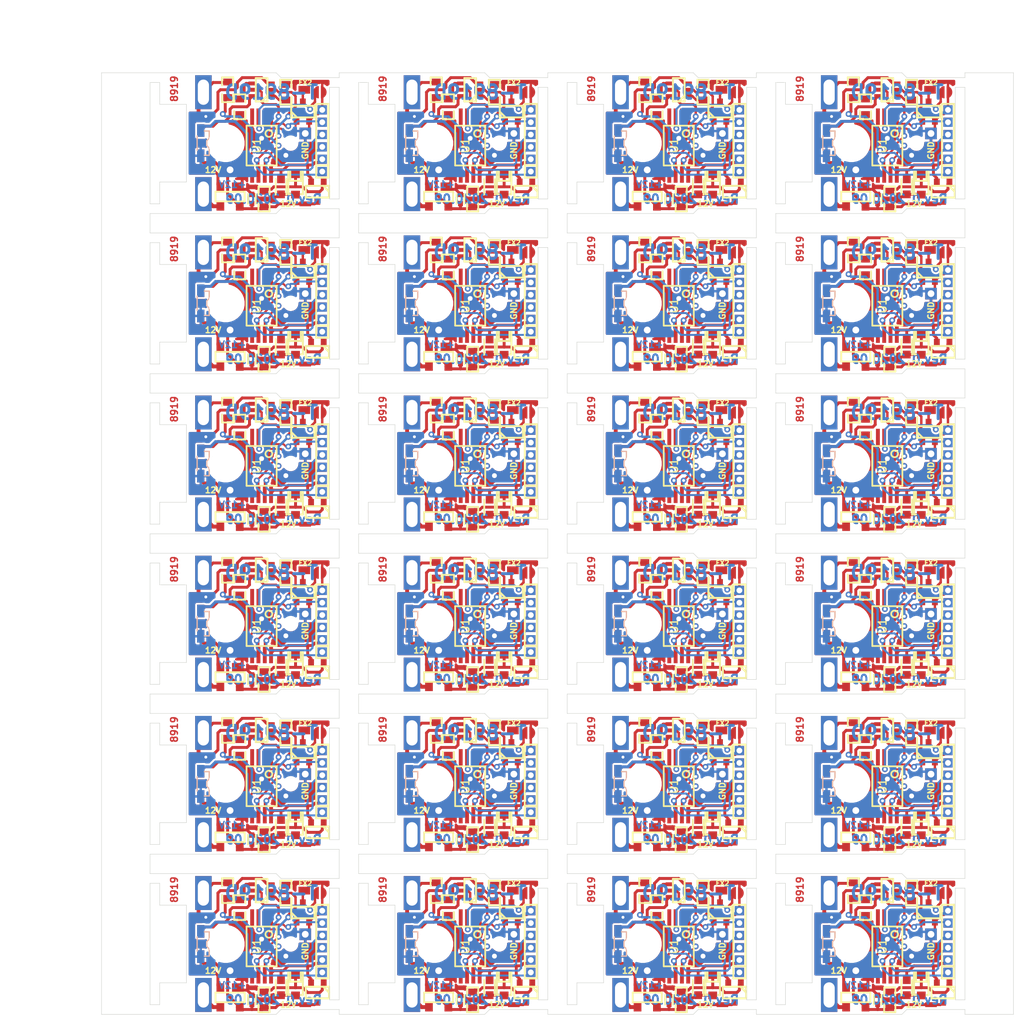
<source format=kicad_pcb>
(kicad_pcb (version 20171130) (host pcbnew "(5.1.6)-1")
  (layers (0 F.Cu signal) (31 B.Cu signal) (34 B.Paste user) (35 F.Paste user) (36 B.SilkS user) (37 F.SilkS user) (38 B.Mask user) (39 F.Mask user) (44 Edge.Cuts user))
  (net 0 "")
  (net 1 +12V)
  (net 2 GND)
  (net 3 +5V)
  (net 4 RAIL+)
  (net 5 RAIL-)
  (net 6 "Net-(D2-Pad1)")
  (net 7 "Net-(D3-Pad1)")
  (net 8 "Net-(D4-Pad1)")
  (net 9 Func1_For)
  (net 10 Func1_Rev)
  (net 11 MOSI)
  (net 12 RESET)
  (net 13 FX2)
  (net 14 DIR_JP)
  (net 15 "Net-(Q2-Pad1)")
  (net 16 "Net-(Q2-Pad4)")
  (net 17 Func2)
  (module footprint:PAD_PROG_6PIN_HOLE0.6 (layer F.Cu) (at 102.75 149.5 90)
    (fp_text reference J1 hide)
    (fp_text value PROG hide)
    (pad 6 thru_hole rect (at 3.175 0 90) (size 0.95 0.95) (drill 0.6) (layers *.Cu *.Mask) (net 2 GND))
    (pad 5 thru_hole rect (at 1.905 0 90) (size 0.95 0.95) (drill 0.6) (layers *.Cu *.Mask) (net 12 RESET))
    (pad 4 thru_hole rect (at 0.635 0 90) (size 0.95 0.95) (drill 0.6) (layers *.Cu *.Mask) (net 11 MOSI))
    (pad 3 thru_hole rect (at -0.635 0 90) (size 0.95 0.95) (drill 0.6) (layers *.Cu *.Mask) (net 10 Func1_Rev))
    (pad 2 thru_hole rect (at -1.905 0 90) (size 0.95 0.95) (drill 0.6) (layers *.Cu *.Mask) (net 3 +5V))
    (pad 1 thru_hole rect (at -3.175 0 90) (size 0.95 0.95) (drill 0.6) (layers *.Cu *.Mask) (net 9 Func1_For))
  )
  (module footprint:PAD_PROG_6PIN_HOLE0.6 (layer F.Cu) (at 124.25 149.5 90)
    (fp_text reference J1 hide)
    (fp_text value PROG hide)
    (pad 6 thru_hole rect (at 3.175 0 90) (size 0.95 0.95) (drill 0.6) (layers *.Cu *.Mask) (net 2 GND))
    (pad 5 thru_hole rect (at 1.905 0 90) (size 0.95 0.95) (drill 0.6) (layers *.Cu *.Mask) (net 12 RESET))
    (pad 4 thru_hole rect (at 0.635 0 90) (size 0.95 0.95) (drill 0.6) (layers *.Cu *.Mask) (net 11 MOSI))
    (pad 3 thru_hole rect (at -0.635 0 90) (size 0.95 0.95) (drill 0.6) (layers *.Cu *.Mask) (net 10 Func1_Rev))
    (pad 2 thru_hole rect (at -1.905 0 90) (size 0.95 0.95) (drill 0.6) (layers *.Cu *.Mask) (net 3 +5V))
    (pad 1 thru_hole rect (at -3.175 0 90) (size 0.95 0.95) (drill 0.6) (layers *.Cu *.Mask) (net 9 Func1_For))
  )
  (module footprint:PAD_PROG_6PIN_HOLE0.6 (layer F.Cu) (at 124.25 133 90)
    (fp_text reference J1 hide)
    (fp_text value PROG hide)
    (pad 6 thru_hole rect (at 3.175 0 90) (size 0.95 0.95) (drill 0.6) (layers *.Cu *.Mask) (net 2 GND))
    (pad 5 thru_hole rect (at 1.905 0 90) (size 0.95 0.95) (drill 0.6) (layers *.Cu *.Mask) (net 12 RESET))
    (pad 4 thru_hole rect (at 0.635 0 90) (size 0.95 0.95) (drill 0.6) (layers *.Cu *.Mask) (net 11 MOSI))
    (pad 3 thru_hole rect (at -0.635 0 90) (size 0.95 0.95) (drill 0.6) (layers *.Cu *.Mask) (net 10 Func1_Rev))
    (pad 2 thru_hole rect (at -1.905 0 90) (size 0.95 0.95) (drill 0.6) (layers *.Cu *.Mask) (net 3 +5V))
    (pad 1 thru_hole rect (at -3.175 0 90) (size 0.95 0.95) (drill 0.6) (layers *.Cu *.Mask) (net 9 Func1_For))
  )
  (module footprint:PAD_PROG_6PIN_HOLE0.6 (layer F.Cu) (at 102.75 133 90)
    (fp_text reference J1 hide)
    (fp_text value PROG hide)
    (pad 6 thru_hole rect (at 3.175 0 90) (size 0.95 0.95) (drill 0.6) (layers *.Cu *.Mask) (net 2 GND))
    (pad 5 thru_hole rect (at 1.905 0 90) (size 0.95 0.95) (drill 0.6) (layers *.Cu *.Mask) (net 12 RESET))
    (pad 4 thru_hole rect (at 0.635 0 90) (size 0.95 0.95) (drill 0.6) (layers *.Cu *.Mask) (net 11 MOSI))
    (pad 3 thru_hole rect (at -0.635 0 90) (size 0.95 0.95) (drill 0.6) (layers *.Cu *.Mask) (net 10 Func1_Rev))
    (pad 2 thru_hole rect (at -1.905 0 90) (size 0.95 0.95) (drill 0.6) (layers *.Cu *.Mask) (net 3 +5V))
    (pad 1 thru_hole rect (at -3.175 0 90) (size 0.95 0.95) (drill 0.6) (layers *.Cu *.Mask) (net 9 Func1_For))
  )
  (module footprint:PAD_PROG_6PIN_HOLE0.6 (layer F.Cu) (at 102.75 116.5 90)
    (fp_text reference J1 hide)
    (fp_text value PROG hide)
    (pad 6 thru_hole rect (at 3.175 0 90) (size 0.95 0.95) (drill 0.6) (layers *.Cu *.Mask) (net 2 GND))
    (pad 5 thru_hole rect (at 1.905 0 90) (size 0.95 0.95) (drill 0.6) (layers *.Cu *.Mask) (net 12 RESET))
    (pad 4 thru_hole rect (at 0.635 0 90) (size 0.95 0.95) (drill 0.6) (layers *.Cu *.Mask) (net 11 MOSI))
    (pad 3 thru_hole rect (at -0.635 0 90) (size 0.95 0.95) (drill 0.6) (layers *.Cu *.Mask) (net 10 Func1_Rev))
    (pad 2 thru_hole rect (at -1.905 0 90) (size 0.95 0.95) (drill 0.6) (layers *.Cu *.Mask) (net 3 +5V))
    (pad 1 thru_hole rect (at -3.175 0 90) (size 0.95 0.95) (drill 0.6) (layers *.Cu *.Mask) (net 9 Func1_For))
  )
  (module footprint:PAD_PROG_6PIN_HOLE0.6 (layer F.Cu) (at 124.25 116.5 90)
    (fp_text reference J1 hide)
    (fp_text value PROG hide)
    (pad 6 thru_hole rect (at 3.175 0 90) (size 0.95 0.95) (drill 0.6) (layers *.Cu *.Mask) (net 2 GND))
    (pad 5 thru_hole rect (at 1.905 0 90) (size 0.95 0.95) (drill 0.6) (layers *.Cu *.Mask) (net 12 RESET))
    (pad 4 thru_hole rect (at 0.635 0 90) (size 0.95 0.95) (drill 0.6) (layers *.Cu *.Mask) (net 11 MOSI))
    (pad 3 thru_hole rect (at -0.635 0 90) (size 0.95 0.95) (drill 0.6) (layers *.Cu *.Mask) (net 10 Func1_Rev))
    (pad 2 thru_hole rect (at -1.905 0 90) (size 0.95 0.95) (drill 0.6) (layers *.Cu *.Mask) (net 3 +5V))
    (pad 1 thru_hole rect (at -3.175 0 90) (size 0.95 0.95) (drill 0.6) (layers *.Cu *.Mask) (net 9 Func1_For))
  )
  (module footprint:PAD_PROG_6PIN_HOLE0.6 (layer F.Cu) (at 145.75 149.5 90)
    (fp_text reference J1 hide)
    (fp_text value PROG hide)
    (pad 6 thru_hole rect (at 3.175 0 90) (size 0.95 0.95) (drill 0.6) (layers *.Cu *.Mask) (net 2 GND))
    (pad 5 thru_hole rect (at 1.905 0 90) (size 0.95 0.95) (drill 0.6) (layers *.Cu *.Mask) (net 12 RESET))
    (pad 4 thru_hole rect (at 0.635 0 90) (size 0.95 0.95) (drill 0.6) (layers *.Cu *.Mask) (net 11 MOSI))
    (pad 3 thru_hole rect (at -0.635 0 90) (size 0.95 0.95) (drill 0.6) (layers *.Cu *.Mask) (net 10 Func1_Rev))
    (pad 2 thru_hole rect (at -1.905 0 90) (size 0.95 0.95) (drill 0.6) (layers *.Cu *.Mask) (net 3 +5V))
    (pad 1 thru_hole rect (at -3.175 0 90) (size 0.95 0.95) (drill 0.6) (layers *.Cu *.Mask) (net 9 Func1_For))
  )
  (module footprint:PAD_PROG_6PIN_HOLE0.6 (layer F.Cu) (at 145.75 133 90)
    (fp_text reference J1 hide)
    (fp_text value PROG hide)
    (pad 6 thru_hole rect (at 3.175 0 90) (size 0.95 0.95) (drill 0.6) (layers *.Cu *.Mask) (net 2 GND))
    (pad 5 thru_hole rect (at 1.905 0 90) (size 0.95 0.95) (drill 0.6) (layers *.Cu *.Mask) (net 12 RESET))
    (pad 4 thru_hole rect (at 0.635 0 90) (size 0.95 0.95) (drill 0.6) (layers *.Cu *.Mask) (net 11 MOSI))
    (pad 3 thru_hole rect (at -0.635 0 90) (size 0.95 0.95) (drill 0.6) (layers *.Cu *.Mask) (net 10 Func1_Rev))
    (pad 2 thru_hole rect (at -1.905 0 90) (size 0.95 0.95) (drill 0.6) (layers *.Cu *.Mask) (net 3 +5V))
    (pad 1 thru_hole rect (at -3.175 0 90) (size 0.95 0.95) (drill 0.6) (layers *.Cu *.Mask) (net 9 Func1_For))
  )
  (module footprint:PAD_PROG_6PIN_HOLE0.6 (layer F.Cu) (at 145.75 116.5 90)
    (fp_text reference J1 hide)
    (fp_text value PROG hide)
    (pad 6 thru_hole rect (at 3.175 0 90) (size 0.95 0.95) (drill 0.6) (layers *.Cu *.Mask) (net 2 GND))
    (pad 5 thru_hole rect (at 1.905 0 90) (size 0.95 0.95) (drill 0.6) (layers *.Cu *.Mask) (net 12 RESET))
    (pad 4 thru_hole rect (at 0.635 0 90) (size 0.95 0.95) (drill 0.6) (layers *.Cu *.Mask) (net 11 MOSI))
    (pad 3 thru_hole rect (at -0.635 0 90) (size 0.95 0.95) (drill 0.6) (layers *.Cu *.Mask) (net 10 Func1_Rev))
    (pad 2 thru_hole rect (at -1.905 0 90) (size 0.95 0.95) (drill 0.6) (layers *.Cu *.Mask) (net 3 +5V))
    (pad 1 thru_hole rect (at -3.175 0 90) (size 0.95 0.95) (drill 0.6) (layers *.Cu *.Mask) (net 9 Func1_For))
  )
  (module footprint:PAD_PROG_6PIN_HOLE0.6 (layer F.Cu) (at 167.25 149.5 90)
    (fp_text reference J1 hide)
    (fp_text value PROG hide)
    (pad 6 thru_hole rect (at 3.175 0 90) (size 0.95 0.95) (drill 0.6) (layers *.Cu *.Mask) (net 2 GND))
    (pad 5 thru_hole rect (at 1.905 0 90) (size 0.95 0.95) (drill 0.6) (layers *.Cu *.Mask) (net 12 RESET))
    (pad 4 thru_hole rect (at 0.635 0 90) (size 0.95 0.95) (drill 0.6) (layers *.Cu *.Mask) (net 11 MOSI))
    (pad 3 thru_hole rect (at -0.635 0 90) (size 0.95 0.95) (drill 0.6) (layers *.Cu *.Mask) (net 10 Func1_Rev))
    (pad 2 thru_hole rect (at -1.905 0 90) (size 0.95 0.95) (drill 0.6) (layers *.Cu *.Mask) (net 3 +5V))
    (pad 1 thru_hole rect (at -3.175 0 90) (size 0.95 0.95) (drill 0.6) (layers *.Cu *.Mask) (net 9 Func1_For))
  )
  (module footprint:PAD_PROG_6PIN_HOLE0.6 (layer F.Cu) (at 167.25 133 90)
    (fp_text reference J1 hide)
    (fp_text value PROG hide)
    (pad 6 thru_hole rect (at 3.175 0 90) (size 0.95 0.95) (drill 0.6) (layers *.Cu *.Mask) (net 2 GND))
    (pad 5 thru_hole rect (at 1.905 0 90) (size 0.95 0.95) (drill 0.6) (layers *.Cu *.Mask) (net 12 RESET))
    (pad 4 thru_hole rect (at 0.635 0 90) (size 0.95 0.95) (drill 0.6) (layers *.Cu *.Mask) (net 11 MOSI))
    (pad 3 thru_hole rect (at -0.635 0 90) (size 0.95 0.95) (drill 0.6) (layers *.Cu *.Mask) (net 10 Func1_Rev))
    (pad 2 thru_hole rect (at -1.905 0 90) (size 0.95 0.95) (drill 0.6) (layers *.Cu *.Mask) (net 3 +5V))
    (pad 1 thru_hole rect (at -3.175 0 90) (size 0.95 0.95) (drill 0.6) (layers *.Cu *.Mask) (net 9 Func1_For))
  )
  (module footprint:PAD_PROG_6PIN_HOLE0.6 (layer F.Cu) (at 167.25 116.5 90)
    (fp_text reference J1 hide)
    (fp_text value PROG hide)
    (pad 6 thru_hole rect (at 3.175 0 90) (size 0.95 0.95) (drill 0.6) (layers *.Cu *.Mask) (net 2 GND))
    (pad 5 thru_hole rect (at 1.905 0 90) (size 0.95 0.95) (drill 0.6) (layers *.Cu *.Mask) (net 12 RESET))
    (pad 4 thru_hole rect (at 0.635 0 90) (size 0.95 0.95) (drill 0.6) (layers *.Cu *.Mask) (net 11 MOSI))
    (pad 3 thru_hole rect (at -0.635 0 90) (size 0.95 0.95) (drill 0.6) (layers *.Cu *.Mask) (net 10 Func1_Rev))
    (pad 2 thru_hole rect (at -1.905 0 90) (size 0.95 0.95) (drill 0.6) (layers *.Cu *.Mask) (net 3 +5V))
    (pad 1 thru_hole rect (at -3.175 0 90) (size 0.95 0.95) (drill 0.6) (layers *.Cu *.Mask) (net 9 Func1_For))
  )
  (module footprint:PAD_PROG_6PIN_HOLE0.6 (layer F.Cu) (at 167.25 100 90)
    (fp_text reference J1 hide)
    (fp_text value PROG hide)
    (pad 6 thru_hole rect (at 3.175 0 90) (size 0.95 0.95) (drill 0.6) (layers *.Cu *.Mask) (net 2 GND))
    (pad 5 thru_hole rect (at 1.905 0 90) (size 0.95 0.95) (drill 0.6) (layers *.Cu *.Mask) (net 12 RESET))
    (pad 4 thru_hole rect (at 0.635 0 90) (size 0.95 0.95) (drill 0.6) (layers *.Cu *.Mask) (net 11 MOSI))
    (pad 3 thru_hole rect (at -0.635 0 90) (size 0.95 0.95) (drill 0.6) (layers *.Cu *.Mask) (net 10 Func1_Rev))
    (pad 2 thru_hole rect (at -1.905 0 90) (size 0.95 0.95) (drill 0.6) (layers *.Cu *.Mask) (net 3 +5V))
    (pad 1 thru_hole rect (at -3.175 0 90) (size 0.95 0.95) (drill 0.6) (layers *.Cu *.Mask) (net 9 Func1_For))
  )
  (module footprint:PAD_PROG_6PIN_HOLE0.6 (layer F.Cu) (at 145.75 100 90)
    (fp_text reference J1 hide)
    (fp_text value PROG hide)
    (pad 6 thru_hole rect (at 3.175 0 90) (size 0.95 0.95) (drill 0.6) (layers *.Cu *.Mask) (net 2 GND))
    (pad 5 thru_hole rect (at 1.905 0 90) (size 0.95 0.95) (drill 0.6) (layers *.Cu *.Mask) (net 12 RESET))
    (pad 4 thru_hole rect (at 0.635 0 90) (size 0.95 0.95) (drill 0.6) (layers *.Cu *.Mask) (net 11 MOSI))
    (pad 3 thru_hole rect (at -0.635 0 90) (size 0.95 0.95) (drill 0.6) (layers *.Cu *.Mask) (net 10 Func1_Rev))
    (pad 2 thru_hole rect (at -1.905 0 90) (size 0.95 0.95) (drill 0.6) (layers *.Cu *.Mask) (net 3 +5V))
    (pad 1 thru_hole rect (at -3.175 0 90) (size 0.95 0.95) (drill 0.6) (layers *.Cu *.Mask) (net 9 Func1_For))
  )
  (module footprint:PAD_PROG_6PIN_HOLE0.6 (layer F.Cu) (at 124.25 100 90)
    (fp_text reference J1 hide)
    (fp_text value PROG hide)
    (pad 6 thru_hole rect (at 3.175 0 90) (size 0.95 0.95) (drill 0.6) (layers *.Cu *.Mask) (net 2 GND))
    (pad 5 thru_hole rect (at 1.905 0 90) (size 0.95 0.95) (drill 0.6) (layers *.Cu *.Mask) (net 12 RESET))
    (pad 4 thru_hole rect (at 0.635 0 90) (size 0.95 0.95) (drill 0.6) (layers *.Cu *.Mask) (net 11 MOSI))
    (pad 3 thru_hole rect (at -0.635 0 90) (size 0.95 0.95) (drill 0.6) (layers *.Cu *.Mask) (net 10 Func1_Rev))
    (pad 2 thru_hole rect (at -1.905 0 90) (size 0.95 0.95) (drill 0.6) (layers *.Cu *.Mask) (net 3 +5V))
    (pad 1 thru_hole rect (at -3.175 0 90) (size 0.95 0.95) (drill 0.6) (layers *.Cu *.Mask) (net 9 Func1_For))
  )
  (module footprint:PAD_PROG_6PIN_HOLE0.6 (layer F.Cu) (at 102.75 100 90)
    (fp_text reference J1 hide)
    (fp_text value PROG hide)
    (pad 6 thru_hole rect (at 3.175 0 90) (size 0.95 0.95) (drill 0.6) (layers *.Cu *.Mask) (net 2 GND))
    (pad 5 thru_hole rect (at 1.905 0 90) (size 0.95 0.95) (drill 0.6) (layers *.Cu *.Mask) (net 12 RESET))
    (pad 4 thru_hole rect (at 0.635 0 90) (size 0.95 0.95) (drill 0.6) (layers *.Cu *.Mask) (net 11 MOSI))
    (pad 3 thru_hole rect (at -0.635 0 90) (size 0.95 0.95) (drill 0.6) (layers *.Cu *.Mask) (net 10 Func1_Rev))
    (pad 2 thru_hole rect (at -1.905 0 90) (size 0.95 0.95) (drill 0.6) (layers *.Cu *.Mask) (net 3 +5V))
    (pad 1 thru_hole rect (at -3.175 0 90) (size 0.95 0.95) (drill 0.6) (layers *.Cu *.Mask) (net 9 Func1_For))
  )
  (module footprint:PAD_PROG_6PIN_HOLE0.6 (layer F.Cu) (at 167.25 83.5 90)
    (fp_text reference J1 hide)
    (fp_text value PROG hide)
    (pad 6 thru_hole rect (at 3.175 0 90) (size 0.95 0.95) (drill 0.6) (layers *.Cu *.Mask) (net 2 GND))
    (pad 5 thru_hole rect (at 1.905 0 90) (size 0.95 0.95) (drill 0.6) (layers *.Cu *.Mask) (net 12 RESET))
    (pad 4 thru_hole rect (at 0.635 0 90) (size 0.95 0.95) (drill 0.6) (layers *.Cu *.Mask) (net 11 MOSI))
    (pad 3 thru_hole rect (at -0.635 0 90) (size 0.95 0.95) (drill 0.6) (layers *.Cu *.Mask) (net 10 Func1_Rev))
    (pad 2 thru_hole rect (at -1.905 0 90) (size 0.95 0.95) (drill 0.6) (layers *.Cu *.Mask) (net 3 +5V))
    (pad 1 thru_hole rect (at -3.175 0 90) (size 0.95 0.95) (drill 0.6) (layers *.Cu *.Mask) (net 9 Func1_For))
  )
  (module footprint:PAD_PROG_6PIN_HOLE0.6 (layer F.Cu) (at 145.75 83.5 90)
    (fp_text reference J1 hide)
    (fp_text value PROG hide)
    (pad 6 thru_hole rect (at 3.175 0 90) (size 0.95 0.95) (drill 0.6) (layers *.Cu *.Mask) (net 2 GND))
    (pad 5 thru_hole rect (at 1.905 0 90) (size 0.95 0.95) (drill 0.6) (layers *.Cu *.Mask) (net 12 RESET))
    (pad 4 thru_hole rect (at 0.635 0 90) (size 0.95 0.95) (drill 0.6) (layers *.Cu *.Mask) (net 11 MOSI))
    (pad 3 thru_hole rect (at -0.635 0 90) (size 0.95 0.95) (drill 0.6) (layers *.Cu *.Mask) (net 10 Func1_Rev))
    (pad 2 thru_hole rect (at -1.905 0 90) (size 0.95 0.95) (drill 0.6) (layers *.Cu *.Mask) (net 3 +5V))
    (pad 1 thru_hole rect (at -3.175 0 90) (size 0.95 0.95) (drill 0.6) (layers *.Cu *.Mask) (net 9 Func1_For))
  )
  (module footprint:PAD_PROG_6PIN_HOLE0.6 (layer F.Cu) (at 124.25 83.5 90)
    (fp_text reference J1 hide)
    (fp_text value PROG hide)
    (pad 6 thru_hole rect (at 3.175 0 90) (size 0.95 0.95) (drill 0.6) (layers *.Cu *.Mask) (net 2 GND))
    (pad 5 thru_hole rect (at 1.905 0 90) (size 0.95 0.95) (drill 0.6) (layers *.Cu *.Mask) (net 12 RESET))
    (pad 4 thru_hole rect (at 0.635 0 90) (size 0.95 0.95) (drill 0.6) (layers *.Cu *.Mask) (net 11 MOSI))
    (pad 3 thru_hole rect (at -0.635 0 90) (size 0.95 0.95) (drill 0.6) (layers *.Cu *.Mask) (net 10 Func1_Rev))
    (pad 2 thru_hole rect (at -1.905 0 90) (size 0.95 0.95) (drill 0.6) (layers *.Cu *.Mask) (net 3 +5V))
    (pad 1 thru_hole rect (at -3.175 0 90) (size 0.95 0.95) (drill 0.6) (layers *.Cu *.Mask) (net 9 Func1_For))
  )
  (module footprint:PAD_PROG_6PIN_HOLE0.6 (layer F.Cu) (at 102.75 83.5 90)
    (fp_text reference J1 hide)
    (fp_text value PROG hide)
    (pad 6 thru_hole rect (at 3.175 0 90) (size 0.95 0.95) (drill 0.6) (layers *.Cu *.Mask) (net 2 GND))
    (pad 5 thru_hole rect (at 1.905 0 90) (size 0.95 0.95) (drill 0.6) (layers *.Cu *.Mask) (net 12 RESET))
    (pad 4 thru_hole rect (at 0.635 0 90) (size 0.95 0.95) (drill 0.6) (layers *.Cu *.Mask) (net 11 MOSI))
    (pad 3 thru_hole rect (at -0.635 0 90) (size 0.95 0.95) (drill 0.6) (layers *.Cu *.Mask) (net 10 Func1_Rev))
    (pad 2 thru_hole rect (at -1.905 0 90) (size 0.95 0.95) (drill 0.6) (layers *.Cu *.Mask) (net 3 +5V))
    (pad 1 thru_hole rect (at -3.175 0 90) (size 0.95 0.95) (drill 0.6) (layers *.Cu *.Mask) (net 9 Func1_For))
  )
  (module footprint:PAD_PROG_6PIN_HOLE0.6 (layer F.Cu) (at 167.25 67 90)
    (fp_text reference J1 hide)
    (fp_text value PROG hide)
    (pad 6 thru_hole rect (at 3.175 0 90) (size 0.95 0.95) (drill 0.6) (layers *.Cu *.Mask) (net 2 GND))
    (pad 5 thru_hole rect (at 1.905 0 90) (size 0.95 0.95) (drill 0.6) (layers *.Cu *.Mask) (net 12 RESET))
    (pad 4 thru_hole rect (at 0.635 0 90) (size 0.95 0.95) (drill 0.6) (layers *.Cu *.Mask) (net 11 MOSI))
    (pad 3 thru_hole rect (at -0.635 0 90) (size 0.95 0.95) (drill 0.6) (layers *.Cu *.Mask) (net 10 Func1_Rev))
    (pad 2 thru_hole rect (at -1.905 0 90) (size 0.95 0.95) (drill 0.6) (layers *.Cu *.Mask) (net 3 +5V))
    (pad 1 thru_hole rect (at -3.175 0 90) (size 0.95 0.95) (drill 0.6) (layers *.Cu *.Mask) (net 9 Func1_For))
  )
  (module footprint:PAD_PROG_6PIN_HOLE0.6 (layer F.Cu) (at 145.75 67 90)
    (fp_text reference J1 hide)
    (fp_text value PROG hide)
    (pad 6 thru_hole rect (at 3.175 0 90) (size 0.95 0.95) (drill 0.6) (layers *.Cu *.Mask) (net 2 GND))
    (pad 5 thru_hole rect (at 1.905 0 90) (size 0.95 0.95) (drill 0.6) (layers *.Cu *.Mask) (net 12 RESET))
    (pad 4 thru_hole rect (at 0.635 0 90) (size 0.95 0.95) (drill 0.6) (layers *.Cu *.Mask) (net 11 MOSI))
    (pad 3 thru_hole rect (at -0.635 0 90) (size 0.95 0.95) (drill 0.6) (layers *.Cu *.Mask) (net 10 Func1_Rev))
    (pad 2 thru_hole rect (at -1.905 0 90) (size 0.95 0.95) (drill 0.6) (layers *.Cu *.Mask) (net 3 +5V))
    (pad 1 thru_hole rect (at -3.175 0 90) (size 0.95 0.95) (drill 0.6) (layers *.Cu *.Mask) (net 9 Func1_For))
  )
  (module footprint:PAD_PROG_6PIN_HOLE0.6 (layer F.Cu) (at 124.25 67 90)
    (fp_text reference J1 hide)
    (fp_text value PROG hide)
    (pad 6 thru_hole rect (at 3.175 0 90) (size 0.95 0.95) (drill 0.6) (layers *.Cu *.Mask) (net 2 GND))
    (pad 5 thru_hole rect (at 1.905 0 90) (size 0.95 0.95) (drill 0.6) (layers *.Cu *.Mask) (net 12 RESET))
    (pad 4 thru_hole rect (at 0.635 0 90) (size 0.95 0.95) (drill 0.6) (layers *.Cu *.Mask) (net 11 MOSI))
    (pad 3 thru_hole rect (at -0.635 0 90) (size 0.95 0.95) (drill 0.6) (layers *.Cu *.Mask) (net 10 Func1_Rev))
    (pad 2 thru_hole rect (at -1.905 0 90) (size 0.95 0.95) (drill 0.6) (layers *.Cu *.Mask) (net 3 +5V))
    (pad 1 thru_hole rect (at -3.175 0 90) (size 0.95 0.95) (drill 0.6) (layers *.Cu *.Mask) (net 9 Func1_For))
  )
  (module footprint:PAD_PROG_6PIN_HOLE0.6 (layer F.Cu) (at 102.75 67 90)
    (fp_text reference J1 hide)
    (fp_text value PROG hide)
    (pad 6 thru_hole rect (at 3.175 0 90) (size 0.95 0.95) (drill 0.6) (layers *.Cu *.Mask) (net 2 GND))
    (pad 5 thru_hole rect (at 1.905 0 90) (size 0.95 0.95) (drill 0.6) (layers *.Cu *.Mask) (net 12 RESET))
    (pad 4 thru_hole rect (at 0.635 0 90) (size 0.95 0.95) (drill 0.6) (layers *.Cu *.Mask) (net 11 MOSI))
    (pad 3 thru_hole rect (at -0.635 0 90) (size 0.95 0.95) (drill 0.6) (layers *.Cu *.Mask) (net 10 Func1_Rev))
    (pad 2 thru_hole rect (at -1.905 0 90) (size 0.95 0.95) (drill 0.6) (layers *.Cu *.Mask) (net 3 +5V))
    (pad 1 thru_hole rect (at -3.175 0 90) (size 0.95 0.95) (drill 0.6) (layers *.Cu *.Mask) (net 9 Func1_For))
  )
  (module footprint:SC-70 (layer F.Cu) (at 165.25 146.5)
    (fp_text reference Q3 hide)
    (fp_text value SSM3K7002BFU hide)
    (pad 1 smd rect (at -0.65 0.95) (size 0.6 0.8) (layers F.Cu F.Paste F.Mask) (net 17 Func2))
    (pad 2 smd rect (at 0.65 0.95) (size 0.6 0.8) (layers F.Cu F.Paste F.Mask) (net 2 GND))
    (pad 3 smd rect (at 0 -0.95) (size 0.6 0.8) (layers F.Cu F.Paste F.Mask) (net 13 FX2))
  )
  (module footprint:SC-70 (layer F.Cu) (at 143.75 146.5)
    (fp_text reference Q3 hide)
    (fp_text value SSM3K7002BFU hide)
    (pad 1 smd rect (at -0.65 0.95) (size 0.6 0.8) (layers F.Cu F.Paste F.Mask) (net 17 Func2))
    (pad 2 smd rect (at 0.65 0.95) (size 0.6 0.8) (layers F.Cu F.Paste F.Mask) (net 2 GND))
    (pad 3 smd rect (at 0 -0.95) (size 0.6 0.8) (layers F.Cu F.Paste F.Mask) (net 13 FX2))
  )
  (module footprint:SC-70 (layer F.Cu) (at 122.25 146.5)
    (fp_text reference Q3 hide)
    (fp_text value SSM3K7002BFU hide)
    (pad 1 smd rect (at -0.65 0.95) (size 0.6 0.8) (layers F.Cu F.Paste F.Mask) (net 17 Func2))
    (pad 2 smd rect (at 0.65 0.95) (size 0.6 0.8) (layers F.Cu F.Paste F.Mask) (net 2 GND))
    (pad 3 smd rect (at 0 -0.95) (size 0.6 0.8) (layers F.Cu F.Paste F.Mask) (net 13 FX2))
  )
  (module footprint:SC-70 (layer F.Cu) (at 100.75 146.5)
    (fp_text reference Q3 hide)
    (fp_text value SSM3K7002BFU hide)
    (pad 1 smd rect (at -0.65 0.95) (size 0.6 0.8) (layers F.Cu F.Paste F.Mask) (net 17 Func2))
    (pad 2 smd rect (at 0.65 0.95) (size 0.6 0.8) (layers F.Cu F.Paste F.Mask) (net 2 GND))
    (pad 3 smd rect (at 0 -0.95) (size 0.6 0.8) (layers F.Cu F.Paste F.Mask) (net 13 FX2))
  )
  (module footprint:SC-70 (layer F.Cu) (at 165.25 130)
    (fp_text reference Q3 hide)
    (fp_text value SSM3K7002BFU hide)
    (pad 1 smd rect (at -0.65 0.95) (size 0.6 0.8) (layers F.Cu F.Paste F.Mask) (net 17 Func2))
    (pad 2 smd rect (at 0.65 0.95) (size 0.6 0.8) (layers F.Cu F.Paste F.Mask) (net 2 GND))
    (pad 3 smd rect (at 0 -0.95) (size 0.6 0.8) (layers F.Cu F.Paste F.Mask) (net 13 FX2))
  )
  (module footprint:SC-70 (layer F.Cu) (at 143.75 130)
    (fp_text reference Q3 hide)
    (fp_text value SSM3K7002BFU hide)
    (pad 1 smd rect (at -0.65 0.95) (size 0.6 0.8) (layers F.Cu F.Paste F.Mask) (net 17 Func2))
    (pad 2 smd rect (at 0.65 0.95) (size 0.6 0.8) (layers F.Cu F.Paste F.Mask) (net 2 GND))
    (pad 3 smd rect (at 0 -0.95) (size 0.6 0.8) (layers F.Cu F.Paste F.Mask) (net 13 FX2))
  )
  (module footprint:SC-70 (layer F.Cu) (at 122.25 130)
    (fp_text reference Q3 hide)
    (fp_text value SSM3K7002BFU hide)
    (pad 1 smd rect (at -0.65 0.95) (size 0.6 0.8) (layers F.Cu F.Paste F.Mask) (net 17 Func2))
    (pad 2 smd rect (at 0.65 0.95) (size 0.6 0.8) (layers F.Cu F.Paste F.Mask) (net 2 GND))
    (pad 3 smd rect (at 0 -0.95) (size 0.6 0.8) (layers F.Cu F.Paste F.Mask) (net 13 FX2))
  )
  (module footprint:SC-70 (layer F.Cu) (at 100.75 130)
    (fp_text reference Q3 hide)
    (fp_text value SSM3K7002BFU hide)
    (pad 1 smd rect (at -0.65 0.95) (size 0.6 0.8) (layers F.Cu F.Paste F.Mask) (net 17 Func2))
    (pad 2 smd rect (at 0.65 0.95) (size 0.6 0.8) (layers F.Cu F.Paste F.Mask) (net 2 GND))
    (pad 3 smd rect (at 0 -0.95) (size 0.6 0.8) (layers F.Cu F.Paste F.Mask) (net 13 FX2))
  )
  (module footprint:SC-70 (layer F.Cu) (at 165.25 113.5)
    (fp_text reference Q3 hide)
    (fp_text value SSM3K7002BFU hide)
    (pad 1 smd rect (at -0.65 0.95) (size 0.6 0.8) (layers F.Cu F.Paste F.Mask) (net 17 Func2))
    (pad 2 smd rect (at 0.65 0.95) (size 0.6 0.8) (layers F.Cu F.Paste F.Mask) (net 2 GND))
    (pad 3 smd rect (at 0 -0.95) (size 0.6 0.8) (layers F.Cu F.Paste F.Mask) (net 13 FX2))
  )
  (module footprint:SC-70 (layer F.Cu) (at 143.75 113.5)
    (fp_text reference Q3 hide)
    (fp_text value SSM3K7002BFU hide)
    (pad 1 smd rect (at -0.65 0.95) (size 0.6 0.8) (layers F.Cu F.Paste F.Mask) (net 17 Func2))
    (pad 2 smd rect (at 0.65 0.95) (size 0.6 0.8) (layers F.Cu F.Paste F.Mask) (net 2 GND))
    (pad 3 smd rect (at 0 -0.95) (size 0.6 0.8) (layers F.Cu F.Paste F.Mask) (net 13 FX2))
  )
  (module footprint:SC-70 (layer F.Cu) (at 122.25 113.5)
    (fp_text reference Q3 hide)
    (fp_text value SSM3K7002BFU hide)
    (pad 1 smd rect (at -0.65 0.95) (size 0.6 0.8) (layers F.Cu F.Paste F.Mask) (net 17 Func2))
    (pad 2 smd rect (at 0.65 0.95) (size 0.6 0.8) (layers F.Cu F.Paste F.Mask) (net 2 GND))
    (pad 3 smd rect (at 0 -0.95) (size 0.6 0.8) (layers F.Cu F.Paste F.Mask) (net 13 FX2))
  )
  (module footprint:SC-70 (layer F.Cu) (at 100.75 113.5)
    (fp_text reference Q3 hide)
    (fp_text value SSM3K7002BFU hide)
    (pad 1 smd rect (at -0.65 0.95) (size 0.6 0.8) (layers F.Cu F.Paste F.Mask) (net 17 Func2))
    (pad 2 smd rect (at 0.65 0.95) (size 0.6 0.8) (layers F.Cu F.Paste F.Mask) (net 2 GND))
    (pad 3 smd rect (at 0 -0.95) (size 0.6 0.8) (layers F.Cu F.Paste F.Mask) (net 13 FX2))
  )
  (module footprint:SC-70 (layer F.Cu) (at 165.25 97)
    (fp_text reference Q3 hide)
    (fp_text value SSM3K7002BFU hide)
    (pad 1 smd rect (at -0.65 0.95) (size 0.6 0.8) (layers F.Cu F.Paste F.Mask) (net 17 Func2))
    (pad 2 smd rect (at 0.65 0.95) (size 0.6 0.8) (layers F.Cu F.Paste F.Mask) (net 2 GND))
    (pad 3 smd rect (at 0 -0.95) (size 0.6 0.8) (layers F.Cu F.Paste F.Mask) (net 13 FX2))
  )
  (module footprint:SC-70 (layer F.Cu) (at 143.75 97)
    (fp_text reference Q3 hide)
    (fp_text value SSM3K7002BFU hide)
    (pad 1 smd rect (at -0.65 0.95) (size 0.6 0.8) (layers F.Cu F.Paste F.Mask) (net 17 Func2))
    (pad 2 smd rect (at 0.65 0.95) (size 0.6 0.8) (layers F.Cu F.Paste F.Mask) (net 2 GND))
    (pad 3 smd rect (at 0 -0.95) (size 0.6 0.8) (layers F.Cu F.Paste F.Mask) (net 13 FX2))
  )
  (module footprint:SC-70 (layer F.Cu) (at 122.25 97)
    (fp_text reference Q3 hide)
    (fp_text value SSM3K7002BFU hide)
    (pad 1 smd rect (at -0.65 0.95) (size 0.6 0.8) (layers F.Cu F.Paste F.Mask) (net 17 Func2))
    (pad 2 smd rect (at 0.65 0.95) (size 0.6 0.8) (layers F.Cu F.Paste F.Mask) (net 2 GND))
    (pad 3 smd rect (at 0 -0.95) (size 0.6 0.8) (layers F.Cu F.Paste F.Mask) (net 13 FX2))
  )
  (module footprint:SC-70 (layer F.Cu) (at 100.75 97)
    (fp_text reference Q3 hide)
    (fp_text value SSM3K7002BFU hide)
    (pad 1 smd rect (at -0.65 0.95) (size 0.6 0.8) (layers F.Cu F.Paste F.Mask) (net 17 Func2))
    (pad 2 smd rect (at 0.65 0.95) (size 0.6 0.8) (layers F.Cu F.Paste F.Mask) (net 2 GND))
    (pad 3 smd rect (at 0 -0.95) (size 0.6 0.8) (layers F.Cu F.Paste F.Mask) (net 13 FX2))
  )
  (module footprint:SC-70 (layer F.Cu) (at 165.25 80.5)
    (fp_text reference Q3 hide)
    (fp_text value SSM3K7002BFU hide)
    (pad 1 smd rect (at -0.65 0.95) (size 0.6 0.8) (layers F.Cu F.Paste F.Mask) (net 17 Func2))
    (pad 2 smd rect (at 0.65 0.95) (size 0.6 0.8) (layers F.Cu F.Paste F.Mask) (net 2 GND))
    (pad 3 smd rect (at 0 -0.95) (size 0.6 0.8) (layers F.Cu F.Paste F.Mask) (net 13 FX2))
  )
  (module footprint:SC-70 (layer F.Cu) (at 143.75 80.5)
    (fp_text reference Q3 hide)
    (fp_text value SSM3K7002BFU hide)
    (pad 1 smd rect (at -0.65 0.95) (size 0.6 0.8) (layers F.Cu F.Paste F.Mask) (net 17 Func2))
    (pad 2 smd rect (at 0.65 0.95) (size 0.6 0.8) (layers F.Cu F.Paste F.Mask) (net 2 GND))
    (pad 3 smd rect (at 0 -0.95) (size 0.6 0.8) (layers F.Cu F.Paste F.Mask) (net 13 FX2))
  )
  (module footprint:SC-70 (layer F.Cu) (at 122.25 80.5)
    (fp_text reference Q3 hide)
    (fp_text value SSM3K7002BFU hide)
    (pad 1 smd rect (at -0.65 0.95) (size 0.6 0.8) (layers F.Cu F.Paste F.Mask) (net 17 Func2))
    (pad 2 smd rect (at 0.65 0.95) (size 0.6 0.8) (layers F.Cu F.Paste F.Mask) (net 2 GND))
    (pad 3 smd rect (at 0 -0.95) (size 0.6 0.8) (layers F.Cu F.Paste F.Mask) (net 13 FX2))
  )
  (module footprint:SC-70 (layer F.Cu) (at 100.75 80.5)
    (fp_text reference Q3 hide)
    (fp_text value SSM3K7002BFU hide)
    (pad 1 smd rect (at -0.65 0.95) (size 0.6 0.8) (layers F.Cu F.Paste F.Mask) (net 17 Func2))
    (pad 2 smd rect (at 0.65 0.95) (size 0.6 0.8) (layers F.Cu F.Paste F.Mask) (net 2 GND))
    (pad 3 smd rect (at 0 -0.95) (size 0.6 0.8) (layers F.Cu F.Paste F.Mask) (net 13 FX2))
  )
  (module footprint:SC-70 (layer F.Cu) (at 165.25 64)
    (fp_text reference Q3 hide)
    (fp_text value SSM3K7002BFU hide)
    (pad 1 smd rect (at -0.65 0.95) (size 0.6 0.8) (layers F.Cu F.Paste F.Mask) (net 17 Func2))
    (pad 2 smd rect (at 0.65 0.95) (size 0.6 0.8) (layers F.Cu F.Paste F.Mask) (net 2 GND))
    (pad 3 smd rect (at 0 -0.95) (size 0.6 0.8) (layers F.Cu F.Paste F.Mask) (net 13 FX2))
  )
  (module footprint:SC-70 (layer F.Cu) (at 143.75 64)
    (fp_text reference Q3 hide)
    (fp_text value SSM3K7002BFU hide)
    (pad 1 smd rect (at -0.65 0.95) (size 0.6 0.8) (layers F.Cu F.Paste F.Mask) (net 17 Func2))
    (pad 2 smd rect (at 0.65 0.95) (size 0.6 0.8) (layers F.Cu F.Paste F.Mask) (net 2 GND))
    (pad 3 smd rect (at 0 -0.95) (size 0.6 0.8) (layers F.Cu F.Paste F.Mask) (net 13 FX2))
  )
  (module footprint:SC-70 (layer F.Cu) (at 122.25 64)
    (fp_text reference Q3 hide)
    (fp_text value SSM3K7002BFU hide)
    (pad 1 smd rect (at -0.65 0.95) (size 0.6 0.8) (layers F.Cu F.Paste F.Mask) (net 17 Func2))
    (pad 2 smd rect (at 0.65 0.95) (size 0.6 0.8) (layers F.Cu F.Paste F.Mask) (net 2 GND))
    (pad 3 smd rect (at 0 -0.95) (size 0.6 0.8) (layers F.Cu F.Paste F.Mask) (net 13 FX2))
  )
  (module footprint:R_1608 (layer F.Cu) (at 163.5 144.5 90)
    (fp_text reference R2 hide)
    (fp_text value 102 hide)
    (pad 1 smd rect (at -0.8 0 90) (size 0.7 0.9) (layers F.Cu F.Paste F.Mask) (net 15 "Net-(Q2-Pad1)"))
    (pad 2 smd rect (at 0.8 0 90) (size 0.7 0.9) (layers F.Cu F.Paste F.Mask) (net 2 GND))
  )
  (module footprint:R_1608 (layer F.Cu) (at 142 144.5 90)
    (fp_text reference R2 hide)
    (fp_text value 102 hide)
    (pad 1 smd rect (at -0.8 0 90) (size 0.7 0.9) (layers F.Cu F.Paste F.Mask) (net 15 "Net-(Q2-Pad1)"))
    (pad 2 smd rect (at 0.8 0 90) (size 0.7 0.9) (layers F.Cu F.Paste F.Mask) (net 2 GND))
  )
  (module footprint:R_1608 (layer F.Cu) (at 120.5 144.5 90)
    (fp_text reference R2 hide)
    (fp_text value 102 hide)
    (pad 1 smd rect (at -0.8 0 90) (size 0.7 0.9) (layers F.Cu F.Paste F.Mask) (net 15 "Net-(Q2-Pad1)"))
    (pad 2 smd rect (at 0.8 0 90) (size 0.7 0.9) (layers F.Cu F.Paste F.Mask) (net 2 GND))
  )
  (module footprint:R_1608 (layer F.Cu) (at 99 144.5 90)
    (fp_text reference R2 hide)
    (fp_text value 102 hide)
    (pad 1 smd rect (at -0.8 0 90) (size 0.7 0.9) (layers F.Cu F.Paste F.Mask) (net 15 "Net-(Q2-Pad1)"))
    (pad 2 smd rect (at 0.8 0 90) (size 0.7 0.9) (layers F.Cu F.Paste F.Mask) (net 2 GND))
  )
  (module footprint:R_1608 (layer F.Cu) (at 163.5 128 90)
    (fp_text reference R2 hide)
    (fp_text value 102 hide)
    (pad 1 smd rect (at -0.8 0 90) (size 0.7 0.9) (layers F.Cu F.Paste F.Mask) (net 15 "Net-(Q2-Pad1)"))
    (pad 2 smd rect (at 0.8 0 90) (size 0.7 0.9) (layers F.Cu F.Paste F.Mask) (net 2 GND))
  )
  (module footprint:R_1608 (layer F.Cu) (at 142 128 90)
    (fp_text reference R2 hide)
    (fp_text value 102 hide)
    (pad 1 smd rect (at -0.8 0 90) (size 0.7 0.9) (layers F.Cu F.Paste F.Mask) (net 15 "Net-(Q2-Pad1)"))
    (pad 2 smd rect (at 0.8 0 90) (size 0.7 0.9) (layers F.Cu F.Paste F.Mask) (net 2 GND))
  )
  (module footprint:R_1608 (layer F.Cu) (at 120.5 128 90)
    (fp_text reference R2 hide)
    (fp_text value 102 hide)
    (pad 1 smd rect (at -0.8 0 90) (size 0.7 0.9) (layers F.Cu F.Paste F.Mask) (net 15 "Net-(Q2-Pad1)"))
    (pad 2 smd rect (at 0.8 0 90) (size 0.7 0.9) (layers F.Cu F.Paste F.Mask) (net 2 GND))
  )
  (module footprint:R_1608 (layer F.Cu) (at 99 128 90)
    (fp_text reference R2 hide)
    (fp_text value 102 hide)
    (pad 1 smd rect (at -0.8 0 90) (size 0.7 0.9) (layers F.Cu F.Paste F.Mask) (net 15 "Net-(Q2-Pad1)"))
    (pad 2 smd rect (at 0.8 0 90) (size 0.7 0.9) (layers F.Cu F.Paste F.Mask) (net 2 GND))
  )
  (module footprint:R_1608 (layer F.Cu) (at 163.5 111.5 90)
    (fp_text reference R2 hide)
    (fp_text value 102 hide)
    (pad 1 smd rect (at -0.8 0 90) (size 0.7 0.9) (layers F.Cu F.Paste F.Mask) (net 15 "Net-(Q2-Pad1)"))
    (pad 2 smd rect (at 0.8 0 90) (size 0.7 0.9) (layers F.Cu F.Paste F.Mask) (net 2 GND))
  )
  (module footprint:R_1608 (layer F.Cu) (at 142 111.5 90)
    (fp_text reference R2 hide)
    (fp_text value 102 hide)
    (pad 1 smd rect (at -0.8 0 90) (size 0.7 0.9) (layers F.Cu F.Paste F.Mask) (net 15 "Net-(Q2-Pad1)"))
    (pad 2 smd rect (at 0.8 0 90) (size 0.7 0.9) (layers F.Cu F.Paste F.Mask) (net 2 GND))
  )
  (module footprint:R_1608 (layer F.Cu) (at 120.5 111.5 90)
    (fp_text reference R2 hide)
    (fp_text value 102 hide)
    (pad 1 smd rect (at -0.8 0 90) (size 0.7 0.9) (layers F.Cu F.Paste F.Mask) (net 15 "Net-(Q2-Pad1)"))
    (pad 2 smd rect (at 0.8 0 90) (size 0.7 0.9) (layers F.Cu F.Paste F.Mask) (net 2 GND))
  )
  (module footprint:R_1608 (layer F.Cu) (at 99 111.5 90)
    (fp_text reference R2 hide)
    (fp_text value 102 hide)
    (pad 1 smd rect (at -0.8 0 90) (size 0.7 0.9) (layers F.Cu F.Paste F.Mask) (net 15 "Net-(Q2-Pad1)"))
    (pad 2 smd rect (at 0.8 0 90) (size 0.7 0.9) (layers F.Cu F.Paste F.Mask) (net 2 GND))
  )
  (module footprint:R_1608 (layer F.Cu) (at 163.5 95 90)
    (fp_text reference R2 hide)
    (fp_text value 102 hide)
    (pad 1 smd rect (at -0.8 0 90) (size 0.7 0.9) (layers F.Cu F.Paste F.Mask) (net 15 "Net-(Q2-Pad1)"))
    (pad 2 smd rect (at 0.8 0 90) (size 0.7 0.9) (layers F.Cu F.Paste F.Mask) (net 2 GND))
  )
  (module footprint:R_1608 (layer F.Cu) (at 142 95 90)
    (fp_text reference R2 hide)
    (fp_text value 102 hide)
    (pad 1 smd rect (at -0.8 0 90) (size 0.7 0.9) (layers F.Cu F.Paste F.Mask) (net 15 "Net-(Q2-Pad1)"))
    (pad 2 smd rect (at 0.8 0 90) (size 0.7 0.9) (layers F.Cu F.Paste F.Mask) (net 2 GND))
  )
  (module footprint:R_1608 (layer F.Cu) (at 120.5 95 90)
    (fp_text reference R2 hide)
    (fp_text value 102 hide)
    (pad 1 smd rect (at -0.8 0 90) (size 0.7 0.9) (layers F.Cu F.Paste F.Mask) (net 15 "Net-(Q2-Pad1)"))
    (pad 2 smd rect (at 0.8 0 90) (size 0.7 0.9) (layers F.Cu F.Paste F.Mask) (net 2 GND))
  )
  (module footprint:R_1608 (layer F.Cu) (at 99 95 90)
    (fp_text reference R2 hide)
    (fp_text value 102 hide)
    (pad 1 smd rect (at -0.8 0 90) (size 0.7 0.9) (layers F.Cu F.Paste F.Mask) (net 15 "Net-(Q2-Pad1)"))
    (pad 2 smd rect (at 0.8 0 90) (size 0.7 0.9) (layers F.Cu F.Paste F.Mask) (net 2 GND))
  )
  (module footprint:R_1608 (layer F.Cu) (at 163.5 78.5 90)
    (fp_text reference R2 hide)
    (fp_text value 102 hide)
    (pad 1 smd rect (at -0.8 0 90) (size 0.7 0.9) (layers F.Cu F.Paste F.Mask) (net 15 "Net-(Q2-Pad1)"))
    (pad 2 smd rect (at 0.8 0 90) (size 0.7 0.9) (layers F.Cu F.Paste F.Mask) (net 2 GND))
  )
  (module footprint:R_1608 (layer F.Cu) (at 142 78.5 90)
    (fp_text reference R2 hide)
    (fp_text value 102 hide)
    (pad 1 smd rect (at -0.8 0 90) (size 0.7 0.9) (layers F.Cu F.Paste F.Mask) (net 15 "Net-(Q2-Pad1)"))
    (pad 2 smd rect (at 0.8 0 90) (size 0.7 0.9) (layers F.Cu F.Paste F.Mask) (net 2 GND))
  )
  (module footprint:R_1608 (layer F.Cu) (at 120.5 78.5 90)
    (fp_text reference R2 hide)
    (fp_text value 102 hide)
    (pad 1 smd rect (at -0.8 0 90) (size 0.7 0.9) (layers F.Cu F.Paste F.Mask) (net 15 "Net-(Q2-Pad1)"))
    (pad 2 smd rect (at 0.8 0 90) (size 0.7 0.9) (layers F.Cu F.Paste F.Mask) (net 2 GND))
  )
  (module footprint:R_1608 (layer F.Cu) (at 99 78.5 90)
    (fp_text reference R2 hide)
    (fp_text value 102 hide)
    (pad 1 smd rect (at -0.8 0 90) (size 0.7 0.9) (layers F.Cu F.Paste F.Mask) (net 15 "Net-(Q2-Pad1)"))
    (pad 2 smd rect (at 0.8 0 90) (size 0.7 0.9) (layers F.Cu F.Paste F.Mask) (net 2 GND))
  )
  (module footprint:R_1608 (layer F.Cu) (at 163.5 62 90)
    (fp_text reference R2 hide)
    (fp_text value 102 hide)
    (pad 1 smd rect (at -0.8 0 90) (size 0.7 0.9) (layers F.Cu F.Paste F.Mask) (net 15 "Net-(Q2-Pad1)"))
    (pad 2 smd rect (at 0.8 0 90) (size 0.7 0.9) (layers F.Cu F.Paste F.Mask) (net 2 GND))
  )
  (module footprint:R_1608 (layer F.Cu) (at 142 62 90)
    (fp_text reference R2 hide)
    (fp_text value 102 hide)
    (pad 1 smd rect (at -0.8 0 90) (size 0.7 0.9) (layers F.Cu F.Paste F.Mask) (net 15 "Net-(Q2-Pad1)"))
    (pad 2 smd rect (at 0.8 0 90) (size 0.7 0.9) (layers F.Cu F.Paste F.Mask) (net 2 GND))
  )
  (module footprint:R_1608 (layer F.Cu) (at 120.5 62 90)
    (fp_text reference R2 hide)
    (fp_text value 102 hide)
    (pad 1 smd rect (at -0.8 0 90) (size 0.7 0.9) (layers F.Cu F.Paste F.Mask) (net 15 "Net-(Q2-Pad1)"))
    (pad 2 smd rect (at 0.8 0 90) (size 0.7 0.9) (layers F.Cu F.Paste F.Mask) (net 2 GND))
  )
  (module footprint:PAD_0.5x1.2_SMD (layer F.Cu) (at 165.5 156 90)
    (fp_text reference PAD3 hide)
    (fp_text value 12V hide)
    (pad 1 smd rect (at 0 0 90) (size 0.5 1.2) (layers F.Cu F.Paste F.Mask) (net 1 +12V))
  )
  (module footprint:PAD_0.5x1.2_SMD (layer F.Cu) (at 144 156 90)
    (fp_text reference PAD3 hide)
    (fp_text value 12V hide)
    (pad 1 smd rect (at 0 0 90) (size 0.5 1.2) (layers F.Cu F.Paste F.Mask) (net 1 +12V))
  )
  (module footprint:PAD_0.5x1.2_SMD (layer F.Cu) (at 122.5 156 90)
    (fp_text reference PAD3 hide)
    (fp_text value 12V hide)
    (pad 1 smd rect (at 0 0 90) (size 0.5 1.2) (layers F.Cu F.Paste F.Mask) (net 1 +12V))
  )
  (module footprint:PAD_0.5x1.2_SMD (layer F.Cu) (at 101 156 90)
    (fp_text reference PAD3 hide)
    (fp_text value 12V hide)
    (pad 1 smd rect (at 0 0 90) (size 0.5 1.2) (layers F.Cu F.Paste F.Mask) (net 1 +12V))
  )
  (module footprint:PAD_0.5x1.2_SMD (layer F.Cu) (at 165.5 139.5 90)
    (fp_text reference PAD3 hide)
    (fp_text value 12V hide)
    (pad 1 smd rect (at 0 0 90) (size 0.5 1.2) (layers F.Cu F.Paste F.Mask) (net 1 +12V))
  )
  (module footprint:PAD_0.5x1.2_SMD (layer F.Cu) (at 144 139.5 90)
    (fp_text reference PAD3 hide)
    (fp_text value 12V hide)
    (pad 1 smd rect (at 0 0 90) (size 0.5 1.2) (layers F.Cu F.Paste F.Mask) (net 1 +12V))
  )
  (module footprint:PAD_0.5x1.2_SMD (layer F.Cu) (at 122.5 139.5 90)
    (fp_text reference PAD3 hide)
    (fp_text value 12V hide)
    (pad 1 smd rect (at 0 0 90) (size 0.5 1.2) (layers F.Cu F.Paste F.Mask) (net 1 +12V))
  )
  (module footprint:PAD_0.5x1.2_SMD (layer F.Cu) (at 101 139.5 90)
    (fp_text reference PAD3 hide)
    (fp_text value 12V hide)
    (pad 1 smd rect (at 0 0 90) (size 0.5 1.2) (layers F.Cu F.Paste F.Mask) (net 1 +12V))
  )
  (module footprint:PAD_0.5x1.2_SMD (layer F.Cu) (at 165.5 123 90)
    (fp_text reference PAD3 hide)
    (fp_text value 12V hide)
    (pad 1 smd rect (at 0 0 90) (size 0.5 1.2) (layers F.Cu F.Paste F.Mask) (net 1 +12V))
  )
  (module footprint:PAD_0.5x1.2_SMD (layer F.Cu) (at 144 123 90)
    (fp_text reference PAD3 hide)
    (fp_text value 12V hide)
    (pad 1 smd rect (at 0 0 90) (size 0.5 1.2) (layers F.Cu F.Paste F.Mask) (net 1 +12V))
  )
  (module footprint:PAD_0.5x1.2_SMD (layer F.Cu) (at 122.5 123 90)
    (fp_text reference PAD3 hide)
    (fp_text value 12V hide)
    (pad 1 smd rect (at 0 0 90) (size 0.5 1.2) (layers F.Cu F.Paste F.Mask) (net 1 +12V))
  )
  (module footprint:PAD_0.5x1.2_SMD (layer F.Cu) (at 101 123 90)
    (fp_text reference PAD3 hide)
    (fp_text value 12V hide)
    (pad 1 smd rect (at 0 0 90) (size 0.5 1.2) (layers F.Cu F.Paste F.Mask) (net 1 +12V))
  )
  (module footprint:PAD_0.5x1.2_SMD (layer F.Cu) (at 165.5 106.5 90)
    (fp_text reference PAD3 hide)
    (fp_text value 12V hide)
    (pad 1 smd rect (at 0 0 90) (size 0.5 1.2) (layers F.Cu F.Paste F.Mask) (net 1 +12V))
  )
  (module footprint:PAD_0.5x1.2_SMD (layer F.Cu) (at 144 106.5 90)
    (fp_text reference PAD3 hide)
    (fp_text value 12V hide)
    (pad 1 smd rect (at 0 0 90) (size 0.5 1.2) (layers F.Cu F.Paste F.Mask) (net 1 +12V))
  )
  (module footprint:PAD_0.5x1.2_SMD (layer F.Cu) (at 122.5 106.5 90)
    (fp_text reference PAD3 hide)
    (fp_text value 12V hide)
    (pad 1 smd rect (at 0 0 90) (size 0.5 1.2) (layers F.Cu F.Paste F.Mask) (net 1 +12V))
  )
  (module footprint:PAD_0.5x1.2_SMD (layer F.Cu) (at 101 106.5 90)
    (fp_text reference PAD3 hide)
    (fp_text value 12V hide)
    (pad 1 smd rect (at 0 0 90) (size 0.5 1.2) (layers F.Cu F.Paste F.Mask) (net 1 +12V))
  )
  (module footprint:PAD_0.5x1.2_SMD (layer F.Cu) (at 165.5 90 90)
    (fp_text reference PAD3 hide)
    (fp_text value 12V hide)
    (pad 1 smd rect (at 0 0 90) (size 0.5 1.2) (layers F.Cu F.Paste F.Mask) (net 1 +12V))
  )
  (module footprint:PAD_0.5x1.2_SMD (layer F.Cu) (at 144 90 90)
    (fp_text reference PAD3 hide)
    (fp_text value 12V hide)
    (pad 1 smd rect (at 0 0 90) (size 0.5 1.2) (layers F.Cu F.Paste F.Mask) (net 1 +12V))
  )
  (module footprint:PAD_0.5x1.2_SMD (layer F.Cu) (at 122.5 90 90)
    (fp_text reference PAD3 hide)
    (fp_text value 12V hide)
    (pad 1 smd rect (at 0 0 90) (size 0.5 1.2) (layers F.Cu F.Paste F.Mask) (net 1 +12V))
  )
  (module footprint:PAD_0.5x1.2_SMD (layer F.Cu) (at 101 90 90)
    (fp_text reference PAD3 hide)
    (fp_text value 12V hide)
    (pad 1 smd rect (at 0 0 90) (size 0.5 1.2) (layers F.Cu F.Paste F.Mask) (net 1 +12V))
  )
  (module footprint:PAD_0.5x1.2_SMD (layer F.Cu) (at 165.5 73.5 90)
    (fp_text reference PAD3 hide)
    (fp_text value 12V hide)
    (pad 1 smd rect (at 0 0 90) (size 0.5 1.2) (layers F.Cu F.Paste F.Mask) (net 1 +12V))
  )
  (module footprint:PAD_0.5x1.2_SMD (layer F.Cu) (at 144 73.5 90)
    (fp_text reference PAD3 hide)
    (fp_text value 12V hide)
    (pad 1 smd rect (at 0 0 90) (size 0.5 1.2) (layers F.Cu F.Paste F.Mask) (net 1 +12V))
  )
  (module footprint:PAD_0.5x1.2_SMD (layer F.Cu) (at 122.5 73.5 90)
    (fp_text reference PAD3 hide)
    (fp_text value 12V hide)
    (pad 1 smd rect (at 0 0 90) (size 0.5 1.2) (layers F.Cu F.Paste F.Mask) (net 1 +12V))
  )
  (module footprint:SOT-363-nomark (layer F.Cu) (at 161 144.25 90)
    (fp_text reference Q2 hide)
    (fp_text value 2N7002DW hide)
    (pad 6 smd rect (at -0.65 -0.95 90) (size 0.4 0.8) (layers F.Cu F.Paste F.Mask) (net 7 "Net-(D3-Pad1)"))
    (pad 5 smd rect (at 0 -0.95 90) (size 0.4 0.8) (layers F.Cu F.Paste F.Mask) (net 10 Func1_Rev))
    (pad 4 smd rect (at 0.65 -0.95 90) (size 0.4 0.8) (layers F.Cu F.Paste F.Mask) (net 16 "Net-(Q2-Pad4)"))
    (pad 3 smd rect (at 0.65 0.95 90) (size 0.4 0.8) (layers F.Cu F.Paste F.Mask) (net 8 "Net-(D4-Pad1)"))
    (pad 2 smd rect (at 0 0.95 90) (size 0.4 0.8) (layers F.Cu F.Paste F.Mask) (net 9 Func1_For))
    (pad 1 smd rect (at -0.65 0.95 90) (size 0.4 0.8) (layers F.Cu F.Paste F.Mask) (net 15 "Net-(Q2-Pad1)"))
  )
  (module footprint:SOT-363-nomark (layer F.Cu) (at 139.5 144.25 90)
    (fp_text reference Q2 hide)
    (fp_text value 2N7002DW hide)
    (pad 6 smd rect (at -0.65 -0.95 90) (size 0.4 0.8) (layers F.Cu F.Paste F.Mask) (net 7 "Net-(D3-Pad1)"))
    (pad 5 smd rect (at 0 -0.95 90) (size 0.4 0.8) (layers F.Cu F.Paste F.Mask) (net 10 Func1_Rev))
    (pad 4 smd rect (at 0.65 -0.95 90) (size 0.4 0.8) (layers F.Cu F.Paste F.Mask) (net 16 "Net-(Q2-Pad4)"))
    (pad 3 smd rect (at 0.65 0.95 90) (size 0.4 0.8) (layers F.Cu F.Paste F.Mask) (net 8 "Net-(D4-Pad1)"))
    (pad 2 smd rect (at 0 0.95 90) (size 0.4 0.8) (layers F.Cu F.Paste F.Mask) (net 9 Func1_For))
    (pad 1 smd rect (at -0.65 0.95 90) (size 0.4 0.8) (layers F.Cu F.Paste F.Mask) (net 15 "Net-(Q2-Pad1)"))
  )
  (module footprint:SOT-363-nomark (layer F.Cu) (at 118 144.25 90)
    (fp_text reference Q2 hide)
    (fp_text value 2N7002DW hide)
    (pad 6 smd rect (at -0.65 -0.95 90) (size 0.4 0.8) (layers F.Cu F.Paste F.Mask) (net 7 "Net-(D3-Pad1)"))
    (pad 5 smd rect (at 0 -0.95 90) (size 0.4 0.8) (layers F.Cu F.Paste F.Mask) (net 10 Func1_Rev))
    (pad 4 smd rect (at 0.65 -0.95 90) (size 0.4 0.8) (layers F.Cu F.Paste F.Mask) (net 16 "Net-(Q2-Pad4)"))
    (pad 3 smd rect (at 0.65 0.95 90) (size 0.4 0.8) (layers F.Cu F.Paste F.Mask) (net 8 "Net-(D4-Pad1)"))
    (pad 2 smd rect (at 0 0.95 90) (size 0.4 0.8) (layers F.Cu F.Paste F.Mask) (net 9 Func1_For))
    (pad 1 smd rect (at -0.65 0.95 90) (size 0.4 0.8) (layers F.Cu F.Paste F.Mask) (net 15 "Net-(Q2-Pad1)"))
  )
  (module footprint:SOT-363-nomark (layer F.Cu) (at 96.5 144.25 90)
    (fp_text reference Q2 hide)
    (fp_text value 2N7002DW hide)
    (pad 6 smd rect (at -0.65 -0.95 90) (size 0.4 0.8) (layers F.Cu F.Paste F.Mask) (net 7 "Net-(D3-Pad1)"))
    (pad 5 smd rect (at 0 -0.95 90) (size 0.4 0.8) (layers F.Cu F.Paste F.Mask) (net 10 Func1_Rev))
    (pad 4 smd rect (at 0.65 -0.95 90) (size 0.4 0.8) (layers F.Cu F.Paste F.Mask) (net 16 "Net-(Q2-Pad4)"))
    (pad 3 smd rect (at 0.65 0.95 90) (size 0.4 0.8) (layers F.Cu F.Paste F.Mask) (net 8 "Net-(D4-Pad1)"))
    (pad 2 smd rect (at 0 0.95 90) (size 0.4 0.8) (layers F.Cu F.Paste F.Mask) (net 9 Func1_For))
    (pad 1 smd rect (at -0.65 0.95 90) (size 0.4 0.8) (layers F.Cu F.Paste F.Mask) (net 15 "Net-(Q2-Pad1)"))
  )
  (module footprint:SOT-363-nomark (layer F.Cu) (at 161 127.75 90)
    (fp_text reference Q2 hide)
    (fp_text value 2N7002DW hide)
    (pad 6 smd rect (at -0.65 -0.95 90) (size 0.4 0.8) (layers F.Cu F.Paste F.Mask) (net 7 "Net-(D3-Pad1)"))
    (pad 5 smd rect (at 0 -0.95 90) (size 0.4 0.8) (layers F.Cu F.Paste F.Mask) (net 10 Func1_Rev))
    (pad 4 smd rect (at 0.65 -0.95 90) (size 0.4 0.8) (layers F.Cu F.Paste F.Mask) (net 16 "Net-(Q2-Pad4)"))
    (pad 3 smd rect (at 0.65 0.95 90) (size 0.4 0.8) (layers F.Cu F.Paste F.Mask) (net 8 "Net-(D4-Pad1)"))
    (pad 2 smd rect (at 0 0.95 90) (size 0.4 0.8) (layers F.Cu F.Paste F.Mask) (net 9 Func1_For))
    (pad 1 smd rect (at -0.65 0.95 90) (size 0.4 0.8) (layers F.Cu F.Paste F.Mask) (net 15 "Net-(Q2-Pad1)"))
  )
  (module footprint:SOT-363-nomark (layer F.Cu) (at 139.5 127.75 90)
    (fp_text reference Q2 hide)
    (fp_text value 2N7002DW hide)
    (pad 6 smd rect (at -0.65 -0.95 90) (size 0.4 0.8) (layers F.Cu F.Paste F.Mask) (net 7 "Net-(D3-Pad1)"))
    (pad 5 smd rect (at 0 -0.95 90) (size 0.4 0.8) (layers F.Cu F.Paste F.Mask) (net 10 Func1_Rev))
    (pad 4 smd rect (at 0.65 -0.95 90) (size 0.4 0.8) (layers F.Cu F.Paste F.Mask) (net 16 "Net-(Q2-Pad4)"))
    (pad 3 smd rect (at 0.65 0.95 90) (size 0.4 0.8) (layers F.Cu F.Paste F.Mask) (net 8 "Net-(D4-Pad1)"))
    (pad 2 smd rect (at 0 0.95 90) (size 0.4 0.8) (layers F.Cu F.Paste F.Mask) (net 9 Func1_For))
    (pad 1 smd rect (at -0.65 0.95 90) (size 0.4 0.8) (layers F.Cu F.Paste F.Mask) (net 15 "Net-(Q2-Pad1)"))
  )
  (module footprint:SOT-363-nomark (layer F.Cu) (at 118 127.75 90)
    (fp_text reference Q2 hide)
    (fp_text value 2N7002DW hide)
    (pad 6 smd rect (at -0.65 -0.95 90) (size 0.4 0.8) (layers F.Cu F.Paste F.Mask) (net 7 "Net-(D3-Pad1)"))
    (pad 5 smd rect (at 0 -0.95 90) (size 0.4 0.8) (layers F.Cu F.Paste F.Mask) (net 10 Func1_Rev))
    (pad 4 smd rect (at 0.65 -0.95 90) (size 0.4 0.8) (layers F.Cu F.Paste F.Mask) (net 16 "Net-(Q2-Pad4)"))
    (pad 3 smd rect (at 0.65 0.95 90) (size 0.4 0.8) (layers F.Cu F.Paste F.Mask) (net 8 "Net-(D4-Pad1)"))
    (pad 2 smd rect (at 0 0.95 90) (size 0.4 0.8) (layers F.Cu F.Paste F.Mask) (net 9 Func1_For))
    (pad 1 smd rect (at -0.65 0.95 90) (size 0.4 0.8) (layers F.Cu F.Paste F.Mask) (net 15 "Net-(Q2-Pad1)"))
  )
  (module footprint:SOT-363-nomark (layer F.Cu) (at 96.5 127.75 90)
    (fp_text reference Q2 hide)
    (fp_text value 2N7002DW hide)
    (pad 6 smd rect (at -0.65 -0.95 90) (size 0.4 0.8) (layers F.Cu F.Paste F.Mask) (net 7 "Net-(D3-Pad1)"))
    (pad 5 smd rect (at 0 -0.95 90) (size 0.4 0.8) (layers F.Cu F.Paste F.Mask) (net 10 Func1_Rev))
    (pad 4 smd rect (at 0.65 -0.95 90) (size 0.4 0.8) (layers F.Cu F.Paste F.Mask) (net 16 "Net-(Q2-Pad4)"))
    (pad 3 smd rect (at 0.65 0.95 90) (size 0.4 0.8) (layers F.Cu F.Paste F.Mask) (net 8 "Net-(D4-Pad1)"))
    (pad 2 smd rect (at 0 0.95 90) (size 0.4 0.8) (layers F.Cu F.Paste F.Mask) (net 9 Func1_For))
    (pad 1 smd rect (at -0.65 0.95 90) (size 0.4 0.8) (layers F.Cu F.Paste F.Mask) (net 15 "Net-(Q2-Pad1)"))
  )
  (module footprint:SOT-363-nomark (layer F.Cu) (at 161 111.25 90)
    (fp_text reference Q2 hide)
    (fp_text value 2N7002DW hide)
    (pad 6 smd rect (at -0.65 -0.95 90) (size 0.4 0.8) (layers F.Cu F.Paste F.Mask) (net 7 "Net-(D3-Pad1)"))
    (pad 5 smd rect (at 0 -0.95 90) (size 0.4 0.8) (layers F.Cu F.Paste F.Mask) (net 10 Func1_Rev))
    (pad 4 smd rect (at 0.65 -0.95 90) (size 0.4 0.8) (layers F.Cu F.Paste F.Mask) (net 16 "Net-(Q2-Pad4)"))
    (pad 3 smd rect (at 0.65 0.95 90) (size 0.4 0.8) (layers F.Cu F.Paste F.Mask) (net 8 "Net-(D4-Pad1)"))
    (pad 2 smd rect (at 0 0.95 90) (size 0.4 0.8) (layers F.Cu F.Paste F.Mask) (net 9 Func1_For))
    (pad 1 smd rect (at -0.65 0.95 90) (size 0.4 0.8) (layers F.Cu F.Paste F.Mask) (net 15 "Net-(Q2-Pad1)"))
  )
  (module footprint:SOT-363-nomark (layer F.Cu) (at 139.5 111.25 90)
    (fp_text reference Q2 hide)
    (fp_text value 2N7002DW hide)
    (pad 6 smd rect (at -0.65 -0.95 90) (size 0.4 0.8) (layers F.Cu F.Paste F.Mask) (net 7 "Net-(D3-Pad1)"))
    (pad 5 smd rect (at 0 -0.95 90) (size 0.4 0.8) (layers F.Cu F.Paste F.Mask) (net 10 Func1_Rev))
    (pad 4 smd rect (at 0.65 -0.95 90) (size 0.4 0.8) (layers F.Cu F.Paste F.Mask) (net 16 "Net-(Q2-Pad4)"))
    (pad 3 smd rect (at 0.65 0.95 90) (size 0.4 0.8) (layers F.Cu F.Paste F.Mask) (net 8 "Net-(D4-Pad1)"))
    (pad 2 smd rect (at 0 0.95 90) (size 0.4 0.8) (layers F.Cu F.Paste F.Mask) (net 9 Func1_For))
    (pad 1 smd rect (at -0.65 0.95 90) (size 0.4 0.8) (layers F.Cu F.Paste F.Mask) (net 15 "Net-(Q2-Pad1)"))
  )
  (module footprint:SOT-363-nomark (layer F.Cu) (at 118 111.25 90)
    (fp_text reference Q2 hide)
    (fp_text value 2N7002DW hide)
    (pad 6 smd rect (at -0.65 -0.95 90) (size 0.4 0.8) (layers F.Cu F.Paste F.Mask) (net 7 "Net-(D3-Pad1)"))
    (pad 5 smd rect (at 0 -0.95 90) (size 0.4 0.8) (layers F.Cu F.Paste F.Mask) (net 10 Func1_Rev))
    (pad 4 smd rect (at 0.65 -0.95 90) (size 0.4 0.8) (layers F.Cu F.Paste F.Mask) (net 16 "Net-(Q2-Pad4)"))
    (pad 3 smd rect (at 0.65 0.95 90) (size 0.4 0.8) (layers F.Cu F.Paste F.Mask) (net 8 "Net-(D4-Pad1)"))
    (pad 2 smd rect (at 0 0.95 90) (size 0.4 0.8) (layers F.Cu F.Paste F.Mask) (net 9 Func1_For))
    (pad 1 smd rect (at -0.65 0.95 90) (size 0.4 0.8) (layers F.Cu F.Paste F.Mask) (net 15 "Net-(Q2-Pad1)"))
  )
  (module footprint:SOT-363-nomark (layer F.Cu) (at 96.5 111.25 90)
    (fp_text reference Q2 hide)
    (fp_text value 2N7002DW hide)
    (pad 6 smd rect (at -0.65 -0.95 90) (size 0.4 0.8) (layers F.Cu F.Paste F.Mask) (net 7 "Net-(D3-Pad1)"))
    (pad 5 smd rect (at 0 -0.95 90) (size 0.4 0.8) (layers F.Cu F.Paste F.Mask) (net 10 Func1_Rev))
    (pad 4 smd rect (at 0.65 -0.95 90) (size 0.4 0.8) (layers F.Cu F.Paste F.Mask) (net 16 "Net-(Q2-Pad4)"))
    (pad 3 smd rect (at 0.65 0.95 90) (size 0.4 0.8) (layers F.Cu F.Paste F.Mask) (net 8 "Net-(D4-Pad1)"))
    (pad 2 smd rect (at 0 0.95 90) (size 0.4 0.8) (layers F.Cu F.Paste F.Mask) (net 9 Func1_For))
    (pad 1 smd rect (at -0.65 0.95 90) (size 0.4 0.8) (layers F.Cu F.Paste F.Mask) (net 15 "Net-(Q2-Pad1)"))
  )
  (module footprint:SOT-363-nomark (layer F.Cu) (at 161 94.75 90)
    (fp_text reference Q2 hide)
    (fp_text value 2N7002DW hide)
    (pad 6 smd rect (at -0.65 -0.95 90) (size 0.4 0.8) (layers F.Cu F.Paste F.Mask) (net 7 "Net-(D3-Pad1)"))
    (pad 5 smd rect (at 0 -0.95 90) (size 0.4 0.8) (layers F.Cu F.Paste F.Mask) (net 10 Func1_Rev))
    (pad 4 smd rect (at 0.65 -0.95 90) (size 0.4 0.8) (layers F.Cu F.Paste F.Mask) (net 16 "Net-(Q2-Pad4)"))
    (pad 3 smd rect (at 0.65 0.95 90) (size 0.4 0.8) (layers F.Cu F.Paste F.Mask) (net 8 "Net-(D4-Pad1)"))
    (pad 2 smd rect (at 0 0.95 90) (size 0.4 0.8) (layers F.Cu F.Paste F.Mask) (net 9 Func1_For))
    (pad 1 smd rect (at -0.65 0.95 90) (size 0.4 0.8) (layers F.Cu F.Paste F.Mask) (net 15 "Net-(Q2-Pad1)"))
  )
  (module footprint:SOT-363-nomark (layer F.Cu) (at 139.5 94.75 90)
    (fp_text reference Q2 hide)
    (fp_text value 2N7002DW hide)
    (pad 6 smd rect (at -0.65 -0.95 90) (size 0.4 0.8) (layers F.Cu F.Paste F.Mask) (net 7 "Net-(D3-Pad1)"))
    (pad 5 smd rect (at 0 -0.95 90) (size 0.4 0.8) (layers F.Cu F.Paste F.Mask) (net 10 Func1_Rev))
    (pad 4 smd rect (at 0.65 -0.95 90) (size 0.4 0.8) (layers F.Cu F.Paste F.Mask) (net 16 "Net-(Q2-Pad4)"))
    (pad 3 smd rect (at 0.65 0.95 90) (size 0.4 0.8) (layers F.Cu F.Paste F.Mask) (net 8 "Net-(D4-Pad1)"))
    (pad 2 smd rect (at 0 0.95 90) (size 0.4 0.8) (layers F.Cu F.Paste F.Mask) (net 9 Func1_For))
    (pad 1 smd rect (at -0.65 0.95 90) (size 0.4 0.8) (layers F.Cu F.Paste F.Mask) (net 15 "Net-(Q2-Pad1)"))
  )
  (module footprint:SOT-363-nomark (layer F.Cu) (at 118 94.75 90)
    (fp_text reference Q2 hide)
    (fp_text value 2N7002DW hide)
    (pad 6 smd rect (at -0.65 -0.95 90) (size 0.4 0.8) (layers F.Cu F.Paste F.Mask) (net 7 "Net-(D3-Pad1)"))
    (pad 5 smd rect (at 0 -0.95 90) (size 0.4 0.8) (layers F.Cu F.Paste F.Mask) (net 10 Func1_Rev))
    (pad 4 smd rect (at 0.65 -0.95 90) (size 0.4 0.8) (layers F.Cu F.Paste F.Mask) (net 16 "Net-(Q2-Pad4)"))
    (pad 3 smd rect (at 0.65 0.95 90) (size 0.4 0.8) (layers F.Cu F.Paste F.Mask) (net 8 "Net-(D4-Pad1)"))
    (pad 2 smd rect (at 0 0.95 90) (size 0.4 0.8) (layers F.Cu F.Paste F.Mask) (net 9 Func1_For))
    (pad 1 smd rect (at -0.65 0.95 90) (size 0.4 0.8) (layers F.Cu F.Paste F.Mask) (net 15 "Net-(Q2-Pad1)"))
  )
  (module footprint:SOT-363-nomark (layer F.Cu) (at 96.5 94.75 90)
    (fp_text reference Q2 hide)
    (fp_text value 2N7002DW hide)
    (pad 6 smd rect (at -0.65 -0.95 90) (size 0.4 0.8) (layers F.Cu F.Paste F.Mask) (net 7 "Net-(D3-Pad1)"))
    (pad 5 smd rect (at 0 -0.95 90) (size 0.4 0.8) (layers F.Cu F.Paste F.Mask) (net 10 Func1_Rev))
    (pad 4 smd rect (at 0.65 -0.95 90) (size 0.4 0.8) (layers F.Cu F.Paste F.Mask) (net 16 "Net-(Q2-Pad4)"))
    (pad 3 smd rect (at 0.65 0.95 90) (size 0.4 0.8) (layers F.Cu F.Paste F.Mask) (net 8 "Net-(D4-Pad1)"))
    (pad 2 smd rect (at 0 0.95 90) (size 0.4 0.8) (layers F.Cu F.Paste F.Mask) (net 9 Func1_For))
    (pad 1 smd rect (at -0.65 0.95 90) (size 0.4 0.8) (layers F.Cu F.Paste F.Mask) (net 15 "Net-(Q2-Pad1)"))
  )
  (module footprint:SOT-363-nomark (layer F.Cu) (at 161 78.25 90)
    (fp_text reference Q2 hide)
    (fp_text value 2N7002DW hide)
    (pad 6 smd rect (at -0.65 -0.95 90) (size 0.4 0.8) (layers F.Cu F.Paste F.Mask) (net 7 "Net-(D3-Pad1)"))
    (pad 5 smd rect (at 0 -0.95 90) (size 0.4 0.8) (layers F.Cu F.Paste F.Mask) (net 10 Func1_Rev))
    (pad 4 smd rect (at 0.65 -0.95 90) (size 0.4 0.8) (layers F.Cu F.Paste F.Mask) (net 16 "Net-(Q2-Pad4)"))
    (pad 3 smd rect (at 0.65 0.95 90) (size 0.4 0.8) (layers F.Cu F.Paste F.Mask) (net 8 "Net-(D4-Pad1)"))
    (pad 2 smd rect (at 0 0.95 90) (size 0.4 0.8) (layers F.Cu F.Paste F.Mask) (net 9 Func1_For))
    (pad 1 smd rect (at -0.65 0.95 90) (size 0.4 0.8) (layers F.Cu F.Paste F.Mask) (net 15 "Net-(Q2-Pad1)"))
  )
  (module footprint:SOT-363-nomark (layer F.Cu) (at 139.5 78.25 90)
    (fp_text reference Q2 hide)
    (fp_text value 2N7002DW hide)
    (pad 6 smd rect (at -0.65 -0.95 90) (size 0.4 0.8) (layers F.Cu F.Paste F.Mask) (net 7 "Net-(D3-Pad1)"))
    (pad 5 smd rect (at 0 -0.95 90) (size 0.4 0.8) (layers F.Cu F.Paste F.Mask) (net 10 Func1_Rev))
    (pad 4 smd rect (at 0.65 -0.95 90) (size 0.4 0.8) (layers F.Cu F.Paste F.Mask) (net 16 "Net-(Q2-Pad4)"))
    (pad 3 smd rect (at 0.65 0.95 90) (size 0.4 0.8) (layers F.Cu F.Paste F.Mask) (net 8 "Net-(D4-Pad1)"))
    (pad 2 smd rect (at 0 0.95 90) (size 0.4 0.8) (layers F.Cu F.Paste F.Mask) (net 9 Func1_For))
    (pad 1 smd rect (at -0.65 0.95 90) (size 0.4 0.8) (layers F.Cu F.Paste F.Mask) (net 15 "Net-(Q2-Pad1)"))
  )
  (module footprint:SOT-363-nomark (layer F.Cu) (at 118 78.25 90)
    (fp_text reference Q2 hide)
    (fp_text value 2N7002DW hide)
    (pad 6 smd rect (at -0.65 -0.95 90) (size 0.4 0.8) (layers F.Cu F.Paste F.Mask) (net 7 "Net-(D3-Pad1)"))
    (pad 5 smd rect (at 0 -0.95 90) (size 0.4 0.8) (layers F.Cu F.Paste F.Mask) (net 10 Func1_Rev))
    (pad 4 smd rect (at 0.65 -0.95 90) (size 0.4 0.8) (layers F.Cu F.Paste F.Mask) (net 16 "Net-(Q2-Pad4)"))
    (pad 3 smd rect (at 0.65 0.95 90) (size 0.4 0.8) (layers F.Cu F.Paste F.Mask) (net 8 "Net-(D4-Pad1)"))
    (pad 2 smd rect (at 0 0.95 90) (size 0.4 0.8) (layers F.Cu F.Paste F.Mask) (net 9 Func1_For))
    (pad 1 smd rect (at -0.65 0.95 90) (size 0.4 0.8) (layers F.Cu F.Paste F.Mask) (net 15 "Net-(Q2-Pad1)"))
  )
  (module footprint:SOT-363-nomark (layer F.Cu) (at 96.5 78.25 90)
    (fp_text reference Q2 hide)
    (fp_text value 2N7002DW hide)
    (pad 6 smd rect (at -0.65 -0.95 90) (size 0.4 0.8) (layers F.Cu F.Paste F.Mask) (net 7 "Net-(D3-Pad1)"))
    (pad 5 smd rect (at 0 -0.95 90) (size 0.4 0.8) (layers F.Cu F.Paste F.Mask) (net 10 Func1_Rev))
    (pad 4 smd rect (at 0.65 -0.95 90) (size 0.4 0.8) (layers F.Cu F.Paste F.Mask) (net 16 "Net-(Q2-Pad4)"))
    (pad 3 smd rect (at 0.65 0.95 90) (size 0.4 0.8) (layers F.Cu F.Paste F.Mask) (net 8 "Net-(D4-Pad1)"))
    (pad 2 smd rect (at 0 0.95 90) (size 0.4 0.8) (layers F.Cu F.Paste F.Mask) (net 9 Func1_For))
    (pad 1 smd rect (at -0.65 0.95 90) (size 0.4 0.8) (layers F.Cu F.Paste F.Mask) (net 15 "Net-(Q2-Pad1)"))
  )
  (module footprint:SOT-363-nomark (layer F.Cu) (at 161 61.75 90)
    (fp_text reference Q2 hide)
    (fp_text value 2N7002DW hide)
    (pad 6 smd rect (at -0.65 -0.95 90) (size 0.4 0.8) (layers F.Cu F.Paste F.Mask) (net 7 "Net-(D3-Pad1)"))
    (pad 5 smd rect (at 0 -0.95 90) (size 0.4 0.8) (layers F.Cu F.Paste F.Mask) (net 10 Func1_Rev))
    (pad 4 smd rect (at 0.65 -0.95 90) (size 0.4 0.8) (layers F.Cu F.Paste F.Mask) (net 16 "Net-(Q2-Pad4)"))
    (pad 3 smd rect (at 0.65 0.95 90) (size 0.4 0.8) (layers F.Cu F.Paste F.Mask) (net 8 "Net-(D4-Pad1)"))
    (pad 2 smd rect (at 0 0.95 90) (size 0.4 0.8) (layers F.Cu F.Paste F.Mask) (net 9 Func1_For))
    (pad 1 smd rect (at -0.65 0.95 90) (size 0.4 0.8) (layers F.Cu F.Paste F.Mask) (net 15 "Net-(Q2-Pad1)"))
  )
  (module footprint:SOT-363-nomark (layer F.Cu) (at 139.5 61.75 90)
    (fp_text reference Q2 hide)
    (fp_text value 2N7002DW hide)
    (pad 6 smd rect (at -0.65 -0.95 90) (size 0.4 0.8) (layers F.Cu F.Paste F.Mask) (net 7 "Net-(D3-Pad1)"))
    (pad 5 smd rect (at 0 -0.95 90) (size 0.4 0.8) (layers F.Cu F.Paste F.Mask) (net 10 Func1_Rev))
    (pad 4 smd rect (at 0.65 -0.95 90) (size 0.4 0.8) (layers F.Cu F.Paste F.Mask) (net 16 "Net-(Q2-Pad4)"))
    (pad 3 smd rect (at 0.65 0.95 90) (size 0.4 0.8) (layers F.Cu F.Paste F.Mask) (net 8 "Net-(D4-Pad1)"))
    (pad 2 smd rect (at 0 0.95 90) (size 0.4 0.8) (layers F.Cu F.Paste F.Mask) (net 9 Func1_For))
    (pad 1 smd rect (at -0.65 0.95 90) (size 0.4 0.8) (layers F.Cu F.Paste F.Mask) (net 15 "Net-(Q2-Pad1)"))
  )
  (module footprint:SOT-363-nomark (layer F.Cu) (at 118 61.75 90)
    (fp_text reference Q2 hide)
    (fp_text value 2N7002DW hide)
    (pad 6 smd rect (at -0.65 -0.95 90) (size 0.4 0.8) (layers F.Cu F.Paste F.Mask) (net 7 "Net-(D3-Pad1)"))
    (pad 5 smd rect (at 0 -0.95 90) (size 0.4 0.8) (layers F.Cu F.Paste F.Mask) (net 10 Func1_Rev))
    (pad 4 smd rect (at 0.65 -0.95 90) (size 0.4 0.8) (layers F.Cu F.Paste F.Mask) (net 16 "Net-(Q2-Pad4)"))
    (pad 3 smd rect (at 0.65 0.95 90) (size 0.4 0.8) (layers F.Cu F.Paste F.Mask) (net 8 "Net-(D4-Pad1)"))
    (pad 2 smd rect (at 0 0.95 90) (size 0.4 0.8) (layers F.Cu F.Paste F.Mask) (net 9 Func1_For))
    (pad 1 smd rect (at -0.65 0.95 90) (size 0.4 0.8) (layers F.Cu F.Paste F.Mask) (net 15 "Net-(Q2-Pad1)"))
  )
  (module footprint:PAD_1.2x1.2_Hole0.7 (layer F.Cu) (at 165.5 148.75)
    (fp_text reference PAD2 hide)
    (fp_text value GND hide)
    (pad 1 thru_hole rect (at 0 0) (size 1.2 1.2) (drill 0.7) (layers *.Cu *.Mask) (net 2 GND))
  )
  (module footprint:PAD_1.2x1.2_Hole0.7 (layer F.Cu) (at 144 148.75)
    (fp_text reference PAD2 hide)
    (fp_text value GND hide)
    (pad 1 thru_hole rect (at 0 0) (size 1.2 1.2) (drill 0.7) (layers *.Cu *.Mask) (net 2 GND))
  )
  (module footprint:PAD_1.2x1.2_Hole0.7 (layer F.Cu) (at 122.5 148.75)
    (fp_text reference PAD2 hide)
    (fp_text value GND hide)
    (pad 1 thru_hole rect (at 0 0) (size 1.2 1.2) (drill 0.7) (layers *.Cu *.Mask) (net 2 GND))
  )
  (module footprint:PAD_1.2x1.2_Hole0.7 (layer F.Cu) (at 101 148.75)
    (fp_text reference PAD2 hide)
    (fp_text value GND hide)
    (pad 1 thru_hole rect (at 0 0) (size 1.2 1.2) (drill 0.7) (layers *.Cu *.Mask) (net 2 GND))
  )
  (module footprint:PAD_1.2x1.2_Hole0.7 (layer F.Cu) (at 165.5 132.25)
    (fp_text reference PAD2 hide)
    (fp_text value GND hide)
    (pad 1 thru_hole rect (at 0 0) (size 1.2 1.2) (drill 0.7) (layers *.Cu *.Mask) (net 2 GND))
  )
  (module footprint:PAD_1.2x1.2_Hole0.7 (layer F.Cu) (at 144 132.25)
    (fp_text reference PAD2 hide)
    (fp_text value GND hide)
    (pad 1 thru_hole rect (at 0 0) (size 1.2 1.2) (drill 0.7) (layers *.Cu *.Mask) (net 2 GND))
  )
  (module footprint:PAD_1.2x1.2_Hole0.7 (layer F.Cu) (at 122.5 132.25)
    (fp_text reference PAD2 hide)
    (fp_text value GND hide)
    (pad 1 thru_hole rect (at 0 0) (size 1.2 1.2) (drill 0.7) (layers *.Cu *.Mask) (net 2 GND))
  )
  (module footprint:PAD_1.2x1.2_Hole0.7 (layer F.Cu) (at 101 132.25)
    (fp_text reference PAD2 hide)
    (fp_text value GND hide)
    (pad 1 thru_hole rect (at 0 0) (size 1.2 1.2) (drill 0.7) (layers *.Cu *.Mask) (net 2 GND))
  )
  (module footprint:PAD_1.2x1.2_Hole0.7 (layer F.Cu) (at 165.5 115.75)
    (fp_text reference PAD2 hide)
    (fp_text value GND hide)
    (pad 1 thru_hole rect (at 0 0) (size 1.2 1.2) (drill 0.7) (layers *.Cu *.Mask) (net 2 GND))
  )
  (module footprint:PAD_1.2x1.2_Hole0.7 (layer F.Cu) (at 144 115.75)
    (fp_text reference PAD2 hide)
    (fp_text value GND hide)
    (pad 1 thru_hole rect (at 0 0) (size 1.2 1.2) (drill 0.7) (layers *.Cu *.Mask) (net 2 GND))
  )
  (module footprint:PAD_1.2x1.2_Hole0.7 (layer F.Cu) (at 122.5 115.75)
    (fp_text reference PAD2 hide)
    (fp_text value GND hide)
    (pad 1 thru_hole rect (at 0 0) (size 1.2 1.2) (drill 0.7) (layers *.Cu *.Mask) (net 2 GND))
  )
  (module footprint:PAD_1.2x1.2_Hole0.7 (layer F.Cu) (at 101 115.75)
    (fp_text reference PAD2 hide)
    (fp_text value GND hide)
    (pad 1 thru_hole rect (at 0 0) (size 1.2 1.2) (drill 0.7) (layers *.Cu *.Mask) (net 2 GND))
  )
  (module footprint:PAD_1.2x1.2_Hole0.7 (layer F.Cu) (at 165.5 99.25)
    (fp_text reference PAD2 hide)
    (fp_text value GND hide)
    (pad 1 thru_hole rect (at 0 0) (size 1.2 1.2) (drill 0.7) (layers *.Cu *.Mask) (net 2 GND))
  )
  (module footprint:PAD_1.2x1.2_Hole0.7 (layer F.Cu) (at 144 99.25)
    (fp_text reference PAD2 hide)
    (fp_text value GND hide)
    (pad 1 thru_hole rect (at 0 0) (size 1.2 1.2) (drill 0.7) (layers *.Cu *.Mask) (net 2 GND))
  )
  (module footprint:PAD_1.2x1.2_Hole0.7 (layer F.Cu) (at 122.5 99.25)
    (fp_text reference PAD2 hide)
    (fp_text value GND hide)
    (pad 1 thru_hole rect (at 0 0) (size 1.2 1.2) (drill 0.7) (layers *.Cu *.Mask) (net 2 GND))
  )
  (module footprint:PAD_1.2x1.2_Hole0.7 (layer F.Cu) (at 101 99.25)
    (fp_text reference PAD2 hide)
    (fp_text value GND hide)
    (pad 1 thru_hole rect (at 0 0) (size 1.2 1.2) (drill 0.7) (layers *.Cu *.Mask) (net 2 GND))
  )
  (module footprint:PAD_1.2x1.2_Hole0.7 (layer F.Cu) (at 165.5 82.75)
    (fp_text reference PAD2 hide)
    (fp_text value GND hide)
    (pad 1 thru_hole rect (at 0 0) (size 1.2 1.2) (drill 0.7) (layers *.Cu *.Mask) (net 2 GND))
  )
  (module footprint:PAD_1.2x1.2_Hole0.7 (layer F.Cu) (at 144 82.75)
    (fp_text reference PAD2 hide)
    (fp_text value GND hide)
    (pad 1 thru_hole rect (at 0 0) (size 1.2 1.2) (drill 0.7) (layers *.Cu *.Mask) (net 2 GND))
  )
  (module footprint:PAD_1.2x1.2_Hole0.7 (layer F.Cu) (at 122.5 82.75)
    (fp_text reference PAD2 hide)
    (fp_text value GND hide)
    (pad 1 thru_hole rect (at 0 0) (size 1.2 1.2) (drill 0.7) (layers *.Cu *.Mask) (net 2 GND))
  )
  (module footprint:PAD_1.2x1.2_Hole0.7 (layer F.Cu) (at 101 82.75)
    (fp_text reference PAD2 hide)
    (fp_text value GND hide)
    (pad 1 thru_hole rect (at 0 0) (size 1.2 1.2) (drill 0.7) (layers *.Cu *.Mask) (net 2 GND))
  )
  (module footprint:PAD_1.2x1.2_Hole0.7 (layer F.Cu) (at 165.5 66.25)
    (fp_text reference PAD2 hide)
    (fp_text value GND hide)
    (pad 1 thru_hole rect (at 0 0) (size 1.2 1.2) (drill 0.7) (layers *.Cu *.Mask) (net 2 GND))
  )
  (module footprint:PAD_1.2x1.2_Hole0.7 (layer F.Cu) (at 144 66.25)
    (fp_text reference PAD2 hide)
    (fp_text value GND hide)
    (pad 1 thru_hole rect (at 0 0) (size 1.2 1.2) (drill 0.7) (layers *.Cu *.Mask) (net 2 GND))
  )
  (module footprint:PAD_1.2x1.2_Hole0.7 (layer F.Cu) (at 122.5 66.25)
    (fp_text reference PAD2 hide)
    (fp_text value GND hide)
    (pad 1 thru_hole rect (at 0 0) (size 1.2 1.2) (drill 0.7) (layers *.Cu *.Mask) (net 2 GND))
  )
  (module footprint:PAD_1.2x0.8_SMD (layer F.Cu) (at 165.4 144.25 180)
    (fp_text reference PAD4 hide)
    (fp_text value FX2)
    (pad 1 smd rect (at 0 0 180) (size 1.2 0.8) (layers F.Cu F.Mask) (net 13 FX2))
  )
  (module footprint:PAD_1.2x0.8_SMD (layer F.Cu) (at 143.9 144.25 180)
    (fp_text reference PAD4 hide)
    (fp_text value FX2)
    (pad 1 smd rect (at 0 0 180) (size 1.2 0.8) (layers F.Cu F.Mask) (net 13 FX2))
  )
  (module footprint:PAD_1.2x0.8_SMD (layer F.Cu) (at 122.4 144.25 180)
    (fp_text reference PAD4 hide)
    (fp_text value FX2)
    (pad 1 smd rect (at 0 0 180) (size 1.2 0.8) (layers F.Cu F.Mask) (net 13 FX2))
  )
  (module footprint:PAD_1.2x0.8_SMD (layer F.Cu) (at 100.9 144.25 180)
    (fp_text reference PAD4 hide)
    (fp_text value FX2)
    (pad 1 smd rect (at 0 0 180) (size 1.2 0.8) (layers F.Cu F.Mask) (net 13 FX2))
  )
  (module footprint:PAD_1.2x0.8_SMD (layer F.Cu) (at 165.4 127.75 180)
    (fp_text reference PAD4 hide)
    (fp_text value FX2)
    (pad 1 smd rect (at 0 0 180) (size 1.2 0.8) (layers F.Cu F.Mask) (net 13 FX2))
  )
  (module footprint:PAD_1.2x0.8_SMD (layer F.Cu) (at 143.9 127.75 180)
    (fp_text reference PAD4 hide)
    (fp_text value FX2)
    (pad 1 smd rect (at 0 0 180) (size 1.2 0.8) (layers F.Cu F.Mask) (net 13 FX2))
  )
  (module footprint:PAD_1.2x0.8_SMD (layer F.Cu) (at 122.4 127.75 180)
    (fp_text reference PAD4 hide)
    (fp_text value FX2)
    (pad 1 smd rect (at 0 0 180) (size 1.2 0.8) (layers F.Cu F.Mask) (net 13 FX2))
  )
  (module footprint:PAD_1.2x0.8_SMD (layer F.Cu) (at 100.9 127.75 180)
    (fp_text reference PAD4 hide)
    (fp_text value FX2)
    (pad 1 smd rect (at 0 0 180) (size 1.2 0.8) (layers F.Cu F.Mask) (net 13 FX2))
  )
  (module footprint:PAD_1.2x0.8_SMD (layer F.Cu) (at 165.4 111.25 180)
    (fp_text reference PAD4 hide)
    (fp_text value FX2)
    (pad 1 smd rect (at 0 0 180) (size 1.2 0.8) (layers F.Cu F.Mask) (net 13 FX2))
  )
  (module footprint:PAD_1.2x0.8_SMD (layer F.Cu) (at 143.9 111.25 180)
    (fp_text reference PAD4 hide)
    (fp_text value FX2)
    (pad 1 smd rect (at 0 0 180) (size 1.2 0.8) (layers F.Cu F.Mask) (net 13 FX2))
  )
  (module footprint:PAD_1.2x0.8_SMD (layer F.Cu) (at 122.4 111.25 180)
    (fp_text reference PAD4 hide)
    (fp_text value FX2)
    (pad 1 smd rect (at 0 0 180) (size 1.2 0.8) (layers F.Cu F.Mask) (net 13 FX2))
  )
  (module footprint:PAD_1.2x0.8_SMD (layer F.Cu) (at 100.9 111.25 180)
    (fp_text reference PAD4 hide)
    (fp_text value FX2)
    (pad 1 smd rect (at 0 0 180) (size 1.2 0.8) (layers F.Cu F.Mask) (net 13 FX2))
  )
  (module footprint:PAD_1.2x0.8_SMD (layer F.Cu) (at 165.4 94.75 180)
    (fp_text reference PAD4 hide)
    (fp_text value FX2)
    (pad 1 smd rect (at 0 0 180) (size 1.2 0.8) (layers F.Cu F.Mask) (net 13 FX2))
  )
  (module footprint:PAD_1.2x0.8_SMD (layer F.Cu) (at 143.9 94.75 180)
    (fp_text reference PAD4 hide)
    (fp_text value FX2)
    (pad 1 smd rect (at 0 0 180) (size 1.2 0.8) (layers F.Cu F.Mask) (net 13 FX2))
  )
  (module footprint:PAD_1.2x0.8_SMD (layer F.Cu) (at 122.4 94.75 180)
    (fp_text reference PAD4 hide)
    (fp_text value FX2)
    (pad 1 smd rect (at 0 0 180) (size 1.2 0.8) (layers F.Cu F.Mask) (net 13 FX2))
  )
  (module footprint:PAD_1.2x0.8_SMD (layer F.Cu) (at 100.9 94.75 180)
    (fp_text reference PAD4 hide)
    (fp_text value FX2)
    (pad 1 smd rect (at 0 0 180) (size 1.2 0.8) (layers F.Cu F.Mask) (net 13 FX2))
  )
  (module footprint:PAD_1.2x0.8_SMD (layer F.Cu) (at 165.4 78.25 180)
    (fp_text reference PAD4 hide)
    (fp_text value FX2)
    (pad 1 smd rect (at 0 0 180) (size 1.2 0.8) (layers F.Cu F.Mask) (net 13 FX2))
  )
  (module footprint:PAD_1.2x0.8_SMD (layer F.Cu) (at 143.9 78.25 180)
    (fp_text reference PAD4 hide)
    (fp_text value FX2)
    (pad 1 smd rect (at 0 0 180) (size 1.2 0.8) (layers F.Cu F.Mask) (net 13 FX2))
  )
  (module footprint:PAD_1.2x0.8_SMD (layer F.Cu) (at 122.4 78.25 180)
    (fp_text reference PAD4 hide)
    (fp_text value FX2)
    (pad 1 smd rect (at 0 0 180) (size 1.2 0.8) (layers F.Cu F.Mask) (net 13 FX2))
  )
  (module footprint:PAD_1.2x0.8_SMD (layer F.Cu) (at 100.9 78.25 180)
    (fp_text reference PAD4 hide)
    (fp_text value FX2)
    (pad 1 smd rect (at 0 0 180) (size 1.2 0.8) (layers F.Cu F.Mask) (net 13 FX2))
  )
  (module footprint:PAD_1.2x0.8_SMD (layer F.Cu) (at 165.4 61.75 180)
    (fp_text reference PAD4 hide)
    (fp_text value FX2)
    (pad 1 smd rect (at 0 0 180) (size 1.2 0.8) (layers F.Cu F.Mask) (net 13 FX2))
  )
  (module footprint:PAD_1.2x0.8_SMD (layer F.Cu) (at 143.9 61.75 180)
    (fp_text reference PAD4 hide)
    (fp_text value FX2)
    (pad 1 smd rect (at 0 0 180) (size 1.2 0.8) (layers F.Cu F.Mask) (net 13 FX2))
  )
  (module footprint:PAD_1.2x0.8_SMD (layer F.Cu) (at 122.4 61.75 180)
    (fp_text reference PAD4 hide)
    (fp_text value FX2)
    (pad 1 smd rect (at 0 0 180) (size 1.2 0.8) (layers F.Cu F.Mask) (net 13 FX2))
  )
  (module footprint:SOLDER_CONN_PAD_1.5mm (layer F.Cu) (at 167 144.5 90)
    (fp_text reference PAD5 hide)
    (fp_text value DIR)
    (pad 2 smd custom (at 0 0.35 270) (size 0.3 0.3) (layers F.Cu F.Paste F.Mask) (net 2 GND) (options (clearance outline) (anchor rect)) (primitives (gr_arc (start 0 0.3) (end -0.590884 0.195812) (angle 160) (width 0.1)) (gr_line (start -0.590884 0.195812) (end 0.590884 0.195812) (width 0.1)) (gr_line (start -0.4 0.07) (end 0.4 0.07) (width 0.3)) (gr_line (start -0.26 -0.11) (end 0.26 -0.11) (width 0.3))))
    (pad 1 smd custom (at 0 -0.35 90) (size 0.3 0.3) (layers F.Cu F.Paste F.Mask) (net 14 DIR_JP) (options (clearance outline) (anchor rect)) (primitives (gr_arc (start 0 0.3) (end -0.590884 0.195812) (angle 160) (width 0.1)) (gr_line (start -0.590884 0.195812) (end 0.590884 0.195812) (width 0.1)) (gr_line (start -0.4 0.07) (end 0.4 0.07) (width 0.3)) (gr_line (start -0.26 -0.11) (end 0.26 -0.11) (width 0.3))))
  )
  (module footprint:SOLDER_CONN_PAD_1.5mm (layer F.Cu) (at 145.5 144.5 90)
    (fp_text reference PAD5 hide)
    (fp_text value DIR)
    (pad 2 smd custom (at 0 0.35 270) (size 0.3 0.3) (layers F.Cu F.Paste F.Mask) (net 2 GND) (options (clearance outline) (anchor rect)) (primitives (gr_arc (start 0 0.3) (end -0.590884 0.195812) (angle 160) (width 0.1)) (gr_line (start -0.590884 0.195812) (end 0.590884 0.195812) (width 0.1)) (gr_line (start -0.4 0.07) (end 0.4 0.07) (width 0.3)) (gr_line (start -0.26 -0.11) (end 0.26 -0.11) (width 0.3))))
    (pad 1 smd custom (at 0 -0.35 90) (size 0.3 0.3) (layers F.Cu F.Paste F.Mask) (net 14 DIR_JP) (options (clearance outline) (anchor rect)) (primitives (gr_arc (start 0 0.3) (end -0.590884 0.195812) (angle 160) (width 0.1)) (gr_line (start -0.590884 0.195812) (end 0.590884 0.195812) (width 0.1)) (gr_line (start -0.4 0.07) (end 0.4 0.07) (width 0.3)) (gr_line (start -0.26 -0.11) (end 0.26 -0.11) (width 0.3))))
  )
  (module footprint:SOLDER_CONN_PAD_1.5mm (layer F.Cu) (at 124 144.5 90)
    (fp_text reference PAD5 hide)
    (fp_text value DIR)
    (pad 2 smd custom (at 0 0.35 270) (size 0.3 0.3) (layers F.Cu F.Paste F.Mask) (net 2 GND) (options (clearance outline) (anchor rect)) (primitives (gr_arc (start 0 0.3) (end -0.590884 0.195812) (angle 160) (width 0.1)) (gr_line (start -0.590884 0.195812) (end 0.590884 0.195812) (width 0.1)) (gr_line (start -0.4 0.07) (end 0.4 0.07) (width 0.3)) (gr_line (start -0.26 -0.11) (end 0.26 -0.11) (width 0.3))))
    (pad 1 smd custom (at 0 -0.35 90) (size 0.3 0.3) (layers F.Cu F.Paste F.Mask) (net 14 DIR_JP) (options (clearance outline) (anchor rect)) (primitives (gr_arc (start 0 0.3) (end -0.590884 0.195812) (angle 160) (width 0.1)) (gr_line (start -0.590884 0.195812) (end 0.590884 0.195812) (width 0.1)) (gr_line (start -0.4 0.07) (end 0.4 0.07) (width 0.3)) (gr_line (start -0.26 -0.11) (end 0.26 -0.11) (width 0.3))))
  )
  (module footprint:SOLDER_CONN_PAD_1.5mm (layer F.Cu) (at 102.5 144.5 90)
    (fp_text reference PAD5 hide)
    (fp_text value DIR)
    (pad 2 smd custom (at 0 0.35 270) (size 0.3 0.3) (layers F.Cu F.Paste F.Mask) (net 2 GND) (options (clearance outline) (anchor rect)) (primitives (gr_arc (start 0 0.3) (end -0.590884 0.195812) (angle 160) (width 0.1)) (gr_line (start -0.590884 0.195812) (end 0.590884 0.195812) (width 0.1)) (gr_line (start -0.4 0.07) (end 0.4 0.07) (width 0.3)) (gr_line (start -0.26 -0.11) (end 0.26 -0.11) (width 0.3))))
    (pad 1 smd custom (at 0 -0.35 90) (size 0.3 0.3) (layers F.Cu F.Paste F.Mask) (net 14 DIR_JP) (options (clearance outline) (anchor rect)) (primitives (gr_arc (start 0 0.3) (end -0.590884 0.195812) (angle 160) (width 0.1)) (gr_line (start -0.590884 0.195812) (end 0.590884 0.195812) (width 0.1)) (gr_line (start -0.4 0.07) (end 0.4 0.07) (width 0.3)) (gr_line (start -0.26 -0.11) (end 0.26 -0.11) (width 0.3))))
  )
  (module footprint:SOLDER_CONN_PAD_1.5mm (layer F.Cu) (at 167 128 90)
    (fp_text reference PAD5 hide)
    (fp_text value DIR)
    (pad 2 smd custom (at 0 0.35 270) (size 0.3 0.3) (layers F.Cu F.Paste F.Mask) (net 2 GND) (options (clearance outline) (anchor rect)) (primitives (gr_arc (start 0 0.3) (end -0.590884 0.195812) (angle 160) (width 0.1)) (gr_line (start -0.590884 0.195812) (end 0.590884 0.195812) (width 0.1)) (gr_line (start -0.4 0.07) (end 0.4 0.07) (width 0.3)) (gr_line (start -0.26 -0.11) (end 0.26 -0.11) (width 0.3))))
    (pad 1 smd custom (at 0 -0.35 90) (size 0.3 0.3) (layers F.Cu F.Paste F.Mask) (net 14 DIR_JP) (options (clearance outline) (anchor rect)) (primitives (gr_arc (start 0 0.3) (end -0.590884 0.195812) (angle 160) (width 0.1)) (gr_line (start -0.590884 0.195812) (end 0.590884 0.195812) (width 0.1)) (gr_line (start -0.4 0.07) (end 0.4 0.07) (width 0.3)) (gr_line (start -0.26 -0.11) (end 0.26 -0.11) (width 0.3))))
  )
  (module footprint:SOLDER_CONN_PAD_1.5mm (layer F.Cu) (at 145.5 128 90)
    (fp_text reference PAD5 hide)
    (fp_text value DIR)
    (pad 2 smd custom (at 0 0.35 270) (size 0.3 0.3) (layers F.Cu F.Paste F.Mask) (net 2 GND) (options (clearance outline) (anchor rect)) (primitives (gr_arc (start 0 0.3) (end -0.590884 0.195812) (angle 160) (width 0.1)) (gr_line (start -0.590884 0.195812) (end 0.590884 0.195812) (width 0.1)) (gr_line (start -0.4 0.07) (end 0.4 0.07) (width 0.3)) (gr_line (start -0.26 -0.11) (end 0.26 -0.11) (width 0.3))))
    (pad 1 smd custom (at 0 -0.35 90) (size 0.3 0.3) (layers F.Cu F.Paste F.Mask) (net 14 DIR_JP) (options (clearance outline) (anchor rect)) (primitives (gr_arc (start 0 0.3) (end -0.590884 0.195812) (angle 160) (width 0.1)) (gr_line (start -0.590884 0.195812) (end 0.590884 0.195812) (width 0.1)) (gr_line (start -0.4 0.07) (end 0.4 0.07) (width 0.3)) (gr_line (start -0.26 -0.11) (end 0.26 -0.11) (width 0.3))))
  )
  (module footprint:SOLDER_CONN_PAD_1.5mm (layer F.Cu) (at 124 128 90)
    (fp_text reference PAD5 hide)
    (fp_text value DIR)
    (pad 2 smd custom (at 0 0.35 270) (size 0.3 0.3) (layers F.Cu F.Paste F.Mask) (net 2 GND) (options (clearance outline) (anchor rect)) (primitives (gr_arc (start 0 0.3) (end -0.590884 0.195812) (angle 160) (width 0.1)) (gr_line (start -0.590884 0.195812) (end 0.590884 0.195812) (width 0.1)) (gr_line (start -0.4 0.07) (end 0.4 0.07) (width 0.3)) (gr_line (start -0.26 -0.11) (end 0.26 -0.11) (width 0.3))))
    (pad 1 smd custom (at 0 -0.35 90) (size 0.3 0.3) (layers F.Cu F.Paste F.Mask) (net 14 DIR_JP) (options (clearance outline) (anchor rect)) (primitives (gr_arc (start 0 0.3) (end -0.590884 0.195812) (angle 160) (width 0.1)) (gr_line (start -0.590884 0.195812) (end 0.590884 0.195812) (width 0.1)) (gr_line (start -0.4 0.07) (end 0.4 0.07) (width 0.3)) (gr_line (start -0.26 -0.11) (end 0.26 -0.11) (width 0.3))))
  )
  (module footprint:SOLDER_CONN_PAD_1.5mm (layer F.Cu) (at 102.5 128 90)
    (fp_text reference PAD5 hide)
    (fp_text value DIR)
    (pad 2 smd custom (at 0 0.35 270) (size 0.3 0.3) (layers F.Cu F.Paste F.Mask) (net 2 GND) (options (clearance outline) (anchor rect)) (primitives (gr_arc (start 0 0.3) (end -0.590884 0.195812) (angle 160) (width 0.1)) (gr_line (start -0.590884 0.195812) (end 0.590884 0.195812) (width 0.1)) (gr_line (start -0.4 0.07) (end 0.4 0.07) (width 0.3)) (gr_line (start -0.26 -0.11) (end 0.26 -0.11) (width 0.3))))
    (pad 1 smd custom (at 0 -0.35 90) (size 0.3 0.3) (layers F.Cu F.Paste F.Mask) (net 14 DIR_JP) (options (clearance outline) (anchor rect)) (primitives (gr_arc (start 0 0.3) (end -0.590884 0.195812) (angle 160) (width 0.1)) (gr_line (start -0.590884 0.195812) (end 0.590884 0.195812) (width 0.1)) (gr_line (start -0.4 0.07) (end 0.4 0.07) (width 0.3)) (gr_line (start -0.26 -0.11) (end 0.26 -0.11) (width 0.3))))
  )
  (module footprint:SOLDER_CONN_PAD_1.5mm (layer F.Cu) (at 167 111.5 90)
    (fp_text reference PAD5 hide)
    (fp_text value DIR)
    (pad 2 smd custom (at 0 0.35 270) (size 0.3 0.3) (layers F.Cu F.Paste F.Mask) (net 2 GND) (options (clearance outline) (anchor rect)) (primitives (gr_arc (start 0 0.3) (end -0.590884 0.195812) (angle 160) (width 0.1)) (gr_line (start -0.590884 0.195812) (end 0.590884 0.195812) (width 0.1)) (gr_line (start -0.4 0.07) (end 0.4 0.07) (width 0.3)) (gr_line (start -0.26 -0.11) (end 0.26 -0.11) (width 0.3))))
    (pad 1 smd custom (at 0 -0.35 90) (size 0.3 0.3) (layers F.Cu F.Paste F.Mask) (net 14 DIR_JP) (options (clearance outline) (anchor rect)) (primitives (gr_arc (start 0 0.3) (end -0.590884 0.195812) (angle 160) (width 0.1)) (gr_line (start -0.590884 0.195812) (end 0.590884 0.195812) (width 0.1)) (gr_line (start -0.4 0.07) (end 0.4 0.07) (width 0.3)) (gr_line (start -0.26 -0.11) (end 0.26 -0.11) (width 0.3))))
  )
  (module footprint:SOLDER_CONN_PAD_1.5mm (layer F.Cu) (at 145.5 111.5 90)
    (fp_text reference PAD5 hide)
    (fp_text value DIR)
    (pad 2 smd custom (at 0 0.35 270) (size 0.3 0.3) (layers F.Cu F.Paste F.Mask) (net 2 GND) (options (clearance outline) (anchor rect)) (primitives (gr_arc (start 0 0.3) (end -0.590884 0.195812) (angle 160) (width 0.1)) (gr_line (start -0.590884 0.195812) (end 0.590884 0.195812) (width 0.1)) (gr_line (start -0.4 0.07) (end 0.4 0.07) (width 0.3)) (gr_line (start -0.26 -0.11) (end 0.26 -0.11) (width 0.3))))
    (pad 1 smd custom (at 0 -0.35 90) (size 0.3 0.3) (layers F.Cu F.Paste F.Mask) (net 14 DIR_JP) (options (clearance outline) (anchor rect)) (primitives (gr_arc (start 0 0.3) (end -0.590884 0.195812) (angle 160) (width 0.1)) (gr_line (start -0.590884 0.195812) (end 0.590884 0.195812) (width 0.1)) (gr_line (start -0.4 0.07) (end 0.4 0.07) (width 0.3)) (gr_line (start -0.26 -0.11) (end 0.26 -0.11) (width 0.3))))
  )
  (module footprint:SOLDER_CONN_PAD_1.5mm (layer F.Cu) (at 124 111.5 90)
    (fp_text reference PAD5 hide)
    (fp_text value DIR)
    (pad 2 smd custom (at 0 0.35 270) (size 0.3 0.3) (layers F.Cu F.Paste F.Mask) (net 2 GND) (options (clearance outline) (anchor rect)) (primitives (gr_arc (start 0 0.3) (end -0.590884 0.195812) (angle 160) (width 0.1)) (gr_line (start -0.590884 0.195812) (end 0.590884 0.195812) (width 0.1)) (gr_line (start -0.4 0.07) (end 0.4 0.07) (width 0.3)) (gr_line (start -0.26 -0.11) (end 0.26 -0.11) (width 0.3))))
    (pad 1 smd custom (at 0 -0.35 90) (size 0.3 0.3) (layers F.Cu F.Paste F.Mask) (net 14 DIR_JP) (options (clearance outline) (anchor rect)) (primitives (gr_arc (start 0 0.3) (end -0.590884 0.195812) (angle 160) (width 0.1)) (gr_line (start -0.590884 0.195812) (end 0.590884 0.195812) (width 0.1)) (gr_line (start -0.4 0.07) (end 0.4 0.07) (width 0.3)) (gr_line (start -0.26 -0.11) (end 0.26 -0.11) (width 0.3))))
  )
  (module footprint:SOLDER_CONN_PAD_1.5mm (layer F.Cu) (at 102.5 111.5 90)
    (fp_text reference PAD5 hide)
    (fp_text value DIR)
    (pad 2 smd custom (at 0 0.35 270) (size 0.3 0.3) (layers F.Cu F.Paste F.Mask) (net 2 GND) (options (clearance outline) (anchor rect)) (primitives (gr_arc (start 0 0.3) (end -0.590884 0.195812) (angle 160) (width 0.1)) (gr_line (start -0.590884 0.195812) (end 0.590884 0.195812) (width 0.1)) (gr_line (start -0.4 0.07) (end 0.4 0.07) (width 0.3)) (gr_line (start -0.26 -0.11) (end 0.26 -0.11) (width 0.3))))
    (pad 1 smd custom (at 0 -0.35 90) (size 0.3 0.3) (layers F.Cu F.Paste F.Mask) (net 14 DIR_JP) (options (clearance outline) (anchor rect)) (primitives (gr_arc (start 0 0.3) (end -0.590884 0.195812) (angle 160) (width 0.1)) (gr_line (start -0.590884 0.195812) (end 0.590884 0.195812) (width 0.1)) (gr_line (start -0.4 0.07) (end 0.4 0.07) (width 0.3)) (gr_line (start -0.26 -0.11) (end 0.26 -0.11) (width 0.3))))
  )
  (module footprint:SOLDER_CONN_PAD_1.5mm (layer F.Cu) (at 167 95 90)
    (fp_text reference PAD5 hide)
    (fp_text value DIR)
    (pad 2 smd custom (at 0 0.35 270) (size 0.3 0.3) (layers F.Cu F.Paste F.Mask) (net 2 GND) (options (clearance outline) (anchor rect)) (primitives (gr_arc (start 0 0.3) (end -0.590884 0.195812) (angle 160) (width 0.1)) (gr_line (start -0.590884 0.195812) (end 0.590884 0.195812) (width 0.1)) (gr_line (start -0.4 0.07) (end 0.4 0.07) (width 0.3)) (gr_line (start -0.26 -0.11) (end 0.26 -0.11) (width 0.3))))
    (pad 1 smd custom (at 0 -0.35 90) (size 0.3 0.3) (layers F.Cu F.Paste F.Mask) (net 14 DIR_JP) (options (clearance outline) (anchor rect)) (primitives (gr_arc (start 0 0.3) (end -0.590884 0.195812) (angle 160) (width 0.1)) (gr_line (start -0.590884 0.195812) (end 0.590884 0.195812) (width 0.1)) (gr_line (start -0.4 0.07) (end 0.4 0.07) (width 0.3)) (gr_line (start -0.26 -0.11) (end 0.26 -0.11) (width 0.3))))
  )
  (module footprint:SOLDER_CONN_PAD_1.5mm (layer F.Cu) (at 145.5 95 90)
    (fp_text reference PAD5 hide)
    (fp_text value DIR)
    (pad 2 smd custom (at 0 0.35 270) (size 0.3 0.3) (layers F.Cu F.Paste F.Mask) (net 2 GND) (options (clearance outline) (anchor rect)) (primitives (gr_arc (start 0 0.3) (end -0.590884 0.195812) (angle 160) (width 0.1)) (gr_line (start -0.590884 0.195812) (end 0.590884 0.195812) (width 0.1)) (gr_line (start -0.4 0.07) (end 0.4 0.07) (width 0.3)) (gr_line (start -0.26 -0.11) (end 0.26 -0.11) (width 0.3))))
    (pad 1 smd custom (at 0 -0.35 90) (size 0.3 0.3) (layers F.Cu F.Paste F.Mask) (net 14 DIR_JP) (options (clearance outline) (anchor rect)) (primitives (gr_arc (start 0 0.3) (end -0.590884 0.195812) (angle 160) (width 0.1)) (gr_line (start -0.590884 0.195812) (end 0.590884 0.195812) (width 0.1)) (gr_line (start -0.4 0.07) (end 0.4 0.07) (width 0.3)) (gr_line (start -0.26 -0.11) (end 0.26 -0.11) (width 0.3))))
  )
  (module footprint:SOLDER_CONN_PAD_1.5mm (layer F.Cu) (at 124 95 90)
    (fp_text reference PAD5 hide)
    (fp_text value DIR)
    (pad 2 smd custom (at 0 0.35 270) (size 0.3 0.3) (layers F.Cu F.Paste F.Mask) (net 2 GND) (options (clearance outline) (anchor rect)) (primitives (gr_arc (start 0 0.3) (end -0.590884 0.195812) (angle 160) (width 0.1)) (gr_line (start -0.590884 0.195812) (end 0.590884 0.195812) (width 0.1)) (gr_line (start -0.4 0.07) (end 0.4 0.07) (width 0.3)) (gr_line (start -0.26 -0.11) (end 0.26 -0.11) (width 0.3))))
    (pad 1 smd custom (at 0 -0.35 90) (size 0.3 0.3) (layers F.Cu F.Paste F.Mask) (net 14 DIR_JP) (options (clearance outline) (anchor rect)) (primitives (gr_arc (start 0 0.3) (end -0.590884 0.195812) (angle 160) (width 0.1)) (gr_line (start -0.590884 0.195812) (end 0.590884 0.195812) (width 0.1)) (gr_line (start -0.4 0.07) (end 0.4 0.07) (width 0.3)) (gr_line (start -0.26 -0.11) (end 0.26 -0.11) (width 0.3))))
  )
  (module footprint:SOLDER_CONN_PAD_1.5mm (layer F.Cu) (at 102.5 95 90)
    (fp_text reference PAD5 hide)
    (fp_text value DIR)
    (pad 2 smd custom (at 0 0.35 270) (size 0.3 0.3) (layers F.Cu F.Paste F.Mask) (net 2 GND) (options (clearance outline) (anchor rect)) (primitives (gr_arc (start 0 0.3) (end -0.590884 0.195812) (angle 160) (width 0.1)) (gr_line (start -0.590884 0.195812) (end 0.590884 0.195812) (width 0.1)) (gr_line (start -0.4 0.07) (end 0.4 0.07) (width 0.3)) (gr_line (start -0.26 -0.11) (end 0.26 -0.11) (width 0.3))))
    (pad 1 smd custom (at 0 -0.35 90) (size 0.3 0.3) (layers F.Cu F.Paste F.Mask) (net 14 DIR_JP) (options (clearance outline) (anchor rect)) (primitives (gr_arc (start 0 0.3) (end -0.590884 0.195812) (angle 160) (width 0.1)) (gr_line (start -0.590884 0.195812) (end 0.590884 0.195812) (width 0.1)) (gr_line (start -0.4 0.07) (end 0.4 0.07) (width 0.3)) (gr_line (start -0.26 -0.11) (end 0.26 -0.11) (width 0.3))))
  )
  (module footprint:SOLDER_CONN_PAD_1.5mm (layer F.Cu) (at 167 78.5 90)
    (fp_text reference PAD5 hide)
    (fp_text value DIR)
    (pad 2 smd custom (at 0 0.35 270) (size 0.3 0.3) (layers F.Cu F.Paste F.Mask) (net 2 GND) (options (clearance outline) (anchor rect)) (primitives (gr_arc (start 0 0.3) (end -0.590884 0.195812) (angle 160) (width 0.1)) (gr_line (start -0.590884 0.195812) (end 0.590884 0.195812) (width 0.1)) (gr_line (start -0.4 0.07) (end 0.4 0.07) (width 0.3)) (gr_line (start -0.26 -0.11) (end 0.26 -0.11) (width 0.3))))
    (pad 1 smd custom (at 0 -0.35 90) (size 0.3 0.3) (layers F.Cu F.Paste F.Mask) (net 14 DIR_JP) (options (clearance outline) (anchor rect)) (primitives (gr_arc (start 0 0.3) (end -0.590884 0.195812) (angle 160) (width 0.1)) (gr_line (start -0.590884 0.195812) (end 0.590884 0.195812) (width 0.1)) (gr_line (start -0.4 0.07) (end 0.4 0.07) (width 0.3)) (gr_line (start -0.26 -0.11) (end 0.26 -0.11) (width 0.3))))
  )
  (module footprint:SOLDER_CONN_PAD_1.5mm (layer F.Cu) (at 145.5 78.5 90)
    (fp_text reference PAD5 hide)
    (fp_text value DIR)
    (pad 2 smd custom (at 0 0.35 270) (size 0.3 0.3) (layers F.Cu F.Paste F.Mask) (net 2 GND) (options (clearance outline) (anchor rect)) (primitives (gr_arc (start 0 0.3) (end -0.590884 0.195812) (angle 160) (width 0.1)) (gr_line (start -0.590884 0.195812) (end 0.590884 0.195812) (width 0.1)) (gr_line (start -0.4 0.07) (end 0.4 0.07) (width 0.3)) (gr_line (start -0.26 -0.11) (end 0.26 -0.11) (width 0.3))))
    (pad 1 smd custom (at 0 -0.35 90) (size 0.3 0.3) (layers F.Cu F.Paste F.Mask) (net 14 DIR_JP) (options (clearance outline) (anchor rect)) (primitives (gr_arc (start 0 0.3) (end -0.590884 0.195812) (angle 160) (width 0.1)) (gr_line (start -0.590884 0.195812) (end 0.590884 0.195812) (width 0.1)) (gr_line (start -0.4 0.07) (end 0.4 0.07) (width 0.3)) (gr_line (start -0.26 -0.11) (end 0.26 -0.11) (width 0.3))))
  )
  (module footprint:SOLDER_CONN_PAD_1.5mm (layer F.Cu) (at 124 78.5 90)
    (fp_text reference PAD5 hide)
    (fp_text value DIR)
    (pad 2 smd custom (at 0 0.35 270) (size 0.3 0.3) (layers F.Cu F.Paste F.Mask) (net 2 GND) (options (clearance outline) (anchor rect)) (primitives (gr_arc (start 0 0.3) (end -0.590884 0.195812) (angle 160) (width 0.1)) (gr_line (start -0.590884 0.195812) (end 0.590884 0.195812) (width 0.1)) (gr_line (start -0.4 0.07) (end 0.4 0.07) (width 0.3)) (gr_line (start -0.26 -0.11) (end 0.26 -0.11) (width 0.3))))
    (pad 1 smd custom (at 0 -0.35 90) (size 0.3 0.3) (layers F.Cu F.Paste F.Mask) (net 14 DIR_JP) (options (clearance outline) (anchor rect)) (primitives (gr_arc (start 0 0.3) (end -0.590884 0.195812) (angle 160) (width 0.1)) (gr_line (start -0.590884 0.195812) (end 0.590884 0.195812) (width 0.1)) (gr_line (start -0.4 0.07) (end 0.4 0.07) (width 0.3)) (gr_line (start -0.26 -0.11) (end 0.26 -0.11) (width 0.3))))
  )
  (module footprint:SOLDER_CONN_PAD_1.5mm (layer F.Cu) (at 102.5 78.5 90)
    (fp_text reference PAD5 hide)
    (fp_text value DIR)
    (pad 2 smd custom (at 0 0.35 270) (size 0.3 0.3) (layers F.Cu F.Paste F.Mask) (net 2 GND) (options (clearance outline) (anchor rect)) (primitives (gr_arc (start 0 0.3) (end -0.590884 0.195812) (angle 160) (width 0.1)) (gr_line (start -0.590884 0.195812) (end 0.590884 0.195812) (width 0.1)) (gr_line (start -0.4 0.07) (end 0.4 0.07) (width 0.3)) (gr_line (start -0.26 -0.11) (end 0.26 -0.11) (width 0.3))))
    (pad 1 smd custom (at 0 -0.35 90) (size 0.3 0.3) (layers F.Cu F.Paste F.Mask) (net 14 DIR_JP) (options (clearance outline) (anchor rect)) (primitives (gr_arc (start 0 0.3) (end -0.590884 0.195812) (angle 160) (width 0.1)) (gr_line (start -0.590884 0.195812) (end 0.590884 0.195812) (width 0.1)) (gr_line (start -0.4 0.07) (end 0.4 0.07) (width 0.3)) (gr_line (start -0.26 -0.11) (end 0.26 -0.11) (width 0.3))))
  )
  (module footprint:SOLDER_CONN_PAD_1.5mm (layer F.Cu) (at 167 62 90)
    (fp_text reference PAD5 hide)
    (fp_text value DIR)
    (pad 2 smd custom (at 0 0.35 270) (size 0.3 0.3) (layers F.Cu F.Paste F.Mask) (net 2 GND) (options (clearance outline) (anchor rect)) (primitives (gr_arc (start 0 0.3) (end -0.590884 0.195812) (angle 160) (width 0.1)) (gr_line (start -0.590884 0.195812) (end 0.590884 0.195812) (width 0.1)) (gr_line (start -0.4 0.07) (end 0.4 0.07) (width 0.3)) (gr_line (start -0.26 -0.11) (end 0.26 -0.11) (width 0.3))))
    (pad 1 smd custom (at 0 -0.35 90) (size 0.3 0.3) (layers F.Cu F.Paste F.Mask) (net 14 DIR_JP) (options (clearance outline) (anchor rect)) (primitives (gr_arc (start 0 0.3) (end -0.590884 0.195812) (angle 160) (width 0.1)) (gr_line (start -0.590884 0.195812) (end 0.590884 0.195812) (width 0.1)) (gr_line (start -0.4 0.07) (end 0.4 0.07) (width 0.3)) (gr_line (start -0.26 -0.11) (end 0.26 -0.11) (width 0.3))))
  )
  (module footprint:SOLDER_CONN_PAD_1.5mm (layer F.Cu) (at 145.5 62 90)
    (fp_text reference PAD5 hide)
    (fp_text value DIR)
    (pad 2 smd custom (at 0 0.35 270) (size 0.3 0.3) (layers F.Cu F.Paste F.Mask) (net 2 GND) (options (clearance outline) (anchor rect)) (primitives (gr_arc (start 0 0.3) (end -0.590884 0.195812) (angle 160) (width 0.1)) (gr_line (start -0.590884 0.195812) (end 0.590884 0.195812) (width 0.1)) (gr_line (start -0.4 0.07) (end 0.4 0.07) (width 0.3)) (gr_line (start -0.26 -0.11) (end 0.26 -0.11) (width 0.3))))
    (pad 1 smd custom (at 0 -0.35 90) (size 0.3 0.3) (layers F.Cu F.Paste F.Mask) (net 14 DIR_JP) (options (clearance outline) (anchor rect)) (primitives (gr_arc (start 0 0.3) (end -0.590884 0.195812) (angle 160) (width 0.1)) (gr_line (start -0.590884 0.195812) (end 0.590884 0.195812) (width 0.1)) (gr_line (start -0.4 0.07) (end 0.4 0.07) (width 0.3)) (gr_line (start -0.26 -0.11) (end 0.26 -0.11) (width 0.3))))
  )
  (module footprint:SOLDER_CONN_PAD_1.5mm (layer F.Cu) (at 124 62 90)
    (fp_text reference PAD5 hide)
    (fp_text value DIR)
    (pad 2 smd custom (at 0 0.35 270) (size 0.3 0.3) (layers F.Cu F.Paste F.Mask) (net 2 GND) (options (clearance outline) (anchor rect)) (primitives (gr_arc (start 0 0.3) (end -0.590884 0.195812) (angle 160) (width 0.1)) (gr_line (start -0.590884 0.195812) (end 0.590884 0.195812) (width 0.1)) (gr_line (start -0.4 0.07) (end 0.4 0.07) (width 0.3)) (gr_line (start -0.26 -0.11) (end 0.26 -0.11) (width 0.3))))
    (pad 1 smd custom (at 0 -0.35 90) (size 0.3 0.3) (layers F.Cu F.Paste F.Mask) (net 14 DIR_JP) (options (clearance outline) (anchor rect)) (primitives (gr_arc (start 0 0.3) (end -0.590884 0.195812) (angle 160) (width 0.1)) (gr_line (start -0.590884 0.195812) (end 0.590884 0.195812) (width 0.1)) (gr_line (start -0.4 0.07) (end 0.4 0.07) (width 0.3)) (gr_line (start -0.26 -0.11) (end 0.26 -0.11) (width 0.3))))
  )
  (module footprint:R_1608 (layer F.Cu) (at 158.75 146 270)
    (fp_text reference R3 hide)
    (fp_text value 102 hide)
    (pad 2 smd rect (at 0.8 0 270) (size 0.7 0.9) (layers F.Cu F.Paste F.Mask) (net 2 GND))
    (pad 1 smd rect (at -0.8 0 270) (size 0.7 0.9) (layers F.Cu F.Paste F.Mask) (net 16 "Net-(Q2-Pad4)"))
  )
  (module footprint:R_1608 (layer F.Cu) (at 137.25 146 270)
    (fp_text reference R3 hide)
    (fp_text value 102 hide)
    (pad 2 smd rect (at 0.8 0 270) (size 0.7 0.9) (layers F.Cu F.Paste F.Mask) (net 2 GND))
    (pad 1 smd rect (at -0.8 0 270) (size 0.7 0.9) (layers F.Cu F.Paste F.Mask) (net 16 "Net-(Q2-Pad4)"))
  )
  (module footprint:R_1608 (layer F.Cu) (at 115.75 146 270)
    (fp_text reference R3 hide)
    (fp_text value 102 hide)
    (pad 2 smd rect (at 0.8 0 270) (size 0.7 0.9) (layers F.Cu F.Paste F.Mask) (net 2 GND))
    (pad 1 smd rect (at -0.8 0 270) (size 0.7 0.9) (layers F.Cu F.Paste F.Mask) (net 16 "Net-(Q2-Pad4)"))
  )
  (module footprint:R_1608 (layer F.Cu) (at 94.25 146 270)
    (fp_text reference R3 hide)
    (fp_text value 102 hide)
    (pad 2 smd rect (at 0.8 0 270) (size 0.7 0.9) (layers F.Cu F.Paste F.Mask) (net 2 GND))
    (pad 1 smd rect (at -0.8 0 270) (size 0.7 0.9) (layers F.Cu F.Paste F.Mask) (net 16 "Net-(Q2-Pad4)"))
  )
  (module footprint:R_1608 (layer F.Cu) (at 158.75 129.5 270)
    (fp_text reference R3 hide)
    (fp_text value 102 hide)
    (pad 2 smd rect (at 0.8 0 270) (size 0.7 0.9) (layers F.Cu F.Paste F.Mask) (net 2 GND))
    (pad 1 smd rect (at -0.8 0 270) (size 0.7 0.9) (layers F.Cu F.Paste F.Mask) (net 16 "Net-(Q2-Pad4)"))
  )
  (module footprint:R_1608 (layer F.Cu) (at 137.25 129.5 270)
    (fp_text reference R3 hide)
    (fp_text value 102 hide)
    (pad 2 smd rect (at 0.8 0 270) (size 0.7 0.9) (layers F.Cu F.Paste F.Mask) (net 2 GND))
    (pad 1 smd rect (at -0.8 0 270) (size 0.7 0.9) (layers F.Cu F.Paste F.Mask) (net 16 "Net-(Q2-Pad4)"))
  )
  (module footprint:R_1608 (layer F.Cu) (at 115.75 129.5 270)
    (fp_text reference R3 hide)
    (fp_text value 102 hide)
    (pad 2 smd rect (at 0.8 0 270) (size 0.7 0.9) (layers F.Cu F.Paste F.Mask) (net 2 GND))
    (pad 1 smd rect (at -0.8 0 270) (size 0.7 0.9) (layers F.Cu F.Paste F.Mask) (net 16 "Net-(Q2-Pad4)"))
  )
  (module footprint:R_1608 (layer F.Cu) (at 94.25 129.5 270)
    (fp_text reference R3 hide)
    (fp_text value 102 hide)
    (pad 2 smd rect (at 0.8 0 270) (size 0.7 0.9) (layers F.Cu F.Paste F.Mask) (net 2 GND))
    (pad 1 smd rect (at -0.8 0 270) (size 0.7 0.9) (layers F.Cu F.Paste F.Mask) (net 16 "Net-(Q2-Pad4)"))
  )
  (module footprint:R_1608 (layer F.Cu) (at 158.75 113 270)
    (fp_text reference R3 hide)
    (fp_text value 102 hide)
    (pad 2 smd rect (at 0.8 0 270) (size 0.7 0.9) (layers F.Cu F.Paste F.Mask) (net 2 GND))
    (pad 1 smd rect (at -0.8 0 270) (size 0.7 0.9) (layers F.Cu F.Paste F.Mask) (net 16 "Net-(Q2-Pad4)"))
  )
  (module footprint:R_1608 (layer F.Cu) (at 137.25 113 270)
    (fp_text reference R3 hide)
    (fp_text value 102 hide)
    (pad 2 smd rect (at 0.8 0 270) (size 0.7 0.9) (layers F.Cu F.Paste F.Mask) (net 2 GND))
    (pad 1 smd rect (at -0.8 0 270) (size 0.7 0.9) (layers F.Cu F.Paste F.Mask) (net 16 "Net-(Q2-Pad4)"))
  )
  (module footprint:R_1608 (layer F.Cu) (at 115.75 113 270)
    (fp_text reference R3 hide)
    (fp_text value 102 hide)
    (pad 2 smd rect (at 0.8 0 270) (size 0.7 0.9) (layers F.Cu F.Paste F.Mask) (net 2 GND))
    (pad 1 smd rect (at -0.8 0 270) (size 0.7 0.9) (layers F.Cu F.Paste F.Mask) (net 16 "Net-(Q2-Pad4)"))
  )
  (module footprint:R_1608 (layer F.Cu) (at 94.25 113 270)
    (fp_text reference R3 hide)
    (fp_text value 102 hide)
    (pad 2 smd rect (at 0.8 0 270) (size 0.7 0.9) (layers F.Cu F.Paste F.Mask) (net 2 GND))
    (pad 1 smd rect (at -0.8 0 270) (size 0.7 0.9) (layers F.Cu F.Paste F.Mask) (net 16 "Net-(Q2-Pad4)"))
  )
  (module footprint:R_1608 (layer F.Cu) (at 158.75 96.5 270)
    (fp_text reference R3 hide)
    (fp_text value 102 hide)
    (pad 2 smd rect (at 0.8 0 270) (size 0.7 0.9) (layers F.Cu F.Paste F.Mask) (net 2 GND))
    (pad 1 smd rect (at -0.8 0 270) (size 0.7 0.9) (layers F.Cu F.Paste F.Mask) (net 16 "Net-(Q2-Pad4)"))
  )
  (module footprint:R_1608 (layer F.Cu) (at 137.25 96.5 270)
    (fp_text reference R3 hide)
    (fp_text value 102 hide)
    (pad 2 smd rect (at 0.8 0 270) (size 0.7 0.9) (layers F.Cu F.Paste F.Mask) (net 2 GND))
    (pad 1 smd rect (at -0.8 0 270) (size 0.7 0.9) (layers F.Cu F.Paste F.Mask) (net 16 "Net-(Q2-Pad4)"))
  )
  (module footprint:R_1608 (layer F.Cu) (at 115.75 96.5 270)
    (fp_text reference R3 hide)
    (fp_text value 102 hide)
    (pad 2 smd rect (at 0.8 0 270) (size 0.7 0.9) (layers F.Cu F.Paste F.Mask) (net 2 GND))
    (pad 1 smd rect (at -0.8 0 270) (size 0.7 0.9) (layers F.Cu F.Paste F.Mask) (net 16 "Net-(Q2-Pad4)"))
  )
  (module footprint:R_1608 (layer F.Cu) (at 94.25 96.5 270)
    (fp_text reference R3 hide)
    (fp_text value 102 hide)
    (pad 2 smd rect (at 0.8 0 270) (size 0.7 0.9) (layers F.Cu F.Paste F.Mask) (net 2 GND))
    (pad 1 smd rect (at -0.8 0 270) (size 0.7 0.9) (layers F.Cu F.Paste F.Mask) (net 16 "Net-(Q2-Pad4)"))
  )
  (module footprint:R_1608 (layer F.Cu) (at 158.75 80 270)
    (fp_text reference R3 hide)
    (fp_text value 102 hide)
    (pad 2 smd rect (at 0.8 0 270) (size 0.7 0.9) (layers F.Cu F.Paste F.Mask) (net 2 GND))
    (pad 1 smd rect (at -0.8 0 270) (size 0.7 0.9) (layers F.Cu F.Paste F.Mask) (net 16 "Net-(Q2-Pad4)"))
  )
  (module footprint:R_1608 (layer F.Cu) (at 137.25 80 270)
    (fp_text reference R3 hide)
    (fp_text value 102 hide)
    (pad 2 smd rect (at 0.8 0 270) (size 0.7 0.9) (layers F.Cu F.Paste F.Mask) (net 2 GND))
    (pad 1 smd rect (at -0.8 0 270) (size 0.7 0.9) (layers F.Cu F.Paste F.Mask) (net 16 "Net-(Q2-Pad4)"))
  )
  (module footprint:R_1608 (layer F.Cu) (at 115.75 80 270)
    (fp_text reference R3 hide)
    (fp_text value 102 hide)
    (pad 2 smd rect (at 0.8 0 270) (size 0.7 0.9) (layers F.Cu F.Paste F.Mask) (net 2 GND))
    (pad 1 smd rect (at -0.8 0 270) (size 0.7 0.9) (layers F.Cu F.Paste F.Mask) (net 16 "Net-(Q2-Pad4)"))
  )
  (module footprint:R_1608 (layer F.Cu) (at 94.25 80 270)
    (fp_text reference R3 hide)
    (fp_text value 102 hide)
    (pad 2 smd rect (at 0.8 0 270) (size 0.7 0.9) (layers F.Cu F.Paste F.Mask) (net 2 GND))
    (pad 1 smd rect (at -0.8 0 270) (size 0.7 0.9) (layers F.Cu F.Paste F.Mask) (net 16 "Net-(Q2-Pad4)"))
  )
  (module footprint:R_1608 (layer F.Cu) (at 158.75 63.5 270)
    (fp_text reference R3 hide)
    (fp_text value 102 hide)
    (pad 2 smd rect (at 0.8 0 270) (size 0.7 0.9) (layers F.Cu F.Paste F.Mask) (net 2 GND))
    (pad 1 smd rect (at -0.8 0 270) (size 0.7 0.9) (layers F.Cu F.Paste F.Mask) (net 16 "Net-(Q2-Pad4)"))
  )
  (module footprint:R_1608 (layer F.Cu) (at 137.25 63.5 270)
    (fp_text reference R3 hide)
    (fp_text value 102 hide)
    (pad 2 smd rect (at 0.8 0 270) (size 0.7 0.9) (layers F.Cu F.Paste F.Mask) (net 2 GND))
    (pad 1 smd rect (at -0.8 0 270) (size 0.7 0.9) (layers F.Cu F.Paste F.Mask) (net 16 "Net-(Q2-Pad4)"))
  )
  (module footprint:R_1608 (layer F.Cu) (at 115.75 63.5 270)
    (fp_text reference R3 hide)
    (fp_text value 102 hide)
    (pad 2 smd rect (at 0.8 0 270) (size 0.7 0.9) (layers F.Cu F.Paste F.Mask) (net 2 GND))
    (pad 1 smd rect (at -0.8 0 270) (size 0.7 0.9) (layers F.Cu F.Paste F.Mask) (net 16 "Net-(Q2-Pad4)"))
  )
  (module footprint:R_1608 (layer F.Cu) (at 161.25 155.5 90)
    (fp_text reference R1 hide)
    (fp_text value 103 hide)
    (pad 1 smd rect (at -0.8 0 90) (size 0.7 0.9) (layers F.Cu F.Paste F.Mask) (net 1 +12V))
    (pad 2 smd rect (at 0.8 0 90) (size 0.7 0.9) (layers F.Cu F.Paste F.Mask) (net 6 "Net-(D2-Pad1)"))
  )
  (module footprint:R_1608 (layer F.Cu) (at 139.75 155.5 90)
    (fp_text reference R1 hide)
    (fp_text value 103 hide)
    (pad 1 smd rect (at -0.8 0 90) (size 0.7 0.9) (layers F.Cu F.Paste F.Mask) (net 1 +12V))
    (pad 2 smd rect (at 0.8 0 90) (size 0.7 0.9) (layers F.Cu F.Paste F.Mask) (net 6 "Net-(D2-Pad1)"))
  )
  (module footprint:R_1608 (layer F.Cu) (at 118.25 155.5 90)
    (fp_text reference R1 hide)
    (fp_text value 103 hide)
    (pad 1 smd rect (at -0.8 0 90) (size 0.7 0.9) (layers F.Cu F.Paste F.Mask) (net 1 +12V))
    (pad 2 smd rect (at 0.8 0 90) (size 0.7 0.9) (layers F.Cu F.Paste F.Mask) (net 6 "Net-(D2-Pad1)"))
  )
  (module footprint:R_1608 (layer F.Cu) (at 96.75 155.5 90)
    (fp_text reference R1 hide)
    (fp_text value 103 hide)
    (pad 1 smd rect (at -0.8 0 90) (size 0.7 0.9) (layers F.Cu F.Paste F.Mask) (net 1 +12V))
    (pad 2 smd rect (at 0.8 0 90) (size 0.7 0.9) (layers F.Cu F.Paste F.Mask) (net 6 "Net-(D2-Pad1)"))
  )
  (module footprint:R_1608 (layer F.Cu) (at 161.25 139 90)
    (fp_text reference R1 hide)
    (fp_text value 103 hide)
    (pad 1 smd rect (at -0.8 0 90) (size 0.7 0.9) (layers F.Cu F.Paste F.Mask) (net 1 +12V))
    (pad 2 smd rect (at 0.8 0 90) (size 0.7 0.9) (layers F.Cu F.Paste F.Mask) (net 6 "Net-(D2-Pad1)"))
  )
  (module footprint:R_1608 (layer F.Cu) (at 139.75 139 90)
    (fp_text reference R1 hide)
    (fp_text value 103 hide)
    (pad 1 smd rect (at -0.8 0 90) (size 0.7 0.9) (layers F.Cu F.Paste F.Mask) (net 1 +12V))
    (pad 2 smd rect (at 0.8 0 90) (size 0.7 0.9) (layers F.Cu F.Paste F.Mask) (net 6 "Net-(D2-Pad1)"))
  )
  (module footprint:R_1608 (layer F.Cu) (at 118.25 139 90)
    (fp_text reference R1 hide)
    (fp_text value 103 hide)
    (pad 1 smd rect (at -0.8 0 90) (size 0.7 0.9) (layers F.Cu F.Paste F.Mask) (net 1 +12V))
    (pad 2 smd rect (at 0.8 0 90) (size 0.7 0.9) (layers F.Cu F.Paste F.Mask) (net 6 "Net-(D2-Pad1)"))
  )
  (module footprint:R_1608 (layer F.Cu) (at 96.75 139 90)
    (fp_text reference R1 hide)
    (fp_text value 103 hide)
    (pad 1 smd rect (at -0.8 0 90) (size 0.7 0.9) (layers F.Cu F.Paste F.Mask) (net 1 +12V))
    (pad 2 smd rect (at 0.8 0 90) (size 0.7 0.9) (layers F.Cu F.Paste F.Mask) (net 6 "Net-(D2-Pad1)"))
  )
  (module footprint:R_1608 (layer F.Cu) (at 161.25 122.5 90)
    (fp_text reference R1 hide)
    (fp_text value 103 hide)
    (pad 1 smd rect (at -0.8 0 90) (size 0.7 0.9) (layers F.Cu F.Paste F.Mask) (net 1 +12V))
    (pad 2 smd rect (at 0.8 0 90) (size 0.7 0.9) (layers F.Cu F.Paste F.Mask) (net 6 "Net-(D2-Pad1)"))
  )
  (module footprint:R_1608 (layer F.Cu) (at 139.75 122.5 90)
    (fp_text reference R1 hide)
    (fp_text value 103 hide)
    (pad 1 smd rect (at -0.8 0 90) (size 0.7 0.9) (layers F.Cu F.Paste F.Mask) (net 1 +12V))
    (pad 2 smd rect (at 0.8 0 90) (size 0.7 0.9) (layers F.Cu F.Paste F.Mask) (net 6 "Net-(D2-Pad1)"))
  )
  (module footprint:R_1608 (layer F.Cu) (at 118.25 122.5 90)
    (fp_text reference R1 hide)
    (fp_text value 103 hide)
    (pad 1 smd rect (at -0.8 0 90) (size 0.7 0.9) (layers F.Cu F.Paste F.Mask) (net 1 +12V))
    (pad 2 smd rect (at 0.8 0 90) (size 0.7 0.9) (layers F.Cu F.Paste F.Mask) (net 6 "Net-(D2-Pad1)"))
  )
  (module footprint:R_1608 (layer F.Cu) (at 96.75 122.5 90)
    (fp_text reference R1 hide)
    (fp_text value 103 hide)
    (pad 1 smd rect (at -0.8 0 90) (size 0.7 0.9) (layers F.Cu F.Paste F.Mask) (net 1 +12V))
    (pad 2 smd rect (at 0.8 0 90) (size 0.7 0.9) (layers F.Cu F.Paste F.Mask) (net 6 "Net-(D2-Pad1)"))
  )
  (module footprint:R_1608 (layer F.Cu) (at 161.25 106 90)
    (fp_text reference R1 hide)
    (fp_text value 103 hide)
    (pad 1 smd rect (at -0.8 0 90) (size 0.7 0.9) (layers F.Cu F.Paste F.Mask) (net 1 +12V))
    (pad 2 smd rect (at 0.8 0 90) (size 0.7 0.9) (layers F.Cu F.Paste F.Mask) (net 6 "Net-(D2-Pad1)"))
  )
  (module footprint:R_1608 (layer F.Cu) (at 139.75 106 90)
    (fp_text reference R1 hide)
    (fp_text value 103 hide)
    (pad 1 smd rect (at -0.8 0 90) (size 0.7 0.9) (layers F.Cu F.Paste F.Mask) (net 1 +12V))
    (pad 2 smd rect (at 0.8 0 90) (size 0.7 0.9) (layers F.Cu F.Paste F.Mask) (net 6 "Net-(D2-Pad1)"))
  )
  (module footprint:R_1608 (layer F.Cu) (at 118.25 106 90)
    (fp_text reference R1 hide)
    (fp_text value 103 hide)
    (pad 1 smd rect (at -0.8 0 90) (size 0.7 0.9) (layers F.Cu F.Paste F.Mask) (net 1 +12V))
    (pad 2 smd rect (at 0.8 0 90) (size 0.7 0.9) (layers F.Cu F.Paste F.Mask) (net 6 "Net-(D2-Pad1)"))
  )
  (module footprint:R_1608 (layer F.Cu) (at 96.75 106 90)
    (fp_text reference R1 hide)
    (fp_text value 103 hide)
    (pad 1 smd rect (at -0.8 0 90) (size 0.7 0.9) (layers F.Cu F.Paste F.Mask) (net 1 +12V))
    (pad 2 smd rect (at 0.8 0 90) (size 0.7 0.9) (layers F.Cu F.Paste F.Mask) (net 6 "Net-(D2-Pad1)"))
  )
  (module footprint:R_1608 (layer F.Cu) (at 161.25 89.5 90)
    (fp_text reference R1 hide)
    (fp_text value 103 hide)
    (pad 1 smd rect (at -0.8 0 90) (size 0.7 0.9) (layers F.Cu F.Paste F.Mask) (net 1 +12V))
    (pad 2 smd rect (at 0.8 0 90) (size 0.7 0.9) (layers F.Cu F.Paste F.Mask) (net 6 "Net-(D2-Pad1)"))
  )
  (module footprint:R_1608 (layer F.Cu) (at 139.75 89.5 90)
    (fp_text reference R1 hide)
    (fp_text value 103 hide)
    (pad 1 smd rect (at -0.8 0 90) (size 0.7 0.9) (layers F.Cu F.Paste F.Mask) (net 1 +12V))
    (pad 2 smd rect (at 0.8 0 90) (size 0.7 0.9) (layers F.Cu F.Paste F.Mask) (net 6 "Net-(D2-Pad1)"))
  )
  (module footprint:R_1608 (layer F.Cu) (at 118.25 89.5 90)
    (fp_text reference R1 hide)
    (fp_text value 103 hide)
    (pad 1 smd rect (at -0.8 0 90) (size 0.7 0.9) (layers F.Cu F.Paste F.Mask) (net 1 +12V))
    (pad 2 smd rect (at 0.8 0 90) (size 0.7 0.9) (layers F.Cu F.Paste F.Mask) (net 6 "Net-(D2-Pad1)"))
  )
  (module footprint:R_1608 (layer F.Cu) (at 96.75 89.5 90)
    (fp_text reference R1 hide)
    (fp_text value 103 hide)
    (pad 1 smd rect (at -0.8 0 90) (size 0.7 0.9) (layers F.Cu F.Paste F.Mask) (net 1 +12V))
    (pad 2 smd rect (at 0.8 0 90) (size 0.7 0.9) (layers F.Cu F.Paste F.Mask) (net 6 "Net-(D2-Pad1)"))
  )
  (module footprint:R_1608 (layer F.Cu) (at 161.25 73 90)
    (fp_text reference R1 hide)
    (fp_text value 103 hide)
    (pad 1 smd rect (at -0.8 0 90) (size 0.7 0.9) (layers F.Cu F.Paste F.Mask) (net 1 +12V))
    (pad 2 smd rect (at 0.8 0 90) (size 0.7 0.9) (layers F.Cu F.Paste F.Mask) (net 6 "Net-(D2-Pad1)"))
  )
  (module footprint:R_1608 (layer F.Cu) (at 139.75 73 90)
    (fp_text reference R1 hide)
    (fp_text value 103 hide)
    (pad 1 smd rect (at -0.8 0 90) (size 0.7 0.9) (layers F.Cu F.Paste F.Mask) (net 1 +12V))
    (pad 2 smd rect (at 0.8 0 90) (size 0.7 0.9) (layers F.Cu F.Paste F.Mask) (net 6 "Net-(D2-Pad1)"))
  )
  (module footprint:R_1608 (layer F.Cu) (at 118.25 73 90)
    (fp_text reference R1 hide)
    (fp_text value 103 hide)
    (pad 1 smd rect (at -0.8 0 90) (size 0.7 0.9) (layers F.Cu F.Paste F.Mask) (net 1 +12V))
    (pad 2 smd rect (at 0.8 0 90) (size 0.7 0.9) (layers F.Cu F.Paste F.Mask) (net 6 "Net-(D2-Pad1)"))
  )
  (module footprint:PAD_1.2x1.2_Hole0.7 (layer F.Cu) (at 157.75 152.5)
    (fp_text reference PAD1 hide)
    (fp_text value 12V hide)
    (pad 1 thru_hole rect (at 0 0) (size 1.2 1.2) (drill 0.7) (layers *.Cu *.Mask) (net 1 +12V))
  )
  (module footprint:PAD_1.2x1.2_Hole0.7 (layer F.Cu) (at 136.25 152.5)
    (fp_text reference PAD1 hide)
    (fp_text value 12V hide)
    (pad 1 thru_hole rect (at 0 0) (size 1.2 1.2) (drill 0.7) (layers *.Cu *.Mask) (net 1 +12V))
  )
  (module footprint:PAD_1.2x1.2_Hole0.7 (layer F.Cu) (at 114.75 152.5)
    (fp_text reference PAD1 hide)
    (fp_text value 12V hide)
    (pad 1 thru_hole rect (at 0 0) (size 1.2 1.2) (drill 0.7) (layers *.Cu *.Mask) (net 1 +12V))
  )
  (module footprint:PAD_1.2x1.2_Hole0.7 (layer F.Cu) (at 93.25 152.5)
    (fp_text reference PAD1 hide)
    (fp_text value 12V hide)
    (pad 1 thru_hole rect (at 0 0) (size 1.2 1.2) (drill 0.7) (layers *.Cu *.Mask) (net 1 +12V))
  )
  (module footprint:PAD_1.2x1.2_Hole0.7 (layer F.Cu) (at 157.75 136)
    (fp_text reference PAD1 hide)
    (fp_text value 12V hide)
    (pad 1 thru_hole rect (at 0 0) (size 1.2 1.2) (drill 0.7) (layers *.Cu *.Mask) (net 1 +12V))
  )
  (module footprint:PAD_1.2x1.2_Hole0.7 (layer F.Cu) (at 136.25 136)
    (fp_text reference PAD1 hide)
    (fp_text value 12V hide)
    (pad 1 thru_hole rect (at 0 0) (size 1.2 1.2) (drill 0.7) (layers *.Cu *.Mask) (net 1 +12V))
  )
  (module footprint:PAD_1.2x1.2_Hole0.7 (layer F.Cu) (at 114.75 136)
    (fp_text reference PAD1 hide)
    (fp_text value 12V hide)
    (pad 1 thru_hole rect (at 0 0) (size 1.2 1.2) (drill 0.7) (layers *.Cu *.Mask) (net 1 +12V))
  )
  (module footprint:PAD_1.2x1.2_Hole0.7 (layer F.Cu) (at 93.25 136)
    (fp_text reference PAD1 hide)
    (fp_text value 12V hide)
    (pad 1 thru_hole rect (at 0 0) (size 1.2 1.2) (drill 0.7) (layers *.Cu *.Mask) (net 1 +12V))
  )
  (module footprint:PAD_1.2x1.2_Hole0.7 (layer F.Cu) (at 157.75 119.5)
    (fp_text reference PAD1 hide)
    (fp_text value 12V hide)
    (pad 1 thru_hole rect (at 0 0) (size 1.2 1.2) (drill 0.7) (layers *.Cu *.Mask) (net 1 +12V))
  )
  (module footprint:PAD_1.2x1.2_Hole0.7 (layer F.Cu) (at 136.25 119.5)
    (fp_text reference PAD1 hide)
    (fp_text value 12V hide)
    (pad 1 thru_hole rect (at 0 0) (size 1.2 1.2) (drill 0.7) (layers *.Cu *.Mask) (net 1 +12V))
  )
  (module footprint:PAD_1.2x1.2_Hole0.7 (layer F.Cu) (at 114.75 119.5)
    (fp_text reference PAD1 hide)
    (fp_text value 12V hide)
    (pad 1 thru_hole rect (at 0 0) (size 1.2 1.2) (drill 0.7) (layers *.Cu *.Mask) (net 1 +12V))
  )
  (module footprint:PAD_1.2x1.2_Hole0.7 (layer F.Cu) (at 93.25 119.5)
    (fp_text reference PAD1 hide)
    (fp_text value 12V hide)
    (pad 1 thru_hole rect (at 0 0) (size 1.2 1.2) (drill 0.7) (layers *.Cu *.Mask) (net 1 +12V))
  )
  (module footprint:PAD_1.2x1.2_Hole0.7 (layer F.Cu) (at 157.75 103)
    (fp_text reference PAD1 hide)
    (fp_text value 12V hide)
    (pad 1 thru_hole rect (at 0 0) (size 1.2 1.2) (drill 0.7) (layers *.Cu *.Mask) (net 1 +12V))
  )
  (module footprint:PAD_1.2x1.2_Hole0.7 (layer F.Cu) (at 136.25 103)
    (fp_text reference PAD1 hide)
    (fp_text value 12V hide)
    (pad 1 thru_hole rect (at 0 0) (size 1.2 1.2) (drill 0.7) (layers *.Cu *.Mask) (net 1 +12V))
  )
  (module footprint:PAD_1.2x1.2_Hole0.7 (layer F.Cu) (at 114.75 103)
    (fp_text reference PAD1 hide)
    (fp_text value 12V hide)
    (pad 1 thru_hole rect (at 0 0) (size 1.2 1.2) (drill 0.7) (layers *.Cu *.Mask) (net 1 +12V))
  )
  (module footprint:PAD_1.2x1.2_Hole0.7 (layer F.Cu) (at 93.25 103)
    (fp_text reference PAD1 hide)
    (fp_text value 12V hide)
    (pad 1 thru_hole rect (at 0 0) (size 1.2 1.2) (drill 0.7) (layers *.Cu *.Mask) (net 1 +12V))
  )
  (module footprint:PAD_1.2x1.2_Hole0.7 (layer F.Cu) (at 157.75 86.5)
    (fp_text reference PAD1 hide)
    (fp_text value 12V hide)
    (pad 1 thru_hole rect (at 0 0) (size 1.2 1.2) (drill 0.7) (layers *.Cu *.Mask) (net 1 +12V))
  )
  (module footprint:PAD_1.2x1.2_Hole0.7 (layer F.Cu) (at 136.25 86.5)
    (fp_text reference PAD1 hide)
    (fp_text value 12V hide)
    (pad 1 thru_hole rect (at 0 0) (size 1.2 1.2) (drill 0.7) (layers *.Cu *.Mask) (net 1 +12V))
  )
  (module footprint:PAD_1.2x1.2_Hole0.7 (layer F.Cu) (at 114.75 86.5)
    (fp_text reference PAD1 hide)
    (fp_text value 12V hide)
    (pad 1 thru_hole rect (at 0 0) (size 1.2 1.2) (drill 0.7) (layers *.Cu *.Mask) (net 1 +12V))
  )
  (module footprint:PAD_1.2x1.2_Hole0.7 (layer F.Cu) (at 93.25 86.5)
    (fp_text reference PAD1 hide)
    (fp_text value 12V hide)
    (pad 1 thru_hole rect (at 0 0) (size 1.2 1.2) (drill 0.7) (layers *.Cu *.Mask) (net 1 +12V))
  )
  (module footprint:PAD_1.2x1.2_Hole0.7 (layer F.Cu) (at 157.75 70)
    (fp_text reference PAD1 hide)
    (fp_text value 12V hide)
    (pad 1 thru_hole rect (at 0 0) (size 1.2 1.2) (drill 0.7) (layers *.Cu *.Mask) (net 1 +12V))
  )
  (module footprint:PAD_1.2x1.2_Hole0.7 (layer F.Cu) (at 136.25 70)
    (fp_text reference PAD1 hide)
    (fp_text value 12V hide)
    (pad 1 thru_hole rect (at 0 0) (size 1.2 1.2) (drill 0.7) (layers *.Cu *.Mask) (net 1 +12V))
  )
  (module footprint:PAD_1.2x1.2_Hole0.7 (layer F.Cu) (at 114.75 70)
    (fp_text reference PAD1 hide)
    (fp_text value 12V hide)
    (pad 1 thru_hole rect (at 0 0) (size 1.2 1.2) (drill 0.7) (layers *.Cu *.Mask) (net 1 +12V))
  )
  (module footprint:TSSOP-8 (layer F.Cu) (at 161 150 270)
    (fp_text reference U1 (at 0 0.5 90) (layer F.SilkS) (effects (font (size 0.8 0.8) (thickness 0.14))))
    (fp_text value ATtiny45-20SU)
    (pad 8 smd rect (at 2.975 -0.975 270) (size 1.7 0.4) (layers F.Cu F.Paste F.Mask) (net 3 +5V))
    (pad 7 smd rect (at 2.975 -0.325 270) (size 1.7 0.4) (layers F.Cu F.Paste F.Mask) (net 10 Func1_Rev))
    (pad 6 smd rect (at 2.975 0.325 270) (size 1.7 0.4) (layers F.Cu F.Paste F.Mask) (net 9 Func1_For))
    (pad 5 smd rect (at 2.975 0.975 270) (size 1.7 0.4) (layers F.Cu F.Paste F.Mask) (net 11 MOSI))
    (pad 4 smd rect (at -2.975 0.975 270) (size 1.7 0.4) (layers F.Cu F.Paste F.Mask) (net 2 GND))
    (pad 3 smd rect (at -2.975 0.325 270) (size 1.7 0.4) (layers F.Cu F.Paste F.Mask) (net 14 DIR_JP))
    (pad 2 smd rect (at -2.975 -0.325 270) (size 1.7 0.4) (layers F.Cu F.Paste F.Mask) (net 17 Func2))
    (pad 1 smd rect (at -2.975 -0.975 270) (size 1.7 0.4) (layers F.Cu F.Paste F.Mask) (net 12 RESET))
  )
  (module footprint:TSSOP-8 (layer F.Cu) (at 139.5 150 270)
    (fp_text reference U1 (at 0 0.5 90) (layer F.SilkS) (effects (font (size 0.8 0.8) (thickness 0.14))))
    (fp_text value ATtiny45-20SU)
    (pad 8 smd rect (at 2.975 -0.975 270) (size 1.7 0.4) (layers F.Cu F.Paste F.Mask) (net 3 +5V))
    (pad 7 smd rect (at 2.975 -0.325 270) (size 1.7 0.4) (layers F.Cu F.Paste F.Mask) (net 10 Func1_Rev))
    (pad 6 smd rect (at 2.975 0.325 270) (size 1.7 0.4) (layers F.Cu F.Paste F.Mask) (net 9 Func1_For))
    (pad 5 smd rect (at 2.975 0.975 270) (size 1.7 0.4) (layers F.Cu F.Paste F.Mask) (net 11 MOSI))
    (pad 4 smd rect (at -2.975 0.975 270) (size 1.7 0.4) (layers F.Cu F.Paste F.Mask) (net 2 GND))
    (pad 3 smd rect (at -2.975 0.325 270) (size 1.7 0.4) (layers F.Cu F.Paste F.Mask) (net 14 DIR_JP))
    (pad 2 smd rect (at -2.975 -0.325 270) (size 1.7 0.4) (layers F.Cu F.Paste F.Mask) (net 17 Func2))
    (pad 1 smd rect (at -2.975 -0.975 270) (size 1.7 0.4) (layers F.Cu F.Paste F.Mask) (net 12 RESET))
  )
  (module footprint:TSSOP-8 (layer F.Cu) (at 118 150 270)
    (fp_text reference U1 (at 0 0.5 90) (layer F.SilkS) (effects (font (size 0.8 0.8) (thickness 0.14))))
    (fp_text value ATtiny45-20SU)
    (pad 8 smd rect (at 2.975 -0.975 270) (size 1.7 0.4) (layers F.Cu F.Paste F.Mask) (net 3 +5V))
    (pad 7 smd rect (at 2.975 -0.325 270) (size 1.7 0.4) (layers F.Cu F.Paste F.Mask) (net 10 Func1_Rev))
    (pad 6 smd rect (at 2.975 0.325 270) (size 1.7 0.4) (layers F.Cu F.Paste F.Mask) (net 9 Func1_For))
    (pad 5 smd rect (at 2.975 0.975 270) (size 1.7 0.4) (layers F.Cu F.Paste F.Mask) (net 11 MOSI))
    (pad 4 smd rect (at -2.975 0.975 270) (size 1.7 0.4) (layers F.Cu F.Paste F.Mask) (net 2 GND))
    (pad 3 smd rect (at -2.975 0.325 270) (size 1.7 0.4) (layers F.Cu F.Paste F.Mask) (net 14 DIR_JP))
    (pad 2 smd rect (at -2.975 -0.325 270) (size 1.7 0.4) (layers F.Cu F.Paste F.Mask) (net 17 Func2))
    (pad 1 smd rect (at -2.975 -0.975 270) (size 1.7 0.4) (layers F.Cu F.Paste F.Mask) (net 12 RESET))
  )
  (module footprint:TSSOP-8 (layer F.Cu) (at 96.5 150 270)
    (fp_text reference U1 (at 0 0.5 90) (layer F.SilkS) (effects (font (size 0.8 0.8) (thickness 0.14))))
    (fp_text value ATtiny45-20SU)
    (pad 8 smd rect (at 2.975 -0.975 270) (size 1.7 0.4) (layers F.Cu F.Paste F.Mask) (net 3 +5V))
    (pad 7 smd rect (at 2.975 -0.325 270) (size 1.7 0.4) (layers F.Cu F.Paste F.Mask) (net 10 Func1_Rev))
    (pad 6 smd rect (at 2.975 0.325 270) (size 1.7 0.4) (layers F.Cu F.Paste F.Mask) (net 9 Func1_For))
    (pad 5 smd rect (at 2.975 0.975 270) (size 1.7 0.4) (layers F.Cu F.Paste F.Mask) (net 11 MOSI))
    (pad 4 smd rect (at -2.975 0.975 270) (size 1.7 0.4) (layers F.Cu F.Paste F.Mask) (net 2 GND))
    (pad 3 smd rect (at -2.975 0.325 270) (size 1.7 0.4) (layers F.Cu F.Paste F.Mask) (net 14 DIR_JP))
    (pad 2 smd rect (at -2.975 -0.325 270) (size 1.7 0.4) (layers F.Cu F.Paste F.Mask) (net 17 Func2))
    (pad 1 smd rect (at -2.975 -0.975 270) (size 1.7 0.4) (layers F.Cu F.Paste F.Mask) (net 12 RESET))
  )
  (module footprint:TSSOP-8 (layer F.Cu) (at 161 133.5 270)
    (fp_text reference U1 (at 0 0.5 90) (layer F.SilkS) (effects (font (size 0.8 0.8) (thickness 0.14))))
    (fp_text value ATtiny45-20SU)
    (pad 8 smd rect (at 2.975 -0.975 270) (size 1.7 0.4) (layers F.Cu F.Paste F.Mask) (net 3 +5V))
    (pad 7 smd rect (at 2.975 -0.325 270) (size 1.7 0.4) (layers F.Cu F.Paste F.Mask) (net 10 Func1_Rev))
    (pad 6 smd rect (at 2.975 0.325 270) (size 1.7 0.4) (layers F.Cu F.Paste F.Mask) (net 9 Func1_For))
    (pad 5 smd rect (at 2.975 0.975 270) (size 1.7 0.4) (layers F.Cu F.Paste F.Mask) (net 11 MOSI))
    (pad 4 smd rect (at -2.975 0.975 270) (size 1.7 0.4) (layers F.Cu F.Paste F.Mask) (net 2 GND))
    (pad 3 smd rect (at -2.975 0.325 270) (size 1.7 0.4) (layers F.Cu F.Paste F.Mask) (net 14 DIR_JP))
    (pad 2 smd rect (at -2.975 -0.325 270) (size 1.7 0.4) (layers F.Cu F.Paste F.Mask) (net 17 Func2))
    (pad 1 smd rect (at -2.975 -0.975 270) (size 1.7 0.4) (layers F.Cu F.Paste F.Mask) (net 12 RESET))
  )
  (module footprint:TSSOP-8 (layer F.Cu) (at 139.5 133.5 270)
    (fp_text reference U1 (at 0 0.5 90) (layer F.SilkS) (effects (font (size 0.8 0.8) (thickness 0.14))))
    (fp_text value ATtiny45-20SU)
    (pad 8 smd rect (at 2.975 -0.975 270) (size 1.7 0.4) (layers F.Cu F.Paste F.Mask) (net 3 +5V))
    (pad 7 smd rect (at 2.975 -0.325 270) (size 1.7 0.4) (layers F.Cu F.Paste F.Mask) (net 10 Func1_Rev))
    (pad 6 smd rect (at 2.975 0.325 270) (size 1.7 0.4) (layers F.Cu F.Paste F.Mask) (net 9 Func1_For))
    (pad 5 smd rect (at 2.975 0.975 270) (size 1.7 0.4) (layers F.Cu F.Paste F.Mask) (net 11 MOSI))
    (pad 4 smd rect (at -2.975 0.975 270) (size 1.7 0.4) (layers F.Cu F.Paste F.Mask) (net 2 GND))
    (pad 3 smd rect (at -2.975 0.325 270) (size 1.7 0.4) (layers F.Cu F.Paste F.Mask) (net 14 DIR_JP))
    (pad 2 smd rect (at -2.975 -0.325 270) (size 1.7 0.4) (layers F.Cu F.Paste F.Mask) (net 17 Func2))
    (pad 1 smd rect (at -2.975 -0.975 270) (size 1.7 0.4) (layers F.Cu F.Paste F.Mask) (net 12 RESET))
  )
  (module footprint:TSSOP-8 (layer F.Cu) (at 118 133.5 270)
    (fp_text reference U1 (at 0 0.5 90) (layer F.SilkS) (effects (font (size 0.8 0.8) (thickness 0.14))))
    (fp_text value ATtiny45-20SU)
    (pad 8 smd rect (at 2.975 -0.975 270) (size 1.7 0.4) (layers F.Cu F.Paste F.Mask) (net 3 +5V))
    (pad 7 smd rect (at 2.975 -0.325 270) (size 1.7 0.4) (layers F.Cu F.Paste F.Mask) (net 10 Func1_Rev))
    (pad 6 smd rect (at 2.975 0.325 270) (size 1.7 0.4) (layers F.Cu F.Paste F.Mask) (net 9 Func1_For))
    (pad 5 smd rect (at 2.975 0.975 270) (size 1.7 0.4) (layers F.Cu F.Paste F.Mask) (net 11 MOSI))
    (pad 4 smd rect (at -2.975 0.975 270) (size 1.7 0.4) (layers F.Cu F.Paste F.Mask) (net 2 GND))
    (pad 3 smd rect (at -2.975 0.325 270) (size 1.7 0.4) (layers F.Cu F.Paste F.Mask) (net 14 DIR_JP))
    (pad 2 smd rect (at -2.975 -0.325 270) (size 1.7 0.4) (layers F.Cu F.Paste F.Mask) (net 17 Func2))
    (pad 1 smd rect (at -2.975 -0.975 270) (size 1.7 0.4) (layers F.Cu F.Paste F.Mask) (net 12 RESET))
  )
  (module footprint:TSSOP-8 (layer F.Cu) (at 96.5 133.5 270)
    (fp_text reference U1 (at 0 0.5 90) (layer F.SilkS) (effects (font (size 0.8 0.8) (thickness 0.14))))
    (fp_text value ATtiny45-20SU)
    (pad 8 smd rect (at 2.975 -0.975 270) (size 1.7 0.4) (layers F.Cu F.Paste F.Mask) (net 3 +5V))
    (pad 7 smd rect (at 2.975 -0.325 270) (size 1.7 0.4) (layers F.Cu F.Paste F.Mask) (net 10 Func1_Rev))
    (pad 6 smd rect (at 2.975 0.325 270) (size 1.7 0.4) (layers F.Cu F.Paste F.Mask) (net 9 Func1_For))
    (pad 5 smd rect (at 2.975 0.975 270) (size 1.7 0.4) (layers F.Cu F.Paste F.Mask) (net 11 MOSI))
    (pad 4 smd rect (at -2.975 0.975 270) (size 1.7 0.4) (layers F.Cu F.Paste F.Mask) (net 2 GND))
    (pad 3 smd rect (at -2.975 0.325 270) (size 1.7 0.4) (layers F.Cu F.Paste F.Mask) (net 14 DIR_JP))
    (pad 2 smd rect (at -2.975 -0.325 270) (size 1.7 0.4) (layers F.Cu F.Paste F.Mask) (net 17 Func2))
    (pad 1 smd rect (at -2.975 -0.975 270) (size 1.7 0.4) (layers F.Cu F.Paste F.Mask) (net 12 RESET))
  )
  (module footprint:TSSOP-8 (layer F.Cu) (at 161 117 270)
    (fp_text reference U1 (at 0 0.5 90) (layer F.SilkS) (effects (font (size 0.8 0.8) (thickness 0.14))))
    (fp_text value ATtiny45-20SU)
    (pad 8 smd rect (at 2.975 -0.975 270) (size 1.7 0.4) (layers F.Cu F.Paste F.Mask) (net 3 +5V))
    (pad 7 smd rect (at 2.975 -0.325 270) (size 1.7 0.4) (layers F.Cu F.Paste F.Mask) (net 10 Func1_Rev))
    (pad 6 smd rect (at 2.975 0.325 270) (size 1.7 0.4) (layers F.Cu F.Paste F.Mask) (net 9 Func1_For))
    (pad 5 smd rect (at 2.975 0.975 270) (size 1.7 0.4) (layers F.Cu F.Paste F.Mask) (net 11 MOSI))
    (pad 4 smd rect (at -2.975 0.975 270) (size 1.7 0.4) (layers F.Cu F.Paste F.Mask) (net 2 GND))
    (pad 3 smd rect (at -2.975 0.325 270) (size 1.7 0.4) (layers F.Cu F.Paste F.Mask) (net 14 DIR_JP))
    (pad 2 smd rect (at -2.975 -0.325 270) (size 1.7 0.4) (layers F.Cu F.Paste F.Mask) (net 17 Func2))
    (pad 1 smd rect (at -2.975 -0.975 270) (size 1.7 0.4) (layers F.Cu F.Paste F.Mask) (net 12 RESET))
  )
  (module footprint:TSSOP-8 (layer F.Cu) (at 139.5 117 270)
    (fp_text reference U1 (at 0 0.5 90) (layer F.SilkS) (effects (font (size 0.8 0.8) (thickness 0.14))))
    (fp_text value ATtiny45-20SU)
    (pad 8 smd rect (at 2.975 -0.975 270) (size 1.7 0.4) (layers F.Cu F.Paste F.Mask) (net 3 +5V))
    (pad 7 smd rect (at 2.975 -0.325 270) (size 1.7 0.4) (layers F.Cu F.Paste F.Mask) (net 10 Func1_Rev))
    (pad 6 smd rect (at 2.975 0.325 270) (size 1.7 0.4) (layers F.Cu F.Paste F.Mask) (net 9 Func1_For))
    (pad 5 smd rect (at 2.975 0.975 270) (size 1.7 0.4) (layers F.Cu F.Paste F.Mask) (net 11 MOSI))
    (pad 4 smd rect (at -2.975 0.975 270) (size 1.7 0.4) (layers F.Cu F.Paste F.Mask) (net 2 GND))
    (pad 3 smd rect (at -2.975 0.325 270) (size 1.7 0.4) (layers F.Cu F.Paste F.Mask) (net 14 DIR_JP))
    (pad 2 smd rect (at -2.975 -0.325 270) (size 1.7 0.4) (layers F.Cu F.Paste F.Mask) (net 17 Func2))
    (pad 1 smd rect (at -2.975 -0.975 270) (size 1.7 0.4) (layers F.Cu F.Paste F.Mask) (net 12 RESET))
  )
  (module footprint:TSSOP-8 (layer F.Cu) (at 118 117 270)
    (fp_text reference U1 (at 0 0.5 90) (layer F.SilkS) (effects (font (size 0.8 0.8) (thickness 0.14))))
    (fp_text value ATtiny45-20SU)
    (pad 8 smd rect (at 2.975 -0.975 270) (size 1.7 0.4) (layers F.Cu F.Paste F.Mask) (net 3 +5V))
    (pad 7 smd rect (at 2.975 -0.325 270) (size 1.7 0.4) (layers F.Cu F.Paste F.Mask) (net 10 Func1_Rev))
    (pad 6 smd rect (at 2.975 0.325 270) (size 1.7 0.4) (layers F.Cu F.Paste F.Mask) (net 9 Func1_For))
    (pad 5 smd rect (at 2.975 0.975 270) (size 1.7 0.4) (layers F.Cu F.Paste F.Mask) (net 11 MOSI))
    (pad 4 smd rect (at -2.975 0.975 270) (size 1.7 0.4) (layers F.Cu F.Paste F.Mask) (net 2 GND))
    (pad 3 smd rect (at -2.975 0.325 270) (size 1.7 0.4) (layers F.Cu F.Paste F.Mask) (net 14 DIR_JP))
    (pad 2 smd rect (at -2.975 -0.325 270) (size 1.7 0.4) (layers F.Cu F.Paste F.Mask) (net 17 Func2))
    (pad 1 smd rect (at -2.975 -0.975 270) (size 1.7 0.4) (layers F.Cu F.Paste F.Mask) (net 12 RESET))
  )
  (module footprint:TSSOP-8 (layer F.Cu) (at 96.5 117 270)
    (fp_text reference U1 (at 0 0.5 90) (layer F.SilkS) (effects (font (size 0.8 0.8) (thickness 0.14))))
    (fp_text value ATtiny45-20SU)
    (pad 8 smd rect (at 2.975 -0.975 270) (size 1.7 0.4) (layers F.Cu F.Paste F.Mask) (net 3 +5V))
    (pad 7 smd rect (at 2.975 -0.325 270) (size 1.7 0.4) (layers F.Cu F.Paste F.Mask) (net 10 Func1_Rev))
    (pad 6 smd rect (at 2.975 0.325 270) (size 1.7 0.4) (layers F.Cu F.Paste F.Mask) (net 9 Func1_For))
    (pad 5 smd rect (at 2.975 0.975 270) (size 1.7 0.4) (layers F.Cu F.Paste F.Mask) (net 11 MOSI))
    (pad 4 smd rect (at -2.975 0.975 270) (size 1.7 0.4) (layers F.Cu F.Paste F.Mask) (net 2 GND))
    (pad 3 smd rect (at -2.975 0.325 270) (size 1.7 0.4) (layers F.Cu F.Paste F.Mask) (net 14 DIR_JP))
    (pad 2 smd rect (at -2.975 -0.325 270) (size 1.7 0.4) (layers F.Cu F.Paste F.Mask) (net 17 Func2))
    (pad 1 smd rect (at -2.975 -0.975 270) (size 1.7 0.4) (layers F.Cu F.Paste F.Mask) (net 12 RESET))
  )
  (module footprint:TSSOP-8 (layer F.Cu) (at 161 100.5 270)
    (fp_text reference U1 (at 0 0.5 90) (layer F.SilkS) (effects (font (size 0.8 0.8) (thickness 0.14))))
    (fp_text value ATtiny45-20SU)
    (pad 8 smd rect (at 2.975 -0.975 270) (size 1.7 0.4) (layers F.Cu F.Paste F.Mask) (net 3 +5V))
    (pad 7 smd rect (at 2.975 -0.325 270) (size 1.7 0.4) (layers F.Cu F.Paste F.Mask) (net 10 Func1_Rev))
    (pad 6 smd rect (at 2.975 0.325 270) (size 1.7 0.4) (layers F.Cu F.Paste F.Mask) (net 9 Func1_For))
    (pad 5 smd rect (at 2.975 0.975 270) (size 1.7 0.4) (layers F.Cu F.Paste F.Mask) (net 11 MOSI))
    (pad 4 smd rect (at -2.975 0.975 270) (size 1.7 0.4) (layers F.Cu F.Paste F.Mask) (net 2 GND))
    (pad 3 smd rect (at -2.975 0.325 270) (size 1.7 0.4) (layers F.Cu F.Paste F.Mask) (net 14 DIR_JP))
    (pad 2 smd rect (at -2.975 -0.325 270) (size 1.7 0.4) (layers F.Cu F.Paste F.Mask) (net 17 Func2))
    (pad 1 smd rect (at -2.975 -0.975 270) (size 1.7 0.4) (layers F.Cu F.Paste F.Mask) (net 12 RESET))
  )
  (module footprint:TSSOP-8 (layer F.Cu) (at 139.5 100.5 270)
    (fp_text reference U1 (at 0 0.5 90) (layer F.SilkS) (effects (font (size 0.8 0.8) (thickness 0.14))))
    (fp_text value ATtiny45-20SU)
    (pad 8 smd rect (at 2.975 -0.975 270) (size 1.7 0.4) (layers F.Cu F.Paste F.Mask) (net 3 +5V))
    (pad 7 smd rect (at 2.975 -0.325 270) (size 1.7 0.4) (layers F.Cu F.Paste F.Mask) (net 10 Func1_Rev))
    (pad 6 smd rect (at 2.975 0.325 270) (size 1.7 0.4) (layers F.Cu F.Paste F.Mask) (net 9 Func1_For))
    (pad 5 smd rect (at 2.975 0.975 270) (size 1.7 0.4) (layers F.Cu F.Paste F.Mask) (net 11 MOSI))
    (pad 4 smd rect (at -2.975 0.975 270) (size 1.7 0.4) (layers F.Cu F.Paste F.Mask) (net 2 GND))
    (pad 3 smd rect (at -2.975 0.325 270) (size 1.7 0.4) (layers F.Cu F.Paste F.Mask) (net 14 DIR_JP))
    (pad 2 smd rect (at -2.975 -0.325 270) (size 1.7 0.4) (layers F.Cu F.Paste F.Mask) (net 17 Func2))
    (pad 1 smd rect (at -2.975 -0.975 270) (size 1.7 0.4) (layers F.Cu F.Paste F.Mask) (net 12 RESET))
  )
  (module footprint:TSSOP-8 (layer F.Cu) (at 118 100.5 270)
    (fp_text reference U1 (at 0 0.5 90) (layer F.SilkS) (effects (font (size 0.8 0.8) (thickness 0.14))))
    (fp_text value ATtiny45-20SU)
    (pad 8 smd rect (at 2.975 -0.975 270) (size 1.7 0.4) (layers F.Cu F.Paste F.Mask) (net 3 +5V))
    (pad 7 smd rect (at 2.975 -0.325 270) (size 1.7 0.4) (layers F.Cu F.Paste F.Mask) (net 10 Func1_Rev))
    (pad 6 smd rect (at 2.975 0.325 270) (size 1.7 0.4) (layers F.Cu F.Paste F.Mask) (net 9 Func1_For))
    (pad 5 smd rect (at 2.975 0.975 270) (size 1.7 0.4) (layers F.Cu F.Paste F.Mask) (net 11 MOSI))
    (pad 4 smd rect (at -2.975 0.975 270) (size 1.7 0.4) (layers F.Cu F.Paste F.Mask) (net 2 GND))
    (pad 3 smd rect (at -2.975 0.325 270) (size 1.7 0.4) (layers F.Cu F.Paste F.Mask) (net 14 DIR_JP))
    (pad 2 smd rect (at -2.975 -0.325 270) (size 1.7 0.4) (layers F.Cu F.Paste F.Mask) (net 17 Func2))
    (pad 1 smd rect (at -2.975 -0.975 270) (size 1.7 0.4) (layers F.Cu F.Paste F.Mask) (net 12 RESET))
  )
  (module footprint:TSSOP-8 (layer F.Cu) (at 96.5 100.5 270)
    (fp_text reference U1 (at 0 0.5 90) (layer F.SilkS) (effects (font (size 0.8 0.8) (thickness 0.14))))
    (fp_text value ATtiny45-20SU)
    (pad 8 smd rect (at 2.975 -0.975 270) (size 1.7 0.4) (layers F.Cu F.Paste F.Mask) (net 3 +5V))
    (pad 7 smd rect (at 2.975 -0.325 270) (size 1.7 0.4) (layers F.Cu F.Paste F.Mask) (net 10 Func1_Rev))
    (pad 6 smd rect (at 2.975 0.325 270) (size 1.7 0.4) (layers F.Cu F.Paste F.Mask) (net 9 Func1_For))
    (pad 5 smd rect (at 2.975 0.975 270) (size 1.7 0.4) (layers F.Cu F.Paste F.Mask) (net 11 MOSI))
    (pad 4 smd rect (at -2.975 0.975 270) (size 1.7 0.4) (layers F.Cu F.Paste F.Mask) (net 2 GND))
    (pad 3 smd rect (at -2.975 0.325 270) (size 1.7 0.4) (layers F.Cu F.Paste F.Mask) (net 14 DIR_JP))
    (pad 2 smd rect (at -2.975 -0.325 270) (size 1.7 0.4) (layers F.Cu F.Paste F.Mask) (net 17 Func2))
    (pad 1 smd rect (at -2.975 -0.975 270) (size 1.7 0.4) (layers F.Cu F.Paste F.Mask) (net 12 RESET))
  )
  (module footprint:TSSOP-8 (layer F.Cu) (at 161 84 270)
    (fp_text reference U1 (at 0 0.5 90) (layer F.SilkS) (effects (font (size 0.8 0.8) (thickness 0.14))))
    (fp_text value ATtiny45-20SU)
    (pad 8 smd rect (at 2.975 -0.975 270) (size 1.7 0.4) (layers F.Cu F.Paste F.Mask) (net 3 +5V))
    (pad 7 smd rect (at 2.975 -0.325 270) (size 1.7 0.4) (layers F.Cu F.Paste F.Mask) (net 10 Func1_Rev))
    (pad 6 smd rect (at 2.975 0.325 270) (size 1.7 0.4) (layers F.Cu F.Paste F.Mask) (net 9 Func1_For))
    (pad 5 smd rect (at 2.975 0.975 270) (size 1.7 0.4) (layers F.Cu F.Paste F.Mask) (net 11 MOSI))
    (pad 4 smd rect (at -2.975 0.975 270) (size 1.7 0.4) (layers F.Cu F.Paste F.Mask) (net 2 GND))
    (pad 3 smd rect (at -2.975 0.325 270) (size 1.7 0.4) (layers F.Cu F.Paste F.Mask) (net 14 DIR_JP))
    (pad 2 smd rect (at -2.975 -0.325 270) (size 1.7 0.4) (layers F.Cu F.Paste F.Mask) (net 17 Func2))
    (pad 1 smd rect (at -2.975 -0.975 270) (size 1.7 0.4) (layers F.Cu F.Paste F.Mask) (net 12 RESET))
  )
  (module footprint:TSSOP-8 (layer F.Cu) (at 139.5 84 270)
    (fp_text reference U1 (at 0 0.5 90) (layer F.SilkS) (effects (font (size 0.8 0.8) (thickness 0.14))))
    (fp_text value ATtiny45-20SU)
    (pad 8 smd rect (at 2.975 -0.975 270) (size 1.7 0.4) (layers F.Cu F.Paste F.Mask) (net 3 +5V))
    (pad 7 smd rect (at 2.975 -0.325 270) (size 1.7 0.4) (layers F.Cu F.Paste F.Mask) (net 10 Func1_Rev))
    (pad 6 smd rect (at 2.975 0.325 270) (size 1.7 0.4) (layers F.Cu F.Paste F.Mask) (net 9 Func1_For))
    (pad 5 smd rect (at 2.975 0.975 270) (size 1.7 0.4) (layers F.Cu F.Paste F.Mask) (net 11 MOSI))
    (pad 4 smd rect (at -2.975 0.975 270) (size 1.7 0.4) (layers F.Cu F.Paste F.Mask) (net 2 GND))
    (pad 3 smd rect (at -2.975 0.325 270) (size 1.7 0.4) (layers F.Cu F.Paste F.Mask) (net 14 DIR_JP))
    (pad 2 smd rect (at -2.975 -0.325 270) (size 1.7 0.4) (layers F.Cu F.Paste F.Mask) (net 17 Func2))
    (pad 1 smd rect (at -2.975 -0.975 270) (size 1.7 0.4) (layers F.Cu F.Paste F.Mask) (net 12 RESET))
  )
  (module footprint:TSSOP-8 (layer F.Cu) (at 118 84 270)
    (fp_text reference U1 (at 0 0.5 90) (layer F.SilkS) (effects (font (size 0.8 0.8) (thickness 0.14))))
    (fp_text value ATtiny45-20SU)
    (pad 8 smd rect (at 2.975 -0.975 270) (size 1.7 0.4) (layers F.Cu F.Paste F.Mask) (net 3 +5V))
    (pad 7 smd rect (at 2.975 -0.325 270) (size 1.7 0.4) (layers F.Cu F.Paste F.Mask) (net 10 Func1_Rev))
    (pad 6 smd rect (at 2.975 0.325 270) (size 1.7 0.4) (layers F.Cu F.Paste F.Mask) (net 9 Func1_For))
    (pad 5 smd rect (at 2.975 0.975 270) (size 1.7 0.4) (layers F.Cu F.Paste F.Mask) (net 11 MOSI))
    (pad 4 smd rect (at -2.975 0.975 270) (size 1.7 0.4) (layers F.Cu F.Paste F.Mask) (net 2 GND))
    (pad 3 smd rect (at -2.975 0.325 270) (size 1.7 0.4) (layers F.Cu F.Paste F.Mask) (net 14 DIR_JP))
    (pad 2 smd rect (at -2.975 -0.325 270) (size 1.7 0.4) (layers F.Cu F.Paste F.Mask) (net 17 Func2))
    (pad 1 smd rect (at -2.975 -0.975 270) (size 1.7 0.4) (layers F.Cu F.Paste F.Mask) (net 12 RESET))
  )
  (module footprint:TSSOP-8 (layer F.Cu) (at 96.5 84 270)
    (fp_text reference U1 (at 0 0.5 90) (layer F.SilkS) (effects (font (size 0.8 0.8) (thickness 0.14))))
    (fp_text value ATtiny45-20SU)
    (pad 8 smd rect (at 2.975 -0.975 270) (size 1.7 0.4) (layers F.Cu F.Paste F.Mask) (net 3 +5V))
    (pad 7 smd rect (at 2.975 -0.325 270) (size 1.7 0.4) (layers F.Cu F.Paste F.Mask) (net 10 Func1_Rev))
    (pad 6 smd rect (at 2.975 0.325 270) (size 1.7 0.4) (layers F.Cu F.Paste F.Mask) (net 9 Func1_For))
    (pad 5 smd rect (at 2.975 0.975 270) (size 1.7 0.4) (layers F.Cu F.Paste F.Mask) (net 11 MOSI))
    (pad 4 smd rect (at -2.975 0.975 270) (size 1.7 0.4) (layers F.Cu F.Paste F.Mask) (net 2 GND))
    (pad 3 smd rect (at -2.975 0.325 270) (size 1.7 0.4) (layers F.Cu F.Paste F.Mask) (net 14 DIR_JP))
    (pad 2 smd rect (at -2.975 -0.325 270) (size 1.7 0.4) (layers F.Cu F.Paste F.Mask) (net 17 Func2))
    (pad 1 smd rect (at -2.975 -0.975 270) (size 1.7 0.4) (layers F.Cu F.Paste F.Mask) (net 12 RESET))
  )
  (module footprint:TSSOP-8 (layer F.Cu) (at 161 67.5 270)
    (fp_text reference U1 (at 0 0.5 90) (layer F.SilkS) (effects (font (size 0.8 0.8) (thickness 0.14))))
    (fp_text value ATtiny45-20SU)
    (pad 8 smd rect (at 2.975 -0.975 270) (size 1.7 0.4) (layers F.Cu F.Paste F.Mask) (net 3 +5V))
    (pad 7 smd rect (at 2.975 -0.325 270) (size 1.7 0.4) (layers F.Cu F.Paste F.Mask) (net 10 Func1_Rev))
    (pad 6 smd rect (at 2.975 0.325 270) (size 1.7 0.4) (layers F.Cu F.Paste F.Mask) (net 9 Func1_For))
    (pad 5 smd rect (at 2.975 0.975 270) (size 1.7 0.4) (layers F.Cu F.Paste F.Mask) (net 11 MOSI))
    (pad 4 smd rect (at -2.975 0.975 270) (size 1.7 0.4) (layers F.Cu F.Paste F.Mask) (net 2 GND))
    (pad 3 smd rect (at -2.975 0.325 270) (size 1.7 0.4) (layers F.Cu F.Paste F.Mask) (net 14 DIR_JP))
    (pad 2 smd rect (at -2.975 -0.325 270) (size 1.7 0.4) (layers F.Cu F.Paste F.Mask) (net 17 Func2))
    (pad 1 smd rect (at -2.975 -0.975 270) (size 1.7 0.4) (layers F.Cu F.Paste F.Mask) (net 12 RESET))
  )
  (module footprint:TSSOP-8 (layer F.Cu) (at 139.5 67.5 270)
    (fp_text reference U1 (at 0 0.5 90) (layer F.SilkS) (effects (font (size 0.8 0.8) (thickness 0.14))))
    (fp_text value ATtiny45-20SU)
    (pad 8 smd rect (at 2.975 -0.975 270) (size 1.7 0.4) (layers F.Cu F.Paste F.Mask) (net 3 +5V))
    (pad 7 smd rect (at 2.975 -0.325 270) (size 1.7 0.4) (layers F.Cu F.Paste F.Mask) (net 10 Func1_Rev))
    (pad 6 smd rect (at 2.975 0.325 270) (size 1.7 0.4) (layers F.Cu F.Paste F.Mask) (net 9 Func1_For))
    (pad 5 smd rect (at 2.975 0.975 270) (size 1.7 0.4) (layers F.Cu F.Paste F.Mask) (net 11 MOSI))
    (pad 4 smd rect (at -2.975 0.975 270) (size 1.7 0.4) (layers F.Cu F.Paste F.Mask) (net 2 GND))
    (pad 3 smd rect (at -2.975 0.325 270) (size 1.7 0.4) (layers F.Cu F.Paste F.Mask) (net 14 DIR_JP))
    (pad 2 smd rect (at -2.975 -0.325 270) (size 1.7 0.4) (layers F.Cu F.Paste F.Mask) (net 17 Func2))
    (pad 1 smd rect (at -2.975 -0.975 270) (size 1.7 0.4) (layers F.Cu F.Paste F.Mask) (net 12 RESET))
  )
  (module footprint:TSSOP-8 (layer F.Cu) (at 118 67.5 270)
    (fp_text reference U1 (at 0 0.5 90) (layer F.SilkS) (effects (font (size 0.8 0.8) (thickness 0.14))))
    (fp_text value ATtiny45-20SU)
    (pad 8 smd rect (at 2.975 -0.975 270) (size 1.7 0.4) (layers F.Cu F.Paste F.Mask) (net 3 +5V))
    (pad 7 smd rect (at 2.975 -0.325 270) (size 1.7 0.4) (layers F.Cu F.Paste F.Mask) (net 10 Func1_Rev))
    (pad 6 smd rect (at 2.975 0.325 270) (size 1.7 0.4) (layers F.Cu F.Paste F.Mask) (net 9 Func1_For))
    (pad 5 smd rect (at 2.975 0.975 270) (size 1.7 0.4) (layers F.Cu F.Paste F.Mask) (net 11 MOSI))
    (pad 4 smd rect (at -2.975 0.975 270) (size 1.7 0.4) (layers F.Cu F.Paste F.Mask) (net 2 GND))
    (pad 3 smd rect (at -2.975 0.325 270) (size 1.7 0.4) (layers F.Cu F.Paste F.Mask) (net 14 DIR_JP))
    (pad 2 smd rect (at -2.975 -0.325 270) (size 1.7 0.4) (layers F.Cu F.Paste F.Mask) (net 17 Func2))
    (pad 1 smd rect (at -2.975 -0.975 270) (size 1.7 0.4) (layers F.Cu F.Paste F.Mask) (net 12 RESET))
  )
  (module footprint:SC-70 (layer F.Cu) (at 166.75 154.75 180)
    (fp_text reference Q1 hide)
    (fp_text value 2SC4116 hide)
    (pad 3 smd rect (at 0 -0.95 180) (size 0.6 0.8) (layers F.Cu F.Paste F.Mask) (net 1 +12V))
    (pad 2 smd rect (at 0.65 0.95 180) (size 0.6 0.8) (layers F.Cu F.Paste F.Mask) (net 3 +5V))
    (pad 1 smd rect (at -0.65 0.95 180) (size 0.6 0.8) (layers F.Cu F.Paste F.Mask) (net 6 "Net-(D2-Pad1)"))
  )
  (module footprint:SC-70 (layer F.Cu) (at 145.25 154.75 180)
    (fp_text reference Q1 hide)
    (fp_text value 2SC4116 hide)
    (pad 3 smd rect (at 0 -0.95 180) (size 0.6 0.8) (layers F.Cu F.Paste F.Mask) (net 1 +12V))
    (pad 2 smd rect (at 0.65 0.95 180) (size 0.6 0.8) (layers F.Cu F.Paste F.Mask) (net 3 +5V))
    (pad 1 smd rect (at -0.65 0.95 180) (size 0.6 0.8) (layers F.Cu F.Paste F.Mask) (net 6 "Net-(D2-Pad1)"))
  )
  (module footprint:SC-70 (layer F.Cu) (at 123.75 154.75 180)
    (fp_text reference Q1 hide)
    (fp_text value 2SC4116 hide)
    (pad 3 smd rect (at 0 -0.95 180) (size 0.6 0.8) (layers F.Cu F.Paste F.Mask) (net 1 +12V))
    (pad 2 smd rect (at 0.65 0.95 180) (size 0.6 0.8) (layers F.Cu F.Paste F.Mask) (net 3 +5V))
    (pad 1 smd rect (at -0.65 0.95 180) (size 0.6 0.8) (layers F.Cu F.Paste F.Mask) (net 6 "Net-(D2-Pad1)"))
  )
  (module footprint:SC-70 (layer F.Cu) (at 102.25 154.75 180)
    (fp_text reference Q1 hide)
    (fp_text value 2SC4116 hide)
    (pad 3 smd rect (at 0 -0.95 180) (size 0.6 0.8) (layers F.Cu F.Paste F.Mask) (net 1 +12V))
    (pad 2 smd rect (at 0.65 0.95 180) (size 0.6 0.8) (layers F.Cu F.Paste F.Mask) (net 3 +5V))
    (pad 1 smd rect (at -0.65 0.95 180) (size 0.6 0.8) (layers F.Cu F.Paste F.Mask) (net 6 "Net-(D2-Pad1)"))
  )
  (module footprint:SC-70 (layer F.Cu) (at 166.75 138.25 180)
    (fp_text reference Q1 hide)
    (fp_text value 2SC4116 hide)
    (pad 3 smd rect (at 0 -0.95 180) (size 0.6 0.8) (layers F.Cu F.Paste F.Mask) (net 1 +12V))
    (pad 2 smd rect (at 0.65 0.95 180) (size 0.6 0.8) (layers F.Cu F.Paste F.Mask) (net 3 +5V))
    (pad 1 smd rect (at -0.65 0.95 180) (size 0.6 0.8) (layers F.Cu F.Paste F.Mask) (net 6 "Net-(D2-Pad1)"))
  )
  (module footprint:SC-70 (layer F.Cu) (at 145.25 138.25 180)
    (fp_text reference Q1 hide)
    (fp_text value 2SC4116 hide)
    (pad 3 smd rect (at 0 -0.95 180) (size 0.6 0.8) (layers F.Cu F.Paste F.Mask) (net 1 +12V))
    (pad 2 smd rect (at 0.65 0.95 180) (size 0.6 0.8) (layers F.Cu F.Paste F.Mask) (net 3 +5V))
    (pad 1 smd rect (at -0.65 0.95 180) (size 0.6 0.8) (layers F.Cu F.Paste F.Mask) (net 6 "Net-(D2-Pad1)"))
  )
  (module footprint:SC-70 (layer F.Cu) (at 123.75 138.25 180)
    (fp_text reference Q1 hide)
    (fp_text value 2SC4116 hide)
    (pad 3 smd rect (at 0 -0.95 180) (size 0.6 0.8) (layers F.Cu F.Paste F.Mask) (net 1 +12V))
    (pad 2 smd rect (at 0.65 0.95 180) (size 0.6 0.8) (layers F.Cu F.Paste F.Mask) (net 3 +5V))
    (pad 1 smd rect (at -0.65 0.95 180) (size 0.6 0.8) (layers F.Cu F.Paste F.Mask) (net 6 "Net-(D2-Pad1)"))
  )
  (module footprint:SC-70 (layer F.Cu) (at 102.25 138.25 180)
    (fp_text reference Q1 hide)
    (fp_text value 2SC4116 hide)
    (pad 3 smd rect (at 0 -0.95 180) (size 0.6 0.8) (layers F.Cu F.Paste F.Mask) (net 1 +12V))
    (pad 2 smd rect (at 0.65 0.95 180) (size 0.6 0.8) (layers F.Cu F.Paste F.Mask) (net 3 +5V))
    (pad 1 smd rect (at -0.65 0.95 180) (size 0.6 0.8) (layers F.Cu F.Paste F.Mask) (net 6 "Net-(D2-Pad1)"))
  )
  (module footprint:SC-70 (layer F.Cu) (at 166.75 121.75 180)
    (fp_text reference Q1 hide)
    (fp_text value 2SC4116 hide)
    (pad 3 smd rect (at 0 -0.95 180) (size 0.6 0.8) (layers F.Cu F.Paste F.Mask) (net 1 +12V))
    (pad 2 smd rect (at 0.65 0.95 180) (size 0.6 0.8) (layers F.Cu F.Paste F.Mask) (net 3 +5V))
    (pad 1 smd rect (at -0.65 0.95 180) (size 0.6 0.8) (layers F.Cu F.Paste F.Mask) (net 6 "Net-(D2-Pad1)"))
  )
  (module footprint:SC-70 (layer F.Cu) (at 145.25 121.75 180)
    (fp_text reference Q1 hide)
    (fp_text value 2SC4116 hide)
    (pad 3 smd rect (at 0 -0.95 180) (size 0.6 0.8) (layers F.Cu F.Paste F.Mask) (net 1 +12V))
    (pad 2 smd rect (at 0.65 0.95 180) (size 0.6 0.8) (layers F.Cu F.Paste F.Mask) (net 3 +5V))
    (pad 1 smd rect (at -0.65 0.95 180) (size 0.6 0.8) (layers F.Cu F.Paste F.Mask) (net 6 "Net-(D2-Pad1)"))
  )
  (module footprint:SC-70 (layer F.Cu) (at 123.75 121.75 180)
    (fp_text reference Q1 hide)
    (fp_text value 2SC4116 hide)
    (pad 3 smd rect (at 0 -0.95 180) (size 0.6 0.8) (layers F.Cu F.Paste F.Mask) (net 1 +12V))
    (pad 2 smd rect (at 0.65 0.95 180) (size 0.6 0.8) (layers F.Cu F.Paste F.Mask) (net 3 +5V))
    (pad 1 smd rect (at -0.65 0.95 180) (size 0.6 0.8) (layers F.Cu F.Paste F.Mask) (net 6 "Net-(D2-Pad1)"))
  )
  (module footprint:SC-70 (layer F.Cu) (at 102.25 121.75 180)
    (fp_text reference Q1 hide)
    (fp_text value 2SC4116 hide)
    (pad 3 smd rect (at 0 -0.95 180) (size 0.6 0.8) (layers F.Cu F.Paste F.Mask) (net 1 +12V))
    (pad 2 smd rect (at 0.65 0.95 180) (size 0.6 0.8) (layers F.Cu F.Paste F.Mask) (net 3 +5V))
    (pad 1 smd rect (at -0.65 0.95 180) (size 0.6 0.8) (layers F.Cu F.Paste F.Mask) (net 6 "Net-(D2-Pad1)"))
  )
  (module footprint:SC-70 (layer F.Cu) (at 166.75 105.25 180)
    (fp_text reference Q1 hide)
    (fp_text value 2SC4116 hide)
    (pad 3 smd rect (at 0 -0.95 180) (size 0.6 0.8) (layers F.Cu F.Paste F.Mask) (net 1 +12V))
    (pad 2 smd rect (at 0.65 0.95 180) (size 0.6 0.8) (layers F.Cu F.Paste F.Mask) (net 3 +5V))
    (pad 1 smd rect (at -0.65 0.95 180) (size 0.6 0.8) (layers F.Cu F.Paste F.Mask) (net 6 "Net-(D2-Pad1)"))
  )
  (module footprint:SC-70 (layer F.Cu) (at 145.25 105.25 180)
    (fp_text reference Q1 hide)
    (fp_text value 2SC4116 hide)
    (pad 3 smd rect (at 0 -0.95 180) (size 0.6 0.8) (layers F.Cu F.Paste F.Mask) (net 1 +12V))
    (pad 2 smd rect (at 0.65 0.95 180) (size 0.6 0.8) (layers F.Cu F.Paste F.Mask) (net 3 +5V))
    (pad 1 smd rect (at -0.65 0.95 180) (size 0.6 0.8) (layers F.Cu F.Paste F.Mask) (net 6 "Net-(D2-Pad1)"))
  )
  (module footprint:SC-70 (layer F.Cu) (at 123.75 105.25 180)
    (fp_text reference Q1 hide)
    (fp_text value 2SC4116 hide)
    (pad 3 smd rect (at 0 -0.95 180) (size 0.6 0.8) (layers F.Cu F.Paste F.Mask) (net 1 +12V))
    (pad 2 smd rect (at 0.65 0.95 180) (size 0.6 0.8) (layers F.Cu F.Paste F.Mask) (net 3 +5V))
    (pad 1 smd rect (at -0.65 0.95 180) (size 0.6 0.8) (layers F.Cu F.Paste F.Mask) (net 6 "Net-(D2-Pad1)"))
  )
  (module footprint:SC-70 (layer F.Cu) (at 102.25 105.25 180)
    (fp_text reference Q1 hide)
    (fp_text value 2SC4116 hide)
    (pad 3 smd rect (at 0 -0.95 180) (size 0.6 0.8) (layers F.Cu F.Paste F.Mask) (net 1 +12V))
    (pad 2 smd rect (at 0.65 0.95 180) (size 0.6 0.8) (layers F.Cu F.Paste F.Mask) (net 3 +5V))
    (pad 1 smd rect (at -0.65 0.95 180) (size 0.6 0.8) (layers F.Cu F.Paste F.Mask) (net 6 "Net-(D2-Pad1)"))
  )
  (module footprint:SC-70 (layer F.Cu) (at 166.75 88.75 180)
    (fp_text reference Q1 hide)
    (fp_text value 2SC4116 hide)
    (pad 3 smd rect (at 0 -0.95 180) (size 0.6 0.8) (layers F.Cu F.Paste F.Mask) (net 1 +12V))
    (pad 2 smd rect (at 0.65 0.95 180) (size 0.6 0.8) (layers F.Cu F.Paste F.Mask) (net 3 +5V))
    (pad 1 smd rect (at -0.65 0.95 180) (size 0.6 0.8) (layers F.Cu F.Paste F.Mask) (net 6 "Net-(D2-Pad1)"))
  )
  (module footprint:SC-70 (layer F.Cu) (at 145.25 88.75 180)
    (fp_text reference Q1 hide)
    (fp_text value 2SC4116 hide)
    (pad 3 smd rect (at 0 -0.95 180) (size 0.6 0.8) (layers F.Cu F.Paste F.Mask) (net 1 +12V))
    (pad 2 smd rect (at 0.65 0.95 180) (size 0.6 0.8) (layers F.Cu F.Paste F.Mask) (net 3 +5V))
    (pad 1 smd rect (at -0.65 0.95 180) (size 0.6 0.8) (layers F.Cu F.Paste F.Mask) (net 6 "Net-(D2-Pad1)"))
  )
  (module footprint:SC-70 (layer F.Cu) (at 123.75 88.75 180)
    (fp_text reference Q1 hide)
    (fp_text value 2SC4116 hide)
    (pad 3 smd rect (at 0 -0.95 180) (size 0.6 0.8) (layers F.Cu F.Paste F.Mask) (net 1 +12V))
    (pad 2 smd rect (at 0.65 0.95 180) (size 0.6 0.8) (layers F.Cu F.Paste F.Mask) (net 3 +5V))
    (pad 1 smd rect (at -0.65 0.95 180) (size 0.6 0.8) (layers F.Cu F.Paste F.Mask) (net 6 "Net-(D2-Pad1)"))
  )
  (module footprint:SC-70 (layer F.Cu) (at 102.25 88.75 180)
    (fp_text reference Q1 hide)
    (fp_text value 2SC4116 hide)
    (pad 3 smd rect (at 0 -0.95 180) (size 0.6 0.8) (layers F.Cu F.Paste F.Mask) (net 1 +12V))
    (pad 2 smd rect (at 0.65 0.95 180) (size 0.6 0.8) (layers F.Cu F.Paste F.Mask) (net 3 +5V))
    (pad 1 smd rect (at -0.65 0.95 180) (size 0.6 0.8) (layers F.Cu F.Paste F.Mask) (net 6 "Net-(D2-Pad1)"))
  )
  (module footprint:SC-70 (layer F.Cu) (at 166.75 72.25 180)
    (fp_text reference Q1 hide)
    (fp_text value 2SC4116 hide)
    (pad 3 smd rect (at 0 -0.95 180) (size 0.6 0.8) (layers F.Cu F.Paste F.Mask) (net 1 +12V))
    (pad 2 smd rect (at 0.65 0.95 180) (size 0.6 0.8) (layers F.Cu F.Paste F.Mask) (net 3 +5V))
    (pad 1 smd rect (at -0.65 0.95 180) (size 0.6 0.8) (layers F.Cu F.Paste F.Mask) (net 6 "Net-(D2-Pad1)"))
  )
  (module footprint:SC-70 (layer F.Cu) (at 145.25 72.25 180)
    (fp_text reference Q1 hide)
    (fp_text value 2SC4116 hide)
    (pad 3 smd rect (at 0 -0.95 180) (size 0.6 0.8) (layers F.Cu F.Paste F.Mask) (net 1 +12V))
    (pad 2 smd rect (at 0.65 0.95 180) (size 0.6 0.8) (layers F.Cu F.Paste F.Mask) (net 3 +5V))
    (pad 1 smd rect (at -0.65 0.95 180) (size 0.6 0.8) (layers F.Cu F.Paste F.Mask) (net 6 "Net-(D2-Pad1)"))
  )
  (module footprint:SC-70 (layer F.Cu) (at 123.75 72.25 180)
    (fp_text reference Q1 hide)
    (fp_text value 2SC4116 hide)
    (pad 3 smd rect (at 0 -0.95 180) (size 0.6 0.8) (layers F.Cu F.Paste F.Mask) (net 1 +12V))
    (pad 2 smd rect (at 0.65 0.95 180) (size 0.6 0.8) (layers F.Cu F.Paste F.Mask) (net 3 +5V))
    (pad 1 smd rect (at -0.65 0.95 180) (size 0.6 0.8) (layers F.Cu F.Paste F.Mask) (net 6 "Net-(D2-Pad1)"))
  )
  (module footprint:R_1608 (layer F.Cu) (at 157.5 144.25 270)
    (fp_text reference R4 hide)
    (fp_text value 104 hide)
    (pad 2 smd rect (at 0.8 0 270) (size 0.7 0.9) (layers F.Cu F.Paste F.Mask) (net 11 MOSI))
    (pad 1 smd rect (at -0.8 0 270) (size 0.7 0.9) (layers F.Cu F.Paste F.Mask) (net 4 RAIL+))
  )
  (module footprint:R_1608 (layer F.Cu) (at 136 144.25 270)
    (fp_text reference R4 hide)
    (fp_text value 104 hide)
    (pad 2 smd rect (at 0.8 0 270) (size 0.7 0.9) (layers F.Cu F.Paste F.Mask) (net 11 MOSI))
    (pad 1 smd rect (at -0.8 0 270) (size 0.7 0.9) (layers F.Cu F.Paste F.Mask) (net 4 RAIL+))
  )
  (module footprint:R_1608 (layer F.Cu) (at 114.5 144.25 270)
    (fp_text reference R4 hide)
    (fp_text value 104 hide)
    (pad 2 smd rect (at 0.8 0 270) (size 0.7 0.9) (layers F.Cu F.Paste F.Mask) (net 11 MOSI))
    (pad 1 smd rect (at -0.8 0 270) (size 0.7 0.9) (layers F.Cu F.Paste F.Mask) (net 4 RAIL+))
  )
  (module footprint:R_1608 (layer F.Cu) (at 93 144.25 270)
    (fp_text reference R4 hide)
    (fp_text value 104 hide)
    (pad 2 smd rect (at 0.8 0 270) (size 0.7 0.9) (layers F.Cu F.Paste F.Mask) (net 11 MOSI))
    (pad 1 smd rect (at -0.8 0 270) (size 0.7 0.9) (layers F.Cu F.Paste F.Mask) (net 4 RAIL+))
  )
  (module footprint:R_1608 (layer F.Cu) (at 157.5 127.75 270)
    (fp_text reference R4 hide)
    (fp_text value 104 hide)
    (pad 2 smd rect (at 0.8 0 270) (size 0.7 0.9) (layers F.Cu F.Paste F.Mask) (net 11 MOSI))
    (pad 1 smd rect (at -0.8 0 270) (size 0.7 0.9) (layers F.Cu F.Paste F.Mask) (net 4 RAIL+))
  )
  (module footprint:R_1608 (layer F.Cu) (at 136 127.75 270)
    (fp_text reference R4 hide)
    (fp_text value 104 hide)
    (pad 2 smd rect (at 0.8 0 270) (size 0.7 0.9) (layers F.Cu F.Paste F.Mask) (net 11 MOSI))
    (pad 1 smd rect (at -0.8 0 270) (size 0.7 0.9) (layers F.Cu F.Paste F.Mask) (net 4 RAIL+))
  )
  (module footprint:R_1608 (layer F.Cu) (at 114.5 127.75 270)
    (fp_text reference R4 hide)
    (fp_text value 104 hide)
    (pad 2 smd rect (at 0.8 0 270) (size 0.7 0.9) (layers F.Cu F.Paste F.Mask) (net 11 MOSI))
    (pad 1 smd rect (at -0.8 0 270) (size 0.7 0.9) (layers F.Cu F.Paste F.Mask) (net 4 RAIL+))
  )
  (module footprint:R_1608 (layer F.Cu) (at 93 127.75 270)
    (fp_text reference R4 hide)
    (fp_text value 104 hide)
    (pad 2 smd rect (at 0.8 0 270) (size 0.7 0.9) (layers F.Cu F.Paste F.Mask) (net 11 MOSI))
    (pad 1 smd rect (at -0.8 0 270) (size 0.7 0.9) (layers F.Cu F.Paste F.Mask) (net 4 RAIL+))
  )
  (module footprint:R_1608 (layer F.Cu) (at 157.5 111.25 270)
    (fp_text reference R4 hide)
    (fp_text value 104 hide)
    (pad 2 smd rect (at 0.8 0 270) (size 0.7 0.9) (layers F.Cu F.Paste F.Mask) (net 11 MOSI))
    (pad 1 smd rect (at -0.8 0 270) (size 0.7 0.9) (layers F.Cu F.Paste F.Mask) (net 4 RAIL+))
  )
  (module footprint:R_1608 (layer F.Cu) (at 136 111.25 270)
    (fp_text reference R4 hide)
    (fp_text value 104 hide)
    (pad 2 smd rect (at 0.8 0 270) (size 0.7 0.9) (layers F.Cu F.Paste F.Mask) (net 11 MOSI))
    (pad 1 smd rect (at -0.8 0 270) (size 0.7 0.9) (layers F.Cu F.Paste F.Mask) (net 4 RAIL+))
  )
  (module footprint:R_1608 (layer F.Cu) (at 114.5 111.25 270)
    (fp_text reference R4 hide)
    (fp_text value 104 hide)
    (pad 2 smd rect (at 0.8 0 270) (size 0.7 0.9) (layers F.Cu F.Paste F.Mask) (net 11 MOSI))
    (pad 1 smd rect (at -0.8 0 270) (size 0.7 0.9) (layers F.Cu F.Paste F.Mask) (net 4 RAIL+))
  )
  (module footprint:R_1608 (layer F.Cu) (at 93 111.25 270)
    (fp_text reference R4 hide)
    (fp_text value 104 hide)
    (pad 2 smd rect (at 0.8 0 270) (size 0.7 0.9) (layers F.Cu F.Paste F.Mask) (net 11 MOSI))
    (pad 1 smd rect (at -0.8 0 270) (size 0.7 0.9) (layers F.Cu F.Paste F.Mask) (net 4 RAIL+))
  )
  (module footprint:R_1608 (layer F.Cu) (at 157.5 94.75 270)
    (fp_text reference R4 hide)
    (fp_text value 104 hide)
    (pad 2 smd rect (at 0.8 0 270) (size 0.7 0.9) (layers F.Cu F.Paste F.Mask) (net 11 MOSI))
    (pad 1 smd rect (at -0.8 0 270) (size 0.7 0.9) (layers F.Cu F.Paste F.Mask) (net 4 RAIL+))
  )
  (module footprint:R_1608 (layer F.Cu) (at 136 94.75 270)
    (fp_text reference R4 hide)
    (fp_text value 104 hide)
    (pad 2 smd rect (at 0.8 0 270) (size 0.7 0.9) (layers F.Cu F.Paste F.Mask) (net 11 MOSI))
    (pad 1 smd rect (at -0.8 0 270) (size 0.7 0.9) (layers F.Cu F.Paste F.Mask) (net 4 RAIL+))
  )
  (module footprint:R_1608 (layer F.Cu) (at 114.5 94.75 270)
    (fp_text reference R4 hide)
    (fp_text value 104 hide)
    (pad 2 smd rect (at 0.8 0 270) (size 0.7 0.9) (layers F.Cu F.Paste F.Mask) (net 11 MOSI))
    (pad 1 smd rect (at -0.8 0 270) (size 0.7 0.9) (layers F.Cu F.Paste F.Mask) (net 4 RAIL+))
  )
  (module footprint:R_1608 (layer F.Cu) (at 93 94.75 270)
    (fp_text reference R4 hide)
    (fp_text value 104 hide)
    (pad 2 smd rect (at 0.8 0 270) (size 0.7 0.9) (layers F.Cu F.Paste F.Mask) (net 11 MOSI))
    (pad 1 smd rect (at -0.8 0 270) (size 0.7 0.9) (layers F.Cu F.Paste F.Mask) (net 4 RAIL+))
  )
  (module footprint:R_1608 (layer F.Cu) (at 157.5 78.25 270)
    (fp_text reference R4 hide)
    (fp_text value 104 hide)
    (pad 2 smd rect (at 0.8 0 270) (size 0.7 0.9) (layers F.Cu F.Paste F.Mask) (net 11 MOSI))
    (pad 1 smd rect (at -0.8 0 270) (size 0.7 0.9) (layers F.Cu F.Paste F.Mask) (net 4 RAIL+))
  )
  (module footprint:R_1608 (layer F.Cu) (at 136 78.25 270)
    (fp_text reference R4 hide)
    (fp_text value 104 hide)
    (pad 2 smd rect (at 0.8 0 270) (size 0.7 0.9) (layers F.Cu F.Paste F.Mask) (net 11 MOSI))
    (pad 1 smd rect (at -0.8 0 270) (size 0.7 0.9) (layers F.Cu F.Paste F.Mask) (net 4 RAIL+))
  )
  (module footprint:R_1608 (layer F.Cu) (at 114.5 78.25 270)
    (fp_text reference R4 hide)
    (fp_text value 104 hide)
    (pad 2 smd rect (at 0.8 0 270) (size 0.7 0.9) (layers F.Cu F.Paste F.Mask) (net 11 MOSI))
    (pad 1 smd rect (at -0.8 0 270) (size 0.7 0.9) (layers F.Cu F.Paste F.Mask) (net 4 RAIL+))
  )
  (module footprint:R_1608 (layer F.Cu) (at 93 78.25 270)
    (fp_text reference R4 hide)
    (fp_text value 104 hide)
    (pad 2 smd rect (at 0.8 0 270) (size 0.7 0.9) (layers F.Cu F.Paste F.Mask) (net 11 MOSI))
    (pad 1 smd rect (at -0.8 0 270) (size 0.7 0.9) (layers F.Cu F.Paste F.Mask) (net 4 RAIL+))
  )
  (module footprint:R_1608 (layer F.Cu) (at 157.5 61.75 270)
    (fp_text reference R4 hide)
    (fp_text value 104 hide)
    (pad 2 smd rect (at 0.8 0 270) (size 0.7 0.9) (layers F.Cu F.Paste F.Mask) (net 11 MOSI))
    (pad 1 smd rect (at -0.8 0 270) (size 0.7 0.9) (layers F.Cu F.Paste F.Mask) (net 4 RAIL+))
  )
  (module footprint:R_1608 (layer F.Cu) (at 136 61.75 270)
    (fp_text reference R4 hide)
    (fp_text value 104 hide)
    (pad 2 smd rect (at 0.8 0 270) (size 0.7 0.9) (layers F.Cu F.Paste F.Mask) (net 11 MOSI))
    (pad 1 smd rect (at -0.8 0 270) (size 0.7 0.9) (layers F.Cu F.Paste F.Mask) (net 4 RAIL+))
  )
  (module footprint:R_1608 (layer F.Cu) (at 114.5 61.75 270)
    (fp_text reference R4 hide)
    (fp_text value 104 hide)
    (pad 2 smd rect (at 0.8 0 270) (size 0.7 0.9) (layers F.Cu F.Paste F.Mask) (net 11 MOSI))
    (pad 1 smd rect (at -0.8 0 270) (size 0.7 0.9) (layers F.Cu F.Paste F.Mask) (net 4 RAIL+))
  )
  (module footprint:TOMIX_CONTACT_HOLE (layer F.Cu) (at 155 155 90)
    (fp_text reference J3 hide)
    (fp_text value RAIL)
    (pad 1 thru_hole rect (at 0 0 90) (size 3.5 1.7) (drill oval 2.6 1.15) (layers *.Cu *.Mask) (net 5 RAIL-))
  )
  (module footprint:TOMIX_CONTACT_HOLE (layer F.Cu) (at 133.5 155 90)
    (fp_text reference J3 hide)
    (fp_text value RAIL)
    (pad 1 thru_hole rect (at 0 0 90) (size 3.5 1.7) (drill oval 2.6 1.15) (layers *.Cu *.Mask) (net 5 RAIL-))
  )
  (module footprint:TOMIX_CONTACT_HOLE (layer F.Cu) (at 112 155 90)
    (fp_text reference J3 hide)
    (fp_text value RAIL)
    (pad 1 thru_hole rect (at 0 0 90) (size 3.5 1.7) (drill oval 2.6 1.15) (layers *.Cu *.Mask) (net 5 RAIL-))
  )
  (module footprint:TOMIX_CONTACT_HOLE (layer F.Cu) (at 90.5 155 90)
    (fp_text reference J3 hide)
    (fp_text value RAIL)
    (pad 1 thru_hole rect (at 0 0 90) (size 3.5 1.7) (drill oval 2.6 1.15) (layers *.Cu *.Mask) (net 5 RAIL-))
  )
  (module footprint:TOMIX_CONTACT_HOLE (layer F.Cu) (at 155 138.5 90)
    (fp_text reference J3 hide)
    (fp_text value RAIL)
    (pad 1 thru_hole rect (at 0 0 90) (size 3.5 1.7) (drill oval 2.6 1.15) (layers *.Cu *.Mask) (net 5 RAIL-))
  )
  (module footprint:TOMIX_CONTACT_HOLE (layer F.Cu) (at 133.5 138.5 90)
    (fp_text reference J3 hide)
    (fp_text value RAIL)
    (pad 1 thru_hole rect (at 0 0 90) (size 3.5 1.7) (drill oval 2.6 1.15) (layers *.Cu *.Mask) (net 5 RAIL-))
  )
  (module footprint:TOMIX_CONTACT_HOLE (layer F.Cu) (at 112 138.5 90)
    (fp_text reference J3 hide)
    (fp_text value RAIL)
    (pad 1 thru_hole rect (at 0 0 90) (size 3.5 1.7) (drill oval 2.6 1.15) (layers *.Cu *.Mask) (net 5 RAIL-))
  )
  (module footprint:TOMIX_CONTACT_HOLE (layer F.Cu) (at 90.5 138.5 90)
    (fp_text reference J3 hide)
    (fp_text value RAIL)
    (pad 1 thru_hole rect (at 0 0 90) (size 3.5 1.7) (drill oval 2.6 1.15) (layers *.Cu *.Mask) (net 5 RAIL-))
  )
  (module footprint:TOMIX_CONTACT_HOLE (layer F.Cu) (at 155 122 90)
    (fp_text reference J3 hide)
    (fp_text value RAIL)
    (pad 1 thru_hole rect (at 0 0 90) (size 3.5 1.7) (drill oval 2.6 1.15) (layers *.Cu *.Mask) (net 5 RAIL-))
  )
  (module footprint:TOMIX_CONTACT_HOLE (layer F.Cu) (at 133.5 122 90)
    (fp_text reference J3 hide)
    (fp_text value RAIL)
    (pad 1 thru_hole rect (at 0 0 90) (size 3.5 1.7) (drill oval 2.6 1.15) (layers *.Cu *.Mask) (net 5 RAIL-))
  )
  (module footprint:TOMIX_CONTACT_HOLE (layer F.Cu) (at 112 122 90)
    (fp_text reference J3 hide)
    (fp_text value RAIL)
    (pad 1 thru_hole rect (at 0 0 90) (size 3.5 1.7) (drill oval 2.6 1.15) (layers *.Cu *.Mask) (net 5 RAIL-))
  )
  (module footprint:TOMIX_CONTACT_HOLE (layer F.Cu) (at 90.5 122 90)
    (fp_text reference J3 hide)
    (fp_text value RAIL)
    (pad 1 thru_hole rect (at 0 0 90) (size 3.5 1.7) (drill oval 2.6 1.15) (layers *.Cu *.Mask) (net 5 RAIL-))
  )
  (module footprint:TOMIX_CONTACT_HOLE (layer F.Cu) (at 155 105.5 90)
    (fp_text reference J3 hide)
    (fp_text value RAIL)
    (pad 1 thru_hole rect (at 0 0 90) (size 3.5 1.7) (drill oval 2.6 1.15) (layers *.Cu *.Mask) (net 5 RAIL-))
  )
  (module footprint:TOMIX_CONTACT_HOLE (layer F.Cu) (at 133.5 105.5 90)
    (fp_text reference J3 hide)
    (fp_text value RAIL)
    (pad 1 thru_hole rect (at 0 0 90) (size 3.5 1.7) (drill oval 2.6 1.15) (layers *.Cu *.Mask) (net 5 RAIL-))
  )
  (module footprint:TOMIX_CONTACT_HOLE (layer F.Cu) (at 112 105.5 90)
    (fp_text reference J3 hide)
    (fp_text value RAIL)
    (pad 1 thru_hole rect (at 0 0 90) (size 3.5 1.7) (drill oval 2.6 1.15) (layers *.Cu *.Mask) (net 5 RAIL-))
  )
  (module footprint:TOMIX_CONTACT_HOLE (layer F.Cu) (at 90.5 105.5 90)
    (fp_text reference J3 hide)
    (fp_text value RAIL)
    (pad 1 thru_hole rect (at 0 0 90) (size 3.5 1.7) (drill oval 2.6 1.15) (layers *.Cu *.Mask) (net 5 RAIL-))
  )
  (module footprint:TOMIX_CONTACT_HOLE (layer F.Cu) (at 155 89 90)
    (fp_text reference J3 hide)
    (fp_text value RAIL)
    (pad 1 thru_hole rect (at 0 0 90) (size 3.5 1.7) (drill oval 2.6 1.15) (layers *.Cu *.Mask) (net 5 RAIL-))
  )
  (module footprint:TOMIX_CONTACT_HOLE (layer F.Cu) (at 133.5 89 90)
    (fp_text reference J3 hide)
    (fp_text value RAIL)
    (pad 1 thru_hole rect (at 0 0 90) (size 3.5 1.7) (drill oval 2.6 1.15) (layers *.Cu *.Mask) (net 5 RAIL-))
  )
  (module footprint:TOMIX_CONTACT_HOLE (layer F.Cu) (at 112 89 90)
    (fp_text reference J3 hide)
    (fp_text value RAIL)
    (pad 1 thru_hole rect (at 0 0 90) (size 3.5 1.7) (drill oval 2.6 1.15) (layers *.Cu *.Mask) (net 5 RAIL-))
  )
  (module footprint:TOMIX_CONTACT_HOLE (layer F.Cu) (at 90.5 89 90)
    (fp_text reference J3 hide)
    (fp_text value RAIL)
    (pad 1 thru_hole rect (at 0 0 90) (size 3.5 1.7) (drill oval 2.6 1.15) (layers *.Cu *.Mask) (net 5 RAIL-))
  )
  (module footprint:TOMIX_CONTACT_HOLE (layer F.Cu) (at 155 72.5 90)
    (fp_text reference J3 hide)
    (fp_text value RAIL)
    (pad 1 thru_hole rect (at 0 0 90) (size 3.5 1.7) (drill oval 2.6 1.15) (layers *.Cu *.Mask) (net 5 RAIL-))
  )
  (module footprint:TOMIX_CONTACT_HOLE (layer F.Cu) (at 133.5 72.5 90)
    (fp_text reference J3 hide)
    (fp_text value RAIL)
    (pad 1 thru_hole rect (at 0 0 90) (size 3.5 1.7) (drill oval 2.6 1.15) (layers *.Cu *.Mask) (net 5 RAIL-))
  )
  (module footprint:TOMIX_CONTACT_HOLE (layer F.Cu) (at 112 72.5 90)
    (fp_text reference J3 hide)
    (fp_text value RAIL)
    (pad 1 thru_hole rect (at 0 0 90) (size 3.5 1.7) (drill oval 2.6 1.15) (layers *.Cu *.Mask) (net 5 RAIL-))
  )
  (module footprint:TOMIX_CONTACT_HOLE (layer F.Cu) (at 155 144.5 90)
    (fp_text reference J2 hide)
    (fp_text value RAIL)
    (pad 1 thru_hole rect (at 0 0 90) (size 3.5 1.7) (drill oval 2.6 1.15) (layers *.Cu *.Mask) (net 4 RAIL+))
  )
  (module footprint:TOMIX_CONTACT_HOLE (layer F.Cu) (at 133.5 144.5 90)
    (fp_text reference J2 hide)
    (fp_text value RAIL)
    (pad 1 thru_hole rect (at 0 0 90) (size 3.5 1.7) (drill oval 2.6 1.15) (layers *.Cu *.Mask) (net 4 RAIL+))
  )
  (module footprint:TOMIX_CONTACT_HOLE (layer F.Cu) (at 112 144.5 90)
    (fp_text reference J2 hide)
    (fp_text value RAIL)
    (pad 1 thru_hole rect (at 0 0 90) (size 3.5 1.7) (drill oval 2.6 1.15) (layers *.Cu *.Mask) (net 4 RAIL+))
  )
  (module footprint:TOMIX_CONTACT_HOLE (layer F.Cu) (at 90.5 144.5 90)
    (fp_text reference J2 hide)
    (fp_text value RAIL)
    (pad 1 thru_hole rect (at 0 0 90) (size 3.5 1.7) (drill oval 2.6 1.15) (layers *.Cu *.Mask) (net 4 RAIL+))
  )
  (module footprint:TOMIX_CONTACT_HOLE (layer F.Cu) (at 155 128 90)
    (fp_text reference J2 hide)
    (fp_text value RAIL)
    (pad 1 thru_hole rect (at 0 0 90) (size 3.5 1.7) (drill oval 2.6 1.15) (layers *.Cu *.Mask) (net 4 RAIL+))
  )
  (module footprint:TOMIX_CONTACT_HOLE (layer F.Cu) (at 133.5 128 90)
    (fp_text reference J2 hide)
    (fp_text value RAIL)
    (pad 1 thru_hole rect (at 0 0 90) (size 3.5 1.7) (drill oval 2.6 1.15) (layers *.Cu *.Mask) (net 4 RAIL+))
  )
  (module footprint:TOMIX_CONTACT_HOLE (layer F.Cu) (at 112 128 90)
    (fp_text reference J2 hide)
    (fp_text value RAIL)
    (pad 1 thru_hole rect (at 0 0 90) (size 3.5 1.7) (drill oval 2.6 1.15) (layers *.Cu *.Mask) (net 4 RAIL+))
  )
  (module footprint:TOMIX_CONTACT_HOLE (layer F.Cu) (at 90.5 128 90)
    (fp_text reference J2 hide)
    (fp_text value RAIL)
    (pad 1 thru_hole rect (at 0 0 90) (size 3.5 1.7) (drill oval 2.6 1.15) (layers *.Cu *.Mask) (net 4 RAIL+))
  )
  (module footprint:TOMIX_CONTACT_HOLE (layer F.Cu) (at 155 111.5 90)
    (fp_text reference J2 hide)
    (fp_text value RAIL)
    (pad 1 thru_hole rect (at 0 0 90) (size 3.5 1.7) (drill oval 2.6 1.15) (layers *.Cu *.Mask) (net 4 RAIL+))
  )
  (module footprint:TOMIX_CONTACT_HOLE (layer F.Cu) (at 133.5 111.5 90)
    (fp_text reference J2 hide)
    (fp_text value RAIL)
    (pad 1 thru_hole rect (at 0 0 90) (size 3.5 1.7) (drill oval 2.6 1.15) (layers *.Cu *.Mask) (net 4 RAIL+))
  )
  (module footprint:TOMIX_CONTACT_HOLE (layer F.Cu) (at 112 111.5 90)
    (fp_text reference J2 hide)
    (fp_text value RAIL)
    (pad 1 thru_hole rect (at 0 0 90) (size 3.5 1.7) (drill oval 2.6 1.15) (layers *.Cu *.Mask) (net 4 RAIL+))
  )
  (module footprint:TOMIX_CONTACT_HOLE (layer F.Cu) (at 90.5 111.5 90)
    (fp_text reference J2 hide)
    (fp_text value RAIL)
    (pad 1 thru_hole rect (at 0 0 90) (size 3.5 1.7) (drill oval 2.6 1.15) (layers *.Cu *.Mask) (net 4 RAIL+))
  )
  (module footprint:TOMIX_CONTACT_HOLE (layer F.Cu) (at 155 95 90)
    (fp_text reference J2 hide)
    (fp_text value RAIL)
    (pad 1 thru_hole rect (at 0 0 90) (size 3.5 1.7) (drill oval 2.6 1.15) (layers *.Cu *.Mask) (net 4 RAIL+))
  )
  (module footprint:TOMIX_CONTACT_HOLE (layer F.Cu) (at 133.5 95 90)
    (fp_text reference J2 hide)
    (fp_text value RAIL)
    (pad 1 thru_hole rect (at 0 0 90) (size 3.5 1.7) (drill oval 2.6 1.15) (layers *.Cu *.Mask) (net 4 RAIL+))
  )
  (module footprint:TOMIX_CONTACT_HOLE (layer F.Cu) (at 112 95 90)
    (fp_text reference J2 hide)
    (fp_text value RAIL)
    (pad 1 thru_hole rect (at 0 0 90) (size 3.5 1.7) (drill oval 2.6 1.15) (layers *.Cu *.Mask) (net 4 RAIL+))
  )
  (module footprint:TOMIX_CONTACT_HOLE (layer F.Cu) (at 90.5 95 90)
    (fp_text reference J2 hide)
    (fp_text value RAIL)
    (pad 1 thru_hole rect (at 0 0 90) (size 3.5 1.7) (drill oval 2.6 1.15) (layers *.Cu *.Mask) (net 4 RAIL+))
  )
  (module footprint:TOMIX_CONTACT_HOLE (layer F.Cu) (at 155 78.5 90)
    (fp_text reference J2 hide)
    (fp_text value RAIL)
    (pad 1 thru_hole rect (at 0 0 90) (size 3.5 1.7) (drill oval 2.6 1.15) (layers *.Cu *.Mask) (net 4 RAIL+))
  )
  (module footprint:TOMIX_CONTACT_HOLE (layer F.Cu) (at 133.5 78.5 90)
    (fp_text reference J2 hide)
    (fp_text value RAIL)
    (pad 1 thru_hole rect (at 0 0 90) (size 3.5 1.7) (drill oval 2.6 1.15) (layers *.Cu *.Mask) (net 4 RAIL+))
  )
  (module footprint:TOMIX_CONTACT_HOLE (layer F.Cu) (at 112 78.5 90)
    (fp_text reference J2 hide)
    (fp_text value RAIL)
    (pad 1 thru_hole rect (at 0 0 90) (size 3.5 1.7) (drill oval 2.6 1.15) (layers *.Cu *.Mask) (net 4 RAIL+))
  )
  (module footprint:TOMIX_CONTACT_HOLE (layer F.Cu) (at 90.5 78.5 90)
    (fp_text reference J2 hide)
    (fp_text value RAIL)
    (pad 1 thru_hole rect (at 0 0 90) (size 3.5 1.7) (drill oval 2.6 1.15) (layers *.Cu *.Mask) (net 4 RAIL+))
  )
  (module footprint:TOMIX_CONTACT_HOLE (layer F.Cu) (at 155 62 90)
    (fp_text reference J2 hide)
    (fp_text value RAIL)
    (pad 1 thru_hole rect (at 0 0 90) (size 3.5 1.7) (drill oval 2.6 1.15) (layers *.Cu *.Mask) (net 4 RAIL+))
  )
  (module footprint:TOMIX_CONTACT_HOLE (layer F.Cu) (at 133.5 62 90)
    (fp_text reference J2 hide)
    (fp_text value RAIL)
    (pad 1 thru_hole rect (at 0 0 90) (size 3.5 1.7) (drill oval 2.6 1.15) (layers *.Cu *.Mask) (net 4 RAIL+))
  )
  (module footprint:TOMIX_CONTACT_HOLE (layer F.Cu) (at 112 62 90)
    (fp_text reference J2 hide)
    (fp_text value RAIL)
    (pad 1 thru_hole rect (at 0 0 90) (size 3.5 1.7) (drill oval 2.6 1.15) (layers *.Cu *.Mask) (net 4 RAIL+))
  )
  (module footprint:LED_1224_SIDE (layer F.Cu) (at 154.35 149.75 270)
    (fp_text reference D3 hide)
    (fp_text value LED)
    (pad 2 smd rect (at 1.3 -0.375 270) (size 1.3 0.75) (layers F.Cu F.Paste F.Mask) (net 1 +12V))
    (pad 1 smd rect (at -1.3 -0.375 270) (size 1.3 0.75) (layers F.Cu F.Paste F.Mask) (net 7 "Net-(D3-Pad1)"))
  )
  (module footprint:LED_1224_SIDE (layer F.Cu) (at 132.85 149.75 270)
    (fp_text reference D3 hide)
    (fp_text value LED)
    (pad 2 smd rect (at 1.3 -0.375 270) (size 1.3 0.75) (layers F.Cu F.Paste F.Mask) (net 1 +12V))
    (pad 1 smd rect (at -1.3 -0.375 270) (size 1.3 0.75) (layers F.Cu F.Paste F.Mask) (net 7 "Net-(D3-Pad1)"))
  )
  (module footprint:LED_1224_SIDE (layer F.Cu) (at 111.35 149.75 270)
    (fp_text reference D3 hide)
    (fp_text value LED)
    (pad 2 smd rect (at 1.3 -0.375 270) (size 1.3 0.75) (layers F.Cu F.Paste F.Mask) (net 1 +12V))
    (pad 1 smd rect (at -1.3 -0.375 270) (size 1.3 0.75) (layers F.Cu F.Paste F.Mask) (net 7 "Net-(D3-Pad1)"))
  )
  (module footprint:LED_1224_SIDE (layer F.Cu) (at 89.85 149.75 270)
    (fp_text reference D3 hide)
    (fp_text value LED)
    (pad 2 smd rect (at 1.3 -0.375 270) (size 1.3 0.75) (layers F.Cu F.Paste F.Mask) (net 1 +12V))
    (pad 1 smd rect (at -1.3 -0.375 270) (size 1.3 0.75) (layers F.Cu F.Paste F.Mask) (net 7 "Net-(D3-Pad1)"))
  )
  (module footprint:LED_1224_SIDE (layer F.Cu) (at 154.35 133.25 270)
    (fp_text reference D3 hide)
    (fp_text value LED)
    (pad 2 smd rect (at 1.3 -0.375 270) (size 1.3 0.75) (layers F.Cu F.Paste F.Mask) (net 1 +12V))
    (pad 1 smd rect (at -1.3 -0.375 270) (size 1.3 0.75) (layers F.Cu F.Paste F.Mask) (net 7 "Net-(D3-Pad1)"))
  )
  (module footprint:LED_1224_SIDE (layer F.Cu) (at 132.85 133.25 270)
    (fp_text reference D3 hide)
    (fp_text value LED)
    (pad 2 smd rect (at 1.3 -0.375 270) (size 1.3 0.75) (layers F.Cu F.Paste F.Mask) (net 1 +12V))
    (pad 1 smd rect (at -1.3 -0.375 270) (size 1.3 0.75) (layers F.Cu F.Paste F.Mask) (net 7 "Net-(D3-Pad1)"))
  )
  (module footprint:LED_1224_SIDE (layer F.Cu) (at 111.35 133.25 270)
    (fp_text reference D3 hide)
    (fp_text value LED)
    (pad 2 smd rect (at 1.3 -0.375 270) (size 1.3 0.75) (layers F.Cu F.Paste F.Mask) (net 1 +12V))
    (pad 1 smd rect (at -1.3 -0.375 270) (size 1.3 0.75) (layers F.Cu F.Paste F.Mask) (net 7 "Net-(D3-Pad1)"))
  )
  (module footprint:LED_1224_SIDE (layer F.Cu) (at 89.85 133.25 270)
    (fp_text reference D3 hide)
    (fp_text value LED)
    (pad 2 smd rect (at 1.3 -0.375 270) (size 1.3 0.75) (layers F.Cu F.Paste F.Mask) (net 1 +12V))
    (pad 1 smd rect (at -1.3 -0.375 270) (size 1.3 0.75) (layers F.Cu F.Paste F.Mask) (net 7 "Net-(D3-Pad1)"))
  )
  (module footprint:LED_1224_SIDE (layer F.Cu) (at 154.35 116.75 270)
    (fp_text reference D3 hide)
    (fp_text value LED)
    (pad 2 smd rect (at 1.3 -0.375 270) (size 1.3 0.75) (layers F.Cu F.Paste F.Mask) (net 1 +12V))
    (pad 1 smd rect (at -1.3 -0.375 270) (size 1.3 0.75) (layers F.Cu F.Paste F.Mask) (net 7 "Net-(D3-Pad1)"))
  )
  (module footprint:LED_1224_SIDE (layer F.Cu) (at 132.85 116.75 270)
    (fp_text reference D3 hide)
    (fp_text value LED)
    (pad 2 smd rect (at 1.3 -0.375 270) (size 1.3 0.75) (layers F.Cu F.Paste F.Mask) (net 1 +12V))
    (pad 1 smd rect (at -1.3 -0.375 270) (size 1.3 0.75) (layers F.Cu F.Paste F.Mask) (net 7 "Net-(D3-Pad1)"))
  )
  (module footprint:LED_1224_SIDE (layer F.Cu) (at 111.35 116.75 270)
    (fp_text reference D3 hide)
    (fp_text value LED)
    (pad 2 smd rect (at 1.3 -0.375 270) (size 1.3 0.75) (layers F.Cu F.Paste F.Mask) (net 1 +12V))
    (pad 1 smd rect (at -1.3 -0.375 270) (size 1.3 0.75) (layers F.Cu F.Paste F.Mask) (net 7 "Net-(D3-Pad1)"))
  )
  (module footprint:LED_1224_SIDE (layer F.Cu) (at 89.85 116.75 270)
    (fp_text reference D3 hide)
    (fp_text value LED)
    (pad 2 smd rect (at 1.3 -0.375 270) (size 1.3 0.75) (layers F.Cu F.Paste F.Mask) (net 1 +12V))
    (pad 1 smd rect (at -1.3 -0.375 270) (size 1.3 0.75) (layers F.Cu F.Paste F.Mask) (net 7 "Net-(D3-Pad1)"))
  )
  (module footprint:LED_1224_SIDE (layer F.Cu) (at 154.35 100.25 270)
    (fp_text reference D3 hide)
    (fp_text value LED)
    (pad 2 smd rect (at 1.3 -0.375 270) (size 1.3 0.75) (layers F.Cu F.Paste F.Mask) (net 1 +12V))
    (pad 1 smd rect (at -1.3 -0.375 270) (size 1.3 0.75) (layers F.Cu F.Paste F.Mask) (net 7 "Net-(D3-Pad1)"))
  )
  (module footprint:LED_1224_SIDE (layer F.Cu) (at 132.85 100.25 270)
    (fp_text reference D3 hide)
    (fp_text value LED)
    (pad 2 smd rect (at 1.3 -0.375 270) (size 1.3 0.75) (layers F.Cu F.Paste F.Mask) (net 1 +12V))
    (pad 1 smd rect (at -1.3 -0.375 270) (size 1.3 0.75) (layers F.Cu F.Paste F.Mask) (net 7 "Net-(D3-Pad1)"))
  )
  (module footprint:LED_1224_SIDE (layer F.Cu) (at 111.35 100.25 270)
    (fp_text reference D3 hide)
    (fp_text value LED)
    (pad 2 smd rect (at 1.3 -0.375 270) (size 1.3 0.75) (layers F.Cu F.Paste F.Mask) (net 1 +12V))
    (pad 1 smd rect (at -1.3 -0.375 270) (size 1.3 0.75) (layers F.Cu F.Paste F.Mask) (net 7 "Net-(D3-Pad1)"))
  )
  (module footprint:LED_1224_SIDE (layer F.Cu) (at 89.85 100.25 270)
    (fp_text reference D3 hide)
    (fp_text value LED)
    (pad 2 smd rect (at 1.3 -0.375 270) (size 1.3 0.75) (layers F.Cu F.Paste F.Mask) (net 1 +12V))
    (pad 1 smd rect (at -1.3 -0.375 270) (size 1.3 0.75) (layers F.Cu F.Paste F.Mask) (net 7 "Net-(D3-Pad1)"))
  )
  (module footprint:LED_1224_SIDE (layer F.Cu) (at 154.35 83.75 270)
    (fp_text reference D3 hide)
    (fp_text value LED)
    (pad 2 smd rect (at 1.3 -0.375 270) (size 1.3 0.75) (layers F.Cu F.Paste F.Mask) (net 1 +12V))
    (pad 1 smd rect (at -1.3 -0.375 270) (size 1.3 0.75) (layers F.Cu F.Paste F.Mask) (net 7 "Net-(D3-Pad1)"))
  )
  (module footprint:LED_1224_SIDE (layer F.Cu) (at 132.85 83.75 270)
    (fp_text reference D3 hide)
    (fp_text value LED)
    (pad 2 smd rect (at 1.3 -0.375 270) (size 1.3 0.75) (layers F.Cu F.Paste F.Mask) (net 1 +12V))
    (pad 1 smd rect (at -1.3 -0.375 270) (size 1.3 0.75) (layers F.Cu F.Paste F.Mask) (net 7 "Net-(D3-Pad1)"))
  )
  (module footprint:LED_1224_SIDE (layer F.Cu) (at 111.35 83.75 270)
    (fp_text reference D3 hide)
    (fp_text value LED)
    (pad 2 smd rect (at 1.3 -0.375 270) (size 1.3 0.75) (layers F.Cu F.Paste F.Mask) (net 1 +12V))
    (pad 1 smd rect (at -1.3 -0.375 270) (size 1.3 0.75) (layers F.Cu F.Paste F.Mask) (net 7 "Net-(D3-Pad1)"))
  )
  (module footprint:LED_1224_SIDE (layer F.Cu) (at 89.85 83.75 270)
    (fp_text reference D3 hide)
    (fp_text value LED)
    (pad 2 smd rect (at 1.3 -0.375 270) (size 1.3 0.75) (layers F.Cu F.Paste F.Mask) (net 1 +12V))
    (pad 1 smd rect (at -1.3 -0.375 270) (size 1.3 0.75) (layers F.Cu F.Paste F.Mask) (net 7 "Net-(D3-Pad1)"))
  )
  (module footprint:LED_1224_SIDE (layer F.Cu) (at 154.35 67.25 270)
    (fp_text reference D3 hide)
    (fp_text value LED)
    (pad 2 smd rect (at 1.3 -0.375 270) (size 1.3 0.75) (layers F.Cu F.Paste F.Mask) (net 1 +12V))
    (pad 1 smd rect (at -1.3 -0.375 270) (size 1.3 0.75) (layers F.Cu F.Paste F.Mask) (net 7 "Net-(D3-Pad1)"))
  )
  (module footprint:LED_1224_SIDE (layer F.Cu) (at 132.85 67.25 270)
    (fp_text reference D3 hide)
    (fp_text value LED)
    (pad 2 smd rect (at 1.3 -0.375 270) (size 1.3 0.75) (layers F.Cu F.Paste F.Mask) (net 1 +12V))
    (pad 1 smd rect (at -1.3 -0.375 270) (size 1.3 0.75) (layers F.Cu F.Paste F.Mask) (net 7 "Net-(D3-Pad1)"))
  )
  (module footprint:LED_1224_SIDE (layer F.Cu) (at 111.35 67.25 270)
    (fp_text reference D3 hide)
    (fp_text value LED)
    (pad 2 smd rect (at 1.3 -0.375 270) (size 1.3 0.75) (layers F.Cu F.Paste F.Mask) (net 1 +12V))
    (pad 1 smd rect (at -1.3 -0.375 270) (size 1.3 0.75) (layers F.Cu F.Paste F.Mask) (net 7 "Net-(D3-Pad1)"))
  )
  (module footprint:LED_1224_SIDE (layer B.Cu) (at 154.35 149.75 90)
    (fp_text reference D4 hide)
    (fp_text value LED)
    (pad 1 smd rect (at -1.3 0.375 90) (size 1.3 0.75) (layers B.Cu B.Paste B.Mask) (net 8 "Net-(D4-Pad1)"))
    (pad 2 smd rect (at 1.3 0.375 90) (size 1.3 0.75) (layers B.Cu B.Paste B.Mask) (net 1 +12V))
  )
  (module footprint:LED_1224_SIDE (layer B.Cu) (at 132.85 149.75 90)
    (fp_text reference D4 hide)
    (fp_text value LED)
    (pad 1 smd rect (at -1.3 0.375 90) (size 1.3 0.75) (layers B.Cu B.Paste B.Mask) (net 8 "Net-(D4-Pad1)"))
    (pad 2 smd rect (at 1.3 0.375 90) (size 1.3 0.75) (layers B.Cu B.Paste B.Mask) (net 1 +12V))
  )
  (module footprint:LED_1224_SIDE (layer B.Cu) (at 111.35 149.75 90)
    (fp_text reference D4 hide)
    (fp_text value LED)
    (pad 1 smd rect (at -1.3 0.375 90) (size 1.3 0.75) (layers B.Cu B.Paste B.Mask) (net 8 "Net-(D4-Pad1)"))
    (pad 2 smd rect (at 1.3 0.375 90) (size 1.3 0.75) (layers B.Cu B.Paste B.Mask) (net 1 +12V))
  )
  (module footprint:LED_1224_SIDE (layer B.Cu) (at 89.85 149.75 90)
    (fp_text reference D4 hide)
    (fp_text value LED)
    (pad 1 smd rect (at -1.3 0.375 90) (size 1.3 0.75) (layers B.Cu B.Paste B.Mask) (net 8 "Net-(D4-Pad1)"))
    (pad 2 smd rect (at 1.3 0.375 90) (size 1.3 0.75) (layers B.Cu B.Paste B.Mask) (net 1 +12V))
  )
  (module footprint:LED_1224_SIDE (layer B.Cu) (at 154.35 133.25 90)
    (fp_text reference D4 hide)
    (fp_text value LED)
    (pad 1 smd rect (at -1.3 0.375 90) (size 1.3 0.75) (layers B.Cu B.Paste B.Mask) (net 8 "Net-(D4-Pad1)"))
    (pad 2 smd rect (at 1.3 0.375 90) (size 1.3 0.75) (layers B.Cu B.Paste B.Mask) (net 1 +12V))
  )
  (module footprint:LED_1224_SIDE (layer B.Cu) (at 132.85 133.25 90)
    (fp_text reference D4 hide)
    (fp_text value LED)
    (pad 1 smd rect (at -1.3 0.375 90) (size 1.3 0.75) (layers B.Cu B.Paste B.Mask) (net 8 "Net-(D4-Pad1)"))
    (pad 2 smd rect (at 1.3 0.375 90) (size 1.3 0.75) (layers B.Cu B.Paste B.Mask) (net 1 +12V))
  )
  (module footprint:LED_1224_SIDE (layer B.Cu) (at 111.35 133.25 90)
    (fp_text reference D4 hide)
    (fp_text value LED)
    (pad 1 smd rect (at -1.3 0.375 90) (size 1.3 0.75) (layers B.Cu B.Paste B.Mask) (net 8 "Net-(D4-Pad1)"))
    (pad 2 smd rect (at 1.3 0.375 90) (size 1.3 0.75) (layers B.Cu B.Paste B.Mask) (net 1 +12V))
  )
  (module footprint:LED_1224_SIDE (layer B.Cu) (at 89.85 133.25 90)
    (fp_text reference D4 hide)
    (fp_text value LED)
    (pad 1 smd rect (at -1.3 0.375 90) (size 1.3 0.75) (layers B.Cu B.Paste B.Mask) (net 8 "Net-(D4-Pad1)"))
    (pad 2 smd rect (at 1.3 0.375 90) (size 1.3 0.75) (layers B.Cu B.Paste B.Mask) (net 1 +12V))
  )
  (module footprint:LED_1224_SIDE (layer B.Cu) (at 154.35 116.75 90)
    (fp_text reference D4 hide)
    (fp_text value LED)
    (pad 1 smd rect (at -1.3 0.375 90) (size 1.3 0.75) (layers B.Cu B.Paste B.Mask) (net 8 "Net-(D4-Pad1)"))
    (pad 2 smd rect (at 1.3 0.375 90) (size 1.3 0.75) (layers B.Cu B.Paste B.Mask) (net 1 +12V))
  )
  (module footprint:LED_1224_SIDE (layer B.Cu) (at 132.85 116.75 90)
    (fp_text reference D4 hide)
    (fp_text value LED)
    (pad 1 smd rect (at -1.3 0.375 90) (size 1.3 0.75) (layers B.Cu B.Paste B.Mask) (net 8 "Net-(D4-Pad1)"))
    (pad 2 smd rect (at 1.3 0.375 90) (size 1.3 0.75) (layers B.Cu B.Paste B.Mask) (net 1 +12V))
  )
  (module footprint:LED_1224_SIDE (layer B.Cu) (at 111.35 116.75 90)
    (fp_text reference D4 hide)
    (fp_text value LED)
    (pad 1 smd rect (at -1.3 0.375 90) (size 1.3 0.75) (layers B.Cu B.Paste B.Mask) (net 8 "Net-(D4-Pad1)"))
    (pad 2 smd rect (at 1.3 0.375 90) (size 1.3 0.75) (layers B.Cu B.Paste B.Mask) (net 1 +12V))
  )
  (module footprint:LED_1224_SIDE (layer B.Cu) (at 89.85 116.75 90)
    (fp_text reference D4 hide)
    (fp_text value LED)
    (pad 1 smd rect (at -1.3 0.375 90) (size 1.3 0.75) (layers B.Cu B.Paste B.Mask) (net 8 "Net-(D4-Pad1)"))
    (pad 2 smd rect (at 1.3 0.375 90) (size 1.3 0.75) (layers B.Cu B.Paste B.Mask) (net 1 +12V))
  )
  (module footprint:LED_1224_SIDE (layer B.Cu) (at 154.35 100.25 90)
    (fp_text reference D4 hide)
    (fp_text value LED)
    (pad 1 smd rect (at -1.3 0.375 90) (size 1.3 0.75) (layers B.Cu B.Paste B.Mask) (net 8 "Net-(D4-Pad1)"))
    (pad 2 smd rect (at 1.3 0.375 90) (size 1.3 0.75) (layers B.Cu B.Paste B.Mask) (net 1 +12V))
  )
  (module footprint:LED_1224_SIDE (layer B.Cu) (at 132.85 100.25 90)
    (fp_text reference D4 hide)
    (fp_text value LED)
    (pad 1 smd rect (at -1.3 0.375 90) (size 1.3 0.75) (layers B.Cu B.Paste B.Mask) (net 8 "Net-(D4-Pad1)"))
    (pad 2 smd rect (at 1.3 0.375 90) (size 1.3 0.75) (layers B.Cu B.Paste B.Mask) (net 1 +12V))
  )
  (module footprint:LED_1224_SIDE (layer B.Cu) (at 111.35 100.25 90)
    (fp_text reference D4 hide)
    (fp_text value LED)
    (pad 1 smd rect (at -1.3 0.375 90) (size 1.3 0.75) (layers B.Cu B.Paste B.Mask) (net 8 "Net-(D4-Pad1)"))
    (pad 2 smd rect (at 1.3 0.375 90) (size 1.3 0.75) (layers B.Cu B.Paste B.Mask) (net 1 +12V))
  )
  (module footprint:LED_1224_SIDE (layer B.Cu) (at 89.85 100.25 90)
    (fp_text reference D4 hide)
    (fp_text value LED)
    (pad 1 smd rect (at -1.3 0.375 90) (size 1.3 0.75) (layers B.Cu B.Paste B.Mask) (net 8 "Net-(D4-Pad1)"))
    (pad 2 smd rect (at 1.3 0.375 90) (size 1.3 0.75) (layers B.Cu B.Paste B.Mask) (net 1 +12V))
  )
  (module footprint:LED_1224_SIDE (layer B.Cu) (at 154.35 83.75 90)
    (fp_text reference D4 hide)
    (fp_text value LED)
    (pad 1 smd rect (at -1.3 0.375 90) (size 1.3 0.75) (layers B.Cu B.Paste B.Mask) (net 8 "Net-(D4-Pad1)"))
    (pad 2 smd rect (at 1.3 0.375 90) (size 1.3 0.75) (layers B.Cu B.Paste B.Mask) (net 1 +12V))
  )
  (module footprint:LED_1224_SIDE (layer B.Cu) (at 132.85 83.75 90)
    (fp_text reference D4 hide)
    (fp_text value LED)
    (pad 1 smd rect (at -1.3 0.375 90) (size 1.3 0.75) (layers B.Cu B.Paste B.Mask) (net 8 "Net-(D4-Pad1)"))
    (pad 2 smd rect (at 1.3 0.375 90) (size 1.3 0.75) (layers B.Cu B.Paste B.Mask) (net 1 +12V))
  )
  (module footprint:LED_1224_SIDE (layer B.Cu) (at 111.35 83.75 90)
    (fp_text reference D4 hide)
    (fp_text value LED)
    (pad 1 smd rect (at -1.3 0.375 90) (size 1.3 0.75) (layers B.Cu B.Paste B.Mask) (net 8 "Net-(D4-Pad1)"))
    (pad 2 smd rect (at 1.3 0.375 90) (size 1.3 0.75) (layers B.Cu B.Paste B.Mask) (net 1 +12V))
  )
  (module footprint:LED_1224_SIDE (layer B.Cu) (at 89.85 83.75 90)
    (fp_text reference D4 hide)
    (fp_text value LED)
    (pad 1 smd rect (at -1.3 0.375 90) (size 1.3 0.75) (layers B.Cu B.Paste B.Mask) (net 8 "Net-(D4-Pad1)"))
    (pad 2 smd rect (at 1.3 0.375 90) (size 1.3 0.75) (layers B.Cu B.Paste B.Mask) (net 1 +12V))
  )
  (module footprint:LED_1224_SIDE (layer B.Cu) (at 154.35 67.25 90)
    (fp_text reference D4 hide)
    (fp_text value LED)
    (pad 1 smd rect (at -1.3 0.375 90) (size 1.3 0.75) (layers B.Cu B.Paste B.Mask) (net 8 "Net-(D4-Pad1)"))
    (pad 2 smd rect (at 1.3 0.375 90) (size 1.3 0.75) (layers B.Cu B.Paste B.Mask) (net 1 +12V))
  )
  (module footprint:LED_1224_SIDE (layer B.Cu) (at 132.85 67.25 90)
    (fp_text reference D4 hide)
    (fp_text value LED)
    (pad 1 smd rect (at -1.3 0.375 90) (size 1.3 0.75) (layers B.Cu B.Paste B.Mask) (net 8 "Net-(D4-Pad1)"))
    (pad 2 smd rect (at 1.3 0.375 90) (size 1.3 0.75) (layers B.Cu B.Paste B.Mask) (net 1 +12V))
  )
  (module footprint:LED_1224_SIDE (layer B.Cu) (at 111.35 67.25 90)
    (fp_text reference D4 hide)
    (fp_text value LED)
    (pad 1 smd rect (at -1.3 0.375 90) (size 1.3 0.75) (layers B.Cu B.Paste B.Mask) (net 8 "Net-(D4-Pad1)"))
    (pad 2 smd rect (at 1.3 0.375 90) (size 1.3 0.75) (layers B.Cu B.Paste B.Mask) (net 1 +12V))
  )
  (module footprint:UMD2 (layer F.Cu) (at 164.5 154 90)
    (fp_text reference D2 hide)
    (fp_text value 5.1V hide)
    (pad 1 smd rect (at 1.05 0 90) (size 0.8 0.9) (layers F.Cu F.Paste F.Mask) (net 6 "Net-(D2-Pad1)"))
    (pad 2 smd rect (at -1.05 0 90) (size 0.8 0.9) (layers F.Cu F.Paste F.Mask) (net 2 GND))
  )
  (module footprint:UMD2 (layer F.Cu) (at 143 154 90)
    (fp_text reference D2 hide)
    (fp_text value 5.1V hide)
    (pad 1 smd rect (at 1.05 0 90) (size 0.8 0.9) (layers F.Cu F.Paste F.Mask) (net 6 "Net-(D2-Pad1)"))
    (pad 2 smd rect (at -1.05 0 90) (size 0.8 0.9) (layers F.Cu F.Paste F.Mask) (net 2 GND))
  )
  (module footprint:UMD2 (layer F.Cu) (at 121.5 154 90)
    (fp_text reference D2 hide)
    (fp_text value 5.1V hide)
    (pad 1 smd rect (at 1.05 0 90) (size 0.8 0.9) (layers F.Cu F.Paste F.Mask) (net 6 "Net-(D2-Pad1)"))
    (pad 2 smd rect (at -1.05 0 90) (size 0.8 0.9) (layers F.Cu F.Paste F.Mask) (net 2 GND))
  )
  (module footprint:UMD2 (layer F.Cu) (at 100 154 90)
    (fp_text reference D2 hide)
    (fp_text value 5.1V hide)
    (pad 1 smd rect (at 1.05 0 90) (size 0.8 0.9) (layers F.Cu F.Paste F.Mask) (net 6 "Net-(D2-Pad1)"))
    (pad 2 smd rect (at -1.05 0 90) (size 0.8 0.9) (layers F.Cu F.Paste F.Mask) (net 2 GND))
  )
  (module footprint:UMD2 (layer F.Cu) (at 164.5 137.5 90)
    (fp_text reference D2 hide)
    (fp_text value 5.1V hide)
    (pad 1 smd rect (at 1.05 0 90) (size 0.8 0.9) (layers F.Cu F.Paste F.Mask) (net 6 "Net-(D2-Pad1)"))
    (pad 2 smd rect (at -1.05 0 90) (size 0.8 0.9) (layers F.Cu F.Paste F.Mask) (net 2 GND))
  )
  (module footprint:UMD2 (layer F.Cu) (at 143 137.5 90)
    (fp_text reference D2 hide)
    (fp_text value 5.1V hide)
    (pad 1 smd rect (at 1.05 0 90) (size 0.8 0.9) (layers F.Cu F.Paste F.Mask) (net 6 "Net-(D2-Pad1)"))
    (pad 2 smd rect (at -1.05 0 90) (size 0.8 0.9) (layers F.Cu F.Paste F.Mask) (net 2 GND))
  )
  (module footprint:UMD2 (layer F.Cu) (at 121.5 137.5 90)
    (fp_text reference D2 hide)
    (fp_text value 5.1V hide)
    (pad 1 smd rect (at 1.05 0 90) (size 0.8 0.9) (layers F.Cu F.Paste F.Mask) (net 6 "Net-(D2-Pad1)"))
    (pad 2 smd rect (at -1.05 0 90) (size 0.8 0.9) (layers F.Cu F.Paste F.Mask) (net 2 GND))
  )
  (module footprint:UMD2 (layer F.Cu) (at 100 137.5 90)
    (fp_text reference D2 hide)
    (fp_text value 5.1V hide)
    (pad 1 smd rect (at 1.05 0 90) (size 0.8 0.9) (layers F.Cu F.Paste F.Mask) (net 6 "Net-(D2-Pad1)"))
    (pad 2 smd rect (at -1.05 0 90) (size 0.8 0.9) (layers F.Cu F.Paste F.Mask) (net 2 GND))
  )
  (module footprint:UMD2 (layer F.Cu) (at 164.5 121 90)
    (fp_text reference D2 hide)
    (fp_text value 5.1V hide)
    (pad 1 smd rect (at 1.05 0 90) (size 0.8 0.9) (layers F.Cu F.Paste F.Mask) (net 6 "Net-(D2-Pad1)"))
    (pad 2 smd rect (at -1.05 0 90) (size 0.8 0.9) (layers F.Cu F.Paste F.Mask) (net 2 GND))
  )
  (module footprint:UMD2 (layer F.Cu) (at 143 121 90)
    (fp_text reference D2 hide)
    (fp_text value 5.1V hide)
    (pad 1 smd rect (at 1.05 0 90) (size 0.8 0.9) (layers F.Cu F.Paste F.Mask) (net 6 "Net-(D2-Pad1)"))
    (pad 2 smd rect (at -1.05 0 90) (size 0.8 0.9) (layers F.Cu F.Paste F.Mask) (net 2 GND))
  )
  (module footprint:UMD2 (layer F.Cu) (at 121.5 121 90)
    (fp_text reference D2 hide)
    (fp_text value 5.1V hide)
    (pad 1 smd rect (at 1.05 0 90) (size 0.8 0.9) (layers F.Cu F.Paste F.Mask) (net 6 "Net-(D2-Pad1)"))
    (pad 2 smd rect (at -1.05 0 90) (size 0.8 0.9) (layers F.Cu F.Paste F.Mask) (net 2 GND))
  )
  (module footprint:UMD2 (layer F.Cu) (at 100 121 90)
    (fp_text reference D2 hide)
    (fp_text value 5.1V hide)
    (pad 1 smd rect (at 1.05 0 90) (size 0.8 0.9) (layers F.Cu F.Paste F.Mask) (net 6 "Net-(D2-Pad1)"))
    (pad 2 smd rect (at -1.05 0 90) (size 0.8 0.9) (layers F.Cu F.Paste F.Mask) (net 2 GND))
  )
  (module footprint:UMD2 (layer F.Cu) (at 164.5 104.5 90)
    (fp_text reference D2 hide)
    (fp_text value 5.1V hide)
    (pad 1 smd rect (at 1.05 0 90) (size 0.8 0.9) (layers F.Cu F.Paste F.Mask) (net 6 "Net-(D2-Pad1)"))
    (pad 2 smd rect (at -1.05 0 90) (size 0.8 0.9) (layers F.Cu F.Paste F.Mask) (net 2 GND))
  )
  (module footprint:UMD2 (layer F.Cu) (at 143 104.5 90)
    (fp_text reference D2 hide)
    (fp_text value 5.1V hide)
    (pad 1 smd rect (at 1.05 0 90) (size 0.8 0.9) (layers F.Cu F.Paste F.Mask) (net 6 "Net-(D2-Pad1)"))
    (pad 2 smd rect (at -1.05 0 90) (size 0.8 0.9) (layers F.Cu F.Paste F.Mask) (net 2 GND))
  )
  (module footprint:UMD2 (layer F.Cu) (at 121.5 104.5 90)
    (fp_text reference D2 hide)
    (fp_text value 5.1V hide)
    (pad 1 smd rect (at 1.05 0 90) (size 0.8 0.9) (layers F.Cu F.Paste F.Mask) (net 6 "Net-(D2-Pad1)"))
    (pad 2 smd rect (at -1.05 0 90) (size 0.8 0.9) (layers F.Cu F.Paste F.Mask) (net 2 GND))
  )
  (module footprint:UMD2 (layer F.Cu) (at 100 104.5 90)
    (fp_text reference D2 hide)
    (fp_text value 5.1V hide)
    (pad 1 smd rect (at 1.05 0 90) (size 0.8 0.9) (layers F.Cu F.Paste F.Mask) (net 6 "Net-(D2-Pad1)"))
    (pad 2 smd rect (at -1.05 0 90) (size 0.8 0.9) (layers F.Cu F.Paste F.Mask) (net 2 GND))
  )
  (module footprint:UMD2 (layer F.Cu) (at 164.5 88 90)
    (fp_text reference D2 hide)
    (fp_text value 5.1V hide)
    (pad 1 smd rect (at 1.05 0 90) (size 0.8 0.9) (layers F.Cu F.Paste F.Mask) (net 6 "Net-(D2-Pad1)"))
    (pad 2 smd rect (at -1.05 0 90) (size 0.8 0.9) (layers F.Cu F.Paste F.Mask) (net 2 GND))
  )
  (module footprint:UMD2 (layer F.Cu) (at 143 88 90)
    (fp_text reference D2 hide)
    (fp_text value 5.1V hide)
    (pad 1 smd rect (at 1.05 0 90) (size 0.8 0.9) (layers F.Cu F.Paste F.Mask) (net 6 "Net-(D2-Pad1)"))
    (pad 2 smd rect (at -1.05 0 90) (size 0.8 0.9) (layers F.Cu F.Paste F.Mask) (net 2 GND))
  )
  (module footprint:UMD2 (layer F.Cu) (at 121.5 88 90)
    (fp_text reference D2 hide)
    (fp_text value 5.1V hide)
    (pad 1 smd rect (at 1.05 0 90) (size 0.8 0.9) (layers F.Cu F.Paste F.Mask) (net 6 "Net-(D2-Pad1)"))
    (pad 2 smd rect (at -1.05 0 90) (size 0.8 0.9) (layers F.Cu F.Paste F.Mask) (net 2 GND))
  )
  (module footprint:UMD2 (layer F.Cu) (at 100 88 90)
    (fp_text reference D2 hide)
    (fp_text value 5.1V hide)
    (pad 1 smd rect (at 1.05 0 90) (size 0.8 0.9) (layers F.Cu F.Paste F.Mask) (net 6 "Net-(D2-Pad1)"))
    (pad 2 smd rect (at -1.05 0 90) (size 0.8 0.9) (layers F.Cu F.Paste F.Mask) (net 2 GND))
  )
  (module footprint:UMD2 (layer F.Cu) (at 164.5 71.5 90)
    (fp_text reference D2 hide)
    (fp_text value 5.1V hide)
    (pad 1 smd rect (at 1.05 0 90) (size 0.8 0.9) (layers F.Cu F.Paste F.Mask) (net 6 "Net-(D2-Pad1)"))
    (pad 2 smd rect (at -1.05 0 90) (size 0.8 0.9) (layers F.Cu F.Paste F.Mask) (net 2 GND))
  )
  (module footprint:UMD2 (layer F.Cu) (at 143 71.5 90)
    (fp_text reference D2 hide)
    (fp_text value 5.1V hide)
    (pad 1 smd rect (at 1.05 0 90) (size 0.8 0.9) (layers F.Cu F.Paste F.Mask) (net 6 "Net-(D2-Pad1)"))
    (pad 2 smd rect (at -1.05 0 90) (size 0.8 0.9) (layers F.Cu F.Paste F.Mask) (net 2 GND))
  )
  (module footprint:UMD2 (layer F.Cu) (at 121.5 71.5 90)
    (fp_text reference D2 hide)
    (fp_text value 5.1V hide)
    (pad 1 smd rect (at 1.05 0 90) (size 0.8 0.9) (layers F.Cu F.Paste F.Mask) (net 6 "Net-(D2-Pad1)"))
    (pad 2 smd rect (at -1.05 0 90) (size 0.8 0.9) (layers F.Cu F.Paste F.Mask) (net 2 GND))
  )
  (module footprint:SOT-143 (layer F.Cu) (at 157.75 155.25 180)
    (fp_text reference D1 hide)
    (fp_text value BAS3007)
    (pad 4 smd rect (at -1 -1 180) (size 0.8 0.9) (layers F.Cu F.Paste F.Mask) (net 1 +12V))
    (pad 3 smd rect (at 1 -1 180) (size 0.8 0.9) (layers F.Cu F.Paste F.Mask) (net 5 RAIL-))
    (pad 2 smd rect (at 1 1 180) (size 0.8 0.9) (layers F.Cu F.Paste F.Mask) (net 4 RAIL+))
    (pad 1 smd rect (at -0.8 1 180) (size 1.2 0.9) (layers F.Cu F.Paste F.Mask) (net 2 GND))
  )
  (module footprint:SOT-143 (layer F.Cu) (at 136.25 155.25 180)
    (fp_text reference D1 hide)
    (fp_text value BAS3007)
    (pad 4 smd rect (at -1 -1 180) (size 0.8 0.9) (layers F.Cu F.Paste F.Mask) (net 1 +12V))
    (pad 3 smd rect (at 1 -1 180) (size 0.8 0.9) (layers F.Cu F.Paste F.Mask) (net 5 RAIL-))
    (pad 2 smd rect (at 1 1 180) (size 0.8 0.9) (layers F.Cu F.Paste F.Mask) (net 4 RAIL+))
    (pad 1 smd rect (at -0.8 1 180) (size 1.2 0.9) (layers F.Cu F.Paste F.Mask) (net 2 GND))
  )
  (module footprint:SOT-143 (layer F.Cu) (at 114.75 155.25 180)
    (fp_text reference D1 hide)
    (fp_text value BAS3007)
    (pad 4 smd rect (at -1 -1 180) (size 0.8 0.9) (layers F.Cu F.Paste F.Mask) (net 1 +12V))
    (pad 3 smd rect (at 1 -1 180) (size 0.8 0.9) (layers F.Cu F.Paste F.Mask) (net 5 RAIL-))
    (pad 2 smd rect (at 1 1 180) (size 0.8 0.9) (layers F.Cu F.Paste F.Mask) (net 4 RAIL+))
    (pad 1 smd rect (at -0.8 1 180) (size 1.2 0.9) (layers F.Cu F.Paste F.Mask) (net 2 GND))
  )
  (module footprint:SOT-143 (layer F.Cu) (at 93.25 155.25 180)
    (fp_text reference D1 hide)
    (fp_text value BAS3007)
    (pad 4 smd rect (at -1 -1 180) (size 0.8 0.9) (layers F.Cu F.Paste F.Mask) (net 1 +12V))
    (pad 3 smd rect (at 1 -1 180) (size 0.8 0.9) (layers F.Cu F.Paste F.Mask) (net 5 RAIL-))
    (pad 2 smd rect (at 1 1 180) (size 0.8 0.9) (layers F.Cu F.Paste F.Mask) (net 4 RAIL+))
    (pad 1 smd rect (at -0.8 1 180) (size 1.2 0.9) (layers F.Cu F.Paste F.Mask) (net 2 GND))
  )
  (module footprint:SOT-143 (layer F.Cu) (at 157.75 138.75 180)
    (fp_text reference D1 hide)
    (fp_text value BAS3007)
    (pad 4 smd rect (at -1 -1 180) (size 0.8 0.9) (layers F.Cu F.Paste F.Mask) (net 1 +12V))
    (pad 3 smd rect (at 1 -1 180) (size 0.8 0.9) (layers F.Cu F.Paste F.Mask) (net 5 RAIL-))
    (pad 2 smd rect (at 1 1 180) (size 0.8 0.9) (layers F.Cu F.Paste F.Mask) (net 4 RAIL+))
    (pad 1 smd rect (at -0.8 1 180) (size 1.2 0.9) (layers F.Cu F.Paste F.Mask) (net 2 GND))
  )
  (module footprint:SOT-143 (layer F.Cu) (at 136.25 138.75 180)
    (fp_text reference D1 hide)
    (fp_text value BAS3007)
    (pad 4 smd rect (at -1 -1 180) (size 0.8 0.9) (layers F.Cu F.Paste F.Mask) (net 1 +12V))
    (pad 3 smd rect (at 1 -1 180) (size 0.8 0.9) (layers F.Cu F.Paste F.Mask) (net 5 RAIL-))
    (pad 2 smd rect (at 1 1 180) (size 0.8 0.9) (layers F.Cu F.Paste F.Mask) (net 4 RAIL+))
    (pad 1 smd rect (at -0.8 1 180) (size 1.2 0.9) (layers F.Cu F.Paste F.Mask) (net 2 GND))
  )
  (module footprint:SOT-143 (layer F.Cu) (at 114.75 138.75 180)
    (fp_text reference D1 hide)
    (fp_text value BAS3007)
    (pad 4 smd rect (at -1 -1 180) (size 0.8 0.9) (layers F.Cu F.Paste F.Mask) (net 1 +12V))
    (pad 3 smd rect (at 1 -1 180) (size 0.8 0.9) (layers F.Cu F.Paste F.Mask) (net 5 RAIL-))
    (pad 2 smd rect (at 1 1 180) (size 0.8 0.9) (layers F.Cu F.Paste F.Mask) (net 4 RAIL+))
    (pad 1 smd rect (at -0.8 1 180) (size 1.2 0.9) (layers F.Cu F.Paste F.Mask) (net 2 GND))
  )
  (module footprint:SOT-143 (layer F.Cu) (at 93.25 138.75 180)
    (fp_text reference D1 hide)
    (fp_text value BAS3007)
    (pad 4 smd rect (at -1 -1 180) (size 0.8 0.9) (layers F.Cu F.Paste F.Mask) (net 1 +12V))
    (pad 3 smd rect (at 1 -1 180) (size 0.8 0.9) (layers F.Cu F.Paste F.Mask) (net 5 RAIL-))
    (pad 2 smd rect (at 1 1 180) (size 0.8 0.9) (layers F.Cu F.Paste F.Mask) (net 4 RAIL+))
    (pad 1 smd rect (at -0.8 1 180) (size 1.2 0.9) (layers F.Cu F.Paste F.Mask) (net 2 GND))
  )
  (module footprint:SOT-143 (layer F.Cu) (at 157.75 122.25 180)
    (fp_text reference D1 hide)
    (fp_text value BAS3007)
    (pad 4 smd rect (at -1 -1 180) (size 0.8 0.9) (layers F.Cu F.Paste F.Mask) (net 1 +12V))
    (pad 3 smd rect (at 1 -1 180) (size 0.8 0.9) (layers F.Cu F.Paste F.Mask) (net 5 RAIL-))
    (pad 2 smd rect (at 1 1 180) (size 0.8 0.9) (layers F.Cu F.Paste F.Mask) (net 4 RAIL+))
    (pad 1 smd rect (at -0.8 1 180) (size 1.2 0.9) (layers F.Cu F.Paste F.Mask) (net 2 GND))
  )
  (module footprint:SOT-143 (layer F.Cu) (at 136.25 122.25 180)
    (fp_text reference D1 hide)
    (fp_text value BAS3007)
    (pad 4 smd rect (at -1 -1 180) (size 0.8 0.9) (layers F.Cu F.Paste F.Mask) (net 1 +12V))
    (pad 3 smd rect (at 1 -1 180) (size 0.8 0.9) (layers F.Cu F.Paste F.Mask) (net 5 RAIL-))
    (pad 2 smd rect (at 1 1 180) (size 0.8 0.9) (layers F.Cu F.Paste F.Mask) (net 4 RAIL+))
    (pad 1 smd rect (at -0.8 1 180) (size 1.2 0.9) (layers F.Cu F.Paste F.Mask) (net 2 GND))
  )
  (module footprint:SOT-143 (layer F.Cu) (at 114.75 122.25 180)
    (fp_text reference D1 hide)
    (fp_text value BAS3007)
    (pad 4 smd rect (at -1 -1 180) (size 0.8 0.9) (layers F.Cu F.Paste F.Mask) (net 1 +12V))
    (pad 3 smd rect (at 1 -1 180) (size 0.8 0.9) (layers F.Cu F.Paste F.Mask) (net 5 RAIL-))
    (pad 2 smd rect (at 1 1 180) (size 0.8 0.9) (layers F.Cu F.Paste F.Mask) (net 4 RAIL+))
    (pad 1 smd rect (at -0.8 1 180) (size 1.2 0.9) (layers F.Cu F.Paste F.Mask) (net 2 GND))
  )
  (module footprint:SOT-143 (layer F.Cu) (at 93.25 122.25 180)
    (fp_text reference D1 hide)
    (fp_text value BAS3007)
    (pad 4 smd rect (at -1 -1 180) (size 0.8 0.9) (layers F.Cu F.Paste F.Mask) (net 1 +12V))
    (pad 3 smd rect (at 1 -1 180) (size 0.8 0.9) (layers F.Cu F.Paste F.Mask) (net 5 RAIL-))
    (pad 2 smd rect (at 1 1 180) (size 0.8 0.9) (layers F.Cu F.Paste F.Mask) (net 4 RAIL+))
    (pad 1 smd rect (at -0.8 1 180) (size 1.2 0.9) (layers F.Cu F.Paste F.Mask) (net 2 GND))
  )
  (module footprint:SOT-143 (layer F.Cu) (at 157.75 105.75 180)
    (fp_text reference D1 hide)
    (fp_text value BAS3007)
    (pad 4 smd rect (at -1 -1 180) (size 0.8 0.9) (layers F.Cu F.Paste F.Mask) (net 1 +12V))
    (pad 3 smd rect (at 1 -1 180) (size 0.8 0.9) (layers F.Cu F.Paste F.Mask) (net 5 RAIL-))
    (pad 2 smd rect (at 1 1 180) (size 0.8 0.9) (layers F.Cu F.Paste F.Mask) (net 4 RAIL+))
    (pad 1 smd rect (at -0.8 1 180) (size 1.2 0.9) (layers F.Cu F.Paste F.Mask) (net 2 GND))
  )
  (module footprint:SOT-143 (layer F.Cu) (at 136.25 105.75 180)
    (fp_text reference D1 hide)
    (fp_text value BAS3007)
    (pad 4 smd rect (at -1 -1 180) (size 0.8 0.9) (layers F.Cu F.Paste F.Mask) (net 1 +12V))
    (pad 3 smd rect (at 1 -1 180) (size 0.8 0.9) (layers F.Cu F.Paste F.Mask) (net 5 RAIL-))
    (pad 2 smd rect (at 1 1 180) (size 0.8 0.9) (layers F.Cu F.Paste F.Mask) (net 4 RAIL+))
    (pad 1 smd rect (at -0.8 1 180) (size 1.2 0.9) (layers F.Cu F.Paste F.Mask) (net 2 GND))
  )
  (module footprint:SOT-143 (layer F.Cu) (at 114.75 105.75 180)
    (fp_text reference D1 hide)
    (fp_text value BAS3007)
    (pad 4 smd rect (at -1 -1 180) (size 0.8 0.9) (layers F.Cu F.Paste F.Mask) (net 1 +12V))
    (pad 3 smd rect (at 1 -1 180) (size 0.8 0.9) (layers F.Cu F.Paste F.Mask) (net 5 RAIL-))
    (pad 2 smd rect (at 1 1 180) (size 0.8 0.9) (layers F.Cu F.Paste F.Mask) (net 4 RAIL+))
    (pad 1 smd rect (at -0.8 1 180) (size 1.2 0.9) (layers F.Cu F.Paste F.Mask) (net 2 GND))
  )
  (module footprint:SOT-143 (layer F.Cu) (at 93.25 105.75 180)
    (fp_text reference D1 hide)
    (fp_text value BAS3007)
    (pad 4 smd rect (at -1 -1 180) (size 0.8 0.9) (layers F.Cu F.Paste F.Mask) (net 1 +12V))
    (pad 3 smd rect (at 1 -1 180) (size 0.8 0.9) (layers F.Cu F.Paste F.Mask) (net 5 RAIL-))
    (pad 2 smd rect (at 1 1 180) (size 0.8 0.9) (layers F.Cu F.Paste F.Mask) (net 4 RAIL+))
    (pad 1 smd rect (at -0.8 1 180) (size 1.2 0.9) (layers F.Cu F.Paste F.Mask) (net 2 GND))
  )
  (module footprint:SOT-143 (layer F.Cu) (at 157.75 89.25 180)
    (fp_text reference D1 hide)
    (fp_text value BAS3007)
    (pad 4 smd rect (at -1 -1 180) (size 0.8 0.9) (layers F.Cu F.Paste F.Mask) (net 1 +12V))
    (pad 3 smd rect (at 1 -1 180) (size 0.8 0.9) (layers F.Cu F.Paste F.Mask) (net 5 RAIL-))
    (pad 2 smd rect (at 1 1 180) (size 0.8 0.9) (layers F.Cu F.Paste F.Mask) (net 4 RAIL+))
    (pad 1 smd rect (at -0.8 1 180) (size 1.2 0.9) (layers F.Cu F.Paste F.Mask) (net 2 GND))
  )
  (module footprint:SOT-143 (layer F.Cu) (at 136.25 89.25 180)
    (fp_text reference D1 hide)
    (fp_text value BAS3007)
    (pad 4 smd rect (at -1 -1 180) (size 0.8 0.9) (layers F.Cu F.Paste F.Mask) (net 1 +12V))
    (pad 3 smd rect (at 1 -1 180) (size 0.8 0.9) (layers F.Cu F.Paste F.Mask) (net 5 RAIL-))
    (pad 2 smd rect (at 1 1 180) (size 0.8 0.9) (layers F.Cu F.Paste F.Mask) (net 4 RAIL+))
    (pad 1 smd rect (at -0.8 1 180) (size 1.2 0.9) (layers F.Cu F.Paste F.Mask) (net 2 GND))
  )
  (module footprint:SOT-143 (layer F.Cu) (at 114.75 89.25 180)
    (fp_text reference D1 hide)
    (fp_text value BAS3007)
    (pad 4 smd rect (at -1 -1 180) (size 0.8 0.9) (layers F.Cu F.Paste F.Mask) (net 1 +12V))
    (pad 3 smd rect (at 1 -1 180) (size 0.8 0.9) (layers F.Cu F.Paste F.Mask) (net 5 RAIL-))
    (pad 2 smd rect (at 1 1 180) (size 0.8 0.9) (layers F.Cu F.Paste F.Mask) (net 4 RAIL+))
    (pad 1 smd rect (at -0.8 1 180) (size 1.2 0.9) (layers F.Cu F.Paste F.Mask) (net 2 GND))
  )
  (module footprint:SOT-143 (layer F.Cu) (at 93.25 89.25 180)
    (fp_text reference D1 hide)
    (fp_text value BAS3007)
    (pad 4 smd rect (at -1 -1 180) (size 0.8 0.9) (layers F.Cu F.Paste F.Mask) (net 1 +12V))
    (pad 3 smd rect (at 1 -1 180) (size 0.8 0.9) (layers F.Cu F.Paste F.Mask) (net 5 RAIL-))
    (pad 2 smd rect (at 1 1 180) (size 0.8 0.9) (layers F.Cu F.Paste F.Mask) (net 4 RAIL+))
    (pad 1 smd rect (at -0.8 1 180) (size 1.2 0.9) (layers F.Cu F.Paste F.Mask) (net 2 GND))
  )
  (module footprint:SOT-143 (layer F.Cu) (at 157.75 72.75 180)
    (fp_text reference D1 hide)
    (fp_text value BAS3007)
    (pad 4 smd rect (at -1 -1 180) (size 0.8 0.9) (layers F.Cu F.Paste F.Mask) (net 1 +12V))
    (pad 3 smd rect (at 1 -1 180) (size 0.8 0.9) (layers F.Cu F.Paste F.Mask) (net 5 RAIL-))
    (pad 2 smd rect (at 1 1 180) (size 0.8 0.9) (layers F.Cu F.Paste F.Mask) (net 4 RAIL+))
    (pad 1 smd rect (at -0.8 1 180) (size 1.2 0.9) (layers F.Cu F.Paste F.Mask) (net 2 GND))
  )
  (module footprint:SOT-143 (layer F.Cu) (at 136.25 72.75 180)
    (fp_text reference D1 hide)
    (fp_text value BAS3007)
    (pad 4 smd rect (at -1 -1 180) (size 0.8 0.9) (layers F.Cu F.Paste F.Mask) (net 1 +12V))
    (pad 3 smd rect (at 1 -1 180) (size 0.8 0.9) (layers F.Cu F.Paste F.Mask) (net 5 RAIL-))
    (pad 2 smd rect (at 1 1 180) (size 0.8 0.9) (layers F.Cu F.Paste F.Mask) (net 4 RAIL+))
    (pad 1 smd rect (at -0.8 1 180) (size 1.2 0.9) (layers F.Cu F.Paste F.Mask) (net 2 GND))
  )
  (module footprint:SOT-143 (layer F.Cu) (at 114.75 72.75 180)
    (fp_text reference D1 hide)
    (fp_text value BAS3007)
    (pad 4 smd rect (at -1 -1 180) (size 0.8 0.9) (layers F.Cu F.Paste F.Mask) (net 1 +12V))
    (pad 3 smd rect (at 1 -1 180) (size 0.8 0.9) (layers F.Cu F.Paste F.Mask) (net 5 RAIL-))
    (pad 2 smd rect (at 1 1 180) (size 0.8 0.9) (layers F.Cu F.Paste F.Mask) (net 4 RAIL+))
    (pad 1 smd rect (at -0.8 1 180) (size 1.2 0.9) (layers F.Cu F.Paste F.Mask) (net 2 GND))
  )
  (module footprint:HOLE_1.2mm (layer F.Cu) (at 164 149.75)
    (fp_text reference H** hide)
    (fp_text value HOLE_1.2mm hide)
    (pad "" np_thru_hole circle (at 0 0) (size 1.2 1.2) (drill 1.2) (layers *.Cu *.Mask))
  )
  (module footprint:HOLE_1.2mm (layer F.Cu) (at 142.5 149.75)
    (fp_text reference H** hide)
    (fp_text value HOLE_1.2mm hide)
    (pad "" np_thru_hole circle (at 0 0) (size 1.2 1.2) (drill 1.2) (layers *.Cu *.Mask))
  )
  (module footprint:HOLE_1.2mm (layer F.Cu) (at 121 149.75)
    (fp_text reference H** hide)
    (fp_text value HOLE_1.2mm hide)
    (pad "" np_thru_hole circle (at 0 0) (size 1.2 1.2) (drill 1.2) (layers *.Cu *.Mask))
  )
  (module footprint:HOLE_1.2mm (layer F.Cu) (at 99.5 149.75)
    (fp_text reference H** hide)
    (fp_text value HOLE_1.2mm hide)
    (pad "" np_thru_hole circle (at 0 0) (size 1.2 1.2) (drill 1.2) (layers *.Cu *.Mask))
  )
  (module footprint:HOLE_1.2mm (layer F.Cu) (at 164 133.25)
    (fp_text reference H** hide)
    (fp_text value HOLE_1.2mm hide)
    (pad "" np_thru_hole circle (at 0 0) (size 1.2 1.2) (drill 1.2) (layers *.Cu *.Mask))
  )
  (module footprint:HOLE_1.2mm (layer F.Cu) (at 142.5 133.25)
    (fp_text reference H** hide)
    (fp_text value HOLE_1.2mm hide)
    (pad "" np_thru_hole circle (at 0 0) (size 1.2 1.2) (drill 1.2) (layers *.Cu *.Mask))
  )
  (module footprint:HOLE_1.2mm (layer F.Cu) (at 121 133.25)
    (fp_text reference H** hide)
    (fp_text value HOLE_1.2mm hide)
    (pad "" np_thru_hole circle (at 0 0) (size 1.2 1.2) (drill 1.2) (layers *.Cu *.Mask))
  )
  (module footprint:HOLE_1.2mm (layer F.Cu) (at 99.5 133.25)
    (fp_text reference H** hide)
    (fp_text value HOLE_1.2mm hide)
    (pad "" np_thru_hole circle (at 0 0) (size 1.2 1.2) (drill 1.2) (layers *.Cu *.Mask))
  )
  (module footprint:HOLE_1.2mm (layer F.Cu) (at 164 116.75)
    (fp_text reference H** hide)
    (fp_text value HOLE_1.2mm hide)
    (pad "" np_thru_hole circle (at 0 0) (size 1.2 1.2) (drill 1.2) (layers *.Cu *.Mask))
  )
  (module footprint:HOLE_1.2mm (layer F.Cu) (at 142.5 116.75)
    (fp_text reference H** hide)
    (fp_text value HOLE_1.2mm hide)
    (pad "" np_thru_hole circle (at 0 0) (size 1.2 1.2) (drill 1.2) (layers *.Cu *.Mask))
  )
  (module footprint:HOLE_1.2mm (layer F.Cu) (at 121 116.75)
    (fp_text reference H** hide)
    (fp_text value HOLE_1.2mm hide)
    (pad "" np_thru_hole circle (at 0 0) (size 1.2 1.2) (drill 1.2) (layers *.Cu *.Mask))
  )
  (module footprint:HOLE_1.2mm (layer F.Cu) (at 99.5 116.75)
    (fp_text reference H** hide)
    (fp_text value HOLE_1.2mm hide)
    (pad "" np_thru_hole circle (at 0 0) (size 1.2 1.2) (drill 1.2) (layers *.Cu *.Mask))
  )
  (module footprint:HOLE_1.2mm (layer F.Cu) (at 164 100.25)
    (fp_text reference H** hide)
    (fp_text value HOLE_1.2mm hide)
    (pad "" np_thru_hole circle (at 0 0) (size 1.2 1.2) (drill 1.2) (layers *.Cu *.Mask))
  )
  (module footprint:HOLE_1.2mm (layer F.Cu) (at 142.5 100.25)
    (fp_text reference H** hide)
    (fp_text value HOLE_1.2mm hide)
    (pad "" np_thru_hole circle (at 0 0) (size 1.2 1.2) (drill 1.2) (layers *.Cu *.Mask))
  )
  (module footprint:HOLE_1.2mm (layer F.Cu) (at 121 100.25)
    (fp_text reference H** hide)
    (fp_text value HOLE_1.2mm hide)
    (pad "" np_thru_hole circle (at 0 0) (size 1.2 1.2) (drill 1.2) (layers *.Cu *.Mask))
  )
  (module footprint:HOLE_1.2mm (layer F.Cu) (at 99.5 100.25)
    (fp_text reference H** hide)
    (fp_text value HOLE_1.2mm hide)
    (pad "" np_thru_hole circle (at 0 0) (size 1.2 1.2) (drill 1.2) (layers *.Cu *.Mask))
  )
  (module footprint:HOLE_1.2mm (layer F.Cu) (at 164 83.75)
    (fp_text reference H** hide)
    (fp_text value HOLE_1.2mm hide)
    (pad "" np_thru_hole circle (at 0 0) (size 1.2 1.2) (drill 1.2) (layers *.Cu *.Mask))
  )
  (module footprint:HOLE_1.2mm (layer F.Cu) (at 142.5 83.75)
    (fp_text reference H** hide)
    (fp_text value HOLE_1.2mm hide)
    (pad "" np_thru_hole circle (at 0 0) (size 1.2 1.2) (drill 1.2) (layers *.Cu *.Mask))
  )
  (module footprint:HOLE_1.2mm (layer F.Cu) (at 121 83.75)
    (fp_text reference H** hide)
    (fp_text value HOLE_1.2mm hide)
    (pad "" np_thru_hole circle (at 0 0) (size 1.2 1.2) (drill 1.2) (layers *.Cu *.Mask))
  )
  (module footprint:HOLE_1.2mm (layer F.Cu) (at 99.5 83.75)
    (fp_text reference H** hide)
    (fp_text value HOLE_1.2mm hide)
    (pad "" np_thru_hole circle (at 0 0) (size 1.2 1.2) (drill 1.2) (layers *.Cu *.Mask))
  )
  (module footprint:HOLE_1.2mm (layer F.Cu) (at 164 67.25)
    (fp_text reference H** hide)
    (fp_text value HOLE_1.2mm hide)
    (pad "" np_thru_hole circle (at 0 0) (size 1.2 1.2) (drill 1.2) (layers *.Cu *.Mask))
  )
  (module footprint:HOLE_1.2mm (layer F.Cu) (at 142.5 67.25)
    (fp_text reference H** hide)
    (fp_text value HOLE_1.2mm hide)
    (pad "" np_thru_hole circle (at 0 0) (size 1.2 1.2) (drill 1.2) (layers *.Cu *.Mask))
  )
  (module footprint:HOLE_1.2mm (layer F.Cu) (at 121 67.25)
    (fp_text reference H** hide)
    (fp_text value HOLE_1.2mm hide)
    (pad "" np_thru_hole circle (at 0 0) (size 1.2 1.2) (drill 1.2) (layers *.Cu *.Mask))
  )
  (module footprint:C_1608 (layer F.Cu) (at 163 154.25 270)
    (fp_text reference C2 hide)
    (fp_text value 226 hide)
    (pad 2 smd rect (at 0.775 0 270) (size 0.8 0.8) (layers F.Cu F.Paste F.Mask) (net 2 GND))
    (pad 1 smd rect (at -0.775 0 270) (size 0.8 0.8) (layers F.Cu F.Paste F.Mask) (net 3 +5V))
  )
  (module footprint:C_1608 (layer F.Cu) (at 141.5 154.25 270)
    (fp_text reference C2 hide)
    (fp_text value 226 hide)
    (pad 2 smd rect (at 0.775 0 270) (size 0.8 0.8) (layers F.Cu F.Paste F.Mask) (net 2 GND))
    (pad 1 smd rect (at -0.775 0 270) (size 0.8 0.8) (layers F.Cu F.Paste F.Mask) (net 3 +5V))
  )
  (module footprint:C_1608 (layer F.Cu) (at 120 154.25 270)
    (fp_text reference C2 hide)
    (fp_text value 226 hide)
    (pad 2 smd rect (at 0.775 0 270) (size 0.8 0.8) (layers F.Cu F.Paste F.Mask) (net 2 GND))
    (pad 1 smd rect (at -0.775 0 270) (size 0.8 0.8) (layers F.Cu F.Paste F.Mask) (net 3 +5V))
  )
  (module footprint:C_1608 (layer F.Cu) (at 98.5 154.25 270)
    (fp_text reference C2 hide)
    (fp_text value 226 hide)
    (pad 2 smd rect (at 0.775 0 270) (size 0.8 0.8) (layers F.Cu F.Paste F.Mask) (net 2 GND))
    (pad 1 smd rect (at -0.775 0 270) (size 0.8 0.8) (layers F.Cu F.Paste F.Mask) (net 3 +5V))
  )
  (module footprint:C_1608 (layer F.Cu) (at 163 137.75 270)
    (fp_text reference C2 hide)
    (fp_text value 226 hide)
    (pad 2 smd rect (at 0.775 0 270) (size 0.8 0.8) (layers F.Cu F.Paste F.Mask) (net 2 GND))
    (pad 1 smd rect (at -0.775 0 270) (size 0.8 0.8) (layers F.Cu F.Paste F.Mask) (net 3 +5V))
  )
  (module footprint:C_1608 (layer F.Cu) (at 141.5 137.75 270)
    (fp_text reference C2 hide)
    (fp_text value 226 hide)
    (pad 2 smd rect (at 0.775 0 270) (size 0.8 0.8) (layers F.Cu F.Paste F.Mask) (net 2 GND))
    (pad 1 smd rect (at -0.775 0 270) (size 0.8 0.8) (layers F.Cu F.Paste F.Mask) (net 3 +5V))
  )
  (module footprint:C_1608 (layer F.Cu) (at 120 137.75 270)
    (fp_text reference C2 hide)
    (fp_text value 226 hide)
    (pad 2 smd rect (at 0.775 0 270) (size 0.8 0.8) (layers F.Cu F.Paste F.Mask) (net 2 GND))
    (pad 1 smd rect (at -0.775 0 270) (size 0.8 0.8) (layers F.Cu F.Paste F.Mask) (net 3 +5V))
  )
  (module footprint:C_1608 (layer F.Cu) (at 98.5 137.75 270)
    (fp_text reference C2 hide)
    (fp_text value 226 hide)
    (pad 2 smd rect (at 0.775 0 270) (size 0.8 0.8) (layers F.Cu F.Paste F.Mask) (net 2 GND))
    (pad 1 smd rect (at -0.775 0 270) (size 0.8 0.8) (layers F.Cu F.Paste F.Mask) (net 3 +5V))
  )
  (module footprint:C_1608 (layer F.Cu) (at 163 121.25 270)
    (fp_text reference C2 hide)
    (fp_text value 226 hide)
    (pad 2 smd rect (at 0.775 0 270) (size 0.8 0.8) (layers F.Cu F.Paste F.Mask) (net 2 GND))
    (pad 1 smd rect (at -0.775 0 270) (size 0.8 0.8) (layers F.Cu F.Paste F.Mask) (net 3 +5V))
  )
  (module footprint:C_1608 (layer F.Cu) (at 141.5 121.25 270)
    (fp_text reference C2 hide)
    (fp_text value 226 hide)
    (pad 2 smd rect (at 0.775 0 270) (size 0.8 0.8) (layers F.Cu F.Paste F.Mask) (net 2 GND))
    (pad 1 smd rect (at -0.775 0 270) (size 0.8 0.8) (layers F.Cu F.Paste F.Mask) (net 3 +5V))
  )
  (module footprint:C_1608 (layer F.Cu) (at 120 121.25 270)
    (fp_text reference C2 hide)
    (fp_text value 226 hide)
    (pad 2 smd rect (at 0.775 0 270) (size 0.8 0.8) (layers F.Cu F.Paste F.Mask) (net 2 GND))
    (pad 1 smd rect (at -0.775 0 270) (size 0.8 0.8) (layers F.Cu F.Paste F.Mask) (net 3 +5V))
  )
  (module footprint:C_1608 (layer F.Cu) (at 98.5 121.25 270)
    (fp_text reference C2 hide)
    (fp_text value 226 hide)
    (pad 2 smd rect (at 0.775 0 270) (size 0.8 0.8) (layers F.Cu F.Paste F.Mask) (net 2 GND))
    (pad 1 smd rect (at -0.775 0 270) (size 0.8 0.8) (layers F.Cu F.Paste F.Mask) (net 3 +5V))
  )
  (module footprint:C_1608 (layer F.Cu) (at 163 104.75 270)
    (fp_text reference C2 hide)
    (fp_text value 226 hide)
    (pad 2 smd rect (at 0.775 0 270) (size 0.8 0.8) (layers F.Cu F.Paste F.Mask) (net 2 GND))
    (pad 1 smd rect (at -0.775 0 270) (size 0.8 0.8) (layers F.Cu F.Paste F.Mask) (net 3 +5V))
  )
  (module footprint:C_1608 (layer F.Cu) (at 141.5 104.75 270)
    (fp_text reference C2 hide)
    (fp_text value 226 hide)
    (pad 2 smd rect (at 0.775 0 270) (size 0.8 0.8) (layers F.Cu F.Paste F.Mask) (net 2 GND))
    (pad 1 smd rect (at -0.775 0 270) (size 0.8 0.8) (layers F.Cu F.Paste F.Mask) (net 3 +5V))
  )
  (module footprint:C_1608 (layer F.Cu) (at 120 104.75 270)
    (fp_text reference C2 hide)
    (fp_text value 226 hide)
    (pad 2 smd rect (at 0.775 0 270) (size 0.8 0.8) (layers F.Cu F.Paste F.Mask) (net 2 GND))
    (pad 1 smd rect (at -0.775 0 270) (size 0.8 0.8) (layers F.Cu F.Paste F.Mask) (net 3 +5V))
  )
  (module footprint:C_1608 (layer F.Cu) (at 98.5 104.75 270)
    (fp_text reference C2 hide)
    (fp_text value 226 hide)
    (pad 2 smd rect (at 0.775 0 270) (size 0.8 0.8) (layers F.Cu F.Paste F.Mask) (net 2 GND))
    (pad 1 smd rect (at -0.775 0 270) (size 0.8 0.8) (layers F.Cu F.Paste F.Mask) (net 3 +5V))
  )
  (module footprint:C_1608 (layer F.Cu) (at 163 88.25 270)
    (fp_text reference C2 hide)
    (fp_text value 226 hide)
    (pad 2 smd rect (at 0.775 0 270) (size 0.8 0.8) (layers F.Cu F.Paste F.Mask) (net 2 GND))
    (pad 1 smd rect (at -0.775 0 270) (size 0.8 0.8) (layers F.Cu F.Paste F.Mask) (net 3 +5V))
  )
  (module footprint:C_1608 (layer F.Cu) (at 141.5 88.25 270)
    (fp_text reference C2 hide)
    (fp_text value 226 hide)
    (pad 2 smd rect (at 0.775 0 270) (size 0.8 0.8) (layers F.Cu F.Paste F.Mask) (net 2 GND))
    (pad 1 smd rect (at -0.775 0 270) (size 0.8 0.8) (layers F.Cu F.Paste F.Mask) (net 3 +5V))
  )
  (module footprint:C_1608 (layer F.Cu) (at 120 88.25 270)
    (fp_text reference C2 hide)
    (fp_text value 226 hide)
    (pad 2 smd rect (at 0.775 0 270) (size 0.8 0.8) (layers F.Cu F.Paste F.Mask) (net 2 GND))
    (pad 1 smd rect (at -0.775 0 270) (size 0.8 0.8) (layers F.Cu F.Paste F.Mask) (net 3 +5V))
  )
  (module footprint:C_1608 (layer F.Cu) (at 98.5 88.25 270)
    (fp_text reference C2 hide)
    (fp_text value 226 hide)
    (pad 2 smd rect (at 0.775 0 270) (size 0.8 0.8) (layers F.Cu F.Paste F.Mask) (net 2 GND))
    (pad 1 smd rect (at -0.775 0 270) (size 0.8 0.8) (layers F.Cu F.Paste F.Mask) (net 3 +5V))
  )
  (module footprint:C_1608 (layer F.Cu) (at 163 71.75 270)
    (fp_text reference C2 hide)
    (fp_text value 226 hide)
    (pad 2 smd rect (at 0.775 0 270) (size 0.8 0.8) (layers F.Cu F.Paste F.Mask) (net 2 GND))
    (pad 1 smd rect (at -0.775 0 270) (size 0.8 0.8) (layers F.Cu F.Paste F.Mask) (net 3 +5V))
  )
  (module footprint:C_1608 (layer F.Cu) (at 141.5 71.75 270)
    (fp_text reference C2 hide)
    (fp_text value 226 hide)
    (pad 2 smd rect (at 0.775 0 270) (size 0.8 0.8) (layers F.Cu F.Paste F.Mask) (net 2 GND))
    (pad 1 smd rect (at -0.775 0 270) (size 0.8 0.8) (layers F.Cu F.Paste F.Mask) (net 3 +5V))
  )
  (module footprint:C_1608 (layer F.Cu) (at 120 71.75 270)
    (fp_text reference C2 hide)
    (fp_text value 226 hide)
    (pad 2 smd rect (at 0.775 0 270) (size 0.8 0.8) (layers F.Cu F.Paste F.Mask) (net 2 GND))
    (pad 1 smd rect (at -0.775 0 270) (size 0.8 0.8) (layers F.Cu F.Paste F.Mask) (net 3 +5V))
  )
  (module footprint:C_1005 (layer F.Cu) (at 160 155.5 90)
    (fp_text reference C1 hide)
    (fp_text value 104 hide)
    (pad 2 smd rect (at 0.475 0 90) (size 0.55 0.5) (layers F.Cu F.Paste F.Mask) (net 2 GND))
    (pad 1 smd rect (at -0.475 0 90) (size 0.55 0.5) (layers F.Cu F.Paste F.Mask) (net 1 +12V))
  )
  (module footprint:C_1005 (layer F.Cu) (at 138.5 155.5 90)
    (fp_text reference C1 hide)
    (fp_text value 104 hide)
    (pad 2 smd rect (at 0.475 0 90) (size 0.55 0.5) (layers F.Cu F.Paste F.Mask) (net 2 GND))
    (pad 1 smd rect (at -0.475 0 90) (size 0.55 0.5) (layers F.Cu F.Paste F.Mask) (net 1 +12V))
  )
  (module footprint:C_1005 (layer F.Cu) (at 117 155.5 90)
    (fp_text reference C1 hide)
    (fp_text value 104 hide)
    (pad 2 smd rect (at 0.475 0 90) (size 0.55 0.5) (layers F.Cu F.Paste F.Mask) (net 2 GND))
    (pad 1 smd rect (at -0.475 0 90) (size 0.55 0.5) (layers F.Cu F.Paste F.Mask) (net 1 +12V))
  )
  (module footprint:C_1005 (layer F.Cu) (at 95.5 155.5 90)
    (fp_text reference C1 hide)
    (fp_text value 104 hide)
    (pad 2 smd rect (at 0.475 0 90) (size 0.55 0.5) (layers F.Cu F.Paste F.Mask) (net 2 GND))
    (pad 1 smd rect (at -0.475 0 90) (size 0.55 0.5) (layers F.Cu F.Paste F.Mask) (net 1 +12V))
  )
  (module footprint:C_1005 (layer F.Cu) (at 160 139 90)
    (fp_text reference C1 hide)
    (fp_text value 104 hide)
    (pad 2 smd rect (at 0.475 0 90) (size 0.55 0.5) (layers F.Cu F.Paste F.Mask) (net 2 GND))
    (pad 1 smd rect (at -0.475 0 90) (size 0.55 0.5) (layers F.Cu F.Paste F.Mask) (net 1 +12V))
  )
  (module footprint:C_1005 (layer F.Cu) (at 138.5 139 90)
    (fp_text reference C1 hide)
    (fp_text value 104 hide)
    (pad 2 smd rect (at 0.475 0 90) (size 0.55 0.5) (layers F.Cu F.Paste F.Mask) (net 2 GND))
    (pad 1 smd rect (at -0.475 0 90) (size 0.55 0.5) (layers F.Cu F.Paste F.Mask) (net 1 +12V))
  )
  (module footprint:C_1005 (layer F.Cu) (at 117 139 90)
    (fp_text reference C1 hide)
    (fp_text value 104 hide)
    (pad 2 smd rect (at 0.475 0 90) (size 0.55 0.5) (layers F.Cu F.Paste F.Mask) (net 2 GND))
    (pad 1 smd rect (at -0.475 0 90) (size 0.55 0.5) (layers F.Cu F.Paste F.Mask) (net 1 +12V))
  )
  (module footprint:C_1005 (layer F.Cu) (at 95.5 139 90)
    (fp_text reference C1 hide)
    (fp_text value 104 hide)
    (pad 2 smd rect (at 0.475 0 90) (size 0.55 0.5) (layers F.Cu F.Paste F.Mask) (net 2 GND))
    (pad 1 smd rect (at -0.475 0 90) (size 0.55 0.5) (layers F.Cu F.Paste F.Mask) (net 1 +12V))
  )
  (module footprint:C_1005 (layer F.Cu) (at 160 122.5 90)
    (fp_text reference C1 hide)
    (fp_text value 104 hide)
    (pad 2 smd rect (at 0.475 0 90) (size 0.55 0.5) (layers F.Cu F.Paste F.Mask) (net 2 GND))
    (pad 1 smd rect (at -0.475 0 90) (size 0.55 0.5) (layers F.Cu F.Paste F.Mask) (net 1 +12V))
  )
  (module footprint:C_1005 (layer F.Cu) (at 138.5 122.5 90)
    (fp_text reference C1 hide)
    (fp_text value 104 hide)
    (pad 2 smd rect (at 0.475 0 90) (size 0.55 0.5) (layers F.Cu F.Paste F.Mask) (net 2 GND))
    (pad 1 smd rect (at -0.475 0 90) (size 0.55 0.5) (layers F.Cu F.Paste F.Mask) (net 1 +12V))
  )
  (module footprint:C_1005 (layer F.Cu) (at 117 122.5 90)
    (fp_text reference C1 hide)
    (fp_text value 104 hide)
    (pad 2 smd rect (at 0.475 0 90) (size 0.55 0.5) (layers F.Cu F.Paste F.Mask) (net 2 GND))
    (pad 1 smd rect (at -0.475 0 90) (size 0.55 0.5) (layers F.Cu F.Paste F.Mask) (net 1 +12V))
  )
  (module footprint:C_1005 (layer F.Cu) (at 95.5 122.5 90)
    (fp_text reference C1 hide)
    (fp_text value 104 hide)
    (pad 2 smd rect (at 0.475 0 90) (size 0.55 0.5) (layers F.Cu F.Paste F.Mask) (net 2 GND))
    (pad 1 smd rect (at -0.475 0 90) (size 0.55 0.5) (layers F.Cu F.Paste F.Mask) (net 1 +12V))
  )
  (module footprint:C_1005 (layer F.Cu) (at 160 106 90)
    (fp_text reference C1 hide)
    (fp_text value 104 hide)
    (pad 2 smd rect (at 0.475 0 90) (size 0.55 0.5) (layers F.Cu F.Paste F.Mask) (net 2 GND))
    (pad 1 smd rect (at -0.475 0 90) (size 0.55 0.5) (layers F.Cu F.Paste F.Mask) (net 1 +12V))
  )
  (module footprint:C_1005 (layer F.Cu) (at 138.5 106 90)
    (fp_text reference C1 hide)
    (fp_text value 104 hide)
    (pad 2 smd rect (at 0.475 0 90) (size 0.55 0.5) (layers F.Cu F.Paste F.Mask) (net 2 GND))
    (pad 1 smd rect (at -0.475 0 90) (size 0.55 0.5) (layers F.Cu F.Paste F.Mask) (net 1 +12V))
  )
  (module footprint:C_1005 (layer F.Cu) (at 117 106 90)
    (fp_text reference C1 hide)
    (fp_text value 104 hide)
    (pad 2 smd rect (at 0.475 0 90) (size 0.55 0.5) (layers F.Cu F.Paste F.Mask) (net 2 GND))
    (pad 1 smd rect (at -0.475 0 90) (size 0.55 0.5) (layers F.Cu F.Paste F.Mask) (net 1 +12V))
  )
  (module footprint:C_1005 (layer F.Cu) (at 95.5 106 90)
    (fp_text reference C1 hide)
    (fp_text value 104 hide)
    (pad 2 smd rect (at 0.475 0 90) (size 0.55 0.5) (layers F.Cu F.Paste F.Mask) (net 2 GND))
    (pad 1 smd rect (at -0.475 0 90) (size 0.55 0.5) (layers F.Cu F.Paste F.Mask) (net 1 +12V))
  )
  (module footprint:C_1005 (layer F.Cu) (at 160 89.5 90)
    (fp_text reference C1 hide)
    (fp_text value 104 hide)
    (pad 2 smd rect (at 0.475 0 90) (size 0.55 0.5) (layers F.Cu F.Paste F.Mask) (net 2 GND))
    (pad 1 smd rect (at -0.475 0 90) (size 0.55 0.5) (layers F.Cu F.Paste F.Mask) (net 1 +12V))
  )
  (module footprint:C_1005 (layer F.Cu) (at 138.5 89.5 90)
    (fp_text reference C1 hide)
    (fp_text value 104 hide)
    (pad 2 smd rect (at 0.475 0 90) (size 0.55 0.5) (layers F.Cu F.Paste F.Mask) (net 2 GND))
    (pad 1 smd rect (at -0.475 0 90) (size 0.55 0.5) (layers F.Cu F.Paste F.Mask) (net 1 +12V))
  )
  (module footprint:C_1005 (layer F.Cu) (at 117 89.5 90)
    (fp_text reference C1 hide)
    (fp_text value 104 hide)
    (pad 2 smd rect (at 0.475 0 90) (size 0.55 0.5) (layers F.Cu F.Paste F.Mask) (net 2 GND))
    (pad 1 smd rect (at -0.475 0 90) (size 0.55 0.5) (layers F.Cu F.Paste F.Mask) (net 1 +12V))
  )
  (module footprint:C_1005 (layer F.Cu) (at 95.5 89.5 90)
    (fp_text reference C1 hide)
    (fp_text value 104 hide)
    (pad 2 smd rect (at 0.475 0 90) (size 0.55 0.5) (layers F.Cu F.Paste F.Mask) (net 2 GND))
    (pad 1 smd rect (at -0.475 0 90) (size 0.55 0.5) (layers F.Cu F.Paste F.Mask) (net 1 +12V))
  )
  (module footprint:C_1005 (layer F.Cu) (at 160 73 90)
    (fp_text reference C1 hide)
    (fp_text value 104 hide)
    (pad 2 smd rect (at 0.475 0 90) (size 0.55 0.5) (layers F.Cu F.Paste F.Mask) (net 2 GND))
    (pad 1 smd rect (at -0.475 0 90) (size 0.55 0.5) (layers F.Cu F.Paste F.Mask) (net 1 +12V))
  )
  (module footprint:C_1005 (layer F.Cu) (at 138.5 73 90)
    (fp_text reference C1 hide)
    (fp_text value 104 hide)
    (pad 2 smd rect (at 0.475 0 90) (size 0.55 0.5) (layers F.Cu F.Paste F.Mask) (net 2 GND))
    (pad 1 smd rect (at -0.475 0 90) (size 0.55 0.5) (layers F.Cu F.Paste F.Mask) (net 1 +12V))
  )
  (module footprint:C_1005 (layer F.Cu) (at 117 73 90)
    (fp_text reference C1 hide)
    (fp_text value 104 hide)
    (pad 2 smd rect (at 0.475 0 90) (size 0.55 0.5) (layers F.Cu F.Paste F.Mask) (net 2 GND))
    (pad 1 smd rect (at -0.475 0 90) (size 0.55 0.5) (layers F.Cu F.Paste F.Mask) (net 1 +12V))
  )
  (module footprint:HOLE_3.5mm (layer F.Cu) (at 157.3 149.75)
    (fp_text reference H** hide)
    (fp_text value HOLE_3.5mm)
    (pad "" np_thru_hole circle (at 0 0) (size 3.5 3.5) (drill 3.5) (layers *.Cu *.Mask))
  )
  (module footprint:HOLE_3.5mm (layer F.Cu) (at 135.8 149.75)
    (fp_text reference H** hide)
    (fp_text value HOLE_3.5mm)
    (pad "" np_thru_hole circle (at 0 0) (size 3.5 3.5) (drill 3.5) (layers *.Cu *.Mask))
  )
  (module footprint:HOLE_3.5mm (layer F.Cu) (at 114.3 149.75)
    (fp_text reference H** hide)
    (fp_text value HOLE_3.5mm)
    (pad "" np_thru_hole circle (at 0 0) (size 3.5 3.5) (drill 3.5) (layers *.Cu *.Mask))
  )
  (module footprint:HOLE_3.5mm (layer F.Cu) (at 92.8 149.75)
    (fp_text reference H** hide)
    (fp_text value HOLE_3.5mm)
    (pad "" np_thru_hole circle (at 0 0) (size 3.5 3.5) (drill 3.5) (layers *.Cu *.Mask))
  )
  (module footprint:HOLE_3.5mm (layer F.Cu) (at 157.3 133.25)
    (fp_text reference H** hide)
    (fp_text value HOLE_3.5mm)
    (pad "" np_thru_hole circle (at 0 0) (size 3.5 3.5) (drill 3.5) (layers *.Cu *.Mask))
  )
  (module footprint:HOLE_3.5mm (layer F.Cu) (at 135.8 133.25)
    (fp_text reference H** hide)
    (fp_text value HOLE_3.5mm)
    (pad "" np_thru_hole circle (at 0 0) (size 3.5 3.5) (drill 3.5) (layers *.Cu *.Mask))
  )
  (module footprint:HOLE_3.5mm (layer F.Cu) (at 114.3 133.25)
    (fp_text reference H** hide)
    (fp_text value HOLE_3.5mm)
    (pad "" np_thru_hole circle (at 0 0) (size 3.5 3.5) (drill 3.5) (layers *.Cu *.Mask))
  )
  (module footprint:HOLE_3.5mm (layer F.Cu) (at 92.8 133.25)
    (fp_text reference H** hide)
    (fp_text value HOLE_3.5mm)
    (pad "" np_thru_hole circle (at 0 0) (size 3.5 3.5) (drill 3.5) (layers *.Cu *.Mask))
  )
  (module footprint:HOLE_3.5mm (layer F.Cu) (at 157.3 116.75)
    (fp_text reference H** hide)
    (fp_text value HOLE_3.5mm)
    (pad "" np_thru_hole circle (at 0 0) (size 3.5 3.5) (drill 3.5) (layers *.Cu *.Mask))
  )
  (module footprint:HOLE_3.5mm (layer F.Cu) (at 135.8 116.75)
    (fp_text reference H** hide)
    (fp_text value HOLE_3.5mm)
    (pad "" np_thru_hole circle (at 0 0) (size 3.5 3.5) (drill 3.5) (layers *.Cu *.Mask))
  )
  (module footprint:HOLE_3.5mm (layer F.Cu) (at 114.3 116.75)
    (fp_text reference H** hide)
    (fp_text value HOLE_3.5mm)
    (pad "" np_thru_hole circle (at 0 0) (size 3.5 3.5) (drill 3.5) (layers *.Cu *.Mask))
  )
  (module footprint:HOLE_3.5mm (layer F.Cu) (at 92.8 116.75)
    (fp_text reference H** hide)
    (fp_text value HOLE_3.5mm)
    (pad "" np_thru_hole circle (at 0 0) (size 3.5 3.5) (drill 3.5) (layers *.Cu *.Mask))
  )
  (module footprint:HOLE_3.5mm (layer F.Cu) (at 157.3 100.25)
    (fp_text reference H** hide)
    (fp_text value HOLE_3.5mm)
    (pad "" np_thru_hole circle (at 0 0) (size 3.5 3.5) (drill 3.5) (layers *.Cu *.Mask))
  )
  (module footprint:HOLE_3.5mm (layer F.Cu) (at 135.8 100.25)
    (fp_text reference H** hide)
    (fp_text value HOLE_3.5mm)
    (pad "" np_thru_hole circle (at 0 0) (size 3.5 3.5) (drill 3.5) (layers *.Cu *.Mask))
  )
  (module footprint:HOLE_3.5mm (layer F.Cu) (at 114.3 100.25)
    (fp_text reference H** hide)
    (fp_text value HOLE_3.5mm)
    (pad "" np_thru_hole circle (at 0 0) (size 3.5 3.5) (drill 3.5) (layers *.Cu *.Mask))
  )
  (module footprint:HOLE_3.5mm (layer F.Cu) (at 92.8 100.25)
    (fp_text reference H** hide)
    (fp_text value HOLE_3.5mm)
    (pad "" np_thru_hole circle (at 0 0) (size 3.5 3.5) (drill 3.5) (layers *.Cu *.Mask))
  )
  (module footprint:HOLE_3.5mm (layer F.Cu) (at 157.3 83.75)
    (fp_text reference H** hide)
    (fp_text value HOLE_3.5mm)
    (pad "" np_thru_hole circle (at 0 0) (size 3.5 3.5) (drill 3.5) (layers *.Cu *.Mask))
  )
  (module footprint:HOLE_3.5mm (layer F.Cu) (at 135.8 83.75)
    (fp_text reference H** hide)
    (fp_text value HOLE_3.5mm)
    (pad "" np_thru_hole circle (at 0 0) (size 3.5 3.5) (drill 3.5) (layers *.Cu *.Mask))
  )
  (module footprint:HOLE_3.5mm (layer F.Cu) (at 114.3 83.75)
    (fp_text reference H** hide)
    (fp_text value HOLE_3.5mm)
    (pad "" np_thru_hole circle (at 0 0) (size 3.5 3.5) (drill 3.5) (layers *.Cu *.Mask))
  )
  (module footprint:HOLE_3.5mm (layer F.Cu) (at 92.8 83.75)
    (fp_text reference H** hide)
    (fp_text value HOLE_3.5mm)
    (pad "" np_thru_hole circle (at 0 0) (size 3.5 3.5) (drill 3.5) (layers *.Cu *.Mask))
  )
  (module footprint:HOLE_3.5mm (layer F.Cu) (at 157.3 67.25)
    (fp_text reference H** hide)
    (fp_text value HOLE_3.5mm)
    (pad "" np_thru_hole circle (at 0 0) (size 3.5 3.5) (drill 3.5) (layers *.Cu *.Mask))
  )
  (module footprint:HOLE_3.5mm (layer F.Cu) (at 135.8 67.25)
    (fp_text reference H** hide)
    (fp_text value HOLE_3.5mm)
    (pad "" np_thru_hole circle (at 0 0) (size 3.5 3.5) (drill 3.5) (layers *.Cu *.Mask))
  )
  (module footprint:HOLE_3.5mm (layer F.Cu) (at 114.3 67.25)
    (fp_text reference H** hide)
    (fp_text value HOLE_3.5mm)
    (pad "" np_thru_hole circle (at 0 0) (size 3.5 3.5) (drill 3.5) (layers *.Cu *.Mask))
  )
  (module footprint:HOLE_1.2mm (layer F.Cu) (at 99.5 67.25)
    (fp_text reference H** hide)
    (fp_text value HOLE_1.2mm hide)
    (pad "" np_thru_hole circle (at 0 0) (size 1.2 1.2) (drill 1.2) (layers *.Cu *.Mask))
  )
  (module footprint:HOLE_3.5mm (layer F.Cu) (at 92.8 67.25)
    (fp_text reference H** hide)
    (fp_text value HOLE_3.5mm)
    (pad "" np_thru_hole circle (at 0 0) (size 3.5 3.5) (drill 3.5) (layers *.Cu *.Mask))
  )
  (module footprint:C_1005 (layer F.Cu) (at 95.5 73 90)
    (fp_text reference C1 hide)
    (fp_text value 104 hide)
    (pad 2 smd rect (at 0.475 0 90) (size 0.55 0.5) (layers F.Cu F.Paste F.Mask) (net 2 GND))
    (pad 1 smd rect (at -0.475 0 90) (size 0.55 0.5) (layers F.Cu F.Paste F.Mask) (net 1 +12V))
  )
  (module footprint:C_1608 (layer F.Cu) (at 98.5 71.75 270)
    (fp_text reference C2 hide)
    (fp_text value 226 hide)
    (pad 2 smd rect (at 0.775 0 270) (size 0.8 0.8) (layers F.Cu F.Paste F.Mask) (net 2 GND))
    (pad 1 smd rect (at -0.775 0 270) (size 0.8 0.8) (layers F.Cu F.Paste F.Mask) (net 3 +5V))
  )
  (module footprint:SOT-143 (layer F.Cu) (at 93.25 72.75 180)
    (fp_text reference D1 hide)
    (fp_text value BAS3007)
    (pad 4 smd rect (at -1 -1 180) (size 0.8 0.9) (layers F.Cu F.Paste F.Mask) (net 1 +12V))
    (pad 3 smd rect (at 1 -1 180) (size 0.8 0.9) (layers F.Cu F.Paste F.Mask) (net 5 RAIL-))
    (pad 2 smd rect (at 1 1 180) (size 0.8 0.9) (layers F.Cu F.Paste F.Mask) (net 4 RAIL+))
    (pad 1 smd rect (at -0.8 1 180) (size 1.2 0.9) (layers F.Cu F.Paste F.Mask) (net 2 GND))
  )
  (module footprint:UMD2 (layer F.Cu) (at 100 71.5 90)
    (fp_text reference D2 hide)
    (fp_text value 5.1V hide)
    (pad 1 smd rect (at 1.05 0 90) (size 0.8 0.9) (layers F.Cu F.Paste F.Mask) (net 6 "Net-(D2-Pad1)"))
    (pad 2 smd rect (at -1.05 0 90) (size 0.8 0.9) (layers F.Cu F.Paste F.Mask) (net 2 GND))
  )
  (module footprint:LED_1224_SIDE (layer F.Cu) (at 89.85 67.25 270)
    (fp_text reference D3 hide)
    (fp_text value LED)
    (pad 2 smd rect (at 1.3 -0.375 270) (size 1.3 0.75) (layers F.Cu F.Paste F.Mask) (net 1 +12V))
    (pad 1 smd rect (at -1.3 -0.375 270) (size 1.3 0.75) (layers F.Cu F.Paste F.Mask) (net 7 "Net-(D3-Pad1)"))
  )
  (module footprint:LED_1224_SIDE (layer B.Cu) (at 89.85 67.25 90)
    (fp_text reference D4 hide)
    (fp_text value LED)
    (pad 1 smd rect (at -1.3 0.375 90) (size 1.3 0.75) (layers B.Cu B.Paste B.Mask) (net 8 "Net-(D4-Pad1)"))
    (pad 2 smd rect (at 1.3 0.375 90) (size 1.3 0.75) (layers B.Cu B.Paste B.Mask) (net 1 +12V))
  )
  (module footprint:TOMIX_CONTACT_HOLE (layer F.Cu) (at 90.5 62 90)
    (fp_text reference J2 hide)
    (fp_text value RAIL)
    (pad 1 thru_hole rect (at 0 0 90) (size 3.5 1.7) (drill oval 2.6 1.15) (layers *.Cu *.Mask) (net 4 RAIL+))
  )
  (module footprint:TOMIX_CONTACT_HOLE (layer F.Cu) (at 90.5 72.5 90)
    (fp_text reference J3 hide)
    (fp_text value RAIL)
    (pad 1 thru_hole rect (at 0 0 90) (size 3.5 1.7) (drill oval 2.6 1.15) (layers *.Cu *.Mask) (net 5 RAIL-))
  )
  (module footprint:PAD_1.2x1.2_Hole0.7 (layer F.Cu) (at 93.25 70)
    (fp_text reference PAD1 hide)
    (fp_text value 12V hide)
    (pad 1 thru_hole rect (at 0 0) (size 1.2 1.2) (drill 0.7) (layers *.Cu *.Mask) (net 1 +12V))
  )
  (module footprint:PAD_1.2x1.2_Hole0.7 (layer F.Cu) (at 101 66.25)
    (fp_text reference PAD2 hide)
    (fp_text value GND hide)
    (pad 1 thru_hole rect (at 0 0) (size 1.2 1.2) (drill 0.7) (layers *.Cu *.Mask) (net 2 GND))
  )
  (module footprint:SOLDER_CONN_PAD_1.5mm (layer F.Cu) (at 102.5 62 90)
    (fp_text reference PAD5 hide)
    (fp_text value DIR)
    (pad 2 smd custom (at 0 0.35 270) (size 0.3 0.3) (layers F.Cu F.Paste F.Mask) (net 2 GND) (options (clearance outline) (anchor rect)) (primitives (gr_arc (start 0 0.3) (end -0.590884 0.195812) (angle 160) (width 0.1)) (gr_line (start -0.590884 0.195812) (end 0.590884 0.195812) (width 0.1)) (gr_line (start -0.4 0.07) (end 0.4 0.07) (width 0.3)) (gr_line (start -0.26 -0.11) (end 0.26 -0.11) (width 0.3))))
    (pad 1 smd custom (at 0 -0.35 90) (size 0.3 0.3) (layers F.Cu F.Paste F.Mask) (net 14 DIR_JP) (options (clearance outline) (anchor rect)) (primitives (gr_arc (start 0 0.3) (end -0.590884 0.195812) (angle 160) (width 0.1)) (gr_line (start -0.590884 0.195812) (end 0.590884 0.195812) (width 0.1)) (gr_line (start -0.4 0.07) (end 0.4 0.07) (width 0.3)) (gr_line (start -0.26 -0.11) (end 0.26 -0.11) (width 0.3))))
  )
  (module footprint:SC-70 (layer F.Cu) (at 102.25 72.25 180)
    (fp_text reference Q1 hide)
    (fp_text value 2SC4116 hide)
    (pad 3 smd rect (at 0 -0.95 180) (size 0.6 0.8) (layers F.Cu F.Paste F.Mask) (net 1 +12V))
    (pad 2 smd rect (at 0.65 0.95 180) (size 0.6 0.8) (layers F.Cu F.Paste F.Mask) (net 3 +5V))
    (pad 1 smd rect (at -0.65 0.95 180) (size 0.6 0.8) (layers F.Cu F.Paste F.Mask) (net 6 "Net-(D2-Pad1)"))
  )
  (module footprint:SOT-363-nomark (layer F.Cu) (at 96.5 61.75 90)
    (fp_text reference Q2 hide)
    (fp_text value 2N7002DW hide)
    (pad 6 smd rect (at -0.65 -0.95 90) (size 0.4 0.8) (layers F.Cu F.Paste F.Mask) (net 7 "Net-(D3-Pad1)"))
    (pad 5 smd rect (at 0 -0.95 90) (size 0.4 0.8) (layers F.Cu F.Paste F.Mask) (net 10 Func1_Rev))
    (pad 4 smd rect (at 0.65 -0.95 90) (size 0.4 0.8) (layers F.Cu F.Paste F.Mask) (net 16 "Net-(Q2-Pad4)"))
    (pad 3 smd rect (at 0.65 0.95 90) (size 0.4 0.8) (layers F.Cu F.Paste F.Mask) (net 8 "Net-(D4-Pad1)"))
    (pad 2 smd rect (at 0 0.95 90) (size 0.4 0.8) (layers F.Cu F.Paste F.Mask) (net 9 Func1_For))
    (pad 1 smd rect (at -0.65 0.95 90) (size 0.4 0.8) (layers F.Cu F.Paste F.Mask) (net 15 "Net-(Q2-Pad1)"))
  )
  (module footprint:SC-70 (layer F.Cu) (at 100.75 64)
    (fp_text reference Q3 hide)
    (fp_text value SSM3K7002BFU hide)
    (pad 1 smd rect (at -0.65 0.95) (size 0.6 0.8) (layers F.Cu F.Paste F.Mask) (net 17 Func2))
    (pad 2 smd rect (at 0.65 0.95) (size 0.6 0.8) (layers F.Cu F.Paste F.Mask) (net 2 GND))
    (pad 3 smd rect (at 0 -0.95) (size 0.6 0.8) (layers F.Cu F.Paste F.Mask) (net 13 FX2))
  )
  (module footprint:R_1608 (layer F.Cu) (at 96.75 73 90)
    (fp_text reference R1 hide)
    (fp_text value 103 hide)
    (pad 1 smd rect (at -0.8 0 90) (size 0.7 0.9) (layers F.Cu F.Paste F.Mask) (net 1 +12V))
    (pad 2 smd rect (at 0.8 0 90) (size 0.7 0.9) (layers F.Cu F.Paste F.Mask) (net 6 "Net-(D2-Pad1)"))
  )
  (module footprint:R_1608 (layer F.Cu) (at 99 62 90)
    (fp_text reference R2 hide)
    (fp_text value 102 hide)
    (pad 1 smd rect (at -0.8 0 90) (size 0.7 0.9) (layers F.Cu F.Paste F.Mask) (net 15 "Net-(Q2-Pad1)"))
    (pad 2 smd rect (at 0.8 0 90) (size 0.7 0.9) (layers F.Cu F.Paste F.Mask) (net 2 GND))
  )
  (module footprint:R_1608 (layer F.Cu) (at 94.25 63.5 270)
    (fp_text reference R3 hide)
    (fp_text value 102 hide)
    (pad 2 smd rect (at 0.8 0 270) (size 0.7 0.9) (layers F.Cu F.Paste F.Mask) (net 2 GND))
    (pad 1 smd rect (at -0.8 0 270) (size 0.7 0.9) (layers F.Cu F.Paste F.Mask) (net 16 "Net-(Q2-Pad4)"))
  )
  (module footprint:R_1608 (layer F.Cu) (at 93 61.75 270)
    (fp_text reference R4 hide)
    (fp_text value 104 hide)
    (pad 2 smd rect (at 0.8 0 270) (size 0.7 0.9) (layers F.Cu F.Paste F.Mask) (net 11 MOSI))
    (pad 1 smd rect (at -0.8 0 270) (size 0.7 0.9) (layers F.Cu F.Paste F.Mask) (net 4 RAIL+))
  )
  (module footprint:TSSOP-8 (layer F.Cu) (at 96.5 67.5 270)
    (fp_text reference U1 (at 0 0.5 90) (layer F.SilkS) (effects (font (size 0.8 0.8) (thickness 0.14))))
    (fp_text value ATtiny45-20SU)
    (pad 8 smd rect (at 2.975 -0.975 270) (size 1.7 0.4) (layers F.Cu F.Paste F.Mask) (net 3 +5V))
    (pad 7 smd rect (at 2.975 -0.325 270) (size 1.7 0.4) (layers F.Cu F.Paste F.Mask) (net 10 Func1_Rev))
    (pad 6 smd rect (at 2.975 0.325 270) (size 1.7 0.4) (layers F.Cu F.Paste F.Mask) (net 9 Func1_For))
    (pad 5 smd rect (at 2.975 0.975 270) (size 1.7 0.4) (layers F.Cu F.Paste F.Mask) (net 11 MOSI))
    (pad 4 smd rect (at -2.975 0.975 270) (size 1.7 0.4) (layers F.Cu F.Paste F.Mask) (net 2 GND))
    (pad 3 smd rect (at -2.975 0.325 270) (size 1.7 0.4) (layers F.Cu F.Paste F.Mask) (net 14 DIR_JP))
    (pad 2 smd rect (at -2.975 -0.325 270) (size 1.7 0.4) (layers F.Cu F.Paste F.Mask) (net 17 Func2))
    (pad 1 smd rect (at -2.975 -0.975 270) (size 1.7 0.4) (layers F.Cu F.Paste F.Mask) (net 12 RESET))
  )
  (module footprint:PAD_1.2x0.8_SMD (layer F.Cu) (at 100.9 61.75 180)
    (fp_text reference PAD4 hide)
    (fp_text value FX2)
    (pad 1 smd rect (at 0 0 180) (size 1.2 0.8) (layers F.Cu F.Mask) (net 13 FX2))
  )
  (module footprint:PAD_0.5x1.2_SMD (layer F.Cu) (at 101 73.5 90)
    (fp_text reference PAD3 hide)
    (fp_text value 12V hide)
    (pad 1 smd rect (at 0 0 90) (size 0.5 1.2) (layers F.Cu F.Paste F.Mask) (net 1 +12V))
  )
  (gr_line (start 169 60) (end 169 60.5) (layer Edge.Cuts) (width 0.05))
  (gr_line (start 174 60) (end 169 60) (layer Edge.Cuts) (width 0.05))
  (gr_line (start 174 157) (end 174 60) (layer Edge.Cuts) (width 0.05))
  (gr_line (start 169 157) (end 174 157) (layer Edge.Cuts) (width 0.05))
  (gr_line (start 147.5 156.5) (end 147.5 157) (layer Edge.Cuts) (width 0.05))
  (gr_line (start 80 60) (end 80 157) (layer Edge.Cuts) (width 0.05))
  (gr_line (start 147.5 60.5) (end 147.5 60) (layer Edge.Cuts) (width 0.05))
  (gr_line (start 126 60.5) (end 126 60) (layer Edge.Cuts) (width 0.05))
  (gr_line (start 104.5 60.5) (end 104.5 60) (layer Edge.Cuts) (width 0.05))
  (gr_line (start 150.5 153.75) (end 150.5 156) (layer Edge.Cuts) (width 0.05))
  (gr_line (start 129 153.75) (end 129 156) (layer Edge.Cuts) (width 0.05))
  (gr_line (start 107.5 153.75) (end 107.5 156) (layer Edge.Cuts) (width 0.05))
  (gr_line (start 86 153.75) (end 86 156) (layer Edge.Cuts) (width 0.05))
  (gr_line (start 150.5 137.25) (end 150.5 139.5) (layer Edge.Cuts) (width 0.05))
  (gr_line (start 129 137.25) (end 129 139.5) (layer Edge.Cuts) (width 0.05))
  (gr_line (start 107.5 137.25) (end 107.5 139.5) (layer Edge.Cuts) (width 0.05))
  (gr_line (start 86 137.25) (end 86 139.5) (layer Edge.Cuts) (width 0.05))
  (gr_line (start 150.5 120.75) (end 150.5 123) (layer Edge.Cuts) (width 0.05))
  (gr_line (start 129 120.75) (end 129 123) (layer Edge.Cuts) (width 0.05))
  (gr_line (start 107.5 120.75) (end 107.5 123) (layer Edge.Cuts) (width 0.05))
  (gr_line (start 86 120.75) (end 86 123) (layer Edge.Cuts) (width 0.05))
  (gr_line (start 150.5 104.25) (end 150.5 106.5) (layer Edge.Cuts) (width 0.05))
  (gr_line (start 129 104.25) (end 129 106.5) (layer Edge.Cuts) (width 0.05))
  (gr_line (start 107.5 104.25) (end 107.5 106.5) (layer Edge.Cuts) (width 0.05))
  (gr_line (start 86 104.25) (end 86 106.5) (layer Edge.Cuts) (width 0.05))
  (gr_line (start 150.5 87.75) (end 150.5 90) (layer Edge.Cuts) (width 0.05))
  (gr_line (start 129 87.75) (end 129 90) (layer Edge.Cuts) (width 0.05))
  (gr_line (start 107.5 87.75) (end 107.5 90) (layer Edge.Cuts) (width 0.05))
  (gr_line (start 86 87.75) (end 86 90) (layer Edge.Cuts) (width 0.05))
  (gr_line (start 150.5 71.25) (end 150.5 73.5) (layer Edge.Cuts) (width 0.05))
  (gr_line (start 129 71.25) (end 129 73.5) (layer Edge.Cuts) (width 0.05))
  (gr_line (start 107.5 71.25) (end 107.5 73.5) (layer Edge.Cuts) (width 0.05))
  (gr_line (start 169 143) (end 163 143) (layer Edge.Cuts) (width 0.05))
  (gr_line (start 147.5 143) (end 141.5 143) (layer Edge.Cuts) (width 0.05))
  (gr_line (start 126 143) (end 120 143) (layer Edge.Cuts) (width 0.05))
  (gr_line (start 104.5 143) (end 98.5 143) (layer Edge.Cuts) (width 0.05))
  (gr_line (start 169 126.5) (end 163 126.5) (layer Edge.Cuts) (width 0.05))
  (gr_line (start 147.5 126.5) (end 141.5 126.5) (layer Edge.Cuts) (width 0.05))
  (gr_line (start 126 126.5) (end 120 126.5) (layer Edge.Cuts) (width 0.05))
  (gr_line (start 104.5 126.5) (end 98.5 126.5) (layer Edge.Cuts) (width 0.05))
  (gr_line (start 169 110) (end 163 110) (layer Edge.Cuts) (width 0.05))
  (gr_line (start 147.5 110) (end 141.5 110) (layer Edge.Cuts) (width 0.05))
  (gr_line (start 126 110) (end 120 110) (layer Edge.Cuts) (width 0.05))
  (gr_line (start 104.5 110) (end 98.5 110) (layer Edge.Cuts) (width 0.05))
  (gr_line (start 169 93.5) (end 163 93.5) (layer Edge.Cuts) (width 0.05))
  (gr_line (start 147.5 93.5) (end 141.5 93.5) (layer Edge.Cuts) (width 0.05))
  (gr_line (start 126 93.5) (end 120 93.5) (layer Edge.Cuts) (width 0.05))
  (gr_line (start 104.5 93.5) (end 98.5 93.5) (layer Edge.Cuts) (width 0.05))
  (gr_line (start 169 77) (end 163 77) (layer Edge.Cuts) (width 0.05))
  (gr_line (start 147.5 77) (end 141.5 77) (layer Edge.Cuts) (width 0.05))
  (gr_line (start 126 77) (end 120 77) (layer Edge.Cuts) (width 0.05))
  (gr_line (start 104.5 77) (end 98.5 77) (layer Edge.Cuts) (width 0.05))
  (gr_line (start 169 60.5) (end 163 60.5) (layer Edge.Cuts) (width 0.05))
  (gr_line (start 147.5 60.5) (end 141.5 60.5) (layer Edge.Cuts) (width 0.05))
  (gr_line (start 126 60.5) (end 120 60.5) (layer Edge.Cuts) (width 0.05))
  (gr_line (start 150.5 143.5) (end 150.5 145.75) (layer Edge.Cuts) (width 0.05))
  (gr_line (start 129 143.5) (end 129 145.75) (layer Edge.Cuts) (width 0.05))
  (gr_line (start 107.5 143.5) (end 107.5 145.75) (layer Edge.Cuts) (width 0.05))
  (gr_line (start 86 143.5) (end 86 145.75) (layer Edge.Cuts) (width 0.05))
  (gr_line (start 150.5 127) (end 150.5 129.25) (layer Edge.Cuts) (width 0.05))
  (gr_line (start 129 127) (end 129 129.25) (layer Edge.Cuts) (width 0.05))
  (gr_line (start 107.5 127) (end 107.5 129.25) (layer Edge.Cuts) (width 0.05))
  (gr_line (start 86 127) (end 86 129.25) (layer Edge.Cuts) (width 0.05))
  (gr_line (start 150.5 110.5) (end 150.5 112.75) (layer Edge.Cuts) (width 0.05))
  (gr_line (start 129 110.5) (end 129 112.75) (layer Edge.Cuts) (width 0.05))
  (gr_line (start 107.5 110.5) (end 107.5 112.75) (layer Edge.Cuts) (width 0.05))
  (gr_line (start 86 110.5) (end 86 112.75) (layer Edge.Cuts) (width 0.05))
  (gr_line (start 150.5 94) (end 150.5 96.25) (layer Edge.Cuts) (width 0.05))
  (gr_line (start 129 94) (end 129 96.25) (layer Edge.Cuts) (width 0.05))
  (gr_line (start 107.5 94) (end 107.5 96.25) (layer Edge.Cuts) (width 0.05))
  (gr_line (start 86 94) (end 86 96.25) (layer Edge.Cuts) (width 0.05))
  (gr_line (start 150.5 77.5) (end 150.5 79.75) (layer Edge.Cuts) (width 0.05))
  (gr_line (start 129 77.5) (end 129 79.75) (layer Edge.Cuts) (width 0.05))
  (gr_line (start 107.5 77.5) (end 107.5 79.75) (layer Edge.Cuts) (width 0.05))
  (gr_line (start 86 77.5) (end 86 79.75) (layer Edge.Cuts) (width 0.05))
  (gr_line (start 150.5 61) (end 150.5 63.25) (layer Edge.Cuts) (width 0.05))
  (gr_line (start 129 61) (end 129 63.25) (layer Edge.Cuts) (width 0.05))
  (gr_line (start 107.5 61) (end 107.5 63.25) (layer Edge.Cuts) (width 0.05))
  (gr_line (start 162.5 142.5) (end 149.5 142.5) (layer Edge.Cuts) (width 0.05))
  (gr_line (start 141 142.5) (end 128 142.5) (layer Edge.Cuts) (width 0.05))
  (gr_line (start 119.5 142.5) (end 106.5 142.5) (layer Edge.Cuts) (width 0.05))
  (gr_line (start 98 142.5) (end 85 142.5) (layer Edge.Cuts) (width 0.05))
  (gr_line (start 162.5 126) (end 149.5 126) (layer Edge.Cuts) (width 0.05))
  (gr_line (start 141 126) (end 128 126) (layer Edge.Cuts) (width 0.05))
  (gr_line (start 119.5 126) (end 106.5 126) (layer Edge.Cuts) (width 0.05))
  (gr_line (start 98 126) (end 85 126) (layer Edge.Cuts) (width 0.05))
  (gr_line (start 162.5 109.5) (end 149.5 109.5) (layer Edge.Cuts) (width 0.05))
  (gr_line (start 141 109.5) (end 128 109.5) (layer Edge.Cuts) (width 0.05))
  (gr_line (start 119.5 109.5) (end 106.5 109.5) (layer Edge.Cuts) (width 0.05))
  (gr_line (start 98 109.5) (end 85 109.5) (layer Edge.Cuts) (width 0.05))
  (gr_line (start 162.5 93) (end 149.5 93) (layer Edge.Cuts) (width 0.05))
  (gr_line (start 141 93) (end 128 93) (layer Edge.Cuts) (width 0.05))
  (gr_line (start 119.5 93) (end 106.5 93) (layer Edge.Cuts) (width 0.05))
  (gr_line (start 98 93) (end 85 93) (layer Edge.Cuts) (width 0.05))
  (gr_line (start 162.5 76.5) (end 149.5 76.5) (layer Edge.Cuts) (width 0.05))
  (gr_line (start 141 76.5) (end 128 76.5) (layer Edge.Cuts) (width 0.05))
  (gr_line (start 119.5 76.5) (end 106.5 76.5) (layer Edge.Cuts) (width 0.05))
  (gr_line (start 98 76.5) (end 85 76.5) (layer Edge.Cuts) (width 0.05))
  (gr_line (start 162.5 60) (end 147.5 60) (layer Edge.Cuts) (width 0.05))
  (gr_line (start 141 60) (end 126 60) (layer Edge.Cuts) (width 0.05))
  (gr_line (start 119.5 60) (end 104.5 60) (layer Edge.Cuts) (width 0.05))
  (gr_line (start 150.5 145.75) (end 153.25 145.75) (layer Edge.Cuts) (width 0.05))
  (gr_line (start 129 145.75) (end 131.75 145.75) (layer Edge.Cuts) (width 0.05))
  (gr_line (start 107.5 145.75) (end 110.25 145.75) (layer Edge.Cuts) (width 0.05))
  (gr_line (start 86 145.75) (end 88.75 145.75) (layer Edge.Cuts) (width 0.05))
  (gr_line (start 150.5 129.25) (end 153.25 129.25) (layer Edge.Cuts) (width 0.05))
  (gr_line (start 129 129.25) (end 131.75 129.25) (layer Edge.Cuts) (width 0.05))
  (gr_line (start 107.5 129.25) (end 110.25 129.25) (layer Edge.Cuts) (width 0.05))
  (gr_line (start 86 129.25) (end 88.75 129.25) (layer Edge.Cuts) (width 0.05))
  (gr_line (start 150.5 112.75) (end 153.25 112.75) (layer Edge.Cuts) (width 0.05))
  (gr_line (start 129 112.75) (end 131.75 112.75) (layer Edge.Cuts) (width 0.05))
  (gr_line (start 107.5 112.75) (end 110.25 112.75) (layer Edge.Cuts) (width 0.05))
  (gr_line (start 86 112.75) (end 88.75 112.75) (layer Edge.Cuts) (width 0.05))
  (gr_line (start 150.5 96.25) (end 153.25 96.25) (layer Edge.Cuts) (width 0.05))
  (gr_line (start 129 96.25) (end 131.75 96.25) (layer Edge.Cuts) (width 0.05))
  (gr_line (start 107.5 96.25) (end 110.25 96.25) (layer Edge.Cuts) (width 0.05))
  (gr_line (start 86 96.25) (end 88.75 96.25) (layer Edge.Cuts) (width 0.05))
  (gr_line (start 150.5 79.75) (end 153.25 79.75) (layer Edge.Cuts) (width 0.05))
  (gr_line (start 129 79.75) (end 131.75 79.75) (layer Edge.Cuts) (width 0.05))
  (gr_line (start 107.5 79.75) (end 110.25 79.75) (layer Edge.Cuts) (width 0.05))
  (gr_line (start 86 79.75) (end 88.75 79.75) (layer Edge.Cuts) (width 0.05))
  (gr_line (start 150.5 63.25) (end 153.25 63.25) (layer Edge.Cuts) (width 0.05))
  (gr_line (start 129 63.25) (end 131.75 63.25) (layer Edge.Cuts) (width 0.05))
  (gr_line (start 107.5 63.25) (end 110.25 63.25) (layer Edge.Cuts) (width 0.05))
  (gr_line (start 163 143) (end 162.5 142.5) (layer Edge.Cuts) (width 0.05))
  (gr_line (start 141.5 143) (end 141 142.5) (layer Edge.Cuts) (width 0.05))
  (gr_line (start 120 143) (end 119.5 142.5) (layer Edge.Cuts) (width 0.05))
  (gr_line (start 98.5 143) (end 98 142.5) (layer Edge.Cuts) (width 0.05))
  (gr_line (start 163 126.5) (end 162.5 126) (layer Edge.Cuts) (width 0.05))
  (gr_line (start 141.5 126.5) (end 141 126) (layer Edge.Cuts) (width 0.05))
  (gr_line (start 120 126.5) (end 119.5 126) (layer Edge.Cuts) (width 0.05))
  (gr_line (start 98.5 126.5) (end 98 126) (layer Edge.Cuts) (width 0.05))
  (gr_line (start 163 110) (end 162.5 109.5) (layer Edge.Cuts) (width 0.05))
  (gr_line (start 141.5 110) (end 141 109.5) (layer Edge.Cuts) (width 0.05))
  (gr_line (start 120 110) (end 119.5 109.5) (layer Edge.Cuts) (width 0.05))
  (gr_line (start 98.5 110) (end 98 109.5) (layer Edge.Cuts) (width 0.05))
  (gr_line (start 163 93.5) (end 162.5 93) (layer Edge.Cuts) (width 0.05))
  (gr_line (start 141.5 93.5) (end 141 93) (layer Edge.Cuts) (width 0.05))
  (gr_line (start 120 93.5) (end 119.5 93) (layer Edge.Cuts) (width 0.05))
  (gr_line (start 98.5 93.5) (end 98 93) (layer Edge.Cuts) (width 0.05))
  (gr_line (start 163 77) (end 162.5 76.5) (layer Edge.Cuts) (width 0.05))
  (gr_line (start 141.5 77) (end 141 76.5) (layer Edge.Cuts) (width 0.05))
  (gr_line (start 120 77) (end 119.5 76.5) (layer Edge.Cuts) (width 0.05))
  (gr_line (start 98.5 77) (end 98 76.5) (layer Edge.Cuts) (width 0.05))
  (gr_line (start 163 60.5) (end 162.5 60) (layer Edge.Cuts) (width 0.05))
  (gr_line (start 141.5 60.5) (end 141 60) (layer Edge.Cuts) (width 0.05))
  (gr_line (start 120 60.5) (end 119.5 60) (layer Edge.Cuts) (width 0.05))
  (gr_line (start 153.25 153.75) (end 150.5 153.75) (layer Edge.Cuts) (width 0.05))
  (gr_line (start 131.75 153.75) (end 129 153.75) (layer Edge.Cuts) (width 0.05))
  (gr_line (start 110.25 153.75) (end 107.5 153.75) (layer Edge.Cuts) (width 0.05))
  (gr_line (start 88.75 153.75) (end 86 153.75) (layer Edge.Cuts) (width 0.05))
  (gr_line (start 153.25 137.25) (end 150.5 137.25) (layer Edge.Cuts) (width 0.05))
  (gr_line (start 131.75 137.25) (end 129 137.25) (layer Edge.Cuts) (width 0.05))
  (gr_line (start 110.25 137.25) (end 107.5 137.25) (layer Edge.Cuts) (width 0.05))
  (gr_line (start 88.75 137.25) (end 86 137.25) (layer Edge.Cuts) (width 0.05))
  (gr_line (start 153.25 120.75) (end 150.5 120.75) (layer Edge.Cuts) (width 0.05))
  (gr_line (start 131.75 120.75) (end 129 120.75) (layer Edge.Cuts) (width 0.05))
  (gr_line (start 110.25 120.75) (end 107.5 120.75) (layer Edge.Cuts) (width 0.05))
  (gr_line (start 88.75 120.75) (end 86 120.75) (layer Edge.Cuts) (width 0.05))
  (gr_line (start 153.25 104.25) (end 150.5 104.25) (layer Edge.Cuts) (width 0.05))
  (gr_line (start 131.75 104.25) (end 129 104.25) (layer Edge.Cuts) (width 0.05))
  (gr_line (start 110.25 104.25) (end 107.5 104.25) (layer Edge.Cuts) (width 0.05))
  (gr_line (start 88.75 104.25) (end 86 104.25) (layer Edge.Cuts) (width 0.05))
  (gr_line (start 153.25 87.75) (end 150.5 87.75) (layer Edge.Cuts) (width 0.05))
  (gr_line (start 131.75 87.75) (end 129 87.75) (layer Edge.Cuts) (width 0.05))
  (gr_line (start 110.25 87.75) (end 107.5 87.75) (layer Edge.Cuts) (width 0.05))
  (gr_line (start 88.75 87.75) (end 86 87.75) (layer Edge.Cuts) (width 0.05))
  (gr_line (start 153.25 71.25) (end 150.5 71.25) (layer Edge.Cuts) (width 0.05))
  (gr_line (start 131.75 71.25) (end 129 71.25) (layer Edge.Cuts) (width 0.05))
  (gr_line (start 110.25 71.25) (end 107.5 71.25) (layer Edge.Cuts) (width 0.05))
  (gr_line (start 153.25 145.75) (end 153.25 153.75) (layer Edge.Cuts) (width 0.05))
  (gr_line (start 131.75 145.75) (end 131.75 153.75) (layer Edge.Cuts) (width 0.05))
  (gr_line (start 110.25 145.75) (end 110.25 153.75) (layer Edge.Cuts) (width 0.05))
  (gr_line (start 88.75 145.75) (end 88.75 153.75) (layer Edge.Cuts) (width 0.05))
  (gr_line (start 153.25 129.25) (end 153.25 137.25) (layer Edge.Cuts) (width 0.05))
  (gr_line (start 131.75 129.25) (end 131.75 137.25) (layer Edge.Cuts) (width 0.05))
  (gr_line (start 110.25 129.25) (end 110.25 137.25) (layer Edge.Cuts) (width 0.05))
  (gr_line (start 88.75 129.25) (end 88.75 137.25) (layer Edge.Cuts) (width 0.05))
  (gr_line (start 153.25 112.75) (end 153.25 120.75) (layer Edge.Cuts) (width 0.05))
  (gr_line (start 131.75 112.75) (end 131.75 120.75) (layer Edge.Cuts) (width 0.05))
  (gr_line (start 110.25 112.75) (end 110.25 120.75) (layer Edge.Cuts) (width 0.05))
  (gr_line (start 88.75 112.75) (end 88.75 120.75) (layer Edge.Cuts) (width 0.05))
  (gr_line (start 153.25 96.25) (end 153.25 104.25) (layer Edge.Cuts) (width 0.05))
  (gr_line (start 131.75 96.25) (end 131.75 104.25) (layer Edge.Cuts) (width 0.05))
  (gr_line (start 110.25 96.25) (end 110.25 104.25) (layer Edge.Cuts) (width 0.05))
  (gr_line (start 88.75 96.25) (end 88.75 104.25) (layer Edge.Cuts) (width 0.05))
  (gr_line (start 153.25 79.75) (end 153.25 87.75) (layer Edge.Cuts) (width 0.05))
  (gr_line (start 131.75 79.75) (end 131.75 87.75) (layer Edge.Cuts) (width 0.05))
  (gr_line (start 110.25 79.75) (end 110.25 87.75) (layer Edge.Cuts) (width 0.05))
  (gr_line (start 88.75 79.75) (end 88.75 87.75) (layer Edge.Cuts) (width 0.05))
  (gr_line (start 153.25 63.25) (end 153.25 71.25) (layer Edge.Cuts) (width 0.05))
  (gr_line (start 131.75 63.25) (end 131.75 71.25) (layer Edge.Cuts) (width 0.05))
  (gr_line (start 110.25 63.25) (end 110.25 71.25) (layer Edge.Cuts) (width 0.05))
  (gr_line (start 168 155.5) (end 168 144) (layer Edge.Cuts) (width 0.05))
  (gr_line (start 146.5 155.5) (end 146.5 144) (layer Edge.Cuts) (width 0.05))
  (gr_line (start 125 155.5) (end 125 144) (layer Edge.Cuts) (width 0.05))
  (gr_line (start 103.5 155.5) (end 103.5 144) (layer Edge.Cuts) (width 0.05))
  (gr_line (start 168 139) (end 168 127.5) (layer Edge.Cuts) (width 0.05))
  (gr_line (start 146.5 139) (end 146.5 127.5) (layer Edge.Cuts) (width 0.05))
  (gr_line (start 125 139) (end 125 127.5) (layer Edge.Cuts) (width 0.05))
  (gr_line (start 103.5 139) (end 103.5 127.5) (layer Edge.Cuts) (width 0.05))
  (gr_line (start 168 122.5) (end 168 111) (layer Edge.Cuts) (width 0.05))
  (gr_line (start 146.5 122.5) (end 146.5 111) (layer Edge.Cuts) (width 0.05))
  (gr_line (start 125 122.5) (end 125 111) (layer Edge.Cuts) (width 0.05))
  (gr_line (start 103.5 122.5) (end 103.5 111) (layer Edge.Cuts) (width 0.05))
  (gr_line (start 168 106) (end 168 94.5) (layer Edge.Cuts) (width 0.05))
  (gr_line (start 146.5 106) (end 146.5 94.5) (layer Edge.Cuts) (width 0.05))
  (gr_line (start 125 106) (end 125 94.5) (layer Edge.Cuts) (width 0.05))
  (gr_line (start 103.5 106) (end 103.5 94.5) (layer Edge.Cuts) (width 0.05))
  (gr_line (start 168 89.5) (end 168 78) (layer Edge.Cuts) (width 0.05))
  (gr_line (start 146.5 89.5) (end 146.5 78) (layer Edge.Cuts) (width 0.05))
  (gr_line (start 125 89.5) (end 125 78) (layer Edge.Cuts) (width 0.05))
  (gr_line (start 103.5 89.5) (end 103.5 78) (layer Edge.Cuts) (width 0.05))
  (gr_line (start 168 73) (end 168 61.5) (layer Edge.Cuts) (width 0.05))
  (gr_line (start 146.5 73) (end 146.5 61.5) (layer Edge.Cuts) (width 0.05))
  (gr_line (start 125 73) (end 125 61.5) (layer Edge.Cuts) (width 0.05))
  (gr_line (start 147.5 157) (end 162.5 157) (layer Edge.Cuts) (width 0.05))
  (gr_line (start 126 157) (end 141 157) (layer Edge.Cuts) (width 0.05))
  (gr_line (start 104.5 157) (end 119.5 157) (layer Edge.Cuts) (width 0.05))
  (gr_line (start 80 157) (end 98 157) (layer Edge.Cuts) (width 0.05))
  (gr_line (start 149.5 140.5) (end 162.5 140.5) (layer Edge.Cuts) (width 0.05))
  (gr_line (start 128 140.5) (end 141 140.5) (layer Edge.Cuts) (width 0.05))
  (gr_line (start 106.5 140.5) (end 119.5 140.5) (layer Edge.Cuts) (width 0.05))
  (gr_line (start 85 140.5) (end 98 140.5) (layer Edge.Cuts) (width 0.05))
  (gr_line (start 149.5 124) (end 162.5 124) (layer Edge.Cuts) (width 0.05))
  (gr_line (start 128 124) (end 141 124) (layer Edge.Cuts) (width 0.05))
  (gr_line (start 106.5 124) (end 119.5 124) (layer Edge.Cuts) (width 0.05))
  (gr_line (start 85 124) (end 98 124) (layer Edge.Cuts) (width 0.05))
  (gr_line (start 149.5 107.5) (end 162.5 107.5) (layer Edge.Cuts) (width 0.05))
  (gr_line (start 128 107.5) (end 141 107.5) (layer Edge.Cuts) (width 0.05))
  (gr_line (start 106.5 107.5) (end 119.5 107.5) (layer Edge.Cuts) (width 0.05))
  (gr_line (start 85 107.5) (end 98 107.5) (layer Edge.Cuts) (width 0.05))
  (gr_line (start 149.5 91) (end 162.5 91) (layer Edge.Cuts) (width 0.05))
  (gr_line (start 128 91) (end 141 91) (layer Edge.Cuts) (width 0.05))
  (gr_line (start 106.5 91) (end 119.5 91) (layer Edge.Cuts) (width 0.05))
  (gr_line (start 85 91) (end 98 91) (layer Edge.Cuts) (width 0.05))
  (gr_line (start 149.5 74.5) (end 162.5 74.5) (layer Edge.Cuts) (width 0.05))
  (gr_line (start 128 74.5) (end 141 74.5) (layer Edge.Cuts) (width 0.05))
  (gr_line (start 106.5 74.5) (end 119.5 74.5) (layer Edge.Cuts) (width 0.05))
  (gr_line (start 169 156.5) (end 163 156.5) (layer Edge.Cuts) (width 0.05))
  (gr_line (start 147.5 156.5) (end 141.5 156.5) (layer Edge.Cuts) (width 0.05))
  (gr_line (start 126 156.5) (end 120 156.5) (layer Edge.Cuts) (width 0.05))
  (gr_line (start 104.5 156.5) (end 98.5 156.5) (layer Edge.Cuts) (width 0.05))
  (gr_line (start 169 140) (end 163 140) (layer Edge.Cuts) (width 0.05))
  (gr_line (start 147.5 140) (end 141.5 140) (layer Edge.Cuts) (width 0.05))
  (gr_line (start 126 140) (end 120 140) (layer Edge.Cuts) (width 0.05))
  (gr_line (start 104.5 140) (end 98.5 140) (layer Edge.Cuts) (width 0.05))
  (gr_line (start 169 123.5) (end 163 123.5) (layer Edge.Cuts) (width 0.05))
  (gr_line (start 147.5 123.5) (end 141.5 123.5) (layer Edge.Cuts) (width 0.05))
  (gr_line (start 126 123.5) (end 120 123.5) (layer Edge.Cuts) (width 0.05))
  (gr_line (start 104.5 123.5) (end 98.5 123.5) (layer Edge.Cuts) (width 0.05))
  (gr_line (start 169 107) (end 163 107) (layer Edge.Cuts) (width 0.05))
  (gr_line (start 147.5 107) (end 141.5 107) (layer Edge.Cuts) (width 0.05))
  (gr_line (start 126 107) (end 120 107) (layer Edge.Cuts) (width 0.05))
  (gr_line (start 104.5 107) (end 98.5 107) (layer Edge.Cuts) (width 0.05))
  (gr_line (start 169 90.5) (end 163 90.5) (layer Edge.Cuts) (width 0.05))
  (gr_line (start 147.5 90.5) (end 141.5 90.5) (layer Edge.Cuts) (width 0.05))
  (gr_line (start 126 90.5) (end 120 90.5) (layer Edge.Cuts) (width 0.05))
  (gr_line (start 104.5 90.5) (end 98.5 90.5) (layer Edge.Cuts) (width 0.05))
  (gr_line (start 169 74) (end 163 74) (layer Edge.Cuts) (width 0.05))
  (gr_line (start 147.5 74) (end 141.5 74) (layer Edge.Cuts) (width 0.05))
  (gr_line (start 126 74) (end 120 74) (layer Edge.Cuts) (width 0.05))
  (gr_line (start 163 156.5) (end 162.5 157) (layer Edge.Cuts) (width 0.05))
  (gr_line (start 141.5 156.5) (end 141 157) (layer Edge.Cuts) (width 0.05))
  (gr_line (start 120 156.5) (end 119.5 157) (layer Edge.Cuts) (width 0.05))
  (gr_line (start 98.5 156.5) (end 98 157) (layer Edge.Cuts) (width 0.05))
  (gr_line (start 163 140) (end 162.5 140.5) (layer Edge.Cuts) (width 0.05))
  (gr_line (start 141.5 140) (end 141 140.5) (layer Edge.Cuts) (width 0.05))
  (gr_line (start 120 140) (end 119.5 140.5) (layer Edge.Cuts) (width 0.05))
  (gr_line (start 98.5 140) (end 98 140.5) (layer Edge.Cuts) (width 0.05))
  (gr_line (start 163 123.5) (end 162.5 124) (layer Edge.Cuts) (width 0.05))
  (gr_line (start 141.5 123.5) (end 141 124) (layer Edge.Cuts) (width 0.05))
  (gr_line (start 120 123.5) (end 119.5 124) (layer Edge.Cuts) (width 0.05))
  (gr_line (start 98.5 123.5) (end 98 124) (layer Edge.Cuts) (width 0.05))
  (gr_line (start 163 107) (end 162.5 107.5) (layer Edge.Cuts) (width 0.05))
  (gr_line (start 141.5 107) (end 141 107.5) (layer Edge.Cuts) (width 0.05))
  (gr_line (start 120 107) (end 119.5 107.5) (layer Edge.Cuts) (width 0.05))
  (gr_line (start 98.5 107) (end 98 107.5) (layer Edge.Cuts) (width 0.05))
  (gr_line (start 163 90.5) (end 162.5 91) (layer Edge.Cuts) (width 0.05))
  (gr_line (start 141.5 90.5) (end 141 91) (layer Edge.Cuts) (width 0.05))
  (gr_line (start 120 90.5) (end 119.5 91) (layer Edge.Cuts) (width 0.05))
  (gr_line (start 98.5 90.5) (end 98 91) (layer Edge.Cuts) (width 0.05))
  (gr_line (start 163 74) (end 162.5 74.5) (layer Edge.Cuts) (width 0.05))
  (gr_line (start 141.5 74) (end 141 74.5) (layer Edge.Cuts) (width 0.05))
  (gr_line (start 120 74) (end 119.5 74.5) (layer Edge.Cuts) (width 0.05))
  (gr_line (start 150.5 143.5) (end 149.5 143.5) (layer Edge.Cuts) (width 0.05))
  (gr_line (start 129 143.5) (end 128 143.5) (layer Edge.Cuts) (width 0.05))
  (gr_line (start 107.5 143.5) (end 106.5 143.5) (layer Edge.Cuts) (width 0.05))
  (gr_line (start 86 143.5) (end 85 143.5) (layer Edge.Cuts) (width 0.05))
  (gr_line (start 150.5 127) (end 149.5 127) (layer Edge.Cuts) (width 0.05))
  (gr_line (start 129 127) (end 128 127) (layer Edge.Cuts) (width 0.05))
  (gr_line (start 107.5 127) (end 106.5 127) (layer Edge.Cuts) (width 0.05))
  (gr_line (start 86 127) (end 85 127) (layer Edge.Cuts) (width 0.05))
  (gr_line (start 150.5 110.5) (end 149.5 110.5) (layer Edge.Cuts) (width 0.05))
  (gr_line (start 129 110.5) (end 128 110.5) (layer Edge.Cuts) (width 0.05))
  (gr_line (start 107.5 110.5) (end 106.5 110.5) (layer Edge.Cuts) (width 0.05))
  (gr_line (start 86 110.5) (end 85 110.5) (layer Edge.Cuts) (width 0.05))
  (gr_line (start 150.5 94) (end 149.5 94) (layer Edge.Cuts) (width 0.05))
  (gr_line (start 129 94) (end 128 94) (layer Edge.Cuts) (width 0.05))
  (gr_line (start 107.5 94) (end 106.5 94) (layer Edge.Cuts) (width 0.05))
  (gr_line (start 86 94) (end 85 94) (layer Edge.Cuts) (width 0.05))
  (gr_line (start 150.5 77.5) (end 149.5 77.5) (layer Edge.Cuts) (width 0.05))
  (gr_line (start 129 77.5) (end 128 77.5) (layer Edge.Cuts) (width 0.05))
  (gr_line (start 107.5 77.5) (end 106.5 77.5) (layer Edge.Cuts) (width 0.05))
  (gr_line (start 86 77.5) (end 85 77.5) (layer Edge.Cuts) (width 0.05))
  (gr_line (start 150.5 61) (end 149.5 61) (layer Edge.Cuts) (width 0.05))
  (gr_line (start 129 61) (end 128 61) (layer Edge.Cuts) (width 0.05))
  (gr_line (start 107.5 61) (end 106.5 61) (layer Edge.Cuts) (width 0.05))
  (gr_line (start 168 155.5) (end 169 155.5) (layer Edge.Cuts) (width 0.05))
  (gr_line (start 146.5 155.5) (end 147.5 155.5) (layer Edge.Cuts) (width 0.05))
  (gr_line (start 125 155.5) (end 126 155.5) (layer Edge.Cuts) (width 0.05))
  (gr_line (start 103.5 155.5) (end 104.5 155.5) (layer Edge.Cuts) (width 0.05))
  (gr_line (start 168 139) (end 169 139) (layer Edge.Cuts) (width 0.05))
  (gr_line (start 146.5 139) (end 147.5 139) (layer Edge.Cuts) (width 0.05))
  (gr_line (start 125 139) (end 126 139) (layer Edge.Cuts) (width 0.05))
  (gr_line (start 103.5 139) (end 104.5 139) (layer Edge.Cuts) (width 0.05))
  (gr_line (start 168 122.5) (end 169 122.5) (layer Edge.Cuts) (width 0.05))
  (gr_line (start 146.5 122.5) (end 147.5 122.5) (layer Edge.Cuts) (width 0.05))
  (gr_line (start 125 122.5) (end 126 122.5) (layer Edge.Cuts) (width 0.05))
  (gr_line (start 103.5 122.5) (end 104.5 122.5) (layer Edge.Cuts) (width 0.05))
  (gr_line (start 168 106) (end 169 106) (layer Edge.Cuts) (width 0.05))
  (gr_line (start 146.5 106) (end 147.5 106) (layer Edge.Cuts) (width 0.05))
  (gr_line (start 125 106) (end 126 106) (layer Edge.Cuts) (width 0.05))
  (gr_line (start 103.5 106) (end 104.5 106) (layer Edge.Cuts) (width 0.05))
  (gr_line (start 168 89.5) (end 169 89.5) (layer Edge.Cuts) (width 0.05))
  (gr_line (start 146.5 89.5) (end 147.5 89.5) (layer Edge.Cuts) (width 0.05))
  (gr_line (start 125 89.5) (end 126 89.5) (layer Edge.Cuts) (width 0.05))
  (gr_line (start 103.5 89.5) (end 104.5 89.5) (layer Edge.Cuts) (width 0.05))
  (gr_line (start 168 73) (end 169 73) (layer Edge.Cuts) (width 0.05))
  (gr_line (start 146.5 73) (end 147.5 73) (layer Edge.Cuts) (width 0.05))
  (gr_line (start 125 73) (end 126 73) (layer Edge.Cuts) (width 0.05))
  (gr_line (start 169 156.5) (end 169 157) (layer Edge.Cuts) (width 0.05))
  (gr_line (start 126 156.5) (end 126 157) (layer Edge.Cuts) (width 0.05))
  (gr_line (start 104.5 156.5) (end 104.5 157) (layer Edge.Cuts) (width 0.05))
  (gr_line (start 169 140) (end 169 143) (layer Edge.Cuts) (width 0.05))
  (gr_line (start 147.5 140) (end 147.5 143) (layer Edge.Cuts) (width 0.05))
  (gr_line (start 126 140) (end 126 143) (layer Edge.Cuts) (width 0.05))
  (gr_line (start 104.5 140) (end 104.5 143) (layer Edge.Cuts) (width 0.05))
  (gr_line (start 169 123.5) (end 169 126.5) (layer Edge.Cuts) (width 0.05))
  (gr_line (start 147.5 123.5) (end 147.5 126.5) (layer Edge.Cuts) (width 0.05))
  (gr_line (start 126 123.5) (end 126 126.5) (layer Edge.Cuts) (width 0.05))
  (gr_line (start 104.5 123.5) (end 104.5 126.5) (layer Edge.Cuts) (width 0.05))
  (gr_line (start 169 107) (end 169 110) (layer Edge.Cuts) (width 0.05))
  (gr_line (start 147.5 107) (end 147.5 110) (layer Edge.Cuts) (width 0.05))
  (gr_line (start 126 107) (end 126 110) (layer Edge.Cuts) (width 0.05))
  (gr_line (start 104.5 107) (end 104.5 110) (layer Edge.Cuts) (width 0.05))
  (gr_line (start 169 90.5) (end 169 93.5) (layer Edge.Cuts) (width 0.05))
  (gr_line (start 147.5 90.5) (end 147.5 93.5) (layer Edge.Cuts) (width 0.05))
  (gr_line (start 126 90.5) (end 126 93.5) (layer Edge.Cuts) (width 0.05))
  (gr_line (start 104.5 90.5) (end 104.5 93.5) (layer Edge.Cuts) (width 0.05))
  (gr_line (start 169 74) (end 169 77) (layer Edge.Cuts) (width 0.05))
  (gr_line (start 147.5 74) (end 147.5 77) (layer Edge.Cuts) (width 0.05))
  (gr_line (start 126 74) (end 126 77) (layer Edge.Cuts) (width 0.05))
  (gr_line (start 169 144) (end 168 144) (layer Edge.Cuts) (width 0.05))
  (gr_line (start 147.5 144) (end 146.5 144) (layer Edge.Cuts) (width 0.05))
  (gr_line (start 126 144) (end 125 144) (layer Edge.Cuts) (width 0.05))
  (gr_line (start 104.5 144) (end 103.5 144) (layer Edge.Cuts) (width 0.05))
  (gr_line (start 169 127.5) (end 168 127.5) (layer Edge.Cuts) (width 0.05))
  (gr_line (start 147.5 127.5) (end 146.5 127.5) (layer Edge.Cuts) (width 0.05))
  (gr_line (start 126 127.5) (end 125 127.5) (layer Edge.Cuts) (width 0.05))
  (gr_line (start 104.5 127.5) (end 103.5 127.5) (layer Edge.Cuts) (width 0.05))
  (gr_line (start 169 111) (end 168 111) (layer Edge.Cuts) (width 0.05))
  (gr_line (start 147.5 111) (end 146.5 111) (layer Edge.Cuts) (width 0.05))
  (gr_line (start 126 111) (end 125 111) (layer Edge.Cuts) (width 0.05))
  (gr_line (start 104.5 111) (end 103.5 111) (layer Edge.Cuts) (width 0.05))
  (gr_line (start 169 94.5) (end 168 94.5) (layer Edge.Cuts) (width 0.05))
  (gr_line (start 147.5 94.5) (end 146.5 94.5) (layer Edge.Cuts) (width 0.05))
  (gr_line (start 126 94.5) (end 125 94.5) (layer Edge.Cuts) (width 0.05))
  (gr_line (start 104.5 94.5) (end 103.5 94.5) (layer Edge.Cuts) (width 0.05))
  (gr_line (start 169 78) (end 168 78) (layer Edge.Cuts) (width 0.05))
  (gr_line (start 147.5 78) (end 146.5 78) (layer Edge.Cuts) (width 0.05))
  (gr_line (start 126 78) (end 125 78) (layer Edge.Cuts) (width 0.05))
  (gr_line (start 104.5 78) (end 103.5 78) (layer Edge.Cuts) (width 0.05))
  (gr_line (start 169 61.5) (end 168 61.5) (layer Edge.Cuts) (width 0.05))
  (gr_line (start 147.5 61.5) (end 146.5 61.5) (layer Edge.Cuts) (width 0.05))
  (gr_line (start 126 61.5) (end 125 61.5) (layer Edge.Cuts) (width 0.05))
  (gr_line (start 149.5 156) (end 150.5 156) (layer Edge.Cuts) (width 0.05))
  (gr_line (start 128 156) (end 129 156) (layer Edge.Cuts) (width 0.05))
  (gr_line (start 106.5 156) (end 107.5 156) (layer Edge.Cuts) (width 0.05))
  (gr_line (start 85 156) (end 86 156) (layer Edge.Cuts) (width 0.05))
  (gr_line (start 149.5 139.5) (end 150.5 139.5) (layer Edge.Cuts) (width 0.05))
  (gr_line (start 128 139.5) (end 129 139.5) (layer Edge.Cuts) (width 0.05))
  (gr_line (start 106.5 139.5) (end 107.5 139.5) (layer Edge.Cuts) (width 0.05))
  (gr_line (start 85 139.5) (end 86 139.5) (layer Edge.Cuts) (width 0.05))
  (gr_line (start 149.5 123) (end 150.5 123) (layer Edge.Cuts) (width 0.05))
  (gr_line (start 128 123) (end 129 123) (layer Edge.Cuts) (width 0.05))
  (gr_line (start 106.5 123) (end 107.5 123) (layer Edge.Cuts) (width 0.05))
  (gr_line (start 85 123) (end 86 123) (layer Edge.Cuts) (width 0.05))
  (gr_line (start 149.5 106.5) (end 150.5 106.5) (layer Edge.Cuts) (width 0.05))
  (gr_line (start 128 106.5) (end 129 106.5) (layer Edge.Cuts) (width 0.05))
  (gr_line (start 106.5 106.5) (end 107.5 106.5) (layer Edge.Cuts) (width 0.05))
  (gr_line (start 85 106.5) (end 86 106.5) (layer Edge.Cuts) (width 0.05))
  (gr_line (start 149.5 90) (end 150.5 90) (layer Edge.Cuts) (width 0.05))
  (gr_line (start 128 90) (end 129 90) (layer Edge.Cuts) (width 0.05))
  (gr_line (start 106.5 90) (end 107.5 90) (layer Edge.Cuts) (width 0.05))
  (gr_line (start 85 90) (end 86 90) (layer Edge.Cuts) (width 0.05))
  (gr_line (start 149.5 73.5) (end 150.5 73.5) (layer Edge.Cuts) (width 0.05))
  (gr_line (start 128 73.5) (end 129 73.5) (layer Edge.Cuts) (width 0.05))
  (gr_line (start 106.5 73.5) (end 107.5 73.5) (layer Edge.Cuts) (width 0.05))
  (gr_line (start 149.5 143.5) (end 149.5 156) (layer Edge.Cuts) (width 0.05))
  (gr_line (start 128 143.5) (end 128 156) (layer Edge.Cuts) (width 0.05))
  (gr_line (start 106.5 143.5) (end 106.5 156) (layer Edge.Cuts) (width 0.05))
  (gr_line (start 85 143.5) (end 85 156) (layer Edge.Cuts) (width 0.05))
  (gr_line (start 149.5 127) (end 149.5 139.5) (layer Edge.Cuts) (width 0.05))
  (gr_line (start 128 127) (end 128 139.5) (layer Edge.Cuts) (width 0.05))
  (gr_line (start 106.5 127) (end 106.5 139.5) (layer Edge.Cuts) (width 0.05))
  (gr_line (start 85 127) (end 85 139.5) (layer Edge.Cuts) (width 0.05))
  (gr_line (start 149.5 110.5) (end 149.5 123) (layer Edge.Cuts) (width 0.05))
  (gr_line (start 128 110.5) (end 128 123) (layer Edge.Cuts) (width 0.05))
  (gr_line (start 106.5 110.5) (end 106.5 123) (layer Edge.Cuts) (width 0.05))
  (gr_line (start 85 110.5) (end 85 123) (layer Edge.Cuts) (width 0.05))
  (gr_line (start 149.5 94) (end 149.5 106.5) (layer Edge.Cuts) (width 0.05))
  (gr_line (start 128 94) (end 128 106.5) (layer Edge.Cuts) (width 0.05))
  (gr_line (start 106.5 94) (end 106.5 106.5) (layer Edge.Cuts) (width 0.05))
  (gr_line (start 85 94) (end 85 106.5) (layer Edge.Cuts) (width 0.05))
  (gr_line (start 149.5 77.5) (end 149.5 90) (layer Edge.Cuts) (width 0.05))
  (gr_line (start 128 77.5) (end 128 90) (layer Edge.Cuts) (width 0.05))
  (gr_line (start 106.5 77.5) (end 106.5 90) (layer Edge.Cuts) (width 0.05))
  (gr_line (start 85 77.5) (end 85 90) (layer Edge.Cuts) (width 0.05))
  (gr_line (start 149.5 61) (end 149.5 73.5) (layer Edge.Cuts) (width 0.05))
  (gr_line (start 128 61) (end 128 73.5) (layer Edge.Cuts) (width 0.05))
  (gr_line (start 106.5 61) (end 106.5 73.5) (layer Edge.Cuts) (width 0.05))
  (gr_line (start 149.5 140.5) (end 149.5 142.5) (layer Edge.Cuts) (width 0.05))
  (gr_line (start 128 140.5) (end 128 142.5) (layer Edge.Cuts) (width 0.05))
  (gr_line (start 106.5 140.5) (end 106.5 142.5) (layer Edge.Cuts) (width 0.05))
  (gr_line (start 85 140.5) (end 85 142.5) (layer Edge.Cuts) (width 0.05))
  (gr_line (start 149.5 124) (end 149.5 126) (layer Edge.Cuts) (width 0.05))
  (gr_line (start 128 124) (end 128 126) (layer Edge.Cuts) (width 0.05))
  (gr_line (start 106.5 124) (end 106.5 126) (layer Edge.Cuts) (width 0.05))
  (gr_line (start 85 124) (end 85 126) (layer Edge.Cuts) (width 0.05))
  (gr_line (start 149.5 107.5) (end 149.5 109.5) (layer Edge.Cuts) (width 0.05))
  (gr_line (start 128 107.5) (end 128 109.5) (layer Edge.Cuts) (width 0.05))
  (gr_line (start 106.5 107.5) (end 106.5 109.5) (layer Edge.Cuts) (width 0.05))
  (gr_line (start 85 107.5) (end 85 109.5) (layer Edge.Cuts) (width 0.05))
  (gr_line (start 149.5 91) (end 149.5 93) (layer Edge.Cuts) (width 0.05))
  (gr_line (start 128 91) (end 128 93) (layer Edge.Cuts) (width 0.05))
  (gr_line (start 106.5 91) (end 106.5 93) (layer Edge.Cuts) (width 0.05))
  (gr_line (start 85 91) (end 85 93) (layer Edge.Cuts) (width 0.05))
  (gr_line (start 149.5 74.5) (end 149.5 76.5) (layer Edge.Cuts) (width 0.05))
  (gr_line (start 128 74.5) (end 128 76.5) (layer Edge.Cuts) (width 0.05))
  (gr_line (start 106.5 74.5) (end 106.5 76.5) (layer Edge.Cuts) (width 0.05))
  (gr_line (start 169 155.5) (end 169 144) (layer Edge.Cuts) (width 0.05))
  (gr_line (start 147.5 155.5) (end 147.5 144) (layer Edge.Cuts) (width 0.05))
  (gr_line (start 126 155.5) (end 126 144) (layer Edge.Cuts) (width 0.05))
  (gr_line (start 104.5 155.5) (end 104.5 144) (layer Edge.Cuts) (width 0.05))
  (gr_line (start 169 139) (end 169 127.5) (layer Edge.Cuts) (width 0.05))
  (gr_line (start 147.5 139) (end 147.5 127.5) (layer Edge.Cuts) (width 0.05))
  (gr_line (start 126 139) (end 126 127.5) (layer Edge.Cuts) (width 0.05))
  (gr_line (start 104.5 139) (end 104.5 127.5) (layer Edge.Cuts) (width 0.05))
  (gr_line (start 169 122.5) (end 169 111) (layer Edge.Cuts) (width 0.05))
  (gr_line (start 147.5 122.5) (end 147.5 111) (layer Edge.Cuts) (width 0.05))
  (gr_line (start 126 122.5) (end 126 111) (layer Edge.Cuts) (width 0.05))
  (gr_line (start 104.5 122.5) (end 104.5 111) (layer Edge.Cuts) (width 0.05))
  (gr_line (start 169 106) (end 169 94.5) (layer Edge.Cuts) (width 0.05))
  (gr_line (start 147.5 106) (end 147.5 94.5) (layer Edge.Cuts) (width 0.05))
  (gr_line (start 126 106) (end 126 94.5) (layer Edge.Cuts) (width 0.05))
  (gr_line (start 104.5 106) (end 104.5 94.5) (layer Edge.Cuts) (width 0.05))
  (gr_line (start 169 89.5) (end 169 78) (layer Edge.Cuts) (width 0.05))
  (gr_line (start 147.5 89.5) (end 147.5 78) (layer Edge.Cuts) (width 0.05))
  (gr_line (start 126 89.5) (end 126 78) (layer Edge.Cuts) (width 0.05))
  (gr_line (start 104.5 89.5) (end 104.5 78) (layer Edge.Cuts) (width 0.05))
  (gr_line (start 169 73) (end 169 61.5) (layer Edge.Cuts) (width 0.05))
  (gr_line (start 147.5 73) (end 147.5 61.5) (layer Edge.Cuts) (width 0.05))
  (gr_line (start 126 73) (end 126 61.5) (layer Edge.Cuts) (width 0.05))
  (gr_text T-8919D (at 162 144.5) (layer B.Cu) (effects (font (size 1.4 1.4) (thickness 0.3)) (justify mirror)))
  (gr_text T-8919D (at 140.5 144.5) (layer B.Cu) (effects (font (size 1.4 1.4) (thickness 0.3)) (justify mirror)))
  (gr_text T-8919D (at 119 144.5) (layer B.Cu) (effects (font (size 1.4 1.4) (thickness 0.3)) (justify mirror)))
  (gr_text T-8919D (at 97.5 144.5) (layer B.Cu) (effects (font (size 1.4 1.4) (thickness 0.3)) (justify mirror)))
  (gr_text T-8919D (at 162 128) (layer B.Cu) (effects (font (size 1.4 1.4) (thickness 0.3)) (justify mirror)))
  (gr_text T-8919D (at 140.5 128) (layer B.Cu) (effects (font (size 1.4 1.4) (thickness 0.3)) (justify mirror)))
  (gr_text T-8919D (at 119 128) (layer B.Cu) (effects (font (size 1.4 1.4) (thickness 0.3)) (justify mirror)))
  (gr_text T-8919D (at 97.5 128) (layer B.Cu) (effects (font (size 1.4 1.4) (thickness 0.3)) (justify mirror)))
  (gr_text T-8919D (at 162 111.5) (layer B.Cu) (effects (font (size 1.4 1.4) (thickness 0.3)) (justify mirror)))
  (gr_text T-8919D (at 140.5 111.5) (layer B.Cu) (effects (font (size 1.4 1.4) (thickness 0.3)) (justify mirror)))
  (gr_text T-8919D (at 119 111.5) (layer B.Cu) (effects (font (size 1.4 1.4) (thickness 0.3)) (justify mirror)))
  (gr_text T-8919D (at 97.5 111.5) (layer B.Cu) (effects (font (size 1.4 1.4) (thickness 0.3)) (justify mirror)))
  (gr_text T-8919D (at 162 95) (layer B.Cu) (effects (font (size 1.4 1.4) (thickness 0.3)) (justify mirror)))
  (gr_text T-8919D (at 140.5 95) (layer B.Cu) (effects (font (size 1.4 1.4) (thickness 0.3)) (justify mirror)))
  (gr_text T-8919D (at 119 95) (layer B.Cu) (effects (font (size 1.4 1.4) (thickness 0.3)) (justify mirror)))
  (gr_text T-8919D (at 97.5 95) (layer B.Cu) (effects (font (size 1.4 1.4) (thickness 0.3)) (justify mirror)))
  (gr_text T-8919D (at 162 78.5) (layer B.Cu) (effects (font (size 1.4 1.4) (thickness 0.3)) (justify mirror)))
  (gr_text T-8919D (at 140.5 78.5) (layer B.Cu) (effects (font (size 1.4 1.4) (thickness 0.3)) (justify mirror)))
  (gr_text T-8919D (at 119 78.5) (layer B.Cu) (effects (font (size 1.4 1.4) (thickness 0.3)) (justify mirror)))
  (gr_text T-8919D (at 97.5 78.5) (layer B.Cu) (effects (font (size 1.4 1.4) (thickness 0.3)) (justify mirror)))
  (gr_text T-8919D (at 162 62) (layer B.Cu) (effects (font (size 1.4 1.4) (thickness 0.3)) (justify mirror)))
  (gr_text T-8919D (at 140.5 62) (layer B.Cu) (effects (font (size 1.4 1.4) (thickness 0.3)) (justify mirror)))
  (gr_text T-8919D (at 119 62) (layer B.Cu) (effects (font (size 1.4 1.4) (thickness 0.3)) (justify mirror)))
  (gr_text "Rev.0 2020.09" (at 162.25 155.5) (layer B.Cu) (effects (font (size 0.9 0.9) (thickness 0.2)) (justify mirror)))
  (gr_text "Rev.0 2020.09" (at 140.75 155.5) (layer B.Cu) (effects (font (size 0.9 0.9) (thickness 0.2)) (justify mirror)))
  (gr_text "Rev.0 2020.09" (at 119.25 155.5) (layer B.Cu) (effects (font (size 0.9 0.9) (thickness 0.2)) (justify mirror)))
  (gr_text "Rev.0 2020.09" (at 97.75 155.5) (layer B.Cu) (effects (font (size 0.9 0.9) (thickness 0.2)) (justify mirror)))
  (gr_text "Rev.0 2020.09" (at 162.25 139) (layer B.Cu) (effects (font (size 0.9 0.9) (thickness 0.2)) (justify mirror)))
  (gr_text "Rev.0 2020.09" (at 140.75 139) (layer B.Cu) (effects (font (size 0.9 0.9) (thickness 0.2)) (justify mirror)))
  (gr_text "Rev.0 2020.09" (at 119.25 139) (layer B.Cu) (effects (font (size 0.9 0.9) (thickness 0.2)) (justify mirror)))
  (gr_text "Rev.0 2020.09" (at 97.75 139) (layer B.Cu) (effects (font (size 0.9 0.9) (thickness 0.2)) (justify mirror)))
  (gr_text "Rev.0 2020.09" (at 162.25 122.5) (layer B.Cu) (effects (font (size 0.9 0.9) (thickness 0.2)) (justify mirror)))
  (gr_text "Rev.0 2020.09" (at 140.75 122.5) (layer B.Cu) (effects (font (size 0.9 0.9) (thickness 0.2)) (justify mirror)))
  (gr_text "Rev.0 2020.09" (at 119.25 122.5) (layer B.Cu) (effects (font (size 0.9 0.9) (thickness 0.2)) (justify mirror)))
  (gr_text "Rev.0 2020.09" (at 97.75 122.5) (layer B.Cu) (effects (font (size 0.9 0.9) (thickness 0.2)) (justify mirror)))
  (gr_text "Rev.0 2020.09" (at 162.25 106) (layer B.Cu) (effects (font (size 0.9 0.9) (thickness 0.2)) (justify mirror)))
  (gr_text "Rev.0 2020.09" (at 140.75 106) (layer B.Cu) (effects (font (size 0.9 0.9) (thickness 0.2)) (justify mirror)))
  (gr_text "Rev.0 2020.09" (at 119.25 106) (layer B.Cu) (effects (font (size 0.9 0.9) (thickness 0.2)) (justify mirror)))
  (gr_text "Rev.0 2020.09" (at 97.75 106) (layer B.Cu) (effects (font (size 0.9 0.9) (thickness 0.2)) (justify mirror)))
  (gr_text "Rev.0 2020.09" (at 162.25 89.5) (layer B.Cu) (effects (font (size 0.9 0.9) (thickness 0.2)) (justify mirror)))
  (gr_text "Rev.0 2020.09" (at 140.75 89.5) (layer B.Cu) (effects (font (size 0.9 0.9) (thickness 0.2)) (justify mirror)))
  (gr_text "Rev.0 2020.09" (at 119.25 89.5) (layer B.Cu) (effects (font (size 0.9 0.9) (thickness 0.2)) (justify mirror)))
  (gr_text "Rev.0 2020.09" (at 97.75 89.5) (layer B.Cu) (effects (font (size 0.9 0.9) (thickness 0.2)) (justify mirror)))
  (gr_text "Rev.0 2020.09" (at 162.25 73) (layer B.Cu) (effects (font (size 0.9 0.9) (thickness 0.2)) (justify mirror)))
  (gr_text "Rev.0 2020.09" (at 140.75 73) (layer B.Cu) (effects (font (size 0.9 0.9) (thickness 0.2)) (justify mirror)))
  (gr_text "Rev.0 2020.09" (at 119.25 73) (layer B.Cu) (effects (font (size 0.9 0.9) (thickness 0.2)) (justify mirror)))
  (gr_text GND (at 165.5 150.5 90) (layer F.SilkS) (effects (font (size 0.6 0.6) (thickness 0.14))))
  (gr_text GND (at 144 150.5 90) (layer F.SilkS) (effects (font (size 0.6 0.6) (thickness 0.14))))
  (gr_text GND (at 122.5 150.5 90) (layer F.SilkS) (effects (font (size 0.6 0.6) (thickness 0.14))))
  (gr_text GND (at 101 150.5 90) (layer F.SilkS) (effects (font (size 0.6 0.6) (thickness 0.14))))
  (gr_text GND (at 165.5 134 90) (layer F.SilkS) (effects (font (size 0.6 0.6) (thickness 0.14))))
  (gr_text GND (at 144 134 90) (layer F.SilkS) (effects (font (size 0.6 0.6) (thickness 0.14))))
  (gr_text GND (at 122.5 134 90) (layer F.SilkS) (effects (font (size 0.6 0.6) (thickness 0.14))))
  (gr_text GND (at 101 134 90) (layer F.SilkS) (effects (font (size 0.6 0.6) (thickness 0.14))))
  (gr_text GND (at 165.5 117.5 90) (layer F.SilkS) (effects (font (size 0.6 0.6) (thickness 0.14))))
  (gr_text GND (at 144 117.5 90) (layer F.SilkS) (effects (font (size 0.6 0.6) (thickness 0.14))))
  (gr_text GND (at 122.5 117.5 90) (layer F.SilkS) (effects (font (size 0.6 0.6) (thickness 0.14))))
  (gr_text GND (at 101 117.5 90) (layer F.SilkS) (effects (font (size 0.6 0.6) (thickness 0.14))))
  (gr_text GND (at 165.5 101 90) (layer F.SilkS) (effects (font (size 0.6 0.6) (thickness 0.14))))
  (gr_text GND (at 144 101 90) (layer F.SilkS) (effects (font (size 0.6 0.6) (thickness 0.14))))
  (gr_text GND (at 122.5 101 90) (layer F.SilkS) (effects (font (size 0.6 0.6) (thickness 0.14))))
  (gr_text GND (at 101 101 90) (layer F.SilkS) (effects (font (size 0.6 0.6) (thickness 0.14))))
  (gr_text GND (at 165.5 84.5 90) (layer F.SilkS) (effects (font (size 0.6 0.6) (thickness 0.14))))
  (gr_text GND (at 144 84.5 90) (layer F.SilkS) (effects (font (size 0.6 0.6) (thickness 0.14))))
  (gr_text GND (at 122.5 84.5 90) (layer F.SilkS) (effects (font (size 0.6 0.6) (thickness 0.14))))
  (gr_text GND (at 101 84.5 90) (layer F.SilkS) (effects (font (size 0.6 0.6) (thickness 0.14))))
  (gr_text GND (at 165.5 68 90) (layer F.SilkS) (effects (font (size 0.6 0.6) (thickness 0.14))))
  (gr_text GND (at 144 68 90) (layer F.SilkS) (effects (font (size 0.6 0.6) (thickness 0.14))))
  (gr_text GND (at 122.5 68 90) (layer F.SilkS) (effects (font (size 0.6 0.6) (thickness 0.14))))
  (gr_text 12V (at 156 152.5) (layer F.SilkS) (effects (font (size 0.6 0.6) (thickness 0.14))))
  (gr_text 12V (at 134.5 152.5) (layer F.SilkS) (effects (font (size 0.6 0.6) (thickness 0.14))))
  (gr_text 12V (at 113 152.5) (layer F.SilkS) (effects (font (size 0.6 0.6) (thickness 0.14))))
  (gr_text 12V (at 91.5 152.5) (layer F.SilkS) (effects (font (size 0.6 0.6) (thickness 0.14))))
  (gr_text 12V (at 156 136) (layer F.SilkS) (effects (font (size 0.6 0.6) (thickness 0.14))))
  (gr_text 12V (at 134.5 136) (layer F.SilkS) (effects (font (size 0.6 0.6) (thickness 0.14))))
  (gr_text 12V (at 113 136) (layer F.SilkS) (effects (font (size 0.6 0.6) (thickness 0.14))))
  (gr_text 12V (at 91.5 136) (layer F.SilkS) (effects (font (size 0.6 0.6) (thickness 0.14))))
  (gr_text 12V (at 156 119.5) (layer F.SilkS) (effects (font (size 0.6 0.6) (thickness 0.14))))
  (gr_text 12V (at 134.5 119.5) (layer F.SilkS) (effects (font (size 0.6 0.6) (thickness 0.14))))
  (gr_text 12V (at 113 119.5) (layer F.SilkS) (effects (font (size 0.6 0.6) (thickness 0.14))))
  (gr_text 12V (at 91.5 119.5) (layer F.SilkS) (effects (font (size 0.6 0.6) (thickness 0.14))))
  (gr_text 12V (at 156 103) (layer F.SilkS) (effects (font (size 0.6 0.6) (thickness 0.14))))
  (gr_text 12V (at 134.5 103) (layer F.SilkS) (effects (font (size 0.6 0.6) (thickness 0.14))))
  (gr_text 12V (at 113 103) (layer F.SilkS) (effects (font (size 0.6 0.6) (thickness 0.14))))
  (gr_text 12V (at 91.5 103) (layer F.SilkS) (effects (font (size 0.6 0.6) (thickness 0.14))))
  (gr_text 12V (at 156 86.5) (layer F.SilkS) (effects (font (size 0.6 0.6) (thickness 0.14))))
  (gr_text 12V (at 134.5 86.5) (layer F.SilkS) (effects (font (size 0.6 0.6) (thickness 0.14))))
  (gr_text 12V (at 113 86.5) (layer F.SilkS) (effects (font (size 0.6 0.6) (thickness 0.14))))
  (gr_text 12V (at 91.5 86.5) (layer F.SilkS) (effects (font (size 0.6 0.6) (thickness 0.14))))
  (gr_text 12V (at 156 70) (layer F.SilkS) (effects (font (size 0.6 0.6) (thickness 0.14))))
  (gr_text 12V (at 134.5 70) (layer F.SilkS) (effects (font (size 0.6 0.6) (thickness 0.14))))
  (gr_text 12V (at 113 70) (layer F.SilkS) (effects (font (size 0.6 0.6) (thickness 0.14))))
  (gr_text 12V (at 163.75 156) (layer F.SilkS) (effects (font (size 0.6 0.6) (thickness 0.14))))
  (gr_text 12V (at 142.25 156) (layer F.SilkS) (effects (font (size 0.6 0.6) (thickness 0.14))))
  (gr_text 12V (at 120.75 156) (layer F.SilkS) (effects (font (size 0.6 0.6) (thickness 0.14))))
  (gr_text 12V (at 99.25 156) (layer F.SilkS) (effects (font (size 0.6 0.6) (thickness 0.14))))
  (gr_text 12V (at 163.75 139.5) (layer F.SilkS) (effects (font (size 0.6 0.6) (thickness 0.14))))
  (gr_text 12V (at 142.25 139.5) (layer F.SilkS) (effects (font (size 0.6 0.6) (thickness 0.14))))
  (gr_text 12V (at 120.75 139.5) (layer F.SilkS) (effects (font (size 0.6 0.6) (thickness 0.14))))
  (gr_text 12V (at 99.25 139.5) (layer F.SilkS) (effects (font (size 0.6 0.6) (thickness 0.14))))
  (gr_text 12V (at 163.75 123) (layer F.SilkS) (effects (font (size 0.6 0.6) (thickness 0.14))))
  (gr_text 12V (at 142.25 123) (layer F.SilkS) (effects (font (size 0.6 0.6) (thickness 0.14))))
  (gr_text 12V (at 120.75 123) (layer F.SilkS) (effects (font (size 0.6 0.6) (thickness 0.14))))
  (gr_text 12V (at 99.25 123) (layer F.SilkS) (effects (font (size 0.6 0.6) (thickness 0.14))))
  (gr_text 12V (at 163.75 106.5) (layer F.SilkS) (effects (font (size 0.6 0.6) (thickness 0.14))))
  (gr_text 12V (at 142.25 106.5) (layer F.SilkS) (effects (font (size 0.6 0.6) (thickness 0.14))))
  (gr_text 12V (at 120.75 106.5) (layer F.SilkS) (effects (font (size 0.6 0.6) (thickness 0.14))))
  (gr_text 12V (at 99.25 106.5) (layer F.SilkS) (effects (font (size 0.6 0.6) (thickness 0.14))))
  (gr_text 12V (at 163.75 90) (layer F.SilkS) (effects (font (size 0.6 0.6) (thickness 0.14))))
  (gr_text 12V (at 142.25 90) (layer F.SilkS) (effects (font (size 0.6 0.6) (thickness 0.14))))
  (gr_text 12V (at 120.75 90) (layer F.SilkS) (effects (font (size 0.6 0.6) (thickness 0.14))))
  (gr_text 12V (at 99.25 90) (layer F.SilkS) (effects (font (size 0.6 0.6) (thickness 0.14))))
  (gr_text 12V (at 163.75 73.5) (layer F.SilkS) (effects (font (size 0.6 0.6) (thickness 0.14))))
  (gr_text 12V (at 142.25 73.5) (layer F.SilkS) (effects (font (size 0.6 0.6) (thickness 0.14))))
  (gr_text 12V (at 120.75 73.5) (layer F.SilkS) (effects (font (size 0.6 0.6) (thickness 0.14))))
  (gr_text FX2 (at 165.5 143.5) (layer F.SilkS) (effects (font (size 0.5 0.5) (thickness 0.125))))
  (gr_text FX2 (at 144 143.5) (layer F.SilkS) (effects (font (size 0.5 0.5) (thickness 0.125))))
  (gr_text FX2 (at 122.5 143.5) (layer F.SilkS) (effects (font (size 0.5 0.5) (thickness 0.125))))
  (gr_text FX2 (at 101 143.5) (layer F.SilkS) (effects (font (size 0.5 0.5) (thickness 0.125))))
  (gr_text FX2 (at 165.5 127) (layer F.SilkS) (effects (font (size 0.5 0.5) (thickness 0.125))))
  (gr_text FX2 (at 144 127) (layer F.SilkS) (effects (font (size 0.5 0.5) (thickness 0.125))))
  (gr_text FX2 (at 122.5 127) (layer F.SilkS) (effects (font (size 0.5 0.5) (thickness 0.125))))
  (gr_text FX2 (at 101 127) (layer F.SilkS) (effects (font (size 0.5 0.5) (thickness 0.125))))
  (gr_text FX2 (at 165.5 110.5) (layer F.SilkS) (effects (font (size 0.5 0.5) (thickness 0.125))))
  (gr_text FX2 (at 144 110.5) (layer F.SilkS) (effects (font (size 0.5 0.5) (thickness 0.125))))
  (gr_text FX2 (at 122.5 110.5) (layer F.SilkS) (effects (font (size 0.5 0.5) (thickness 0.125))))
  (gr_text FX2 (at 101 110.5) (layer F.SilkS) (effects (font (size 0.5 0.5) (thickness 0.125))))
  (gr_text FX2 (at 165.5 94) (layer F.SilkS) (effects (font (size 0.5 0.5) (thickness 0.125))))
  (gr_text FX2 (at 144 94) (layer F.SilkS) (effects (font (size 0.5 0.5) (thickness 0.125))))
  (gr_text FX2 (at 122.5 94) (layer F.SilkS) (effects (font (size 0.5 0.5) (thickness 0.125))))
  (gr_text FX2 (at 101 94) (layer F.SilkS) (effects (font (size 0.5 0.5) (thickness 0.125))))
  (gr_text FX2 (at 165.5 77.5) (layer F.SilkS) (effects (font (size 0.5 0.5) (thickness 0.125))))
  (gr_text FX2 (at 144 77.5) (layer F.SilkS) (effects (font (size 0.5 0.5) (thickness 0.125))))
  (gr_text FX2 (at 122.5 77.5) (layer F.SilkS) (effects (font (size 0.5 0.5) (thickness 0.125))))
  (gr_text FX2 (at 101 77.5) (layer F.SilkS) (effects (font (size 0.5 0.5) (thickness 0.125))))
  (gr_text FX2 (at 165.5 61) (layer F.SilkS) (effects (font (size 0.5 0.5) (thickness 0.125))))
  (gr_text FX2 (at 144 61) (layer F.SilkS) (effects (font (size 0.5 0.5) (thickness 0.125))))
  (gr_text FX2 (at 122.5 61) (layer F.SilkS) (effects (font (size 0.5 0.5) (thickness 0.125))))
  (gr_text 8919 (at 152 144.15 90) (layer F.Cu) (effects (font (size 0.7 0.7) (thickness 0.14))))
  (gr_text 8919 (at 130.5 144.15 90) (layer F.Cu) (effects (font (size 0.7 0.7) (thickness 0.14))))
  (gr_text 8919 (at 109 144.15 90) (layer F.Cu) (effects (font (size 0.7 0.7) (thickness 0.14))))
  (gr_text 8919 (at 87.5 144.15 90) (layer F.Cu) (effects (font (size 0.7 0.7) (thickness 0.14))))
  (gr_text 8919 (at 152 127.65 90) (layer F.Cu) (effects (font (size 0.7 0.7) (thickness 0.14))))
  (gr_text 8919 (at 130.5 127.65 90) (layer F.Cu) (effects (font (size 0.7 0.7) (thickness 0.14))))
  (gr_text 8919 (at 109 127.65 90) (layer F.Cu) (effects (font (size 0.7 0.7) (thickness 0.14))))
  (gr_text 8919 (at 87.5 127.65 90) (layer F.Cu) (effects (font (size 0.7 0.7) (thickness 0.14))))
  (gr_text 8919 (at 152 111.15 90) (layer F.Cu) (effects (font (size 0.7 0.7) (thickness 0.14))))
  (gr_text 8919 (at 130.5 111.15 90) (layer F.Cu) (effects (font (size 0.7 0.7) (thickness 0.14))))
  (gr_text 8919 (at 109 111.15 90) (layer F.Cu) (effects (font (size 0.7 0.7) (thickness 0.14))))
  (gr_text 8919 (at 87.5 111.15 90) (layer F.Cu) (effects (font (size 0.7 0.7) (thickness 0.14))))
  (gr_text 8919 (at 152 94.65 90) (layer F.Cu) (effects (font (size 0.7 0.7) (thickness 0.14))))
  (gr_text 8919 (at 130.5 94.65 90) (layer F.Cu) (effects (font (size 0.7 0.7) (thickness 0.14))))
  (gr_text 8919 (at 109 94.65 90) (layer F.Cu) (effects (font (size 0.7 0.7) (thickness 0.14))))
  (gr_text 8919 (at 87.5 94.65 90) (layer F.Cu) (effects (font (size 0.7 0.7) (thickness 0.14))))
  (gr_text 8919 (at 152 78.15 90) (layer F.Cu) (effects (font (size 0.7 0.7) (thickness 0.14))))
  (gr_text 8919 (at 130.5 78.15 90) (layer F.Cu) (effects (font (size 0.7 0.7) (thickness 0.14))))
  (gr_text 8919 (at 109 78.15 90) (layer F.Cu) (effects (font (size 0.7 0.7) (thickness 0.14))))
  (gr_text 8919 (at 87.5 78.15 90) (layer F.Cu) (effects (font (size 0.7 0.7) (thickness 0.14))))
  (gr_text 8919 (at 152 61.65 90) (layer F.Cu) (effects (font (size 0.7 0.7) (thickness 0.14))))
  (gr_text 8919 (at 130.5 61.65 90) (layer F.Cu) (effects (font (size 0.7 0.7) (thickness 0.14))))
  (gr_text 8919 (at 109 61.65 90) (layer F.Cu) (effects (font (size 0.7 0.7) (thickness 0.14))))
  (gr_text +12V (at 158 154) (layer B.Cu) (effects (font (size 0.7 0.7) (thickness 0.14)) (justify mirror)))
  (gr_text +12V (at 136.5 154) (layer B.Cu) (effects (font (size 0.7 0.7) (thickness 0.14)) (justify mirror)))
  (gr_text +12V (at 115 154) (layer B.Cu) (effects (font (size 0.7 0.7) (thickness 0.14)) (justify mirror)))
  (gr_text +12V (at 93.5 154) (layer B.Cu) (effects (font (size 0.7 0.7) (thickness 0.14)) (justify mirror)))
  (gr_text +12V (at 158 137.5) (layer B.Cu) (effects (font (size 0.7 0.7) (thickness 0.14)) (justify mirror)))
  (gr_text +12V (at 136.5 137.5) (layer B.Cu) (effects (font (size 0.7 0.7) (thickness 0.14)) (justify mirror)))
  (gr_text +12V (at 115 137.5) (layer B.Cu) (effects (font (size 0.7 0.7) (thickness 0.14)) (justify mirror)))
  (gr_text +12V (at 93.5 137.5) (layer B.Cu) (effects (font (size 0.7 0.7) (thickness 0.14)) (justify mirror)))
  (gr_text +12V (at 158 121) (layer B.Cu) (effects (font (size 0.7 0.7) (thickness 0.14)) (justify mirror)))
  (gr_text +12V (at 136.5 121) (layer B.Cu) (effects (font (size 0.7 0.7) (thickness 0.14)) (justify mirror)))
  (gr_text +12V (at 115 121) (layer B.Cu) (effects (font (size 0.7 0.7) (thickness 0.14)) (justify mirror)))
  (gr_text +12V (at 93.5 121) (layer B.Cu) (effects (font (size 0.7 0.7) (thickness 0.14)) (justify mirror)))
  (gr_text +12V (at 158 104.5) (layer B.Cu) (effects (font (size 0.7 0.7) (thickness 0.14)) (justify mirror)))
  (gr_text +12V (at 136.5 104.5) (layer B.Cu) (effects (font (size 0.7 0.7) (thickness 0.14)) (justify mirror)))
  (gr_text +12V (at 115 104.5) (layer B.Cu) (effects (font (size 0.7 0.7) (thickness 0.14)) (justify mirror)))
  (gr_text +12V (at 93.5 104.5) (layer B.Cu) (effects (font (size 0.7 0.7) (thickness 0.14)) (justify mirror)))
  (gr_text +12V (at 158 88) (layer B.Cu) (effects (font (size 0.7 0.7) (thickness 0.14)) (justify mirror)))
  (gr_text +12V (at 136.5 88) (layer B.Cu) (effects (font (size 0.7 0.7) (thickness 0.14)) (justify mirror)))
  (gr_text +12V (at 115 88) (layer B.Cu) (effects (font (size 0.7 0.7) (thickness 0.14)) (justify mirror)))
  (gr_text +12V (at 93.5 88) (layer B.Cu) (effects (font (size 0.7 0.7) (thickness 0.14)) (justify mirror)))
  (gr_text +12V (at 158 71.5) (layer B.Cu) (effects (font (size 0.7 0.7) (thickness 0.14)) (justify mirror)))
  (gr_text +12V (at 136.5 71.5) (layer B.Cu) (effects (font (size 0.7 0.7) (thickness 0.14)) (justify mirror)))
  (gr_text +12V (at 115 71.5) (layer B.Cu) (effects (font (size 0.7 0.7) (thickness 0.14)) (justify mirror)))
  (gr_line (start 85 74.5) (end 85 76.5) (layer Edge.Cuts) (width 0.05))
  (gr_line (start 104.5 74) (end 104.5 77) (layer Edge.Cuts) (width 0.05))
  (gr_line (start 104.5 61.5) (end 103.5 61.5) (layer Edge.Cuts) (width 0.05))
  (gr_line (start 104.5 73) (end 104.5 61.5) (layer Edge.Cuts) (width 0.05))
  (gr_line (start 103.5 73) (end 104.5 73) (layer Edge.Cuts) (width 0.05))
  (gr_line (start 85 73.5) (end 86 73.5) (layer Edge.Cuts) (width 0.05))
  (gr_line (start 85 61) (end 85 73.5) (layer Edge.Cuts) (width 0.05))
  (gr_line (start 86 61) (end 85 61) (layer Edge.Cuts) (width 0.05))
  (gr_text 8919 (at 87.5 61.65 90) (layer F.Cu) (effects (font (size 0.7 0.7) (thickness 0.14))))
  (gr_text FX2 (at 101 61) (layer F.SilkS) (effects (font (size 0.5 0.5) (thickness 0.125))))
  (gr_text 12V (at 99.25 73.5) (layer F.SilkS) (effects (font (size 0.6 0.6) (thickness 0.14))))
  (gr_text 12V (at 91.5 70) (layer F.SilkS) (effects (font (size 0.6 0.6) (thickness 0.14))))
  (gr_text GND (at 101 68 90) (layer F.SilkS) (effects (font (size 0.6 0.6) (thickness 0.14))))
  (gr_text +12V (at 93.5 71.5) (layer B.Cu) (effects (font (size 0.7 0.7) (thickness 0.14)) (justify mirror)))
  (gr_text "Rev.0 2020.09" (at 97.75 73) (layer B.Cu) (effects (font (size 0.9 0.9) (thickness 0.2)) (justify mirror)))
  (gr_text T-8919D (at 97.5 62) (layer B.Cu) (effects (font (size 1.4 1.4) (thickness 0.3)) (justify mirror)))
  (gr_line (start 98.5 60.5) (end 98 60) (layer Edge.Cuts) (width 0.05))
  (gr_line (start 104.5 60.5) (end 98.5 60.5) (layer Edge.Cuts) (width 0.05))
  (gr_line (start 98.5 74) (end 98 74.5) (layer Edge.Cuts) (width 0.05))
  (gr_line (start 104.5 74) (end 98.5 74) (layer Edge.Cuts) (width 0.05))
  (gr_line (start 86 71.25) (end 86 73.5) (layer Edge.Cuts) (width 0.05))
  (gr_line (start 88.75 71.25) (end 86 71.25) (layer Edge.Cuts) (width 0.05))
  (gr_line (start 88.75 63.25) (end 88.75 71.25) (layer Edge.Cuts) (width 0.05))
  (gr_line (start 86 63.25) (end 88.75 63.25) (layer Edge.Cuts) (width 0.05))
  (gr_line (start 86 61) (end 86 63.25) (layer Edge.Cuts) (width 0.05))
  (gr_line (start 98 60) (end 80 60) (layer Edge.Cuts) (width 0.05))
  (gr_line (start 103.5 73) (end 103.5 61.5) (layer Edge.Cuts) (width 0.05))
  (gr_line (start 85 74.5) (end 98 74.5) (layer Edge.Cuts) (width 0.05))
  (segment (start 90.225 65.95) (end 90.225 66.225) (width 0.3) (layer B.Cu) (net 1))
  (segment (start 94.25 73.75) (end 94 73.75) (width 0.3) (layer F.Cu) (net 1))
  (segment (start 90.225 68.975) (end 90.225 68.55) (width 0.3) (layer F.Cu) (net 1))
  (segment (start 94.25 73.75) (end 93 72.5) (width 0.3) (layer F.Cu) (net 1))
  (segment (start 91.75 69.25) (end 90.5 69.25) (width 0.3) (layer F.Cu) (net 1))
  (segment (start 90.5 69.25) (end 90.225 68.975) (width 0.3) (layer F.Cu) (net 1))
  (segment (start 93 72.5) (end 93 70.75) (width 0.3) (layer F.Cu) (net 1))
  (segment (start 93 70.75) (end 93 70.5) (width 0.3) (layer F.Cu) (net 1))
  (segment (start 94.425527 73.574473) (end 94.25 73.75) (width 0.3) (layer F.Cu) (net 1))
  (segment (start 94.5 74) (end 94.25 73.75) (width 0.3) (layer F.Cu) (net 1))
  (segment (start 96.75 73.8) (end 96.55 74) (width 0.3) (layer F.Cu) (net 1))
  (segment (start 95.5 74) (end 95.5 73.475) (width 0.3) (layer F.Cu) (net 1))
  (segment (start 95.5 74) (end 94.5 74) (width 0.3) (layer F.Cu) (net 1))
  (segment (start 96.55 74) (end 95.5 74) (width 0.3) (layer F.Cu) (net 1))
  (segment (start 96.75 73.8) (end 97.2 73.8) (width 0.3) (layer F.Cu) (net 1))
  (segment (start 96.75 73.8) (end 97.95 73.8) (width 0.3) (layer F.Cu) (net 1))
  (segment (start 97.95 73.8) (end 98.25 73.5) (width 0.3) (layer F.Cu) (net 1))
  (segment (start 98.25 73.5) (end 99.25 73.5) (width 0.3) (layer F.Cu) (net 1))
  (segment (start 99.25 73.5) (end 99.5 73.5) (width 0.3) (layer F.Cu) (net 1))
  (segment (start 101.95 73.5) (end 102.25 73.2) (width 0.3) (layer F.Cu) (net 1))
  (segment (start 99.5 73.5) (end 101.95 73.5) (width 0.3) (layer F.Cu) (net 1))
  (segment (start 92.25 69.75) (end 93 69.75) (width 0.3) (layer F.Cu) (net 1))
  (segment (start 92.25 69.75) (end 91.75 69.25) (width 0.3) (layer F.Cu) (net 1))
  (segment (start 90.675 65.5) (end 90.225 65.95) (width 0.3) (layer B.Cu) (net 1))
  (segment (start 91.25 65.5) (end 90.675 65.5) (width 0.3) (layer B.Cu) (net 1))
  (segment (start 91.75 65) (end 91.25 65.5) (width 0.3) (layer B.Cu) (net 1))
  (segment (start 95 68.25) (end 95 66.25) (width 0.3) (layer B.Cu) (net 1))
  (segment (start 93.75 69.75) (end 93.75 69.5) (width 0.3) (layer B.Cu) (net 1))
  (segment (start 93.75 69.5) (end 95 68.25) (width 0.3) (layer B.Cu) (net 1))
  (segment (start 95 66.25) (end 93.75 65) (width 0.3) (layer B.Cu) (net 1))
  (segment (start 93.75 65) (end 91.75 65) (width 0.3) (layer B.Cu) (net 1))
  (segment (start 92.5 70) (end 93.25 70) (width 0.25) (layer F.Cu) (net 1))
  (segment (start 92.5 70) (end 92.25 69.75) (width 0.3) (layer F.Cu) (net 1))
  (segment (start 93 70.5) (end 92.5 70) (width 0.3) (layer F.Cu) (net 1))
  (segment (start 115.925527 73.574473) (end 115.75 73.75) (width 0.3) (layer F.Cu) (net 1))
  (segment (start 137.425527 73.574473) (end 137.25 73.75) (width 0.3) (layer F.Cu) (net 1))
  (segment (start 158.925527 73.574473) (end 158.75 73.75) (width 0.3) (layer F.Cu) (net 1))
  (segment (start 94.425527 90.074473) (end 94.25 90.25) (width 0.3) (layer F.Cu) (net 1))
  (segment (start 115.925527 90.074473) (end 115.75 90.25) (width 0.3) (layer F.Cu) (net 1))
  (segment (start 137.425527 90.074473) (end 137.25 90.25) (width 0.3) (layer F.Cu) (net 1))
  (segment (start 158.925527 90.074473) (end 158.75 90.25) (width 0.3) (layer F.Cu) (net 1))
  (segment (start 94.425527 106.574473) (end 94.25 106.75) (width 0.3) (layer F.Cu) (net 1))
  (segment (start 115.925527 106.574473) (end 115.75 106.75) (width 0.3) (layer F.Cu) (net 1))
  (segment (start 137.425527 106.574473) (end 137.25 106.75) (width 0.3) (layer F.Cu) (net 1))
  (segment (start 158.925527 106.574473) (end 158.75 106.75) (width 0.3) (layer F.Cu) (net 1))
  (segment (start 94.425527 123.074473) (end 94.25 123.25) (width 0.3) (layer F.Cu) (net 1))
  (segment (start 115.925527 123.074473) (end 115.75 123.25) (width 0.3) (layer F.Cu) (net 1))
  (segment (start 137.425527 123.074473) (end 137.25 123.25) (width 0.3) (layer F.Cu) (net 1))
  (segment (start 158.925527 123.074473) (end 158.75 123.25) (width 0.3) (layer F.Cu) (net 1))
  (segment (start 94.425527 139.574473) (end 94.25 139.75) (width 0.3) (layer F.Cu) (net 1))
  (segment (start 115.925527 139.574473) (end 115.75 139.75) (width 0.3) (layer F.Cu) (net 1))
  (segment (start 137.425527 139.574473) (end 137.25 139.75) (width 0.3) (layer F.Cu) (net 1))
  (segment (start 158.925527 139.574473) (end 158.75 139.75) (width 0.3) (layer F.Cu) (net 1))
  (segment (start 94.425527 156.074473) (end 94.25 156.25) (width 0.3) (layer F.Cu) (net 1))
  (segment (start 115.925527 156.074473) (end 115.75 156.25) (width 0.3) (layer F.Cu) (net 1))
  (segment (start 137.425527 156.074473) (end 137.25 156.25) (width 0.3) (layer F.Cu) (net 1))
  (segment (start 158.925527 156.074473) (end 158.75 156.25) (width 0.3) (layer F.Cu) (net 1))
  (segment (start 112.75 65.5) (end 112.175 65.5) (width 0.3) (layer B.Cu) (net 1))
  (segment (start 134.25 65.5) (end 133.675 65.5) (width 0.3) (layer B.Cu) (net 1))
  (segment (start 155.75 65.5) (end 155.175 65.5) (width 0.3) (layer B.Cu) (net 1))
  (segment (start 91.25 82) (end 90.675 82) (width 0.3) (layer B.Cu) (net 1))
  (segment (start 112.75 82) (end 112.175 82) (width 0.3) (layer B.Cu) (net 1))
  (segment (start 134.25 82) (end 133.675 82) (width 0.3) (layer B.Cu) (net 1))
  (segment (start 155.75 82) (end 155.175 82) (width 0.3) (layer B.Cu) (net 1))
  (segment (start 91.25 98.5) (end 90.675 98.5) (width 0.3) (layer B.Cu) (net 1))
  (segment (start 112.75 98.5) (end 112.175 98.5) (width 0.3) (layer B.Cu) (net 1))
  (segment (start 134.25 98.5) (end 133.675 98.5) (width 0.3) (layer B.Cu) (net 1))
  (segment (start 155.75 98.5) (end 155.175 98.5) (width 0.3) (layer B.Cu) (net 1))
  (segment (start 91.25 115) (end 90.675 115) (width 0.3) (layer B.Cu) (net 1))
  (segment (start 112.75 115) (end 112.175 115) (width 0.3) (layer B.Cu) (net 1))
  (segment (start 134.25 115) (end 133.675 115) (width 0.3) (layer B.Cu) (net 1))
  (segment (start 155.75 115) (end 155.175 115) (width 0.3) (layer B.Cu) (net 1))
  (segment (start 91.25 131.5) (end 90.675 131.5) (width 0.3) (layer B.Cu) (net 1))
  (segment (start 112.75 131.5) (end 112.175 131.5) (width 0.3) (layer B.Cu) (net 1))
  (segment (start 134.25 131.5) (end 133.675 131.5) (width 0.3) (layer B.Cu) (net 1))
  (segment (start 155.75 131.5) (end 155.175 131.5) (width 0.3) (layer B.Cu) (net 1))
  (segment (start 91.25 148) (end 90.675 148) (width 0.3) (layer B.Cu) (net 1))
  (segment (start 112.75 148) (end 112.175 148) (width 0.3) (layer B.Cu) (net 1))
  (segment (start 134.25 148) (end 133.675 148) (width 0.3) (layer B.Cu) (net 1))
  (segment (start 155.75 148) (end 155.175 148) (width 0.3) (layer B.Cu) (net 1))
  (segment (start 114 70) (end 114.75 70) (width 0.25) (layer F.Cu) (net 1))
  (segment (start 135.5 70) (end 136.25 70) (width 0.25) (layer F.Cu) (net 1))
  (segment (start 157 70) (end 157.75 70) (width 0.25) (layer F.Cu) (net 1))
  (segment (start 92.5 86.5) (end 93.25 86.5) (width 0.25) (layer F.Cu) (net 1))
  (segment (start 114 86.5) (end 114.75 86.5) (width 0.25) (layer F.Cu) (net 1))
  (segment (start 135.5 86.5) (end 136.25 86.5) (width 0.25) (layer F.Cu) (net 1))
  (segment (start 157 86.5) (end 157.75 86.5) (width 0.25) (layer F.Cu) (net 1))
  (segment (start 92.5 103) (end 93.25 103) (width 0.25) (layer F.Cu) (net 1))
  (segment (start 114 103) (end 114.75 103) (width 0.25) (layer F.Cu) (net 1))
  (segment (start 135.5 103) (end 136.25 103) (width 0.25) (layer F.Cu) (net 1))
  (segment (start 157 103) (end 157.75 103) (width 0.25) (layer F.Cu) (net 1))
  (segment (start 92.5 119.5) (end 93.25 119.5) (width 0.25) (layer F.Cu) (net 1))
  (segment (start 114 119.5) (end 114.75 119.5) (width 0.25) (layer F.Cu) (net 1))
  (segment (start 135.5 119.5) (end 136.25 119.5) (width 0.25) (layer F.Cu) (net 1))
  (segment (start 157 119.5) (end 157.75 119.5) (width 0.25) (layer F.Cu) (net 1))
  (segment (start 92.5 136) (end 93.25 136) (width 0.25) (layer F.Cu) (net 1))
  (segment (start 114 136) (end 114.75 136) (width 0.25) (layer F.Cu) (net 1))
  (segment (start 135.5 136) (end 136.25 136) (width 0.25) (layer F.Cu) (net 1))
  (segment (start 157 136) (end 157.75 136) (width 0.25) (layer F.Cu) (net 1))
  (segment (start 92.5 152.5) (end 93.25 152.5) (width 0.25) (layer F.Cu) (net 1))
  (segment (start 114 152.5) (end 114.75 152.5) (width 0.25) (layer F.Cu) (net 1))
  (segment (start 135.5 152.5) (end 136.25 152.5) (width 0.25) (layer F.Cu) (net 1))
  (segment (start 157 152.5) (end 157.75 152.5) (width 0.25) (layer F.Cu) (net 1))
  (segment (start 119.45 73.8) (end 119.75 73.5) (width 0.3) (layer F.Cu) (net 1))
  (segment (start 140.95 73.8) (end 141.25 73.5) (width 0.3) (layer F.Cu) (net 1))
  (segment (start 162.45 73.8) (end 162.75 73.5) (width 0.3) (layer F.Cu) (net 1))
  (segment (start 97.95 90.3) (end 98.25 90) (width 0.3) (layer F.Cu) (net 1))
  (segment (start 119.45 90.3) (end 119.75 90) (width 0.3) (layer F.Cu) (net 1))
  (segment (start 140.95 90.3) (end 141.25 90) (width 0.3) (layer F.Cu) (net 1))
  (segment (start 162.45 90.3) (end 162.75 90) (width 0.3) (layer F.Cu) (net 1))
  (segment (start 97.95 106.8) (end 98.25 106.5) (width 0.3) (layer F.Cu) (net 1))
  (segment (start 119.45 106.8) (end 119.75 106.5) (width 0.3) (layer F.Cu) (net 1))
  (segment (start 140.95 106.8) (end 141.25 106.5) (width 0.3) (layer F.Cu) (net 1))
  (segment (start 162.45 106.8) (end 162.75 106.5) (width 0.3) (layer F.Cu) (net 1))
  (segment (start 97.95 123.3) (end 98.25 123) (width 0.3) (layer F.Cu) (net 1))
  (segment (start 119.45 123.3) (end 119.75 123) (width 0.3) (layer F.Cu) (net 1))
  (segment (start 140.95 123.3) (end 141.25 123) (width 0.3) (layer F.Cu) (net 1))
  (segment (start 162.45 123.3) (end 162.75 123) (width 0.3) (layer F.Cu) (net 1))
  (segment (start 97.95 139.8) (end 98.25 139.5) (width 0.3) (layer F.Cu) (net 1))
  (segment (start 119.45 139.8) (end 119.75 139.5) (width 0.3) (layer F.Cu) (net 1))
  (segment (start 140.95 139.8) (end 141.25 139.5) (width 0.3) (layer F.Cu) (net 1))
  (segment (start 162.45 139.8) (end 162.75 139.5) (width 0.3) (layer F.Cu) (net 1))
  (segment (start 97.95 156.3) (end 98.25 156) (width 0.3) (layer F.Cu) (net 1))
  (segment (start 119.45 156.3) (end 119.75 156) (width 0.3) (layer F.Cu) (net 1))
  (segment (start 140.95 156.3) (end 141.25 156) (width 0.3) (layer F.Cu) (net 1))
  (segment (start 162.45 156.3) (end 162.75 156) (width 0.3) (layer F.Cu) (net 1))
  (segment (start 113.75 69.75) (end 113.25 69.25) (width 0.3) (layer F.Cu) (net 1))
  (segment (start 135.25 69.75) (end 134.75 69.25) (width 0.3) (layer F.Cu) (net 1))
  (segment (start 156.75 69.75) (end 156.25 69.25) (width 0.3) (layer F.Cu) (net 1))
  (segment (start 92.25 86.25) (end 91.75 85.75) (width 0.3) (layer F.Cu) (net 1))
  (segment (start 113.75 86.25) (end 113.25 85.75) (width 0.3) (layer F.Cu) (net 1))
  (segment (start 135.25 86.25) (end 134.75 85.75) (width 0.3) (layer F.Cu) (net 1))
  (segment (start 156.75 86.25) (end 156.25 85.75) (width 0.3) (layer F.Cu) (net 1))
  (segment (start 92.25 102.75) (end 91.75 102.25) (width 0.3) (layer F.Cu) (net 1))
  (segment (start 113.75 102.75) (end 113.25 102.25) (width 0.3) (layer F.Cu) (net 1))
  (segment (start 135.25 102.75) (end 134.75 102.25) (width 0.3) (layer F.Cu) (net 1))
  (segment (start 156.75 102.75) (end 156.25 102.25) (width 0.3) (layer F.Cu) (net 1))
  (segment (start 92.25 119.25) (end 91.75 118.75) (width 0.3) (layer F.Cu) (net 1))
  (segment (start 113.75 119.25) (end 113.25 118.75) (width 0.3) (layer F.Cu) (net 1))
  (segment (start 135.25 119.25) (end 134.75 118.75) (width 0.3) (layer F.Cu) (net 1))
  (segment (start 156.75 119.25) (end 156.25 118.75) (width 0.3) (layer F.Cu) (net 1))
  (segment (start 92.25 135.75) (end 91.75 135.25) (width 0.3) (layer F.Cu) (net 1))
  (segment (start 113.75 135.75) (end 113.25 135.25) (width 0.3) (layer F.Cu) (net 1))
  (segment (start 135.25 135.75) (end 134.75 135.25) (width 0.3) (layer F.Cu) (net 1))
  (segment (start 156.75 135.75) (end 156.25 135.25) (width 0.3) (layer F.Cu) (net 1))
  (segment (start 92.25 152.25) (end 91.75 151.75) (width 0.3) (layer F.Cu) (net 1))
  (segment (start 113.75 152.25) (end 113.25 151.75) (width 0.3) (layer F.Cu) (net 1))
  (segment (start 135.25 152.25) (end 134.75 151.75) (width 0.3) (layer F.Cu) (net 1))
  (segment (start 156.75 152.25) (end 156.25 151.75) (width 0.3) (layer F.Cu) (net 1))
  (segment (start 120.75 73.5) (end 121 73.5) (width 0.3) (layer F.Cu) (net 1))
  (segment (start 142.25 73.5) (end 142.5 73.5) (width 0.3) (layer F.Cu) (net 1))
  (segment (start 163.75 73.5) (end 164 73.5) (width 0.3) (layer F.Cu) (net 1))
  (segment (start 99.25 90) (end 99.5 90) (width 0.3) (layer F.Cu) (net 1))
  (segment (start 120.75 90) (end 121 90) (width 0.3) (layer F.Cu) (net 1))
  (segment (start 142.25 90) (end 142.5 90) (width 0.3) (layer F.Cu) (net 1))
  (segment (start 163.75 90) (end 164 90) (width 0.3) (layer F.Cu) (net 1))
  (segment (start 99.25 106.5) (end 99.5 106.5) (width 0.3) (layer F.Cu) (net 1))
  (segment (start 120.75 106.5) (end 121 106.5) (width 0.3) (layer F.Cu) (net 1))
  (segment (start 142.25 106.5) (end 142.5 106.5) (width 0.3) (layer F.Cu) (net 1))
  (segment (start 163.75 106.5) (end 164 106.5) (width 0.3) (layer F.Cu) (net 1))
  (segment (start 99.25 123) (end 99.5 123) (width 0.3) (layer F.Cu) (net 1))
  (segment (start 120.75 123) (end 121 123) (width 0.3) (layer F.Cu) (net 1))
  (segment (start 142.25 123) (end 142.5 123) (width 0.3) (layer F.Cu) (net 1))
  (segment (start 163.75 123) (end 164 123) (width 0.3) (layer F.Cu) (net 1))
  (segment (start 99.25 139.5) (end 99.5 139.5) (width 0.3) (layer F.Cu) (net 1))
  (segment (start 120.75 139.5) (end 121 139.5) (width 0.3) (layer F.Cu) (net 1))
  (segment (start 142.25 139.5) (end 142.5 139.5) (width 0.3) (layer F.Cu) (net 1))
  (segment (start 163.75 139.5) (end 164 139.5) (width 0.3) (layer F.Cu) (net 1))
  (segment (start 99.25 156) (end 99.5 156) (width 0.3) (layer F.Cu) (net 1))
  (segment (start 120.75 156) (end 121 156) (width 0.3) (layer F.Cu) (net 1))
  (segment (start 142.25 156) (end 142.5 156) (width 0.3) (layer F.Cu) (net 1))
  (segment (start 163.75 156) (end 164 156) (width 0.3) (layer F.Cu) (net 1))
  (segment (start 111.725 65.95) (end 111.725 66.225) (width 0.3) (layer B.Cu) (net 1))
  (segment (start 133.225 65.95) (end 133.225 66.225) (width 0.3) (layer B.Cu) (net 1))
  (segment (start 154.725 65.95) (end 154.725 66.225) (width 0.3) (layer B.Cu) (net 1))
  (segment (start 90.225 82.45) (end 90.225 82.725) (width 0.3) (layer B.Cu) (net 1))
  (segment (start 111.725 82.45) (end 111.725 82.725) (width 0.3) (layer B.Cu) (net 1))
  (segment (start 133.225 82.45) (end 133.225 82.725) (width 0.3) (layer B.Cu) (net 1))
  (segment (start 154.725 82.45) (end 154.725 82.725) (width 0.3) (layer B.Cu) (net 1))
  (segment (start 90.225 98.95) (end 90.225 99.225) (width 0.3) (layer B.Cu) (net 1))
  (segment (start 111.725 98.95) (end 111.725 99.225) (width 0.3) (layer B.Cu) (net 1))
  (segment (start 133.225 98.95) (end 133.225 99.225) (width 0.3) (layer B.Cu) (net 1))
  (segment (start 154.725 98.95) (end 154.725 99.225) (width 0.3) (layer B.Cu) (net 1))
  (segment (start 90.225 115.45) (end 90.225 115.725) (width 0.3) (layer B.Cu) (net 1))
  (segment (start 111.725 115.45) (end 111.725 115.725) (width 0.3) (layer B.Cu) (net 1))
  (segment (start 133.225 115.45) (end 133.225 115.725) (width 0.3) (layer B.Cu) (net 1))
  (segment (start 154.725 115.45) (end 154.725 115.725) (width 0.3) (layer B.Cu) (net 1))
  (segment (start 90.225 131.95) (end 90.225 132.225) (width 0.3) (layer B.Cu) (net 1))
  (segment (start 111.725 131.95) (end 111.725 132.225) (width 0.3) (layer B.Cu) (net 1))
  (segment (start 133.225 131.95) (end 133.225 132.225) (width 0.3) (layer B.Cu) (net 1))
  (segment (start 154.725 131.95) (end 154.725 132.225) (width 0.3) (layer B.Cu) (net 1))
  (segment (start 90.225 148.45) (end 90.225 148.725) (width 0.3) (layer B.Cu) (net 1))
  (segment (start 111.725 148.45) (end 111.725 148.725) (width 0.3) (layer B.Cu) (net 1))
  (segment (start 133.225 148.45) (end 133.225 148.725) (width 0.3) (layer B.Cu) (net 1))
  (segment (start 154.725 148.45) (end 154.725 148.725) (width 0.3) (layer B.Cu) (net 1))
  (segment (start 115.75 73.75) (end 114.5 72.5) (width 0.3) (layer F.Cu) (net 1))
  (segment (start 137.25 73.75) (end 136 72.5) (width 0.3) (layer F.Cu) (net 1))
  (segment (start 158.75 73.75) (end 157.5 72.5) (width 0.3) (layer F.Cu) (net 1))
  (segment (start 94.25 90.25) (end 93 89) (width 0.3) (layer F.Cu) (net 1))
  (segment (start 115.75 90.25) (end 114.5 89) (width 0.3) (layer F.Cu) (net 1))
  (segment (start 137.25 90.25) (end 136 89) (width 0.3) (layer F.Cu) (net 1))
  (segment (start 158.75 90.25) (end 157.5 89) (width 0.3) (layer F.Cu) (net 1))
  (segment (start 94.25 106.75) (end 93 105.5) (width 0.3) (layer F.Cu) (net 1))
  (segment (start 115.75 106.75) (end 114.5 105.5) (width 0.3) (layer F.Cu) (net 1))
  (segment (start 137.25 106.75) (end 136 105.5) (width 0.3) (layer F.Cu) (net 1))
  (segment (start 158.75 106.75) (end 157.5 105.5) (width 0.3) (layer F.Cu) (net 1))
  (segment (start 94.25 123.25) (end 93 122) (width 0.3) (layer F.Cu) (net 1))
  (segment (start 115.75 123.25) (end 114.5 122) (width 0.3) (layer F.Cu) (net 1))
  (segment (start 137.25 123.25) (end 136 122) (width 0.3) (layer F.Cu) (net 1))
  (segment (start 158.75 123.25) (end 157.5 122) (width 0.3) (layer F.Cu) (net 1))
  (segment (start 94.25 139.75) (end 93 138.5) (width 0.3) (layer F.Cu) (net 1))
  (segment (start 115.75 139.75) (end 114.5 138.5) (width 0.3) (layer F.Cu) (net 1))
  (segment (start 137.25 139.75) (end 136 138.5) (width 0.3) (layer F.Cu) (net 1))
  (segment (start 158.75 139.75) (end 157.5 138.5) (width 0.3) (layer F.Cu) (net 1))
  (segment (start 94.25 156.25) (end 93 155) (width 0.3) (layer F.Cu) (net 1))
  (segment (start 115.75 156.25) (end 114.5 155) (width 0.3) (layer F.Cu) (net 1))
  (segment (start 137.25 156.25) (end 136 155) (width 0.3) (layer F.Cu) (net 1))
  (segment (start 158.75 156.25) (end 157.5 155) (width 0.3) (layer F.Cu) (net 1))
  (segment (start 115.75 73.75) (end 115.5 73.75) (width 0.3) (layer F.Cu) (net 1))
  (segment (start 137.25 73.75) (end 137 73.75) (width 0.3) (layer F.Cu) (net 1))
  (segment (start 158.75 73.75) (end 158.5 73.75) (width 0.3) (layer F.Cu) (net 1))
  (segment (start 94.25 90.25) (end 94 90.25) (width 0.3) (layer F.Cu) (net 1))
  (segment (start 115.75 90.25) (end 115.5 90.25) (width 0.3) (layer F.Cu) (net 1))
  (segment (start 137.25 90.25) (end 137 90.25) (width 0.3) (layer F.Cu) (net 1))
  (segment (start 158.75 90.25) (end 158.5 90.25) (width 0.3) (layer F.Cu) (net 1))
  (segment (start 94.25 106.75) (end 94 106.75) (width 0.3) (layer F.Cu) (net 1))
  (segment (start 115.75 106.75) (end 115.5 106.75) (width 0.3) (layer F.Cu) (net 1))
  (segment (start 137.25 106.75) (end 137 106.75) (width 0.3) (layer F.Cu) (net 1))
  (segment (start 158.75 106.75) (end 158.5 106.75) (width 0.3) (layer F.Cu) (net 1))
  (segment (start 94.25 123.25) (end 94 123.25) (width 0.3) (layer F.Cu) (net 1))
  (segment (start 115.75 123.25) (end 115.5 123.25) (width 0.3) (layer F.Cu) (net 1))
  (segment (start 137.25 123.25) (end 137 123.25) (width 0.3) (layer F.Cu) (net 1))
  (segment (start 158.75 123.25) (end 158.5 123.25) (width 0.3) (layer F.Cu) (net 1))
  (segment (start 94.25 139.75) (end 94 139.75) (width 0.3) (layer F.Cu) (net 1))
  (segment (start 115.75 139.75) (end 115.5 139.75) (width 0.3) (layer F.Cu) (net 1))
  (segment (start 137.25 139.75) (end 137 139.75) (width 0.3) (layer F.Cu) (net 1))
  (segment (start 158.75 139.75) (end 158.5 139.75) (width 0.3) (layer F.Cu) (net 1))
  (segment (start 94.25 156.25) (end 94 156.25) (width 0.3) (layer F.Cu) (net 1))
  (segment (start 115.75 156.25) (end 115.5 156.25) (width 0.3) (layer F.Cu) (net 1))
  (segment (start 137.25 156.25) (end 137 156.25) (width 0.3) (layer F.Cu) (net 1))
  (segment (start 158.75 156.25) (end 158.5 156.25) (width 0.3) (layer F.Cu) (net 1))
  (segment (start 115.25 65) (end 113.25 65) (width 0.3) (layer B.Cu) (net 1))
  (segment (start 136.75 65) (end 134.75 65) (width 0.3) (layer B.Cu) (net 1))
  (segment (start 158.25 65) (end 156.25 65) (width 0.3) (layer B.Cu) (net 1))
  (segment (start 93.75 81.5) (end 91.75 81.5) (width 0.3) (layer B.Cu) (net 1))
  (segment (start 115.25 81.5) (end 113.25 81.5) (width 0.3) (layer B.Cu) (net 1))
  (segment (start 136.75 81.5) (end 134.75 81.5) (width 0.3) (layer B.Cu) (net 1))
  (segment (start 158.25 81.5) (end 156.25 81.5) (width 0.3) (layer B.Cu) (net 1))
  (segment (start 93.75 98) (end 91.75 98) (width 0.3) (layer B.Cu) (net 1))
  (segment (start 115.25 98) (end 113.25 98) (width 0.3) (layer B.Cu) (net 1))
  (segment (start 136.75 98) (end 134.75 98) (width 0.3) (layer B.Cu) (net 1))
  (segment (start 158.25 98) (end 156.25 98) (width 0.3) (layer B.Cu) (net 1))
  (segment (start 93.75 114.5) (end 91.75 114.5) (width 0.3) (layer B.Cu) (net 1))
  (segment (start 115.25 114.5) (end 113.25 114.5) (width 0.3) (layer B.Cu) (net 1))
  (segment (start 136.75 114.5) (end 134.75 114.5) (width 0.3) (layer B.Cu) (net 1))
  (segment (start 158.25 114.5) (end 156.25 114.5) (width 0.3) (layer B.Cu) (net 1))
  (segment (start 93.75 131) (end 91.75 131) (width 0.3) (layer B.Cu) (net 1))
  (segment (start 115.25 131) (end 113.25 131) (width 0.3) (layer B.Cu) (net 1))
  (segment (start 136.75 131) (end 134.75 131) (width 0.3) (layer B.Cu) (net 1))
  (segment (start 158.25 131) (end 156.25 131) (width 0.3) (layer B.Cu) (net 1))
  (segment (start 93.75 147.5) (end 91.75 147.5) (width 0.3) (layer B.Cu) (net 1))
  (segment (start 115.25 147.5) (end 113.25 147.5) (width 0.3) (layer B.Cu) (net 1))
  (segment (start 136.75 147.5) (end 134.75 147.5) (width 0.3) (layer B.Cu) (net 1))
  (segment (start 158.25 147.5) (end 156.25 147.5) (width 0.3) (layer B.Cu) (net 1))
  (segment (start 113.25 65) (end 112.75 65.5) (width 0.3) (layer B.Cu) (net 1))
  (segment (start 134.75 65) (end 134.25 65.5) (width 0.3) (layer B.Cu) (net 1))
  (segment (start 156.25 65) (end 155.75 65.5) (width 0.3) (layer B.Cu) (net 1))
  (segment (start 91.75 81.5) (end 91.25 82) (width 0.3) (layer B.Cu) (net 1))
  (segment (start 113.25 81.5) (end 112.75 82) (width 0.3) (layer B.Cu) (net 1))
  (segment (start 134.75 81.5) (end 134.25 82) (width 0.3) (layer B.Cu) (net 1))
  (segment (start 156.25 81.5) (end 155.75 82) (width 0.3) (layer B.Cu) (net 1))
  (segment (start 91.75 98) (end 91.25 98.5) (width 0.3) (layer B.Cu) (net 1))
  (segment (start 113.25 98) (end 112.75 98.5) (width 0.3) (layer B.Cu) (net 1))
  (segment (start 134.75 98) (end 134.25 98.5) (width 0.3) (layer B.Cu) (net 1))
  (segment (start 156.25 98) (end 155.75 98.5) (width 0.3) (layer B.Cu) (net 1))
  (segment (start 91.75 114.5) (end 91.25 115) (width 0.3) (layer B.Cu) (net 1))
  (segment (start 113.25 114.5) (end 112.75 115) (width 0.3) (layer B.Cu) (net 1))
  (segment (start 134.75 114.5) (end 134.25 115) (width 0.3) (layer B.Cu) (net 1))
  (segment (start 156.25 114.5) (end 155.75 115) (width 0.3) (layer B.Cu) (net 1))
  (segment (start 91.75 131) (end 91.25 131.5) (width 0.3) (layer B.Cu) (net 1))
  (segment (start 113.25 131) (end 112.75 131.5) (width 0.3) (layer B.Cu) (net 1))
  (segment (start 134.75 131) (end 134.25 131.5) (width 0.3) (layer B.Cu) (net 1))
  (segment (start 156.25 131) (end 155.75 131.5) (width 0.3) (layer B.Cu) (net 1))
  (segment (start 91.75 147.5) (end 91.25 148) (width 0.3) (layer B.Cu) (net 1))
  (segment (start 113.25 147.5) (end 112.75 148) (width 0.3) (layer B.Cu) (net 1))
  (segment (start 134.75 147.5) (end 134.25 148) (width 0.3) (layer B.Cu) (net 1))
  (segment (start 156.25 147.5) (end 155.75 148) (width 0.3) (layer B.Cu) (net 1))
  (segment (start 113.25 69.25) (end 112 69.25) (width 0.3) (layer F.Cu) (net 1))
  (segment (start 134.75 69.25) (end 133.5 69.25) (width 0.3) (layer F.Cu) (net 1))
  (segment (start 156.25 69.25) (end 155 69.25) (width 0.3) (layer F.Cu) (net 1))
  (segment (start 91.75 85.75) (end 90.5 85.75) (width 0.3) (layer F.Cu) (net 1))
  (segment (start 113.25 85.75) (end 112 85.75) (width 0.3) (layer F.Cu) (net 1))
  (segment (start 134.75 85.75) (end 133.5 85.75) (width 0.3) (layer F.Cu) (net 1))
  (segment (start 156.25 85.75) (end 155 85.75) (width 0.3) (layer F.Cu) (net 1))
  (segment (start 91.75 102.25) (end 90.5 102.25) (width 0.3) (layer F.Cu) (net 1))
  (segment (start 113.25 102.25) (end 112 102.25) (width 0.3) (layer F.Cu) (net 1))
  (segment (start 134.75 102.25) (end 133.5 102.25) (width 0.3) (layer F.Cu) (net 1))
  (segment (start 156.25 102.25) (end 155 102.25) (width 0.3) (layer F.Cu) (net 1))
  (segment (start 91.75 118.75) (end 90.5 118.75) (width 0.3) (layer F.Cu) (net 1))
  (segment (start 113.25 118.75) (end 112 118.75) (width 0.3) (layer F.Cu) (net 1))
  (segment (start 134.75 118.75) (end 133.5 118.75) (width 0.3) (layer F.Cu) (net 1))
  (segment (start 156.25 118.75) (end 155 118.75) (width 0.3) (layer F.Cu) (net 1))
  (segment (start 91.75 135.25) (end 90.5 135.25) (width 0.3) (layer F.Cu) (net 1))
  (segment (start 113.25 135.25) (end 112 135.25) (width 0.3) (layer F.Cu) (net 1))
  (segment (start 134.75 135.25) (end 133.5 135.25) (width 0.3) (layer F.Cu) (net 1))
  (segment (start 156.25 135.25) (end 155 135.25) (width 0.3) (layer F.Cu) (net 1))
  (segment (start 91.75 151.75) (end 90.5 151.75) (width 0.3) (layer F.Cu) (net 1))
  (segment (start 113.25 151.75) (end 112 151.75) (width 0.3) (layer F.Cu) (net 1))
  (segment (start 134.75 151.75) (end 133.5 151.75) (width 0.3) (layer F.Cu) (net 1))
  (segment (start 156.25 151.75) (end 155 151.75) (width 0.3) (layer F.Cu) (net 1))
  (segment (start 118.25 73.8) (end 118.7 73.8) (width 0.3) (layer F.Cu) (net 1))
  (segment (start 139.75 73.8) (end 140.2 73.8) (width 0.3) (layer F.Cu) (net 1))
  (segment (start 161.25 73.8) (end 161.7 73.8) (width 0.3) (layer F.Cu) (net 1))
  (segment (start 96.75 90.3) (end 97.2 90.3) (width 0.3) (layer F.Cu) (net 1))
  (segment (start 118.25 90.3) (end 118.7 90.3) (width 0.3) (layer F.Cu) (net 1))
  (segment (start 139.75 90.3) (end 140.2 90.3) (width 0.3) (layer F.Cu) (net 1))
  (segment (start 161.25 90.3) (end 161.7 90.3) (width 0.3) (layer F.Cu) (net 1))
  (segment (start 96.75 106.8) (end 97.2 106.8) (width 0.3) (layer F.Cu) (net 1))
  (segment (start 118.25 106.8) (end 118.7 106.8) (width 0.3) (layer F.Cu) (net 1))
  (segment (start 139.75 106.8) (end 140.2 106.8) (width 0.3) (layer F.Cu) (net 1))
  (segment (start 161.25 106.8) (end 161.7 106.8) (width 0.3) (layer F.Cu) (net 1))
  (segment (start 96.75 123.3) (end 97.2 123.3) (width 0.3) (layer F.Cu) (net 1))
  (segment (start 118.25 123.3) (end 118.7 123.3) (width 0.3) (layer F.Cu) (net 1))
  (segment (start 139.75 123.3) (end 140.2 123.3) (width 0.3) (layer F.Cu) (net 1))
  (segment (start 161.25 123.3) (end 161.7 123.3) (width 0.3) (layer F.Cu) (net 1))
  (segment (start 96.75 139.8) (end 97.2 139.8) (width 0.3) (layer F.Cu) (net 1))
  (segment (start 118.25 139.8) (end 118.7 139.8) (width 0.3) (layer F.Cu) (net 1))
  (segment (start 139.75 139.8) (end 140.2 139.8) (width 0.3) (layer F.Cu) (net 1))
  (segment (start 161.25 139.8) (end 161.7 139.8) (width 0.3) (layer F.Cu) (net 1))
  (segment (start 96.75 156.3) (end 97.2 156.3) (width 0.3) (layer F.Cu) (net 1))
  (segment (start 118.25 156.3) (end 118.7 156.3) (width 0.3) (layer F.Cu) (net 1))
  (segment (start 139.75 156.3) (end 140.2 156.3) (width 0.3) (layer F.Cu) (net 1))
  (segment (start 161.25 156.3) (end 161.7 156.3) (width 0.3) (layer F.Cu) (net 1))
  (segment (start 114 70) (end 113.75 69.75) (width 0.3) (layer F.Cu) (net 1))
  (segment (start 135.5 70) (end 135.25 69.75) (width 0.3) (layer F.Cu) (net 1))
  (segment (start 157 70) (end 156.75 69.75) (width 0.3) (layer F.Cu) (net 1))
  (segment (start 92.5 86.5) (end 92.25 86.25) (width 0.3) (layer F.Cu) (net 1))
  (segment (start 114 86.5) (end 113.75 86.25) (width 0.3) (layer F.Cu) (net 1))
  (segment (start 135.5 86.5) (end 135.25 86.25) (width 0.3) (layer F.Cu) (net 1))
  (segment (start 157 86.5) (end 156.75 86.25) (width 0.3) (layer F.Cu) (net 1))
  (segment (start 92.5 103) (end 92.25 102.75) (width 0.3) (layer F.Cu) (net 1))
  (segment (start 114 103) (end 113.75 102.75) (width 0.3) (layer F.Cu) (net 1))
  (segment (start 135.5 103) (end 135.25 102.75) (width 0.3) (layer F.Cu) (net 1))
  (segment (start 157 103) (end 156.75 102.75) (width 0.3) (layer F.Cu) (net 1))
  (segment (start 92.5 119.5) (end 92.25 119.25) (width 0.3) (layer F.Cu) (net 1))
  (segment (start 114 119.5) (end 113.75 119.25) (width 0.3) (layer F.Cu) (net 1))
  (segment (start 135.5 119.5) (end 135.25 119.25) (width 0.3) (layer F.Cu) (net 1))
  (segment (start 157 119.5) (end 156.75 119.25) (width 0.3) (layer F.Cu) (net 1))
  (segment (start 92.5 136) (end 92.25 135.75) (width 0.3) (layer F.Cu) (net 1))
  (segment (start 114 136) (end 113.75 135.75) (width 0.3) (layer F.Cu) (net 1))
  (segment (start 135.5 136) (end 135.25 135.75) (width 0.3) (layer F.Cu) (net 1))
  (segment (start 157 136) (end 156.75 135.75) (width 0.3) (layer F.Cu) (net 1))
  (segment (start 92.5 152.5) (end 92.25 152.25) (width 0.3) (layer F.Cu) (net 1))
  (segment (start 114 152.5) (end 113.75 152.25) (width 0.3) (layer F.Cu) (net 1))
  (segment (start 135.5 152.5) (end 135.25 152.25) (width 0.3) (layer F.Cu) (net 1))
  (segment (start 157 152.5) (end 156.75 152.25) (width 0.3) (layer F.Cu) (net 1))
  (segment (start 121 73.5) (end 123.45 73.5) (width 0.3) (layer F.Cu) (net 1))
  (segment (start 142.5 73.5) (end 144.95 73.5) (width 0.3) (layer F.Cu) (net 1))
  (segment (start 164 73.5) (end 166.45 73.5) (width 0.3) (layer F.Cu) (net 1))
  (segment (start 99.5 90) (end 101.95 90) (width 0.3) (layer F.Cu) (net 1))
  (segment (start 121 90) (end 123.45 90) (width 0.3) (layer F.Cu) (net 1))
  (segment (start 142.5 90) (end 144.95 90) (width 0.3) (layer F.Cu) (net 1))
  (segment (start 164 90) (end 166.45 90) (width 0.3) (layer F.Cu) (net 1))
  (segment (start 99.5 106.5) (end 101.95 106.5) (width 0.3) (layer F.Cu) (net 1))
  (segment (start 121 106.5) (end 123.45 106.5) (width 0.3) (layer F.Cu) (net 1))
  (segment (start 142.5 106.5) (end 144.95 106.5) (width 0.3) (layer F.Cu) (net 1))
  (segment (start 164 106.5) (end 166.45 106.5) (width 0.3) (layer F.Cu) (net 1))
  (segment (start 99.5 123) (end 101.95 123) (width 0.3) (layer F.Cu) (net 1))
  (segment (start 121 123) (end 123.45 123) (width 0.3) (layer F.Cu) (net 1))
  (segment (start 142.5 123) (end 144.95 123) (width 0.3) (layer F.Cu) (net 1))
  (segment (start 164 123) (end 166.45 123) (width 0.3) (layer F.Cu) (net 1))
  (segment (start 99.5 139.5) (end 101.95 139.5) (width 0.3) (layer F.Cu) (net 1))
  (segment (start 121 139.5) (end 123.45 139.5) (width 0.3) (layer F.Cu) (net 1))
  (segment (start 142.5 139.5) (end 144.95 139.5) (width 0.3) (layer F.Cu) (net 1))
  (segment (start 164 139.5) (end 166.45 139.5) (width 0.3) (layer F.Cu) (net 1))
  (segment (start 99.5 156) (end 101.95 156) (width 0.3) (layer F.Cu) (net 1))
  (segment (start 121 156) (end 123.45 156) (width 0.3) (layer F.Cu) (net 1))
  (segment (start 142.5 156) (end 144.95 156) (width 0.3) (layer F.Cu) (net 1))
  (segment (start 164 156) (end 166.45 156) (width 0.3) (layer F.Cu) (net 1))
  (segment (start 123.45 73.5) (end 123.75 73.2) (width 0.3) (layer F.Cu) (net 1))
  (segment (start 144.95 73.5) (end 145.25 73.2) (width 0.3) (layer F.Cu) (net 1))
  (segment (start 166.45 73.5) (end 166.75 73.2) (width 0.3) (layer F.Cu) (net 1))
  (segment (start 101.95 90) (end 102.25 89.7) (width 0.3) (layer F.Cu) (net 1))
  (segment (start 123.45 90) (end 123.75 89.7) (width 0.3) (layer F.Cu) (net 1))
  (segment (start 144.95 90) (end 145.25 89.7) (width 0.3) (layer F.Cu) (net 1))
  (segment (start 166.45 90) (end 166.75 89.7) (width 0.3) (layer F.Cu) (net 1))
  (segment (start 101.95 106.5) (end 102.25 106.2) (width 0.3) (layer F.Cu) (net 1))
  (segment (start 123.45 106.5) (end 123.75 106.2) (width 0.3) (layer F.Cu) (net 1))
  (segment (start 144.95 106.5) (end 145.25 106.2) (width 0.3) (layer F.Cu) (net 1))
  (segment (start 166.45 106.5) (end 166.75 106.2) (width 0.3) (layer F.Cu) (net 1))
  (segment (start 101.95 123) (end 102.25 122.7) (width 0.3) (layer F.Cu) (net 1))
  (segment (start 123.45 123) (end 123.75 122.7) (width 0.3) (layer F.Cu) (net 1))
  (segment (start 144.95 123) (end 145.25 122.7) (width 0.3) (layer F.Cu) (net 1))
  (segment (start 166.45 123) (end 166.75 122.7) (width 0.3) (layer F.Cu) (net 1))
  (segment (start 101.95 139.5) (end 102.25 139.2) (width 0.3) (layer F.Cu) (net 1))
  (segment (start 123.45 139.5) (end 123.75 139.2) (width 0.3) (layer F.Cu) (net 1))
  (segment (start 144.95 139.5) (end 145.25 139.2) (width 0.3) (layer F.Cu) (net 1))
  (segment (start 166.45 139.5) (end 166.75 139.2) (width 0.3) (layer F.Cu) (net 1))
  (segment (start 101.95 156) (end 102.25 155.7) (width 0.3) (layer F.Cu) (net 1))
  (segment (start 123.45 156) (end 123.75 155.7) (width 0.3) (layer F.Cu) (net 1))
  (segment (start 144.95 156) (end 145.25 155.7) (width 0.3) (layer F.Cu) (net 1))
  (segment (start 166.45 156) (end 166.75 155.7) (width 0.3) (layer F.Cu) (net 1))
  (segment (start 113.75 69.75) (end 114.5 69.75) (width 0.3) (layer F.Cu) (net 1))
  (segment (start 135.25 69.75) (end 136 69.75) (width 0.3) (layer F.Cu) (net 1))
  (segment (start 156.75 69.75) (end 157.5 69.75) (width 0.3) (layer F.Cu) (net 1))
  (segment (start 92.25 86.25) (end 93 86.25) (width 0.3) (layer F.Cu) (net 1))
  (segment (start 113.75 86.25) (end 114.5 86.25) (width 0.3) (layer F.Cu) (net 1))
  (segment (start 135.25 86.25) (end 136 86.25) (width 0.3) (layer F.Cu) (net 1))
  (segment (start 156.75 86.25) (end 157.5 86.25) (width 0.3) (layer F.Cu) (net 1))
  (segment (start 92.25 102.75) (end 93 102.75) (width 0.3) (layer F.Cu) (net 1))
  (segment (start 113.75 102.75) (end 114.5 102.75) (width 0.3) (layer F.Cu) (net 1))
  (segment (start 135.25 102.75) (end 136 102.75) (width 0.3) (layer F.Cu) (net 1))
  (segment (start 156.75 102.75) (end 157.5 102.75) (width 0.3) (layer F.Cu) (net 1))
  (segment (start 92.25 119.25) (end 93 119.25) (width 0.3) (layer F.Cu) (net 1))
  (segment (start 113.75 119.25) (end 114.5 119.25) (width 0.3) (layer F.Cu) (net 1))
  (segment (start 135.25 119.25) (end 136 119.25) (width 0.3) (layer F.Cu) (net 1))
  (segment (start 156.75 119.25) (end 157.5 119.25) (width 0.3) (layer F.Cu) (net 1))
  (segment (start 92.25 135.75) (end 93 135.75) (width 0.3) (layer F.Cu) (net 1))
  (segment (start 113.75 135.75) (end 114.5 135.75) (width 0.3) (layer F.Cu) (net 1))
  (segment (start 135.25 135.75) (end 136 135.75) (width 0.3) (layer F.Cu) (net 1))
  (segment (start 156.75 135.75) (end 157.5 135.75) (width 0.3) (layer F.Cu) (net 1))
  (segment (start 92.25 152.25) (end 93 152.25) (width 0.3) (layer F.Cu) (net 1))
  (segment (start 113.75 152.25) (end 114.5 152.25) (width 0.3) (layer F.Cu) (net 1))
  (segment (start 135.25 152.25) (end 136 152.25) (width 0.3) (layer F.Cu) (net 1))
  (segment (start 156.75 152.25) (end 157.5 152.25) (width 0.3) (layer F.Cu) (net 1))
  (segment (start 117 74) (end 117 73.475) (width 0.3) (layer F.Cu) (net 1))
  (segment (start 138.5 74) (end 138.5 73.475) (width 0.3) (layer F.Cu) (net 1))
  (segment (start 160 74) (end 160 73.475) (width 0.3) (layer F.Cu) (net 1))
  (segment (start 95.5 90.5) (end 95.5 89.975) (width 0.3) (layer F.Cu) (net 1))
  (segment (start 117 90.5) (end 117 89.975) (width 0.3) (layer F.Cu) (net 1))
  (segment (start 138.5 90.5) (end 138.5 89.975) (width 0.3) (layer F.Cu) (net 1))
  (segment (start 160 90.5) (end 160 89.975) (width 0.3) (layer F.Cu) (net 1))
  (segment (start 95.5 107) (end 95.5 106.475) (width 0.3) (layer F.Cu) (net 1))
  (segment (start 117 107) (end 117 106.475) (width 0.3) (layer F.Cu) (net 1))
  (segment (start 138.5 107) (end 138.5 106.475) (width 0.3) (layer F.Cu) (net 1))
  (segment (start 160 107) (end 160 106.475) (width 0.3) (layer F.Cu) (net 1))
  (segment (start 95.5 123.5) (end 95.5 122.975) (width 0.3) (layer F.Cu) (net 1))
  (segment (start 117 123.5) (end 117 122.975) (width 0.3) (layer F.Cu) (net 1))
  (segment (start 138.5 123.5) (end 138.5 122.975) (width 0.3) (layer F.Cu) (net 1))
  (segment (start 160 123.5) (end 160 122.975) (width 0.3) (layer F.Cu) (net 1))
  (segment (start 95.5 140) (end 95.5 139.475) (width 0.3) (layer F.Cu) (net 1))
  (segment (start 117 140) (end 117 139.475) (width 0.3) (layer F.Cu) (net 1))
  (segment (start 138.5 140) (end 138.5 139.475) (width 0.3) (layer F.Cu) (net 1))
  (segment (start 160 140) (end 160 139.475) (width 0.3) (layer F.Cu) (net 1))
  (segment (start 95.5 156.5) (end 95.5 155.975) (width 0.3) (layer F.Cu) (net 1))
  (segment (start 117 156.5) (end 117 155.975) (width 0.3) (layer F.Cu) (net 1))
  (segment (start 138.5 156.5) (end 138.5 155.975) (width 0.3) (layer F.Cu) (net 1))
  (segment (start 160 156.5) (end 160 155.975) (width 0.3) (layer F.Cu) (net 1))
  (segment (start 118.05 74) (end 117 74) (width 0.3) (layer F.Cu) (net 1))
  (segment (start 139.55 74) (end 138.5 74) (width 0.3) (layer F.Cu) (net 1))
  (segment (start 161.05 74) (end 160 74) (width 0.3) (layer F.Cu) (net 1))
  (segment (start 96.55 90.5) (end 95.5 90.5) (width 0.3) (layer F.Cu) (net 1))
  (segment (start 118.05 90.5) (end 117 90.5) (width 0.3) (layer F.Cu) (net 1))
  (segment (start 139.55 90.5) (end 138.5 90.5) (width 0.3) (layer F.Cu) (net 1))
  (segment (start 161.05 90.5) (end 160 90.5) (width 0.3) (layer F.Cu) (net 1))
  (segment (start 96.55 107) (end 95.5 107) (width 0.3) (layer F.Cu) (net 1))
  (segment (start 118.05 107) (end 117 107) (width 0.3) (layer F.Cu) (net 1))
  (segment (start 139.55 107) (end 138.5 107) (width 0.3) (layer F.Cu) (net 1))
  (segment (start 161.05 107) (end 160 107) (width 0.3) (layer F.Cu) (net 1))
  (segment (start 96.55 123.5) (end 95.5 123.5) (width 0.3) (layer F.Cu) (net 1))
  (segment (start 118.05 123.5) (end 117 123.5) (width 0.3) (layer F.Cu) (net 1))
  (segment (start 139.55 123.5) (end 138.5 123.5) (width 0.3) (layer F.Cu) (net 1))
  (segment (start 161.05 123.5) (end 160 123.5) (width 0.3) (layer F.Cu) (net 1))
  (segment (start 96.55 140) (end 95.5 140) (width 0.3) (layer F.Cu) (net 1))
  (segment (start 118.05 140) (end 117 140) (width 0.3) (layer F.Cu) (net 1))
  (segment (start 139.55 140) (end 138.5 140) (width 0.3) (layer F.Cu) (net 1))
  (segment (start 161.05 140) (end 160 140) (width 0.3) (layer F.Cu) (net 1))
  (segment (start 96.55 156.5) (end 95.5 156.5) (width 0.3) (layer F.Cu) (net 1))
  (segment (start 118.05 156.5) (end 117 156.5) (width 0.3) (layer F.Cu) (net 1))
  (segment (start 139.55 156.5) (end 138.5 156.5) (width 0.3) (layer F.Cu) (net 1))
  (segment (start 161.05 156.5) (end 160 156.5) (width 0.3) (layer F.Cu) (net 1))
  (segment (start 115.25 69.75) (end 115.25 69.5) (width 0.3) (layer B.Cu) (net 1))
  (segment (start 136.75 69.75) (end 136.75 69.5) (width 0.3) (layer B.Cu) (net 1))
  (segment (start 158.25 69.75) (end 158.25 69.5) (width 0.3) (layer B.Cu) (net 1))
  (segment (start 93.75 86.25) (end 93.75 86) (width 0.3) (layer B.Cu) (net 1))
  (segment (start 115.25 86.25) (end 115.25 86) (width 0.3) (layer B.Cu) (net 1))
  (segment (start 136.75 86.25) (end 136.75 86) (width 0.3) (layer B.Cu) (net 1))
  (segment (start 158.25 86.25) (end 158.25 86) (width 0.3) (layer B.Cu) (net 1))
  (segment (start 93.75 102.75) (end 93.75 102.5) (width 0.3) (layer B.Cu) (net 1))
  (segment (start 115.25 102.75) (end 115.25 102.5) (width 0.3) (layer B.Cu) (net 1))
  (segment (start 136.75 102.75) (end 136.75 102.5) (width 0.3) (layer B.Cu) (net 1))
  (segment (start 158.25 102.75) (end 158.25 102.5) (width 0.3) (layer B.Cu) (net 1))
  (segment (start 93.75 119.25) (end 93.75 119) (width 0.3) (layer B.Cu) (net 1))
  (segment (start 115.25 119.25) (end 115.25 119) (width 0.3) (layer B.Cu) (net 1))
  (segment (start 136.75 119.25) (end 136.75 119) (width 0.3) (layer B.Cu) (net 1))
  (segment (start 158.25 119.25) (end 158.25 119) (width 0.3) (layer B.Cu) (net 1))
  (segment (start 93.75 135.75) (end 93.75 135.5) (width 0.3) (layer B.Cu) (net 1))
  (segment (start 115.25 135.75) (end 115.25 135.5) (width 0.3) (layer B.Cu) (net 1))
  (segment (start 136.75 135.75) (end 136.75 135.5) (width 0.3) (layer B.Cu) (net 1))
  (segment (start 158.25 135.75) (end 158.25 135.5) (width 0.3) (layer B.Cu) (net 1))
  (segment (start 93.75 152.25) (end 93.75 152) (width 0.3) (layer B.Cu) (net 1))
  (segment (start 115.25 152.25) (end 115.25 152) (width 0.3) (layer B.Cu) (net 1))
  (segment (start 136.75 152.25) (end 136.75 152) (width 0.3) (layer B.Cu) (net 1))
  (segment (start 158.25 152.25) (end 158.25 152) (width 0.3) (layer B.Cu) (net 1))
  (segment (start 116.5 66.25) (end 115.25 65) (width 0.3) (layer B.Cu) (net 1))
  (segment (start 138 66.25) (end 136.75 65) (width 0.3) (layer B.Cu) (net 1))
  (segment (start 159.5 66.25) (end 158.25 65) (width 0.3) (layer B.Cu) (net 1))
  (segment (start 95 82.75) (end 93.75 81.5) (width 0.3) (layer B.Cu) (net 1))
  (segment (start 116.5 82.75) (end 115.25 81.5) (width 0.3) (layer B.Cu) (net 1))
  (segment (start 138 82.75) (end 136.75 81.5) (width 0.3) (layer B.Cu) (net 1))
  (segment (start 159.5 82.75) (end 158.25 81.5) (width 0.3) (layer B.Cu) (net 1))
  (segment (start 95 99.25) (end 93.75 98) (width 0.3) (layer B.Cu) (net 1))
  (segment (start 116.5 99.25) (end 115.25 98) (width 0.3) (layer B.Cu) (net 1))
  (segment (start 138 99.25) (end 136.75 98) (width 0.3) (layer B.Cu) (net 1))
  (segment (start 159.5 99.25) (end 158.25 98) (width 0.3) (layer B.Cu) (net 1))
  (segment (start 95 115.75) (end 93.75 114.5) (width 0.3) (layer B.Cu) (net 1))
  (segment (start 116.5 115.75) (end 115.25 114.5) (width 0.3) (layer B.Cu) (net 1))
  (segment (start 138 115.75) (end 136.75 114.5) (width 0.3) (layer B.Cu) (net 1))
  (segment (start 159.5 115.75) (end 158.25 114.5) (width 0.3) (layer B.Cu) (net 1))
  (segment (start 95 132.25) (end 93.75 131) (width 0.3) (layer B.Cu) (net 1))
  (segment (start 116.5 132.25) (end 115.25 131) (width 0.3) (layer B.Cu) (net 1))
  (segment (start 138 132.25) (end 136.75 131) (width 0.3) (layer B.Cu) (net 1))
  (segment (start 159.5 132.25) (end 158.25 131) (width 0.3) (layer B.Cu) (net 1))
  (segment (start 95 148.75) (end 93.75 147.5) (width 0.3) (layer B.Cu) (net 1))
  (segment (start 116.5 148.75) (end 115.25 147.5) (width 0.3) (layer B.Cu) (net 1))
  (segment (start 138 148.75) (end 136.75 147.5) (width 0.3) (layer B.Cu) (net 1))
  (segment (start 159.5 148.75) (end 158.25 147.5) (width 0.3) (layer B.Cu) (net 1))
  (segment (start 114.5 70.5) (end 114 70) (width 0.3) (layer F.Cu) (net 1))
  (segment (start 136 70.5) (end 135.5 70) (width 0.3) (layer F.Cu) (net 1))
  (segment (start 157.5 70.5) (end 157 70) (width 0.3) (layer F.Cu) (net 1))
  (segment (start 93 87) (end 92.5 86.5) (width 0.3) (layer F.Cu) (net 1))
  (segment (start 114.5 87) (end 114 86.5) (width 0.3) (layer F.Cu) (net 1))
  (segment (start 136 87) (end 135.5 86.5) (width 0.3) (layer F.Cu) (net 1))
  (segment (start 157.5 87) (end 157 86.5) (width 0.3) (layer F.Cu) (net 1))
  (segment (start 93 103.5) (end 92.5 103) (width 0.3) (layer F.Cu) (net 1))
  (segment (start 114.5 103.5) (end 114 103) (width 0.3) (layer F.Cu) (net 1))
  (segment (start 136 103.5) (end 135.5 103) (width 0.3) (layer F.Cu) (net 1))
  (segment (start 157.5 103.5) (end 157 103) (width 0.3) (layer F.Cu) (net 1))
  (segment (start 93 120) (end 92.5 119.5) (width 0.3) (layer F.Cu) (net 1))
  (segment (start 114.5 120) (end 114 119.5) (width 0.3) (layer F.Cu) (net 1))
  (segment (start 136 120) (end 135.5 119.5) (width 0.3) (layer F.Cu) (net 1))
  (segment (start 157.5 120) (end 157 119.5) (width 0.3) (layer F.Cu) (net 1))
  (segment (start 93 136.5) (end 92.5 136) (width 0.3) (layer F.Cu) (net 1))
  (segment (start 114.5 136.5) (end 114 136) (width 0.3) (layer F.Cu) (net 1))
  (segment (start 136 136.5) (end 135.5 136) (width 0.3) (layer F.Cu) (net 1))
  (segment (start 157.5 136.5) (end 157 136) (width 0.3) (layer F.Cu) (net 1))
  (segment (start 93 153) (end 92.5 152.5) (width 0.3) (layer F.Cu) (net 1))
  (segment (start 114.5 153) (end 114 152.5) (width 0.3) (layer F.Cu) (net 1))
  (segment (start 136 153) (end 135.5 152.5) (width 0.3) (layer F.Cu) (net 1))
  (segment (start 157.5 153) (end 157 152.5) (width 0.3) (layer F.Cu) (net 1))
  (segment (start 111.725 68.975) (end 111.725 68.55) (width 0.3) (layer F.Cu) (net 1))
  (segment (start 133.225 68.975) (end 133.225 68.55) (width 0.3) (layer F.Cu) (net 1))
  (segment (start 154.725 68.975) (end 154.725 68.55) (width 0.3) (layer F.Cu) (net 1))
  (segment (start 90.225 85.475) (end 90.225 85.05) (width 0.3) (layer F.Cu) (net 1))
  (segment (start 111.725 85.475) (end 111.725 85.05) (width 0.3) (layer F.Cu) (net 1))
  (segment (start 133.225 85.475) (end 133.225 85.05) (width 0.3) (layer F.Cu) (net 1))
  (segment (start 154.725 85.475) (end 154.725 85.05) (width 0.3) (layer F.Cu) (net 1))
  (segment (start 90.225 101.975) (end 90.225 101.55) (width 0.3) (layer F.Cu) (net 1))
  (segment (start 111.725 101.975) (end 111.725 101.55) (width 0.3) (layer F.Cu) (net 1))
  (segment (start 133.225 101.975) (end 133.225 101.55) (width 0.3) (layer F.Cu) (net 1))
  (segment (start 154.725 101.975) (end 154.725 101.55) (width 0.3) (layer F.Cu) (net 1))
  (segment (start 90.225 118.475) (end 90.225 118.05) (width 0.3) (layer F.Cu) (net 1))
  (segment (start 111.725 118.475) (end 111.725 118.05) (width 0.3) (layer F.Cu) (net 1))
  (segment (start 133.225 118.475) (end 133.225 118.05) (width 0.3) (layer F.Cu) (net 1))
  (segment (start 154.725 118.475) (end 154.725 118.05) (width 0.3) (layer F.Cu) (net 1))
  (segment (start 90.225 134.975) (end 90.225 134.55) (width 0.3) (layer F.Cu) (net 1))
  (segment (start 111.725 134.975) (end 111.725 134.55) (width 0.3) (layer F.Cu) (net 1))
  (segment (start 133.225 134.975) (end 133.225 134.55) (width 0.3) (layer F.Cu) (net 1))
  (segment (start 154.725 134.975) (end 154.725 134.55) (width 0.3) (layer F.Cu) (net 1))
  (segment (start 90.225 151.475) (end 90.225 151.05) (width 0.3) (layer F.Cu) (net 1))
  (segment (start 111.725 151.475) (end 111.725 151.05) (width 0.3) (layer F.Cu) (net 1))
  (segment (start 133.225 151.475) (end 133.225 151.05) (width 0.3) (layer F.Cu) (net 1))
  (segment (start 154.725 151.475) (end 154.725 151.05) (width 0.3) (layer F.Cu) (net 1))
  (segment (start 115.25 69.5) (end 116.5 68.25) (width 0.3) (layer B.Cu) (net 1))
  (segment (start 136.75 69.5) (end 138 68.25) (width 0.3) (layer B.Cu) (net 1))
  (segment (start 158.25 69.5) (end 159.5 68.25) (width 0.3) (layer B.Cu) (net 1))
  (segment (start 93.75 86) (end 95 84.75) (width 0.3) (layer B.Cu) (net 1))
  (segment (start 115.25 86) (end 116.5 84.75) (width 0.3) (layer B.Cu) (net 1))
  (segment (start 136.75 86) (end 138 84.75) (width 0.3) (layer B.Cu) (net 1))
  (segment (start 158.25 86) (end 159.5 84.75) (width 0.3) (layer B.Cu) (net 1))
  (segment (start 93.75 102.5) (end 95 101.25) (width 0.3) (layer B.Cu) (net 1))
  (segment (start 115.25 102.5) (end 116.5 101.25) (width 0.3) (layer B.Cu) (net 1))
  (segment (start 136.75 102.5) (end 138 101.25) (width 0.3) (layer B.Cu) (net 1))
  (segment (start 158.25 102.5) (end 159.5 101.25) (width 0.3) (layer B.Cu) (net 1))
  (segment (start 93.75 119) (end 95 117.75) (width 0.3) (layer B.Cu) (net 1))
  (segment (start 115.25 119) (end 116.5 117.75) (width 0.3) (layer B.Cu) (net 1))
  (segment (start 136.75 119) (end 138 117.75) (width 0.3) (layer B.Cu) (net 1))
  (segment (start 158.25 119) (end 159.5 117.75) (width 0.3) (layer B.Cu) (net 1))
  (segment (start 93.75 135.5) (end 95 134.25) (width 0.3) (layer B.Cu) (net 1))
  (segment (start 115.25 135.5) (end 116.5 134.25) (width 0.3) (layer B.Cu) (net 1))
  (segment (start 136.75 135.5) (end 138 134.25) (width 0.3) (layer B.Cu) (net 1))
  (segment (start 158.25 135.5) (end 159.5 134.25) (width 0.3) (layer B.Cu) (net 1))
  (segment (start 93.75 152) (end 95 150.75) (width 0.3) (layer B.Cu) (net 1))
  (segment (start 115.25 152) (end 116.5 150.75) (width 0.3) (layer B.Cu) (net 1))
  (segment (start 136.75 152) (end 138 150.75) (width 0.3) (layer B.Cu) (net 1))
  (segment (start 158.25 152) (end 159.5 150.75) (width 0.3) (layer B.Cu) (net 1))
  (segment (start 119.75 73.5) (end 120.75 73.5) (width 0.3) (layer F.Cu) (net 1))
  (segment (start 141.25 73.5) (end 142.25 73.5) (width 0.3) (layer F.Cu) (net 1))
  (segment (start 162.75 73.5) (end 163.75 73.5) (width 0.3) (layer F.Cu) (net 1))
  (segment (start 98.25 90) (end 99.25 90) (width 0.3) (layer F.Cu) (net 1))
  (segment (start 119.75 90) (end 120.75 90) (width 0.3) (layer F.Cu) (net 1))
  (segment (start 141.25 90) (end 142.25 90) (width 0.3) (layer F.Cu) (net 1))
  (segment (start 162.75 90) (end 163.75 90) (width 0.3) (layer F.Cu) (net 1))
  (segment (start 98.25 106.5) (end 99.25 106.5) (width 0.3) (layer F.Cu) (net 1))
  (segment (start 119.75 106.5) (end 120.75 106.5) (width 0.3) (layer F.Cu) (net 1))
  (segment (start 141.25 106.5) (end 142.25 106.5) (width 0.3) (layer F.Cu) (net 1))
  (segment (start 162.75 106.5) (end 163.75 106.5) (width 0.3) (layer F.Cu) (net 1))
  (segment (start 98.25 123) (end 99.25 123) (width 0.3) (layer F.Cu) (net 1))
  (segment (start 119.75 123) (end 120.75 123) (width 0.3) (layer F.Cu) (net 1))
  (segment (start 141.25 123) (end 142.25 123) (width 0.3) (layer F.Cu) (net 1))
  (segment (start 162.75 123) (end 163.75 123) (width 0.3) (layer F.Cu) (net 1))
  (segment (start 98.25 139.5) (end 99.25 139.5) (width 0.3) (layer F.Cu) (net 1))
  (segment (start 119.75 139.5) (end 120.75 139.5) (width 0.3) (layer F.Cu) (net 1))
  (segment (start 141.25 139.5) (end 142.25 139.5) (width 0.3) (layer F.Cu) (net 1))
  (segment (start 162.75 139.5) (end 163.75 139.5) (width 0.3) (layer F.Cu) (net 1))
  (segment (start 98.25 156) (end 99.25 156) (width 0.3) (layer F.Cu) (net 1))
  (segment (start 119.75 156) (end 120.75 156) (width 0.3) (layer F.Cu) (net 1))
  (segment (start 141.25 156) (end 142.25 156) (width 0.3) (layer F.Cu) (net 1))
  (segment (start 162.75 156) (end 163.75 156) (width 0.3) (layer F.Cu) (net 1))
  (segment (start 112 69.25) (end 111.725 68.975) (width 0.3) (layer F.Cu) (net 1))
  (segment (start 133.5 69.25) (end 133.225 68.975) (width 0.3) (layer F.Cu) (net 1))
  (segment (start 155 69.25) (end 154.725 68.975) (width 0.3) (layer F.Cu) (net 1))
  (segment (start 90.5 85.75) (end 90.225 85.475) (width 0.3) (layer F.Cu) (net 1))
  (segment (start 112 85.75) (end 111.725 85.475) (width 0.3) (layer F.Cu) (net 1))
  (segment (start 133.5 85.75) (end 133.225 85.475) (width 0.3) (layer F.Cu) (net 1))
  (segment (start 155 85.75) (end 154.725 85.475) (width 0.3) (layer F.Cu) (net 1))
  (segment (start 90.5 102.25) (end 90.225 101.975) (width 0.3) (layer F.Cu) (net 1))
  (segment (start 112 102.25) (end 111.725 101.975) (width 0.3) (layer F.Cu) (net 1))
  (segment (start 133.5 102.25) (end 133.225 101.975) (width 0.3) (layer F.Cu) (net 1))
  (segment (start 155 102.25) (end 154.725 101.975) (width 0.3) (layer F.Cu) (net 1))
  (segment (start 90.5 118.75) (end 90.225 118.475) (width 0.3) (layer F.Cu) (net 1))
  (segment (start 112 118.75) (end 111.725 118.475) (width 0.3) (layer F.Cu) (net 1))
  (segment (start 133.5 118.75) (end 133.225 118.475) (width 0.3) (layer F.Cu) (net 1))
  (segment (start 155 118.75) (end 154.725 118.475) (width 0.3) (layer F.Cu) (net 1))
  (segment (start 90.5 135.25) (end 90.225 134.975) (width 0.3) (layer F.Cu) (net 1))
  (segment (start 112 135.25) (end 111.725 134.975) (width 0.3) (layer F.Cu) (net 1))
  (segment (start 133.5 135.25) (end 133.225 134.975) (width 0.3) (layer F.Cu) (net 1))
  (segment (start 155 135.25) (end 154.725 134.975) (width 0.3) (layer F.Cu) (net 1))
  (segment (start 90.5 151.75) (end 90.225 151.475) (width 0.3) (layer F.Cu) (net 1))
  (segment (start 112 151.75) (end 111.725 151.475) (width 0.3) (layer F.Cu) (net 1))
  (segment (start 133.5 151.75) (end 133.225 151.475) (width 0.3) (layer F.Cu) (net 1))
  (segment (start 155 151.75) (end 154.725 151.475) (width 0.3) (layer F.Cu) (net 1))
  (segment (start 114.5 70.75) (end 114.5 70.5) (width 0.3) (layer F.Cu) (net 1))
  (segment (start 136 70.75) (end 136 70.5) (width 0.3) (layer F.Cu) (net 1))
  (segment (start 157.5 70.75) (end 157.5 70.5) (width 0.3) (layer F.Cu) (net 1))
  (segment (start 93 87.25) (end 93 87) (width 0.3) (layer F.Cu) (net 1))
  (segment (start 114.5 87.25) (end 114.5 87) (width 0.3) (layer F.Cu) (net 1))
  (segment (start 136 87.25) (end 136 87) (width 0.3) (layer F.Cu) (net 1))
  (segment (start 157.5 87.25) (end 157.5 87) (width 0.3) (layer F.Cu) (net 1))
  (segment (start 93 103.75) (end 93 103.5) (width 0.3) (layer F.Cu) (net 1))
  (segment (start 114.5 103.75) (end 114.5 103.5) (width 0.3) (layer F.Cu) (net 1))
  (segment (start 136 103.75) (end 136 103.5) (width 0.3) (layer F.Cu) (net 1))
  (segment (start 157.5 103.75) (end 157.5 103.5) (width 0.3) (layer F.Cu) (net 1))
  (segment (start 93 120.25) (end 93 120) (width 0.3) (layer F.Cu) (net 1))
  (segment (start 114.5 120.25) (end 114.5 120) (width 0.3) (layer F.Cu) (net 1))
  (segment (start 136 120.25) (end 136 120) (width 0.3) (layer F.Cu) (net 1))
  (segment (start 157.5 120.25) (end 157.5 120) (width 0.3) (layer F.Cu) (net 1))
  (segment (start 93 136.75) (end 93 136.5) (width 0.3) (layer F.Cu) (net 1))
  (segment (start 114.5 136.75) (end 114.5 136.5) (width 0.3) (layer F.Cu) (net 1))
  (segment (start 136 136.75) (end 136 136.5) (width 0.3) (layer F.Cu) (net 1))
  (segment (start 157.5 136.75) (end 157.5 136.5) (width 0.3) (layer F.Cu) (net 1))
  (segment (start 93 153.25) (end 93 153) (width 0.3) (layer F.Cu) (net 1))
  (segment (start 114.5 153.25) (end 114.5 153) (width 0.3) (layer F.Cu) (net 1))
  (segment (start 136 153.25) (end 136 153) (width 0.3) (layer F.Cu) (net 1))
  (segment (start 157.5 153.25) (end 157.5 153) (width 0.3) (layer F.Cu) (net 1))
  (segment (start 117 74) (end 116 74) (width 0.3) (layer F.Cu) (net 1))
  (segment (start 138.5 74) (end 137.5 74) (width 0.3) (layer F.Cu) (net 1))
  (segment (start 160 74) (end 159 74) (width 0.3) (layer F.Cu) (net 1))
  (segment (start 95.5 90.5) (end 94.5 90.5) (width 0.3) (layer F.Cu) (net 1))
  (segment (start 117 90.5) (end 116 90.5) (width 0.3) (layer F.Cu) (net 1))
  (segment (start 138.5 90.5) (end 137.5 90.5) (width 0.3) (layer F.Cu) (net 1))
  (segment (start 160 90.5) (end 159 90.5) (width 0.3) (layer F.Cu) (net 1))
  (segment (start 95.5 107) (end 94.5 107) (width 0.3) (layer F.Cu) (net 1))
  (segment (start 117 107) (end 116 107) (width 0.3) (layer F.Cu) (net 1))
  (segment (start 138.5 107) (end 137.5 107) (width 0.3) (layer F.Cu) (net 1))
  (segment (start 160 107) (end 159 107) (width 0.3) (layer F.Cu) (net 1))
  (segment (start 95.5 123.5) (end 94.5 123.5) (width 0.3) (layer F.Cu) (net 1))
  (segment (start 117 123.5) (end 116 123.5) (width 0.3) (layer F.Cu) (net 1))
  (segment (start 138.5 123.5) (end 137.5 123.5) (width 0.3) (layer F.Cu) (net 1))
  (segment (start 160 123.5) (end 159 123.5) (width 0.3) (layer F.Cu) (net 1))
  (segment (start 95.5 140) (end 94.5 140) (width 0.3) (layer F.Cu) (net 1))
  (segment (start 117 140) (end 116 140) (width 0.3) (layer F.Cu) (net 1))
  (segment (start 138.5 140) (end 137.5 140) (width 0.3) (layer F.Cu) (net 1))
  (segment (start 160 140) (end 159 140) (width 0.3) (layer F.Cu) (net 1))
  (segment (start 95.5 156.5) (end 94.5 156.5) (width 0.3) (layer F.Cu) (net 1))
  (segment (start 117 156.5) (end 116 156.5) (width 0.3) (layer F.Cu) (net 1))
  (segment (start 138.5 156.5) (end 137.5 156.5) (width 0.3) (layer F.Cu) (net 1))
  (segment (start 160 156.5) (end 159 156.5) (width 0.3) (layer F.Cu) (net 1))
  (segment (start 116 74) (end 115.75 73.75) (width 0.3) (layer F.Cu) (net 1))
  (segment (start 137.5 74) (end 137.25 73.75) (width 0.3) (layer F.Cu) (net 1))
  (segment (start 159 74) (end 158.75 73.75) (width 0.3) (layer F.Cu) (net 1))
  (segment (start 94.5 90.5) (end 94.25 90.25) (width 0.3) (layer F.Cu) (net 1))
  (segment (start 116 90.5) (end 115.75 90.25) (width 0.3) (layer F.Cu) (net 1))
  (segment (start 137.5 90.5) (end 137.25 90.25) (width 0.3) (layer F.Cu) (net 1))
  (segment (start 159 90.5) (end 158.75 90.25) (width 0.3) (layer F.Cu) (net 1))
  (segment (start 94.5 107) (end 94.25 106.75) (width 0.3) (layer F.Cu) (net 1))
  (segment (start 116 107) (end 115.75 106.75) (width 0.3) (layer F.Cu) (net 1))
  (segment (start 137.5 107) (end 137.25 106.75) (width 0.3) (layer F.Cu) (net 1))
  (segment (start 159 107) (end 158.75 106.75) (width 0.3) (layer F.Cu) (net 1))
  (segment (start 94.5 123.5) (end 94.25 123.25) (width 0.3) (layer F.Cu) (net 1))
  (segment (start 116 123.5) (end 115.75 123.25) (width 0.3) (layer F.Cu) (net 1))
  (segment (start 137.5 123.5) (end 137.25 123.25) (width 0.3) (layer F.Cu) (net 1))
  (segment (start 159 123.5) (end 158.75 123.25) (width 0.3) (layer F.Cu) (net 1))
  (segment (start 94.5 140) (end 94.25 139.75) (width 0.3) (layer F.Cu) (net 1))
  (segment (start 116 140) (end 115.75 139.75) (width 0.3) (layer F.Cu) (net 1))
  (segment (start 137.5 140) (end 137.25 139.75) (width 0.3) (layer F.Cu) (net 1))
  (segment (start 159 140) (end 158.75 139.75) (width 0.3) (layer F.Cu) (net 1))
  (segment (start 94.5 156.5) (end 94.25 156.25) (width 0.3) (layer F.Cu) (net 1))
  (segment (start 116 156.5) (end 115.75 156.25) (width 0.3) (layer F.Cu) (net 1))
  (segment (start 137.5 156.5) (end 137.25 156.25) (width 0.3) (layer F.Cu) (net 1))
  (segment (start 159 156.5) (end 158.75 156.25) (width 0.3) (layer F.Cu) (net 1))
  (segment (start 112.175 65.5) (end 111.725 65.95) (width 0.3) (layer B.Cu) (net 1))
  (segment (start 133.675 65.5) (end 133.225 65.95) (width 0.3) (layer B.Cu) (net 1))
  (segment (start 155.175 65.5) (end 154.725 65.95) (width 0.3) (layer B.Cu) (net 1))
  (segment (start 90.675 82) (end 90.225 82.45) (width 0.3) (layer B.Cu) (net 1))
  (segment (start 112.175 82) (end 111.725 82.45) (width 0.3) (layer B.Cu) (net 1))
  (segment (start 133.675 82) (end 133.225 82.45) (width 0.3) (layer B.Cu) (net 1))
  (segment (start 155.175 82) (end 154.725 82.45) (width 0.3) (layer B.Cu) (net 1))
  (segment (start 90.675 98.5) (end 90.225 98.95) (width 0.3) (layer B.Cu) (net 1))
  (segment (start 112.175 98.5) (end 111.725 98.95) (width 0.3) (layer B.Cu) (net 1))
  (segment (start 133.675 98.5) (end 133.225 98.95) (width 0.3) (layer B.Cu) (net 1))
  (segment (start 155.175 98.5) (end 154.725 98.95) (width 0.3) (layer B.Cu) (net 1))
  (segment (start 90.675 115) (end 90.225 115.45) (width 0.3) (layer B.Cu) (net 1))
  (segment (start 112.175 115) (end 111.725 115.45) (width 0.3) (layer B.Cu) (net 1))
  (segment (start 133.675 115) (end 133.225 115.45) (width 0.3) (layer B.Cu) (net 1))
  (segment (start 155.175 115) (end 154.725 115.45) (width 0.3) (layer B.Cu) (net 1))
  (segment (start 90.675 131.5) (end 90.225 131.95) (width 0.3) (layer B.Cu) (net 1))
  (segment (start 112.175 131.5) (end 111.725 131.95) (width 0.3) (layer B.Cu) (net 1))
  (segment (start 133.675 131.5) (end 133.225 131.95) (width 0.3) (layer B.Cu) (net 1))
  (segment (start 155.175 131.5) (end 154.725 131.95) (width 0.3) (layer B.Cu) (net 1))
  (segment (start 90.675 148) (end 90.225 148.45) (width 0.3) (layer B.Cu) (net 1))
  (segment (start 112.175 148) (end 111.725 148.45) (width 0.3) (layer B.Cu) (net 1))
  (segment (start 133.675 148) (end 133.225 148.45) (width 0.3) (layer B.Cu) (net 1))
  (segment (start 155.175 148) (end 154.725 148.45) (width 0.3) (layer B.Cu) (net 1))
  (segment (start 116.5 68.25) (end 116.5 66.25) (width 0.3) (layer B.Cu) (net 1))
  (segment (start 138 68.25) (end 138 66.25) (width 0.3) (layer B.Cu) (net 1))
  (segment (start 159.5 68.25) (end 159.5 66.25) (width 0.3) (layer B.Cu) (net 1))
  (segment (start 95 84.75) (end 95 82.75) (width 0.3) (layer B.Cu) (net 1))
  (segment (start 116.5 84.75) (end 116.5 82.75) (width 0.3) (layer B.Cu) (net 1))
  (segment (start 138 84.75) (end 138 82.75) (width 0.3) (layer B.Cu) (net 1))
  (segment (start 159.5 84.75) (end 159.5 82.75) (width 0.3) (layer B.Cu) (net 1))
  (segment (start 95 101.25) (end 95 99.25) (width 0.3) (layer B.Cu) (net 1))
  (segment (start 116.5 101.25) (end 116.5 99.25) (width 0.3) (layer B.Cu) (net 1))
  (segment (start 138 101.25) (end 138 99.25) (width 0.3) (layer B.Cu) (net 1))
  (segment (start 159.5 101.25) (end 159.5 99.25) (width 0.3) (layer B.Cu) (net 1))
  (segment (start 95 117.75) (end 95 115.75) (width 0.3) (layer B.Cu) (net 1))
  (segment (start 116.5 117.75) (end 116.5 115.75) (width 0.3) (layer B.Cu) (net 1))
  (segment (start 138 117.75) (end 138 115.75) (width 0.3) (layer B.Cu) (net 1))
  (segment (start 159.5 117.75) (end 159.5 115.75) (width 0.3) (layer B.Cu) (net 1))
  (segment (start 95 134.25) (end 95 132.25) (width 0.3) (layer B.Cu) (net 1))
  (segment (start 116.5 134.25) (end 116.5 132.25) (width 0.3) (layer B.Cu) (net 1))
  (segment (start 138 134.25) (end 138 132.25) (width 0.3) (layer B.Cu) (net 1))
  (segment (start 159.5 134.25) (end 159.5 132.25) (width 0.3) (layer B.Cu) (net 1))
  (segment (start 95 150.75) (end 95 148.75) (width 0.3) (layer B.Cu) (net 1))
  (segment (start 116.5 150.75) (end 116.5 148.75) (width 0.3) (layer B.Cu) (net 1))
  (segment (start 138 150.75) (end 138 148.75) (width 0.3) (layer B.Cu) (net 1))
  (segment (start 159.5 150.75) (end 159.5 148.75) (width 0.3) (layer B.Cu) (net 1))
  (segment (start 118.25 73.8) (end 118.05 74) (width 0.3) (layer F.Cu) (net 1))
  (segment (start 139.75 73.8) (end 139.55 74) (width 0.3) (layer F.Cu) (net 1))
  (segment (start 161.25 73.8) (end 161.05 74) (width 0.3) (layer F.Cu) (net 1))
  (segment (start 96.75 90.3) (end 96.55 90.5) (width 0.3) (layer F.Cu) (net 1))
  (segment (start 118.25 90.3) (end 118.05 90.5) (width 0.3) (layer F.Cu) (net 1))
  (segment (start 139.75 90.3) (end 139.55 90.5) (width 0.3) (layer F.Cu) (net 1))
  (segment (start 161.25 90.3) (end 161.05 90.5) (width 0.3) (layer F.Cu) (net 1))
  (segment (start 96.75 106.8) (end 96.55 107) (width 0.3) (layer F.Cu) (net 1))
  (segment (start 118.25 106.8) (end 118.05 107) (width 0.3) (layer F.Cu) (net 1))
  (segment (start 139.75 106.8) (end 139.55 107) (width 0.3) (layer F.Cu) (net 1))
  (segment (start 161.25 106.8) (end 161.05 107) (width 0.3) (layer F.Cu) (net 1))
  (segment (start 96.75 123.3) (end 96.55 123.5) (width 0.3) (layer F.Cu) (net 1))
  (segment (start 118.25 123.3) (end 118.05 123.5) (width 0.3) (layer F.Cu) (net 1))
  (segment (start 139.75 123.3) (end 139.55 123.5) (width 0.3) (layer F.Cu) (net 1))
  (segment (start 161.25 123.3) (end 161.05 123.5) (width 0.3) (layer F.Cu) (net 1))
  (segment (start 96.75 139.8) (end 96.55 140) (width 0.3) (layer F.Cu) (net 1))
  (segment (start 118.25 139.8) (end 118.05 140) (width 0.3) (layer F.Cu) (net 1))
  (segment (start 139.75 139.8) (end 139.55 140) (width 0.3) (layer F.Cu) (net 1))
  (segment (start 161.25 139.8) (end 161.05 140) (width 0.3) (layer F.Cu) (net 1))
  (segment (start 96.75 156.3) (end 96.55 156.5) (width 0.3) (layer F.Cu) (net 1))
  (segment (start 118.25 156.3) (end 118.05 156.5) (width 0.3) (layer F.Cu) (net 1))
  (segment (start 139.75 156.3) (end 139.55 156.5) (width 0.3) (layer F.Cu) (net 1))
  (segment (start 161.25 156.3) (end 161.05 156.5) (width 0.3) (layer F.Cu) (net 1))
  (segment (start 114.5 72.5) (end 114.5 70.75) (width 0.3) (layer F.Cu) (net 1))
  (segment (start 136 72.5) (end 136 70.75) (width 0.3) (layer F.Cu) (net 1))
  (segment (start 157.5 72.5) (end 157.5 70.75) (width 0.3) (layer F.Cu) (net 1))
  (segment (start 93 89) (end 93 87.25) (width 0.3) (layer F.Cu) (net 1))
  (segment (start 114.5 89) (end 114.5 87.25) (width 0.3) (layer F.Cu) (net 1))
  (segment (start 136 89) (end 136 87.25) (width 0.3) (layer F.Cu) (net 1))
  (segment (start 157.5 89) (end 157.5 87.25) (width 0.3) (layer F.Cu) (net 1))
  (segment (start 93 105.5) (end 93 103.75) (width 0.3) (layer F.Cu) (net 1))
  (segment (start 114.5 105.5) (end 114.5 103.75) (width 0.3) (layer F.Cu) (net 1))
  (segment (start 136 105.5) (end 136 103.75) (width 0.3) (layer F.Cu) (net 1))
  (segment (start 157.5 105.5) (end 157.5 103.75) (width 0.3) (layer F.Cu) (net 1))
  (segment (start 93 122) (end 93 120.25) (width 0.3) (layer F.Cu) (net 1))
  (segment (start 114.5 122) (end 114.5 120.25) (width 0.3) (layer F.Cu) (net 1))
  (segment (start 136 122) (end 136 120.25) (width 0.3) (layer F.Cu) (net 1))
  (segment (start 157.5 122) (end 157.5 120.25) (width 0.3) (layer F.Cu) (net 1))
  (segment (start 93 138.5) (end 93 136.75) (width 0.3) (layer F.Cu) (net 1))
  (segment (start 114.5 138.5) (end 114.5 136.75) (width 0.3) (layer F.Cu) (net 1))
  (segment (start 136 138.5) (end 136 136.75) (width 0.3) (layer F.Cu) (net 1))
  (segment (start 157.5 138.5) (end 157.5 136.75) (width 0.3) (layer F.Cu) (net 1))
  (segment (start 93 155) (end 93 153.25) (width 0.3) (layer F.Cu) (net 1))
  (segment (start 114.5 155) (end 114.5 153.25) (width 0.3) (layer F.Cu) (net 1))
  (segment (start 136 155) (end 136 153.25) (width 0.3) (layer F.Cu) (net 1))
  (segment (start 157.5 155) (end 157.5 153.25) (width 0.3) (layer F.Cu) (net 1))
  (segment (start 118.25 73.8) (end 119.45 73.8) (width 0.3) (layer F.Cu) (net 1))
  (segment (start 139.75 73.8) (end 140.95 73.8) (width 0.3) (layer F.Cu) (net 1))
  (segment (start 161.25 73.8) (end 162.45 73.8) (width 0.3) (layer F.Cu) (net 1))
  (segment (start 96.75 90.3) (end 97.95 90.3) (width 0.3) (layer F.Cu) (net 1))
  (segment (start 118.25 90.3) (end 119.45 90.3) (width 0.3) (layer F.Cu) (net 1))
  (segment (start 139.75 90.3) (end 140.95 90.3) (width 0.3) (layer F.Cu) (net 1))
  (segment (start 161.25 90.3) (end 162.45 90.3) (width 0.3) (layer F.Cu) (net 1))
  (segment (start 96.75 106.8) (end 97.95 106.8) (width 0.3) (layer F.Cu) (net 1))
  (segment (start 118.25 106.8) (end 119.45 106.8) (width 0.3) (layer F.Cu) (net 1))
  (segment (start 139.75 106.8) (end 140.95 106.8) (width 0.3) (layer F.Cu) (net 1))
  (segment (start 161.25 106.8) (end 162.45 106.8) (width 0.3) (layer F.Cu) (net 1))
  (segment (start 96.75 123.3) (end 97.95 123.3) (width 0.3) (layer F.Cu) (net 1))
  (segment (start 118.25 123.3) (end 119.45 123.3) (width 0.3) (layer F.Cu) (net 1))
  (segment (start 139.75 123.3) (end 140.95 123.3) (width 0.3) (layer F.Cu) (net 1))
  (segment (start 161.25 123.3) (end 162.45 123.3) (width 0.3) (layer F.Cu) (net 1))
  (segment (start 96.75 139.8) (end 97.95 139.8) (width 0.3) (layer F.Cu) (net 1))
  (segment (start 118.25 139.8) (end 119.45 139.8) (width 0.3) (layer F.Cu) (net 1))
  (segment (start 139.75 139.8) (end 140.95 139.8) (width 0.3) (layer F.Cu) (net 1))
  (segment (start 161.25 139.8) (end 162.45 139.8) (width 0.3) (layer F.Cu) (net 1))
  (segment (start 96.75 156.3) (end 97.95 156.3) (width 0.3) (layer F.Cu) (net 1))
  (segment (start 118.25 156.3) (end 119.45 156.3) (width 0.3) (layer F.Cu) (net 1))
  (segment (start 139.75 156.3) (end 140.95 156.3) (width 0.3) (layer F.Cu) (net 1))
  (segment (start 161.25 156.3) (end 162.45 156.3) (width 0.3) (layer F.Cu) (net 1))
  (segment (start 102.75 63.825) (end 102.75 63.75) (width 0.4) (layer F.Cu) (net 2))
  (segment (start 93.975 71.675) (end 94.05 71.75) (width 0.3) (layer F.Cu) (net 2))
  (segment (start 98.275 72.75) (end 98.5 72.525) (width 0.3) (layer F.Cu) (net 2))
  (segment (start 95.705002 72.525) (end 96.180002 73) (width 0.3) (layer F.Cu) (net 2))
  (segment (start 96.180002 73) (end 97.75 73) (width 0.3) (layer F.Cu) (net 2))
  (segment (start 98 72.75) (end 98.275 72.75) (width 0.3) (layer F.Cu) (net 2))
  (segment (start 95.5 72.525) (end 95.705002 72.525) (width 0.3) (layer F.Cu) (net 2))
  (segment (start 97.75 73) (end 98 72.75) (width 0.3) (layer F.Cu) (net 2))
  (segment (start 99.975 72.525) (end 100 72.55) (width 0.3) (layer F.Cu) (net 2))
  (segment (start 98.5 72.525) (end 99.975 72.525) (width 0.3) (layer F.Cu) (net 2))
  (segment (start 95.525 64.56788) (end 95.5 64.59288) (width 0.3) (layer F.Cu) (net 2))
  (segment (start 95.525 64.525) (end 95.525 64.56788) (width 0.3) (layer F.Cu) (net 2))
  (segment (start 94.25 64.8) (end 94.25 65.5) (width 0.3) (layer F.Cu) (net 2))
  (segment (start 94.25 64.8) (end 94.25 64.3) (width 0.3) (layer F.Cu) (net 2))
  (segment (start 95 68.25) (end 95 68) (width 0.3) (layer F.Cu) (net 2))
  (segment (start 94.75 68.5) (end 95 68.25) (width 0.3) (layer F.Cu) (net 2))
  (segment (start 94.5 71.3) (end 94.05 71.75) (width 0.3) (layer F.Cu) (net 2))
  (segment (start 94.75 68.5) (end 94.5 68.75) (width 0.3) (layer F.Cu) (net 2))
  (segment (start 94.5 68.75) (end 94.5 71.3) (width 0.3) (layer F.Cu) (net 2))
  (segment (start 95.5 72.5) (end 95.5 72.525) (width 0.3) (layer F.Cu) (net 2))
  (segment (start 95 72) (end 95.5 72.5) (width 0.3) (layer F.Cu) (net 2))
  (segment (start 94.05 71.75) (end 94.3 72) (width 0.3) (layer F.Cu) (net 2))
  (segment (start 94.3 72) (end 95 72) (width 0.3) (layer F.Cu) (net 2))
  (segment (start 94.25 65.5) (end 94.5 65.75) (width 0.3) (layer F.Cu) (net 2))
  (segment (start 95 65.75) (end 95 66.25) (width 0.3) (layer F.Cu) (net 2))
  (segment (start 94.5 65.75) (end 95 65.75) (width 0.3) (layer F.Cu) (net 2))
  (segment (start 102.6 63.675) (end 102.75 63.825) (width 0.25) (layer F.Cu) (net 2))
  (segment (start 102.325 64.25) (end 102.75 63.825) (width 0.25) (layer F.Cu) (net 2))
  (segment (start 102.1 64.25) (end 102.325 64.25) (width 0.25) (layer F.Cu) (net 2))
  (segment (start 101.4 64.95) (end 102.1 64.25) (width 0.25) (layer F.Cu) (net 2))
  (segment (start 101.4 65.85) (end 101 66.25) (width 0.25) (layer F.Cu) (net 2))
  (segment (start 101.4 64.95) (end 101.4 65.85) (width 0.25) (layer F.Cu) (net 2))
  (segment (start 102.75 62.1) (end 102.85 62) (width 0.25) (layer F.Cu) (net 2))
  (segment (start 102.75 63.825) (end 102.75 62.1) (width 0.25) (layer F.Cu) (net 2))
  (segment (start 100 66) (end 101 66) (width 0.25) (layer B.Cu) (net 2))
  (segment (start 101 67.5) (end 100 68.5) (width 0.25) (layer B.Cu) (net 2))
  (segment (start 97.5 67.75) (end 96.75 67.75) (width 0.25) (layer B.Cu) (net 2))
  (segment (start 101 66) (end 101 67.5) (width 0.25) (layer B.Cu) (net 2))
  (segment (start 98.25 68.5) (end 97.5 67.75) (width 0.25) (layer B.Cu) (net 2))
  (segment (start 96.5 67.5) (end 96.5 66.75) (width 0.2) (layer B.Cu) (net 2))
  (via (at 96.5 66.75) (size 1) (drill 0.5) (layers F.Cu B.Cu) (net 2))
  (segment (start 96.5 67.5) (end 96.25 67.25) (width 0.25) (layer B.Cu) (net 2))
  (segment (start 96.75 67.75) (end 96.5 67.5) (width 0.25) (layer B.Cu) (net 2))
  (segment (start 95 68) (end 95 66.75) (width 0.3) (layer F.Cu) (net 2))
  (segment (start 95 66.75) (end 95 66.25) (width 0.3) (layer F.Cu) (net 2))
  (segment (start 101 66.25) (end 101 67.5) (width 0.3) (layer F.Cu) (net 2))
  (via (at 99 68.5) (size 1) (drill 0.5) (layers F.Cu B.Cu) (net 2))
  (segment (start 99 68.5) (end 98.25 68.5) (width 0.25) (layer B.Cu) (net 2))
  (segment (start 100 68.5) (end 99 68.5) (width 0.25) (layer B.Cu) (net 2))
  (segment (start 102.529998 63.825) (end 101.854998 64.5) (width 0.2) (layer B.Cu) (net 2))
  (segment (start 102.75 63.825) (end 102.529998 63.825) (width 0.2) (layer B.Cu) (net 2))
  (segment (start 101.854998 64.5) (end 100.75 64.5) (width 0.2) (layer B.Cu) (net 2))
  (segment (start 95.525 64.525) (end 95.525 66.725) (width 0.25) (layer F.Cu) (net 2))
  (segment (start 96.5 66.75) (end 95.5 66.75) (width 0.3) (layer F.Cu) (net 2))
  (segment (start 95.525 66.725) (end 95.5 66.75) (width 0.25) (layer F.Cu) (net 2))
  (segment (start 95.5 66.75) (end 95 66.75) (width 0.3) (layer F.Cu) (net 2))
  (segment (start 99.2 61) (end 99 61.2) (width 0.25) (layer F.Cu) (net 2))
  (segment (start 102.85 62) (end 102.75 61.9) (width 0.25) (layer F.Cu) (net 2))
  (segment (start 102.75 61) (end 99.2 61) (width 0.25) (layer F.Cu) (net 2))
  (segment (start 102.75 61.9) (end 102.75 61) (width 0.25) (layer F.Cu) (net 2))
  (segment (start 118 67.5) (end 118 66.75) (width 0.2) (layer B.Cu) (net 2))
  (segment (start 139.5 67.5) (end 139.5 66.75) (width 0.2) (layer B.Cu) (net 2))
  (segment (start 161 67.5) (end 161 66.75) (width 0.2) (layer B.Cu) (net 2))
  (segment (start 96.5 84) (end 96.5 83.25) (width 0.2) (layer B.Cu) (net 2))
  (segment (start 118 84) (end 118 83.25) (width 0.2) (layer B.Cu) (net 2))
  (segment (start 139.5 84) (end 139.5 83.25) (width 0.2) (layer B.Cu) (net 2))
  (segment (start 161 84) (end 161 83.25) (width 0.2) (layer B.Cu) (net 2))
  (segment (start 96.5 100.5) (end 96.5 99.75) (width 0.2) (layer B.Cu) (net 2))
  (segment (start 118 100.5) (end 118 99.75) (width 0.2) (layer B.Cu) (net 2))
  (segment (start 139.5 100.5) (end 139.5 99.75) (width 0.2) (layer B.Cu) (net 2))
  (segment (start 161 100.5) (end 161 99.75) (width 0.2) (layer B.Cu) (net 2))
  (segment (start 96.5 117) (end 96.5 116.25) (width 0.2) (layer B.Cu) (net 2))
  (segment (start 118 117) (end 118 116.25) (width 0.2) (layer B.Cu) (net 2))
  (segment (start 139.5 117) (end 139.5 116.25) (width 0.2) (layer B.Cu) (net 2))
  (segment (start 161 117) (end 161 116.25) (width 0.2) (layer B.Cu) (net 2))
  (segment (start 96.5 133.5) (end 96.5 132.75) (width 0.2) (layer B.Cu) (net 2))
  (segment (start 118 133.5) (end 118 132.75) (width 0.2) (layer B.Cu) (net 2))
  (segment (start 139.5 133.5) (end 139.5 132.75) (width 0.2) (layer B.Cu) (net 2))
  (segment (start 161 133.5) (end 161 132.75) (width 0.2) (layer B.Cu) (net 2))
  (segment (start 96.5 150) (end 96.5 149.25) (width 0.2) (layer B.Cu) (net 2))
  (segment (start 118 150) (end 118 149.25) (width 0.2) (layer B.Cu) (net 2))
  (segment (start 139.5 150) (end 139.5 149.25) (width 0.2) (layer B.Cu) (net 2))
  (segment (start 161 150) (end 161 149.25) (width 0.2) (layer B.Cu) (net 2))
  (segment (start 119.75 68.5) (end 119 67.75) (width 0.25) (layer B.Cu) (net 2))
  (segment (start 141.25 68.5) (end 140.5 67.75) (width 0.25) (layer B.Cu) (net 2))
  (segment (start 162.75 68.5) (end 162 67.75) (width 0.25) (layer B.Cu) (net 2))
  (segment (start 98.25 85) (end 97.5 84.25) (width 0.25) (layer B.Cu) (net 2))
  (segment (start 119.75 85) (end 119 84.25) (width 0.25) (layer B.Cu) (net 2))
  (segment (start 141.25 85) (end 140.5 84.25) (width 0.25) (layer B.Cu) (net 2))
  (segment (start 162.75 85) (end 162 84.25) (width 0.25) (layer B.Cu) (net 2))
  (segment (start 98.25 101.5) (end 97.5 100.75) (width 0.25) (layer B.Cu) (net 2))
  (segment (start 119.75 101.5) (end 119 100.75) (width 0.25) (layer B.Cu) (net 2))
  (segment (start 141.25 101.5) (end 140.5 100.75) (width 0.25) (layer B.Cu) (net 2))
  (segment (start 162.75 101.5) (end 162 100.75) (width 0.25) (layer B.Cu) (net 2))
  (segment (start 98.25 118) (end 97.5 117.25) (width 0.25) (layer B.Cu) (net 2))
  (segment (start 119.75 118) (end 119 117.25) (width 0.25) (layer B.Cu) (net 2))
  (segment (start 141.25 118) (end 140.5 117.25) (width 0.25) (layer B.Cu) (net 2))
  (segment (start 162.75 118) (end 162 117.25) (width 0.25) (layer B.Cu) (net 2))
  (segment (start 98.25 134.5) (end 97.5 133.75) (width 0.25) (layer B.Cu) (net 2))
  (segment (start 119.75 134.5) (end 119 133.75) (width 0.25) (layer B.Cu) (net 2))
  (segment (start 141.25 134.5) (end 140.5 133.75) (width 0.25) (layer B.Cu) (net 2))
  (segment (start 162.75 134.5) (end 162 133.75) (width 0.25) (layer B.Cu) (net 2))
  (segment (start 98.25 151) (end 97.5 150.25) (width 0.25) (layer B.Cu) (net 2))
  (segment (start 119.75 151) (end 119 150.25) (width 0.25) (layer B.Cu) (net 2))
  (segment (start 141.25 151) (end 140.5 150.25) (width 0.25) (layer B.Cu) (net 2))
  (segment (start 162.75 151) (end 162 150.25) (width 0.25) (layer B.Cu) (net 2))
  (segment (start 122.5 66) (end 122.5 67.5) (width 0.25) (layer B.Cu) (net 2))
  (segment (start 144 66) (end 144 67.5) (width 0.25) (layer B.Cu) (net 2))
  (segment (start 165.5 66) (end 165.5 67.5) (width 0.25) (layer B.Cu) (net 2))
  (segment (start 101 82.5) (end 101 84) (width 0.25) (layer B.Cu) (net 2))
  (segment (start 122.5 82.5) (end 122.5 84) (width 0.25) (layer B.Cu) (net 2))
  (segment (start 144 82.5) (end 144 84) (width 0.25) (layer B.Cu) (net 2))
  (segment (start 165.5 82.5) (end 165.5 84) (width 0.25) (layer B.Cu) (net 2))
  (segment (start 101 99) (end 101 100.5) (width 0.25) (layer B.Cu) (net 2))
  (segment (start 122.5 99) (end 122.5 100.5) (width 0.25) (layer B.Cu) (net 2))
  (segment (start 144 99) (end 144 100.5) (width 0.25) (layer B.Cu) (net 2))
  (segment (start 165.5 99) (end 165.5 100.5) (width 0.25) (layer B.Cu) (net 2))
  (segment (start 101 115.5) (end 101 117) (width 0.25) (layer B.Cu) (net 2))
  (segment (start 122.5 115.5) (end 122.5 117) (width 0.25) (layer B.Cu) (net 2))
  (segment (start 144 115.5) (end 144 117) (width 0.25) (layer B.Cu) (net 2))
  (segment (start 165.5 115.5) (end 165.5 117) (width 0.25) (layer B.Cu) (net 2))
  (segment (start 101 132) (end 101 133.5) (width 0.25) (layer B.Cu) (net 2))
  (segment (start 122.5 132) (end 122.5 133.5) (width 0.25) (layer B.Cu) (net 2))
  (segment (start 144 132) (end 144 133.5) (width 0.25) (layer B.Cu) (net 2))
  (segment (start 165.5 132) (end 165.5 133.5) (width 0.25) (layer B.Cu) (net 2))
  (segment (start 101 148.5) (end 101 150) (width 0.25) (layer B.Cu) (net 2))
  (segment (start 122.5 148.5) (end 122.5 150) (width 0.25) (layer B.Cu) (net 2))
  (segment (start 144 148.5) (end 144 150) (width 0.25) (layer B.Cu) (net 2))
  (segment (start 165.5 148.5) (end 165.5 150) (width 0.25) (layer B.Cu) (net 2))
  (segment (start 119 67.75) (end 118.25 67.75) (width 0.25) (layer B.Cu) (net 2))
  (segment (start 140.5 67.75) (end 139.75 67.75) (width 0.25) (layer B.Cu) (net 2))
  (segment (start 162 67.75) (end 161.25 67.75) (width 0.25) (layer B.Cu) (net 2))
  (segment (start 97.5 84.25) (end 96.75 84.25) (width 0.25) (layer B.Cu) (net 2))
  (segment (start 119 84.25) (end 118.25 84.25) (width 0.25) (layer B.Cu) (net 2))
  (segment (start 140.5 84.25) (end 139.75 84.25) (width 0.25) (layer B.Cu) (net 2))
  (segment (start 162 84.25) (end 161.25 84.25) (width 0.25) (layer B.Cu) (net 2))
  (segment (start 97.5 100.75) (end 96.75 100.75) (width 0.25) (layer B.Cu) (net 2))
  (segment (start 119 100.75) (end 118.25 100.75) (width 0.25) (layer B.Cu) (net 2))
  (segment (start 140.5 100.75) (end 139.75 100.75) (width 0.25) (layer B.Cu) (net 2))
  (segment (start 162 100.75) (end 161.25 100.75) (width 0.25) (layer B.Cu) (net 2))
  (segment (start 97.5 117.25) (end 96.75 117.25) (width 0.25) (layer B.Cu) (net 2))
  (segment (start 119 117.25) (end 118.25 117.25) (width 0.25) (layer B.Cu) (net 2))
  (segment (start 140.5 117.25) (end 139.75 117.25) (width 0.25) (layer B.Cu) (net 2))
  (segment (start 162 117.25) (end 161.25 117.25) (width 0.25) (layer B.Cu) (net 2))
  (segment (start 97.5 133.75) (end 96.75 133.75) (width 0.25) (layer B.Cu) (net 2))
  (segment (start 119 133.75) (end 118.25 133.75) (width 0.25) (layer B.Cu) (net 2))
  (segment (start 140.5 133.75) (end 139.75 133.75) (width 0.25) (layer B.Cu) (net 2))
  (segment (start 162 133.75) (end 161.25 133.75) (width 0.25) (layer B.Cu) (net 2))
  (segment (start 97.5 150.25) (end 96.75 150.25) (width 0.25) (layer B.Cu) (net 2))
  (segment (start 119 150.25) (end 118.25 150.25) (width 0.25) (layer B.Cu) (net 2))
  (segment (start 140.5 150.25) (end 139.75 150.25) (width 0.25) (layer B.Cu) (net 2))
  (segment (start 162 150.25) (end 161.25 150.25) (width 0.25) (layer B.Cu) (net 2))
  (segment (start 118 67.5) (end 117.75 67.25) (width 0.25) (layer B.Cu) (net 2))
  (segment (start 139.5 67.5) (end 139.25 67.25) (width 0.25) (layer B.Cu) (net 2))
  (segment (start 161 67.5) (end 160.75 67.25) (width 0.25) (layer B.Cu) (net 2))
  (segment (start 96.5 84) (end 96.25 83.75) (width 0.25) (layer B.Cu) (net 2))
  (segment (start 118 84) (end 117.75 83.75) (width 0.25) (layer B.Cu) (net 2))
  (segment (start 139.5 84) (end 139.25 83.75) (width 0.25) (layer B.Cu) (net 2))
  (segment (start 161 84) (end 160.75 83.75) (width 0.25) (layer B.Cu) (net 2))
  (segment (start 96.5 100.5) (end 96.25 100.25) (width 0.25) (layer B.Cu) (net 2))
  (segment (start 118 100.5) (end 117.75 100.25) (width 0.25) (layer B.Cu) (net 2))
  (segment (start 139.5 100.5) (end 139.25 100.25) (width 0.25) (layer B.Cu) (net 2))
  (segment (start 161 100.5) (end 160.75 100.25) (width 0.25) (layer B.Cu) (net 2))
  (segment (start 96.5 117) (end 96.25 116.75) (width 0.25) (layer B.Cu) (net 2))
  (segment (start 118 117) (end 117.75 116.75) (width 0.25) (layer B.Cu) (net 2))
  (segment (start 139.5 117) (end 139.25 116.75) (width 0.25) (layer B.Cu) (net 2))
  (segment (start 161 117) (end 160.75 116.75) (width 0.25) (layer B.Cu) (net 2))
  (segment (start 96.5 133.5) (end 96.25 133.25) (width 0.25) (layer B.Cu) (net 2))
  (segment (start 118 133.5) (end 117.75 133.25) (width 0.25) (layer B.Cu) (net 2))
  (segment (start 139.5 133.5) (end 139.25 133.25) (width 0.25) (layer B.Cu) (net 2))
  (segment (start 161 133.5) (end 160.75 133.25) (width 0.25) (layer B.Cu) (net 2))
  (segment (start 96.5 150) (end 96.25 149.75) (width 0.25) (layer B.Cu) (net 2))
  (segment (start 118 150) (end 117.75 149.75) (width 0.25) (layer B.Cu) (net 2))
  (segment (start 139.5 150) (end 139.25 149.75) (width 0.25) (layer B.Cu) (net 2))
  (segment (start 161 150) (end 160.75 149.75) (width 0.25) (layer B.Cu) (net 2))
  (segment (start 118.25 67.75) (end 118 67.5) (width 0.25) (layer B.Cu) (net 2))
  (segment (start 139.75 67.75) (end 139.5 67.5) (width 0.25) (layer B.Cu) (net 2))
  (segment (start 161.25 67.75) (end 161 67.5) (width 0.25) (layer B.Cu) (net 2))
  (segment (start 96.75 84.25) (end 96.5 84) (width 0.25) (layer B.Cu) (net 2))
  (segment (start 118.25 84.25) (end 118 84) (width 0.25) (layer B.Cu) (net 2))
  (segment (start 139.75 84.25) (end 139.5 84) (width 0.25) (layer B.Cu) (net 2))
  (segment (start 161.25 84.25) (end 161 84) (width 0.25) (layer B.Cu) (net 2))
  (segment (start 96.75 100.75) (end 96.5 100.5) (width 0.25) (layer B.Cu) (net 2))
  (segment (start 118.25 100.75) (end 118 100.5) (width 0.25) (layer B.Cu) (net 2))
  (segment (start 139.75 100.75) (end 139.5 100.5) (width 0.25) (layer B.Cu) (net 2))
  (segment (start 161.25 100.75) (end 161 100.5) (width 0.25) (layer B.Cu) (net 2))
  (segment (start 96.75 117.25) (end 96.5 117) (width 0.25) (layer B.Cu) (net 2))
  (segment (start 118.25 117.25) (end 118 117) (width 0.25) (layer B.Cu) (net 2))
  (segment (start 139.75 117.25) (end 139.5 117) (width 0.25) (layer B.Cu) (net 2))
  (segment (start 161.25 117.25) (end 161 117) (width 0.25) (layer B.Cu) (net 2))
  (segment (start 96.75 133.75) (end 96.5 133.5) (width 0.25) (layer B.Cu) (net 2))
  (segment (start 118.25 133.75) (end 118 133.5) (width 0.25) (layer B.Cu) (net 2))
  (segment (start 139.75 133.75) (end 139.5 133.5) (width 0.25) (layer B.Cu) (net 2))
  (segment (start 161.25 133.75) (end 161 133.5) (width 0.25) (layer B.Cu) (net 2))
  (segment (start 96.75 150.25) (end 96.5 150) (width 0.25) (layer B.Cu) (net 2))
  (segment (start 118.25 150.25) (end 118 150) (width 0.25) (layer B.Cu) (net 2))
  (segment (start 139.75 150.25) (end 139.5 150) (width 0.25) (layer B.Cu) (net 2))
  (segment (start 161.25 150.25) (end 161 150) (width 0.25) (layer B.Cu) (net 2))
  (segment (start 122.5 67.5) (end 121.5 68.5) (width 0.25) (layer B.Cu) (net 2))
  (segment (start 144 67.5) (end 143 68.5) (width 0.25) (layer B.Cu) (net 2))
  (segment (start 165.5 67.5) (end 164.5 68.5) (width 0.25) (layer B.Cu) (net 2))
  (segment (start 101 84) (end 100 85) (width 0.25) (layer B.Cu) (net 2))
  (segment (start 122.5 84) (end 121.5 85) (width 0.25) (layer B.Cu) (net 2))
  (segment (start 144 84) (end 143 85) (width 0.25) (layer B.Cu) (net 2))
  (segment (start 165.5 84) (end 164.5 85) (width 0.25) (layer B.Cu) (net 2))
  (segment (start 101 100.5) (end 100 101.5) (width 0.25) (layer B.Cu) (net 2))
  (segment (start 122.5 100.5) (end 121.5 101.5) (width 0.25) (layer B.Cu) (net 2))
  (segment (start 144 100.5) (end 143 101.5) (width 0.25) (layer B.Cu) (net 2))
  (segment (start 165.5 100.5) (end 164.5 101.5) (width 0.25) (layer B.Cu) (net 2))
  (segment (start 101 117) (end 100 118) (width 0.25) (layer B.Cu) (net 2))
  (segment (start 122.5 117) (end 121.5 118) (width 0.25) (layer B.Cu) (net 2))
  (segment (start 144 117) (end 143 118) (width 0.25) (layer B.Cu) (net 2))
  (segment (start 165.5 117) (end 164.5 118) (width 0.25) (layer B.Cu) (net 2))
  (segment (start 101 133.5) (end 100 134.5) (width 0.25) (layer B.Cu) (net 2))
  (segment (start 122.5 133.5) (end 121.5 134.5) (width 0.25) (layer B.Cu) (net 2))
  (segment (start 144 133.5) (end 143 134.5) (width 0.25) (layer B.Cu) (net 2))
  (segment (start 165.5 133.5) (end 164.5 134.5) (width 0.25) (layer B.Cu) (net 2))
  (segment (start 101 150) (end 100 151) (width 0.25) (layer B.Cu) (net 2))
  (segment (start 122.5 150) (end 121.5 151) (width 0.25) (layer B.Cu) (net 2))
  (segment (start 144 150) (end 143 151) (width 0.25) (layer B.Cu) (net 2))
  (segment (start 165.5 150) (end 164.5 151) (width 0.25) (layer B.Cu) (net 2))
  (segment (start 116.5 68) (end 116.5 66.75) (width 0.3) (layer F.Cu) (net 2))
  (segment (start 138 68) (end 138 66.75) (width 0.3) (layer F.Cu) (net 2))
  (segment (start 159.5 68) (end 159.5 66.75) (width 0.3) (layer F.Cu) (net 2))
  (segment (start 95 84.5) (end 95 83.25) (width 0.3) (layer F.Cu) (net 2))
  (segment (start 116.5 84.5) (end 116.5 83.25) (width 0.3) (layer F.Cu) (net 2))
  (segment (start 138 84.5) (end 138 83.25) (width 0.3) (layer F.Cu) (net 2))
  (segment (start 159.5 84.5) (end 159.5 83.25) (width 0.3) (layer F.Cu) (net 2))
  (segment (start 95 101) (end 95 99.75) (width 0.3) (layer F.Cu) (net 2))
  (segment (start 116.5 101) (end 116.5 99.75) (width 0.3) (layer F.Cu) (net 2))
  (segment (start 138 101) (end 138 99.75) (width 0.3) (layer F.Cu) (net 2))
  (segment (start 159.5 101) (end 159.5 99.75) (width 0.3) (layer F.Cu) (net 2))
  (segment (start 95 117.5) (end 95 116.25) (width 0.3) (layer F.Cu) (net 2))
  (segment (start 116.5 117.5) (end 116.5 116.25) (width 0.3) (layer F.Cu) (net 2))
  (segment (start 138 117.5) (end 138 116.25) (width 0.3) (layer F.Cu) (net 2))
  (segment (start 159.5 117.5) (end 159.5 116.25) (width 0.3) (layer F.Cu) (net 2))
  (segment (start 95 134) (end 95 132.75) (width 0.3) (layer F.Cu) (net 2))
  (segment (start 116.5 134) (end 116.5 132.75) (width 0.3) (layer F.Cu) (net 2))
  (segment (start 138 134) (end 138 132.75) (width 0.3) (layer F.Cu) (net 2))
  (segment (start 159.5 134) (end 159.5 132.75) (width 0.3) (layer F.Cu) (net 2))
  (segment (start 95 150.5) (end 95 149.25) (width 0.3) (layer F.Cu) (net 2))
  (segment (start 116.5 150.5) (end 116.5 149.25) (width 0.3) (layer F.Cu) (net 2))
  (segment (start 138 150.5) (end 138 149.25) (width 0.3) (layer F.Cu) (net 2))
  (segment (start 159.5 150.5) (end 159.5 149.25) (width 0.3) (layer F.Cu) (net 2))
  (segment (start 116.5 66.75) (end 116.5 66.25) (width 0.3) (layer F.Cu) (net 2))
  (segment (start 138 66.75) (end 138 66.25) (width 0.3) (layer F.Cu) (net 2))
  (segment (start 159.5 66.75) (end 159.5 66.25) (width 0.3) (layer F.Cu) (net 2))
  (segment (start 95 83.25) (end 95 82.75) (width 0.3) (layer F.Cu) (net 2))
  (segment (start 116.5 83.25) (end 116.5 82.75) (width 0.3) (layer F.Cu) (net 2))
  (segment (start 138 83.25) (end 138 82.75) (width 0.3) (layer F.Cu) (net 2))
  (segment (start 159.5 83.25) (end 159.5 82.75) (width 0.3) (layer F.Cu) (net 2))
  (segment (start 95 99.75) (end 95 99.25) (width 0.3) (layer F.Cu) (net 2))
  (segment (start 116.5 99.75) (end 116.5 99.25) (width 0.3) (layer F.Cu) (net 2))
  (segment (start 138 99.75) (end 138 99.25) (width 0.3) (layer F.Cu) (net 2))
  (segment (start 159.5 99.75) (end 159.5 99.25) (width 0.3) (layer F.Cu) (net 2))
  (segment (start 95 116.25) (end 95 115.75) (width 0.3) (layer F.Cu) (net 2))
  (segment (start 116.5 116.25) (end 116.5 115.75) (width 0.3) (layer F.Cu) (net 2))
  (segment (start 138 116.25) (end 138 115.75) (width 0.3) (layer F.Cu) (net 2))
  (segment (start 159.5 116.25) (end 159.5 115.75) (width 0.3) (layer F.Cu) (net 2))
  (segment (start 95 132.75) (end 95 132.25) (width 0.3) (layer F.Cu) (net 2))
  (segment (start 116.5 132.75) (end 116.5 132.25) (width 0.3) (layer F.Cu) (net 2))
  (segment (start 138 132.75) (end 138 132.25) (width 0.3) (layer F.Cu) (net 2))
  (segment (start 159.5 132.75) (end 159.5 132.25) (width 0.3) (layer F.Cu) (net 2))
  (segment (start 95 149.25) (end 95 148.75) (width 0.3) (layer F.Cu) (net 2))
  (segment (start 116.5 149.25) (end 116.5 148.75) (width 0.3) (layer F.Cu) (net 2))
  (segment (start 138 149.25) (end 138 148.75) (width 0.3) (layer F.Cu) (net 2))
  (segment (start 159.5 149.25) (end 159.5 148.75) (width 0.3) (layer F.Cu) (net 2))
  (segment (start 122.5 66.25) (end 122.5 67.5) (width 0.3) (layer F.Cu) (net 2))
  (segment (start 144 66.25) (end 144 67.5) (width 0.3) (layer F.Cu) (net 2))
  (segment (start 165.5 66.25) (end 165.5 67.5) (width 0.3) (layer F.Cu) (net 2))
  (segment (start 101 82.75) (end 101 84) (width 0.3) (layer F.Cu) (net 2))
  (segment (start 122.5 82.75) (end 122.5 84) (width 0.3) (layer F.Cu) (net 2))
  (segment (start 144 82.75) (end 144 84) (width 0.3) (layer F.Cu) (net 2))
  (segment (start 165.5 82.75) (end 165.5 84) (width 0.3) (layer F.Cu) (net 2))
  (segment (start 101 99.25) (end 101 100.5) (width 0.3) (layer F.Cu) (net 2))
  (segment (start 122.5 99.25) (end 122.5 100.5) (width 0.3) (layer F.Cu) (net 2))
  (segment (start 144 99.25) (end 144 100.5) (width 0.3) (layer F.Cu) (net 2))
  (segment (start 165.5 99.25) (end 165.5 100.5) (width 0.3) (layer F.Cu) (net 2))
  (segment (start 101 115.75) (end 101 117) (width 0.3) (layer F.Cu) (net 2))
  (segment (start 122.5 115.75) (end 122.5 117) (width 0.3) (layer F.Cu) (net 2))
  (segment (start 144 115.75) (end 144 117) (width 0.3) (layer F.Cu) (net 2))
  (segment (start 165.5 115.75) (end 165.5 117) (width 0.3) (layer F.Cu) (net 2))
  (segment (start 101 132.25) (end 101 133.5) (width 0.3) (layer F.Cu) (net 2))
  (segment (start 122.5 132.25) (end 122.5 133.5) (width 0.3) (layer F.Cu) (net 2))
  (segment (start 144 132.25) (end 144 133.5) (width 0.3) (layer F.Cu) (net 2))
  (segment (start 165.5 132.25) (end 165.5 133.5) (width 0.3) (layer F.Cu) (net 2))
  (segment (start 101 148.75) (end 101 150) (width 0.3) (layer F.Cu) (net 2))
  (segment (start 122.5 148.75) (end 122.5 150) (width 0.3) (layer F.Cu) (net 2))
  (segment (start 144 148.75) (end 144 150) (width 0.3) (layer F.Cu) (net 2))
  (segment (start 165.5 148.75) (end 165.5 150) (width 0.3) (layer F.Cu) (net 2))
  (segment (start 123.354998 64.5) (end 122.25 64.5) (width 0.2) (layer B.Cu) (net 2))
  (segment (start 144.854998 64.5) (end 143.75 64.5) (width 0.2) (layer B.Cu) (net 2))
  (segment (start 166.354998 64.5) (end 165.25 64.5) (width 0.2) (layer B.Cu) (net 2))
  (segment (start 101.854998 81) (end 100.75 81) (width 0.2) (layer B.Cu) (net 2))
  (segment (start 123.354998 81) (end 122.25 81) (width 0.2) (layer B.Cu) (net 2))
  (segment (start 144.854998 81) (end 143.75 81) (width 0.2) (layer B.Cu) (net 2))
  (segment (start 166.354998 81) (end 165.25 81) (width 0.2) (layer B.Cu) (net 2))
  (segment (start 101.854998 97.5) (end 100.75 97.5) (width 0.2) (layer B.Cu) (net 2))
  (segment (start 123.354998 97.5) (end 122.25 97.5) (width 0.2) (layer B.Cu) (net 2))
  (segment (start 144.854998 97.5) (end 143.75 97.5) (width 0.2) (layer B.Cu) (net 2))
  (segment (start 166.354998 97.5) (end 165.25 97.5) (width 0.2) (layer B.Cu) (net 2))
  (segment (start 101.854998 114) (end 100.75 114) (width 0.2) (layer B.Cu) (net 2))
  (segment (start 123.354998 114) (end 122.25 114) (width 0.2) (layer B.Cu) (net 2))
  (segment (start 144.854998 114) (end 143.75 114) (width 0.2) (layer B.Cu) (net 2))
  (segment (start 166.354998 114) (end 165.25 114) (width 0.2) (layer B.Cu) (net 2))
  (segment (start 101.854998 130.5) (end 100.75 130.5) (width 0.2) (layer B.Cu) (net 2))
  (segment (start 123.354998 130.5) (end 122.25 130.5) (width 0.2) (layer B.Cu) (net 2))
  (segment (start 144.854998 130.5) (end 143.75 130.5) (width 0.2) (layer B.Cu) (net 2))
  (segment (start 166.354998 130.5) (end 165.25 130.5) (width 0.2) (layer B.Cu) (net 2))
  (segment (start 101.854998 147) (end 100.75 147) (width 0.2) (layer B.Cu) (net 2))
  (segment (start 123.354998 147) (end 122.25 147) (width 0.2) (layer B.Cu) (net 2))
  (segment (start 144.854998 147) (end 143.75 147) (width 0.2) (layer B.Cu) (net 2))
  (segment (start 166.354998 147) (end 165.25 147) (width 0.2) (layer B.Cu) (net 2))
  (segment (start 121.5 68.5) (end 120.5 68.5) (width 0.25) (layer B.Cu) (net 2))
  (segment (start 143 68.5) (end 142 68.5) (width 0.25) (layer B.Cu) (net 2))
  (segment (start 164.5 68.5) (end 163.5 68.5) (width 0.25) (layer B.Cu) (net 2))
  (segment (start 100 85) (end 99 85) (width 0.25) (layer B.Cu) (net 2))
  (segment (start 121.5 85) (end 120.5 85) (width 0.25) (layer B.Cu) (net 2))
  (segment (start 143 85) (end 142 85) (width 0.25) (layer B.Cu) (net 2))
  (segment (start 164.5 85) (end 163.5 85) (width 0.25) (layer B.Cu) (net 2))
  (segment (start 100 101.5) (end 99 101.5) (width 0.25) (layer B.Cu) (net 2))
  (segment (start 121.5 101.5) (end 120.5 101.5) (width 0.25) (layer B.Cu) (net 2))
  (segment (start 143 101.5) (end 142 101.5) (width 0.25) (layer B.Cu) (net 2))
  (segment (start 164.5 101.5) (end 163.5 101.5) (width 0.25) (layer B.Cu) (net 2))
  (segment (start 100 118) (end 99 118) (width 0.25) (layer B.Cu) (net 2))
  (segment (start 121.5 118) (end 120.5 118) (width 0.25) (layer B.Cu) (net 2))
  (segment (start 143 118) (end 142 118) (width 0.25) (layer B.Cu) (net 2))
  (segment (start 164.5 118) (end 163.5 118) (width 0.25) (layer B.Cu) (net 2))
  (segment (start 100 134.5) (end 99 134.5) (width 0.25) (layer B.Cu) (net 2))
  (segment (start 121.5 134.5) (end 120.5 134.5) (width 0.25) (layer B.Cu) (net 2))
  (segment (start 143 134.5) (end 142 134.5) (width 0.25) (layer B.Cu) (net 2))
  (segment (start 164.5 134.5) (end 163.5 134.5) (width 0.25) (layer B.Cu) (net 2))
  (segment (start 100 151) (end 99 151) (width 0.25) (layer B.Cu) (net 2))
  (segment (start 121.5 151) (end 120.5 151) (width 0.25) (layer B.Cu) (net 2))
  (segment (start 143 151) (end 142 151) (width 0.25) (layer B.Cu) (net 2))
  (segment (start 164.5 151) (end 163.5 151) (width 0.25) (layer B.Cu) (net 2))
  (segment (start 120.5 68.5) (end 119.75 68.5) (width 0.25) (layer B.Cu) (net 2))
  (segment (start 142 68.5) (end 141.25 68.5) (width 0.25) (layer B.Cu) (net 2))
  (segment (start 163.5 68.5) (end 162.75 68.5) (width 0.25) (layer B.Cu) (net 2))
  (segment (start 99 85) (end 98.25 85) (width 0.25) (layer B.Cu) (net 2))
  (segment (start 120.5 85) (end 119.75 85) (width 0.25) (layer B.Cu) (net 2))
  (segment (start 142 85) (end 141.25 85) (width 0.25) (layer B.Cu) (net 2))
  (segment (start 163.5 85) (end 162.75 85) (width 0.25) (layer B.Cu) (net 2))
  (segment (start 99 101.5) (end 98.25 101.5) (width 0.25) (layer B.Cu) (net 2))
  (segment (start 120.5 101.5) (end 119.75 101.5) (width 0.25) (layer B.Cu) (net 2))
  (segment (start 142 101.5) (end 141.25 101.5) (width 0.25) (layer B.Cu) (net 2))
  (segment (start 163.5 101.5) (end 162.75 101.5) (width 0.25) (layer B.Cu) (net 2))
  (segment (start 99 118) (end 98.25 118) (width 0.25) (layer B.Cu) (net 2))
  (segment (start 120.5 118) (end 119.75 118) (width 0.25) (layer B.Cu) (net 2))
  (segment (start 142 118) (end 141.25 118) (width 0.25) (layer B.Cu) (net 2))
  (segment (start 163.5 118) (end 162.75 118) (width 0.25) (layer B.Cu) (net 2))
  (segment (start 99 134.5) (end 98.25 134.5) (width 0.25) (layer B.Cu) (net 2))
  (segment (start 120.5 134.5) (end 119.75 134.5) (width 0.25) (layer B.Cu) (net 2))
  (segment (start 142 134.5) (end 141.25 134.5) (width 0.25) (layer B.Cu) (net 2))
  (segment (start 163.5 134.5) (end 162.75 134.5) (width 0.25) (layer B.Cu) (net 2))
  (segment (start 99 151) (end 98.25 151) (width 0.25) (layer B.Cu) (net 2))
  (segment (start 120.5 151) (end 119.75 151) (width 0.25) (layer B.Cu) (net 2))
  (segment (start 142 151) (end 141.25 151) (width 0.25) (layer B.Cu) (net 2))
  (segment (start 163.5 151) (end 162.75 151) (width 0.25) (layer B.Cu) (net 2))
  (segment (start 124.25 61.9) (end 124.25 61) (width 0.25) (layer F.Cu) (net 2))
  (segment (start 145.75 61.9) (end 145.75 61) (width 0.25) (layer F.Cu) (net 2))
  (segment (start 167.25 61.9) (end 167.25 61) (width 0.25) (layer F.Cu) (net 2))
  (segment (start 102.75 78.4) (end 102.75 77.5) (width 0.25) (layer F.Cu) (net 2))
  (segment (start 124.25 78.4) (end 124.25 77.5) (width 0.25) (layer F.Cu) (net 2))
  (segment (start 145.75 78.4) (end 145.75 77.5) (width 0.25) (layer F.Cu) (net 2))
  (segment (start 167.25 78.4) (end 167.25 77.5) (width 0.25) (layer F.Cu) (net 2))
  (segment (start 102.75 94.9) (end 102.75 94) (width 0.25) (layer F.Cu) (net 2))
  (segment (start 124.25 94.9) (end 124.25 94) (width 0.25) (layer F.Cu) (net 2))
  (segment (start 145.75 94.9) (end 145.75 94) (width 0.25) (layer F.Cu) (net 2))
  (segment (start 167.25 94.9) (end 167.25 94) (width 0.25) (layer F.Cu) (net 2))
  (segment (start 102.75 111.4) (end 102.75 110.5) (width 0.25) (layer F.Cu) (net 2))
  (segment (start 124.25 111.4) (end 124.25 110.5) (width 0.25) (layer F.Cu) (net 2))
  (segment (start 145.75 111.4) (end 145.75 110.5) (width 0.25) (layer F.Cu) (net 2))
  (segment (start 167.25 111.4) (end 167.25 110.5) (width 0.25) (layer F.Cu) (net 2))
  (segment (start 102.75 127.9) (end 102.75 127) (width 0.25) (layer F.Cu) (net 2))
  (segment (start 124.25 127.9) (end 124.25 127) (width 0.25) (layer F.Cu) (net 2))
  (segment (start 145.75 127.9) (end 145.75 127) (width 0.25) (layer F.Cu) (net 2))
  (segment (start 167.25 127.9) (end 167.25 127) (width 0.25) (layer F.Cu) (net 2))
  (segment (start 102.75 144.4) (end 102.75 143.5) (width 0.25) (layer F.Cu) (net 2))
  (segment (start 124.25 144.4) (end 124.25 143.5) (width 0.25) (layer F.Cu) (net 2))
  (segment (start 145.75 144.4) (end 145.75 143.5) (width 0.25) (layer F.Cu) (net 2))
  (segment (start 167.25 144.4) (end 167.25 143.5) (width 0.25) (layer F.Cu) (net 2))
  (segment (start 117.025 64.525) (end 117.025 66.725) (width 0.25) (layer F.Cu) (net 2))
  (segment (start 138.525 64.525) (end 138.525 66.725) (width 0.25) (layer F.Cu) (net 2))
  (segment (start 160.025 64.525) (end 160.025 66.725) (width 0.25) (layer F.Cu) (net 2))
  (segment (start 95.525 81.025) (end 95.525 83.225) (width 0.25) (layer F.Cu) (net 2))
  (segment (start 117.025 81.025) (end 117.025 83.225) (width 0.25) (layer F.Cu) (net 2))
  (segment (start 138.525 81.025) (end 138.525 83.225) (width 0.25) (layer F.Cu) (net 2))
  (segment (start 160.025 81.025) (end 160.025 83.225) (width 0.25) (layer F.Cu) (net 2))
  (segment (start 95.525 97.525) (end 95.525 99.725) (width 0.25) (layer F.Cu) (net 2))
  (segment (start 117.025 97.525) (end 117.025 99.725) (width 0.25) (layer F.Cu) (net 2))
  (segment (start 138.525 97.525) (end 138.525 99.725) (width 0.25) (layer F.Cu) (net 2))
  (segment (start 160.025 97.525) (end 160.025 99.725) (width 0.25) (layer F.Cu) (net 2))
  (segment (start 95.525 114.025) (end 95.525 116.225) (width 0.25) (layer F.Cu) (net 2))
  (segment (start 117.025 114.025) (end 117.025 116.225) (width 0.25) (layer F.Cu) (net 2))
  (segment (start 138.525 114.025) (end 138.525 116.225) (width 0.25) (layer F.Cu) (net 2))
  (segment (start 160.025 114.025) (end 160.025 116.225) (width 0.25) (layer F.Cu) (net 2))
  (segment (start 95.525 130.525) (end 95.525 132.725) (width 0.25) (layer F.Cu) (net 2))
  (segment (start 117.025 130.525) (end 117.025 132.725) (width 0.25) (layer F.Cu) (net 2))
  (segment (start 138.525 130.525) (end 138.525 132.725) (width 0.25) (layer F.Cu) (net 2))
  (segment (start 160.025 130.525) (end 160.025 132.725) (width 0.25) (layer F.Cu) (net 2))
  (segment (start 95.525 147.025) (end 95.525 149.225) (width 0.25) (layer F.Cu) (net 2))
  (segment (start 117.025 147.025) (end 117.025 149.225) (width 0.25) (layer F.Cu) (net 2))
  (segment (start 138.525 147.025) (end 138.525 149.225) (width 0.25) (layer F.Cu) (net 2))
  (segment (start 160.025 147.025) (end 160.025 149.225) (width 0.25) (layer F.Cu) (net 2))
  (segment (start 117 66.75) (end 116.5 66.75) (width 0.3) (layer F.Cu) (net 2))
  (segment (start 138.5 66.75) (end 138 66.75) (width 0.3) (layer F.Cu) (net 2))
  (segment (start 160 66.75) (end 159.5 66.75) (width 0.3) (layer F.Cu) (net 2))
  (segment (start 95.5 83.25) (end 95 83.25) (width 0.3) (layer F.Cu) (net 2))
  (segment (start 117 83.25) (end 116.5 83.25) (width 0.3) (layer F.Cu) (net 2))
  (segment (start 138.5 83.25) (end 138 83.25) (width 0.3) (layer F.Cu) (net 2))
  (segment (start 160 83.25) (end 159.5 83.25) (width 0.3) (layer F.Cu) (net 2))
  (segment (start 95.5 99.75) (end 95 99.75) (width 0.3) (layer F.Cu) (net 2))
  (segment (start 117 99.75) (end 116.5 99.75) (width 0.3) (layer F.Cu) (net 2))
  (segment (start 138.5 99.75) (end 138 99.75) (width 0.3) (layer F.Cu) (net 2))
  (segment (start 160 99.75) (end 159.5 99.75) (width 0.3) (layer F.Cu) (net 2))
  (segment (start 95.5 116.25) (end 95 116.25) (width 0.3) (layer F.Cu) (net 2))
  (segment (start 117 116.25) (end 116.5 116.25) (width 0.3) (layer F.Cu) (net 2))
  (segment (start 138.5 116.25) (end 138 116.25) (width 0.3) (layer F.Cu) (net 2))
  (segment (start 160 116.25) (end 159.5 116.25) (width 0.3) (layer F.Cu) (net 2))
  (segment (start 95.5 132.75) (end 95 132.75) (width 0.3) (layer F.Cu) (net 2))
  (segment (start 117 132.75) (end 116.5 132.75) (width 0.3) (layer F.Cu) (net 2))
  (segment (start 138.5 132.75) (end 138 132.75) (width 0.3) (layer F.Cu) (net 2))
  (segment (start 160 132.75) (end 159.5 132.75) (width 0.3) (layer F.Cu) (net 2))
  (segment (start 95.5 149.25) (end 95 149.25) (width 0.3) (layer F.Cu) (net 2))
  (segment (start 117 149.25) (end 116.5 149.25) (width 0.3) (layer F.Cu) (net 2))
  (segment (start 138.5 149.25) (end 138 149.25) (width 0.3) (layer F.Cu) (net 2))
  (segment (start 160 149.25) (end 159.5 149.25) (width 0.3) (layer F.Cu) (net 2))
  (segment (start 124.35 62) (end 124.25 61.9) (width 0.25) (layer F.Cu) (net 2))
  (segment (start 145.85 62) (end 145.75 61.9) (width 0.25) (layer F.Cu) (net 2))
  (segment (start 167.35 62) (end 167.25 61.9) (width 0.25) (layer F.Cu) (net 2))
  (segment (start 102.85 78.5) (end 102.75 78.4) (width 0.25) (layer F.Cu) (net 2))
  (segment (start 124.35 78.5) (end 124.25 78.4) (width 0.25) (layer F.Cu) (net 2))
  (segment (start 145.85 78.5) (end 145.75 78.4) (width 0.25) (layer F.Cu) (net 2))
  (segment (start 167.35 78.5) (end 167.25 78.4) (width 0.25) (layer F.Cu) (net 2))
  (segment (start 102.85 95) (end 102.75 94.9) (width 0.25) (layer F.Cu) (net 2))
  (segment (start 124.35 95) (end 124.25 94.9) (width 0.25) (layer F.Cu) (net 2))
  (segment (start 145.85 95) (end 145.75 94.9) (width 0.25) (layer F.Cu) (net 2))
  (segment (start 167.35 95) (end 167.25 94.9) (width 0.25) (layer F.Cu) (net 2))
  (segment (start 102.85 111.5) (end 102.75 111.4) (width 0.25) (layer F.Cu) (net 2))
  (segment (start 124.35 111.5) (end 124.25 111.4) (width 0.25) (layer F.Cu) (net 2))
  (segment (start 145.85 111.5) (end 145.75 111.4) (width 0.25) (layer F.Cu) (net 2))
  (segment (start 167.35 111.5) (end 167.25 111.4) (width 0.25) (layer F.Cu) (net 2))
  (segment (start 102.85 128) (end 102.75 127.9) (width 0.25) (layer F.Cu) (net 2))
  (segment (start 124.35 128) (end 124.25 127.9) (width 0.25) (layer F.Cu) (net 2))
  (segment (start 145.85 128) (end 145.75 127.9) (width 0.25) (layer F.Cu) (net 2))
  (segment (start 167.35 128) (end 167.25 127.9) (width 0.25) (layer F.Cu) (net 2))
  (segment (start 102.85 144.5) (end 102.75 144.4) (width 0.25) (layer F.Cu) (net 2))
  (segment (start 124.35 144.5) (end 124.25 144.4) (width 0.25) (layer F.Cu) (net 2))
  (segment (start 145.85 144.5) (end 145.75 144.4) (width 0.25) (layer F.Cu) (net 2))
  (segment (start 167.35 144.5) (end 167.25 144.4) (width 0.25) (layer F.Cu) (net 2))
  (segment (start 118 66.75) (end 117 66.75) (width 0.3) (layer F.Cu) (net 2))
  (segment (start 139.5 66.75) (end 138.5 66.75) (width 0.3) (layer F.Cu) (net 2))
  (segment (start 161 66.75) (end 160 66.75) (width 0.3) (layer F.Cu) (net 2))
  (segment (start 96.5 83.25) (end 95.5 83.25) (width 0.3) (layer F.Cu) (net 2))
  (segment (start 118 83.25) (end 117 83.25) (width 0.3) (layer F.Cu) (net 2))
  (segment (start 139.5 83.25) (end 138.5 83.25) (width 0.3) (layer F.Cu) (net 2))
  (segment (start 161 83.25) (end 160 83.25) (width 0.3) (layer F.Cu) (net 2))
  (segment (start 96.5 99.75) (end 95.5 99.75) (width 0.3) (layer F.Cu) (net 2))
  (segment (start 118 99.75) (end 117 99.75) (width 0.3) (layer F.Cu) (net 2))
  (segment (start 139.5 99.75) (end 138.5 99.75) (width 0.3) (layer F.Cu) (net 2))
  (segment (start 161 99.75) (end 160 99.75) (width 0.3) (layer F.Cu) (net 2))
  (segment (start 96.5 116.25) (end 95.5 116.25) (width 0.3) (layer F.Cu) (net 2))
  (segment (start 118 116.25) (end 117 116.25) (width 0.3) (layer F.Cu) (net 2))
  (segment (start 139.5 116.25) (end 138.5 116.25) (width 0.3) (layer F.Cu) (net 2))
  (segment (start 161 116.25) (end 160 116.25) (width 0.3) (layer F.Cu) (net 2))
  (segment (start 96.5 132.75) (end 95.5 132.75) (width 0.3) (layer F.Cu) (net 2))
  (segment (start 118 132.75) (end 117 132.75) (width 0.3) (layer F.Cu) (net 2))
  (segment (start 139.5 132.75) (end 138.5 132.75) (width 0.3) (layer F.Cu) (net 2))
  (segment (start 161 132.75) (end 160 132.75) (width 0.3) (layer F.Cu) (net 2))
  (segment (start 96.5 149.25) (end 95.5 149.25) (width 0.3) (layer F.Cu) (net 2))
  (segment (start 118 149.25) (end 117 149.25) (width 0.3) (layer F.Cu) (net 2))
  (segment (start 139.5 149.25) (end 138.5 149.25) (width 0.3) (layer F.Cu) (net 2))
  (segment (start 161 149.25) (end 160 149.25) (width 0.3) (layer F.Cu) (net 2))
  (segment (start 120.7 61) (end 120.5 61.2) (width 0.25) (layer F.Cu) (net 2))
  (segment (start 142.2 61) (end 142 61.2) (width 0.25) (layer F.Cu) (net 2))
  (segment (start 163.7 61) (end 163.5 61.2) (width 0.25) (layer F.Cu) (net 2))
  (segment (start 99.2 77.5) (end 99 77.7) (width 0.25) (layer F.Cu) (net 2))
  (segment (start 120.7 77.5) (end 120.5 77.7) (width 0.25) (layer F.Cu) (net 2))
  (segment (start 142.2 77.5) (end 142 77.7) (width 0.25) (layer F.Cu) (net 2))
  (segment (start 163.7 77.5) (end 163.5 77.7) (width 0.25) (layer F.Cu) (net 2))
  (segment (start 99.2 94) (end 99 94.2) (width 0.25) (layer F.Cu) (net 2))
  (segment (start 120.7 94) (end 120.5 94.2) (width 0.25) (layer F.Cu) (net 2))
  (segment (start 142.2 94) (end 142 94.2) (width 0.25) (layer F.Cu) (net 2))
  (segment (start 163.7 94) (end 163.5 94.2) (width 0.25) (layer F.Cu) (net 2))
  (segment (start 99.2 110.5) (end 99 110.7) (width 0.25) (layer F.Cu) (net 2))
  (segment (start 120.7 110.5) (end 120.5 110.7) (width 0.25) (layer F.Cu) (net 2))
  (segment (start 142.2 110.5) (end 142 110.7) (width 0.25) (layer F.Cu) (net 2))
  (segment (start 163.7 110.5) (end 163.5 110.7) (width 0.25) (layer F.Cu) (net 2))
  (segment (start 99.2 127) (end 99 127.2) (width 0.25) (layer F.Cu) (net 2))
  (segment (start 120.7 127) (end 120.5 127.2) (width 0.25) (layer F.Cu) (net 2))
  (segment (start 142.2 127) (end 142 127.2) (width 0.25) (layer F.Cu) (net 2))
  (segment (start 163.7 127) (end 163.5 127.2) (width 0.25) (layer F.Cu) (net 2))
  (segment (start 99.2 143.5) (end 99 143.7) (width 0.25) (layer F.Cu) (net 2))
  (segment (start 120.7 143.5) (end 120.5 143.7) (width 0.25) (layer F.Cu) (net 2))
  (segment (start 142.2 143.5) (end 142 143.7) (width 0.25) (layer F.Cu) (net 2))
  (segment (start 163.7 143.5) (end 163.5 143.7) (width 0.25) (layer F.Cu) (net 2))
  (segment (start 124.25 63.825) (end 124.029998 63.825) (width 0.2) (layer B.Cu) (net 2))
  (segment (start 145.75 63.825) (end 145.529998 63.825) (width 0.2) (layer B.Cu) (net 2))
  (segment (start 167.25 63.825) (end 167.029998 63.825) (width 0.2) (layer B.Cu) (net 2))
  (segment (start 102.75 80.325) (end 102.529998 80.325) (width 0.2) (layer B.Cu) (net 2))
  (segment (start 124.25 80.325) (end 124.029998 80.325) (width 0.2) (layer B.Cu) (net 2))
  (segment (start 145.75 80.325) (end 145.529998 80.325) (width 0.2) (layer B.Cu) (net 2))
  (segment (start 167.25 80.325) (end 167.029998 80.325) (width 0.2) (layer B.Cu) (net 2))
  (segment (start 102.75 96.825) (end 102.529998 96.825) (width 0.2) (layer B.Cu) (net 2))
  (segment (start 124.25 96.825) (end 124.029998 96.825) (width 0.2) (layer B.Cu) (net 2))
  (segment (start 145.75 96.825) (end 145.529998 96.825) (width 0.2) (layer B.Cu) (net 2))
  (segment (start 167.25 96.825) (end 167.029998 96.825) (width 0.2) (layer B.Cu) (net 2))
  (segment (start 102.75 113.325) (end 102.529998 113.325) (width 0.2) (layer B.Cu) (net 2))
  (segment (start 124.25 113.325) (end 124.029998 113.325) (width 0.2) (layer B.Cu) (net 2))
  (segment (start 145.75 113.325) (end 145.529998 113.325) (width 0.2) (layer B.Cu) (net 2))
  (segment (start 167.25 113.325) (end 167.029998 113.325) (width 0.2) (layer B.Cu) (net 2))
  (segment (start 102.75 129.825) (end 102.529998 129.825) (width 0.2) (layer B.Cu) (net 2))
  (segment (start 124.25 129.825) (end 124.029998 129.825) (width 0.2) (layer B.Cu) (net 2))
  (segment (start 145.75 129.825) (end 145.529998 129.825) (width 0.2) (layer B.Cu) (net 2))
  (segment (start 167.25 129.825) (end 167.029998 129.825) (width 0.2) (layer B.Cu) (net 2))
  (segment (start 102.75 146.325) (end 102.529998 146.325) (width 0.2) (layer B.Cu) (net 2))
  (segment (start 124.25 146.325) (end 124.029998 146.325) (width 0.2) (layer B.Cu) (net 2))
  (segment (start 145.75 146.325) (end 145.529998 146.325) (width 0.2) (layer B.Cu) (net 2))
  (segment (start 167.25 146.325) (end 167.029998 146.325) (width 0.2) (layer B.Cu) (net 2))
  (segment (start 117.025 66.725) (end 117 66.75) (width 0.25) (layer F.Cu) (net 2))
  (segment (start 138.525 66.725) (end 138.5 66.75) (width 0.25) (layer F.Cu) (net 2))
  (segment (start 160.025 66.725) (end 160 66.75) (width 0.25) (layer F.Cu) (net 2))
  (segment (start 95.525 83.225) (end 95.5 83.25) (width 0.25) (layer F.Cu) (net 2))
  (segment (start 117.025 83.225) (end 117 83.25) (width 0.25) (layer F.Cu) (net 2))
  (segment (start 138.525 83.225) (end 138.5 83.25) (width 0.25) (layer F.Cu) (net 2))
  (segment (start 160.025 83.225) (end 160 83.25) (width 0.25) (layer F.Cu) (net 2))
  (segment (start 95.525 99.725) (end 95.5 99.75) (width 0.25) (layer F.Cu) (net 2))
  (segment (start 117.025 99.725) (end 117 99.75) (width 0.25) (layer F.Cu) (net 2))
  (segment (start 138.525 99.725) (end 138.5 99.75) (width 0.25) (layer F.Cu) (net 2))
  (segment (start 160.025 99.725) (end 160 99.75) (width 0.25) (layer F.Cu) (net 2))
  (segment (start 95.525 116.225) (end 95.5 116.25) (width 0.25) (layer F.Cu) (net 2))
  (segment (start 117.025 116.225) (end 117 116.25) (width 0.25) (layer F.Cu) (net 2))
  (segment (start 138.525 116.225) (end 138.5 116.25) (width 0.25) (layer F.Cu) (net 2))
  (segment (start 160.025 116.225) (end 160 116.25) (width 0.25) (layer F.Cu) (net 2))
  (segment (start 95.525 132.725) (end 95.5 132.75) (width 0.25) (layer F.Cu) (net 2))
  (segment (start 117.025 132.725) (end 117 132.75) (width 0.25) (layer F.Cu) (net 2))
  (segment (start 138.525 132.725) (end 138.5 132.75) (width 0.25) (layer F.Cu) (net 2))
  (segment (start 160.025 132.725) (end 160 132.75) (width 0.25) (layer F.Cu) (net 2))
  (segment (start 95.525 149.225) (end 95.5 149.25) (width 0.25) (layer F.Cu) (net 2))
  (segment (start 117.025 149.225) (end 117 149.25) (width 0.25) (layer F.Cu) (net 2))
  (segment (start 138.525 149.225) (end 138.5 149.25) (width 0.25) (layer F.Cu) (net 2))
  (segment (start 160.025 149.225) (end 160 149.25) (width 0.25) (layer F.Cu) (net 2))
  (segment (start 124.25 61) (end 120.7 61) (width 0.25) (layer F.Cu) (net 2))
  (segment (start 145.75 61) (end 142.2 61) (width 0.25) (layer F.Cu) (net 2))
  (segment (start 167.25 61) (end 163.7 61) (width 0.25) (layer F.Cu) (net 2))
  (segment (start 102.75 77.5) (end 99.2 77.5) (width 0.25) (layer F.Cu) (net 2))
  (segment (start 124.25 77.5) (end 120.7 77.5) (width 0.25) (layer F.Cu) (net 2))
  (segment (start 145.75 77.5) (end 142.2 77.5) (width 0.25) (layer F.Cu) (net 2))
  (segment (start 167.25 77.5) (end 163.7 77.5) (width 0.25) (layer F.Cu) (net 2))
  (segment (start 102.75 94) (end 99.2 94) (width 0.25) (layer F.Cu) (net 2))
  (segment (start 124.25 94) (end 120.7 94) (width 0.25) (layer F.Cu) (net 2))
  (segment (start 145.75 94) (end 142.2 94) (width 0.25) (layer F.Cu) (net 2))
  (segment (start 167.25 94) (end 163.7 94) (width 0.25) (layer F.Cu) (net 2))
  (segment (start 102.75 110.5) (end 99.2 110.5) (width 0.25) (layer F.Cu) (net 2))
  (segment (start 124.25 110.5) (end 120.7 110.5) (width 0.25) (layer F.Cu) (net 2))
  (segment (start 145.75 110.5) (end 142.2 110.5) (width 0.25) (layer F.Cu) (net 2))
  (segment (start 167.25 110.5) (end 163.7 110.5) (width 0.25) (layer F.Cu) (net 2))
  (segment (start 102.75 127) (end 99.2 127) (width 0.25) (layer F.Cu) (net 2))
  (segment (start 124.25 127) (end 120.7 127) (width 0.25) (layer F.Cu) (net 2))
  (segment (start 145.75 127) (end 142.2 127) (width 0.25) (layer F.Cu) (net 2))
  (segment (start 167.25 127) (end 163.7 127) (width 0.25) (layer F.Cu) (net 2))
  (segment (start 102.75 143.5) (end 99.2 143.5) (width 0.25) (layer F.Cu) (net 2))
  (segment (start 124.25 143.5) (end 120.7 143.5) (width 0.25) (layer F.Cu) (net 2))
  (segment (start 145.75 143.5) (end 142.2 143.5) (width 0.25) (layer F.Cu) (net 2))
  (segment (start 167.25 143.5) (end 163.7 143.5) (width 0.25) (layer F.Cu) (net 2))
  (segment (start 124.029998 63.825) (end 123.354998 64.5) (width 0.2) (layer B.Cu) (net 2))
  (segment (start 145.529998 63.825) (end 144.854998 64.5) (width 0.2) (layer B.Cu) (net 2))
  (segment (start 167.029998 63.825) (end 166.354998 64.5) (width 0.2) (layer B.Cu) (net 2))
  (segment (start 102.529998 80.325) (end 101.854998 81) (width 0.2) (layer B.Cu) (net 2))
  (segment (start 124.029998 80.325) (end 123.354998 81) (width 0.2) (layer B.Cu) (net 2))
  (segment (start 145.529998 80.325) (end 144.854998 81) (width 0.2) (layer B.Cu) (net 2))
  (segment (start 167.029998 80.325) (end 166.354998 81) (width 0.2) (layer B.Cu) (net 2))
  (segment (start 102.529998 96.825) (end 101.854998 97.5) (width 0.2) (layer B.Cu) (net 2))
  (segment (start 124.029998 96.825) (end 123.354998 97.5) (width 0.2) (layer B.Cu) (net 2))
  (segment (start 145.529998 96.825) (end 144.854998 97.5) (width 0.2) (layer B.Cu) (net 2))
  (segment (start 167.029998 96.825) (end 166.354998 97.5) (width 0.2) (layer B.Cu) (net 2))
  (segment (start 102.529998 113.325) (end 101.854998 114) (width 0.2) (layer B.Cu) (net 2))
  (segment (start 124.029998 113.325) (end 123.354998 114) (width 0.2) (layer B.Cu) (net 2))
  (segment (start 145.529998 113.325) (end 144.854998 114) (width 0.2) (layer B.Cu) (net 2))
  (segment (start 167.029998 113.325) (end 166.354998 114) (width 0.2) (layer B.Cu) (net 2))
  (segment (start 102.529998 129.825) (end 101.854998 130.5) (width 0.2) (layer B.Cu) (net 2))
  (segment (start 124.029998 129.825) (end 123.354998 130.5) (width 0.2) (layer B.Cu) (net 2))
  (segment (start 145.529998 129.825) (end 144.854998 130.5) (width 0.2) (layer B.Cu) (net 2))
  (segment (start 167.029998 129.825) (end 166.354998 130.5) (width 0.2) (layer B.Cu) (net 2))
  (segment (start 102.529998 146.325) (end 101.854998 147) (width 0.2) (layer B.Cu) (net 2))
  (segment (start 124.029998 146.325) (end 123.354998 147) (width 0.2) (layer B.Cu) (net 2))
  (segment (start 145.529998 146.325) (end 144.854998 147) (width 0.2) (layer B.Cu) (net 2))
  (segment (start 167.029998 146.325) (end 166.354998 147) (width 0.2) (layer B.Cu) (net 2))
  (segment (start 119.25 73) (end 119.5 72.75) (width 0.3) (layer F.Cu) (net 2))
  (segment (start 140.75 73) (end 141 72.75) (width 0.3) (layer F.Cu) (net 2))
  (segment (start 162.25 73) (end 162.5 72.75) (width 0.3) (layer F.Cu) (net 2))
  (segment (start 97.75 89.5) (end 98 89.25) (width 0.3) (layer F.Cu) (net 2))
  (segment (start 119.25 89.5) (end 119.5 89.25) (width 0.3) (layer F.Cu) (net 2))
  (segment (start 140.75 89.5) (end 141 89.25) (width 0.3) (layer F.Cu) (net 2))
  (segment (start 162.25 89.5) (end 162.5 89.25) (width 0.3) (layer F.Cu) (net 2))
  (segment (start 97.75 106) (end 98 105.75) (width 0.3) (layer F.Cu) (net 2))
  (segment (start 119.25 106) (end 119.5 105.75) (width 0.3) (layer F.Cu) (net 2))
  (segment (start 140.75 106) (end 141 105.75) (width 0.3) (layer F.Cu) (net 2))
  (segment (start 162.25 106) (end 162.5 105.75) (width 0.3) (layer F.Cu) (net 2))
  (segment (start 97.75 122.5) (end 98 122.25) (width 0.3) (layer F.Cu) (net 2))
  (segment (start 119.25 122.5) (end 119.5 122.25) (width 0.3) (layer F.Cu) (net 2))
  (segment (start 140.75 122.5) (end 141 122.25) (width 0.3) (layer F.Cu) (net 2))
  (segment (start 162.25 122.5) (end 162.5 122.25) (width 0.3) (layer F.Cu) (net 2))
  (segment (start 97.75 139) (end 98 138.75) (width 0.3) (layer F.Cu) (net 2))
  (segment (start 119.25 139) (end 119.5 138.75) (width 0.3) (layer F.Cu) (net 2))
  (segment (start 140.75 139) (end 141 138.75) (width 0.3) (layer F.Cu) (net 2))
  (segment (start 162.25 139) (end 162.5 138.75) (width 0.3) (layer F.Cu) (net 2))
  (segment (start 97.75 155.5) (end 98 155.25) (width 0.3) (layer F.Cu) (net 2))
  (segment (start 119.25 155.5) (end 119.5 155.25) (width 0.3) (layer F.Cu) (net 2))
  (segment (start 140.75 155.5) (end 141 155.25) (width 0.3) (layer F.Cu) (net 2))
  (segment (start 162.25 155.5) (end 162.5 155.25) (width 0.3) (layer F.Cu) (net 2))
  (segment (start 116 71.3) (end 115.55 71.75) (width 0.3) (layer F.Cu) (net 2))
  (segment (start 137.5 71.3) (end 137.05 71.75) (width 0.3) (layer F.Cu) (net 2))
  (segment (start 159 71.3) (end 158.55 71.75) (width 0.3) (layer F.Cu) (net 2))
  (segment (start 94.5 87.8) (end 94.05 88.25) (width 0.3) (layer F.Cu) (net 2))
  (segment (start 116 87.8) (end 115.55 88.25) (width 0.3) (layer F.Cu) (net 2))
  (segment (start 137.5 87.8) (end 137.05 88.25) (width 0.3) (layer F.Cu) (net 2))
  (segment (start 159 87.8) (end 158.55 88.25) (width 0.3) (layer F.Cu) (net 2))
  (segment (start 94.5 104.3) (end 94.05 104.75) (width 0.3) (layer F.Cu) (net 2))
  (segment (start 116 104.3) (end 115.55 104.75) (width 0.3) (layer F.Cu) (net 2))
  (segment (start 137.5 104.3) (end 137.05 104.75) (width 0.3) (layer F.Cu) (net 2))
  (segment (start 159 104.3) (end 158.55 104.75) (width 0.3) (layer F.Cu) (net 2))
  (segment (start 94.5 120.8) (end 94.05 121.25) (width 0.3) (layer F.Cu) (net 2))
  (segment (start 116 120.8) (end 115.55 121.25) (width 0.3) (layer F.Cu) (net 2))
  (segment (start 137.5 120.8) (end 137.05 121.25) (width 0.3) (layer F.Cu) (net 2))
  (segment (start 159 120.8) (end 158.55 121.25) (width 0.3) (layer F.Cu) (net 2))
  (segment (start 94.5 137.3) (end 94.05 137.75) (width 0.3) (layer F.Cu) (net 2))
  (segment (start 116 137.3) (end 115.55 137.75) (width 0.3) (layer F.Cu) (net 2))
  (segment (start 137.5 137.3) (end 137.05 137.75) (width 0.3) (layer F.Cu) (net 2))
  (segment (start 159 137.3) (end 158.55 137.75) (width 0.3) (layer F.Cu) (net 2))
  (segment (start 94.5 153.8) (end 94.05 154.25) (width 0.3) (layer F.Cu) (net 2))
  (segment (start 116 153.8) (end 115.55 154.25) (width 0.3) (layer F.Cu) (net 2))
  (segment (start 137.5 153.8) (end 137.05 154.25) (width 0.3) (layer F.Cu) (net 2))
  (segment (start 159 153.8) (end 158.55 154.25) (width 0.3) (layer F.Cu) (net 2))
  (segment (start 116.5 65.75) (end 116.5 66.25) (width 0.3) (layer F.Cu) (net 2))
  (segment (start 138 65.75) (end 138 66.25) (width 0.3) (layer F.Cu) (net 2))
  (segment (start 159.5 65.75) (end 159.5 66.25) (width 0.3) (layer F.Cu) (net 2))
  (segment (start 95 82.25) (end 95 82.75) (width 0.3) (layer F.Cu) (net 2))
  (segment (start 116.5 82.25) (end 116.5 82.75) (width 0.3) (layer F.Cu) (net 2))
  (segment (start 138 82.25) (end 138 82.75) (width 0.3) (layer F.Cu) (net 2))
  (segment (start 159.5 82.25) (end 159.5 82.75) (width 0.3) (layer F.Cu) (net 2))
  (segment (start 95 98.75) (end 95 99.25) (width 0.3) (layer F.Cu) (net 2))
  (segment (start 116.5 98.75) (end 116.5 99.25) (width 0.3) (layer F.Cu) (net 2))
  (segment (start 138 98.75) (end 138 99.25) (width 0.3) (layer F.Cu) (net 2))
  (segment (start 159.5 98.75) (end 159.5 99.25) (width 0.3) (layer F.Cu) (net 2))
  (segment (start 95 115.25) (end 95 115.75) (width 0.3) (layer F.Cu) (net 2))
  (segment (start 116.5 115.25) (end 116.5 115.75) (width 0.3) (layer F.Cu) (net 2))
  (segment (start 138 115.25) (end 138 115.75) (width 0.3) (layer F.Cu) (net 2))
  (segment (start 159.5 115.25) (end 159.5 115.75) (width 0.3) (layer F.Cu) (net 2))
  (segment (start 95 131.75) (end 95 132.25) (width 0.3) (layer F.Cu) (net 2))
  (segment (start 116.5 131.75) (end 116.5 132.25) (width 0.3) (layer F.Cu) (net 2))
  (segment (start 138 131.75) (end 138 132.25) (width 0.3) (layer F.Cu) (net 2))
  (segment (start 159.5 131.75) (end 159.5 132.25) (width 0.3) (layer F.Cu) (net 2))
  (segment (start 95 148.25) (end 95 148.75) (width 0.3) (layer F.Cu) (net 2))
  (segment (start 116.5 148.25) (end 116.5 148.75) (width 0.3) (layer F.Cu) (net 2))
  (segment (start 138 148.25) (end 138 148.75) (width 0.3) (layer F.Cu) (net 2))
  (segment (start 159.5 148.25) (end 159.5 148.75) (width 0.3) (layer F.Cu) (net 2))
  (segment (start 121.475 72.525) (end 121.5 72.55) (width 0.3) (layer F.Cu) (net 2))
  (segment (start 142.975 72.525) (end 143 72.55) (width 0.3) (layer F.Cu) (net 2))
  (segment (start 164.475 72.525) (end 164.5 72.55) (width 0.3) (layer F.Cu) (net 2))
  (segment (start 99.975 89.025) (end 100 89.05) (width 0.3) (layer F.Cu) (net 2))
  (segment (start 121.475 89.025) (end 121.5 89.05) (width 0.3) (layer F.Cu) (net 2))
  (segment (start 142.975 89.025) (end 143 89.05) (width 0.3) (layer F.Cu) (net 2))
  (segment (start 164.475 89.025) (end 164.5 89.05) (width 0.3) (layer F.Cu) (net 2))
  (segment (start 99.975 105.525) (end 100 105.55) (width 0.3) (layer F.Cu) (net 2))
  (segment (start 121.475 105.525) (end 121.5 105.55) (width 0.3) (layer F.Cu) (net 2))
  (segment (start 142.975 105.525) (end 143 105.55) (width 0.3) (layer F.Cu) (net 2))
  (segment (start 164.475 105.525) (end 164.5 105.55) (width 0.3) (layer F.Cu) (net 2))
  (segment (start 99.975 122.025) (end 100 122.05) (width 0.3) (layer F.Cu) (net 2))
  (segment (start 121.475 122.025) (end 121.5 122.05) (width 0.3) (layer F.Cu) (net 2))
  (segment (start 142.975 122.025) (end 143 122.05) (width 0.3) (layer F.Cu) (net 2))
  (segment (start 164.475 122.025) (end 164.5 122.05) (width 0.3) (layer F.Cu) (net 2))
  (segment (start 99.975 138.525) (end 100 138.55) (width 0.3) (layer F.Cu) (net 2))
  (segment (start 121.475 138.525) (end 121.5 138.55) (width 0.3) (layer F.Cu) (net 2))
  (segment (start 142.975 138.525) (end 143 138.55) (width 0.3) (layer F.Cu) (net 2))
  (segment (start 164.475 138.525) (end 164.5 138.55) (width 0.3) (layer F.Cu) (net 2))
  (segment (start 99.975 155.025) (end 100 155.05) (width 0.3) (layer F.Cu) (net 2))
  (segment (start 121.475 155.025) (end 121.5 155.05) (width 0.3) (layer F.Cu) (net 2))
  (segment (start 142.975 155.025) (end 143 155.05) (width 0.3) (layer F.Cu) (net 2))
  (segment (start 164.475 155.025) (end 164.5 155.05) (width 0.3) (layer F.Cu) (net 2))
  (segment (start 117 72.5) (end 117 72.525) (width 0.3) (layer F.Cu) (net 2))
  (segment (start 138.5 72.5) (end 138.5 72.525) (width 0.3) (layer F.Cu) (net 2))
  (segment (start 160 72.5) (end 160 72.525) (width 0.3) (layer F.Cu) (net 2))
  (segment (start 95.5 89) (end 95.5 89.025) (width 0.3) (layer F.Cu) (net 2))
  (segment (start 117 89) (end 117 89.025) (width 0.3) (layer F.Cu) (net 2))
  (segment (start 138.5 89) (end 138.5 89.025) (width 0.3) (layer F.Cu) (net 2))
  (segment (start 160 89) (end 160 89.025) (width 0.3) (layer F.Cu) (net 2))
  (segment (start 95.5 105.5) (end 95.5 105.525) (width 0.3) (layer F.Cu) (net 2))
  (segment (start 117 105.5) (end 117 105.525) (width 0.3) (layer F.Cu) (net 2))
  (segment (start 138.5 105.5) (end 138.5 105.525) (width 0.3) (layer F.Cu) (net 2))
  (segment (start 160 105.5) (end 160 105.525) (width 0.3) (layer F.Cu) (net 2))
  (segment (start 95.5 122) (end 95.5 122.025) (width 0.3) (layer F.Cu) (net 2))
  (segment (start 117 122) (end 117 122.025) (width 0.3) (layer F.Cu) (net 2))
  (segment (start 138.5 122) (end 138.5 122.025) (width 0.3) (layer F.Cu) (net 2))
  (segment (start 160 122) (end 160 122.025) (width 0.3) (layer F.Cu) (net 2))
  (segment (start 95.5 138.5) (end 95.5 138.525) (width 0.3) (layer F.Cu) (net 2))
  (segment (start 117 138.5) (end 117 138.525) (width 0.3) (layer F.Cu) (net 2))
  (segment (start 138.5 138.5) (end 138.5 138.525) (width 0.3) (layer F.Cu) (net 2))
  (segment (start 160 138.5) (end 160 138.525) (width 0.3) (layer F.Cu) (net 2))
  (segment (start 95.5 155) (end 95.5 155.025) (width 0.3) (layer F.Cu) (net 2))
  (segment (start 117 155) (end 117 155.025) (width 0.3) (layer F.Cu) (net 2))
  (segment (start 138.5 155) (end 138.5 155.025) (width 0.3) (layer F.Cu) (net 2))
  (segment (start 160 155) (end 160 155.025) (width 0.3) (layer F.Cu) (net 2))
  (segment (start 116.25 68.5) (end 116 68.75) (width 0.3) (layer F.Cu) (net 2))
  (segment (start 137.75 68.5) (end 137.5 68.75) (width 0.3) (layer F.Cu) (net 2))
  (segment (start 159.25 68.5) (end 159 68.75) (width 0.3) (layer F.Cu) (net 2))
  (segment (start 94.75 85) (end 94.5 85.25) (width 0.3) (layer F.Cu) (net 2))
  (segment (start 116.25 85) (end 116 85.25) (width 0.3) (layer F.Cu) (net 2))
  (segment (start 137.75 85) (end 137.5 85.25) (width 0.3) (layer F.Cu) (net 2))
  (segment (start 159.25 85) (end 159 85.25) (width 0.3) (layer F.Cu) (net 2))
  (segment (start 94.75 101.5) (end 94.5 101.75) (width 0.3) (layer F.Cu) (net 2))
  (segment (start 116.25 101.5) (end 116 101.75) (width 0.3) (layer F.Cu) (net 2))
  (segment (start 137.75 101.5) (end 137.5 101.75) (width 0.3) (layer F.Cu) (net 2))
  (segment (start 159.25 101.5) (end 159 101.75) (width 0.3) (layer F.Cu) (net 2))
  (segment (start 94.75 118) (end 94.5 118.25) (width 0.3) (layer F.Cu) (net 2))
  (segment (start 116.25 118) (end 116 118.25) (width 0.3) (layer F.Cu) (net 2))
  (segment (start 137.75 118) (end 137.5 118.25) (width 0.3) (layer F.Cu) (net 2))
  (segment (start 159.25 118) (end 159 118.25) (width 0.3) (layer F.Cu) (net 2))
  (segment (start 94.75 134.5) (end 94.5 134.75) (width 0.3) (layer F.Cu) (net 2))
  (segment (start 116.25 134.5) (end 116 134.75) (width 0.3) (layer F.Cu) (net 2))
  (segment (start 137.75 134.5) (end 137.5 134.75) (width 0.3) (layer F.Cu) (net 2))
  (segment (start 159.25 134.5) (end 159 134.75) (width 0.3) (layer F.Cu) (net 2))
  (segment (start 94.75 151) (end 94.5 151.25) (width 0.3) (layer F.Cu) (net 2))
  (segment (start 116.25 151) (end 116 151.25) (width 0.3) (layer F.Cu) (net 2))
  (segment (start 137.75 151) (end 137.5 151.25) (width 0.3) (layer F.Cu) (net 2))
  (segment (start 159.25 151) (end 159 151.25) (width 0.3) (layer F.Cu) (net 2))
  (segment (start 115.475 71.675) (end 115.55 71.75) (width 0.3) (layer F.Cu) (net 2))
  (segment (start 136.975 71.675) (end 137.05 71.75) (width 0.3) (layer F.Cu) (net 2))
  (segment (start 158.475 71.675) (end 158.55 71.75) (width 0.3) (layer F.Cu) (net 2))
  (segment (start 93.975 88.175) (end 94.05 88.25) (width 0.3) (layer F.Cu) (net 2))
  (segment (start 115.475 88.175) (end 115.55 88.25) (width 0.3) (layer F.Cu) (net 2))
  (segment (start 136.975 88.175) (end 137.05 88.25) (width 0.3) (layer F.Cu) (net 2))
  (segment (start 158.475 88.175) (end 158.55 88.25) (width 0.3) (layer F.Cu) (net 2))
  (segment (start 93.975 104.675) (end 94.05 104.75) (width 0.3) (layer F.Cu) (net 2))
  (segment (start 115.475 104.675) (end 115.55 104.75) (width 0.3) (layer F.Cu) (net 2))
  (segment (start 136.975 104.675) (end 137.05 104.75) (width 0.3) (layer F.Cu) (net 2))
  (segment (start 158.475 104.675) (end 158.55 104.75) (width 0.3) (layer F.Cu) (net 2))
  (segment (start 93.975 121.175) (end 94.05 121.25) (width 0.3) (layer F.Cu) (net 2))
  (segment (start 115.475 121.175) (end 115.55 121.25) (width 0.3) (layer F.Cu) (net 2))
  (segment (start 136.975 121.175) (end 137.05 121.25) (width 0.3) (layer F.Cu) (net 2))
  (segment (start 158.475 121.175) (end 158.55 121.25) (width 0.3) (layer F.Cu) (net 2))
  (segment (start 93.975 137.675) (end 94.05 137.75) (width 0.3) (layer F.Cu) (net 2))
  (segment (start 115.475 137.675) (end 115.55 137.75) (width 0.3) (layer F.Cu) (net 2))
  (segment (start 136.975 137.675) (end 137.05 137.75) (width 0.3) (layer F.Cu) (net 2))
  (segment (start 158.475 137.675) (end 158.55 137.75) (width 0.3) (layer F.Cu) (net 2))
  (segment (start 93.975 154.175) (end 94.05 154.25) (width 0.3) (layer F.Cu) (net 2))
  (segment (start 115.475 154.175) (end 115.55 154.25) (width 0.3) (layer F.Cu) (net 2))
  (segment (start 136.975 154.175) (end 137.05 154.25) (width 0.3) (layer F.Cu) (net 2))
  (segment (start 158.475 154.175) (end 158.55 154.25) (width 0.3) (layer F.Cu) (net 2))
  (segment (start 117.205002 72.525) (end 117.680002 73) (width 0.3) (layer F.Cu) (net 2))
  (segment (start 138.705002 72.525) (end 139.180002 73) (width 0.3) (layer F.Cu) (net 2))
  (segment (start 160.205002 72.525) (end 160.680002 73) (width 0.3) (layer F.Cu) (net 2))
  (segment (start 95.705002 89.025) (end 96.180002 89.5) (width 0.3) (layer F.Cu) (net 2))
  (segment (start 117.205002 89.025) (end 117.680002 89.5) (width 0.3) (layer F.Cu) (net 2))
  (segment (start 138.705002 89.025) (end 139.180002 89.5) (width 0.3) (layer F.Cu) (net 2))
  (segment (start 160.205002 89.025) (end 160.680002 89.5) (width 0.3) (layer F.Cu) (net 2))
  (segment (start 95.705002 105.525) (end 96.180002 106) (width 0.3) (layer F.Cu) (net 2))
  (segment (start 117.205002 105.525) (end 117.680002 106) (width 0.3) (layer F.Cu) (net 2))
  (segment (start 138.705002 105.525) (end 139.180002 106) (width 0.3) (layer F.Cu) (net 2))
  (segment (start 160.205002 105.525) (end 160.680002 106) (width 0.3) (layer F.Cu) (net 2))
  (segment (start 95.705002 122.025) (end 96.180002 122.5) (width 0.3) (layer F.Cu) (net 2))
  (segment (start 117.205002 122.025) (end 117.680002 122.5) (width 0.3) (layer F.Cu) (net 2))
  (segment (start 138.705002 122.025) (end 139.180002 122.5) (width 0.3) (layer F.Cu) (net 2))
  (segment (start 160.205002 122.025) (end 160.680002 122.5) (width 0.3) (layer F.Cu) (net 2))
  (segment (start 95.705002 138.525) (end 96.180002 139) (width 0.3) (layer F.Cu) (net 2))
  (segment (start 117.205002 138.525) (end 117.680002 139) (width 0.3) (layer F.Cu) (net 2))
  (segment (start 138.705002 138.525) (end 139.180002 139) (width 0.3) (layer F.Cu) (net 2))
  (segment (start 160.205002 138.525) (end 160.680002 139) (width 0.3) (layer F.Cu) (net 2))
  (segment (start 95.705002 155.025) (end 96.180002 155.5) (width 0.3) (layer F.Cu) (net 2))
  (segment (start 117.205002 155.025) (end 117.680002 155.5) (width 0.3) (layer F.Cu) (net 2))
  (segment (start 138.705002 155.025) (end 139.180002 155.5) (width 0.3) (layer F.Cu) (net 2))
  (segment (start 160.205002 155.025) (end 160.680002 155.5) (width 0.3) (layer F.Cu) (net 2))
  (segment (start 117.680002 73) (end 119.25 73) (width 0.3) (layer F.Cu) (net 2))
  (segment (start 139.180002 73) (end 140.75 73) (width 0.3) (layer F.Cu) (net 2))
  (segment (start 160.680002 73) (end 162.25 73) (width 0.3) (layer F.Cu) (net 2))
  (segment (start 96.180002 89.5) (end 97.75 89.5) (width 0.3) (layer F.Cu) (net 2))
  (segment (start 117.680002 89.5) (end 119.25 89.5) (width 0.3) (layer F.Cu) (net 2))
  (segment (start 139.180002 89.5) (end 140.75 89.5) (width 0.3) (layer F.Cu) (net 2))
  (segment (start 160.680002 89.5) (end 162.25 89.5) (width 0.3) (layer F.Cu) (net 2))
  (segment (start 96.180002 106) (end 97.75 106) (width 0.3) (layer F.Cu) (net 2))
  (segment (start 117.680002 106) (end 119.25 106) (width 0.3) (layer F.Cu) (net 2))
  (segment (start 139.180002 106) (end 140.75 106) (width 0.3) (layer F.Cu) (net 2))
  (segment (start 160.680002 106) (end 162.25 106) (width 0.3) (layer F.Cu) (net 2))
  (segment (start 96.180002 122.5) (end 97.75 122.5) (width 0.3) (layer F.Cu) (net 2))
  (segment (start 117.680002 122.5) (end 119.25 122.5) (width 0.3) (layer F.Cu) (net 2))
  (segment (start 139.180002 122.5) (end 140.75 122.5) (width 0.3) (layer F.Cu) (net 2))
  (segment (start 160.680002 122.5) (end 162.25 122.5) (width 0.3) (layer F.Cu) (net 2))
  (segment (start 96.180002 139) (end 97.75 139) (width 0.3) (layer F.Cu) (net 2))
  (segment (start 117.680002 139) (end 119.25 139) (width 0.3) (layer F.Cu) (net 2))
  (segment (start 139.180002 139) (end 140.75 139) (width 0.3) (layer F.Cu) (net 2))
  (segment (start 160.680002 139) (end 162.25 139) (width 0.3) (layer F.Cu) (net 2))
  (segment (start 96.180002 155.5) (end 97.75 155.5) (width 0.3) (layer F.Cu) (net 2))
  (segment (start 117.680002 155.5) (end 119.25 155.5) (width 0.3) (layer F.Cu) (net 2))
  (segment (start 139.180002 155.5) (end 140.75 155.5) (width 0.3) (layer F.Cu) (net 2))
  (segment (start 160.680002 155.5) (end 162.25 155.5) (width 0.3) (layer F.Cu) (net 2))
  (segment (start 119.775 72.75) (end 120 72.525) (width 0.3) (layer F.Cu) (net 2))
  (segment (start 141.275 72.75) (end 141.5 72.525) (width 0.3) (layer F.Cu) (net 2))
  (segment (start 162.775 72.75) (end 163 72.525) (width 0.3) (layer F.Cu) (net 2))
  (segment (start 98.275 89.25) (end 98.5 89.025) (width 0.3) (layer F.Cu) (net 2))
  (segment (start 119.775 89.25) (end 120 89.025) (width 0.3) (layer F.Cu) (net 2))
  (segment (start 141.275 89.25) (end 141.5 89.025) (width 0.3) (layer F.Cu) (net 2))
  (segment (start 162.775 89.25) (end 163 89.025) (width 0.3) (layer F.Cu) (net 2))
  (segment (start 98.275 105.75) (end 98.5 105.525) (width 0.3) (layer F.Cu) (net 2))
  (segment (start 119.775 105.75) (end 120 105.525) (width 0.3) (layer F.Cu) (net 2))
  (segment (start 141.275 105.75) (end 141.5 105.525) (width 0.3) (layer F.Cu) (net 2))
  (segment (start 162.775 105.75) (end 163 105.525) (width 0.3) (layer F.Cu) (net 2))
  (segment (start 98.275 122.25) (end 98.5 122.025) (width 0.3) (layer F.Cu) (net 2))
  (segment (start 119.775 122.25) (end 120 122.025) (width 0.3) (layer F.Cu) (net 2))
  (segment (start 141.275 122.25) (end 141.5 122.025) (width 0.3) (layer F.Cu) (net 2))
  (segment (start 162.775 122.25) (end 163 122.025) (width 0.3) (layer F.Cu) (net 2))
  (segment (start 98.275 138.75) (end 98.5 138.525) (width 0.3) (layer F.Cu) (net 2))
  (segment (start 119.775 138.75) (end 120 138.525) (width 0.3) (layer F.Cu) (net 2))
  (segment (start 141.275 138.75) (end 141.5 138.525) (width 0.3) (layer F.Cu) (net 2))
  (segment (start 162.775 138.75) (end 163 138.525) (width 0.3) (layer F.Cu) (net 2))
  (segment (start 98.275 155.25) (end 98.5 155.025) (width 0.3) (layer F.Cu) (net 2))
  (segment (start 119.775 155.25) (end 120 155.025) (width 0.3) (layer F.Cu) (net 2))
  (segment (start 141.275 155.25) (end 141.5 155.025) (width 0.3) (layer F.Cu) (net 2))
  (segment (start 162.775 155.25) (end 163 155.025) (width 0.3) (layer F.Cu) (net 2))
  (segment (start 120 72.525) (end 121.475 72.525) (width 0.3) (layer F.Cu) (net 2))
  (segment (start 141.5 72.525) (end 142.975 72.525) (width 0.3) (layer F.Cu) (net 2))
  (segment (start 163 72.525) (end 164.475 72.525) (width 0.3) (layer F.Cu) (net 2))
  (segment (start 98.5 89.025) (end 99.975 89.025) (width 0.3) (layer F.Cu) (net 2))
  (segment (start 120 89.025) (end 121.475 89.025) (width 0.3) (layer F.Cu) (net 2))
  (segment (start 141.5 89.025) (end 142.975 89.025) (width 0.3) (layer F.Cu) (net 2))
  (segment (start 163 89.025) (end 164.475 89.025) (width 0.3) (layer F.Cu) (net 2))
  (segment (start 98.5 105.525) (end 99.975 105.525) (width 0.3) (layer F.Cu) (net 2))
  (segment (start 120 105.525) (end 121.475 105.525) (width 0.3) (layer F.Cu) (net 2))
  (segment (start 141.5 105.525) (end 142.975 105.525) (width 0.3) (layer F.Cu) (net 2))
  (segment (start 163 105.525) (end 164.475 105.525) (width 0.3) (layer F.Cu) (net 2))
  (segment (start 98.5 122.025) (end 99.975 122.025) (width 0.3) (layer F.Cu) (net 2))
  (segment (start 120 122.025) (end 121.475 122.025) (width 0.3) (layer F.Cu) (net 2))
  (segment (start 141.5 122.025) (end 142.975 122.025) (width 0.3) (layer F.Cu) (net 2))
  (segment (start 163 122.025) (end 164.475 122.025) (width 0.3) (layer F.Cu) (net 2))
  (segment (start 98.5 138.525) (end 99.975 138.525) (width 0.3) (layer F.Cu) (net 2))
  (segment (start 120 138.525) (end 121.475 138.525) (width 0.3) (layer F.Cu) (net 2))
  (segment (start 141.5 138.525) (end 142.975 138.525) (width 0.3) (layer F.Cu) (net 2))
  (segment (start 163 138.525) (end 164.475 138.525) (width 0.3) (layer F.Cu) (net 2))
  (segment (start 98.5 155.025) (end 99.975 155.025) (width 0.3) (layer F.Cu) (net 2))
  (segment (start 120 155.025) (end 121.475 155.025) (width 0.3) (layer F.Cu) (net 2))
  (segment (start 141.5 155.025) (end 142.975 155.025) (width 0.3) (layer F.Cu) (net 2))
  (segment (start 163 155.025) (end 164.475 155.025) (width 0.3) (layer F.Cu) (net 2))
  (segment (start 124.25 63.825) (end 124.25 63.75) (width 0.4) (layer F.Cu) (net 2))
  (segment (start 145.75 63.825) (end 145.75 63.75) (width 0.4) (layer F.Cu) (net 2))
  (segment (start 167.25 63.825) (end 167.25 63.75) (width 0.4) (layer F.Cu) (net 2))
  (segment (start 102.75 80.325) (end 102.75 80.25) (width 0.4) (layer F.Cu) (net 2))
  (segment (start 124.25 80.325) (end 124.25 80.25) (width 0.4) (layer F.Cu) (net 2))
  (segment (start 145.75 80.325) (end 145.75 80.25) (width 0.4) (layer F.Cu) (net 2))
  (segment (start 167.25 80.325) (end 167.25 80.25) (width 0.4) (layer F.Cu) (net 2))
  (segment (start 102.75 96.825) (end 102.75 96.75) (width 0.4) (layer F.Cu) (net 2))
  (segment (start 124.25 96.825) (end 124.25 96.75) (width 0.4) (layer F.Cu) (net 2))
  (segment (start 145.75 96.825) (end 145.75 96.75) (width 0.4) (layer F.Cu) (net 2))
  (segment (start 167.25 96.825) (end 167.25 96.75) (width 0.4) (layer F.Cu) (net 2))
  (segment (start 102.75 113.325) (end 102.75 113.25) (width 0.4) (layer F.Cu) (net 2))
  (segment (start 124.25 113.325) (end 124.25 113.25) (width 0.4) (layer F.Cu) (net 2))
  (segment (start 145.75 113.325) (end 145.75 113.25) (width 0.4) (layer F.Cu) (net 2))
  (segment (start 167.25 113.325) (end 167.25 113.25) (width 0.4) (layer F.Cu) (net 2))
  (segment (start 102.75 129.825) (end 102.75 129.75) (width 0.4) (layer F.Cu) (net 2))
  (segment (start 124.25 129.825) (end 124.25 129.75) (width 0.4) (layer F.Cu) (net 2))
  (segment (start 145.75 129.825) (end 145.75 129.75) (width 0.4) (layer F.Cu) (net 2))
  (segment (start 167.25 129.825) (end 167.25 129.75) (width 0.4) (layer F.Cu) (net 2))
  (segment (start 102.75 146.325) (end 102.75 146.25) (width 0.4) (layer F.Cu) (net 2))
  (segment (start 124.25 146.325) (end 124.25 146.25) (width 0.4) (layer F.Cu) (net 2))
  (segment (start 145.75 146.325) (end 145.75 146.25) (width 0.4) (layer F.Cu) (net 2))
  (segment (start 167.25 146.325) (end 167.25 146.25) (width 0.4) (layer F.Cu) (net 2))
  (segment (start 117.025 64.56788) (end 117 64.59288) (width 0.3) (layer F.Cu) (net 2))
  (segment (start 138.525 64.56788) (end 138.5 64.59288) (width 0.3) (layer F.Cu) (net 2))
  (segment (start 160.025 64.56788) (end 160 64.59288) (width 0.3) (layer F.Cu) (net 2))
  (segment (start 95.525 81.06788) (end 95.5 81.09288) (width 0.3) (layer F.Cu) (net 2))
  (segment (start 117.025 81.06788) (end 117 81.09288) (width 0.3) (layer F.Cu) (net 2))
  (segment (start 138.525 81.06788) (end 138.5 81.09288) (width 0.3) (layer F.Cu) (net 2))
  (segment (start 160.025 81.06788) (end 160 81.09288) (width 0.3) (layer F.Cu) (net 2))
  (segment (start 95.525 97.56788) (end 95.5 97.59288) (width 0.3) (layer F.Cu) (net 2))
  (segment (start 117.025 97.56788) (end 117 97.59288) (width 0.3) (layer F.Cu) (net 2))
  (segment (start 138.525 97.56788) (end 138.5 97.59288) (width 0.3) (layer F.Cu) (net 2))
  (segment (start 160.025 97.56788) (end 160 97.59288) (width 0.3) (layer F.Cu) (net 2))
  (segment (start 95.525 114.06788) (end 95.5 114.09288) (width 0.3) (layer F.Cu) (net 2))
  (segment (start 117.025 114.06788) (end 117 114.09288) (width 0.3) (layer F.Cu) (net 2))
  (segment (start 138.525 114.06788) (end 138.5 114.09288) (width 0.3) (layer F.Cu) (net 2))
  (segment (start 160.025 114.06788) (end 160 114.09288) (width 0.3) (layer F.Cu) (net 2))
  (segment (start 95.525 130.56788) (end 95.5 130.59288) (width 0.3) (layer F.Cu) (net 2))
  (segment (start 117.025 130.56788) (end 117 130.59288) (width 0.3) (layer F.Cu) (net 2))
  (segment (start 138.525 130.56788) (end 138.5 130.59288) (width 0.3) (layer F.Cu) (net 2))
  (segment (start 160.025 130.56788) (end 160 130.59288) (width 0.3) (layer F.Cu) (net 2))
  (segment (start 95.525 147.06788) (end 95.5 147.09288) (width 0.3) (layer F.Cu) (net 2))
  (segment (start 117.025 147.06788) (end 117 147.09288) (width 0.3) (layer F.Cu) (net 2))
  (segment (start 138.525 147.06788) (end 138.5 147.09288) (width 0.3) (layer F.Cu) (net 2))
  (segment (start 160.025 147.06788) (end 160 147.09288) (width 0.3) (layer F.Cu) (net 2))
  (segment (start 115.75 64.8) (end 115.75 64.3) (width 0.3) (layer F.Cu) (net 2))
  (segment (start 137.25 64.8) (end 137.25 64.3) (width 0.3) (layer F.Cu) (net 2))
  (segment (start 158.75 64.8) (end 158.75 64.3) (width 0.3) (layer F.Cu) (net 2))
  (segment (start 94.25 81.3) (end 94.25 80.8) (width 0.3) (layer F.Cu) (net 2))
  (segment (start 115.75 81.3) (end 115.75 80.8) (width 0.3) (layer F.Cu) (net 2))
  (segment (start 137.25 81.3) (end 137.25 80.8) (width 0.3) (layer F.Cu) (net 2))
  (segment (start 158.75 81.3) (end 158.75 80.8) (width 0.3) (layer F.Cu) (net 2))
  (segment (start 94.25 97.8) (end 94.25 97.3) (width 0.3) (layer F.Cu) (net 2))
  (segment (start 115.75 97.8) (end 115.75 97.3) (width 0.3) (layer F.Cu) (net 2))
  (segment (start 137.25 97.8) (end 137.25 97.3) (width 0.3) (layer F.Cu) (net 2))
  (segment (start 158.75 97.8) (end 158.75 97.3) (width 0.3) (layer F.Cu) (net 2))
  (segment (start 94.25 114.3) (end 94.25 113.8) (width 0.3) (layer F.Cu) (net 2))
  (segment (start 115.75 114.3) (end 115.75 113.8) (width 0.3) (layer F.Cu) (net 2))
  (segment (start 137.25 114.3) (end 137.25 113.8) (width 0.3) (layer F.Cu) (net 2))
  (segment (start 158.75 114.3) (end 158.75 113.8) (width 0.3) (layer F.Cu) (net 2))
  (segment (start 94.25 130.8) (end 94.25 130.3) (width 0.3) (layer F.Cu) (net 2))
  (segment (start 115.75 130.8) (end 115.75 130.3) (width 0.3) (layer F.Cu) (net 2))
  (segment (start 137.25 130.8) (end 137.25 130.3) (width 0.3) (layer F.Cu) (net 2))
  (segment (start 158.75 130.8) (end 158.75 130.3) (width 0.3) (layer F.Cu) (net 2))
  (segment (start 94.25 147.3) (end 94.25 146.8) (width 0.3) (layer F.Cu) (net 2))
  (segment (start 115.75 147.3) (end 115.75 146.8) (width 0.3) (layer F.Cu) (net 2))
  (segment (start 137.25 147.3) (end 137.25 146.8) (width 0.3) (layer F.Cu) (net 2))
  (segment (start 158.75 147.3) (end 158.75 146.8) (width 0.3) (layer F.Cu) (net 2))
  (segment (start 116 68.75) (end 116 71.3) (width 0.3) (layer F.Cu) (net 2))
  (segment (start 137.5 68.75) (end 137.5 71.3) (width 0.3) (layer F.Cu) (net 2))
  (segment (start 159 68.75) (end 159 71.3) (width 0.3) (layer F.Cu) (net 2))
  (segment (start 94.5 85.25) (end 94.5 87.8) (width 0.3) (layer F.Cu) (net 2))
  (segment (start 116 85.25) (end 116 87.8) (width 0.3) (layer F.Cu) (net 2))
  (segment (start 137.5 85.25) (end 137.5 87.8) (width 0.3) (layer F.Cu) (net 2))
  (segment (start 159 85.25) (end 159 87.8) (width 0.3) (layer F.Cu) (net 2))
  (segment (start 94.5 101.75) (end 94.5 104.3) (width 0.3) (layer F.Cu) (net 2))
  (segment (start 116 101.75) (end 116 104.3) (width 0.3) (layer F.Cu) (net 2))
  (segment (start 137.5 101.75) (end 137.5 104.3) (width 0.3) (layer F.Cu) (net 2))
  (segment (start 159 101.75) (end 159 104.3) (width 0.3) (layer F.Cu) (net 2))
  (segment (start 94.5 118.25) (end 94.5 120.8) (width 0.3) (layer F.Cu) (net 2))
  (segment (start 116 118.25) (end 116 120.8) (width 0.3) (layer F.Cu) (net 2))
  (segment (start 137.5 118.25) (end 137.5 120.8) (width 0.3) (layer F.Cu) (net 2))
  (segment (start 159 118.25) (end 159 120.8) (width 0.3) (layer F.Cu) (net 2))
  (segment (start 94.5 134.75) (end 94.5 137.3) (width 0.3) (layer F.Cu) (net 2))
  (segment (start 116 134.75) (end 116 137.3) (width 0.3) (layer F.Cu) (net 2))
  (segment (start 137.5 134.75) (end 137.5 137.3) (width 0.3) (layer F.Cu) (net 2))
  (segment (start 159 134.75) (end 159 137.3) (width 0.3) (layer F.Cu) (net 2))
  (segment (start 94.5 151.25) (end 94.5 153.8) (width 0.3) (layer F.Cu) (net 2))
  (segment (start 116 151.25) (end 116 153.8) (width 0.3) (layer F.Cu) (net 2))
  (segment (start 137.5 151.25) (end 137.5 153.8) (width 0.3) (layer F.Cu) (net 2))
  (segment (start 159 151.25) (end 159 153.8) (width 0.3) (layer F.Cu) (net 2))
  (segment (start 115.55 71.75) (end 115.8 72) (width 0.3) (layer F.Cu) (net 2))
  (segment (start 137.05 71.75) (end 137.3 72) (width 0.3) (layer F.Cu) (net 2))
  (segment (start 158.55 71.75) (end 158.8 72) (width 0.3) (layer F.Cu) (net 2))
  (segment (start 94.05 88.25) (end 94.3 88.5) (width 0.3) (layer F.Cu) (net 2))
  (segment (start 115.55 88.25) (end 115.8 88.5) (width 0.3) (layer F.Cu) (net 2))
  (segment (start 137.05 88.25) (end 137.3 88.5) (width 0.3) (layer F.Cu) (net 2))
  (segment (start 158.55 88.25) (end 158.8 88.5) (width 0.3) (layer F.Cu) (net 2))
  (segment (start 94.05 104.75) (end 94.3 105) (width 0.3) (layer F.Cu) (net 2))
  (segment (start 115.55 104.75) (end 115.8 105) (width 0.3) (layer F.Cu) (net 2))
  (segment (start 137.05 104.75) (end 137.3 105) (width 0.3) (layer F.Cu) (net 2))
  (segment (start 158.55 104.75) (end 158.8 105) (width 0.3) (layer F.Cu) (net 2))
  (segment (start 94.05 121.25) (end 94.3 121.5) (width 0.3) (layer F.Cu) (net 2))
  (segment (start 115.55 121.25) (end 115.8 121.5) (width 0.3) (layer F.Cu) (net 2))
  (segment (start 137.05 121.25) (end 137.3 121.5) (width 0.3) (layer F.Cu) (net 2))
  (segment (start 158.55 121.25) (end 158.8 121.5) (width 0.3) (layer F.Cu) (net 2))
  (segment (start 94.05 137.75) (end 94.3 138) (width 0.3) (layer F.Cu) (net 2))
  (segment (start 115.55 137.75) (end 115.8 138) (width 0.3) (layer F.Cu) (net 2))
  (segment (start 137.05 137.75) (end 137.3 138) (width 0.3) (layer F.Cu) (net 2))
  (segment (start 158.55 137.75) (end 158.8 138) (width 0.3) (layer F.Cu) (net 2))
  (segment (start 94.05 154.25) (end 94.3 154.5) (width 0.3) (layer F.Cu) (net 2))
  (segment (start 115.55 154.25) (end 115.8 154.5) (width 0.3) (layer F.Cu) (net 2))
  (segment (start 137.05 154.25) (end 137.3 154.5) (width 0.3) (layer F.Cu) (net 2))
  (segment (start 158.55 154.25) (end 158.8 154.5) (width 0.3) (layer F.Cu) (net 2))
  (segment (start 115.8 72) (end 116.5 72) (width 0.3) (layer F.Cu) (net 2))
  (segment (start 137.3 72) (end 138 72) (width 0.3) (layer F.Cu) (net 2))
  (segment (start 158.8 72) (end 159.5 72) (width 0.3) (layer F.Cu) (net 2))
  (segment (start 94.3 88.5) (end 95 88.5) (width 0.3) (layer F.Cu) (net 2))
  (segment (start 115.8 88.5) (end 116.5 88.5) (width 0.3) (layer F.Cu) (net 2))
  (segment (start 137.3 88.5) (end 138 88.5) (width 0.3) (layer F.Cu) (net 2))
  (segment (start 158.8 88.5) (end 159.5 88.5) (width 0.3) (layer F.Cu) (net 2))
  (segment (start 94.3 105) (end 95 105) (width 0.3) (layer F.Cu) (net 2))
  (segment (start 115.8 105) (end 116.5 105) (width 0.3) (layer F.Cu) (net 2))
  (segment (start 137.3 105) (end 138 105) (width 0.3) (layer F.Cu) (net 2))
  (segment (start 158.8 105) (end 159.5 105) (width 0.3) (layer F.Cu) (net 2))
  (segment (start 94.3 121.5) (end 95 121.5) (width 0.3) (layer F.Cu) (net 2))
  (segment (start 115.8 121.5) (end 116.5 121.5) (width 0.3) (layer F.Cu) (net 2))
  (segment (start 137.3 121.5) (end 138 121.5) (width 0.3) (layer F.Cu) (net 2))
  (segment (start 158.8 121.5) (end 159.5 121.5) (width 0.3) (layer F.Cu) (net 2))
  (segment (start 94.3 138) (end 95 138) (width 0.3) (layer F.Cu) (net 2))
  (segment (start 115.8 138) (end 116.5 138) (width 0.3) (layer F.Cu) (net 2))
  (segment (start 137.3 138) (end 138 138) (width 0.3) (layer F.Cu) (net 2))
  (segment (start 158.8 138) (end 159.5 138) (width 0.3) (layer F.Cu) (net 2))
  (segment (start 94.3 154.5) (end 95 154.5) (width 0.3) (layer F.Cu) (net 2))
  (segment (start 115.8 154.5) (end 116.5 154.5) (width 0.3) (layer F.Cu) (net 2))
  (segment (start 137.3 154.5) (end 138 154.5) (width 0.3) (layer F.Cu) (net 2))
  (segment (start 158.8 154.5) (end 159.5 154.5) (width 0.3) (layer F.Cu) (net 2))
  (segment (start 115.75 65.5) (end 116 65.75) (width 0.3) (layer F.Cu) (net 2))
  (segment (start 137.25 65.5) (end 137.5 65.75) (width 0.3) (layer F.Cu) (net 2))
  (segment (start 158.75 65.5) (end 159 65.75) (width 0.3) (layer F.Cu) (net 2))
  (segment (start 94.25 82) (end 94.5 82.25) (width 0.3) (layer F.Cu) (net 2))
  (segment (start 115.75 82) (end 116 82.25) (width 0.3) (layer F.Cu) (net 2))
  (segment (start 137.25 82) (end 137.5 82.25) (width 0.3) (layer F.Cu) (net 2))
  (segment (start 158.75 82) (end 159 82.25) (width 0.3) (layer F.Cu) (net 2))
  (segment (start 94.25 98.5) (end 94.5 98.75) (width 0.3) (layer F.Cu) (net 2))
  (segment (start 115.75 98.5) (end 116 98.75) (width 0.3) (layer F.Cu) (net 2))
  (segment (start 137.25 98.5) (end 137.5 98.75) (width 0.3) (layer F.Cu) (net 2))
  (segment (start 158.75 98.5) (end 159 98.75) (width 0.3) (layer F.Cu) (net 2))
  (segment (start 94.25 115) (end 94.5 115.25) (width 0.3) (layer F.Cu) (net 2))
  (segment (start 115.75 115) (end 116 115.25) (width 0.3) (layer F.Cu) (net 2))
  (segment (start 137.25 115) (end 137.5 115.25) (width 0.3) (layer F.Cu) (net 2))
  (segment (start 158.75 115) (end 159 115.25) (width 0.3) (layer F.Cu) (net 2))
  (segment (start 94.25 131.5) (end 94.5 131.75) (width 0.3) (layer F.Cu) (net 2))
  (segment (start 115.75 131.5) (end 116 131.75) (width 0.3) (layer F.Cu) (net 2))
  (segment (start 137.25 131.5) (end 137.5 131.75) (width 0.3) (layer F.Cu) (net 2))
  (segment (start 158.75 131.5) (end 159 131.75) (width 0.3) (layer F.Cu) (net 2))
  (segment (start 94.25 148) (end 94.5 148.25) (width 0.3) (layer F.Cu) (net 2))
  (segment (start 115.75 148) (end 116 148.25) (width 0.3) (layer F.Cu) (net 2))
  (segment (start 137.25 148) (end 137.5 148.25) (width 0.3) (layer F.Cu) (net 2))
  (segment (start 158.75 148) (end 159 148.25) (width 0.3) (layer F.Cu) (net 2))
  (segment (start 117.025 64.525) (end 117.025 64.56788) (width 0.3) (layer F.Cu) (net 2))
  (segment (start 138.525 64.525) (end 138.525 64.56788) (width 0.3) (layer F.Cu) (net 2))
  (segment (start 160.025 64.525) (end 160.025 64.56788) (width 0.3) (layer F.Cu) (net 2))
  (segment (start 95.525 81.025) (end 95.525 81.06788) (width 0.3) (layer F.Cu) (net 2))
  (segment (start 117.025 81.025) (end 117.025 81.06788) (width 0.3) (layer F.Cu) (net 2))
  (segment (start 138.525 81.025) (end 138.525 81.06788) (width 0.3) (layer F.Cu) (net 2))
  (segment (start 160.025 81.025) (end 160.025 81.06788) (width 0.3) (layer F.Cu) (net 2))
  (segment (start 95.525 97.525) (end 95.525 97.56788) (width 0.3) (layer F.Cu) (net 2))
  (segment (start 117.025 97.525) (end 117.025 97.56788) (width 0.3) (layer F.Cu) (net 2))
  (segment (start 138.525 97.525) (end 138.525 97.56788) (width 0.3) (layer F.Cu) (net 2))
  (segment (start 160.025 97.525) (end 160.025 97.56788) (width 0.3) (layer F.Cu) (net 2))
  (segment (start 95.525 114.025) (end 95.525 114.06788) (width 0.3) (layer F.Cu) (net 2))
  (segment (start 117.025 114.025) (end 117.025 114.06788) (width 0.3) (layer F.Cu) (net 2))
  (segment (start 138.525 114.025) (end 138.525 114.06788) (width 0.3) (layer F.Cu) (net 2))
  (segment (start 160.025 114.025) (end 160.025 114.06788) (width 0.3) (layer F.Cu) (net 2))
  (segment (start 95.525 130.525) (end 95.525 130.56788) (width 0.3) (layer F.Cu) (net 2))
  (segment (start 117.025 130.525) (end 117.025 130.56788) (width 0.3) (layer F.Cu) (net 2))
  (segment (start 138.525 130.525) (end 138.525 130.56788) (width 0.3) (layer F.Cu) (net 2))
  (segment (start 160.025 130.525) (end 160.025 130.56788) (width 0.3) (layer F.Cu) (net 2))
  (segment (start 95.525 147.025) (end 95.525 147.06788) (width 0.3) (layer F.Cu) (net 2))
  (segment (start 117.025 147.025) (end 117.025 147.06788) (width 0.3) (layer F.Cu) (net 2))
  (segment (start 138.525 147.025) (end 138.525 147.06788) (width 0.3) (layer F.Cu) (net 2))
  (segment (start 160.025 147.025) (end 160.025 147.06788) (width 0.3) (layer F.Cu) (net 2))
  (segment (start 115.75 64.8) (end 115.75 65.5) (width 0.3) (layer F.Cu) (net 2))
  (segment (start 137.25 64.8) (end 137.25 65.5) (width 0.3) (layer F.Cu) (net 2))
  (segment (start 158.75 64.8) (end 158.75 65.5) (width 0.3) (layer F.Cu) (net 2))
  (segment (start 94.25 81.3) (end 94.25 82) (width 0.3) (layer F.Cu) (net 2))
  (segment (start 115.75 81.3) (end 115.75 82) (width 0.3) (layer F.Cu) (net 2))
  (segment (start 137.25 81.3) (end 137.25 82) (width 0.3) (layer F.Cu) (net 2))
  (segment (start 158.75 81.3) (end 158.75 82) (width 0.3) (layer F.Cu) (net 2))
  (segment (start 94.25 97.8) (end 94.25 98.5) (width 0.3) (layer F.Cu) (net 2))
  (segment (start 115.75 97.8) (end 115.75 98.5) (width 0.3) (layer F.Cu) (net 2))
  (segment (start 137.25 97.8) (end 137.25 98.5) (width 0.3) (layer F.Cu) (net 2))
  (segment (start 158.75 97.8) (end 158.75 98.5) (width 0.3) (layer F.Cu) (net 2))
  (segment (start 94.25 114.3) (end 94.25 115) (width 0.3) (layer F.Cu) (net 2))
  (segment (start 115.75 114.3) (end 115.75 115) (width 0.3) (layer F.Cu) (net 2))
  (segment (start 137.25 114.3) (end 137.25 115) (width 0.3) (layer F.Cu) (net 2))
  (segment (start 158.75 114.3) (end 158.75 115) (width 0.3) (layer F.Cu) (net 2))
  (segment (start 94.25 130.8) (end 94.25 131.5) (width 0.3) (layer F.Cu) (net 2))
  (segment (start 115.75 130.8) (end 115.75 131.5) (width 0.3) (layer F.Cu) (net 2))
  (segment (start 137.25 130.8) (end 137.25 131.5) (width 0.3) (layer F.Cu) (net 2))
  (segment (start 158.75 130.8) (end 158.75 131.5) (width 0.3) (layer F.Cu) (net 2))
  (segment (start 94.25 147.3) (end 94.25 148) (width 0.3) (layer F.Cu) (net 2))
  (segment (start 115.75 147.3) (end 115.75 148) (width 0.3) (layer F.Cu) (net 2))
  (segment (start 137.25 147.3) (end 137.25 148) (width 0.3) (layer F.Cu) (net 2))
  (segment (start 158.75 147.3) (end 158.75 148) (width 0.3) (layer F.Cu) (net 2))
  (segment (start 116.25 68.5) (end 116.5 68.25) (width 0.3) (layer F.Cu) (net 2))
  (segment (start 137.75 68.5) (end 138 68.25) (width 0.3) (layer F.Cu) (net 2))
  (segment (start 159.25 68.5) (end 159.5 68.25) (width 0.3) (layer F.Cu) (net 2))
  (segment (start 94.75 85) (end 95 84.75) (width 0.3) (layer F.Cu) (net 2))
  (segment (start 116.25 85) (end 116.5 84.75) (width 0.3) (layer F.Cu) (net 2))
  (segment (start 137.75 85) (end 138 84.75) (width 0.3) (layer F.Cu) (net 2))
  (segment (start 159.25 85) (end 159.5 84.75) (width 0.3) (layer F.Cu) (net 2))
  (segment (start 94.75 101.5) (end 95 101.25) (width 0.3) (layer F.Cu) (net 2))
  (segment (start 116.25 101.5) (end 116.5 101.25) (width 0.3) (layer F.Cu) (net 2))
  (segment (start 137.75 101.5) (end 138 101.25) (width 0.3) (layer F.Cu) (net 2))
  (segment (start 159.25 101.5) (end 159.5 101.25) (width 0.3) (layer F.Cu) (net 2))
  (segment (start 94.75 118) (end 95 117.75) (width 0.3) (layer F.Cu) (net 2))
  (segment (start 116.25 118) (end 116.5 117.75) (width 0.3) (layer F.Cu) (net 2))
  (segment (start 137.75 118) (end 138 117.75) (width 0.3) (layer F.Cu) (net 2))
  (segment (start 159.25 118) (end 159.5 117.75) (width 0.3) (layer F.Cu) (net 2))
  (segment (start 94.75 134.5) (end 95 134.25) (width 0.3) (layer F.Cu) (net 2))
  (segment (start 116.25 134.5) (end 116.5 134.25) (width 0.3) (layer F.Cu) (net 2))
  (segment (start 137.75 134.5) (end 138 134.25) (width 0.3) (layer F.Cu) (net 2))
  (segment (start 159.25 134.5) (end 159.5 134.25) (width 0.3) (layer F.Cu) (net 2))
  (segment (start 94.75 151) (end 95 150.75) (width 0.3) (layer F.Cu) (net 2))
  (segment (start 116.25 151) (end 116.5 150.75) (width 0.3) (layer F.Cu) (net 2))
  (segment (start 137.75 151) (end 138 150.75) (width 0.3) (layer F.Cu) (net 2))
  (segment (start 159.25 151) (end 159.5 150.75) (width 0.3) (layer F.Cu) (net 2))
  (segment (start 117 72.525) (end 117.205002 72.525) (width 0.3) (layer F.Cu) (net 2))
  (segment (start 138.5 72.525) (end 138.705002 72.525) (width 0.3) (layer F.Cu) (net 2))
  (segment (start 160 72.525) (end 160.205002 72.525) (width 0.3) (layer F.Cu) (net 2))
  (segment (start 95.5 89.025) (end 95.705002 89.025) (width 0.3) (layer F.Cu) (net 2))
  (segment (start 117 89.025) (end 117.205002 89.025) (width 0.3) (layer F.Cu) (net 2))
  (segment (start 138.5 89.025) (end 138.705002 89.025) (width 0.3) (layer F.Cu) (net 2))
  (segment (start 160 89.025) (end 160.205002 89.025) (width 0.3) (layer F.Cu) (net 2))
  (segment (start 95.5 105.525) (end 95.705002 105.525) (width 0.3) (layer F.Cu) (net 2))
  (segment (start 117 105.525) (end 117.205002 105.525) (width 0.3) (layer F.Cu) (net 2))
  (segment (start 138.5 105.525) (end 138.705002 105.525) (width 0.3) (layer F.Cu) (net 2))
  (segment (start 160 105.525) (end 160.205002 105.525) (width 0.3) (layer F.Cu) (net 2))
  (segment (start 95.5 122.025) (end 95.705002 122.025) (width 0.3) (layer F.Cu) (net 2))
  (segment (start 117 122.025) (end 117.205002 122.025) (width 0.3) (layer F.Cu) (net 2))
  (segment (start 138.5 122.025) (end 138.705002 122.025) (width 0.3) (layer F.Cu) (net 2))
  (segment (start 160 122.025) (end 160.205002 122.025) (width 0.3) (layer F.Cu) (net 2))
  (segment (start 95.5 138.525) (end 95.705002 138.525) (width 0.3) (layer F.Cu) (net 2))
  (segment (start 117 138.525) (end 117.205002 138.525) (width 0.3) (layer F.Cu) (net 2))
  (segment (start 138.5 138.525) (end 138.705002 138.525) (width 0.3) (layer F.Cu) (net 2))
  (segment (start 160 138.525) (end 160.205002 138.525) (width 0.3) (layer F.Cu) (net 2))
  (segment (start 95.5 155.025) (end 95.705002 155.025) (width 0.3) (layer F.Cu) (net 2))
  (segment (start 117 155.025) (end 117.205002 155.025) (width 0.3) (layer F.Cu) (net 2))
  (segment (start 138.5 155.025) (end 138.705002 155.025) (width 0.3) (layer F.Cu) (net 2))
  (segment (start 160 155.025) (end 160.205002 155.025) (width 0.3) (layer F.Cu) (net 2))
  (segment (start 119.5 72.75) (end 119.775 72.75) (width 0.3) (layer F.Cu) (net 2))
  (segment (start 141 72.75) (end 141.275 72.75) (width 0.3) (layer F.Cu) (net 2))
  (segment (start 162.5 72.75) (end 162.775 72.75) (width 0.3) (layer F.Cu) (net 2))
  (segment (start 98 89.25) (end 98.275 89.25) (width 0.3) (layer F.Cu) (net 2))
  (segment (start 119.5 89.25) (end 119.775 89.25) (width 0.3) (layer F.Cu) (net 2))
  (segment (start 141 89.25) (end 141.275 89.25) (width 0.3) (layer F.Cu) (net 2))
  (segment (start 162.5 89.25) (end 162.775 89.25) (width 0.3) (layer F.Cu) (net 2))
  (segment (start 98 105.75) (end 98.275 105.75) (width 0.3) (layer F.Cu) (net 2))
  (segment (start 119.5 105.75) (end 119.775 105.75) (width 0.3) (layer F.Cu) (net 2))
  (segment (start 141 105.75) (end 141.275 105.75) (width 0.3) (layer F.Cu) (net 2))
  (segment (start 162.5 105.75) (end 162.775 105.75) (width 0.3) (layer F.Cu) (net 2))
  (segment (start 98 122.25) (end 98.275 122.25) (width 0.3) (layer F.Cu) (net 2))
  (segment (start 119.5 122.25) (end 119.775 122.25) (width 0.3) (layer F.Cu) (net 2))
  (segment (start 141 122.25) (end 141.275 122.25) (width 0.3) (layer F.Cu) (net 2))
  (segment (start 162.5 122.25) (end 162.775 122.25) (width 0.3) (layer F.Cu) (net 2))
  (segment (start 98 138.75) (end 98.275 138.75) (width 0.3) (layer F.Cu) (net 2))
  (segment (start 119.5 138.75) (end 119.775 138.75) (width 0.3) (layer F.Cu) (net 2))
  (segment (start 141 138.75) (end 141.275 138.75) (width 0.3) (layer F.Cu) (net 2))
  (segment (start 162.5 138.75) (end 162.775 138.75) (width 0.3) (layer F.Cu) (net 2))
  (segment (start 98 155.25) (end 98.275 155.25) (width 0.3) (layer F.Cu) (net 2))
  (segment (start 119.5 155.25) (end 119.775 155.25) (width 0.3) (layer F.Cu) (net 2))
  (segment (start 141 155.25) (end 141.275 155.25) (width 0.3) (layer F.Cu) (net 2))
  (segment (start 162.5 155.25) (end 162.775 155.25) (width 0.3) (layer F.Cu) (net 2))
  (segment (start 116.5 72) (end 117 72.5) (width 0.3) (layer F.Cu) (net 2))
  (segment (start 138 72) (end 138.5 72.5) (width 0.3) (layer F.Cu) (net 2))
  (segment (start 159.5 72) (end 160 72.5) (width 0.3) (layer F.Cu) (net 2))
  (segment (start 95 88.5) (end 95.5 89) (width 0.3) (layer F.Cu) (net 2))
  (segment (start 116.5 88.5) (end 117 89) (width 0.3) (layer F.Cu) (net 2))
  (segment (start 138 88.5) (end 138.5 89) (width 0.3) (layer F.Cu) (net 2))
  (segment (start 159.5 88.5) (end 160 89) (width 0.3) (layer F.Cu) (net 2))
  (segment (start 95 105) (end 95.5 105.5) (width 0.3) (layer F.Cu) (net 2))
  (segment (start 116.5 105) (end 117 105.5) (width 0.3) (layer F.Cu) (net 2))
  (segment (start 138 105) (end 138.5 105.5) (width 0.3) (layer F.Cu) (net 2))
  (segment (start 159.5 105) (end 160 105.5) (width 0.3) (layer F.Cu) (net 2))
  (segment (start 95 121.5) (end 95.5 122) (width 0.3) (layer F.Cu) (net 2))
  (segment (start 116.5 121.5) (end 117 122) (width 0.3) (layer F.Cu) (net 2))
  (segment (start 138 121.5) (end 138.5 122) (width 0.3) (layer F.Cu) (net 2))
  (segment (start 159.5 121.5) (end 160 122) (width 0.3) (layer F.Cu) (net 2))
  (segment (start 95 138) (end 95.5 138.5) (width 0.3) (layer F.Cu) (net 2))
  (segment (start 116.5 138) (end 117 138.5) (width 0.3) (layer F.Cu) (net 2))
  (segment (start 138 138) (end 138.5 138.5) (width 0.3) (layer F.Cu) (net 2))
  (segment (start 159.5 138) (end 160 138.5) (width 0.3) (layer F.Cu) (net 2))
  (segment (start 95 154.5) (end 95.5 155) (width 0.3) (layer F.Cu) (net 2))
  (segment (start 116.5 154.5) (end 117 155) (width 0.3) (layer F.Cu) (net 2))
  (segment (start 138 154.5) (end 138.5 155) (width 0.3) (layer F.Cu) (net 2))
  (segment (start 159.5 154.5) (end 160 155) (width 0.3) (layer F.Cu) (net 2))
  (segment (start 116.5 68.25) (end 116.5 68) (width 0.3) (layer F.Cu) (net 2))
  (segment (start 138 68.25) (end 138 68) (width 0.3) (layer F.Cu) (net 2))
  (segment (start 159.5 68.25) (end 159.5 68) (width 0.3) (layer F.Cu) (net 2))
  (segment (start 95 84.75) (end 95 84.5) (width 0.3) (layer F.Cu) (net 2))
  (segment (start 116.5 84.75) (end 116.5 84.5) (width 0.3) (layer F.Cu) (net 2))
  (segment (start 138 84.75) (end 138 84.5) (width 0.3) (layer F.Cu) (net 2))
  (segment (start 159.5 84.75) (end 159.5 84.5) (width 0.3) (layer F.Cu) (net 2))
  (segment (start 95 101.25) (end 95 101) (width 0.3) (layer F.Cu) (net 2))
  (segment (start 116.5 101.25) (end 116.5 101) (width 0.3) (layer F.Cu) (net 2))
  (segment (start 138 101.25) (end 138 101) (width 0.3) (layer F.Cu) (net 2))
  (segment (start 159.5 101.25) (end 159.5 101) (width 0.3) (layer F.Cu) (net 2))
  (segment (start 95 117.75) (end 95 117.5) (width 0.3) (layer F.Cu) (net 2))
  (segment (start 116.5 117.75) (end 116.5 117.5) (width 0.3) (layer F.Cu) (net 2))
  (segment (start 138 117.75) (end 138 117.5) (width 0.3) (layer F.Cu) (net 2))
  (segment (start 159.5 117.75) (end 159.5 117.5) (width 0.3) (layer F.Cu) (net 2))
  (segment (start 95 134.25) (end 95 134) (width 0.3) (layer F.Cu) (net 2))
  (segment (start 116.5 134.25) (end 116.5 134) (width 0.3) (layer F.Cu) (net 2))
  (segment (start 138 134.25) (end 138 134) (width 0.3) (layer F.Cu) (net 2))
  (segment (start 159.5 134.25) (end 159.5 134) (width 0.3) (layer F.Cu) (net 2))
  (segment (start 95 150.75) (end 95 150.5) (width 0.3) (layer F.Cu) (net 2))
  (segment (start 116.5 150.75) (end 116.5 150.5) (width 0.3) (layer F.Cu) (net 2))
  (segment (start 138 150.75) (end 138 150.5) (width 0.3) (layer F.Cu) (net 2))
  (segment (start 159.5 150.75) (end 159.5 150.5) (width 0.3) (layer F.Cu) (net 2))
  (segment (start 116 65.75) (end 116.5 65.75) (width 0.3) (layer F.Cu) (net 2))
  (segment (start 137.5 65.75) (end 138 65.75) (width 0.3) (layer F.Cu) (net 2))
  (segment (start 159 65.75) (end 159.5 65.75) (width 0.3) (layer F.Cu) (net 2))
  (segment (start 94.5 82.25) (end 95 82.25) (width 0.3) (layer F.Cu) (net 2))
  (segment (start 116 82.25) (end 116.5 82.25) (width 0.3) (layer F.Cu) (net 2))
  (segment (start 137.5 82.25) (end 138 82.25) (width 0.3) (layer F.Cu) (net 2))
  (segment (start 159 82.25) (end 159.5 82.25) (width 0.3) (layer F.Cu) (net 2))
  (segment (start 94.5 98.75) (end 95 98.75) (width 0.3) (layer F.Cu) (net 2))
  (segment (start 116 98.75) (end 116.5 98.75) (width 0.3) (layer F.Cu) (net 2))
  (segment (start 137.5 98.75) (end 138 98.75) (width 0.3) (layer F.Cu) (net 2))
  (segment (start 159 98.75) (end 159.5 98.75) (width 0.3) (layer F.Cu) (net 2))
  (segment (start 94.5 115.25) (end 95 115.25) (width 0.3) (layer F.Cu) (net 2))
  (segment (start 116 115.25) (end 116.5 115.25) (width 0.3) (layer F.Cu) (net 2))
  (segment (start 137.5 115.25) (end 138 115.25) (width 0.3) (layer F.Cu) (net 2))
  (segment (start 159 115.25) (end 159.5 115.25) (width 0.3) (layer F.Cu) (net 2))
  (segment (start 94.5 131.75) (end 95 131.75) (width 0.3) (layer F.Cu) (net 2))
  (segment (start 116 131.75) (end 116.5 131.75) (width 0.3) (layer F.Cu) (net 2))
  (segment (start 137.5 131.75) (end 138 131.75) (width 0.3) (layer F.Cu) (net 2))
  (segment (start 159 131.75) (end 159.5 131.75) (width 0.3) (layer F.Cu) (net 2))
  (segment (start 94.5 148.25) (end 95 148.25) (width 0.3) (layer F.Cu) (net 2))
  (segment (start 116 148.25) (end 116.5 148.25) (width 0.3) (layer F.Cu) (net 2))
  (segment (start 137.5 148.25) (end 138 148.25) (width 0.3) (layer F.Cu) (net 2))
  (segment (start 159 148.25) (end 159.5 148.25) (width 0.3) (layer F.Cu) (net 2))
  (segment (start 124.1 63.675) (end 124.25 63.825) (width 0.25) (layer F.Cu) (net 2))
  (segment (start 145.6 63.675) (end 145.75 63.825) (width 0.25) (layer F.Cu) (net 2))
  (segment (start 167.1 63.675) (end 167.25 63.825) (width 0.25) (layer F.Cu) (net 2))
  (segment (start 102.6 80.175) (end 102.75 80.325) (width 0.25) (layer F.Cu) (net 2))
  (segment (start 124.1 80.175) (end 124.25 80.325) (width 0.25) (layer F.Cu) (net 2))
  (segment (start 145.6 80.175) (end 145.75 80.325) (width 0.25) (layer F.Cu) (net 2))
  (segment (start 167.1 80.175) (end 167.25 80.325) (width 0.25) (layer F.Cu) (net 2))
  (segment (start 102.6 96.675) (end 102.75 96.825) (width 0.25) (layer F.Cu) (net 2))
  (segment (start 124.1 96.675) (end 124.25 96.825) (width 0.25) (layer F.Cu) (net 2))
  (segment (start 145.6 96.675) (end 145.75 96.825) (width 0.25) (layer F.Cu) (net 2))
  (segment (start 167.1 96.675) (end 167.25 96.825) (width 0.25) (layer F.Cu) (net 2))
  (segment (start 102.6 113.175) (end 102.75 113.325) (width 0.25) (layer F.Cu) (net 2))
  (segment (start 124.1 113.175) (end 124.25 113.325) (width 0.25) (layer F.Cu) (net 2))
  (segment (start 145.6 113.175) (end 145.75 113.325) (width 0.25) (layer F.Cu) (net 2))
  (segment (start 167.1 113.175) (end 167.25 113.325) (width 0.25) (layer F.Cu) (net 2))
  (segment (start 102.6 129.675) (end 102.75 129.825) (width 0.25) (layer F.Cu) (net 2))
  (segment (start 124.1 129.675) (end 124.25 129.825) (width 0.25) (layer F.Cu) (net 2))
  (segment (start 145.6 129.675) (end 145.75 129.825) (width 0.25) (layer F.Cu) (net 2))
  (segment (start 167.1 129.675) (end 167.25 129.825) (width 0.25) (layer F.Cu) (net 2))
  (segment (start 102.6 146.175) (end 102.75 146.325) (width 0.25) (layer F.Cu) (net 2))
  (segment (start 124.1 146.175) (end 124.25 146.325) (width 0.25) (layer F.Cu) (net 2))
  (segment (start 145.6 146.175) (end 145.75 146.325) (width 0.25) (layer F.Cu) (net 2))
  (segment (start 167.1 146.175) (end 167.25 146.325) (width 0.25) (layer F.Cu) (net 2))
  (segment (start 123.6 64.25) (end 123.825 64.25) (width 0.25) (layer F.Cu) (net 2))
  (segment (start 145.1 64.25) (end 145.325 64.25) (width 0.25) (layer F.Cu) (net 2))
  (segment (start 166.6 64.25) (end 166.825 64.25) (width 0.25) (layer F.Cu) (net 2))
  (segment (start 102.1 80.75) (end 102.325 80.75) (width 0.25) (layer F.Cu) (net 2))
  (segment (start 123.6 80.75) (end 123.825 80.75) (width 0.25) (layer F.Cu) (net 2))
  (segment (start 145.1 80.75) (end 145.325 80.75) (width 0.25) (layer F.Cu) (net 2))
  (segment (start 166.6 80.75) (end 166.825 80.75) (width 0.25) (layer F.Cu) (net 2))
  (segment (start 102.1 97.25) (end 102.325 97.25) (width 0.25) (layer F.Cu) (net 2))
  (segment (start 123.6 97.25) (end 123.825 97.25) (width 0.25) (layer F.Cu) (net 2))
  (segment (start 145.1 97.25) (end 145.325 97.25) (width 0.25) (layer F.Cu) (net 2))
  (segment (start 166.6 97.25) (end 166.825 97.25) (width 0.25) (layer F.Cu) (net 2))
  (segment (start 102.1 113.75) (end 102.325 113.75) (width 0.25) (layer F.Cu) (net 2))
  (segment (start 123.6 113.75) (end 123.825 113.75) (width 0.25) (layer F.Cu) (net 2))
  (segment (start 145.1 113.75) (end 145.325 113.75) (width 0.25) (layer F.Cu) (net 2))
  (segment (start 166.6 113.75) (end 166.825 113.75) (width 0.25) (layer F.Cu) (net 2))
  (segment (start 102.1 130.25) (end 102.325 130.25) (width 0.25) (layer F.Cu) (net 2))
  (segment (start 123.6 130.25) (end 123.825 130.25) (width 0.25) (layer F.Cu) (net 2))
  (segment (start 145.1 130.25) (end 145.325 130.25) (width 0.25) (layer F.Cu) (net 2))
  (segment (start 166.6 130.25) (end 166.825 130.25) (width 0.25) (layer F.Cu) (net 2))
  (segment (start 102.1 146.75) (end 102.325 146.75) (width 0.25) (layer F.Cu) (net 2))
  (segment (start 123.6 146.75) (end 123.825 146.75) (width 0.25) (layer F.Cu) (net 2))
  (segment (start 145.1 146.75) (end 145.325 146.75) (width 0.25) (layer F.Cu) (net 2))
  (segment (start 166.6 146.75) (end 166.825 146.75) (width 0.25) (layer F.Cu) (net 2))
  (segment (start 122.9 64.95) (end 123.6 64.25) (width 0.25) (layer F.Cu) (net 2))
  (segment (start 144.4 64.95) (end 145.1 64.25) (width 0.25) (layer F.Cu) (net 2))
  (segment (start 165.9 64.95) (end 166.6 64.25) (width 0.25) (layer F.Cu) (net 2))
  (segment (start 101.4 81.45) (end 102.1 80.75) (width 0.25) (layer F.Cu) (net 2))
  (segment (start 122.9 81.45) (end 123.6 80.75) (width 0.25) (layer F.Cu) (net 2))
  (segment (start 144.4 81.45) (end 145.1 80.75) (width 0.25) (layer F.Cu) (net 2))
  (segment (start 165.9 81.45) (end 166.6 80.75) (width 0.25) (layer F.Cu) (net 2))
  (segment (start 101.4 97.95) (end 102.1 97.25) (width 0.25) (layer F.Cu) (net 2))
  (segment (start 122.9 97.95) (end 123.6 97.25) (width 0.25) (layer F.Cu) (net 2))
  (segment (start 144.4 97.95) (end 145.1 97.25) (width 0.25) (layer F.Cu) (net 2))
  (segment (start 165.9 97.95) (end 166.6 97.25) (width 0.25) (layer F.Cu) (net 2))
  (segment (start 101.4 114.45) (end 102.1 113.75) (width 0.25) (layer F.Cu) (net 2))
  (segment (start 122.9 114.45) (end 123.6 113.75) (width 0.25) (layer F.Cu) (net 2))
  (segment (start 144.4 114.45) (end 145.1 113.75) (width 0.25) (layer F.Cu) (net 2))
  (segment (start 165.9 114.45) (end 166.6 113.75) (width 0.25) (layer F.Cu) (net 2))
  (segment (start 101.4 130.95) (end 102.1 130.25) (width 0.25) (layer F.Cu) (net 2))
  (segment (start 122.9 130.95) (end 123.6 130.25) (width 0.25) (layer F.Cu) (net 2))
  (segment (start 144.4 130.95) (end 145.1 130.25) (width 0.25) (layer F.Cu) (net 2))
  (segment (start 165.9 130.95) (end 166.6 130.25) (width 0.25) (layer F.Cu) (net 2))
  (segment (start 101.4 147.45) (end 102.1 146.75) (width 0.25) (layer F.Cu) (net 2))
  (segment (start 122.9 147.45) (end 123.6 146.75) (width 0.25) (layer F.Cu) (net 2))
  (segment (start 144.4 147.45) (end 145.1 146.75) (width 0.25) (layer F.Cu) (net 2))
  (segment (start 165.9 147.45) (end 166.6 146.75) (width 0.25) (layer F.Cu) (net 2))
  (segment (start 122.9 65.85) (end 122.5 66.25) (width 0.25) (layer F.Cu) (net 2))
  (segment (start 144.4 65.85) (end 144 66.25) (width 0.25) (layer F.Cu) (net 2))
  (segment (start 165.9 65.85) (end 165.5 66.25) (width 0.25) (layer F.Cu) (net 2))
  (segment (start 101.4 82.35) (end 101 82.75) (width 0.25) (layer F.Cu) (net 2))
  (segment (start 122.9 82.35) (end 122.5 82.75) (width 0.25) (layer F.Cu) (net 2))
  (segment (start 144.4 82.35) (end 144 82.75) (width 0.25) (layer F.Cu) (net 2))
  (segment (start 165.9 82.35) (end 165.5 82.75) (width 0.25) (layer F.Cu) (net 2))
  (segment (start 101.4 98.85) (end 101 99.25) (width 0.25) (layer F.Cu) (net 2))
  (segment (start 122.9 98.85) (end 122.5 99.25) (width 0.25) (layer F.Cu) (net 2))
  (segment (start 144.4 98.85) (end 144 99.25) (width 0.25) (layer F.Cu) (net 2))
  (segment (start 165.9 98.85) (end 165.5 99.25) (width 0.25) (layer F.Cu) (net 2))
  (segment (start 101.4 115.35) (end 101 115.75) (width 0.25) (layer F.Cu) (net 2))
  (segment (start 122.9 115.35) (end 122.5 115.75) (width 0.25) (layer F.Cu) (net 2))
  (segment (start 144.4 115.35) (end 144 115.75) (width 0.25) (layer F.Cu) (net 2))
  (segment (start 165.9 115.35) (end 165.5 115.75) (width 0.25) (layer F.Cu) (net 2))
  (segment (start 101.4 131.85) (end 101 132.25) (width 0.25) (layer F.Cu) (net 2))
  (segment (start 122.9 131.85) (end 122.5 132.25) (width 0.25) (layer F.Cu) (net 2))
  (segment (start 144.4 131.85) (end 144 132.25) (width 0.25) (layer F.Cu) (net 2))
  (segment (start 165.9 131.85) (end 165.5 132.25) (width 0.25) (layer F.Cu) (net 2))
  (segment (start 101.4 148.35) (end 101 148.75) (width 0.25) (layer F.Cu) (net 2))
  (segment (start 122.9 148.35) (end 122.5 148.75) (width 0.25) (layer F.Cu) (net 2))
  (segment (start 144.4 148.35) (end 144 148.75) (width 0.25) (layer F.Cu) (net 2))
  (segment (start 165.9 148.35) (end 165.5 148.75) (width 0.25) (layer F.Cu) (net 2))
  (segment (start 124.25 62.1) (end 124.35 62) (width 0.25) (layer F.Cu) (net 2))
  (segment (start 145.75 62.1) (end 145.85 62) (width 0.25) (layer F.Cu) (net 2))
  (segment (start 167.25 62.1) (end 167.35 62) (width 0.25) (layer F.Cu) (net 2))
  (segment (start 102.75 78.6) (end 102.85 78.5) (width 0.25) (layer F.Cu) (net 2))
  (segment (start 124.25 78.6) (end 124.35 78.5) (width 0.25) (layer F.Cu) (net 2))
  (segment (start 145.75 78.6) (end 145.85 78.5) (width 0.25) (layer F.Cu) (net 2))
  (segment (start 167.25 78.6) (end 167.35 78.5) (width 0.25) (layer F.Cu) (net 2))
  (segment (start 102.75 95.1) (end 102.85 95) (width 0.25) (layer F.Cu) (net 2))
  (segment (start 124.25 95.1) (end 124.35 95) (width 0.25) (layer F.Cu) (net 2))
  (segment (start 145.75 95.1) (end 145.85 95) (width 0.25) (layer F.Cu) (net 2))
  (segment (start 167.25 95.1) (end 167.35 95) (width 0.25) (layer F.Cu) (net 2))
  (segment (start 102.75 111.6) (end 102.85 111.5) (width 0.25) (layer F.Cu) (net 2))
  (segment (start 124.25 111.6) (end 124.35 111.5) (width 0.25) (layer F.Cu) (net 2))
  (segment (start 145.75 111.6) (end 145.85 111.5) (width 0.25) (layer F.Cu) (net 2))
  (segment (start 167.25 111.6) (end 167.35 111.5) (width 0.25) (layer F.Cu) (net 2))
  (segment (start 102.75 128.1) (end 102.85 128) (width 0.25) (layer F.Cu) (net 2))
  (segment (start 124.25 128.1) (end 124.35 128) (width 0.25) (layer F.Cu) (net 2))
  (segment (start 145.75 128.1) (end 145.85 128) (width 0.25) (layer F.Cu) (net 2))
  (segment (start 167.25 128.1) (end 167.35 128) (width 0.25) (layer F.Cu) (net 2))
  (segment (start 102.75 144.6) (end 102.85 144.5) (width 0.25) (layer F.Cu) (net 2))
  (segment (start 124.25 144.6) (end 124.35 144.5) (width 0.25) (layer F.Cu) (net 2))
  (segment (start 145.75 144.6) (end 145.85 144.5) (width 0.25) (layer F.Cu) (net 2))
  (segment (start 167.25 144.6) (end 167.35 144.5) (width 0.25) (layer F.Cu) (net 2))
  (segment (start 124.25 63.825) (end 124.25 62.1) (width 0.25) (layer F.Cu) (net 2))
  (segment (start 145.75 63.825) (end 145.75 62.1) (width 0.25) (layer F.Cu) (net 2))
  (segment (start 167.25 63.825) (end 167.25 62.1) (width 0.25) (layer F.Cu) (net 2))
  (segment (start 102.75 80.325) (end 102.75 78.6) (width 0.25) (layer F.Cu) (net 2))
  (segment (start 124.25 80.325) (end 124.25 78.6) (width 0.25) (layer F.Cu) (net 2))
  (segment (start 145.75 80.325) (end 145.75 78.6) (width 0.25) (layer F.Cu) (net 2))
  (segment (start 167.25 80.325) (end 167.25 78.6) (width 0.25) (layer F.Cu) (net 2))
  (segment (start 102.75 96.825) (end 102.75 95.1) (width 0.25) (layer F.Cu) (net 2))
  (segment (start 124.25 96.825) (end 124.25 95.1) (width 0.25) (layer F.Cu) (net 2))
  (segment (start 145.75 96.825) (end 145.75 95.1) (width 0.25) (layer F.Cu) (net 2))
  (segment (start 167.25 96.825) (end 167.25 95.1) (width 0.25) (layer F.Cu) (net 2))
  (segment (start 102.75 113.325) (end 102.75 111.6) (width 0.25) (layer F.Cu) (net 2))
  (segment (start 124.25 113.325) (end 124.25 111.6) (width 0.25) (layer F.Cu) (net 2))
  (segment (start 145.75 113.325) (end 145.75 111.6) (width 0.25) (layer F.Cu) (net 2))
  (segment (start 167.25 113.325) (end 167.25 111.6) (width 0.25) (layer F.Cu) (net 2))
  (segment (start 102.75 129.825) (end 102.75 128.1) (width 0.25) (layer F.Cu) (net 2))
  (segment (start 124.25 129.825) (end 124.25 128.1) (width 0.25) (layer F.Cu) (net 2))
  (segment (start 145.75 129.825) (end 145.75 128.1) (width 0.25) (layer F.Cu) (net 2))
  (segment (start 167.25 129.825) (end 167.25 128.1) (width 0.25) (layer F.Cu) (net 2))
  (segment (start 102.75 146.325) (end 102.75 144.6) (width 0.25) (layer F.Cu) (net 2))
  (segment (start 124.25 146.325) (end 124.25 144.6) (width 0.25) (layer F.Cu) (net 2))
  (segment (start 145.75 146.325) (end 145.75 144.6) (width 0.25) (layer F.Cu) (net 2))
  (segment (start 167.25 146.325) (end 167.25 144.6) (width 0.25) (layer F.Cu) (net 2))
  (segment (start 123.825 64.25) (end 124.25 63.825) (width 0.25) (layer F.Cu) (net 2))
  (segment (start 145.325 64.25) (end 145.75 63.825) (width 0.25) (layer F.Cu) (net 2))
  (segment (start 166.825 64.25) (end 167.25 63.825) (width 0.25) (layer F.Cu) (net 2))
  (segment (start 102.325 80.75) (end 102.75 80.325) (width 0.25) (layer F.Cu) (net 2))
  (segment (start 123.825 80.75) (end 124.25 80.325) (width 0.25) (layer F.Cu) (net 2))
  (segment (start 145.325 80.75) (end 145.75 80.325) (width 0.25) (layer F.Cu) (net 2))
  (segment (start 166.825 80.75) (end 167.25 80.325) (width 0.25) (layer F.Cu) (net 2))
  (segment (start 102.325 97.25) (end 102.75 96.825) (width 0.25) (layer F.Cu) (net 2))
  (segment (start 123.825 97.25) (end 124.25 96.825) (width 0.25) (layer F.Cu) (net 2))
  (segment (start 145.325 97.25) (end 145.75 96.825) (width 0.25) (layer F.Cu) (net 2))
  (segment (start 166.825 97.25) (end 167.25 96.825) (width 0.25) (layer F.Cu) (net 2))
  (segment (start 102.325 113.75) (end 102.75 113.325) (width 0.25) (layer F.Cu) (net 2))
  (segment (start 123.825 113.75) (end 124.25 113.325) (width 0.25) (layer F.Cu) (net 2))
  (segment (start 145.325 113.75) (end 145.75 113.325) (width 0.25) (layer F.Cu) (net 2))
  (segment (start 166.825 113.75) (end 167.25 113.325) (width 0.25) (layer F.Cu) (net 2))
  (segment (start 102.325 130.25) (end 102.75 129.825) (width 0.25) (layer F.Cu) (net 2))
  (segment (start 123.825 130.25) (end 124.25 129.825) (width 0.25) (layer F.Cu) (net 2))
  (segment (start 145.325 130.25) (end 145.75 129.825) (width 0.25) (layer F.Cu) (net 2))
  (segment (start 166.825 130.25) (end 167.25 129.825) (width 0.25) (layer F.Cu) (net 2))
  (segment (start 102.325 146.75) (end 102.75 146.325) (width 0.25) (layer F.Cu) (net 2))
  (segment (start 123.825 146.75) (end 124.25 146.325) (width 0.25) (layer F.Cu) (net 2))
  (segment (start 145.325 146.75) (end 145.75 146.325) (width 0.25) (layer F.Cu) (net 2))
  (segment (start 166.825 146.75) (end 167.25 146.325) (width 0.25) (layer F.Cu) (net 2))
  (segment (start 122.9 64.95) (end 122.9 65.85) (width 0.25) (layer F.Cu) (net 2))
  (segment (start 144.4 64.95) (end 144.4 65.85) (width 0.25) (layer F.Cu) (net 2))
  (segment (start 165.9 64.95) (end 165.9 65.85) (width 0.25) (layer F.Cu) (net 2))
  (segment (start 101.4 81.45) (end 101.4 82.35) (width 0.25) (layer F.Cu) (net 2))
  (segment (start 122.9 81.45) (end 122.9 82.35) (width 0.25) (layer F.Cu) (net 2))
  (segment (start 144.4 81.45) (end 144.4 82.35) (width 0.25) (layer F.Cu) (net 2))
  (segment (start 165.9 81.45) (end 165.9 82.35) (width 0.25) (layer F.Cu) (net 2))
  (segment (start 101.4 97.95) (end 101.4 98.85) (width 0.25) (layer F.Cu) (net 2))
  (segment (start 122.9 97.95) (end 122.9 98.85) (width 0.25) (layer F.Cu) (net 2))
  (segment (start 144.4 97.95) (end 144.4 98.85) (width 0.25) (layer F.Cu) (net 2))
  (segment (start 165.9 97.95) (end 165.9 98.85) (width 0.25) (layer F.Cu) (net 2))
  (segment (start 101.4 114.45) (end 101.4 115.35) (width 0.25) (layer F.Cu) (net 2))
  (segment (start 122.9 114.45) (end 122.9 115.35) (width 0.25) (layer F.Cu) (net 2))
  (segment (start 144.4 114.45) (end 144.4 115.35) (width 0.25) (layer F.Cu) (net 2))
  (segment (start 165.9 114.45) (end 165.9 115.35) (width 0.25) (layer F.Cu) (net 2))
  (segment (start 101.4 130.95) (end 101.4 131.85) (width 0.25) (layer F.Cu) (net 2))
  (segment (start 122.9 130.95) (end 122.9 131.85) (width 0.25) (layer F.Cu) (net 2))
  (segment (start 144.4 130.95) (end 144.4 131.85) (width 0.25) (layer F.Cu) (net 2))
  (segment (start 165.9 130.95) (end 165.9 131.85) (width 0.25) (layer F.Cu) (net 2))
  (segment (start 101.4 147.45) (end 101.4 148.35) (width 0.25) (layer F.Cu) (net 2))
  (segment (start 122.9 147.45) (end 122.9 148.35) (width 0.25) (layer F.Cu) (net 2))
  (segment (start 144.4 147.45) (end 144.4 148.35) (width 0.25) (layer F.Cu) (net 2))
  (segment (start 165.9 147.45) (end 165.9 148.35) (width 0.25) (layer F.Cu) (net 2))
  (segment (start 121.5 66) (end 122.5 66) (width 0.25) (layer B.Cu) (net 2))
  (segment (start 143 66) (end 144 66) (width 0.25) (layer B.Cu) (net 2))
  (segment (start 164.5 66) (end 165.5 66) (width 0.25) (layer B.Cu) (net 2))
  (segment (start 100 82.5) (end 101 82.5) (width 0.25) (layer B.Cu) (net 2))
  (segment (start 121.5 82.5) (end 122.5 82.5) (width 0.25) (layer B.Cu) (net 2))
  (segment (start 143 82.5) (end 144 82.5) (width 0.25) (layer B.Cu) (net 2))
  (segment (start 164.5 82.5) (end 165.5 82.5) (width 0.25) (layer B.Cu) (net 2))
  (segment (start 100 99) (end 101 99) (width 0.25) (layer B.Cu) (net 2))
  (segment (start 121.5 99) (end 122.5 99) (width 0.25) (layer B.Cu) (net 2))
  (segment (start 143 99) (end 144 99) (width 0.25) (layer B.Cu) (net 2))
  (segment (start 164.5 99) (end 165.5 99) (width 0.25) (layer B.Cu) (net 2))
  (segment (start 100 115.5) (end 101 115.5) (width 0.25) (layer B.Cu) (net 2))
  (segment (start 121.5 115.5) (end 122.5 115.5) (width 0.25) (layer B.Cu) (net 2))
  (segment (start 143 115.5) (end 144 115.5) (width 0.25) (layer B.Cu) (net 2))
  (segment (start 164.5 115.5) (end 165.5 115.5) (width 0.25) (layer B.Cu) (net 2))
  (segment (start 100 132) (end 101 132) (width 0.25) (layer B.Cu) (net 2))
  (segment (start 121.5 132) (end 122.5 132) (width 0.25) (layer B.Cu) (net 2))
  (segment (start 143 132) (end 144 132) (width 0.25) (layer B.Cu) (net 2))
  (segment (start 164.5 132) (end 165.5 132) (width 0.25) (layer B.Cu) (net 2))
  (segment (start 100 148.5) (end 101 148.5) (width 0.25) (layer B.Cu) (net 2))
  (segment (start 121.5 148.5) (end 122.5 148.5) (width 0.25) (layer B.Cu) (net 2))
  (segment (start 143 148.5) (end 144 148.5) (width 0.25) (layer B.Cu) (net 2))
  (segment (start 164.5 148.5) (end 165.5 148.5) (width 0.25) (layer B.Cu) (net 2))
  (via (at 120.5 68.5) (size 1) (drill 0.5) (layers F.Cu B.Cu) (net 2))
  (via (at 142 68.5) (size 1) (drill 0.5) (layers F.Cu B.Cu) (net 2))
  (via (at 163.5 68.5) (size 1) (drill 0.5) (layers F.Cu B.Cu) (net 2))
  (via (at 99 85) (size 1) (drill 0.5) (layers F.Cu B.Cu) (net 2))
  (via (at 120.5 85) (size 1) (drill 0.5) (layers F.Cu B.Cu) (net 2))
  (via (at 142 85) (size 1) (drill 0.5) (layers F.Cu B.Cu) (net 2))
  (via (at 163.5 85) (size 1) (drill 0.5) (layers F.Cu B.Cu) (net 2))
  (via (at 99 101.5) (size 1) (drill 0.5) (layers F.Cu B.Cu) (net 2))
  (via (at 120.5 101.5) (size 1) (drill 0.5) (layers F.Cu B.Cu) (net 2))
  (via (at 142 101.5) (size 1) (drill 0.5) (layers F.Cu B.Cu) (net 2))
  (via (at 163.5 101.5) (size 1) (drill 0.5) (layers F.Cu B.Cu) (net 2))
  (via (at 99 118) (size 1) (drill 0.5) (layers F.Cu B.Cu) (net 2))
  (via (at 120.5 118) (size 1) (drill 0.5) (layers F.Cu B.Cu) (net 2))
  (via (at 142 118) (size 1) (drill 0.5) (layers F.Cu B.Cu) (net 2))
  (via (at 163.5 118) (size 1) (drill 0.5) (layers F.Cu B.Cu) (net 2))
  (via (at 99 134.5) (size 1) (drill 0.5) (layers F.Cu B.Cu) (net 2))
  (via (at 120.5 134.5) (size 1) (drill 0.5) (layers F.Cu B.Cu) (net 2))
  (via (at 142 134.5) (size 1) (drill 0.5) (layers F.Cu B.Cu) (net 2))
  (via (at 163.5 134.5) (size 1) (drill 0.5) (layers F.Cu B.Cu) (net 2))
  (via (at 99 151) (size 1) (drill 0.5) (layers F.Cu B.Cu) (net 2))
  (via (at 120.5 151) (size 1) (drill 0.5) (layers F.Cu B.Cu) (net 2))
  (via (at 142 151) (size 1) (drill 0.5) (layers F.Cu B.Cu) (net 2))
  (via (at 163.5 151) (size 1) (drill 0.5) (layers F.Cu B.Cu) (net 2))
  (via (at 118 66.75) (size 1) (drill 0.5) (layers F.Cu B.Cu) (net 2))
  (via (at 139.5 66.75) (size 1) (drill 0.5) (layers F.Cu B.Cu) (net 2))
  (via (at 161 66.75) (size 1) (drill 0.5) (layers F.Cu B.Cu) (net 2))
  (via (at 96.5 83.25) (size 1) (drill 0.5) (layers F.Cu B.Cu) (net 2))
  (via (at 118 83.25) (size 1) (drill 0.5) (layers F.Cu B.Cu) (net 2))
  (via (at 139.5 83.25) (size 1) (drill 0.5) (layers F.Cu B.Cu) (net 2))
  (via (at 161 83.25) (size 1) (drill 0.5) (layers F.Cu B.Cu) (net 2))
  (via (at 96.5 99.75) (size 1) (drill 0.5) (layers F.Cu B.Cu) (net 2))
  (via (at 118 99.75) (size 1) (drill 0.5) (layers F.Cu B.Cu) (net 2))
  (via (at 139.5 99.75) (size 1) (drill 0.5) (layers F.Cu B.Cu) (net 2))
  (via (at 161 99.75) (size 1) (drill 0.5) (layers F.Cu B.Cu) (net 2))
  (via (at 96.5 116.25) (size 1) (drill 0.5) (layers F.Cu B.Cu) (net 2))
  (via (at 118 116.25) (size 1) (drill 0.5) (layers F.Cu B.Cu) (net 2))
  (via (at 139.5 116.25) (size 1) (drill 0.5) (layers F.Cu B.Cu) (net 2))
  (via (at 161 116.25) (size 1) (drill 0.5) (layers F.Cu B.Cu) (net 2))
  (via (at 96.5 132.75) (size 1) (drill 0.5) (layers F.Cu B.Cu) (net 2))
  (via (at 118 132.75) (size 1) (drill 0.5) (layers F.Cu B.Cu) (net 2))
  (via (at 139.5 132.75) (size 1) (drill 0.5) (layers F.Cu B.Cu) (net 2))
  (via (at 161 132.75) (size 1) (drill 0.5) (layers F.Cu B.Cu) (net 2))
  (via (at 96.5 149.25) (size 1) (drill 0.5) (layers F.Cu B.Cu) (net 2))
  (via (at 118 149.25) (size 1) (drill 0.5) (layers F.Cu B.Cu) (net 2))
  (via (at 139.5 149.25) (size 1) (drill 0.5) (layers F.Cu B.Cu) (net 2))
  (via (at 161 149.25) (size 1) (drill 0.5) (layers F.Cu B.Cu) (net 2))
  (segment (start 102.439998 68.905) (end 102.75 68.905) (width 0.3) (layer F.Cu) (net 3))
  (segment (start 101.6 70.85) (end 101.25 70.5) (width 0.3) (layer F.Cu) (net 3))
  (segment (start 101.25 69.5) (end 99.25 69.5) (width 0.3) (layer F.Cu) (net 3))
  (segment (start 101.6 71.3) (end 101.6 70.85) (width 0.3) (layer F.Cu) (net 3))
  (segment (start 101.25 70.5) (end 101.25 69.5) (width 0.3) (layer F.Cu) (net 3))
  (segment (start 99.25 69.5) (end 98.75 70) (width 0.3) (layer F.Cu) (net 3))
  (segment (start 98.75 70) (end 98.5 70) (width 0.3) (layer F.Cu) (net 3))
  (segment (start 98.5 70.975) (end 98.5 70) (width 0.3) (layer F.Cu) (net 3))
  (segment (start 98.5 70) (end 97.75 70) (width 0.3) (layer F.Cu) (net 3))
  (segment (start 102 69.25) (end 102.405 69.25) (width 0.3) (layer F.Cu) (net 3))
  (segment (start 101.25 69.5) (end 101.75 69.5) (width 0.3) (layer F.Cu) (net 3))
  (segment (start 102.405 69.25) (end 102.75 68.905) (width 0.3) (layer F.Cu) (net 3))
  (segment (start 101.75 69.5) (end 102 69.25) (width 0.3) (layer F.Cu) (net 3))
  (segment (start 97.475 70.275) (end 97.475 70.475) (width 0.3) (layer F.Cu) (net 3))
  (segment (start 97.75 70) (end 97.475 70.275) (width 0.3) (layer F.Cu) (net 3))
  (segment (start 123.939998 68.905) (end 124.25 68.905) (width 0.3) (layer F.Cu) (net 3))
  (segment (start 145.439998 68.905) (end 145.75 68.905) (width 0.3) (layer F.Cu) (net 3))
  (segment (start 166.939998 68.905) (end 167.25 68.905) (width 0.3) (layer F.Cu) (net 3))
  (segment (start 102.439998 85.405) (end 102.75 85.405) (width 0.3) (layer F.Cu) (net 3))
  (segment (start 123.939998 85.405) (end 124.25 85.405) (width 0.3) (layer F.Cu) (net 3))
  (segment (start 145.439998 85.405) (end 145.75 85.405) (width 0.3) (layer F.Cu) (net 3))
  (segment (start 166.939998 85.405) (end 167.25 85.405) (width 0.3) (layer F.Cu) (net 3))
  (segment (start 102.439998 101.905) (end 102.75 101.905) (width 0.3) (layer F.Cu) (net 3))
  (segment (start 123.939998 101.905) (end 124.25 101.905) (width 0.3) (layer F.Cu) (net 3))
  (segment (start 145.439998 101.905) (end 145.75 101.905) (width 0.3) (layer F.Cu) (net 3))
  (segment (start 166.939998 101.905) (end 167.25 101.905) (width 0.3) (layer F.Cu) (net 3))
  (segment (start 102.439998 118.405) (end 102.75 118.405) (width 0.3) (layer F.Cu) (net 3))
  (segment (start 123.939998 118.405) (end 124.25 118.405) (width 0.3) (layer F.Cu) (net 3))
  (segment (start 145.439998 118.405) (end 145.75 118.405) (width 0.3) (layer F.Cu) (net 3))
  (segment (start 166.939998 118.405) (end 167.25 118.405) (width 0.3) (layer F.Cu) (net 3))
  (segment (start 102.439998 134.905) (end 102.75 134.905) (width 0.3) (layer F.Cu) (net 3))
  (segment (start 123.939998 134.905) (end 124.25 134.905) (width 0.3) (layer F.Cu) (net 3))
  (segment (start 145.439998 134.905) (end 145.75 134.905) (width 0.3) (layer F.Cu) (net 3))
  (segment (start 166.939998 134.905) (end 167.25 134.905) (width 0.3) (layer F.Cu) (net 3))
  (segment (start 102.439998 151.405) (end 102.75 151.405) (width 0.3) (layer F.Cu) (net 3))
  (segment (start 123.939998 151.405) (end 124.25 151.405) (width 0.3) (layer F.Cu) (net 3))
  (segment (start 145.439998 151.405) (end 145.75 151.405) (width 0.3) (layer F.Cu) (net 3))
  (segment (start 166.939998 151.405) (end 167.25 151.405) (width 0.3) (layer F.Cu) (net 3))
  (segment (start 122.75 69.5) (end 120.75 69.5) (width 0.3) (layer F.Cu) (net 3))
  (segment (start 144.25 69.5) (end 142.25 69.5) (width 0.3) (layer F.Cu) (net 3))
  (segment (start 165.75 69.5) (end 163.75 69.5) (width 0.3) (layer F.Cu) (net 3))
  (segment (start 101.25 86) (end 99.25 86) (width 0.3) (layer F.Cu) (net 3))
  (segment (start 122.75 86) (end 120.75 86) (width 0.3) (layer F.Cu) (net 3))
  (segment (start 144.25 86) (end 142.25 86) (width 0.3) (layer F.Cu) (net 3))
  (segment (start 165.75 86) (end 163.75 86) (width 0.3) (layer F.Cu) (net 3))
  (segment (start 101.25 102.5) (end 99.25 102.5) (width 0.3) (layer F.Cu) (net 3))
  (segment (start 122.75 102.5) (end 120.75 102.5) (width 0.3) (layer F.Cu) (net 3))
  (segment (start 144.25 102.5) (end 142.25 102.5) (width 0.3) (layer F.Cu) (net 3))
  (segment (start 165.75 102.5) (end 163.75 102.5) (width 0.3) (layer F.Cu) (net 3))
  (segment (start 101.25 119) (end 99.25 119) (width 0.3) (layer F.Cu) (net 3))
  (segment (start 122.75 119) (end 120.75 119) (width 0.3) (layer F.Cu) (net 3))
  (segment (start 144.25 119) (end 142.25 119) (width 0.3) (layer F.Cu) (net 3))
  (segment (start 165.75 119) (end 163.75 119) (width 0.3) (layer F.Cu) (net 3))
  (segment (start 101.25 135.5) (end 99.25 135.5) (width 0.3) (layer F.Cu) (net 3))
  (segment (start 122.75 135.5) (end 120.75 135.5) (width 0.3) (layer F.Cu) (net 3))
  (segment (start 144.25 135.5) (end 142.25 135.5) (width 0.3) (layer F.Cu) (net 3))
  (segment (start 165.75 135.5) (end 163.75 135.5) (width 0.3) (layer F.Cu) (net 3))
  (segment (start 101.25 152) (end 99.25 152) (width 0.3) (layer F.Cu) (net 3))
  (segment (start 122.75 152) (end 120.75 152) (width 0.3) (layer F.Cu) (net 3))
  (segment (start 144.25 152) (end 142.25 152) (width 0.3) (layer F.Cu) (net 3))
  (segment (start 165.75 152) (end 163.75 152) (width 0.3) (layer F.Cu) (net 3))
  (segment (start 123.5 69.25) (end 123.905 69.25) (width 0.3) (layer F.Cu) (net 3))
  (segment (start 145 69.25) (end 145.405 69.25) (width 0.3) (layer F.Cu) (net 3))
  (segment (start 166.5 69.25) (end 166.905 69.25) (width 0.3) (layer F.Cu) (net 3))
  (segment (start 102 85.75) (end 102.405 85.75) (width 0.3) (layer F.Cu) (net 3))
  (segment (start 123.5 85.75) (end 123.905 85.75) (width 0.3) (layer F.Cu) (net 3))
  (segment (start 145 85.75) (end 145.405 85.75) (width 0.3) (layer F.Cu) (net 3))
  (segment (start 166.5 85.75) (end 166.905 85.75) (width 0.3) (layer F.Cu) (net 3))
  (segment (start 102 102.25) (end 102.405 102.25) (width 0.3) (layer F.Cu) (net 3))
  (segment (start 123.5 102.25) (end 123.905 102.25) (width 0.3) (layer F.Cu) (net 3))
  (segment (start 145 102.25) (end 145.405 102.25) (width 0.3) (layer F.Cu) (net 3))
  (segment (start 166.5 102.25) (end 166.905 102.25) (width 0.3) (layer F.Cu) (net 3))
  (segment (start 102 118.75) (end 102.405 118.75) (width 0.3) (layer F.Cu) (net 3))
  (segment (start 123.5 118.75) (end 123.905 118.75) (width 0.3) (layer F.Cu) (net 3))
  (segment (start 145 118.75) (end 145.405 118.75) (width 0.3) (layer F.Cu) (net 3))
  (segment (start 166.5 118.75) (end 166.905 118.75) (width 0.3) (layer F.Cu) (net 3))
  (segment (start 102 135.25) (end 102.405 135.25) (width 0.3) (layer F.Cu) (net 3))
  (segment (start 123.5 135.25) (end 123.905 135.25) (width 0.3) (layer F.Cu) (net 3))
  (segment (start 145 135.25) (end 145.405 135.25) (width 0.3) (layer F.Cu) (net 3))
  (segment (start 166.5 135.25) (end 166.905 135.25) (width 0.3) (layer F.Cu) (net 3))
  (segment (start 102 151.75) (end 102.405 151.75) (width 0.3) (layer F.Cu) (net 3))
  (segment (start 123.5 151.75) (end 123.905 151.75) (width 0.3) (layer F.Cu) (net 3))
  (segment (start 145 151.75) (end 145.405 151.75) (width 0.3) (layer F.Cu) (net 3))
  (segment (start 166.5 151.75) (end 166.905 151.75) (width 0.3) (layer F.Cu) (net 3))
  (segment (start 120.25 70) (end 120 70) (width 0.3) (layer F.Cu) (net 3))
  (segment (start 141.75 70) (end 141.5 70) (width 0.3) (layer F.Cu) (net 3))
  (segment (start 163.25 70) (end 163 70) (width 0.3) (layer F.Cu) (net 3))
  (segment (start 98.75 86.5) (end 98.5 86.5) (width 0.3) (layer F.Cu) (net 3))
  (segment (start 120.25 86.5) (end 120 86.5) (width 0.3) (layer F.Cu) (net 3))
  (segment (start 141.75 86.5) (end 141.5 86.5) (width 0.3) (layer F.Cu) (net 3))
  (segment (start 163.25 86.5) (end 163 86.5) (width 0.3) (layer F.Cu) (net 3))
  (segment (start 98.75 103) (end 98.5 103) (width 0.3) (layer F.Cu) (net 3))
  (segment (start 120.25 103) (end 120 103) (width 0.3) (layer F.Cu) (net 3))
  (segment (start 141.75 103) (end 141.5 103) (width 0.3) (layer F.Cu) (net 3))
  (segment (start 163.25 103) (end 163 103) (width 0.3) (layer F.Cu) (net 3))
  (segment (start 98.75 119.5) (end 98.5 119.5) (width 0.3) (layer F.Cu) (net 3))
  (segment (start 120.25 119.5) (end 120 119.5) (width 0.3) (layer F.Cu) (net 3))
  (segment (start 141.75 119.5) (end 141.5 119.5) (width 0.3) (layer F.Cu) (net 3))
  (segment (start 163.25 119.5) (end 163 119.5) (width 0.3) (layer F.Cu) (net 3))
  (segment (start 98.75 136) (end 98.5 136) (width 0.3) (layer F.Cu) (net 3))
  (segment (start 120.25 136) (end 120 136) (width 0.3) (layer F.Cu) (net 3))
  (segment (start 141.75 136) (end 141.5 136) (width 0.3) (layer F.Cu) (net 3))
  (segment (start 163.25 136) (end 163 136) (width 0.3) (layer F.Cu) (net 3))
  (segment (start 98.75 152.5) (end 98.5 152.5) (width 0.3) (layer F.Cu) (net 3))
  (segment (start 120.25 152.5) (end 120 152.5) (width 0.3) (layer F.Cu) (net 3))
  (segment (start 141.75 152.5) (end 141.5 152.5) (width 0.3) (layer F.Cu) (net 3))
  (segment (start 163.25 152.5) (end 163 152.5) (width 0.3) (layer F.Cu) (net 3))
  (segment (start 119.25 70) (end 118.975 70.275) (width 0.3) (layer F.Cu) (net 3))
  (segment (start 140.75 70) (end 140.475 70.275) (width 0.3) (layer F.Cu) (net 3))
  (segment (start 162.25 70) (end 161.975 70.275) (width 0.3) (layer F.Cu) (net 3))
  (segment (start 97.75 86.5) (end 97.475 86.775) (width 0.3) (layer F.Cu) (net 3))
  (segment (start 119.25 86.5) (end 118.975 86.775) (width 0.3) (layer F.Cu) (net 3))
  (segment (start 140.75 86.5) (end 140.475 86.775) (width 0.3) (layer F.Cu) (net 3))
  (segment (start 162.25 86.5) (end 161.975 86.775) (width 0.3) (layer F.Cu) (net 3))
  (segment (start 97.75 103) (end 97.475 103.275) (width 0.3) (layer F.Cu) (net 3))
  (segment (start 119.25 103) (end 118.975 103.275) (width 0.3) (layer F.Cu) (net 3))
  (segment (start 140.75 103) (end 140.475 103.275) (width 0.3) (layer F.Cu) (net 3))
  (segment (start 162.25 103) (end 161.975 103.275) (width 0.3) (layer F.Cu) (net 3))
  (segment (start 97.75 119.5) (end 97.475 119.775) (width 0.3) (layer F.Cu) (net 3))
  (segment (start 119.25 119.5) (end 118.975 119.775) (width 0.3) (layer F.Cu) (net 3))
  (segment (start 140.75 119.5) (end 140.475 119.775) (width 0.3) (layer F.Cu) (net 3))
  (segment (start 162.25 119.5) (end 161.975 119.775) (width 0.3) (layer F.Cu) (net 3))
  (segment (start 97.75 136) (end 97.475 136.275) (width 0.3) (layer F.Cu) (net 3))
  (segment (start 119.25 136) (end 118.975 136.275) (width 0.3) (layer F.Cu) (net 3))
  (segment (start 140.75 136) (end 140.475 136.275) (width 0.3) (layer F.Cu) (net 3))
  (segment (start 162.25 136) (end 161.975 136.275) (width 0.3) (layer F.Cu) (net 3))
  (segment (start 97.75 152.5) (end 97.475 152.775) (width 0.3) (layer F.Cu) (net 3))
  (segment (start 119.25 152.5) (end 118.975 152.775) (width 0.3) (layer F.Cu) (net 3))
  (segment (start 140.75 152.5) (end 140.475 152.775) (width 0.3) (layer F.Cu) (net 3))
  (segment (start 162.25 152.5) (end 161.975 152.775) (width 0.3) (layer F.Cu) (net 3))
  (segment (start 120 70.975) (end 120 70) (width 0.3) (layer F.Cu) (net 3))
  (segment (start 141.5 70.975) (end 141.5 70) (width 0.3) (layer F.Cu) (net 3))
  (segment (start 163 70.975) (end 163 70) (width 0.3) (layer F.Cu) (net 3))
  (segment (start 98.5 87.475) (end 98.5 86.5) (width 0.3) (layer F.Cu) (net 3))
  (segment (start 120 87.475) (end 120 86.5) (width 0.3) (layer F.Cu) (net 3))
  (segment (start 141.5 87.475) (end 141.5 86.5) (width 0.3) (layer F.Cu) (net 3))
  (segment (start 163 87.475) (end 163 86.5) (width 0.3) (layer F.Cu) (net 3))
  (segment (start 98.5 103.975) (end 98.5 103) (width 0.3) (layer F.Cu) (net 3))
  (segment (start 120 103.975) (end 120 103) (width 0.3) (layer F.Cu) (net 3))
  (segment (start 141.5 103.975) (end 141.5 103) (width 0.3) (layer F.Cu) (net 3))
  (segment (start 163 103.975) (end 163 103) (width 0.3) (layer F.Cu) (net 3))
  (segment (start 98.5 120.475) (end 98.5 119.5) (width 0.3) (layer F.Cu) (net 3))
  (segment (start 120 120.475) (end 120 119.5) (width 0.3) (layer F.Cu) (net 3))
  (segment (start 141.5 120.475) (end 141.5 119.5) (width 0.3) (layer F.Cu) (net 3))
  (segment (start 163 120.475) (end 163 119.5) (width 0.3) (layer F.Cu) (net 3))
  (segment (start 98.5 136.975) (end 98.5 136) (width 0.3) (layer F.Cu) (net 3))
  (segment (start 120 136.975) (end 120 136) (width 0.3) (layer F.Cu) (net 3))
  (segment (start 141.5 136.975) (end 141.5 136) (width 0.3) (layer F.Cu) (net 3))
  (segment (start 163 136.975) (end 163 136) (width 0.3) (layer F.Cu) (net 3))
  (segment (start 98.5 153.475) (end 98.5 152.5) (width 0.3) (layer F.Cu) (net 3))
  (segment (start 120 153.475) (end 120 152.5) (width 0.3) (layer F.Cu) (net 3))
  (segment (start 141.5 153.475) (end 141.5 152.5) (width 0.3) (layer F.Cu) (net 3))
  (segment (start 163 153.475) (end 163 152.5) (width 0.3) (layer F.Cu) (net 3))
  (segment (start 123.1 70.85) (end 122.75 70.5) (width 0.3) (layer F.Cu) (net 3))
  (segment (start 144.6 70.85) (end 144.25 70.5) (width 0.3) (layer F.Cu) (net 3))
  (segment (start 166.1 70.85) (end 165.75 70.5) (width 0.3) (layer F.Cu) (net 3))
  (segment (start 101.6 87.35) (end 101.25 87) (width 0.3) (layer F.Cu) (net 3))
  (segment (start 123.1 87.35) (end 122.75 87) (width 0.3) (layer F.Cu) (net 3))
  (segment (start 144.6 87.35) (end 144.25 87) (width 0.3) (layer F.Cu) (net 3))
  (segment (start 166.1 87.35) (end 165.75 87) (width 0.3) (layer F.Cu) (net 3))
  (segment (start 101.6 103.85) (end 101.25 103.5) (width 0.3) (layer F.Cu) (net 3))
  (segment (start 123.1 103.85) (end 122.75 103.5) (width 0.3) (layer F.Cu) (net 3))
  (segment (start 144.6 103.85) (end 144.25 103.5) (width 0.3) (layer F.Cu) (net 3))
  (segment (start 166.1 103.85) (end 165.75 103.5) (width 0.3) (layer F.Cu) (net 3))
  (segment (start 101.6 120.35) (end 101.25 120) (width 0.3) (layer F.Cu) (net 3))
  (segment (start 123.1 120.35) (end 122.75 120) (width 0.3) (layer F.Cu) (net 3))
  (segment (start 144.6 120.35) (end 144.25 120) (width 0.3) (layer F.Cu) (net 3))
  (segment (start 166.1 120.35) (end 165.75 120) (width 0.3) (layer F.Cu) (net 3))
  (segment (start 101.6 136.85) (end 101.25 136.5) (width 0.3) (layer F.Cu) (net 3))
  (segment (start 123.1 136.85) (end 122.75 136.5) (width 0.3) (layer F.Cu) (net 3))
  (segment (start 144.6 136.85) (end 144.25 136.5) (width 0.3) (layer F.Cu) (net 3))
  (segment (start 166.1 136.85) (end 165.75 136.5) (width 0.3) (layer F.Cu) (net 3))
  (segment (start 101.6 153.35) (end 101.25 153) (width 0.3) (layer F.Cu) (net 3))
  (segment (start 123.1 153.35) (end 122.75 153) (width 0.3) (layer F.Cu) (net 3))
  (segment (start 144.6 153.35) (end 144.25 153) (width 0.3) (layer F.Cu) (net 3))
  (segment (start 166.1 153.35) (end 165.75 153) (width 0.3) (layer F.Cu) (net 3))
  (segment (start 122.75 70.5) (end 122.75 69.5) (width 0.3) (layer F.Cu) (net 3))
  (segment (start 144.25 70.5) (end 144.25 69.5) (width 0.3) (layer F.Cu) (net 3))
  (segment (start 165.75 70.5) (end 165.75 69.5) (width 0.3) (layer F.Cu) (net 3))
  (segment (start 101.25 87) (end 101.25 86) (width 0.3) (layer F.Cu) (net 3))
  (segment (start 122.75 87) (end 122.75 86) (width 0.3) (layer F.Cu) (net 3))
  (segment (start 144.25 87) (end 144.25 86) (width 0.3) (layer F.Cu) (net 3))
  (segment (start 165.75 87) (end 165.75 86) (width 0.3) (layer F.Cu) (net 3))
  (segment (start 101.25 103.5) (end 101.25 102.5) (width 0.3) (layer F.Cu) (net 3))
  (segment (start 122.75 103.5) (end 122.75 102.5) (width 0.3) (layer F.Cu) (net 3))
  (segment (start 144.25 103.5) (end 144.25 102.5) (width 0.3) (layer F.Cu) (net 3))
  (segment (start 165.75 103.5) (end 165.75 102.5) (width 0.3) (layer F.Cu) (net 3))
  (segment (start 101.25 120) (end 101.25 119) (width 0.3) (layer F.Cu) (net 3))
  (segment (start 122.75 120) (end 122.75 119) (width 0.3) (layer F.Cu) (net 3))
  (segment (start 144.25 120) (end 144.25 119) (width 0.3) (layer F.Cu) (net 3))
  (segment (start 165.75 120) (end 165.75 119) (width 0.3) (layer F.Cu) (net 3))
  (segment (start 101.25 136.5) (end 101.25 135.5) (width 0.3) (layer F.Cu) (net 3))
  (segment (start 122.75 136.5) (end 122.75 135.5) (width 0.3) (layer F.Cu) (net 3))
  (segment (start 144.25 136.5) (end 144.25 135.5) (width 0.3) (layer F.Cu) (net 3))
  (segment (start 165.75 136.5) (end 165.75 135.5) (width 0.3) (layer F.Cu) (net 3))
  (segment (start 101.25 153) (end 101.25 152) (width 0.3) (layer F.Cu) (net 3))
  (segment (start 122.75 153) (end 122.75 152) (width 0.3) (layer F.Cu) (net 3))
  (segment (start 144.25 153) (end 144.25 152) (width 0.3) (layer F.Cu) (net 3))
  (segment (start 165.75 153) (end 165.75 152) (width 0.3) (layer F.Cu) (net 3))
  (segment (start 120.75 69.5) (end 120.25 70) (width 0.3) (layer F.Cu) (net 3))
  (segment (start 142.25 69.5) (end 141.75 70) (width 0.3) (layer F.Cu) (net 3))
  (segment (start 163.75 69.5) (end 163.25 70) (width 0.3) (layer F.Cu) (net 3))
  (segment (start 99.25 86) (end 98.75 86.5) (width 0.3) (layer F.Cu) (net 3))
  (segment (start 120.75 86) (end 120.25 86.5) (width 0.3) (layer F.Cu) (net 3))
  (segment (start 142.25 86) (end 141.75 86.5) (width 0.3) (layer F.Cu) (net 3))
  (segment (start 163.75 86) (end 163.25 86.5) (width 0.3) (layer F.Cu) (net 3))
  (segment (start 99.25 102.5) (end 98.75 103) (width 0.3) (layer F.Cu) (net 3))
  (segment (start 120.75 102.5) (end 120.25 103) (width 0.3) (layer F.Cu) (net 3))
  (segment (start 142.25 102.5) (end 141.75 103) (width 0.3) (layer F.Cu) (net 3))
  (segment (start 163.75 102.5) (end 163.25 103) (width 0.3) (layer F.Cu) (net 3))
  (segment (start 99.25 119) (end 98.75 119.5) (width 0.3) (layer F.Cu) (net 3))
  (segment (start 120.75 119) (end 120.25 119.5) (width 0.3) (layer F.Cu) (net 3))
  (segment (start 142.25 119) (end 141.75 119.5) (width 0.3) (layer F.Cu) (net 3))
  (segment (start 163.75 119) (end 163.25 119.5) (width 0.3) (layer F.Cu) (net 3))
  (segment (start 99.25 135.5) (end 98.75 136) (width 0.3) (layer F.Cu) (net 3))
  (segment (start 120.75 135.5) (end 120.25 136) (width 0.3) (layer F.Cu) (net 3))
  (segment (start 142.25 135.5) (end 141.75 136) (width 0.3) (layer F.Cu) (net 3))
  (segment (start 163.75 135.5) (end 163.25 136) (width 0.3) (layer F.Cu) (net 3))
  (segment (start 99.25 152) (end 98.75 152.5) (width 0.3) (layer F.Cu) (net 3))
  (segment (start 120.75 152) (end 120.25 152.5) (width 0.3) (layer F.Cu) (net 3))
  (segment (start 142.25 152) (end 141.75 152.5) (width 0.3) (layer F.Cu) (net 3))
  (segment (start 163.75 152) (end 163.25 152.5) (width 0.3) (layer F.Cu) (net 3))
  (segment (start 123.25 69.5) (end 123.5 69.25) (width 0.3) (layer F.Cu) (net 3))
  (segment (start 144.75 69.5) (end 145 69.25) (width 0.3) (layer F.Cu) (net 3))
  (segment (start 166.25 69.5) (end 166.5 69.25) (width 0.3) (layer F.Cu) (net 3))
  (segment (start 101.75 86) (end 102 85.75) (width 0.3) (layer F.Cu) (net 3))
  (segment (start 123.25 86) (end 123.5 85.75) (width 0.3) (layer F.Cu) (net 3))
  (segment (start 144.75 86) (end 145 85.75) (width 0.3) (layer F.Cu) (net 3))
  (segment (start 166.25 86) (end 166.5 85.75) (width 0.3) (layer F.Cu) (net 3))
  (segment (start 101.75 102.5) (end 102 102.25) (width 0.3) (layer F.Cu) (net 3))
  (segment (start 123.25 102.5) (end 123.5 102.25) (width 0.3) (layer F.Cu) (net 3))
  (segment (start 144.75 102.5) (end 145 102.25) (width 0.3) (layer F.Cu) (net 3))
  (segment (start 166.25 102.5) (end 166.5 102.25) (width 0.3) (layer F.Cu) (net 3))
  (segment (start 101.75 119) (end 102 118.75) (width 0.3) (layer F.Cu) (net 3))
  (segment (start 123.25 119) (end 123.5 118.75) (width 0.3) (layer F.Cu) (net 3))
  (segment (start 144.75 119) (end 145 118.75) (width 0.3) (layer F.Cu) (net 3))
  (segment (start 166.25 119) (end 166.5 118.75) (width 0.3) (layer F.Cu) (net 3))
  (segment (start 101.75 135.5) (end 102 135.25) (width 0.3) (layer F.Cu) (net 3))
  (segment (start 123.25 135.5) (end 123.5 135.25) (width 0.3) (layer F.Cu) (net 3))
  (segment (start 144.75 135.5) (end 145 135.25) (width 0.3) (layer F.Cu) (net 3))
  (segment (start 166.25 135.5) (end 166.5 135.25) (width 0.3) (layer F.Cu) (net 3))
  (segment (start 101.75 152) (end 102 151.75) (width 0.3) (layer F.Cu) (net 3))
  (segment (start 123.25 152) (end 123.5 151.75) (width 0.3) (layer F.Cu) (net 3))
  (segment (start 144.75 152) (end 145 151.75) (width 0.3) (layer F.Cu) (net 3))
  (segment (start 166.25 152) (end 166.5 151.75) (width 0.3) (layer F.Cu) (net 3))
  (segment (start 122.75 69.5) (end 123.25 69.5) (width 0.3) (layer F.Cu) (net 3))
  (segment (start 144.25 69.5) (end 144.75 69.5) (width 0.3) (layer F.Cu) (net 3))
  (segment (start 165.75 69.5) (end 166.25 69.5) (width 0.3) (layer F.Cu) (net 3))
  (segment (start 101.25 86) (end 101.75 86) (width 0.3) (layer F.Cu) (net 3))
  (segment (start 122.75 86) (end 123.25 86) (width 0.3) (layer F.Cu) (net 3))
  (segment (start 144.25 86) (end 144.75 86) (width 0.3) (layer F.Cu) (net 3))
  (segment (start 165.75 86) (end 166.25 86) (width 0.3) (layer F.Cu) (net 3))
  (segment (start 101.25 102.5) (end 101.75 102.5) (width 0.3) (layer F.Cu) (net 3))
  (segment (start 122.75 102.5) (end 123.25 102.5) (width 0.3) (layer F.Cu) (net 3))
  (segment (start 144.25 102.5) (end 144.75 102.5) (width 0.3) (layer F.Cu) (net 3))
  (segment (start 165.75 102.5) (end 166.25 102.5) (width 0.3) (layer F.Cu) (net 3))
  (segment (start 101.25 119) (end 101.75 119) (width 0.3) (layer F.Cu) (net 3))
  (segment (start 122.75 119) (end 123.25 119) (width 0.3) (layer F.Cu) (net 3))
  (segment (start 144.25 119) (end 144.75 119) (width 0.3) (layer F.Cu) (net 3))
  (segment (start 165.75 119) (end 166.25 119) (width 0.3) (layer F.Cu) (net 3))
  (segment (start 101.25 135.5) (end 101.75 135.5) (width 0.3) (layer F.Cu) (net 3))
  (segment (start 122.75 135.5) (end 123.25 135.5) (width 0.3) (layer F.Cu) (net 3))
  (segment (start 144.25 135.5) (end 144.75 135.5) (width 0.3) (layer F.Cu) (net 3))
  (segment (start 165.75 135.5) (end 166.25 135.5) (width 0.3) (layer F.Cu) (net 3))
  (segment (start 101.25 152) (end 101.75 152) (width 0.3) (layer F.Cu) (net 3))
  (segment (start 122.75 152) (end 123.25 152) (width 0.3) (layer F.Cu) (net 3))
  (segment (start 144.25 152) (end 144.75 152) (width 0.3) (layer F.Cu) (net 3))
  (segment (start 165.75 152) (end 166.25 152) (width 0.3) (layer F.Cu) (net 3))
  (segment (start 123.1 71.3) (end 123.1 70.85) (width 0.3) (layer F.Cu) (net 3))
  (segment (start 144.6 71.3) (end 144.6 70.85) (width 0.3) (layer F.Cu) (net 3))
  (segment (start 166.1 71.3) (end 166.1 70.85) (width 0.3) (layer F.Cu) (net 3))
  (segment (start 101.6 87.8) (end 101.6 87.35) (width 0.3) (layer F.Cu) (net 3))
  (segment (start 123.1 87.8) (end 123.1 87.35) (width 0.3) (layer F.Cu) (net 3))
  (segment (start 144.6 87.8) (end 144.6 87.35) (width 0.3) (layer F.Cu) (net 3))
  (segment (start 166.1 87.8) (end 166.1 87.35) (width 0.3) (layer F.Cu) (net 3))
  (segment (start 101.6 104.3) (end 101.6 103.85) (width 0.3) (layer F.Cu) (net 3))
  (segment (start 123.1 104.3) (end 123.1 103.85) (width 0.3) (layer F.Cu) (net 3))
  (segment (start 144.6 104.3) (end 144.6 103.85) (width 0.3) (layer F.Cu) (net 3))
  (segment (start 166.1 104.3) (end 166.1 103.85) (width 0.3) (layer F.Cu) (net 3))
  (segment (start 101.6 120.8) (end 101.6 120.35) (width 0.3) (layer F.Cu) (net 3))
  (segment (start 123.1 120.8) (end 123.1 120.35) (width 0.3) (layer F.Cu) (net 3))
  (segment (start 144.6 120.8) (end 144.6 120.35) (width 0.3) (layer F.Cu) (net 3))
  (segment (start 166.1 120.8) (end 166.1 120.35) (width 0.3) (layer F.Cu) (net 3))
  (segment (start 101.6 137.3) (end 101.6 136.85) (width 0.3) (layer F.Cu) (net 3))
  (segment (start 123.1 137.3) (end 123.1 136.85) (width 0.3) (layer F.Cu) (net 3))
  (segment (start 144.6 137.3) (end 144.6 136.85) (width 0.3) (layer F.Cu) (net 3))
  (segment (start 166.1 137.3) (end 166.1 136.85) (width 0.3) (layer F.Cu) (net 3))
  (segment (start 101.6 153.8) (end 101.6 153.35) (width 0.3) (layer F.Cu) (net 3))
  (segment (start 123.1 153.8) (end 123.1 153.35) (width 0.3) (layer F.Cu) (net 3))
  (segment (start 144.6 153.8) (end 144.6 153.35) (width 0.3) (layer F.Cu) (net 3))
  (segment (start 166.1 153.8) (end 166.1 153.35) (width 0.3) (layer F.Cu) (net 3))
  (segment (start 118.975 70.275) (end 118.975 70.475) (width 0.3) (layer F.Cu) (net 3))
  (segment (start 140.475 70.275) (end 140.475 70.475) (width 0.3) (layer F.Cu) (net 3))
  (segment (start 161.975 70.275) (end 161.975 70.475) (width 0.3) (layer F.Cu) (net 3))
  (segment (start 97.475 86.775) (end 97.475 86.975) (width 0.3) (layer F.Cu) (net 3))
  (segment (start 118.975 86.775) (end 118.975 86.975) (width 0.3) (layer F.Cu) (net 3))
  (segment (start 140.475 86.775) (end 140.475 86.975) (width 0.3) (layer F.Cu) (net 3))
  (segment (start 161.975 86.775) (end 161.975 86.975) (width 0.3) (layer F.Cu) (net 3))
  (segment (start 97.475 103.275) (end 97.475 103.475) (width 0.3) (layer F.Cu) (net 3))
  (segment (start 118.975 103.275) (end 118.975 103.475) (width 0.3) (layer F.Cu) (net 3))
  (segment (start 140.475 103.275) (end 140.475 103.475) (width 0.3) (layer F.Cu) (net 3))
  (segment (start 161.975 103.275) (end 161.975 103.475) (width 0.3) (layer F.Cu) (net 3))
  (segment (start 97.475 119.775) (end 97.475 119.975) (width 0.3) (layer F.Cu) (net 3))
  (segment (start 118.975 119.775) (end 118.975 119.975) (width 0.3) (layer F.Cu) (net 3))
  (segment (start 140.475 119.775) (end 140.475 119.975) (width 0.3) (layer F.Cu) (net 3))
  (segment (start 161.975 119.775) (end 161.975 119.975) (width 0.3) (layer F.Cu) (net 3))
  (segment (start 97.475 136.275) (end 97.475 136.475) (width 0.3) (layer F.Cu) (net 3))
  (segment (start 118.975 136.275) (end 118.975 136.475) (width 0.3) (layer F.Cu) (net 3))
  (segment (start 140.475 136.275) (end 140.475 136.475) (width 0.3) (layer F.Cu) (net 3))
  (segment (start 161.975 136.275) (end 161.975 136.475) (width 0.3) (layer F.Cu) (net 3))
  (segment (start 97.475 152.775) (end 97.475 152.975) (width 0.3) (layer F.Cu) (net 3))
  (segment (start 118.975 152.775) (end 118.975 152.975) (width 0.3) (layer F.Cu) (net 3))
  (segment (start 140.475 152.775) (end 140.475 152.975) (width 0.3) (layer F.Cu) (net 3))
  (segment (start 161.975 152.775) (end 161.975 152.975) (width 0.3) (layer F.Cu) (net 3))
  (segment (start 120 70) (end 119.25 70) (width 0.3) (layer F.Cu) (net 3))
  (segment (start 141.5 70) (end 140.75 70) (width 0.3) (layer F.Cu) (net 3))
  (segment (start 163 70) (end 162.25 70) (width 0.3) (layer F.Cu) (net 3))
  (segment (start 98.5 86.5) (end 97.75 86.5) (width 0.3) (layer F.Cu) (net 3))
  (segment (start 120 86.5) (end 119.25 86.5) (width 0.3) (layer F.Cu) (net 3))
  (segment (start 141.5 86.5) (end 140.75 86.5) (width 0.3) (layer F.Cu) (net 3))
  (segment (start 163 86.5) (end 162.25 86.5) (width 0.3) (layer F.Cu) (net 3))
  (segment (start 98.5 103) (end 97.75 103) (width 0.3) (layer F.Cu) (net 3))
  (segment (start 120 103) (end 119.25 103) (width 0.3) (layer F.Cu) (net 3))
  (segment (start 141.5 103) (end 140.75 103) (width 0.3) (layer F.Cu) (net 3))
  (segment (start 163 103) (end 162.25 103) (width 0.3) (layer F.Cu) (net 3))
  (segment (start 98.5 119.5) (end 97.75 119.5) (width 0.3) (layer F.Cu) (net 3))
  (segment (start 120 119.5) (end 119.25 119.5) (width 0.3) (layer F.Cu) (net 3))
  (segment (start 141.5 119.5) (end 140.75 119.5) (width 0.3) (layer F.Cu) (net 3))
  (segment (start 163 119.5) (end 162.25 119.5) (width 0.3) (layer F.Cu) (net 3))
  (segment (start 98.5 136) (end 97.75 136) (width 0.3) (layer F.Cu) (net 3))
  (segment (start 120 136) (end 119.25 136) (width 0.3) (layer F.Cu) (net 3))
  (segment (start 141.5 136) (end 140.75 136) (width 0.3) (layer F.Cu) (net 3))
  (segment (start 163 136) (end 162.25 136) (width 0.3) (layer F.Cu) (net 3))
  (segment (start 98.5 152.5) (end 97.75 152.5) (width 0.3) (layer F.Cu) (net 3))
  (segment (start 120 152.5) (end 119.25 152.5) (width 0.3) (layer F.Cu) (net 3))
  (segment (start 141.5 152.5) (end 140.75 152.5) (width 0.3) (layer F.Cu) (net 3))
  (segment (start 163 152.5) (end 162.25 152.5) (width 0.3) (layer F.Cu) (net 3))
  (segment (start 123.905 69.25) (end 124.25 68.905) (width 0.3) (layer F.Cu) (net 3))
  (segment (start 145.405 69.25) (end 145.75 68.905) (width 0.3) (layer F.Cu) (net 3))
  (segment (start 166.905 69.25) (end 167.25 68.905) (width 0.3) (layer F.Cu) (net 3))
  (segment (start 102.405 85.75) (end 102.75 85.405) (width 0.3) (layer F.Cu) (net 3))
  (segment (start 123.905 85.75) (end 124.25 85.405) (width 0.3) (layer F.Cu) (net 3))
  (segment (start 145.405 85.75) (end 145.75 85.405) (width 0.3) (layer F.Cu) (net 3))
  (segment (start 166.905 85.75) (end 167.25 85.405) (width 0.3) (layer F.Cu) (net 3))
  (segment (start 102.405 102.25) (end 102.75 101.905) (width 0.3) (layer F.Cu) (net 3))
  (segment (start 123.905 102.25) (end 124.25 101.905) (width 0.3) (layer F.Cu) (net 3))
  (segment (start 145.405 102.25) (end 145.75 101.905) (width 0.3) (layer F.Cu) (net 3))
  (segment (start 166.905 102.25) (end 167.25 101.905) (width 0.3) (layer F.Cu) (net 3))
  (segment (start 102.405 118.75) (end 102.75 118.405) (width 0.3) (layer F.Cu) (net 3))
  (segment (start 123.905 118.75) (end 124.25 118.405) (width 0.3) (layer F.Cu) (net 3))
  (segment (start 145.405 118.75) (end 145.75 118.405) (width 0.3) (layer F.Cu) (net 3))
  (segment (start 166.905 118.75) (end 167.25 118.405) (width 0.3) (layer F.Cu) (net 3))
  (segment (start 102.405 135.25) (end 102.75 134.905) (width 0.3) (layer F.Cu) (net 3))
  (segment (start 123.905 135.25) (end 124.25 134.905) (width 0.3) (layer F.Cu) (net 3))
  (segment (start 145.405 135.25) (end 145.75 134.905) (width 0.3) (layer F.Cu) (net 3))
  (segment (start 166.905 135.25) (end 167.25 134.905) (width 0.3) (layer F.Cu) (net 3))
  (segment (start 102.405 151.75) (end 102.75 151.405) (width 0.3) (layer F.Cu) (net 3))
  (segment (start 123.905 151.75) (end 124.25 151.405) (width 0.3) (layer F.Cu) (net 3))
  (segment (start 145.405 151.75) (end 145.75 151.405) (width 0.3) (layer F.Cu) (net 3))
  (segment (start 166.905 151.75) (end 167.25 151.405) (width 0.3) (layer F.Cu) (net 3))
  (segment (start 92 71.5) (end 92.25 71.75) (width 0.3) (layer F.Cu) (net 4))
  (segment (start 92 70.5) (end 92 71.5) (width 0.3) (layer F.Cu) (net 4))
  (segment (start 91.5 70) (end 92 70.5) (width 0.3) (layer F.Cu) (net 4))
  (segment (start 89.25 69.5) (end 89.75 70) (width 0.3) (layer F.Cu) (net 4))
  (segment (start 89.75 70) (end 91.5 70) (width 0.3) (layer F.Cu) (net 4))
  (segment (start 91.3 61.2) (end 90.5 62) (width 0.3) (layer F.Cu) (net 4))
  (segment (start 91.5 61) (end 90.5 62) (width 0.3) (layer F.Cu) (net 4))
  (segment (start 93 60.95) (end 92.95 61) (width 0.3) (layer F.Cu) (net 4))
  (segment (start 92.95 61) (end 91.5 61) (width 0.3) (layer F.Cu) (net 4))
  (segment (start 89.25 64.5) (end 89.25 69.5) (width 0.3) (layer F.Cu) (net 4))
  (segment (start 90 62.5) (end 90.5 62) (width 0.4) (layer F.Cu) (net 4))
  (segment (start 89.25 64.5) (end 90 64.5) (width 0.4) (layer F.Cu) (net 4))
  (segment (start 90 64.5) (end 90 62.5) (width 0.4) (layer F.Cu) (net 4))
  (segment (start 111.25 70) (end 113 70) (width 0.3) (layer F.Cu) (net 4))
  (segment (start 132.75 70) (end 134.5 70) (width 0.3) (layer F.Cu) (net 4))
  (segment (start 154.25 70) (end 156 70) (width 0.3) (layer F.Cu) (net 4))
  (segment (start 89.75 86.5) (end 91.5 86.5) (width 0.3) (layer F.Cu) (net 4))
  (segment (start 111.25 86.5) (end 113 86.5) (width 0.3) (layer F.Cu) (net 4))
  (segment (start 132.75 86.5) (end 134.5 86.5) (width 0.3) (layer F.Cu) (net 4))
  (segment (start 154.25 86.5) (end 156 86.5) (width 0.3) (layer F.Cu) (net 4))
  (segment (start 89.75 103) (end 91.5 103) (width 0.3) (layer F.Cu) (net 4))
  (segment (start 111.25 103) (end 113 103) (width 0.3) (layer F.Cu) (net 4))
  (segment (start 132.75 103) (end 134.5 103) (width 0.3) (layer F.Cu) (net 4))
  (segment (start 154.25 103) (end 156 103) (width 0.3) (layer F.Cu) (net 4))
  (segment (start 89.75 119.5) (end 91.5 119.5) (width 0.3) (layer F.Cu) (net 4))
  (segment (start 111.25 119.5) (end 113 119.5) (width 0.3) (layer F.Cu) (net 4))
  (segment (start 132.75 119.5) (end 134.5 119.5) (width 0.3) (layer F.Cu) (net 4))
  (segment (start 154.25 119.5) (end 156 119.5) (width 0.3) (layer F.Cu) (net 4))
  (segment (start 89.75 136) (end 91.5 136) (width 0.3) (layer F.Cu) (net 4))
  (segment (start 111.25 136) (end 113 136) (width 0.3) (layer F.Cu) (net 4))
  (segment (start 132.75 136) (end 134.5 136) (width 0.3) (layer F.Cu) (net 4))
  (segment (start 154.25 136) (end 156 136) (width 0.3) (layer F.Cu) (net 4))
  (segment (start 89.75 152.5) (end 91.5 152.5) (width 0.3) (layer F.Cu) (net 4))
  (segment (start 111.25 152.5) (end 113 152.5) (width 0.3) (layer F.Cu) (net 4))
  (segment (start 132.75 152.5) (end 134.5 152.5) (width 0.3) (layer F.Cu) (net 4))
  (segment (start 154.25 152.5) (end 156 152.5) (width 0.3) (layer F.Cu) (net 4))
  (segment (start 110.75 64.5) (end 110.75 69.5) (width 0.3) (layer F.Cu) (net 4))
  (segment (start 132.25 64.5) (end 132.25 69.5) (width 0.3) (layer F.Cu) (net 4))
  (segment (start 153.75 64.5) (end 153.75 69.5) (width 0.3) (layer F.Cu) (net 4))
  (segment (start 89.25 81) (end 89.25 86) (width 0.3) (layer F.Cu) (net 4))
  (segment (start 110.75 81) (end 110.75 86) (width 0.3) (layer F.Cu) (net 4))
  (segment (start 132.25 81) (end 132.25 86) (width 0.3) (layer F.Cu) (net 4))
  (segment (start 153.75 81) (end 153.75 86) (width 0.3) (layer F.Cu) (net 4))
  (segment (start 89.25 97.5) (end 89.25 102.5) (width 0.3) (layer F.Cu) (net 4))
  (segment (start 110.75 97.5) (end 110.75 102.5) (width 0.3) (layer F.Cu) (net 4))
  (segment (start 132.25 97.5) (end 132.25 102.5) (width 0.3) (layer F.Cu) (net 4))
  (segment (start 153.75 97.5) (end 153.75 102.5) (width 0.3) (layer F.Cu) (net 4))
  (segment (start 89.25 114) (end 89.25 119) (width 0.3) (layer F.Cu) (net 4))
  (segment (start 110.75 114) (end 110.75 119) (width 0.3) (layer F.Cu) (net 4))
  (segment (start 132.25 114) (end 132.25 119) (width 0.3) (layer F.Cu) (net 4))
  (segment (start 153.75 114) (end 153.75 119) (width 0.3) (layer F.Cu) (net 4))
  (segment (start 89.25 130.5) (end 89.25 135.5) (width 0.3) (layer F.Cu) (net 4))
  (segment (start 110.75 130.5) (end 110.75 135.5) (width 0.3) (layer F.Cu) (net 4))
  (segment (start 132.25 130.5) (end 132.25 135.5) (width 0.3) (layer F.Cu) (net 4))
  (segment (start 153.75 130.5) (end 153.75 135.5) (width 0.3) (layer F.Cu) (net 4))
  (segment (start 89.25 147) (end 89.25 152) (width 0.3) (layer F.Cu) (net 4))
  (segment (start 110.75 147) (end 110.75 152) (width 0.3) (layer F.Cu) (net 4))
  (segment (start 132.25 147) (end 132.25 152) (width 0.3) (layer F.Cu) (net 4))
  (segment (start 153.75 147) (end 153.75 152) (width 0.3) (layer F.Cu) (net 4))
  (segment (start 110.75 69.5) (end 111.25 70) (width 0.3) (layer F.Cu) (net 4))
  (segment (start 132.25 69.5) (end 132.75 70) (width 0.3) (layer F.Cu) (net 4))
  (segment (start 153.75 69.5) (end 154.25 70) (width 0.3) (layer F.Cu) (net 4))
  (segment (start 89.25 86) (end 89.75 86.5) (width 0.3) (layer F.Cu) (net 4))
  (segment (start 110.75 86) (end 111.25 86.5) (width 0.3) (layer F.Cu) (net 4))
  (segment (start 132.25 86) (end 132.75 86.5) (width 0.3) (layer F.Cu) (net 4))
  (segment (start 153.75 86) (end 154.25 86.5) (width 0.3) (layer F.Cu) (net 4))
  (segment (start 89.25 102.5) (end 89.75 103) (width 0.3) (layer F.Cu) (net 4))
  (segment (start 110.75 102.5) (end 111.25 103) (width 0.3) (layer F.Cu) (net 4))
  (segment (start 132.25 102.5) (end 132.75 103) (width 0.3) (layer F.Cu) (net 4))
  (segment (start 153.75 102.5) (end 154.25 103) (width 0.3) (layer F.Cu) (net 4))
  (segment (start 89.25 119) (end 89.75 119.5) (width 0.3) (layer F.Cu) (net 4))
  (segment (start 110.75 119) (end 111.25 119.5) (width 0.3) (layer F.Cu) (net 4))
  (segment (start 132.25 119) (end 132.75 119.5) (width 0.3) (layer F.Cu) (net 4))
  (segment (start 153.75 119) (end 154.25 119.5) (width 0.3) (layer F.Cu) (net 4))
  (segment (start 89.25 135.5) (end 89.75 136) (width 0.3) (layer F.Cu) (net 4))
  (segment (start 110.75 135.5) (end 111.25 136) (width 0.3) (layer F.Cu) (net 4))
  (segment (start 132.25 135.5) (end 132.75 136) (width 0.3) (layer F.Cu) (net 4))
  (segment (start 153.75 135.5) (end 154.25 136) (width 0.3) (layer F.Cu) (net 4))
  (segment (start 89.25 152) (end 89.75 152.5) (width 0.3) (layer F.Cu) (net 4))
  (segment (start 110.75 152) (end 111.25 152.5) (width 0.3) (layer F.Cu) (net 4))
  (segment (start 132.25 152) (end 132.75 152.5) (width 0.3) (layer F.Cu) (net 4))
  (segment (start 153.75 152) (end 154.25 152.5) (width 0.3) (layer F.Cu) (net 4))
  (segment (start 113 61) (end 112 62) (width 0.3) (layer F.Cu) (net 4))
  (segment (start 134.5 61) (end 133.5 62) (width 0.3) (layer F.Cu) (net 4))
  (segment (start 156 61) (end 155 62) (width 0.3) (layer F.Cu) (net 4))
  (segment (start 91.5 77.5) (end 90.5 78.5) (width 0.3) (layer F.Cu) (net 4))
  (segment (start 113 77.5) (end 112 78.5) (width 0.3) (layer F.Cu) (net 4))
  (segment (start 134.5 77.5) (end 133.5 78.5) (width 0.3) (layer F.Cu) (net 4))
  (segment (start 156 77.5) (end 155 78.5) (width 0.3) (layer F.Cu) (net 4))
  (segment (start 91.5 94) (end 90.5 95) (width 0.3) (layer F.Cu) (net 4))
  (segment (start 113 94) (end 112 95) (width 0.3) (layer F.Cu) (net 4))
  (segment (start 134.5 94) (end 133.5 95) (width 0.3) (layer F.Cu) (net 4))
  (segment (start 156 94) (end 155 95) (width 0.3) (layer F.Cu) (net 4))
  (segment (start 91.5 110.5) (end 90.5 111.5) (width 0.3) (layer F.Cu) (net 4))
  (segment (start 113 110.5) (end 112 111.5) (width 0.3) (layer F.Cu) (net 4))
  (segment (start 134.5 110.5) (end 133.5 111.5) (width 0.3) (layer F.Cu) (net 4))
  (segment (start 156 110.5) (end 155 111.5) (width 0.3) (layer F.Cu) (net 4))
  (segment (start 91.5 127) (end 90.5 128) (width 0.3) (layer F.Cu) (net 4))
  (segment (start 113 127) (end 112 128) (width 0.3) (layer F.Cu) (net 4))
  (segment (start 134.5 127) (end 133.5 128) (width 0.3) (layer F.Cu) (net 4))
  (segment (start 156 127) (end 155 128) (width 0.3) (layer F.Cu) (net 4))
  (segment (start 91.5 143.5) (end 90.5 144.5) (width 0.3) (layer F.Cu) (net 4))
  (segment (start 113 143.5) (end 112 144.5) (width 0.3) (layer F.Cu) (net 4))
  (segment (start 134.5 143.5) (end 133.5 144.5) (width 0.3) (layer F.Cu) (net 4))
  (segment (start 156 143.5) (end 155 144.5) (width 0.3) (layer F.Cu) (net 4))
  (segment (start 112.8 61.2) (end 112 62) (width 0.3) (layer F.Cu) (net 4))
  (segment (start 134.3 61.2) (end 133.5 62) (width 0.3) (layer F.Cu) (net 4))
  (segment (start 155.8 61.2) (end 155 62) (width 0.3) (layer F.Cu) (net 4))
  (segment (start 91.3 77.7) (end 90.5 78.5) (width 0.3) (layer F.Cu) (net 4))
  (segment (start 112.8 77.7) (end 112 78.5) (width 0.3) (layer F.Cu) (net 4))
  (segment (start 134.3 77.7) (end 133.5 78.5) (width 0.3) (layer F.Cu) (net 4))
  (segment (start 155.8 77.7) (end 155 78.5) (width 0.3) (layer F.Cu) (net 4))
  (segment (start 91.3 94.2) (end 90.5 95) (width 0.3) (layer F.Cu) (net 4))
  (segment (start 112.8 94.2) (end 112 95) (width 0.3) (layer F.Cu) (net 4))
  (segment (start 134.3 94.2) (end 133.5 95) (width 0.3) (layer F.Cu) (net 4))
  (segment (start 155.8 94.2) (end 155 95) (width 0.3) (layer F.Cu) (net 4))
  (segment (start 91.3 110.7) (end 90.5 111.5) (width 0.3) (layer F.Cu) (net 4))
  (segment (start 112.8 110.7) (end 112 111.5) (width 0.3) (layer F.Cu) (net 4))
  (segment (start 134.3 110.7) (end 133.5 111.5) (width 0.3) (layer F.Cu) (net 4))
  (segment (start 155.8 110.7) (end 155 111.5) (width 0.3) (layer F.Cu) (net 4))
  (segment (start 91.3 127.2) (end 90.5 128) (width 0.3) (layer F.Cu) (net 4))
  (segment (start 112.8 127.2) (end 112 128) (width 0.3) (layer F.Cu) (net 4))
  (segment (start 134.3 127.2) (end 133.5 128) (width 0.3) (layer F.Cu) (net 4))
  (segment (start 155.8 127.2) (end 155 128) (width 0.3) (layer F.Cu) (net 4))
  (segment (start 91.3 143.7) (end 90.5 144.5) (width 0.3) (layer F.Cu) (net 4))
  (segment (start 112.8 143.7) (end 112 144.5) (width 0.3) (layer F.Cu) (net 4))
  (segment (start 134.3 143.7) (end 133.5 144.5) (width 0.3) (layer F.Cu) (net 4))
  (segment (start 155.8 143.7) (end 155 144.5) (width 0.3) (layer F.Cu) (net 4))
  (segment (start 114.45 61) (end 113 61) (width 0.3) (layer F.Cu) (net 4))
  (segment (start 135.95 61) (end 134.5 61) (width 0.3) (layer F.Cu) (net 4))
  (segment (start 157.45 61) (end 156 61) (width 0.3) (layer F.Cu) (net 4))
  (segment (start 92.95 77.5) (end 91.5 77.5) (width 0.3) (layer F.Cu) (net 4))
  (segment (start 114.45 77.5) (end 113 77.5) (width 0.3) (layer F.Cu) (net 4))
  (segment (start 135.95 77.5) (end 134.5 77.5) (width 0.3) (layer F.Cu) (net 4))
  (segment (start 157.45 77.5) (end 156 77.5) (width 0.3) (layer F.Cu) (net 4))
  (segment (start 92.95 94) (end 91.5 94) (width 0.3) (layer F.Cu) (net 4))
  (segment (start 114.45 94) (end 113 94) (width 0.3) (layer F.Cu) (net 4))
  (segment (start 135.95 94) (end 134.5 94) (width 0.3) (layer F.Cu) (net 4))
  (segment (start 157.45 94) (end 156 94) (width 0.3) (layer F.Cu) (net 4))
  (segment (start 92.95 110.5) (end 91.5 110.5) (width 0.3) (layer F.Cu) (net 4))
  (segment (start 114.45 110.5) (end 113 110.5) (width 0.3) (layer F.Cu) (net 4))
  (segment (start 135.95 110.5) (end 134.5 110.5) (width 0.3) (layer F.Cu) (net 4))
  (segment (start 157.45 110.5) (end 156 110.5) (width 0.3) (layer F.Cu) (net 4))
  (segment (start 92.95 127) (end 91.5 127) (width 0.3) (layer F.Cu) (net 4))
  (segment (start 114.45 127) (end 113 127) (width 0.3) (layer F.Cu) (net 4))
  (segment (start 135.95 127) (end 134.5 127) (width 0.3) (layer F.Cu) (net 4))
  (segment (start 157.45 127) (end 156 127) (width 0.3) (layer F.Cu) (net 4))
  (segment (start 92.95 143.5) (end 91.5 143.5) (width 0.3) (layer F.Cu) (net 4))
  (segment (start 114.45 143.5) (end 113 143.5) (width 0.3) (layer F.Cu) (net 4))
  (segment (start 135.95 143.5) (end 134.5 143.5) (width 0.3) (layer F.Cu) (net 4))
  (segment (start 157.45 143.5) (end 156 143.5) (width 0.3) (layer F.Cu) (net 4))
  (segment (start 111.5 62.5) (end 112 62) (width 0.4) (layer F.Cu) (net 4))
  (segment (start 133 62.5) (end 133.5 62) (width 0.4) (layer F.Cu) (net 4))
  (segment (start 154.5 62.5) (end 155 62) (width 0.4) (layer F.Cu) (net 4))
  (segment (start 90 79) (end 90.5 78.5) (width 0.4) (layer F.Cu) (net 4))
  (segment (start 111.5 79) (end 112 78.5) (width 0.4) (layer F.Cu) (net 4))
  (segment (start 133 79) (end 133.5 78.5) (width 0.4) (layer F.Cu) (net 4))
  (segment (start 154.5 79) (end 155 78.5) (width 0.4) (layer F.Cu) (net 4))
  (segment (start 90 95.5) (end 90.5 95) (width 0.4) (layer F.Cu) (net 4))
  (segment (start 111.5 95.5) (end 112 95) (width 0.4) (layer F.Cu) (net 4))
  (segment (start 133 95.5) (end 133.5 95) (width 0.4) (layer F.Cu) (net 4))
  (segment (start 154.5 95.5) (end 155 95) (width 0.4) (layer F.Cu) (net 4))
  (segment (start 90 112) (end 90.5 111.5) (width 0.4) (layer F.Cu) (net 4))
  (segment (start 111.5 112) (end 112 111.5) (width 0.4) (layer F.Cu) (net 4))
  (segment (start 133 112) (end 133.5 111.5) (width 0.4) (layer F.Cu) (net 4))
  (segment (start 154.5 112) (end 155 111.5) (width 0.4) (layer F.Cu) (net 4))
  (segment (start 90 128.5) (end 90.5 128) (width 0.4) (layer F.Cu) (net 4))
  (segment (start 111.5 128.5) (end 112 128) (width 0.4) (layer F.Cu) (net 4))
  (segment (start 133 128.5) (end 133.5 128) (width 0.4) (layer F.Cu) (net 4))
  (segment (start 154.5 128.5) (end 155 128) (width 0.4) (layer F.Cu) (net 4))
  (segment (start 90 145) (end 90.5 144.5) (width 0.4) (layer F.Cu) (net 4))
  (segment (start 111.5 145) (end 112 144.5) (width 0.4) (layer F.Cu) (net 4))
  (segment (start 133 145) (end 133.5 144.5) (width 0.4) (layer F.Cu) (net 4))
  (segment (start 154.5 145) (end 155 144.5) (width 0.4) (layer F.Cu) (net 4))
  (segment (start 113.5 70.5) (end 113.5 71.5) (width 0.3) (layer F.Cu) (net 4))
  (segment (start 135 70.5) (end 135 71.5) (width 0.3) (layer F.Cu) (net 4))
  (segment (start 156.5 70.5) (end 156.5 71.5) (width 0.3) (layer F.Cu) (net 4))
  (segment (start 92 87) (end 92 88) (width 0.3) (layer F.Cu) (net 4))
  (segment (start 113.5 87) (end 113.5 88) (width 0.3) (layer F.Cu) (net 4))
  (segment (start 135 87) (end 135 88) (width 0.3) (layer F.Cu) (net 4))
  (segment (start 156.5 87) (end 156.5 88) (width 0.3) (layer F.Cu) (net 4))
  (segment (start 92 103.5) (end 92 104.5) (width 0.3) (layer F.Cu) (net 4))
  (segment (start 113.5 103.5) (end 113.5 104.5) (width 0.3) (layer F.Cu) (net 4))
  (segment (start 135 103.5) (end 135 104.5) (width 0.3) (layer F.Cu) (net 4))
  (segment (start 156.5 103.5) (end 156.5 104.5) (width 0.3) (layer F.Cu) (net 4))
  (segment (start 92 120) (end 92 121) (width 0.3) (layer F.Cu) (net 4))
  (segment (start 113.5 120) (end 113.5 121) (width 0.3) (layer F.Cu) (net 4))
  (segment (start 135 120) (end 135 121) (width 0.3) (layer F.Cu) (net 4))
  (segment (start 156.5 120) (end 156.5 121) (width 0.3) (layer F.Cu) (net 4))
  (segment (start 92 136.5) (end 92 137.5) (width 0.3) (layer F.Cu) (net 4))
  (segment (start 113.5 136.5) (end 113.5 137.5) (width 0.3) (layer F.Cu) (net 4))
  (segment (start 135 136.5) (end 135 137.5) (width 0.3) (layer F.Cu) (net 4))
  (segment (start 156.5 136.5) (end 156.5 137.5) (width 0.3) (layer F.Cu) (net 4))
  (segment (start 92 153) (end 92 154) (width 0.3) (layer F.Cu) (net 4))
  (segment (start 113.5 153) (end 113.5 154) (width 0.3) (layer F.Cu) (net 4))
  (segment (start 135 153) (end 135 154) (width 0.3) (layer F.Cu) (net 4))
  (segment (start 156.5 153) (end 156.5 154) (width 0.3) (layer F.Cu) (net 4))
  (segment (start 110.75 64.5) (end 111.5 64.5) (width 0.4) (layer F.Cu) (net 4))
  (segment (start 132.25 64.5) (end 133 64.5) (width 0.4) (layer F.Cu) (net 4))
  (segment (start 153.75 64.5) (end 154.5 64.5) (width 0.4) (layer F.Cu) (net 4))
  (segment (start 89.25 81) (end 90 81) (width 0.4) (layer F.Cu) (net 4))
  (segment (start 110.75 81) (end 111.5 81) (width 0.4) (layer F.Cu) (net 4))
  (segment (start 132.25 81) (end 133 81) (width 0.4) (layer F.Cu) (net 4))
  (segment (start 153.75 81) (end 154.5 81) (width 0.4) (layer F.Cu) (net 4))
  (segment (start 89.25 97.5) (end 90 97.5) (width 0.4) (layer F.Cu) (net 4))
  (segment (start 110.75 97.5) (end 111.5 97.5) (width 0.4) (layer F.Cu) (net 4))
  (segment (start 132.25 97.5) (end 133 97.5) (width 0.4) (layer F.Cu) (net 4))
  (segment (start 153.75 97.5) (end 154.5 97.5) (width 0.4) (layer F.Cu) (net 4))
  (segment (start 89.25 114) (end 90 114) (width 0.4) (layer F.Cu) (net 4))
  (segment (start 110.75 114) (end 111.5 114) (width 0.4) (layer F.Cu) (net 4))
  (segment (start 132.25 114) (end 133 114) (width 0.4) (layer F.Cu) (net 4))
  (segment (start 153.75 114) (end 154.5 114) (width 0.4) (layer F.Cu) (net 4))
  (segment (start 89.25 130.5) (end 90 130.5) (width 0.4) (layer F.Cu) (net 4))
  (segment (start 110.75 130.5) (end 111.5 130.5) (width 0.4) (layer F.Cu) (net 4))
  (segment (start 132.25 130.5) (end 133 130.5) (width 0.4) (layer F.Cu) (net 4))
  (segment (start 153.75 130.5) (end 154.5 130.5) (width 0.4) (layer F.Cu) (net 4))
  (segment (start 89.25 147) (end 90 147) (width 0.4) (layer F.Cu) (net 4))
  (segment (start 110.75 147) (end 111.5 147) (width 0.4) (layer F.Cu) (net 4))
  (segment (start 132.25 147) (end 133 147) (width 0.4) (layer F.Cu) (net 4))
  (segment (start 153.75 147) (end 154.5 147) (width 0.4) (layer F.Cu) (net 4))
  (segment (start 111.5 64.5) (end 111.5 62.5) (width 0.4) (layer F.Cu) (net 4))
  (segment (start 133 64.5) (end 133 62.5) (width 0.4) (layer F.Cu) (net 4))
  (segment (start 154.5 64.5) (end 154.5 62.5) (width 0.4) (layer F.Cu) (net 4))
  (segment (start 90 81) (end 90 79) (width 0.4) (layer F.Cu) (net 4))
  (segment (start 111.5 81) (end 111.5 79) (width 0.4) (layer F.Cu) (net 4))
  (segment (start 133 81) (end 133 79) (width 0.4) (layer F.Cu) (net 4))
  (segment (start 154.5 81) (end 154.5 79) (width 0.4) (layer F.Cu) (net 4))
  (segment (start 90 97.5) (end 90 95.5) (width 0.4) (layer F.Cu) (net 4))
  (segment (start 111.5 97.5) (end 111.5 95.5) (width 0.4) (layer F.Cu) (net 4))
  (segment (start 133 97.5) (end 133 95.5) (width 0.4) (layer F.Cu) (net 4))
  (segment (start 154.5 97.5) (end 154.5 95.5) (width 0.4) (layer F.Cu) (net 4))
  (segment (start 90 114) (end 90 112) (width 0.4) (layer F.Cu) (net 4))
  (segment (start 111.5 114) (end 111.5 112) (width 0.4) (layer F.Cu) (net 4))
  (segment (start 133 114) (end 133 112) (width 0.4) (layer F.Cu) (net 4))
  (segment (start 154.5 114) (end 154.5 112) (width 0.4) (layer F.Cu) (net 4))
  (segment (start 90 130.5) (end 90 128.5) (width 0.4) (layer F.Cu) (net 4))
  (segment (start 111.5 130.5) (end 111.5 128.5) (width 0.4) (layer F.Cu) (net 4))
  (segment (start 133 130.5) (end 133 128.5) (width 0.4) (layer F.Cu) (net 4))
  (segment (start 154.5 130.5) (end 154.5 128.5) (width 0.4) (layer F.Cu) (net 4))
  (segment (start 90 147) (end 90 145) (width 0.4) (layer F.Cu) (net 4))
  (segment (start 111.5 147) (end 111.5 145) (width 0.4) (layer F.Cu) (net 4))
  (segment (start 133 147) (end 133 145) (width 0.4) (layer F.Cu) (net 4))
  (segment (start 154.5 147) (end 154.5 145) (width 0.4) (layer F.Cu) (net 4))
  (segment (start 113.5 71.5) (end 113.75 71.75) (width 0.3) (layer F.Cu) (net 4))
  (segment (start 135 71.5) (end 135.25 71.75) (width 0.3) (layer F.Cu) (net 4))
  (segment (start 156.5 71.5) (end 156.75 71.75) (width 0.3) (layer F.Cu) (net 4))
  (segment (start 92 88) (end 92.25 88.25) (width 0.3) (layer F.Cu) (net 4))
  (segment (start 113.5 88) (end 113.75 88.25) (width 0.3) (layer F.Cu) (net 4))
  (segment (start 135 88) (end 135.25 88.25) (width 0.3) (layer F.Cu) (net 4))
  (segment (start 156.5 88) (end 156.75 88.25) (width 0.3) (layer F.Cu) (net 4))
  (segment (start 92 104.5) (end 92.25 104.75) (width 0.3) (layer F.Cu) (net 4))
  (segment (start 113.5 104.5) (end 113.75 104.75) (width 0.3) (layer F.Cu) (net 4))
  (segment (start 135 104.5) (end 135.25 104.75) (width 0.3) (layer F.Cu) (net 4))
  (segment (start 156.5 104.5) (end 156.75 104.75) (width 0.3) (layer F.Cu) (net 4))
  (segment (start 92 121) (end 92.25 121.25) (width 0.3) (layer F.Cu) (net 4))
  (segment (start 113.5 121) (end 113.75 121.25) (width 0.3) (layer F.Cu) (net 4))
  (segment (start 135 121) (end 135.25 121.25) (width 0.3) (layer F.Cu) (net 4))
  (segment (start 156.5 121) (end 156.75 121.25) (width 0.3) (layer F.Cu) (net 4))
  (segment (start 92 137.5) (end 92.25 137.75) (width 0.3) (layer F.Cu) (net 4))
  (segment (start 113.5 137.5) (end 113.75 137.75) (width 0.3) (layer F.Cu) (net 4))
  (segment (start 135 137.5) (end 135.25 137.75) (width 0.3) (layer F.Cu) (net 4))
  (segment (start 156.5 137.5) (end 156.75 137.75) (width 0.3) (layer F.Cu) (net 4))
  (segment (start 92 154) (end 92.25 154.25) (width 0.3) (layer F.Cu) (net 4))
  (segment (start 113.5 154) (end 113.75 154.25) (width 0.3) (layer F.Cu) (net 4))
  (segment (start 135 154) (end 135.25 154.25) (width 0.3) (layer F.Cu) (net 4))
  (segment (start 156.5 154) (end 156.75 154.25) (width 0.3) (layer F.Cu) (net 4))
  (segment (start 113 70) (end 113.5 70.5) (width 0.3) (layer F.Cu) (net 4))
  (segment (start 134.5 70) (end 135 70.5) (width 0.3) (layer F.Cu) (net 4))
  (segment (start 156 70) (end 156.5 70.5) (width 0.3) (layer F.Cu) (net 4))
  (segment (start 91.5 86.5) (end 92 87) (width 0.3) (layer F.Cu) (net 4))
  (segment (start 113 86.5) (end 113.5 87) (width 0.3) (layer F.Cu) (net 4))
  (segment (start 134.5 86.5) (end 135 87) (width 0.3) (layer F.Cu) (net 4))
  (segment (start 156 86.5) (end 156.5 87) (width 0.3) (layer F.Cu) (net 4))
  (segment (start 91.5 103) (end 92 103.5) (width 0.3) (layer F.Cu) (net 4))
  (segment (start 113 103) (end 113.5 103.5) (width 0.3) (layer F.Cu) (net 4))
  (segment (start 134.5 103) (end 135 103.5) (width 0.3) (layer F.Cu) (net 4))
  (segment (start 156 103) (end 156.5 103.5) (width 0.3) (layer F.Cu) (net 4))
  (segment (start 91.5 119.5) (end 92 120) (width 0.3) (layer F.Cu) (net 4))
  (segment (start 113 119.5) (end 113.5 120) (width 0.3) (layer F.Cu) (net 4))
  (segment (start 134.5 119.5) (end 135 120) (width 0.3) (layer F.Cu) (net 4))
  (segment (start 156 119.5) (end 156.5 120) (width 0.3) (layer F.Cu) (net 4))
  (segment (start 91.5 136) (end 92 136.5) (width 0.3) (layer F.Cu) (net 4))
  (segment (start 113 136) (end 113.5 136.5) (width 0.3) (layer F.Cu) (net 4))
  (segment (start 134.5 136) (end 135 136.5) (width 0.3) (layer F.Cu) (net 4))
  (segment (start 156 136) (end 156.5 136.5) (width 0.3) (layer F.Cu) (net 4))
  (segment (start 91.5 152.5) (end 92 153) (width 0.3) (layer F.Cu) (net 4))
  (segment (start 113 152.5) (end 113.5 153) (width 0.3) (layer F.Cu) (net 4))
  (segment (start 134.5 152.5) (end 135 153) (width 0.3) (layer F.Cu) (net 4))
  (segment (start 156 152.5) (end 156.5 153) (width 0.3) (layer F.Cu) (net 4))
  (segment (start 114.5 60.95) (end 114.45 61) (width 0.3) (layer F.Cu) (net 4))
  (segment (start 136 60.95) (end 135.95 61) (width 0.3) (layer F.Cu) (net 4))
  (segment (start 157.5 60.95) (end 157.45 61) (width 0.3) (layer F.Cu) (net 4))
  (segment (start 93 77.45) (end 92.95 77.5) (width 0.3) (layer F.Cu) (net 4))
  (segment (start 114.5 77.45) (end 114.45 77.5) (width 0.3) (layer F.Cu) (net 4))
  (segment (start 136 77.45) (end 135.95 77.5) (width 0.3) (layer F.Cu) (net 4))
  (segment (start 157.5 77.45) (end 157.45 77.5) (width 0.3) (layer F.Cu) (net 4))
  (segment (start 93 93.95) (end 92.95 94) (width 0.3) (layer F.Cu) (net 4))
  (segment (start 114.5 93.95) (end 114.45 94) (width 0.3) (layer F.Cu) (net 4))
  (segment (start 136 93.95) (end 135.95 94) (width 0.3) (layer F.Cu) (net 4))
  (segment (start 157.5 93.95) (end 157.45 94) (width 0.3) (layer F.Cu) (net 4))
  (segment (start 93 110.45) (end 92.95 110.5) (width 0.3) (layer F.Cu) (net 4))
  (segment (start 114.5 110.45) (end 114.45 110.5) (width 0.3) (layer F.Cu) (net 4))
  (segment (start 136 110.45) (end 135.95 110.5) (width 0.3) (layer F.Cu) (net 4))
  (segment (start 157.5 110.45) (end 157.45 110.5) (width 0.3) (layer F.Cu) (net 4))
  (segment (start 93 126.95) (end 92.95 127) (width 0.3) (layer F.Cu) (net 4))
  (segment (start 114.5 126.95) (end 114.45 127) (width 0.3) (layer F.Cu) (net 4))
  (segment (start 136 126.95) (end 135.95 127) (width 0.3) (layer F.Cu) (net 4))
  (segment (start 157.5 126.95) (end 157.45 127) (width 0.3) (layer F.Cu) (net 4))
  (segment (start 93 143.45) (end 92.95 143.5) (width 0.3) (layer F.Cu) (net 4))
  (segment (start 114.5 143.45) (end 114.45 143.5) (width 0.3) (layer F.Cu) (net 4))
  (segment (start 136 143.45) (end 135.95 143.5) (width 0.3) (layer F.Cu) (net 4))
  (segment (start 157.5 143.45) (end 157.45 143.5) (width 0.3) (layer F.Cu) (net 4))
  (segment (start 90.5 72.75) (end 90.5 72.5) (width 0.4) (layer F.Cu) (net 5))
  (segment (start 91.5 73.75) (end 90.5 72.75) (width 0.4) (layer F.Cu) (net 5))
  (segment (start 91.5 73.75) (end 92.25 73.75) (width 0.4) (layer F.Cu) (net 5))
  (segment (start 112 72.75) (end 112 72.5) (width 0.4) (layer F.Cu) (net 5))
  (segment (start 133.5 72.75) (end 133.5 72.5) (width 0.4) (layer F.Cu) (net 5))
  (segment (start 155 72.75) (end 155 72.5) (width 0.4) (layer F.Cu) (net 5))
  (segment (start 90.5 89.25) (end 90.5 89) (width 0.4) (layer F.Cu) (net 5))
  (segment (start 112 89.25) (end 112 89) (width 0.4) (layer F.Cu) (net 5))
  (segment (start 133.5 89.25) (end 133.5 89) (width 0.4) (layer F.Cu) (net 5))
  (segment (start 155 89.25) (end 155 89) (width 0.4) (layer F.Cu) (net 5))
  (segment (start 90.5 105.75) (end 90.5 105.5) (width 0.4) (layer F.Cu) (net 5))
  (segment (start 112 105.75) (end 112 105.5) (width 0.4) (layer F.Cu) (net 5))
  (segment (start 133.5 105.75) (end 133.5 105.5) (width 0.4) (layer F.Cu) (net 5))
  (segment (start 155 105.75) (end 155 105.5) (width 0.4) (layer F.Cu) (net 5))
  (segment (start 90.5 122.25) (end 90.5 122) (width 0.4) (layer F.Cu) (net 5))
  (segment (start 112 122.25) (end 112 122) (width 0.4) (layer F.Cu) (net 5))
  (segment (start 133.5 122.25) (end 133.5 122) (width 0.4) (layer F.Cu) (net 5))
  (segment (start 155 122.25) (end 155 122) (width 0.4) (layer F.Cu) (net 5))
  (segment (start 90.5 138.75) (end 90.5 138.5) (width 0.4) (layer F.Cu) (net 5))
  (segment (start 112 138.75) (end 112 138.5) (width 0.4) (layer F.Cu) (net 5))
  (segment (start 133.5 138.75) (end 133.5 138.5) (width 0.4) (layer F.Cu) (net 5))
  (segment (start 155 138.75) (end 155 138.5) (width 0.4) (layer F.Cu) (net 5))
  (segment (start 90.5 155.25) (end 90.5 155) (width 0.4) (layer F.Cu) (net 5))
  (segment (start 112 155.25) (end 112 155) (width 0.4) (layer F.Cu) (net 5))
  (segment (start 133.5 155.25) (end 133.5 155) (width 0.4) (layer F.Cu) (net 5))
  (segment (start 155 155.25) (end 155 155) (width 0.4) (layer F.Cu) (net 5))
  (segment (start 113 73.75) (end 112 72.75) (width 0.4) (layer F.Cu) (net 5))
  (segment (start 134.5 73.75) (end 133.5 72.75) (width 0.4) (layer F.Cu) (net 5))
  (segment (start 156 73.75) (end 155 72.75) (width 0.4) (layer F.Cu) (net 5))
  (segment (start 91.5 90.25) (end 90.5 89.25) (width 0.4) (layer F.Cu) (net 5))
  (segment (start 113 90.25) (end 112 89.25) (width 0.4) (layer F.Cu) (net 5))
  (segment (start 134.5 90.25) (end 133.5 89.25) (width 0.4) (layer F.Cu) (net 5))
  (segment (start 156 90.25) (end 155 89.25) (width 0.4) (layer F.Cu) (net 5))
  (segment (start 91.5 106.75) (end 90.5 105.75) (width 0.4) (layer F.Cu) (net 5))
  (segment (start 113 106.75) (end 112 105.75) (width 0.4) (layer F.Cu) (net 5))
  (segment (start 134.5 106.75) (end 133.5 105.75) (width 0.4) (layer F.Cu) (net 5))
  (segment (start 156 106.75) (end 155 105.75) (width 0.4) (layer F.Cu) (net 5))
  (segment (start 91.5 123.25) (end 90.5 122.25) (width 0.4) (layer F.Cu) (net 5))
  (segment (start 113 123.25) (end 112 122.25) (width 0.4) (layer F.Cu) (net 5))
  (segment (start 134.5 123.25) (end 133.5 122.25) (width 0.4) (layer F.Cu) (net 5))
  (segment (start 156 123.25) (end 155 122.25) (width 0.4) (layer F.Cu) (net 5))
  (segment (start 91.5 139.75) (end 90.5 138.75) (width 0.4) (layer F.Cu) (net 5))
  (segment (start 113 139.75) (end 112 138.75) (width 0.4) (layer F.Cu) (net 5))
  (segment (start 134.5 139.75) (end 133.5 138.75) (width 0.4) (layer F.Cu) (net 5))
  (segment (start 156 139.75) (end 155 138.75) (width 0.4) (layer F.Cu) (net 5))
  (segment (start 91.5 156.25) (end 90.5 155.25) (width 0.4) (layer F.Cu) (net 5))
  (segment (start 113 156.25) (end 112 155.25) (width 0.4) (layer F.Cu) (net 5))
  (segment (start 134.5 156.25) (end 133.5 155.25) (width 0.4) (layer F.Cu) (net 5))
  (segment (start 156 156.25) (end 155 155.25) (width 0.4) (layer F.Cu) (net 5))
  (segment (start 113 73.75) (end 113.75 73.75) (width 0.4) (layer F.Cu) (net 5))
  (segment (start 134.5 73.75) (end 135.25 73.75) (width 0.4) (layer F.Cu) (net 5))
  (segment (start 156 73.75) (end 156.75 73.75) (width 0.4) (layer F.Cu) (net 5))
  (segment (start 91.5 90.25) (end 92.25 90.25) (width 0.4) (layer F.Cu) (net 5))
  (segment (start 113 90.25) (end 113.75 90.25) (width 0.4) (layer F.Cu) (net 5))
  (segment (start 134.5 90.25) (end 135.25 90.25) (width 0.4) (layer F.Cu) (net 5))
  (segment (start 156 90.25) (end 156.75 90.25) (width 0.4) (layer F.Cu) (net 5))
  (segment (start 91.5 106.75) (end 92.25 106.75) (width 0.4) (layer F.Cu) (net 5))
  (segment (start 113 106.75) (end 113.75 106.75) (width 0.4) (layer F.Cu) (net 5))
  (segment (start 134.5 106.75) (end 135.25 106.75) (width 0.4) (layer F.Cu) (net 5))
  (segment (start 156 106.75) (end 156.75 106.75) (width 0.4) (layer F.Cu) (net 5))
  (segment (start 91.5 123.25) (end 92.25 123.25) (width 0.4) (layer F.Cu) (net 5))
  (segment (start 113 123.25) (end 113.75 123.25) (width 0.4) (layer F.Cu) (net 5))
  (segment (start 134.5 123.25) (end 135.25 123.25) (width 0.4) (layer F.Cu) (net 5))
  (segment (start 156 123.25) (end 156.75 123.25) (width 0.4) (layer F.Cu) (net 5))
  (segment (start 91.5 139.75) (end 92.25 139.75) (width 0.4) (layer F.Cu) (net 5))
  (segment (start 113 139.75) (end 113.75 139.75) (width 0.4) (layer F.Cu) (net 5))
  (segment (start 134.5 139.75) (end 135.25 139.75) (width 0.4) (layer F.Cu) (net 5))
  (segment (start 156 139.75) (end 156.75 139.75) (width 0.4) (layer F.Cu) (net 5))
  (segment (start 91.5 156.25) (end 92.25 156.25) (width 0.4) (layer F.Cu) (net 5))
  (segment (start 113 156.25) (end 113.75 156.25) (width 0.4) (layer F.Cu) (net 5))
  (segment (start 134.5 156.25) (end 135.25 156.25) (width 0.4) (layer F.Cu) (net 5))
  (segment (start 156 156.25) (end 156.75 156.25) (width 0.4) (layer F.Cu) (net 5))
  (segment (start 102.75 71.45) (end 102.9 71.3) (width 0.3) (layer F.Cu) (net 6))
  (segment (start 102.75 72) (end 102.75 71.45) (width 0.3) (layer F.Cu) (net 6))
  (segment (start 102.5 72.25) (end 102.75 72) (width 0.3) (layer F.Cu) (net 6))
  (segment (start 101.25 72.25) (end 102.5 72.25) (width 0.3) (layer F.Cu) (net 6))
  (segment (start 100.75 71.75) (end 101.25 72.25) (width 0.3) (layer F.Cu) (net 6))
  (segment (start 100 70.45) (end 100 71.75) (width 0.3) (layer F.Cu) (net 6))
  (segment (start 100 71.75) (end 100.75 71.75) (width 0.3) (layer F.Cu) (net 6))
  (segment (start 97.5 72) (end 96.95 72) (width 0.3) (layer F.Cu) (net 6))
  (segment (start 100 71.75) (end 97.75 71.75) (width 0.3) (layer F.Cu) (net 6))
  (segment (start 96.95 72) (end 96.75 72.2) (width 0.3) (layer F.Cu) (net 6))
  (segment (start 97.75 71.75) (end 97.5 72) (width 0.3) (layer F.Cu) (net 6))
  (segment (start 121.5 71.75) (end 122.25 71.75) (width 0.3) (layer F.Cu) (net 6))
  (segment (start 143 71.75) (end 143.75 71.75) (width 0.3) (layer F.Cu) (net 6))
  (segment (start 164.5 71.75) (end 165.25 71.75) (width 0.3) (layer F.Cu) (net 6))
  (segment (start 100 88.25) (end 100.75 88.25) (width 0.3) (layer F.Cu) (net 6))
  (segment (start 121.5 88.25) (end 122.25 88.25) (width 0.3) (layer F.Cu) (net 6))
  (segment (start 143 88.25) (end 143.75 88.25) (width 0.3) (layer F.Cu) (net 6))
  (segment (start 164.5 88.25) (end 165.25 88.25) (width 0.3) (layer F.Cu) (net 6))
  (segment (start 100 104.75) (end 100.75 104.75) (width 0.3) (layer F.Cu) (net 6))
  (segment (start 121.5 104.75) (end 122.25 104.75) (width 0.3) (layer F.Cu) (net 6))
  (segment (start 143 104.75) (end 143.75 104.75) (width 0.3) (layer F.Cu) (net 6))
  (segment (start 164.5 104.75) (end 165.25 104.75) (width 0.3) (layer F.Cu) (net 6))
  (segment (start 100 121.25) (end 100.75 121.25) (width 0.3) (layer F.Cu) (net 6))
  (segment (start 121.5 121.25) (end 122.25 121.25) (width 0.3) (layer F.Cu) (net 6))
  (segment (start 143 121.25) (end 143.75 121.25) (width 0.3) (layer F.Cu) (net 6))
  (segment (start 164.5 121.25) (end 165.25 121.25) (width 0.3) (layer F.Cu) (net 6))
  (segment (start 100 137.75) (end 100.75 137.75) (width 0.3) (layer F.Cu) (net 6))
  (segment (start 121.5 137.75) (end 122.25 137.75) (width 0.3) (layer F.Cu) (net 6))
  (segment (start 143 137.75) (end 143.75 137.75) (width 0.3) (layer F.Cu) (net 6))
  (segment (start 164.5 137.75) (end 165.25 137.75) (width 0.3) (layer F.Cu) (net 6))
  (segment (start 100 154.25) (end 100.75 154.25) (width 0.3) (layer F.Cu) (net 6))
  (segment (start 121.5 154.25) (end 122.25 154.25) (width 0.3) (layer F.Cu) (net 6))
  (segment (start 143 154.25) (end 143.75 154.25) (width 0.3) (layer F.Cu) (net 6))
  (segment (start 164.5 154.25) (end 165.25 154.25) (width 0.3) (layer F.Cu) (net 6))
  (segment (start 121.5 70.45) (end 121.5 71.75) (width 0.3) (layer F.Cu) (net 6))
  (segment (start 143 70.45) (end 143 71.75) (width 0.3) (layer F.Cu) (net 6))
  (segment (start 164.5 70.45) (end 164.5 71.75) (width 0.3) (layer F.Cu) (net 6))
  (segment (start 100 86.95) (end 100 88.25) (width 0.3) (layer F.Cu) (net 6))
  (segment (start 121.5 86.95) (end 121.5 88.25) (width 0.3) (layer F.Cu) (net 6))
  (segment (start 143 86.95) (end 143 88.25) (width 0.3) (layer F.Cu) (net 6))
  (segment (start 164.5 86.95) (end 164.5 88.25) (width 0.3) (layer F.Cu) (net 6))
  (segment (start 100 103.45) (end 100 104.75) (width 0.3) (layer F.Cu) (net 6))
  (segment (start 121.5 103.45) (end 121.5 104.75) (width 0.3) (layer F.Cu) (net 6))
  (segment (start 143 103.45) (end 143 104.75) (width 0.3) (layer F.Cu) (net 6))
  (segment (start 164.5 103.45) (end 164.5 104.75) (width 0.3) (layer F.Cu) (net 6))
  (segment (start 100 119.95) (end 100 121.25) (width 0.3) (layer F.Cu) (net 6))
  (segment (start 121.5 119.95) (end 121.5 121.25) (width 0.3) (layer F.Cu) (net 6))
  (segment (start 143 119.95) (end 143 121.25) (width 0.3) (layer F.Cu) (net 6))
  (segment (start 164.5 119.95) (end 164.5 121.25) (width 0.3) (layer F.Cu) (net 6))
  (segment (start 100 136.45) (end 100 137.75) (width 0.3) (layer F.Cu) (net 6))
  (segment (start 121.5 136.45) (end 121.5 137.75) (width 0.3) (layer F.Cu) (net 6))
  (segment (start 143 136.45) (end 143 137.75) (width 0.3) (layer F.Cu) (net 6))
  (segment (start 164.5 136.45) (end 164.5 137.75) (width 0.3) (layer F.Cu) (net 6))
  (segment (start 100 152.95) (end 100 154.25) (width 0.3) (layer F.Cu) (net 6))
  (segment (start 121.5 152.95) (end 121.5 154.25) (width 0.3) (layer F.Cu) (net 6))
  (segment (start 143 152.95) (end 143 154.25) (width 0.3) (layer F.Cu) (net 6))
  (segment (start 164.5 152.95) (end 164.5 154.25) (width 0.3) (layer F.Cu) (net 6))
  (segment (start 124.25 71.45) (end 124.4 71.3) (width 0.3) (layer F.Cu) (net 6))
  (segment (start 145.75 71.45) (end 145.9 71.3) (width 0.3) (layer F.Cu) (net 6))
  (segment (start 167.25 71.45) (end 167.4 71.3) (width 0.3) (layer F.Cu) (net 6))
  (segment (start 102.75 87.95) (end 102.9 87.8) (width 0.3) (layer F.Cu) (net 6))
  (segment (start 124.25 87.95) (end 124.4 87.8) (width 0.3) (layer F.Cu) (net 6))
  (segment (start 145.75 87.95) (end 145.9 87.8) (width 0.3) (layer F.Cu) (net 6))
  (segment (start 167.25 87.95) (end 167.4 87.8) (width 0.3) (layer F.Cu) (net 6))
  (segment (start 102.75 104.45) (end 102.9 104.3) (width 0.3) (layer F.Cu) (net 6))
  (segment (start 124.25 104.45) (end 124.4 104.3) (width 0.3) (layer F.Cu) (net 6))
  (segment (start 145.75 104.45) (end 145.9 104.3) (width 0.3) (layer F.Cu) (net 6))
  (segment (start 167.25 104.45) (end 167.4 104.3) (width 0.3) (layer F.Cu) (net 6))
  (segment (start 102.75 120.95) (end 102.9 120.8) (width 0.3) (layer F.Cu) (net 6))
  (segment (start 124.25 120.95) (end 124.4 120.8) (width 0.3) (layer F.Cu) (net 6))
  (segment (start 145.75 120.95) (end 145.9 120.8) (width 0.3) (layer F.Cu) (net 6))
  (segment (start 167.25 120.95) (end 167.4 120.8) (width 0.3) (layer F.Cu) (net 6))
  (segment (start 102.75 137.45) (end 102.9 137.3) (width 0.3) (layer F.Cu) (net 6))
  (segment (start 124.25 137.45) (end 124.4 137.3) (width 0.3) (layer F.Cu) (net 6))
  (segment (start 145.75 137.45) (end 145.9 137.3) (width 0.3) (layer F.Cu) (net 6))
  (segment (start 167.25 137.45) (end 167.4 137.3) (width 0.3) (layer F.Cu) (net 6))
  (segment (start 102.75 153.95) (end 102.9 153.8) (width 0.3) (layer F.Cu) (net 6))
  (segment (start 124.25 153.95) (end 124.4 153.8) (width 0.3) (layer F.Cu) (net 6))
  (segment (start 145.75 153.95) (end 145.9 153.8) (width 0.3) (layer F.Cu) (net 6))
  (segment (start 167.25 153.95) (end 167.4 153.8) (width 0.3) (layer F.Cu) (net 6))
  (segment (start 124.25 72) (end 124.25 71.45) (width 0.3) (layer F.Cu) (net 6))
  (segment (start 145.75 72) (end 145.75 71.45) (width 0.3) (layer F.Cu) (net 6))
  (segment (start 167.25 72) (end 167.25 71.45) (width 0.3) (layer F.Cu) (net 6))
  (segment (start 102.75 88.5) (end 102.75 87.95) (width 0.3) (layer F.Cu) (net 6))
  (segment (start 124.25 88.5) (end 124.25 87.95) (width 0.3) (layer F.Cu) (net 6))
  (segment (start 145.75 88.5) (end 145.75 87.95) (width 0.3) (layer F.Cu) (net 6))
  (segment (start 167.25 88.5) (end 167.25 87.95) (width 0.3) (layer F.Cu) (net 6))
  (segment (start 102.75 105) (end 102.75 104.45) (width 0.3) (layer F.Cu) (net 6))
  (segment (start 124.25 105) (end 124.25 104.45) (width 0.3) (layer F.Cu) (net 6))
  (segment (start 145.75 105) (end 145.75 104.45) (width 0.3) (layer F.Cu) (net 6))
  (segment (start 167.25 105) (end 167.25 104.45) (width 0.3) (layer F.Cu) (net 6))
  (segment (start 102.75 121.5) (end 102.75 120.95) (width 0.3) (layer F.Cu) (net 6))
  (segment (start 124.25 121.5) (end 124.25 120.95) (width 0.3) (layer F.Cu) (net 6))
  (segment (start 145.75 121.5) (end 145.75 120.95) (width 0.3) (layer F.Cu) (net 6))
  (segment (start 167.25 121.5) (end 167.25 120.95) (width 0.3) (layer F.Cu) (net 6))
  (segment (start 102.75 138) (end 102.75 137.45) (width 0.3) (layer F.Cu) (net 6))
  (segment (start 124.25 138) (end 124.25 137.45) (width 0.3) (layer F.Cu) (net 6))
  (segment (start 145.75 138) (end 145.75 137.45) (width 0.3) (layer F.Cu) (net 6))
  (segment (start 167.25 138) (end 167.25 137.45) (width 0.3) (layer F.Cu) (net 6))
  (segment (start 102.75 154.5) (end 102.75 153.95) (width 0.3) (layer F.Cu) (net 6))
  (segment (start 124.25 154.5) (end 124.25 153.95) (width 0.3) (layer F.Cu) (net 6))
  (segment (start 145.75 154.5) (end 145.75 153.95) (width 0.3) (layer F.Cu) (net 6))
  (segment (start 167.25 154.5) (end 167.25 153.95) (width 0.3) (layer F.Cu) (net 6))
  (segment (start 122.25 71.75) (end 122.75 72.25) (width 0.3) (layer F.Cu) (net 6))
  (segment (start 143.75 71.75) (end 144.25 72.25) (width 0.3) (layer F.Cu) (net 6))
  (segment (start 165.25 71.75) (end 165.75 72.25) (width 0.3) (layer F.Cu) (net 6))
  (segment (start 100.75 88.25) (end 101.25 88.75) (width 0.3) (layer F.Cu) (net 6))
  (segment (start 122.25 88.25) (end 122.75 88.75) (width 0.3) (layer F.Cu) (net 6))
  (segment (start 143.75 88.25) (end 144.25 88.75) (width 0.3) (layer F.Cu) (net 6))
  (segment (start 165.25 88.25) (end 165.75 88.75) (width 0.3) (layer F.Cu) (net 6))
  (segment (start 100.75 104.75) (end 101.25 105.25) (width 0.3) (layer F.Cu) (net 6))
  (segment (start 122.25 104.75) (end 122.75 105.25) (width 0.3) (layer F.Cu) (net 6))
  (segment (start 143.75 104.75) (end 144.25 105.25) (width 0.3) (layer F.Cu) (net 6))
  (segment (start 165.25 104.75) (end 165.75 105.25) (width 0.3) (layer F.Cu) (net 6))
  (segment (start 100.75 121.25) (end 101.25 121.75) (width 0.3) (layer F.Cu) (net 6))
  (segment (start 122.25 121.25) (end 122.75 121.75) (width 0.3) (layer F.Cu) (net 6))
  (segment (start 143.75 121.25) (end 144.25 121.75) (width 0.3) (layer F.Cu) (net 6))
  (segment (start 165.25 121.25) (end 165.75 121.75) (width 0.3) (layer F.Cu) (net 6))
  (segment (start 100.75 137.75) (end 101.25 138.25) (width 0.3) (layer F.Cu) (net 6))
  (segment (start 122.25 137.75) (end 122.75 138.25) (width 0.3) (layer F.Cu) (net 6))
  (segment (start 143.75 137.75) (end 144.25 138.25) (width 0.3) (layer F.Cu) (net 6))
  (segment (start 165.25 137.75) (end 165.75 138.25) (width 0.3) (layer F.Cu) (net 6))
  (segment (start 100.75 154.25) (end 101.25 154.75) (width 0.3) (layer F.Cu) (net 6))
  (segment (start 122.25 154.25) (end 122.75 154.75) (width 0.3) (layer F.Cu) (net 6))
  (segment (start 143.75 154.25) (end 144.25 154.75) (width 0.3) (layer F.Cu) (net 6))
  (segment (start 165.25 154.25) (end 165.75 154.75) (width 0.3) (layer F.Cu) (net 6))
  (segment (start 119 72) (end 118.45 72) (width 0.3) (layer F.Cu) (net 6))
  (segment (start 140.5 72) (end 139.95 72) (width 0.3) (layer F.Cu) (net 6))
  (segment (start 162 72) (end 161.45 72) (width 0.3) (layer F.Cu) (net 6))
  (segment (start 97.5 88.5) (end 96.95 88.5) (width 0.3) (layer F.Cu) (net 6))
  (segment (start 119 88.5) (end 118.45 88.5) (width 0.3) (layer F.Cu) (net 6))
  (segment (start 140.5 88.5) (end 139.95 88.5) (width 0.3) (layer F.Cu) (net 6))
  (segment (start 162 88.5) (end 161.45 88.5) (width 0.3) (layer F.Cu) (net 6))
  (segment (start 97.5 105) (end 96.95 105) (width 0.3) (layer F.Cu) (net 6))
  (segment (start 119 105) (end 118.45 105) (width 0.3) (layer F.Cu) (net 6))
  (segment (start 140.5 105) (end 139.95 105) (width 0.3) (layer F.Cu) (net 6))
  (segment (start 162 105) (end 161.45 105) (width 0.3) (layer F.Cu) (net 6))
  (segment (start 97.5 121.5) (end 96.95 121.5) (width 0.3) (layer F.Cu) (net 6))
  (segment (start 119 121.5) (end 118.45 121.5) (width 0.3) (layer F.Cu) (net 6))
  (segment (start 140.5 121.5) (end 139.95 121.5) (width 0.3) (layer F.Cu) (net 6))
  (segment (start 162 121.5) (end 161.45 121.5) (width 0.3) (layer F.Cu) (net 6))
  (segment (start 97.5 138) (end 96.95 138) (width 0.3) (layer F.Cu) (net 6))
  (segment (start 119 138) (end 118.45 138) (width 0.3) (layer F.Cu) (net 6))
  (segment (start 140.5 138) (end 139.95 138) (width 0.3) (layer F.Cu) (net 6))
  (segment (start 162 138) (end 161.45 138) (width 0.3) (layer F.Cu) (net 6))
  (segment (start 97.5 154.5) (end 96.95 154.5) (width 0.3) (layer F.Cu) (net 6))
  (segment (start 119 154.5) (end 118.45 154.5) (width 0.3) (layer F.Cu) (net 6))
  (segment (start 140.5 154.5) (end 139.95 154.5) (width 0.3) (layer F.Cu) (net 6))
  (segment (start 162 154.5) (end 161.45 154.5) (width 0.3) (layer F.Cu) (net 6))
  (segment (start 121.5 71.75) (end 119.25 71.75) (width 0.3) (layer F.Cu) (net 6))
  (segment (start 143 71.75) (end 140.75 71.75) (width 0.3) (layer F.Cu) (net 6))
  (segment (start 164.5 71.75) (end 162.25 71.75) (width 0.3) (layer F.Cu) (net 6))
  (segment (start 100 88.25) (end 97.75 88.25) (width 0.3) (layer F.Cu) (net 6))
  (segment (start 121.5 88.25) (end 119.25 88.25) (width 0.3) (layer F.Cu) (net 6))
  (segment (start 143 88.25) (end 140.75 88.25) (width 0.3) (layer F.Cu) (net 6))
  (segment (start 164.5 88.25) (end 162.25 88.25) (width 0.3) (layer F.Cu) (net 6))
  (segment (start 100 104.75) (end 97.75 104.75) (width 0.3) (layer F.Cu) (net 6))
  (segment (start 121.5 104.75) (end 119.25 104.75) (width 0.3) (layer F.Cu) (net 6))
  (segment (start 143 104.75) (end 140.75 104.75) (width 0.3) (layer F.Cu) (net 6))
  (segment (start 164.5 104.75) (end 162.25 104.75) (width 0.3) (layer F.Cu) (net 6))
  (segment (start 100 121.25) (end 97.75 121.25) (width 0.3) (layer F.Cu) (net 6))
  (segment (start 121.5 121.25) (end 119.25 121.25) (width 0.3) (layer F.Cu) (net 6))
  (segment (start 143 121.25) (end 140.75 121.25) (width 0.3) (layer F.Cu) (net 6))
  (segment (start 164.5 121.25) (end 162.25 121.25) (width 0.3) (layer F.Cu) (net 6))
  (segment (start 100 137.75) (end 97.75 137.75) (width 0.3) (layer F.Cu) (net 6))
  (segment (start 121.5 137.75) (end 119.25 137.75) (width 0.3) (layer F.Cu) (net 6))
  (segment (start 143 137.75) (end 140.75 137.75) (width 0.3) (layer F.Cu) (net 6))
  (segment (start 164.5 137.75) (end 162.25 137.75) (width 0.3) (layer F.Cu) (net 6))
  (segment (start 100 154.25) (end 97.75 154.25) (width 0.3) (layer F.Cu) (net 6))
  (segment (start 121.5 154.25) (end 119.25 154.25) (width 0.3) (layer F.Cu) (net 6))
  (segment (start 143 154.25) (end 140.75 154.25) (width 0.3) (layer F.Cu) (net 6))
  (segment (start 164.5 154.25) (end 162.25 154.25) (width 0.3) (layer F.Cu) (net 6))
  (segment (start 118.45 72) (end 118.25 72.2) (width 0.3) (layer F.Cu) (net 6))
  (segment (start 139.95 72) (end 139.75 72.2) (width 0.3) (layer F.Cu) (net 6))
  (segment (start 161.45 72) (end 161.25 72.2) (width 0.3) (layer F.Cu) (net 6))
  (segment (start 96.95 88.5) (end 96.75 88.7) (width 0.3) (layer F.Cu) (net 6))
  (segment (start 118.45 88.5) (end 118.25 88.7) (width 0.3) (layer F.Cu) (net 6))
  (segment (start 139.95 88.5) (end 139.75 88.7) (width 0.3) (layer F.Cu) (net 6))
  (segment (start 161.45 88.5) (end 161.25 88.7) (width 0.3) (layer F.Cu) (net 6))
  (segment (start 96.95 105) (end 96.75 105.2) (width 0.3) (layer F.Cu) (net 6))
  (segment (start 118.45 105) (end 118.25 105.2) (width 0.3) (layer F.Cu) (net 6))
  (segment (start 139.95 105) (end 139.75 105.2) (width 0.3) (layer F.Cu) (net 6))
  (segment (start 161.45 105) (end 161.25 105.2) (width 0.3) (layer F.Cu) (net 6))
  (segment (start 96.95 121.5) (end 96.75 121.7) (width 0.3) (layer F.Cu) (net 6))
  (segment (start 118.45 121.5) (end 118.25 121.7) (width 0.3) (layer F.Cu) (net 6))
  (segment (start 139.95 121.5) (end 139.75 121.7) (width 0.3) (layer F.Cu) (net 6))
  (segment (start 161.45 121.5) (end 161.25 121.7) (width 0.3) (layer F.Cu) (net 6))
  (segment (start 96.95 138) (end 96.75 138.2) (width 0.3) (layer F.Cu) (net 6))
  (segment (start 118.45 138) (end 118.25 138.2) (width 0.3) (layer F.Cu) (net 6))
  (segment (start 139.95 138) (end 139.75 138.2) (width 0.3) (layer F.Cu) (net 6))
  (segment (start 161.45 138) (end 161.25 138.2) (width 0.3) (layer F.Cu) (net 6))
  (segment (start 96.95 154.5) (end 96.75 154.7) (width 0.3) (layer F.Cu) (net 6))
  (segment (start 118.45 154.5) (end 118.25 154.7) (width 0.3) (layer F.Cu) (net 6))
  (segment (start 139.95 154.5) (end 139.75 154.7) (width 0.3) (layer F.Cu) (net 6))
  (segment (start 161.45 154.5) (end 161.25 154.7) (width 0.3) (layer F.Cu) (net 6))
  (segment (start 119.25 71.75) (end 119 72) (width 0.3) (layer F.Cu) (net 6))
  (segment (start 140.75 71.75) (end 140.5 72) (width 0.3) (layer F.Cu) (net 6))
  (segment (start 162.25 71.75) (end 162 72) (width 0.3) (layer F.Cu) (net 6))
  (segment (start 97.75 88.25) (end 97.5 88.5) (width 0.3) (layer F.Cu) (net 6))
  (segment (start 119.25 88.25) (end 119 88.5) (width 0.3) (layer F.Cu) (net 6))
  (segment (start 140.75 88.25) (end 140.5 88.5) (width 0.3) (layer F.Cu) (net 6))
  (segment (start 162.25 88.25) (end 162 88.5) (width 0.3) (layer F.Cu) (net 6))
  (segment (start 97.75 104.75) (end 97.5 105) (width 0.3) (layer F.Cu) (net 6))
  (segment (start 119.25 104.75) (end 119 105) (width 0.3) (layer F.Cu) (net 6))
  (segment (start 140.75 104.75) (end 140.5 105) (width 0.3) (layer F.Cu) (net 6))
  (segment (start 162.25 104.75) (end 162 105) (width 0.3) (layer F.Cu) (net 6))
  (segment (start 97.75 121.25) (end 97.5 121.5) (width 0.3) (layer F.Cu) (net 6))
  (segment (start 119.25 121.25) (end 119 121.5) (width 0.3) (layer F.Cu) (net 6))
  (segment (start 140.75 121.25) (end 140.5 121.5) (width 0.3) (layer F.Cu) (net 6))
  (segment (start 162.25 121.25) (end 162 121.5) (width 0.3) (layer F.Cu) (net 6))
  (segment (start 97.75 137.75) (end 97.5 138) (width 0.3) (layer F.Cu) (net 6))
  (segment (start 119.25 137.75) (end 119 138) (width 0.3) (layer F.Cu) (net 6))
  (segment (start 140.75 137.75) (end 140.5 138) (width 0.3) (layer F.Cu) (net 6))
  (segment (start 162.25 137.75) (end 162 138) (width 0.3) (layer F.Cu) (net 6))
  (segment (start 97.75 154.25) (end 97.5 154.5) (width 0.3) (layer F.Cu) (net 6))
  (segment (start 119.25 154.25) (end 119 154.5) (width 0.3) (layer F.Cu) (net 6))
  (segment (start 140.75 154.25) (end 140.5 154.5) (width 0.3) (layer F.Cu) (net 6))
  (segment (start 162.25 154.25) (end 162 154.5) (width 0.3) (layer F.Cu) (net 6))
  (segment (start 122.75 72.25) (end 124 72.25) (width 0.3) (layer F.Cu) (net 6))
  (segment (start 144.25 72.25) (end 145.5 72.25) (width 0.3) (layer F.Cu) (net 6))
  (segment (start 165.75 72.25) (end 167 72.25) (width 0.3) (layer F.Cu) (net 6))
  (segment (start 101.25 88.75) (end 102.5 88.75) (width 0.3) (layer F.Cu) (net 6))
  (segment (start 122.75 88.75) (end 124 88.75) (width 0.3) (layer F.Cu) (net 6))
  (segment (start 144.25 88.75) (end 145.5 88.75) (width 0.3) (layer F.Cu) (net 6))
  (segment (start 165.75 88.75) (end 167 88.75) (width 0.3) (layer F.Cu) (net 6))
  (segment (start 101.25 105.25) (end 102.5 105.25) (width 0.3) (layer F.Cu) (net 6))
  (segment (start 122.75 105.25) (end 124 105.25) (width 0.3) (layer F.Cu) (net 6))
  (segment (start 144.25 105.25) (end 145.5 105.25) (width 0.3) (layer F.Cu) (net 6))
  (segment (start 165.75 105.25) (end 167 105.25) (width 0.3) (layer F.Cu) (net 6))
  (segment (start 101.25 121.75) (end 102.5 121.75) (width 0.3) (layer F.Cu) (net 6))
  (segment (start 122.75 121.75) (end 124 121.75) (width 0.3) (layer F.Cu) (net 6))
  (segment (start 144.25 121.75) (end 145.5 121.75) (width 0.3) (layer F.Cu) (net 6))
  (segment (start 165.75 121.75) (end 167 121.75) (width 0.3) (layer F.Cu) (net 6))
  (segment (start 101.25 138.25) (end 102.5 138.25) (width 0.3) (layer F.Cu) (net 6))
  (segment (start 122.75 138.25) (end 124 138.25) (width 0.3) (layer F.Cu) (net 6))
  (segment (start 144.25 138.25) (end 145.5 138.25) (width 0.3) (layer F.Cu) (net 6))
  (segment (start 165.75 138.25) (end 167 138.25) (width 0.3) (layer F.Cu) (net 6))
  (segment (start 101.25 154.75) (end 102.5 154.75) (width 0.3) (layer F.Cu) (net 6))
  (segment (start 122.75 154.75) (end 124 154.75) (width 0.3) (layer F.Cu) (net 6))
  (segment (start 144.25 154.75) (end 145.5 154.75) (width 0.3) (layer F.Cu) (net 6))
  (segment (start 165.75 154.75) (end 167 154.75) (width 0.3) (layer F.Cu) (net 6))
  (segment (start 124 72.25) (end 124.25 72) (width 0.3) (layer F.Cu) (net 6))
  (segment (start 145.5 72.25) (end 145.75 72) (width 0.3) (layer F.Cu) (net 6))
  (segment (start 167 72.25) (end 167.25 72) (width 0.3) (layer F.Cu) (net 6))
  (segment (start 102.5 88.75) (end 102.75 88.5) (width 0.3) (layer F.Cu) (net 6))
  (segment (start 124 88.75) (end 124.25 88.5) (width 0.3) (layer F.Cu) (net 6))
  (segment (start 145.5 88.75) (end 145.75 88.5) (width 0.3) (layer F.Cu) (net 6))
  (segment (start 167 88.75) (end 167.25 88.5) (width 0.3) (layer F.Cu) (net 6))
  (segment (start 102.5 105.25) (end 102.75 105) (width 0.3) (layer F.Cu) (net 6))
  (segment (start 124 105.25) (end 124.25 105) (width 0.3) (layer F.Cu) (net 6))
  (segment (start 145.5 105.25) (end 145.75 105) (width 0.3) (layer F.Cu) (net 6))
  (segment (start 167 105.25) (end 167.25 105) (width 0.3) (layer F.Cu) (net 6))
  (segment (start 102.5 121.75) (end 102.75 121.5) (width 0.3) (layer F.Cu) (net 6))
  (segment (start 124 121.75) (end 124.25 121.5) (width 0.3) (layer F.Cu) (net 6))
  (segment (start 145.5 121.75) (end 145.75 121.5) (width 0.3) (layer F.Cu) (net 6))
  (segment (start 167 121.75) (end 167.25 121.5) (width 0.3) (layer F.Cu) (net 6))
  (segment (start 102.5 138.25) (end 102.75 138) (width 0.3) (layer F.Cu) (net 6))
  (segment (start 124 138.25) (end 124.25 138) (width 0.3) (layer F.Cu) (net 6))
  (segment (start 145.5 138.25) (end 145.75 138) (width 0.3) (layer F.Cu) (net 6))
  (segment (start 167 138.25) (end 167.25 138) (width 0.3) (layer F.Cu) (net 6))
  (segment (start 102.5 154.75) (end 102.75 154.5) (width 0.3) (layer F.Cu) (net 6))
  (segment (start 124 154.75) (end 124.25 154.5) (width 0.3) (layer F.Cu) (net 6))
  (segment (start 145.5 154.75) (end 145.75 154.5) (width 0.3) (layer F.Cu) (net 6))
  (segment (start 167 154.75) (end 167.25 154.5) (width 0.3) (layer F.Cu) (net 6))
  (segment (start 95.25 62.7) (end 95.55 62.4) (width 0.3) (layer F.Cu) (net 7))
  (segment (start 95 63.5) (end 95.25 63.25) (width 0.3) (layer F.Cu) (net 7))
  (segment (start 93.5 63.5) (end 95 63.5) (width 0.3) (layer F.Cu) (net 7))
  (segment (start 95.25 63.25) (end 95.25 62.7) (width 0.3) (layer F.Cu) (net 7))
  (segment (start 93.25 64.5) (end 93.25 63.75) (width 0.3) (layer F.Cu) (net 7))
  (segment (start 93.25 63.75) (end 93.5 63.5) (width 0.3) (layer F.Cu) (net 7))
  (segment (start 90.225 65.95) (end 90.675 65.5) (width 0.3) (layer F.Cu) (net 7))
  (segment (start 92.75 65) (end 93.25 64.5) (width 0.3) (layer F.Cu) (net 7))
  (segment (start 90.675 65.5) (end 91.5 65.5) (width 0.3) (layer F.Cu) (net 7))
  (segment (start 91.5 65.5) (end 92 65) (width 0.3) (layer F.Cu) (net 7))
  (segment (start 92 65) (end 92.75 65) (width 0.3) (layer F.Cu) (net 7))
  (segment (start 114.75 64.5) (end 114.75 63.75) (width 0.3) (layer F.Cu) (net 7))
  (segment (start 136.25 64.5) (end 136.25 63.75) (width 0.3) (layer F.Cu) (net 7))
  (segment (start 157.75 64.5) (end 157.75 63.75) (width 0.3) (layer F.Cu) (net 7))
  (segment (start 93.25 81) (end 93.25 80.25) (width 0.3) (layer F.Cu) (net 7))
  (segment (start 114.75 81) (end 114.75 80.25) (width 0.3) (layer F.Cu) (net 7))
  (segment (start 136.25 81) (end 136.25 80.25) (width 0.3) (layer F.Cu) (net 7))
  (segment (start 157.75 81) (end 157.75 80.25) (width 0.3) (layer F.Cu) (net 7))
  (segment (start 93.25 97.5) (end 93.25 96.75) (width 0.3) (layer F.Cu) (net 7))
  (segment (start 114.75 97.5) (end 114.75 96.75) (width 0.3) (layer F.Cu) (net 7))
  (segment (start 136.25 97.5) (end 136.25 96.75) (width 0.3) (layer F.Cu) (net 7))
  (segment (start 157.75 97.5) (end 157.75 96.75) (width 0.3) (layer F.Cu) (net 7))
  (segment (start 93.25 114) (end 93.25 113.25) (width 0.3) (layer F.Cu) (net 7))
  (segment (start 114.75 114) (end 114.75 113.25) (width 0.3) (layer F.Cu) (net 7))
  (segment (start 136.25 114) (end 136.25 113.25) (width 0.3) (layer F.Cu) (net 7))
  (segment (start 157.75 114) (end 157.75 113.25) (width 0.3) (layer F.Cu) (net 7))
  (segment (start 93.25 130.5) (end 93.25 129.75) (width 0.3) (layer F.Cu) (net 7))
  (segment (start 114.75 130.5) (end 114.75 129.75) (width 0.3) (layer F.Cu) (net 7))
  (segment (start 136.25 130.5) (end 136.25 129.75) (width 0.3) (layer F.Cu) (net 7))
  (segment (start 157.75 130.5) (end 157.75 129.75) (width 0.3) (layer F.Cu) (net 7))
  (segment (start 93.25 147) (end 93.25 146.25) (width 0.3) (layer F.Cu) (net 7))
  (segment (start 114.75 147) (end 114.75 146.25) (width 0.3) (layer F.Cu) (net 7))
  (segment (start 136.25 147) (end 136.25 146.25) (width 0.3) (layer F.Cu) (net 7))
  (segment (start 157.75 147) (end 157.75 146.25) (width 0.3) (layer F.Cu) (net 7))
  (segment (start 114.75 63.75) (end 115 63.5) (width 0.3) (layer F.Cu) (net 7))
  (segment (start 136.25 63.75) (end 136.5 63.5) (width 0.3) (layer F.Cu) (net 7))
  (segment (start 157.75 63.75) (end 158 63.5) (width 0.3) (layer F.Cu) (net 7))
  (segment (start 93.25 80.25) (end 93.5 80) (width 0.3) (layer F.Cu) (net 7))
  (segment (start 114.75 80.25) (end 115 80) (width 0.3) (layer F.Cu) (net 7))
  (segment (start 136.25 80.25) (end 136.5 80) (width 0.3) (layer F.Cu) (net 7))
  (segment (start 157.75 80.25) (end 158 80) (width 0.3) (layer F.Cu) (net 7))
  (segment (start 93.25 96.75) (end 93.5 96.5) (width 0.3) (layer F.Cu) (net 7))
  (segment (start 114.75 96.75) (end 115 96.5) (width 0.3) (layer F.Cu) (net 7))
  (segment (start 136.25 96.75) (end 136.5 96.5) (width 0.3) (layer F.Cu) (net 7))
  (segment (start 157.75 96.75) (end 158 96.5) (width 0.3) (layer F.Cu) (net 7))
  (segment (start 93.25 113.25) (end 93.5 113) (width 0.3) (layer F.Cu) (net 7))
  (segment (start 114.75 113.25) (end 115 113) (width 0.3) (layer F.Cu) (net 7))
  (segment (start 136.25 113.25) (end 136.5 113) (width 0.3) (layer F.Cu) (net 7))
  (segment (start 157.75 113.25) (end 158 113) (width 0.3) (layer F.Cu) (net 7))
  (segment (start 93.25 129.75) (end 93.5 129.5) (width 0.3) (layer F.Cu) (net 7))
  (segment (start 114.75 129.75) (end 115 129.5) (width 0.3) (layer F.Cu) (net 7))
  (segment (start 136.25 129.75) (end 136.5 129.5) (width 0.3) (layer F.Cu) (net 7))
  (segment (start 157.75 129.75) (end 158 129.5) (width 0.3) (layer F.Cu) (net 7))
  (segment (start 93.25 146.25) (end 93.5 146) (width 0.3) (layer F.Cu) (net 7))
  (segment (start 114.75 146.25) (end 115 146) (width 0.3) (layer F.Cu) (net 7))
  (segment (start 136.25 146.25) (end 136.5 146) (width 0.3) (layer F.Cu) (net 7))
  (segment (start 157.75 146.25) (end 158 146) (width 0.3) (layer F.Cu) (net 7))
  (segment (start 111.725 65.95) (end 112.175 65.5) (width 0.3) (layer F.Cu) (net 7))
  (segment (start 133.225 65.95) (end 133.675 65.5) (width 0.3) (layer F.Cu) (net 7))
  (segment (start 154.725 65.95) (end 155.175 65.5) (width 0.3) (layer F.Cu) (net 7))
  (segment (start 90.225 82.45) (end 90.675 82) (width 0.3) (layer F.Cu) (net 7))
  (segment (start 111.725 82.45) (end 112.175 82) (width 0.3) (layer F.Cu) (net 7))
  (segment (start 133.225 82.45) (end 133.675 82) (width 0.3) (layer F.Cu) (net 7))
  (segment (start 154.725 82.45) (end 155.175 82) (width 0.3) (layer F.Cu) (net 7))
  (segment (start 90.225 98.95) (end 90.675 98.5) (width 0.3) (layer F.Cu) (net 7))
  (segment (start 111.725 98.95) (end 112.175 98.5) (width 0.3) (layer F.Cu) (net 7))
  (segment (start 133.225 98.95) (end 133.675 98.5) (width 0.3) (layer F.Cu) (net 7))
  (segment (start 154.725 98.95) (end 155.175 98.5) (width 0.3) (layer F.Cu) (net 7))
  (segment (start 90.225 115.45) (end 90.675 115) (width 0.3) (layer F.Cu) (net 7))
  (segment (start 111.725 115.45) (end 112.175 115) (width 0.3) (layer F.Cu) (net 7))
  (segment (start 133.225 115.45) (end 133.675 115) (width 0.3) (layer F.Cu) (net 7))
  (segment (start 154.725 115.45) (end 155.175 115) (width 0.3) (layer F.Cu) (net 7))
  (segment (start 90.225 131.95) (end 90.675 131.5) (width 0.3) (layer F.Cu) (net 7))
  (segment (start 111.725 131.95) (end 112.175 131.5) (width 0.3) (layer F.Cu) (net 7))
  (segment (start 133.225 131.95) (end 133.675 131.5) (width 0.3) (layer F.Cu) (net 7))
  (segment (start 154.725 131.95) (end 155.175 131.5) (width 0.3) (layer F.Cu) (net 7))
  (segment (start 90.225 148.45) (end 90.675 148) (width 0.3) (layer F.Cu) (net 7))
  (segment (start 111.725 148.45) (end 112.175 148) (width 0.3) (layer F.Cu) (net 7))
  (segment (start 133.225 148.45) (end 133.675 148) (width 0.3) (layer F.Cu) (net 7))
  (segment (start 154.725 148.45) (end 155.175 148) (width 0.3) (layer F.Cu) (net 7))
  (segment (start 114.25 65) (end 114.75 64.5) (width 0.3) (layer F.Cu) (net 7))
  (segment (start 135.75 65) (end 136.25 64.5) (width 0.3) (layer F.Cu) (net 7))
  (segment (start 157.25 65) (end 157.75 64.5) (width 0.3) (layer F.Cu) (net 7))
  (segment (start 92.75 81.5) (end 93.25 81) (width 0.3) (layer F.Cu) (net 7))
  (segment (start 114.25 81.5) (end 114.75 81) (width 0.3) (layer F.Cu) (net 7))
  (segment (start 135.75 81.5) (end 136.25 81) (width 0.3) (layer F.Cu) (net 7))
  (segment (start 157.25 81.5) (end 157.75 81) (width 0.3) (layer F.Cu) (net 7))
  (segment (start 92.75 98) (end 93.25 97.5) (width 0.3) (layer F.Cu) (net 7))
  (segment (start 114.25 98) (end 114.75 97.5) (width 0.3) (layer F.Cu) (net 7))
  (segment (start 135.75 98) (end 136.25 97.5) (width 0.3) (layer F.Cu) (net 7))
  (segment (start 157.25 98) (end 157.75 97.5) (width 0.3) (layer F.Cu) (net 7))
  (segment (start 92.75 114.5) (end 93.25 114) (width 0.3) (layer F.Cu) (net 7))
  (segment (start 114.25 114.5) (end 114.75 114) (width 0.3) (layer F.Cu) (net 7))
  (segment (start 135.75 114.5) (end 136.25 114) (width 0.3) (layer F.Cu) (net 7))
  (segment (start 157.25 114.5) (end 157.75 114) (width 0.3) (layer F.Cu) (net 7))
  (segment (start 92.75 131) (end 93.25 130.5) (width 0.3) (layer F.Cu) (net 7))
  (segment (start 114.25 131) (end 114.75 130.5) (width 0.3) (layer F.Cu) (net 7))
  (segment (start 135.75 131) (end 136.25 130.5) (width 0.3) (layer F.Cu) (net 7))
  (segment (start 157.25 131) (end 157.75 130.5) (width 0.3) (layer F.Cu) (net 7))
  (segment (start 92.75 147.5) (end 93.25 147) (width 0.3) (layer F.Cu) (net 7))
  (segment (start 114.25 147.5) (end 114.75 147) (width 0.3) (layer F.Cu) (net 7))
  (segment (start 135.75 147.5) (end 136.25 147) (width 0.3) (layer F.Cu) (net 7))
  (segment (start 157.25 147.5) (end 157.75 147) (width 0.3) (layer F.Cu) (net 7))
  (segment (start 112.175 65.5) (end 113 65.5) (width 0.3) (layer F.Cu) (net 7))
  (segment (start 133.675 65.5) (end 134.5 65.5) (width 0.3) (layer F.Cu) (net 7))
  (segment (start 155.175 65.5) (end 156 65.5) (width 0.3) (layer F.Cu) (net 7))
  (segment (start 90.675 82) (end 91.5 82) (width 0.3) (layer F.Cu) (net 7))
  (segment (start 112.175 82) (end 113 82) (width 0.3) (layer F.Cu) (net 7))
  (segment (start 133.675 82) (end 134.5 82) (width 0.3) (layer F.Cu) (net 7))
  (segment (start 155.175 82) (end 156 82) (width 0.3) (layer F.Cu) (net 7))
  (segment (start 90.675 98.5) (end 91.5 98.5) (width 0.3) (layer F.Cu) (net 7))
  (segment (start 112.175 98.5) (end 113 98.5) (width 0.3) (layer F.Cu) (net 7))
  (segment (start 133.675 98.5) (end 134.5 98.5) (width 0.3) (layer F.Cu) (net 7))
  (segment (start 155.175 98.5) (end 156 98.5) (width 0.3) (layer F.Cu) (net 7))
  (segment (start 90.675 115) (end 91.5 115) (width 0.3) (layer F.Cu) (net 7))
  (segment (start 112.175 115) (end 113 115) (width 0.3) (layer F.Cu) (net 7))
  (segment (start 133.675 115) (end 134.5 115) (width 0.3) (layer F.Cu) (net 7))
  (segment (start 155.175 115) (end 156 115) (width 0.3) (layer F.Cu) (net 7))
  (segment (start 90.675 131.5) (end 91.5 131.5) (width 0.3) (layer F.Cu) (net 7))
  (segment (start 112.175 131.5) (end 113 131.5) (width 0.3) (layer F.Cu) (net 7))
  (segment (start 133.675 131.5) (end 134.5 131.5) (width 0.3) (layer F.Cu) (net 7))
  (segment (start 155.175 131.5) (end 156 131.5) (width 0.3) (layer F.Cu) (net 7))
  (segment (start 90.675 148) (end 91.5 148) (width 0.3) (layer F.Cu) (net 7))
  (segment (start 112.175 148) (end 113 148) (width 0.3) (layer F.Cu) (net 7))
  (segment (start 133.675 148) (end 134.5 148) (width 0.3) (layer F.Cu) (net 7))
  (segment (start 155.175 148) (end 156 148) (width 0.3) (layer F.Cu) (net 7))
  (segment (start 116.75 62.7) (end 117.05 62.4) (width 0.3) (layer F.Cu) (net 7))
  (segment (start 138.25 62.7) (end 138.55 62.4) (width 0.3) (layer F.Cu) (net 7))
  (segment (start 159.75 62.7) (end 160.05 62.4) (width 0.3) (layer F.Cu) (net 7))
  (segment (start 95.25 79.2) (end 95.55 78.9) (width 0.3) (layer F.Cu) (net 7))
  (segment (start 116.75 79.2) (end 117.05 78.9) (width 0.3) (layer F.Cu) (net 7))
  (segment (start 138.25 79.2) (end 138.55 78.9) (width 0.3) (layer F.Cu) (net 7))
  (segment (start 159.75 79.2) (end 160.05 78.9) (width 0.3) (layer F.Cu) (net 7))
  (segment (start 95.25 95.7) (end 95.55 95.4) (width 0.3) (layer F.Cu) (net 7))
  (segment (start 116.75 95.7) (end 117.05 95.4) (width 0.3) (layer F.Cu) (net 7))
  (segment (start 138.25 95.7) (end 138.55 95.4) (width 0.3) (layer F.Cu) (net 7))
  (segment (start 159.75 95.7) (end 160.05 95.4) (width 0.3) (layer F.Cu) (net 7))
  (segment (start 95.25 112.2) (end 95.55 111.9) (width 0.3) (layer F.Cu) (net 7))
  (segment (start 116.75 112.2) (end 117.05 111.9) (width 0.3) (layer F.Cu) (net 7))
  (segment (start 138.25 112.2) (end 138.55 111.9) (width 0.3) (layer F.Cu) (net 7))
  (segment (start 159.75 112.2) (end 160.05 111.9) (width 0.3) (layer F.Cu) (net 7))
  (segment (start 95.25 128.7) (end 95.55 128.4) (width 0.3) (layer F.Cu) (net 7))
  (segment (start 116.75 128.7) (end 117.05 128.4) (width 0.3) (layer F.Cu) (net 7))
  (segment (start 138.25 128.7) (end 138.55 128.4) (width 0.3) (layer F.Cu) (net 7))
  (segment (start 159.75 128.7) (end 160.05 128.4) (width 0.3) (layer F.Cu) (net 7))
  (segment (start 95.25 145.2) (end 95.55 144.9) (width 0.3) (layer F.Cu) (net 7))
  (segment (start 116.75 145.2) (end 117.05 144.9) (width 0.3) (layer F.Cu) (net 7))
  (segment (start 138.25 145.2) (end 138.55 144.9) (width 0.3) (layer F.Cu) (net 7))
  (segment (start 159.75 145.2) (end 160.05 144.9) (width 0.3) (layer F.Cu) (net 7))
  (segment (start 116.5 63.5) (end 116.75 63.25) (width 0.3) (layer F.Cu) (net 7))
  (segment (start 138 63.5) (end 138.25 63.25) (width 0.3) (layer F.Cu) (net 7))
  (segment (start 159.5 63.5) (end 159.75 63.25) (width 0.3) (layer F.Cu) (net 7))
  (segment (start 95 80) (end 95.25 79.75) (width 0.3) (layer F.Cu) (net 7))
  (segment (start 116.5 80) (end 116.75 79.75) (width 0.3) (layer F.Cu) (net 7))
  (segment (start 138 80) (end 138.25 79.75) (width 0.3) (layer F.Cu) (net 7))
  (segment (start 159.5 80) (end 159.75 79.75) (width 0.3) (layer F.Cu) (net 7))
  (segment (start 95 96.5) (end 95.25 96.25) (width 0.3) (layer F.Cu) (net 7))
  (segment (start 116.5 96.5) (end 116.75 96.25) (width 0.3) (layer F.Cu) (net 7))
  (segment (start 138 96.5) (end 138.25 96.25) (width 0.3) (layer F.Cu) (net 7))
  (segment (start 159.5 96.5) (end 159.75 96.25) (width 0.3) (layer F.Cu) (net 7))
  (segment (start 95 113) (end 95.25 112.75) (width 0.3) (layer F.Cu) (net 7))
  (segment (start 116.5 113) (end 116.75 112.75) (width 0.3) (layer F.Cu) (net 7))
  (segment (start 138 113) (end 138.25 112.75) (width 0.3) (layer F.Cu) (net 7))
  (segment (start 159.5 113) (end 159.75 112.75) (width 0.3) (layer F.Cu) (net 7))
  (segment (start 95 129.5) (end 95.25 129.25) (width 0.3) (layer F.Cu) (net 7))
  (segment (start 116.5 129.5) (end 116.75 129.25) (width 0.3) (layer F.Cu) (net 7))
  (segment (start 138 129.5) (end 138.25 129.25) (width 0.3) (layer F.Cu) (net 7))
  (segment (start 159.5 129.5) (end 159.75 129.25) (width 0.3) (layer F.Cu) (net 7))
  (segment (start 95 146) (end 95.25 145.75) (width 0.3) (layer F.Cu) (net 7))
  (segment (start 116.5 146) (end 116.75 145.75) (width 0.3) (layer F.Cu) (net 7))
  (segment (start 138 146) (end 138.25 145.75) (width 0.3) (layer F.Cu) (net 7))
  (segment (start 159.5 146) (end 159.75 145.75) (width 0.3) (layer F.Cu) (net 7))
  (segment (start 115 63.5) (end 116.5 63.5) (width 0.3) (layer F.Cu) (net 7))
  (segment (start 136.5 63.5) (end 138 63.5) (width 0.3) (layer F.Cu) (net 7))
  (segment (start 158 63.5) (end 159.5 63.5) (width 0.3) (layer F.Cu) (net 7))
  (segment (start 93.5 80) (end 95 80) (width 0.3) (layer F.Cu) (net 7))
  (segment (start 115 80) (end 116.5 80) (width 0.3) (layer F.Cu) (net 7))
  (segment (start 136.5 80) (end 138 80) (width 0.3) (layer F.Cu) (net 7))
  (segment (start 158 80) (end 159.5 80) (width 0.3) (layer F.Cu) (net 7))
  (segment (start 93.5 96.5) (end 95 96.5) (width 0.3) (layer F.Cu) (net 7))
  (segment (start 115 96.5) (end 116.5 96.5) (width 0.3) (layer F.Cu) (net 7))
  (segment (start 136.5 96.5) (end 138 96.5) (width 0.3) (layer F.Cu) (net 7))
  (segment (start 158 96.5) (end 159.5 96.5) (width 0.3) (layer F.Cu) (net 7))
  (segment (start 93.5 113) (end 95 113) (width 0.3) (layer F.Cu) (net 7))
  (segment (start 115 113) (end 116.5 113) (width 0.3) (layer F.Cu) (net 7))
  (segment (start 136.5 113) (end 138 113) (width 0.3) (layer F.Cu) (net 7))
  (segment (start 158 113) (end 159.5 113) (width 0.3) (layer F.Cu) (net 7))
  (segment (start 93.5 129.5) (end 95 129.5) (width 0.3) (layer F.Cu) (net 7))
  (segment (start 115 129.5) (end 116.5 129.5) (width 0.3) (layer F.Cu) (net 7))
  (segment (start 136.5 129.5) (end 138 129.5) (width 0.3) (layer F.Cu) (net 7))
  (segment (start 158 129.5) (end 159.5 129.5) (width 0.3) (layer F.Cu) (net 7))
  (segment (start 93.5 146) (end 95 146) (width 0.3) (layer F.Cu) (net 7))
  (segment (start 115 146) (end 116.5 146) (width 0.3) (layer F.Cu) (net 7))
  (segment (start 136.5 146) (end 138 146) (width 0.3) (layer F.Cu) (net 7))
  (segment (start 158 146) (end 159.5 146) (width 0.3) (layer F.Cu) (net 7))
  (segment (start 116.75 63.25) (end 116.75 62.7) (width 0.3) (layer F.Cu) (net 7))
  (segment (start 138.25 63.25) (end 138.25 62.7) (width 0.3) (layer F.Cu) (net 7))
  (segment (start 159.75 63.25) (end 159.75 62.7) (width 0.3) (layer F.Cu) (net 7))
  (segment (start 95.25 79.75) (end 95.25 79.2) (width 0.3) (layer F.Cu) (net 7))
  (segment (start 116.75 79.75) (end 116.75 79.2) (width 0.3) (layer F.Cu) (net 7))
  (segment (start 138.25 79.75) (end 138.25 79.2) (width 0.3) (layer F.Cu) (net 7))
  (segment (start 159.75 79.75) (end 159.75 79.2) (width 0.3) (layer F.Cu) (net 7))
  (segment (start 95.25 96.25) (end 95.25 95.7) (width 0.3) (layer F.Cu) (net 7))
  (segment (start 116.75 96.25) (end 116.75 95.7) (width 0.3) (layer F.Cu) (net 7))
  (segment (start 138.25 96.25) (end 138.25 95.7) (width 0.3) (layer F.Cu) (net 7))
  (segment (start 159.75 96.25) (end 159.75 95.7) (width 0.3) (layer F.Cu) (net 7))
  (segment (start 95.25 112.75) (end 95.25 112.2) (width 0.3) (layer F.Cu) (net 7))
  (segment (start 116.75 112.75) (end 116.75 112.2) (width 0.3) (layer F.Cu) (net 7))
  (segment (start 138.25 112.75) (end 138.25 112.2) (width 0.3) (layer F.Cu) (net 7))
  (segment (start 159.75 112.75) (end 159.75 112.2) (width 0.3) (layer F.Cu) (net 7))
  (segment (start 95.25 129.25) (end 95.25 128.7) (width 0.3) (layer F.Cu) (net 7))
  (segment (start 116.75 129.25) (end 116.75 128.7) (width 0.3) (layer F.Cu) (net 7))
  (segment (start 138.25 129.25) (end 138.25 128.7) (width 0.3) (layer F.Cu) (net 7))
  (segment (start 159.75 129.25) (end 159.75 128.7) (width 0.3) (layer F.Cu) (net 7))
  (segment (start 95.25 145.75) (end 95.25 145.2) (width 0.3) (layer F.Cu) (net 7))
  (segment (start 116.75 145.75) (end 116.75 145.2) (width 0.3) (layer F.Cu) (net 7))
  (segment (start 138.25 145.75) (end 138.25 145.2) (width 0.3) (layer F.Cu) (net 7))
  (segment (start 159.75 145.75) (end 159.75 145.2) (width 0.3) (layer F.Cu) (net 7))
  (segment (start 113 65.5) (end 113.5 65) (width 0.3) (layer F.Cu) (net 7))
  (segment (start 134.5 65.5) (end 135 65) (width 0.3) (layer F.Cu) (net 7))
  (segment (start 156 65.5) (end 156.5 65) (width 0.3) (layer F.Cu) (net 7))
  (segment (start 91.5 82) (end 92 81.5) (width 0.3) (layer F.Cu) (net 7))
  (segment (start 113 82) (end 113.5 81.5) (width 0.3) (layer F.Cu) (net 7))
  (segment (start 134.5 82) (end 135 81.5) (width 0.3) (layer F.Cu) (net 7))
  (segment (start 156 82) (end 156.5 81.5) (width 0.3) (layer F.Cu) (net 7))
  (segment (start 91.5 98.5) (end 92 98) (width 0.3) (layer F.Cu) (net 7))
  (segment (start 113 98.5) (end 113.5 98) (width 0.3) (layer F.Cu) (net 7))
  (segment (start 134.5 98.5) (end 135 98) (width 0.3) (layer F.Cu) (net 7))
  (segment (start 156 98.5) (end 156.5 98) (width 0.3) (layer F.Cu) (net 7))
  (segment (start 91.5 115) (end 92 114.5) (width 0.3) (layer F.Cu) (net 7))
  (segment (start 113 115) (end 113.5 114.5) (width 0.3) (layer F.Cu) (net 7))
  (segment (start 134.5 115) (end 135 114.5) (width 0.3) (layer F.Cu) (net 7))
  (segment (start 156 115) (end 156.5 114.5) (width 0.3) (layer F.Cu) (net 7))
  (segment (start 91.5 131.5) (end 92 131) (width 0.3) (layer F.Cu) (net 7))
  (segment (start 113 131.5) (end 113.5 131) (width 0.3) (layer F.Cu) (net 7))
  (segment (start 134.5 131.5) (end 135 131) (width 0.3) (layer F.Cu) (net 7))
  (segment (start 156 131.5) (end 156.5 131) (width 0.3) (layer F.Cu) (net 7))
  (segment (start 91.5 148) (end 92 147.5) (width 0.3) (layer F.Cu) (net 7))
  (segment (start 113 148) (end 113.5 147.5) (width 0.3) (layer F.Cu) (net 7))
  (segment (start 134.5 148) (end 135 147.5) (width 0.3) (layer F.Cu) (net 7))
  (segment (start 156 148) (end 156.5 147.5) (width 0.3) (layer F.Cu) (net 7))
  (segment (start 113.5 65) (end 114.25 65) (width 0.3) (layer F.Cu) (net 7))
  (segment (start 135 65) (end 135.75 65) (width 0.3) (layer F.Cu) (net 7))
  (segment (start 156.5 65) (end 157.25 65) (width 0.3) (layer F.Cu) (net 7))
  (segment (start 92 81.5) (end 92.75 81.5) (width 0.3) (layer F.Cu) (net 7))
  (segment (start 113.5 81.5) (end 114.25 81.5) (width 0.3) (layer F.Cu) (net 7))
  (segment (start 135 81.5) (end 135.75 81.5) (width 0.3) (layer F.Cu) (net 7))
  (segment (start 156.5 81.5) (end 157.25 81.5) (width 0.3) (layer F.Cu) (net 7))
  (segment (start 92 98) (end 92.75 98) (width 0.3) (layer F.Cu) (net 7))
  (segment (start 113.5 98) (end 114.25 98) (width 0.3) (layer F.Cu) (net 7))
  (segment (start 135 98) (end 135.75 98) (width 0.3) (layer F.Cu) (net 7))
  (segment (start 156.5 98) (end 157.25 98) (width 0.3) (layer F.Cu) (net 7))
  (segment (start 92 114.5) (end 92.75 114.5) (width 0.3) (layer F.Cu) (net 7))
  (segment (start 113.5 114.5) (end 114.25 114.5) (width 0.3) (layer F.Cu) (net 7))
  (segment (start 135 114.5) (end 135.75 114.5) (width 0.3) (layer F.Cu) (net 7))
  (segment (start 156.5 114.5) (end 157.25 114.5) (width 0.3) (layer F.Cu) (net 7))
  (segment (start 92 131) (end 92.75 131) (width 0.3) (layer F.Cu) (net 7))
  (segment (start 113.5 131) (end 114.25 131) (width 0.3) (layer F.Cu) (net 7))
  (segment (start 135 131) (end 135.75 131) (width 0.3) (layer F.Cu) (net 7))
  (segment (start 156.5 131) (end 157.25 131) (width 0.3) (layer F.Cu) (net 7))
  (segment (start 92 147.5) (end 92.75 147.5) (width 0.3) (layer F.Cu) (net 7))
  (segment (start 113.5 147.5) (end 114.25 147.5) (width 0.3) (layer F.Cu) (net 7))
  (segment (start 135 147.5) (end 135.75 147.5) (width 0.3) (layer F.Cu) (net 7))
  (segment (start 156.5 147.5) (end 157.25 147.5) (width 0.3) (layer F.Cu) (net 7))
  (segment (start 90.225 68.55) (end 90.225 68.225) (width 0.4) (layer B.Cu) (net 8))
  (segment (start 89.25 67.25) (end 89.25 65.25) (width 0.3) (layer B.Cu) (net 8))
  (segment (start 97.1 61.1) (end 97 61) (width 0.25) (layer F.Cu) (net 8))
  (segment (start 97.45 61.1) (end 97.1 61.1) (width 0.3) (layer F.Cu) (net 8))
  (segment (start 97.1 61.1) (end 96.875 60.875) (width 0.3) (layer F.Cu) (net 8))
  (segment (start 96.875 60.875) (end 97 61) (width 0.3) (layer F.Cu) (net 8))
  (via (at 90.75 64.5) (size 0.6) (drill 0.3) (layers F.Cu B.Cu) (net 8))
  (segment (start 90.75 64.5) (end 90 64.5) (width 0.3) (layer B.Cu) (net 8))
  (segment (start 89.25 65.25) (end 90 64.5) (width 0.3) (layer B.Cu) (net 8))
  (segment (start 94.5 60.5) (end 96.5 60.5) (width 0.3) (layer F.Cu) (net 8))
  (segment (start 94 61) (end 94.5 60.5) (width 0.3) (layer F.Cu) (net 8))
  (segment (start 96.5 60.5) (end 96.875 60.875) (width 0.3) (layer F.Cu) (net 8))
  (segment (start 94 61.5) (end 94 61) (width 0.3) (layer F.Cu) (net 8))
  (segment (start 90.75 64.5) (end 91.25 64.5) (width 0.3) (layer F.Cu) (net 8))
  (segment (start 91.25 64.5) (end 92 63.75) (width 0.3) (layer F.Cu) (net 8))
  (segment (start 92 63.75) (end 92 62) (width 0.3) (layer F.Cu) (net 8))
  (segment (start 93.75 61.75) (end 94 61.5) (width 0.3) (layer F.Cu) (net 8))
  (segment (start 92 62) (end 92.25 61.75) (width 0.3) (layer F.Cu) (net 8))
  (segment (start 92.25 61.75) (end 93.75 61.75) (width 0.3) (layer F.Cu) (net 8))
  (segment (start 90.225 68.55) (end 90.225 67.275) (width 0.25) (layer B.Cu) (net 8))
  (segment (start 90.2 67.25) (end 89.25 67.25) (width 0.25) (layer B.Cu) (net 8))
  (segment (start 90.225 67.275) (end 90.2 67.25) (width 0.25) (layer B.Cu) (net 8))
  (segment (start 90.225 68.55) (end 90.225 69.725) (width 0.25) (layer B.Cu) (net 8))
  (segment (start 90.225 69.725) (end 90.25 69.75) (width 0.25) (layer B.Cu) (net 8))
  (segment (start 90.225 68.55) (end 89.3 68.55) (width 0.25) (layer B.Cu) (net 8))
  (segment (start 90.225 68.55) (end 90.8 68.55) (width 0.25) (layer B.Cu) (net 8))
  (segment (start 90.8 68.55) (end 91.05 68.55) (width 0.25) (layer B.Cu) (net 8))
  (segment (start 91.05 68.55) (end 91.25 68.75) (width 0.25) (layer B.Cu) (net 8))
  (segment (start 111.725 68.55) (end 112.3 68.55) (width 0.25) (layer B.Cu) (net 8))
  (segment (start 133.225 68.55) (end 133.8 68.55) (width 0.25) (layer B.Cu) (net 8))
  (segment (start 154.725 68.55) (end 155.3 68.55) (width 0.25) (layer B.Cu) (net 8))
  (segment (start 90.225 85.05) (end 90.8 85.05) (width 0.25) (layer B.Cu) (net 8))
  (segment (start 111.725 85.05) (end 112.3 85.05) (width 0.25) (layer B.Cu) (net 8))
  (segment (start 133.225 85.05) (end 133.8 85.05) (width 0.25) (layer B.Cu) (net 8))
  (segment (start 154.725 85.05) (end 155.3 85.05) (width 0.25) (layer B.Cu) (net 8))
  (segment (start 90.225 101.55) (end 90.8 101.55) (width 0.25) (layer B.Cu) (net 8))
  (segment (start 111.725 101.55) (end 112.3 101.55) (width 0.25) (layer B.Cu) (net 8))
  (segment (start 133.225 101.55) (end 133.8 101.55) (width 0.25) (layer B.Cu) (net 8))
  (segment (start 154.725 101.55) (end 155.3 101.55) (width 0.25) (layer B.Cu) (net 8))
  (segment (start 90.225 118.05) (end 90.8 118.05) (width 0.25) (layer B.Cu) (net 8))
  (segment (start 111.725 118.05) (end 112.3 118.05) (width 0.25) (layer B.Cu) (net 8))
  (segment (start 133.225 118.05) (end 133.8 118.05) (width 0.25) (layer B.Cu) (net 8))
  (segment (start 154.725 118.05) (end 155.3 118.05) (width 0.25) (layer B.Cu) (net 8))
  (segment (start 90.225 134.55) (end 90.8 134.55) (width 0.25) (layer B.Cu) (net 8))
  (segment (start 111.725 134.55) (end 112.3 134.55) (width 0.25) (layer B.Cu) (net 8))
  (segment (start 133.225 134.55) (end 133.8 134.55) (width 0.25) (layer B.Cu) (net 8))
  (segment (start 154.725 134.55) (end 155.3 134.55) (width 0.25) (layer B.Cu) (net 8))
  (segment (start 90.225 151.05) (end 90.8 151.05) (width 0.25) (layer B.Cu) (net 8))
  (segment (start 111.725 151.05) (end 112.3 151.05) (width 0.25) (layer B.Cu) (net 8))
  (segment (start 133.225 151.05) (end 133.8 151.05) (width 0.25) (layer B.Cu) (net 8))
  (segment (start 154.725 151.05) (end 155.3 151.05) (width 0.25) (layer B.Cu) (net 8))
  (segment (start 110.75 65.25) (end 111.5 64.5) (width 0.3) (layer B.Cu) (net 8))
  (segment (start 132.25 65.25) (end 133 64.5) (width 0.3) (layer B.Cu) (net 8))
  (segment (start 153.75 65.25) (end 154.5 64.5) (width 0.3) (layer B.Cu) (net 8))
  (segment (start 89.25 81.75) (end 90 81) (width 0.3) (layer B.Cu) (net 8))
  (segment (start 110.75 81.75) (end 111.5 81) (width 0.3) (layer B.Cu) (net 8))
  (segment (start 132.25 81.75) (end 133 81) (width 0.3) (layer B.Cu) (net 8))
  (segment (start 153.75 81.75) (end 154.5 81) (width 0.3) (layer B.Cu) (net 8))
  (segment (start 89.25 98.25) (end 90 97.5) (width 0.3) (layer B.Cu) (net 8))
  (segment (start 110.75 98.25) (end 111.5 97.5) (width 0.3) (layer B.Cu) (net 8))
  (segment (start 132.25 98.25) (end 133 97.5) (width 0.3) (layer B.Cu) (net 8))
  (segment (start 153.75 98.25) (end 154.5 97.5) (width 0.3) (layer B.Cu) (net 8))
  (segment (start 89.25 114.75) (end 90 114) (width 0.3) (layer B.Cu) (net 8))
  (segment (start 110.75 114.75) (end 111.5 114) (width 0.3) (layer B.Cu) (net 8))
  (segment (start 132.25 114.75) (end 133 114) (width 0.3) (layer B.Cu) (net 8))
  (segment (start 153.75 114.75) (end 154.5 114) (width 0.3) (layer B.Cu) (net 8))
  (segment (start 89.25 131.25) (end 90 130.5) (width 0.3) (layer B.Cu) (net 8))
  (segment (start 110.75 131.25) (end 111.5 130.5) (width 0.3) (layer B.Cu) (net 8))
  (segment (start 132.25 131.25) (end 133 130.5) (width 0.3) (layer B.Cu) (net 8))
  (segment (start 153.75 131.25) (end 154.5 130.5) (width 0.3) (layer B.Cu) (net 8))
  (segment (start 89.25 147.75) (end 90 147) (width 0.3) (layer B.Cu) (net 8))
  (segment (start 110.75 147.75) (end 111.5 147) (width 0.3) (layer B.Cu) (net 8))
  (segment (start 132.25 147.75) (end 133 147) (width 0.3) (layer B.Cu) (net 8))
  (segment (start 153.75 147.75) (end 154.5 147) (width 0.3) (layer B.Cu) (net 8))
  (segment (start 115.5 61) (end 116 60.5) (width 0.3) (layer F.Cu) (net 8))
  (segment (start 137 61) (end 137.5 60.5) (width 0.3) (layer F.Cu) (net 8))
  (segment (start 158.5 61) (end 159 60.5) (width 0.3) (layer F.Cu) (net 8))
  (segment (start 94 77.5) (end 94.5 77) (width 0.3) (layer F.Cu) (net 8))
  (segment (start 115.5 77.5) (end 116 77) (width 0.3) (layer F.Cu) (net 8))
  (segment (start 137 77.5) (end 137.5 77) (width 0.3) (layer F.Cu) (net 8))
  (segment (start 158.5 77.5) (end 159 77) (width 0.3) (layer F.Cu) (net 8))
  (segment (start 94 94) (end 94.5 93.5) (width 0.3) (layer F.Cu) (net 8))
  (segment (start 115.5 94) (end 116 93.5) (width 0.3) (layer F.Cu) (net 8))
  (segment (start 137 94) (end 137.5 93.5) (width 0.3) (layer F.Cu) (net 8))
  (segment (start 158.5 94) (end 159 93.5) (width 0.3) (layer F.Cu) (net 8))
  (segment (start 94 110.5) (end 94.5 110) (width 0.3) (layer F.Cu) (net 8))
  (segment (start 115.5 110.5) (end 116 110) (width 0.3) (layer F.Cu) (net 8))
  (segment (start 137 110.5) (end 137.5 110) (width 0.3) (layer F.Cu) (net 8))
  (segment (start 158.5 110.5) (end 159 110) (width 0.3) (layer F.Cu) (net 8))
  (segment (start 94 127) (end 94.5 126.5) (width 0.3) (layer F.Cu) (net 8))
  (segment (start 115.5 127) (end 116 126.5) (width 0.3) (layer F.Cu) (net 8))
  (segment (start 137 127) (end 137.5 126.5) (width 0.3) (layer F.Cu) (net 8))
  (segment (start 158.5 127) (end 159 126.5) (width 0.3) (layer F.Cu) (net 8))
  (segment (start 94 143.5) (end 94.5 143) (width 0.3) (layer F.Cu) (net 8))
  (segment (start 115.5 143.5) (end 116 143) (width 0.3) (layer F.Cu) (net 8))
  (segment (start 137 143.5) (end 137.5 143) (width 0.3) (layer F.Cu) (net 8))
  (segment (start 158.5 143.5) (end 159 143) (width 0.3) (layer F.Cu) (net 8))
  (segment (start 118.6 61.1) (end 118.5 61) (width 0.25) (layer F.Cu) (net 8))
  (segment (start 140.1 61.1) (end 140 61) (width 0.25) (layer F.Cu) (net 8))
  (segment (start 161.6 61.1) (end 161.5 61) (width 0.25) (layer F.Cu) (net 8))
  (segment (start 97.1 77.6) (end 97 77.5) (width 0.25) (layer F.Cu) (net 8))
  (segment (start 118.6 77.6) (end 118.5 77.5) (width 0.25) (layer F.Cu) (net 8))
  (segment (start 140.1 77.6) (end 140 77.5) (width 0.25) (layer F.Cu) (net 8))
  (segment (start 161.6 77.6) (end 161.5 77.5) (width 0.25) (layer F.Cu) (net 8))
  (segment (start 97.1 94.1) (end 97 94) (width 0.25) (layer F.Cu) (net 8))
  (segment (start 118.6 94.1) (end 118.5 94) (width 0.25) (layer F.Cu) (net 8))
  (segment (start 140.1 94.1) (end 140 94) (width 0.25) (layer F.Cu) (net 8))
  (segment (start 161.6 94.1) (end 161.5 94) (width 0.25) (layer F.Cu) (net 8))
  (segment (start 97.1 110.6) (end 97 110.5) (width 0.25) (layer F.Cu) (net 8))
  (segment (start 118.6 110.6) (end 118.5 110.5) (width 0.25) (layer F.Cu) (net 8))
  (segment (start 140.1 110.6) (end 140 110.5) (width 0.25) (layer F.Cu) (net 8))
  (segment (start 161.6 110.6) (end 161.5 110.5) (width 0.25) (layer F.Cu) (net 8))
  (segment (start 97.1 127.1) (end 97 127) (width 0.25) (layer F.Cu) (net 8))
  (segment (start 118.6 127.1) (end 118.5 127) (width 0.25) (layer F.Cu) (net 8))
  (segment (start 140.1 127.1) (end 140 127) (width 0.25) (layer F.Cu) (net 8))
  (segment (start 161.6 127.1) (end 161.5 127) (width 0.25) (layer F.Cu) (net 8))
  (segment (start 97.1 143.6) (end 97 143.5) (width 0.25) (layer F.Cu) (net 8))
  (segment (start 118.6 143.6) (end 118.5 143.5) (width 0.25) (layer F.Cu) (net 8))
  (segment (start 140.1 143.6) (end 140 143.5) (width 0.25) (layer F.Cu) (net 8))
  (segment (start 161.6 143.6) (end 161.5 143.5) (width 0.25) (layer F.Cu) (net 8))
  (segment (start 110.75 67.25) (end 110.75 65.25) (width 0.3) (layer B.Cu) (net 8))
  (segment (start 132.25 67.25) (end 132.25 65.25) (width 0.3) (layer B.Cu) (net 8))
  (segment (start 153.75 67.25) (end 153.75 65.25) (width 0.3) (layer B.Cu) (net 8))
  (segment (start 89.25 83.75) (end 89.25 81.75) (width 0.3) (layer B.Cu) (net 8))
  (segment (start 110.75 83.75) (end 110.75 81.75) (width 0.3) (layer B.Cu) (net 8))
  (segment (start 132.25 83.75) (end 132.25 81.75) (width 0.3) (layer B.Cu) (net 8))
  (segment (start 153.75 83.75) (end 153.75 81.75) (width 0.3) (layer B.Cu) (net 8))
  (segment (start 89.25 100.25) (end 89.25 98.25) (width 0.3) (layer B.Cu) (net 8))
  (segment (start 110.75 100.25) (end 110.75 98.25) (width 0.3) (layer B.Cu) (net 8))
  (segment (start 132.25 100.25) (end 132.25 98.25) (width 0.3) (layer B.Cu) (net 8))
  (segment (start 153.75 100.25) (end 153.75 98.25) (width 0.3) (layer B.Cu) (net 8))
  (segment (start 89.25 116.75) (end 89.25 114.75) (width 0.3) (layer B.Cu) (net 8))
  (segment (start 110.75 116.75) (end 110.75 114.75) (width 0.3) (layer B.Cu) (net 8))
  (segment (start 132.25 116.75) (end 132.25 114.75) (width 0.3) (layer B.Cu) (net 8))
  (segment (start 153.75 116.75) (end 153.75 114.75) (width 0.3) (layer B.Cu) (net 8))
  (segment (start 89.25 133.25) (end 89.25 131.25) (width 0.3) (layer B.Cu) (net 8))
  (segment (start 110.75 133.25) (end 110.75 131.25) (width 0.3) (layer B.Cu) (net 8))
  (segment (start 132.25 133.25) (end 132.25 131.25) (width 0.3) (layer B.Cu) (net 8))
  (segment (start 153.75 133.25) (end 153.75 131.25) (width 0.3) (layer B.Cu) (net 8))
  (segment (start 89.25 149.75) (end 89.25 147.75) (width 0.3) (layer B.Cu) (net 8))
  (segment (start 110.75 149.75) (end 110.75 147.75) (width 0.3) (layer B.Cu) (net 8))
  (segment (start 132.25 149.75) (end 132.25 147.75) (width 0.3) (layer B.Cu) (net 8))
  (segment (start 153.75 149.75) (end 153.75 147.75) (width 0.3) (layer B.Cu) (net 8))
  (segment (start 112.25 64.5) (end 111.5 64.5) (width 0.3) (layer B.Cu) (net 8))
  (segment (start 133.75 64.5) (end 133 64.5) (width 0.3) (layer B.Cu) (net 8))
  (segment (start 155.25 64.5) (end 154.5 64.5) (width 0.3) (layer B.Cu) (net 8))
  (segment (start 90.75 81) (end 90 81) (width 0.3) (layer B.Cu) (net 8))
  (segment (start 112.25 81) (end 111.5 81) (width 0.3) (layer B.Cu) (net 8))
  (segment (start 133.75 81) (end 133 81) (width 0.3) (layer B.Cu) (net 8))
  (segment (start 155.25 81) (end 154.5 81) (width 0.3) (layer B.Cu) (net 8))
  (segment (start 90.75 97.5) (end 90 97.5) (width 0.3) (layer B.Cu) (net 8))
  (segment (start 112.25 97.5) (end 111.5 97.5) (width 0.3) (layer B.Cu) (net 8))
  (segment (start 133.75 97.5) (end 133 97.5) (width 0.3) (layer B.Cu) (net 8))
  (segment (start 155.25 97.5) (end 154.5 97.5) (width 0.3) (layer B.Cu) (net 8))
  (segment (start 90.75 114) (end 90 114) (width 0.3) (layer B.Cu) (net 8))
  (segment (start 112.25 114) (end 111.5 114) (width 0.3) (layer B.Cu) (net 8))
  (segment (start 133.75 114) (end 133 114) (width 0.3) (layer B.Cu) (net 8))
  (segment (start 155.25 114) (end 154.5 114) (width 0.3) (layer B.Cu) (net 8))
  (segment (start 90.75 130.5) (end 90 130.5) (width 0.3) (layer B.Cu) (net 8))
  (segment (start 112.25 130.5) (end 111.5 130.5) (width 0.3) (layer B.Cu) (net 8))
  (segment (start 133.75 130.5) (end 133 130.5) (width 0.3) (layer B.Cu) (net 8))
  (segment (start 155.25 130.5) (end 154.5 130.5) (width 0.3) (layer B.Cu) (net 8))
  (segment (start 90.75 147) (end 90 147) (width 0.3) (layer B.Cu) (net 8))
  (segment (start 112.25 147) (end 111.5 147) (width 0.3) (layer B.Cu) (net 8))
  (segment (start 133.75 147) (end 133 147) (width 0.3) (layer B.Cu) (net 8))
  (segment (start 155.25 147) (end 154.5 147) (width 0.3) (layer B.Cu) (net 8))
  (segment (start 111.725 69.725) (end 111.75 69.75) (width 0.25) (layer B.Cu) (net 8))
  (segment (start 133.225 69.725) (end 133.25 69.75) (width 0.25) (layer B.Cu) (net 8))
  (segment (start 154.725 69.725) (end 154.75 69.75) (width 0.25) (layer B.Cu) (net 8))
  (segment (start 90.225 86.225) (end 90.25 86.25) (width 0.25) (layer B.Cu) (net 8))
  (segment (start 111.725 86.225) (end 111.75 86.25) (width 0.25) (layer B.Cu) (net 8))
  (segment (start 133.225 86.225) (end 133.25 86.25) (width 0.25) (layer B.Cu) (net 8))
  (segment (start 154.725 86.225) (end 154.75 86.25) (width 0.25) (layer B.Cu) (net 8))
  (segment (start 90.225 102.725) (end 90.25 102.75) (width 0.25) (layer B.Cu) (net 8))
  (segment (start 111.725 102.725) (end 111.75 102.75) (width 0.25) (layer B.Cu) (net 8))
  (segment (start 133.225 102.725) (end 133.25 102.75) (width 0.25) (layer B.Cu) (net 8))
  (segment (start 154.725 102.725) (end 154.75 102.75) (width 0.25) (layer B.Cu) (net 8))
  (segment (start 90.225 119.225) (end 90.25 119.25) (width 0.25) (layer B.Cu) (net 8))
  (segment (start 111.725 119.225) (end 111.75 119.25) (width 0.25) (layer B.Cu) (net 8))
  (segment (start 133.225 119.225) (end 133.25 119.25) (width 0.25) (layer B.Cu) (net 8))
  (segment (start 154.725 119.225) (end 154.75 119.25) (width 0.25) (layer B.Cu) (net 8))
  (segment (start 90.225 135.725) (end 90.25 135.75) (width 0.25) (layer B.Cu) (net 8))
  (segment (start 111.725 135.725) (end 111.75 135.75) (width 0.25) (layer B.Cu) (net 8))
  (segment (start 133.225 135.725) (end 133.25 135.75) (width 0.25) (layer B.Cu) (net 8))
  (segment (start 154.725 135.725) (end 154.75 135.75) (width 0.25) (layer B.Cu) (net 8))
  (segment (start 90.225 152.225) (end 90.25 152.25) (width 0.25) (layer B.Cu) (net 8))
  (segment (start 111.725 152.225) (end 111.75 152.25) (width 0.25) (layer B.Cu) (net 8))
  (segment (start 133.225 152.225) (end 133.25 152.25) (width 0.25) (layer B.Cu) (net 8))
  (segment (start 154.725 152.225) (end 154.75 152.25) (width 0.25) (layer B.Cu) (net 8))
  (segment (start 118.95 61.1) (end 118.6 61.1) (width 0.3) (layer F.Cu) (net 8))
  (segment (start 140.45 61.1) (end 140.1 61.1) (width 0.3) (layer F.Cu) (net 8))
  (segment (start 161.95 61.1) (end 161.6 61.1) (width 0.3) (layer F.Cu) (net 8))
  (segment (start 97.45 77.6) (end 97.1 77.6) (width 0.3) (layer F.Cu) (net 8))
  (segment (start 118.95 77.6) (end 118.6 77.6) (width 0.3) (layer F.Cu) (net 8))
  (segment (start 140.45 77.6) (end 140.1 77.6) (width 0.3) (layer F.Cu) (net 8))
  (segment (start 161.95 77.6) (end 161.6 77.6) (width 0.3) (layer F.Cu) (net 8))
  (segment (start 97.45 94.1) (end 97.1 94.1) (width 0.3) (layer F.Cu) (net 8))
  (segment (start 118.95 94.1) (end 118.6 94.1) (width 0.3) (layer F.Cu) (net 8))
  (segment (start 140.45 94.1) (end 140.1 94.1) (width 0.3) (layer F.Cu) (net 8))
  (segment (start 161.95 94.1) (end 161.6 94.1) (width 0.3) (layer F.Cu) (net 8))
  (segment (start 97.45 110.6) (end 97.1 110.6) (width 0.3) (layer F.Cu) (net 8))
  (segment (start 118.95 110.6) (end 118.6 110.6) (width 0.3) (layer F.Cu) (net 8))
  (segment (start 140.45 110.6) (end 140.1 110.6) (width 0.3) (layer F.Cu) (net 8))
  (segment (start 161.95 110.6) (end 161.6 110.6) (width 0.3) (layer F.Cu) (net 8))
  (segment (start 97.45 127.1) (end 97.1 127.1) (width 0.3) (layer F.Cu) (net 8))
  (segment (start 118.95 127.1) (end 118.6 127.1) (width 0.3) (layer F.Cu) (net 8))
  (segment (start 140.45 127.1) (end 140.1 127.1) (width 0.3) (layer F.Cu) (net 8))
  (segment (start 161.95 127.1) (end 161.6 127.1) (width 0.3) (layer F.Cu) (net 8))
  (segment (start 97.45 143.6) (end 97.1 143.6) (width 0.3) (layer F.Cu) (net 8))
  (segment (start 118.95 143.6) (end 118.6 143.6) (width 0.3) (layer F.Cu) (net 8))
  (segment (start 140.45 143.6) (end 140.1 143.6) (width 0.3) (layer F.Cu) (net 8))
  (segment (start 161.95 143.6) (end 161.6 143.6) (width 0.3) (layer F.Cu) (net 8))
  (segment (start 118.6 61.1) (end 118.375 60.875) (width 0.3) (layer F.Cu) (net 8))
  (segment (start 140.1 61.1) (end 139.875 60.875) (width 0.3) (layer F.Cu) (net 8))
  (segment (start 161.6 61.1) (end 161.375 60.875) (width 0.3) (layer F.Cu) (net 8))
  (segment (start 97.1 77.6) (end 96.875 77.375) (width 0.3) (layer F.Cu) (net 8))
  (segment (start 118.6 77.6) (end 118.375 77.375) (width 0.3) (layer F.Cu) (net 8))
  (segment (start 140.1 77.6) (end 139.875 77.375) (width 0.3) (layer F.Cu) (net 8))
  (segment (start 161.6 77.6) (end 161.375 77.375) (width 0.3) (layer F.Cu) (net 8))
  (segment (start 97.1 94.1) (end 96.875 93.875) (width 0.3) (layer F.Cu) (net 8))
  (segment (start 118.6 94.1) (end 118.375 93.875) (width 0.3) (layer F.Cu) (net 8))
  (segment (start 140.1 94.1) (end 139.875 93.875) (width 0.3) (layer F.Cu) (net 8))
  (segment (start 161.6 94.1) (end 161.375 93.875) (width 0.3) (layer F.Cu) (net 8))
  (segment (start 97.1 110.6) (end 96.875 110.375) (width 0.3) (layer F.Cu) (net 8))
  (segment (start 118.6 110.6) (end 118.375 110.375) (width 0.3) (layer F.Cu) (net 8))
  (segment (start 140.1 110.6) (end 139.875 110.375) (width 0.3) (layer F.Cu) (net 8))
  (segment (start 161.6 110.6) (end 161.375 110.375) (width 0.3) (layer F.Cu) (net 8))
  (segment (start 97.1 127.1) (end 96.875 126.875) (width 0.3) (layer F.Cu) (net 8))
  (segment (start 118.6 127.1) (end 118.375 126.875) (width 0.3) (layer F.Cu) (net 8))
  (segment (start 140.1 127.1) (end 139.875 126.875) (width 0.3) (layer F.Cu) (net 8))
  (segment (start 161.6 127.1) (end 161.375 126.875) (width 0.3) (layer F.Cu) (net 8))
  (segment (start 97.1 143.6) (end 96.875 143.375) (width 0.3) (layer F.Cu) (net 8))
  (segment (start 118.6 143.6) (end 118.375 143.375) (width 0.3) (layer F.Cu) (net 8))
  (segment (start 140.1 143.6) (end 139.875 143.375) (width 0.3) (layer F.Cu) (net 8))
  (segment (start 161.6 143.6) (end 161.375 143.375) (width 0.3) (layer F.Cu) (net 8))
  (segment (start 113.5 62) (end 113.75 61.75) (width 0.3) (layer F.Cu) (net 8))
  (segment (start 135 62) (end 135.25 61.75) (width 0.3) (layer F.Cu) (net 8))
  (segment (start 156.5 62) (end 156.75 61.75) (width 0.3) (layer F.Cu) (net 8))
  (segment (start 92 78.5) (end 92.25 78.25) (width 0.3) (layer F.Cu) (net 8))
  (segment (start 113.5 78.5) (end 113.75 78.25) (width 0.3) (layer F.Cu) (net 8))
  (segment (start 135 78.5) (end 135.25 78.25) (width 0.3) (layer F.Cu) (net 8))
  (segment (start 156.5 78.5) (end 156.75 78.25) (width 0.3) (layer F.Cu) (net 8))
  (segment (start 92 95) (end 92.25 94.75) (width 0.3) (layer F.Cu) (net 8))
  (segment (start 113.5 95) (end 113.75 94.75) (width 0.3) (layer F.Cu) (net 8))
  (segment (start 135 95) (end 135.25 94.75) (width 0.3) (layer F.Cu) (net 8))
  (segment (start 156.5 95) (end 156.75 94.75) (width 0.3) (layer F.Cu) (net 8))
  (segment (start 92 111.5) (end 92.25 111.25) (width 0.3) (layer F.Cu) (net 8))
  (segment (start 113.5 111.5) (end 113.75 111.25) (width 0.3) (layer F.Cu) (net 8))
  (segment (start 135 111.5) (end 135.25 111.25) (width 0.3) (layer F.Cu) (net 8))
  (segment (start 156.5 111.5) (end 156.75 111.25) (width 0.3) (layer F.Cu) (net 8))
  (segment (start 92 128) (end 92.25 127.75) (width 0.3) (layer F.Cu) (net 8))
  (segment (start 113.5 128) (end 113.75 127.75) (width 0.3) (layer F.Cu) (net 8))
  (segment (start 135 128) (end 135.25 127.75) (width 0.3) (layer F.Cu) (net 8))
  (segment (start 156.5 128) (end 156.75 127.75) (width 0.3) (layer F.Cu) (net 8))
  (segment (start 92 144.5) (end 92.25 144.25) (width 0.3) (layer F.Cu) (net 8))
  (segment (start 113.5 144.5) (end 113.75 144.25) (width 0.3) (layer F.Cu) (net 8))
  (segment (start 135 144.5) (end 135.25 144.25) (width 0.3) (layer F.Cu) (net 8))
  (segment (start 156.5 144.5) (end 156.75 144.25) (width 0.3) (layer F.Cu) (net 8))
  (segment (start 111.725 68.55) (end 110.8 68.55) (width 0.25) (layer B.Cu) (net 8))
  (segment (start 133.225 68.55) (end 132.3 68.55) (width 0.25) (layer B.Cu) (net 8))
  (segment (start 154.725 68.55) (end 153.8 68.55) (width 0.25) (layer B.Cu) (net 8))
  (segment (start 90.225 85.05) (end 89.3 85.05) (width 0.25) (layer B.Cu) (net 8))
  (segment (start 111.725 85.05) (end 110.8 85.05) (width 0.25) (layer B.Cu) (net 8))
  (segment (start 133.225 85.05) (end 132.3 85.05) (width 0.25) (layer B.Cu) (net 8))
  (segment (start 154.725 85.05) (end 153.8 85.05) (width 0.25) (layer B.Cu) (net 8))
  (segment (start 90.225 101.55) (end 89.3 101.55) (width 0.25) (layer B.Cu) (net 8))
  (segment (start 111.725 101.55) (end 110.8 101.55) (width 0.25) (layer B.Cu) (net 8))
  (segment (start 133.225 101.55) (end 132.3 101.55) (width 0.25) (layer B.Cu) (net 8))
  (segment (start 154.725 101.55) (end 153.8 101.55) (width 0.25) (layer B.Cu) (net 8))
  (segment (start 90.225 118.05) (end 89.3 118.05) (width 0.25) (layer B.Cu) (net 8))
  (segment (start 111.725 118.05) (end 110.8 118.05) (width 0.25) (layer B.Cu) (net 8))
  (segment (start 133.225 118.05) (end 132.3 118.05) (width 0.25) (layer B.Cu) (net 8))
  (segment (start 154.725 118.05) (end 153.8 118.05) (width 0.25) (layer B.Cu) (net 8))
  (segment (start 90.225 134.55) (end 89.3 134.55) (width 0.25) (layer B.Cu) (net 8))
  (segment (start 111.725 134.55) (end 110.8 134.55) (width 0.25) (layer B.Cu) (net 8))
  (segment (start 133.225 134.55) (end 132.3 134.55) (width 0.25) (layer B.Cu) (net 8))
  (segment (start 154.725 134.55) (end 153.8 134.55) (width 0.25) (layer B.Cu) (net 8))
  (segment (start 90.225 151.05) (end 89.3 151.05) (width 0.25) (layer B.Cu) (net 8))
  (segment (start 111.725 151.05) (end 110.8 151.05) (width 0.25) (layer B.Cu) (net 8))
  (segment (start 133.225 151.05) (end 132.3 151.05) (width 0.25) (layer B.Cu) (net 8))
  (segment (start 154.725 151.05) (end 153.8 151.05) (width 0.25) (layer B.Cu) (net 8))
  (segment (start 112.75 64.5) (end 113.5 63.75) (width 0.3) (layer F.Cu) (net 8))
  (segment (start 134.25 64.5) (end 135 63.75) (width 0.3) (layer F.Cu) (net 8))
  (segment (start 155.75 64.5) (end 156.5 63.75) (width 0.3) (layer F.Cu) (net 8))
  (segment (start 91.25 81) (end 92 80.25) (width 0.3) (layer F.Cu) (net 8))
  (segment (start 112.75 81) (end 113.5 80.25) (width 0.3) (layer F.Cu) (net 8))
  (segment (start 134.25 81) (end 135 80.25) (width 0.3) (layer F.Cu) (net 8))
  (segment (start 155.75 81) (end 156.5 80.25) (width 0.3) (layer F.Cu) (net 8))
  (segment (start 91.25 97.5) (end 92 96.75) (width 0.3) (layer F.Cu) (net 8))
  (segment (start 112.75 97.5) (end 113.5 96.75) (width 0.3) (layer F.Cu) (net 8))
  (segment (start 134.25 97.5) (end 135 96.75) (width 0.3) (layer F.Cu) (net 8))
  (segment (start 155.75 97.5) (end 156.5 96.75) (width 0.3) (layer F.Cu) (net 8))
  (segment (start 91.25 114) (end 92 113.25) (width 0.3) (layer F.Cu) (net 8))
  (segment (start 112.75 114) (end 113.5 113.25) (width 0.3) (layer F.Cu) (net 8))
  (segment (start 134.25 114) (end 135 113.25) (width 0.3) (layer F.Cu) (net 8))
  (segment (start 155.75 114) (end 156.5 113.25) (width 0.3) (layer F.Cu) (net 8))
  (segment (start 91.25 130.5) (end 92 129.75) (width 0.3) (layer F.Cu) (net 8))
  (segment (start 112.75 130.5) (end 113.5 129.75) (width 0.3) (layer F.Cu) (net 8))
  (segment (start 134.25 130.5) (end 135 129.75) (width 0.3) (layer F.Cu) (net 8))
  (segment (start 155.75 130.5) (end 156.5 129.75) (width 0.3) (layer F.Cu) (net 8))
  (segment (start 91.25 147) (end 92 146.25) (width 0.3) (layer F.Cu) (net 8))
  (segment (start 112.75 147) (end 113.5 146.25) (width 0.3) (layer F.Cu) (net 8))
  (segment (start 134.25 147) (end 135 146.25) (width 0.3) (layer F.Cu) (net 8))
  (segment (start 155.75 147) (end 156.5 146.25) (width 0.3) (layer F.Cu) (net 8))
  (segment (start 118 60.5) (end 118.375 60.875) (width 0.3) (layer F.Cu) (net 8))
  (segment (start 139.5 60.5) (end 139.875 60.875) (width 0.3) (layer F.Cu) (net 8))
  (segment (start 161 60.5) (end 161.375 60.875) (width 0.3) (layer F.Cu) (net 8))
  (segment (start 96.5 77) (end 96.875 77.375) (width 0.3) (layer F.Cu) (net 8))
  (segment (start 118 77) (end 118.375 77.375) (width 0.3) (layer F.Cu) (net 8))
  (segment (start 139.5 77) (end 139.875 77.375) (width 0.3) (layer F.Cu) (net 8))
  (segment (start 161 77) (end 161.375 77.375) (width 0.3) (layer F.Cu) (net 8))
  (segment (start 96.5 93.5) (end 96.875 93.875) (width 0.3) (layer F.Cu) (net 8))
  (segment (start 118 93.5) (end 118.375 93.875) (width 0.3) (layer F.Cu) (net 8))
  (segment (start 139.5 93.5) (end 139.875 93.875) (width 0.3) (layer F.Cu) (net 8))
  (segment (start 161 93.5) (end 161.375 93.875) (width 0.3) (layer F.Cu) (net 8))
  (segment (start 96.5 110) (end 96.875 110.375) (width 0.3) (layer F.Cu) (net 8))
  (segment (start 118 110) (end 118.375 110.375) (width 0.3) (layer F.Cu) (net 8))
  (segment (start 139.5 110) (end 139.875 110.375) (width 0.3) (layer F.Cu) (net 8))
  (segment (start 161 110) (end 161.375 110.375) (width 0.3) (layer F.Cu) (net 8))
  (segment (start 96.5 126.5) (end 96.875 126.875) (width 0.3) (layer F.Cu) (net 8))
  (segment (start 118 126.5) (end 118.375 126.875) (width 0.3) (layer F.Cu) (net 8))
  (segment (start 139.5 126.5) (end 139.875 126.875) (width 0.3) (layer F.Cu) (net 8))
  (segment (start 161 126.5) (end 161.375 126.875) (width 0.3) (layer F.Cu) (net 8))
  (segment (start 96.5 143) (end 96.875 143.375) (width 0.3) (layer F.Cu) (net 8))
  (segment (start 118 143) (end 118.375 143.375) (width 0.3) (layer F.Cu) (net 8))
  (segment (start 139.5 143) (end 139.875 143.375) (width 0.3) (layer F.Cu) (net 8))
  (segment (start 161 143) (end 161.375 143.375) (width 0.3) (layer F.Cu) (net 8))
  (segment (start 111.725 67.275) (end 111.7 67.25) (width 0.25) (layer B.Cu) (net 8))
  (segment (start 133.225 67.275) (end 133.2 67.25) (width 0.25) (layer B.Cu) (net 8))
  (segment (start 154.725 67.275) (end 154.7 67.25) (width 0.25) (layer B.Cu) (net 8))
  (segment (start 90.225 83.775) (end 90.2 83.75) (width 0.25) (layer B.Cu) (net 8))
  (segment (start 111.725 83.775) (end 111.7 83.75) (width 0.25) (layer B.Cu) (net 8))
  (segment (start 133.225 83.775) (end 133.2 83.75) (width 0.25) (layer B.Cu) (net 8))
  (segment (start 154.725 83.775) (end 154.7 83.75) (width 0.25) (layer B.Cu) (net 8))
  (segment (start 90.225 100.275) (end 90.2 100.25) (width 0.25) (layer B.Cu) (net 8))
  (segment (start 111.725 100.275) (end 111.7 100.25) (width 0.25) (layer B.Cu) (net 8))
  (segment (start 133.225 100.275) (end 133.2 100.25) (width 0.25) (layer B.Cu) (net 8))
  (segment (start 154.725 100.275) (end 154.7 100.25) (width 0.25) (layer B.Cu) (net 8))
  (segment (start 90.225 116.775) (end 90.2 116.75) (width 0.25) (layer B.Cu) (net 8))
  (segment (start 111.725 116.775) (end 111.7 116.75) (width 0.25) (layer B.Cu) (net 8))
  (segment (start 133.225 116.775) (end 133.2 116.75) (width 0.25) (layer B.Cu) (net 8))
  (segment (start 154.725 116.775) (end 154.7 116.75) (width 0.25) (layer B.Cu) (net 8))
  (segment (start 90.225 133.275) (end 90.2 133.25) (width 0.25) (layer B.Cu) (net 8))
  (segment (start 111.725 133.275) (end 111.7 133.25) (width 0.25) (layer B.Cu) (net 8))
  (segment (start 133.225 133.275) (end 133.2 133.25) (width 0.25) (layer B.Cu) (net 8))
  (segment (start 154.725 133.275) (end 154.7 133.25) (width 0.25) (layer B.Cu) (net 8))
  (segment (start 90.225 149.775) (end 90.2 149.75) (width 0.25) (layer B.Cu) (net 8))
  (segment (start 111.725 149.775) (end 111.7 149.75) (width 0.25) (layer B.Cu) (net 8))
  (segment (start 133.225 149.775) (end 133.2 149.75) (width 0.25) (layer B.Cu) (net 8))
  (segment (start 154.725 149.775) (end 154.7 149.75) (width 0.25) (layer B.Cu) (net 8))
  (segment (start 113.5 63.75) (end 113.5 62) (width 0.3) (layer F.Cu) (net 8))
  (segment (start 135 63.75) (end 135 62) (width 0.3) (layer F.Cu) (net 8))
  (segment (start 156.5 63.75) (end 156.5 62) (width 0.3) (layer F.Cu) (net 8))
  (segment (start 92 80.25) (end 92 78.5) (width 0.3) (layer F.Cu) (net 8))
  (segment (start 113.5 80.25) (end 113.5 78.5) (width 0.3) (layer F.Cu) (net 8))
  (segment (start 135 80.25) (end 135 78.5) (width 0.3) (layer F.Cu) (net 8))
  (segment (start 156.5 80.25) (end 156.5 78.5) (width 0.3) (layer F.Cu) (net 8))
  (segment (start 92 96.75) (end 92 95) (width 0.3) (layer F.Cu) (net 8))
  (segment (start 113.5 96.75) (end 113.5 95) (width 0.3) (layer F.Cu) (net 8))
  (segment (start 135 96.75) (end 135 95) (width 0.3) (layer F.Cu) (net 8))
  (segment (start 156.5 96.75) (end 156.5 95) (width 0.3) (layer F.Cu) (net 8))
  (segment (start 92 113.25) (end 92 111.5) (width 0.3) (layer F.Cu) (net 8))
  (segment (start 113.5 113.25) (end 113.5 111.5) (width 0.3) (layer F.Cu) (net 8))
  (segment (start 135 113.25) (end 135 111.5) (width 0.3) (layer F.Cu) (net 8))
  (segment (start 156.5 113.25) (end 156.5 111.5) (width 0.3) (layer F.Cu) (net 8))
  (segment (start 92 129.75) (end 92 128) (width 0.3) (layer F.Cu) (net 8))
  (segment (start 113.5 129.75) (end 113.5 128) (width 0.3) (layer F.Cu) (net 8))
  (segment (start 135 129.75) (end 135 128) (width 0.3) (layer F.Cu) (net 8))
  (segment (start 156.5 129.75) (end 156.5 128) (width 0.3) (layer F.Cu) (net 8))
  (segment (start 92 146.25) (end 92 144.5) (width 0.3) (layer F.Cu) (net 8))
  (segment (start 113.5 146.25) (end 113.5 144.5) (width 0.3) (layer F.Cu) (net 8))
  (segment (start 135 146.25) (end 135 144.5) (width 0.3) (layer F.Cu) (net 8))
  (segment (start 156.5 146.25) (end 156.5 144.5) (width 0.3) (layer F.Cu) (net 8))
  (segment (start 111.725 68.55) (end 111.725 68.225) (width 0.4) (layer B.Cu) (net 8))
  (segment (start 133.225 68.55) (end 133.225 68.225) (width 0.4) (layer B.Cu) (net 8))
  (segment (start 154.725 68.55) (end 154.725 68.225) (width 0.4) (layer B.Cu) (net 8))
  (segment (start 90.225 85.05) (end 90.225 84.725) (width 0.4) (layer B.Cu) (net 8))
  (segment (start 111.725 85.05) (end 111.725 84.725) (width 0.4) (layer B.Cu) (net 8))
  (segment (start 133.225 85.05) (end 133.225 84.725) (width 0.4) (layer B.Cu) (net 8))
  (segment (start 154.725 85.05) (end 154.725 84.725) (width 0.4) (layer B.Cu) (net 8))
  (segment (start 90.225 101.55) (end 90.225 101.225) (width 0.4) (layer B.Cu) (net 8))
  (segment (start 111.725 101.55) (end 111.725 101.225) (width 0.4) (layer B.Cu) (net 8))
  (segment (start 133.225 101.55) (end 133.225 101.225) (width 0.4) (layer B.Cu) (net 8))
  (segment (start 154.725 101.55) (end 154.725 101.225) (width 0.4) (layer B.Cu) (net 8))
  (segment (start 90.225 118.05) (end 90.225 117.725) (width 0.4) (layer B.Cu) (net 8))
  (segment (start 111.725 118.05) (end 111.725 117.725) (width 0.4) (layer B.Cu) (net 8))
  (segment (start 133.225 118.05) (end 133.225 117.725) (width 0.4) (layer B.Cu) (net 8))
  (segment (start 154.725 118.05) (end 154.725 117.725) (width 0.4) (layer B.Cu) (net 8))
  (segment (start 90.225 134.55) (end 90.225 134.225) (width 0.4) (layer B.Cu) (net 8))
  (segment (start 111.725 134.55) (end 111.725 134.225) (width 0.4) (layer B.Cu) (net 8))
  (segment (start 133.225 134.55) (end 133.225 134.225) (width 0.4) (layer B.Cu) (net 8))
  (segment (start 154.725 134.55) (end 154.725 134.225) (width 0.4) (layer B.Cu) (net 8))
  (segment (start 90.225 151.05) (end 90.225 150.725) (width 0.4) (layer B.Cu) (net 8))
  (segment (start 111.725 151.05) (end 111.725 150.725) (width 0.4) (layer B.Cu) (net 8))
  (segment (start 133.225 151.05) (end 133.225 150.725) (width 0.4) (layer B.Cu) (net 8))
  (segment (start 154.725 151.05) (end 154.725 150.725) (width 0.4) (layer B.Cu) (net 8))
  (segment (start 116 60.5) (end 118 60.5) (width 0.3) (layer F.Cu) (net 8))
  (segment (start 137.5 60.5) (end 139.5 60.5) (width 0.3) (layer F.Cu) (net 8))
  (segment (start 159 60.5) (end 161 60.5) (width 0.3) (layer F.Cu) (net 8))
  (segment (start 94.5 77) (end 96.5 77) (width 0.3) (layer F.Cu) (net 8))
  (segment (start 116 77) (end 118 77) (width 0.3) (layer F.Cu) (net 8))
  (segment (start 137.5 77) (end 139.5 77) (width 0.3) (layer F.Cu) (net 8))
  (segment (start 159 77) (end 161 77) (width 0.3) (layer F.Cu) (net 8))
  (segment (start 94.5 93.5) (end 96.5 93.5) (width 0.3) (layer F.Cu) (net 8))
  (segment (start 116 93.5) (end 118 93.5) (width 0.3) (layer F.Cu) (net 8))
  (segment (start 137.5 93.5) (end 139.5 93.5) (width 0.3) (layer F.Cu) (net 8))
  (segment (start 159 93.5) (end 161 93.5) (width 0.3) (layer F.Cu) (net 8))
  (segment (start 94.5 110) (end 96.5 110) (width 0.3) (layer F.Cu) (net 8))
  (segment (start 116 110) (end 118 110) (width 0.3) (layer F.Cu) (net 8))
  (segment (start 137.5 110) (end 139.5 110) (width 0.3) (layer F.Cu) (net 8))
  (segment (start 159 110) (end 161 110) (width 0.3) (layer F.Cu) (net 8))
  (segment (start 94.5 126.5) (end 96.5 126.5) (width 0.3) (layer F.Cu) (net 8))
  (segment (start 116 126.5) (end 118 126.5) (width 0.3) (layer F.Cu) (net 8))
  (segment (start 137.5 126.5) (end 139.5 126.5) (width 0.3) (layer F.Cu) (net 8))
  (segment (start 159 126.5) (end 161 126.5) (width 0.3) (layer F.Cu) (net 8))
  (segment (start 94.5 143) (end 96.5 143) (width 0.3) (layer F.Cu) (net 8))
  (segment (start 116 143) (end 118 143) (width 0.3) (layer F.Cu) (net 8))
  (segment (start 137.5 143) (end 139.5 143) (width 0.3) (layer F.Cu) (net 8))
  (segment (start 159 143) (end 161 143) (width 0.3) (layer F.Cu) (net 8))
  (segment (start 115.5 61.5) (end 115.5 61) (width 0.3) (layer F.Cu) (net 8))
  (segment (start 137 61.5) (end 137 61) (width 0.3) (layer F.Cu) (net 8))
  (segment (start 158.5 61.5) (end 158.5 61) (width 0.3) (layer F.Cu) (net 8))
  (segment (start 94 78) (end 94 77.5) (width 0.3) (layer F.Cu) (net 8))
  (segment (start 115.5 78) (end 115.5 77.5) (width 0.3) (layer F.Cu) (net 8))
  (segment (start 137 78) (end 137 77.5) (width 0.3) (layer F.Cu) (net 8))
  (segment (start 158.5 78) (end 158.5 77.5) (width 0.3) (layer F.Cu) (net 8))
  (segment (start 94 94.5) (end 94 94) (width 0.3) (layer F.Cu) (net 8))
  (segment (start 115.5 94.5) (end 115.5 94) (width 0.3) (layer F.Cu) (net 8))
  (segment (start 137 94.5) (end 137 94) (width 0.3) (layer F.Cu) (net 8))
  (segment (start 158.5 94.5) (end 158.5 94) (width 0.3) (layer F.Cu) (net 8))
  (segment (start 94 111) (end 94 110.5) (width 0.3) (layer F.Cu) (net 8))
  (segment (start 115.5 111) (end 115.5 110.5) (width 0.3) (layer F.Cu) (net 8))
  (segment (start 137 111) (end 137 110.5) (width 0.3) (layer F.Cu) (net 8))
  (segment (start 158.5 111) (end 158.5 110.5) (width 0.3) (layer F.Cu) (net 8))
  (segment (start 94 127.5) (end 94 127) (width 0.3) (layer F.Cu) (net 8))
  (segment (start 115.5 127.5) (end 115.5 127) (width 0.3) (layer F.Cu) (net 8))
  (segment (start 137 127.5) (end 137 127) (width 0.3) (layer F.Cu) (net 8))
  (segment (start 158.5 127.5) (end 158.5 127) (width 0.3) (layer F.Cu) (net 8))
  (segment (start 94 144) (end 94 143.5) (width 0.3) (layer F.Cu) (net 8))
  (segment (start 115.5 144) (end 115.5 143.5) (width 0.3) (layer F.Cu) (net 8))
  (segment (start 137 144) (end 137 143.5) (width 0.3) (layer F.Cu) (net 8))
  (segment (start 158.5 144) (end 158.5 143.5) (width 0.3) (layer F.Cu) (net 8))
  (segment (start 112.25 64.5) (end 112.75 64.5) (width 0.3) (layer F.Cu) (net 8))
  (segment (start 133.75 64.5) (end 134.25 64.5) (width 0.3) (layer F.Cu) (net 8))
  (segment (start 155.25 64.5) (end 155.75 64.5) (width 0.3) (layer F.Cu) (net 8))
  (segment (start 90.75 81) (end 91.25 81) (width 0.3) (layer F.Cu) (net 8))
  (segment (start 112.25 81) (end 112.75 81) (width 0.3) (layer F.Cu) (net 8))
  (segment (start 133.75 81) (end 134.25 81) (width 0.3) (layer F.Cu) (net 8))
  (segment (start 155.25 81) (end 155.75 81) (width 0.3) (layer F.Cu) (net 8))
  (segment (start 90.75 97.5) (end 91.25 97.5) (width 0.3) (layer F.Cu) (net 8))
  (segment (start 112.25 97.5) (end 112.75 97.5) (width 0.3) (layer F.Cu) (net 8))
  (segment (start 133.75 97.5) (end 134.25 97.5) (width 0.3) (layer F.Cu) (net 8))
  (segment (start 155.25 97.5) (end 155.75 97.5) (width 0.3) (layer F.Cu) (net 8))
  (segment (start 90.75 114) (end 91.25 114) (width 0.3) (layer F.Cu) (net 8))
  (segment (start 112.25 114) (end 112.75 114) (width 0.3) (layer F.Cu) (net 8))
  (segment (start 133.75 114) (end 134.25 114) (width 0.3) (layer F.Cu) (net 8))
  (segment (start 155.25 114) (end 155.75 114) (width 0.3) (layer F.Cu) (net 8))
  (segment (start 90.75 130.5) (end 91.25 130.5) (width 0.3) (layer F.Cu) (net 8))
  (segment (start 112.25 130.5) (end 112.75 130.5) (width 0.3) (layer F.Cu) (net 8))
  (segment (start 133.75 130.5) (end 134.25 130.5) (width 0.3) (layer F.Cu) (net 8))
  (segment (start 155.25 130.5) (end 155.75 130.5) (width 0.3) (layer F.Cu) (net 8))
  (segment (start 90.75 147) (end 91.25 147) (width 0.3) (layer F.Cu) (net 8))
  (segment (start 112.25 147) (end 112.75 147) (width 0.3) (layer F.Cu) (net 8))
  (segment (start 133.75 147) (end 134.25 147) (width 0.3) (layer F.Cu) (net 8))
  (segment (start 155.25 147) (end 155.75 147) (width 0.3) (layer F.Cu) (net 8))
  (segment (start 112.3 68.55) (end 112.55 68.55) (width 0.25) (layer B.Cu) (net 8))
  (segment (start 133.8 68.55) (end 134.05 68.55) (width 0.25) (layer B.Cu) (net 8))
  (segment (start 155.3 68.55) (end 155.55 68.55) (width 0.25) (layer B.Cu) (net 8))
  (segment (start 90.8 85.05) (end 91.05 85.05) (width 0.25) (layer B.Cu) (net 8))
  (segment (start 112.3 85.05) (end 112.55 85.05) (width 0.25) (layer B.Cu) (net 8))
  (segment (start 133.8 85.05) (end 134.05 85.05) (width 0.25) (layer B.Cu) (net 8))
  (segment (start 155.3 85.05) (end 155.55 85.05) (width 0.25) (layer B.Cu) (net 8))
  (segment (start 90.8 101.55) (end 91.05 101.55) (width 0.25) (layer B.Cu) (net 8))
  (segment (start 112.3 101.55) (end 112.55 101.55) (width 0.25) (layer B.Cu) (net 8))
  (segment (start 133.8 101.55) (end 134.05 101.55) (width 0.25) (layer B.Cu) (net 8))
  (segment (start 155.3 101.55) (end 155.55 101.55) (width 0.25) (layer B.Cu) (net 8))
  (segment (start 90.8 118.05) (end 91.05 118.05) (width 0.25) (layer B.Cu) (net 8))
  (segment (start 112.3 118.05) (end 112.55 118.05) (width 0.25) (layer B.Cu) (net 8))
  (segment (start 133.8 118.05) (end 134.05 118.05) (width 0.25) (layer B.Cu) (net 8))
  (segment (start 155.3 118.05) (end 155.55 118.05) (width 0.25) (layer B.Cu) (net 8))
  (segment (start 90.8 134.55) (end 91.05 134.55) (width 0.25) (layer B.Cu) (net 8))
  (segment (start 112.3 134.55) (end 112.55 134.55) (width 0.25) (layer B.Cu) (net 8))
  (segment (start 133.8 134.55) (end 134.05 134.55) (width 0.25) (layer B.Cu) (net 8))
  (segment (start 155.3 134.55) (end 155.55 134.55) (width 0.25) (layer B.Cu) (net 8))
  (segment (start 90.8 151.05) (end 91.05 151.05) (width 0.25) (layer B.Cu) (net 8))
  (segment (start 112.3 151.05) (end 112.55 151.05) (width 0.25) (layer B.Cu) (net 8))
  (segment (start 133.8 151.05) (end 134.05 151.05) (width 0.25) (layer B.Cu) (net 8))
  (segment (start 155.3 151.05) (end 155.55 151.05) (width 0.25) (layer B.Cu) (net 8))
  (segment (start 113.75 61.75) (end 115.25 61.75) (width 0.3) (layer F.Cu) (net 8))
  (segment (start 135.25 61.75) (end 136.75 61.75) (width 0.3) (layer F.Cu) (net 8))
  (segment (start 156.75 61.75) (end 158.25 61.75) (width 0.3) (layer F.Cu) (net 8))
  (segment (start 92.25 78.25) (end 93.75 78.25) (width 0.3) (layer F.Cu) (net 8))
  (segment (start 113.75 78.25) (end 115.25 78.25) (width 0.3) (layer F.Cu) (net 8))
  (segment (start 135.25 78.25) (end 136.75 78.25) (width 0.3) (layer F.Cu) (net 8))
  (segment (start 156.75 78.25) (end 158.25 78.25) (width 0.3) (layer F.Cu) (net 8))
  (segment (start 92.25 94.75) (end 93.75 94.75) (width 0.3) (layer F.Cu) (net 8))
  (segment (start 113.75 94.75) (end 115.25 94.75) (width 0.3) (layer F.Cu) (net 8))
  (segment (start 135.25 94.75) (end 136.75 94.75) (width 0.3) (layer F.Cu) (net 8))
  (segment (start 156.75 94.75) (end 158.25 94.75) (width 0.3) (layer F.Cu) (net 8))
  (segment (start 92.25 111.25) (end 93.75 111.25) (width 0.3) (layer F.Cu) (net 8))
  (segment (start 113.75 111.25) (end 115.25 111.25) (width 0.3) (layer F.Cu) (net 8))
  (segment (start 135.25 111.25) (end 136.75 111.25) (width 0.3) (layer F.Cu) (net 8))
  (segment (start 156.75 111.25) (end 158.25 111.25) (width 0.3) (layer F.Cu) (net 8))
  (segment (start 92.25 127.75) (end 93.75 127.75) (width 0.3) (layer F.Cu) (net 8))
  (segment (start 113.75 127.75) (end 115.25 127.75) (width 0.3) (layer F.Cu) (net 8))
  (segment (start 135.25 127.75) (end 136.75 127.75) (width 0.3) (layer F.Cu) (net 8))
  (segment (start 156.75 127.75) (end 158.25 127.75) (width 0.3) (layer F.Cu) (net 8))
  (segment (start 92.25 144.25) (end 93.75 144.25) (width 0.3) (layer F.Cu) (net 8))
  (segment (start 113.75 144.25) (end 115.25 144.25) (width 0.3) (layer F.Cu) (net 8))
  (segment (start 135.25 144.25) (end 136.75 144.25) (width 0.3) (layer F.Cu) (net 8))
  (segment (start 156.75 144.25) (end 158.25 144.25) (width 0.3) (layer F.Cu) (net 8))
  (segment (start 111.7 67.25) (end 110.75 67.25) (width 0.25) (layer B.Cu) (net 8))
  (segment (start 133.2 67.25) (end 132.25 67.25) (width 0.25) (layer B.Cu) (net 8))
  (segment (start 154.7 67.25) (end 153.75 67.25) (width 0.25) (layer B.Cu) (net 8))
  (segment (start 90.2 83.75) (end 89.25 83.75) (width 0.25) (layer B.Cu) (net 8))
  (segment (start 111.7 83.75) (end 110.75 83.75) (width 0.25) (layer B.Cu) (net 8))
  (segment (start 133.2 83.75) (end 132.25 83.75) (width 0.25) (layer B.Cu) (net 8))
  (segment (start 154.7 83.75) (end 153.75 83.75) (width 0.25) (layer B.Cu) (net 8))
  (segment (start 90.2 100.25) (end 89.25 100.25) (width 0.25) (layer B.Cu) (net 8))
  (segment (start 111.7 100.25) (end 110.75 100.25) (width 0.25) (layer B.Cu) (net 8))
  (segment (start 133.2 100.25) (end 132.25 100.25) (width 0.25) (layer B.Cu) (net 8))
  (segment (start 154.7 100.25) (end 153.75 100.25) (width 0.25) (layer B.Cu) (net 8))
  (segment (start 90.2 116.75) (end 89.25 116.75) (width 0.25) (layer B.Cu) (net 8))
  (segment (start 111.7 116.75) (end 110.75 116.75) (width 0.25) (layer B.Cu) (net 8))
  (segment (start 133.2 116.75) (end 132.25 116.75) (width 0.25) (layer B.Cu) (net 8))
  (segment (start 154.7 116.75) (end 153.75 116.75) (width 0.25) (layer B.Cu) (net 8))
  (segment (start 90.2 133.25) (end 89.25 133.25) (width 0.25) (layer B.Cu) (net 8))
  (segment (start 111.7 133.25) (end 110.75 133.25) (width 0.25) (layer B.Cu) (net 8))
  (segment (start 133.2 133.25) (end 132.25 133.25) (width 0.25) (layer B.Cu) (net 8))
  (segment (start 154.7 133.25) (end 153.75 133.25) (width 0.25) (layer B.Cu) (net 8))
  (segment (start 90.2 149.75) (end 89.25 149.75) (width 0.25) (layer B.Cu) (net 8))
  (segment (start 111.7 149.75) (end 110.75 149.75) (width 0.25) (layer B.Cu) (net 8))
  (segment (start 133.2 149.75) (end 132.25 149.75) (width 0.25) (layer B.Cu) (net 8))
  (segment (start 154.7 149.75) (end 153.75 149.75) (width 0.25) (layer B.Cu) (net 8))
  (segment (start 111.725 68.55) (end 111.725 69.725) (width 0.25) (layer B.Cu) (net 8))
  (segment (start 133.225 68.55) (end 133.225 69.725) (width 0.25) (layer B.Cu) (net 8))
  (segment (start 154.725 68.55) (end 154.725 69.725) (width 0.25) (layer B.Cu) (net 8))
  (segment (start 90.225 85.05) (end 90.225 86.225) (width 0.25) (layer B.Cu) (net 8))
  (segment (start 111.725 85.05) (end 111.725 86.225) (width 0.25) (layer B.Cu) (net 8))
  (segment (start 133.225 85.05) (end 133.225 86.225) (width 0.25) (layer B.Cu) (net 8))
  (segment (start 154.725 85.05) (end 154.725 86.225) (width 0.25) (layer B.Cu) (net 8))
  (segment (start 90.225 101.55) (end 90.225 102.725) (width 0.25) (layer B.Cu) (net 8))
  (segment (start 111.725 101.55) (end 111.725 102.725) (width 0.25) (layer B.Cu) (net 8))
  (segment (start 133.225 101.55) (end 133.225 102.725) (width 0.25) (layer B.Cu) (net 8))
  (segment (start 154.725 101.55) (end 154.725 102.725) (width 0.25) (layer B.Cu) (net 8))
  (segment (start 90.225 118.05) (end 90.225 119.225) (width 0.25) (layer B.Cu) (net 8))
  (segment (start 111.725 118.05) (end 111.725 119.225) (width 0.25) (layer B.Cu) (net 8))
  (segment (start 133.225 118.05) (end 133.225 119.225) (width 0.25) (layer B.Cu) (net 8))
  (segment (start 154.725 118.05) (end 154.725 119.225) (width 0.25) (layer B.Cu) (net 8))
  (segment (start 90.225 134.55) (end 90.225 135.725) (width 0.25) (layer B.Cu) (net 8))
  (segment (start 111.725 134.55) (end 111.725 135.725) (width 0.25) (layer B.Cu) (net 8))
  (segment (start 133.225 134.55) (end 133.225 135.725) (width 0.25) (layer B.Cu) (net 8))
  (segment (start 154.725 134.55) (end 154.725 135.725) (width 0.25) (layer B.Cu) (net 8))
  (segment (start 90.225 151.05) (end 90.225 152.225) (width 0.25) (layer B.Cu) (net 8))
  (segment (start 111.725 151.05) (end 111.725 152.225) (width 0.25) (layer B.Cu) (net 8))
  (segment (start 133.225 151.05) (end 133.225 152.225) (width 0.25) (layer B.Cu) (net 8))
  (segment (start 154.725 151.05) (end 154.725 152.225) (width 0.25) (layer B.Cu) (net 8))
  (segment (start 112.55 68.55) (end 112.75 68.75) (width 0.25) (layer B.Cu) (net 8))
  (segment (start 134.05 68.55) (end 134.25 68.75) (width 0.25) (layer B.Cu) (net 8))
  (segment (start 155.55 68.55) (end 155.75 68.75) (width 0.25) (layer B.Cu) (net 8))
  (segment (start 91.05 85.05) (end 91.25 85.25) (width 0.25) (layer B.Cu) (net 8))
  (segment (start 112.55 85.05) (end 112.75 85.25) (width 0.25) (layer B.Cu) (net 8))
  (segment (start 134.05 85.05) (end 134.25 85.25) (width 0.25) (layer B.Cu) (net 8))
  (segment (start 155.55 85.05) (end 155.75 85.25) (width 0.25) (layer B.Cu) (net 8))
  (segment (start 91.05 101.55) (end 91.25 101.75) (width 0.25) (layer B.Cu) (net 8))
  (segment (start 112.55 101.55) (end 112.75 101.75) (width 0.25) (layer B.Cu) (net 8))
  (segment (start 134.05 101.55) (end 134.25 101.75) (width 0.25) (layer B.Cu) (net 8))
  (segment (start 155.55 101.55) (end 155.75 101.75) (width 0.25) (layer B.Cu) (net 8))
  (segment (start 91.05 118.05) (end 91.25 118.25) (width 0.25) (layer B.Cu) (net 8))
  (segment (start 112.55 118.05) (end 112.75 118.25) (width 0.25) (layer B.Cu) (net 8))
  (segment (start 134.05 118.05) (end 134.25 118.25) (width 0.25) (layer B.Cu) (net 8))
  (segment (start 155.55 118.05) (end 155.75 118.25) (width 0.25) (layer B.Cu) (net 8))
  (segment (start 91.05 134.55) (end 91.25 134.75) (width 0.25) (layer B.Cu) (net 8))
  (segment (start 112.55 134.55) (end 112.75 134.75) (width 0.25) (layer B.Cu) (net 8))
  (segment (start 134.05 134.55) (end 134.25 134.75) (width 0.25) (layer B.Cu) (net 8))
  (segment (start 155.55 134.55) (end 155.75 134.75) (width 0.25) (layer B.Cu) (net 8))
  (segment (start 91.05 151.05) (end 91.25 151.25) (width 0.25) (layer B.Cu) (net 8))
  (segment (start 112.55 151.05) (end 112.75 151.25) (width 0.25) (layer B.Cu) (net 8))
  (segment (start 134.05 151.05) (end 134.25 151.25) (width 0.25) (layer B.Cu) (net 8))
  (segment (start 155.55 151.05) (end 155.75 151.25) (width 0.25) (layer B.Cu) (net 8))
  (segment (start 118.375 60.875) (end 118.5 61) (width 0.3) (layer F.Cu) (net 8))
  (segment (start 139.875 60.875) (end 140 61) (width 0.3) (layer F.Cu) (net 8))
  (segment (start 161.375 60.875) (end 161.5 61) (width 0.3) (layer F.Cu) (net 8))
  (segment (start 96.875 77.375) (end 97 77.5) (width 0.3) (layer F.Cu) (net 8))
  (segment (start 118.375 77.375) (end 118.5 77.5) (width 0.3) (layer F.Cu) (net 8))
  (segment (start 139.875 77.375) (end 140 77.5) (width 0.3) (layer F.Cu) (net 8))
  (segment (start 161.375 77.375) (end 161.5 77.5) (width 0.3) (layer F.Cu) (net 8))
  (segment (start 96.875 93.875) (end 97 94) (width 0.3) (layer F.Cu) (net 8))
  (segment (start 118.375 93.875) (end 118.5 94) (width 0.3) (layer F.Cu) (net 8))
  (segment (start 139.875 93.875) (end 140 94) (width 0.3) (layer F.Cu) (net 8))
  (segment (start 161.375 93.875) (end 161.5 94) (width 0.3) (layer F.Cu) (net 8))
  (segment (start 96.875 110.375) (end 97 110.5) (width 0.3) (layer F.Cu) (net 8))
  (segment (start 118.375 110.375) (end 118.5 110.5) (width 0.3) (layer F.Cu) (net 8))
  (segment (start 139.875 110.375) (end 140 110.5) (width 0.3) (layer F.Cu) (net 8))
  (segment (start 161.375 110.375) (end 161.5 110.5) (width 0.3) (layer F.Cu) (net 8))
  (segment (start 96.875 126.875) (end 97 127) (width 0.3) (layer F.Cu) (net 8))
  (segment (start 118.375 126.875) (end 118.5 127) (width 0.3) (layer F.Cu) (net 8))
  (segment (start 139.875 126.875) (end 140 127) (width 0.3) (layer F.Cu) (net 8))
  (segment (start 161.375 126.875) (end 161.5 127) (width 0.3) (layer F.Cu) (net 8))
  (segment (start 96.875 143.375) (end 97 143.5) (width 0.3) (layer F.Cu) (net 8))
  (segment (start 118.375 143.375) (end 118.5 143.5) (width 0.3) (layer F.Cu) (net 8))
  (segment (start 139.875 143.375) (end 140 143.5) (width 0.3) (layer F.Cu) (net 8))
  (segment (start 161.375 143.375) (end 161.5 143.5) (width 0.3) (layer F.Cu) (net 8))
  (segment (start 115.25 61.75) (end 115.5 61.5) (width 0.3) (layer F.Cu) (net 8))
  (segment (start 136.75 61.75) (end 137 61.5) (width 0.3) (layer F.Cu) (net 8))
  (segment (start 158.25 61.75) (end 158.5 61.5) (width 0.3) (layer F.Cu) (net 8))
  (segment (start 93.75 78.25) (end 94 78) (width 0.3) (layer F.Cu) (net 8))
  (segment (start 115.25 78.25) (end 115.5 78) (width 0.3) (layer F.Cu) (net 8))
  (segment (start 136.75 78.25) (end 137 78) (width 0.3) (layer F.Cu) (net 8))
  (segment (start 158.25 78.25) (end 158.5 78) (width 0.3) (layer F.Cu) (net 8))
  (segment (start 93.75 94.75) (end 94 94.5) (width 0.3) (layer F.Cu) (net 8))
  (segment (start 115.25 94.75) (end 115.5 94.5) (width 0.3) (layer F.Cu) (net 8))
  (segment (start 136.75 94.75) (end 137 94.5) (width 0.3) (layer F.Cu) (net 8))
  (segment (start 158.25 94.75) (end 158.5 94.5) (width 0.3) (layer F.Cu) (net 8))
  (segment (start 93.75 111.25) (end 94 111) (width 0.3) (layer F.Cu) (net 8))
  (segment (start 115.25 111.25) (end 115.5 111) (width 0.3) (layer F.Cu) (net 8))
  (segment (start 136.75 111.25) (end 137 111) (width 0.3) (layer F.Cu) (net 8))
  (segment (start 158.25 111.25) (end 158.5 111) (width 0.3) (layer F.Cu) (net 8))
  (segment (start 93.75 127.75) (end 94 127.5) (width 0.3) (layer F.Cu) (net 8))
  (segment (start 115.25 127.75) (end 115.5 127.5) (width 0.3) (layer F.Cu) (net 8))
  (segment (start 136.75 127.75) (end 137 127.5) (width 0.3) (layer F.Cu) (net 8))
  (segment (start 158.25 127.75) (end 158.5 127.5) (width 0.3) (layer F.Cu) (net 8))
  (segment (start 93.75 144.25) (end 94 144) (width 0.3) (layer F.Cu) (net 8))
  (segment (start 115.25 144.25) (end 115.5 144) (width 0.3) (layer F.Cu) (net 8))
  (segment (start 136.75 144.25) (end 137 144) (width 0.3) (layer F.Cu) (net 8))
  (segment (start 158.25 144.25) (end 158.5 144) (width 0.3) (layer F.Cu) (net 8))
  (segment (start 111.725 68.55) (end 111.725 67.275) (width 0.25) (layer B.Cu) (net 8))
  (segment (start 133.225 68.55) (end 133.225 67.275) (width 0.25) (layer B.Cu) (net 8))
  (segment (start 154.725 68.55) (end 154.725 67.275) (width 0.25) (layer B.Cu) (net 8))
  (segment (start 90.225 85.05) (end 90.225 83.775) (width 0.25) (layer B.Cu) (net 8))
  (segment (start 111.725 85.05) (end 111.725 83.775) (width 0.25) (layer B.Cu) (net 8))
  (segment (start 133.225 85.05) (end 133.225 83.775) (width 0.25) (layer B.Cu) (net 8))
  (segment (start 154.725 85.05) (end 154.725 83.775) (width 0.25) (layer B.Cu) (net 8))
  (segment (start 90.225 101.55) (end 90.225 100.275) (width 0.25) (layer B.Cu) (net 8))
  (segment (start 111.725 101.55) (end 111.725 100.275) (width 0.25) (layer B.Cu) (net 8))
  (segment (start 133.225 101.55) (end 133.225 100.275) (width 0.25) (layer B.Cu) (net 8))
  (segment (start 154.725 101.55) (end 154.725 100.275) (width 0.25) (layer B.Cu) (net 8))
  (segment (start 90.225 118.05) (end 90.225 116.775) (width 0.25) (layer B.Cu) (net 8))
  (segment (start 111.725 118.05) (end 111.725 116.775) (width 0.25) (layer B.Cu) (net 8))
  (segment (start 133.225 118.05) (end 133.225 116.775) (width 0.25) (layer B.Cu) (net 8))
  (segment (start 154.725 118.05) (end 154.725 116.775) (width 0.25) (layer B.Cu) (net 8))
  (segment (start 90.225 134.55) (end 90.225 133.275) (width 0.25) (layer B.Cu) (net 8))
  (segment (start 111.725 134.55) (end 111.725 133.275) (width 0.25) (layer B.Cu) (net 8))
  (segment (start 133.225 134.55) (end 133.225 133.275) (width 0.25) (layer B.Cu) (net 8))
  (segment (start 154.725 134.55) (end 154.725 133.275) (width 0.25) (layer B.Cu) (net 8))
  (segment (start 90.225 151.05) (end 90.225 149.775) (width 0.25) (layer B.Cu) (net 8))
  (segment (start 111.725 151.05) (end 111.725 149.775) (width 0.25) (layer B.Cu) (net 8))
  (segment (start 133.225 151.05) (end 133.225 149.775) (width 0.25) (layer B.Cu) (net 8))
  (segment (start 154.725 151.05) (end 154.725 149.775) (width 0.25) (layer B.Cu) (net 8))
  (via (at 112.25 64.5) (size 0.6) (drill 0.3) (layers F.Cu B.Cu) (net 8))
  (via (at 133.75 64.5) (size 0.6) (drill 0.3) (layers F.Cu B.Cu) (net 8))
  (via (at 155.25 64.5) (size 0.6) (drill 0.3) (layers F.Cu B.Cu) (net 8))
  (via (at 90.75 81) (size 0.6) (drill 0.3) (layers F.Cu B.Cu) (net 8))
  (via (at 112.25 81) (size 0.6) (drill 0.3) (layers F.Cu B.Cu) (net 8))
  (via (at 133.75 81) (size 0.6) (drill 0.3) (layers F.Cu B.Cu) (net 8))
  (via (at 155.25 81) (size 0.6) (drill 0.3) (layers F.Cu B.Cu) (net 8))
  (via (at 90.75 97.5) (size 0.6) (drill 0.3) (layers F.Cu B.Cu) (net 8))
  (via (at 112.25 97.5) (size 0.6) (drill 0.3) (layers F.Cu B.Cu) (net 8))
  (via (at 133.75 97.5) (size 0.6) (drill 0.3) (layers F.Cu B.Cu) (net 8))
  (via (at 155.25 97.5) (size 0.6) (drill 0.3) (layers F.Cu B.Cu) (net 8))
  (via (at 90.75 114) (size 0.6) (drill 0.3) (layers F.Cu B.Cu) (net 8))
  (via (at 112.25 114) (size 0.6) (drill 0.3) (layers F.Cu B.Cu) (net 8))
  (via (at 133.75 114) (size 0.6) (drill 0.3) (layers F.Cu B.Cu) (net 8))
  (via (at 155.25 114) (size 0.6) (drill 0.3) (layers F.Cu B.Cu) (net 8))
  (via (at 90.75 130.5) (size 0.6) (drill 0.3) (layers F.Cu B.Cu) (net 8))
  (via (at 112.25 130.5) (size 0.6) (drill 0.3) (layers F.Cu B.Cu) (net 8))
  (via (at 133.75 130.5) (size 0.6) (drill 0.3) (layers F.Cu B.Cu) (net 8))
  (via (at 155.25 130.5) (size 0.6) (drill 0.3) (layers F.Cu B.Cu) (net 8))
  (via (at 90.75 147) (size 0.6) (drill 0.3) (layers F.Cu B.Cu) (net 8))
  (via (at 112.25 147) (size 0.6) (drill 0.3) (layers F.Cu B.Cu) (net 8))
  (via (at 133.75 147) (size 0.6) (drill 0.3) (layers F.Cu B.Cu) (net 8))
  (via (at 155.25 147) (size 0.6) (drill 0.3) (layers F.Cu B.Cu) (net 8))
  (segment (start 96.175 69.175) (end 96 69) (width 0.2) (layer F.Cu) (net 9))
  (segment (start 96.175 69.425) (end 96.175 68.936998) (width 0.2) (layer F.Cu) (net 9))
  (segment (start 96.175 69.425) (end 96.175 69.175) (width 0.2) (layer F.Cu) (net 9))
  (segment (start 96.175 70.475) (end 96.175 69.425) (width 0.2) (layer F.Cu) (net 9))
  (segment (start 102.75 70.175) (end 102.425 70.5) (width 0.2) (layer B.Cu) (net 9))
  (segment (start 102.425 70.5) (end 96.75 70.5) (width 0.2) (layer B.Cu) (net 9))
  (via (at 96 69) (size 0.6) (drill 0.3) (layers F.Cu B.Cu) (net 9))
  (segment (start 96 69.75) (end 96.375 70.125) (width 0.2) (layer B.Cu) (net 9))
  (segment (start 96 69) (end 96 69.75) (width 0.2) (layer B.Cu) (net 9))
  (segment (start 96.75 70.5) (end 96.375 70.125) (width 0.2) (layer B.Cu) (net 9))
  (segment (start 96.375 70.125) (end 96.25 70) (width 0.2) (layer B.Cu) (net 9))
  (via (at 98.25 66.5) (size 0.6) (drill 0.3) (layers F.Cu B.Cu) (net 9))
  (via (at 99.25 64.5) (size 0.6) (drill 0.3) (layers F.Cu B.Cu) (net 9))
  (segment (start 97.45 61.75) (end 98 61.75) (width 0.25) (layer F.Cu) (net 9))
  (segment (start 98 61.75) (end 98.25 62) (width 0.25) (layer F.Cu) (net 9))
  (segment (start 98.25 62) (end 99.5 62) (width 0.25) (layer F.Cu) (net 9))
  (segment (start 99.5 62) (end 99.585002 62) (width 0.25) (layer F.Cu) (net 9))
  (segment (start 99.585002 62) (end 100 62.414998) (width 0.25) (layer F.Cu) (net 9))
  (segment (start 100 62.414998) (end 100 63.25) (width 0.25) (layer F.Cu) (net 9))
  (segment (start 100 63.5) (end 100 63.25) (width 0.25) (layer F.Cu) (net 9))
  (segment (start 99.25 64.25) (end 100 63.5) (width 0.25) (layer F.Cu) (net 9))
  (segment (start 97 68) (end 96 69) (width 0.2) (layer F.Cu) (net 9))
  (segment (start 97.5 67.5) (end 97 68) (width 0.2) (layer F.Cu) (net 9))
  (segment (start 98.25 66.5) (end 97.5 67.25) (width 0.2) (layer F.Cu) (net 9))
  (segment (start 97.5 67.25) (end 97.5 67.5) (width 0.2) (layer F.Cu) (net 9))
  (segment (start 98.25 65.5) (end 98.25 66.5) (width 0.25) (layer B.Cu) (net 9))
  (segment (start 99.25 64.5) (end 98.25 65.5) (width 0.25) (layer B.Cu) (net 9))
  (segment (start 118.25 70.5) (end 117.875 70.125) (width 0.2) (layer B.Cu) (net 9))
  (segment (start 139.75 70.5) (end 139.375 70.125) (width 0.2) (layer B.Cu) (net 9))
  (segment (start 161.25 70.5) (end 160.875 70.125) (width 0.2) (layer B.Cu) (net 9))
  (segment (start 96.75 87) (end 96.375 86.625) (width 0.2) (layer B.Cu) (net 9))
  (segment (start 118.25 87) (end 117.875 86.625) (width 0.2) (layer B.Cu) (net 9))
  (segment (start 139.75 87) (end 139.375 86.625) (width 0.2) (layer B.Cu) (net 9))
  (segment (start 161.25 87) (end 160.875 86.625) (width 0.2) (layer B.Cu) (net 9))
  (segment (start 96.75 103.5) (end 96.375 103.125) (width 0.2) (layer B.Cu) (net 9))
  (segment (start 118.25 103.5) (end 117.875 103.125) (width 0.2) (layer B.Cu) (net 9))
  (segment (start 139.75 103.5) (end 139.375 103.125) (width 0.2) (layer B.Cu) (net 9))
  (segment (start 161.25 103.5) (end 160.875 103.125) (width 0.2) (layer B.Cu) (net 9))
  (segment (start 96.75 120) (end 96.375 119.625) (width 0.2) (layer B.Cu) (net 9))
  (segment (start 118.25 120) (end 117.875 119.625) (width 0.2) (layer B.Cu) (net 9))
  (segment (start 139.75 120) (end 139.375 119.625) (width 0.2) (layer B.Cu) (net 9))
  (segment (start 161.25 120) (end 160.875 119.625) (width 0.2) (layer B.Cu) (net 9))
  (segment (start 96.75 136.5) (end 96.375 136.125) (width 0.2) (layer B.Cu) (net 9))
  (segment (start 118.25 136.5) (end 117.875 136.125) (width 0.2) (layer B.Cu) (net 9))
  (segment (start 139.75 136.5) (end 139.375 136.125) (width 0.2) (layer B.Cu) (net 9))
  (segment (start 161.25 136.5) (end 160.875 136.125) (width 0.2) (layer B.Cu) (net 9))
  (segment (start 96.75 153) (end 96.375 152.625) (width 0.2) (layer B.Cu) (net 9))
  (segment (start 118.25 153) (end 117.875 152.625) (width 0.2) (layer B.Cu) (net 9))
  (segment (start 139.75 153) (end 139.375 152.625) (width 0.2) (layer B.Cu) (net 9))
  (segment (start 161.25 153) (end 160.875 152.625) (width 0.2) (layer B.Cu) (net 9))
  (segment (start 117.675 69.425) (end 117.675 68.936998) (width 0.2) (layer F.Cu) (net 9))
  (segment (start 139.175 69.425) (end 139.175 68.936998) (width 0.2) (layer F.Cu) (net 9))
  (segment (start 160.675 69.425) (end 160.675 68.936998) (width 0.2) (layer F.Cu) (net 9))
  (segment (start 96.175 85.925) (end 96.175 85.436998) (width 0.2) (layer F.Cu) (net 9))
  (segment (start 117.675 85.925) (end 117.675 85.436998) (width 0.2) (layer F.Cu) (net 9))
  (segment (start 139.175 85.925) (end 139.175 85.436998) (width 0.2) (layer F.Cu) (net 9))
  (segment (start 160.675 85.925) (end 160.675 85.436998) (width 0.2) (layer F.Cu) (net 9))
  (segment (start 96.175 102.425) (end 96.175 101.936998) (width 0.2) (layer F.Cu) (net 9))
  (segment (start 117.675 102.425) (end 117.675 101.936998) (width 0.2) (layer F.Cu) (net 9))
  (segment (start 139.175 102.425) (end 139.175 101.936998) (width 0.2) (layer F.Cu) (net 9))
  (segment (start 160.675 102.425) (end 160.675 101.936998) (width 0.2) (layer F.Cu) (net 9))
  (segment (start 96.175 118.925) (end 96.175 118.436998) (width 0.2) (layer F.Cu) (net 9))
  (segment (start 117.675 118.925) (end 117.675 118.436998) (width 0.2) (layer F.Cu) (net 9))
  (segment (start 139.175 118.925) (end 139.175 118.436998) (width 0.2) (layer F.Cu) (net 9))
  (segment (start 160.675 118.925) (end 160.675 118.436998) (width 0.2) (layer F.Cu) (net 9))
  (segment (start 96.175 135.425) (end 96.175 134.936998) (width 0.2) (layer F.Cu) (net 9))
  (segment (start 117.675 135.425) (end 117.675 134.936998) (width 0.2) (layer F.Cu) (net 9))
  (segment (start 139.175 135.425) (end 139.175 134.936998) (width 0.2) (layer F.Cu) (net 9))
  (segment (start 160.675 135.425) (end 160.675 134.936998) (width 0.2) (layer F.Cu) (net 9))
  (segment (start 96.175 151.925) (end 96.175 151.436998) (width 0.2) (layer F.Cu) (net 9))
  (segment (start 117.675 151.925) (end 117.675 151.436998) (width 0.2) (layer F.Cu) (net 9))
  (segment (start 139.175 151.925) (end 139.175 151.436998) (width 0.2) (layer F.Cu) (net 9))
  (segment (start 160.675 151.925) (end 160.675 151.436998) (width 0.2) (layer F.Cu) (net 9))
  (segment (start 123.925 70.5) (end 118.25 70.5) (width 0.2) (layer B.Cu) (net 9))
  (segment (start 145.425 70.5) (end 139.75 70.5) (width 0.2) (layer B.Cu) (net 9))
  (segment (start 166.925 70.5) (end 161.25 70.5) (width 0.2) (layer B.Cu) (net 9))
  (segment (start 102.425 87) (end 96.75 87) (width 0.2) (layer B.Cu) (net 9))
  (segment (start 123.925 87) (end 118.25 87) (width 0.2) (layer B.Cu) (net 9))
  (segment (start 145.425 87) (end 139.75 87) (width 0.2) (layer B.Cu) (net 9))
  (segment (start 166.925 87) (end 161.25 87) (width 0.2) (layer B.Cu) (net 9))
  (segment (start 102.425 103.5) (end 96.75 103.5) (width 0.2) (layer B.Cu) (net 9))
  (segment (start 123.925 103.5) (end 118.25 103.5) (width 0.2) (layer B.Cu) (net 9))
  (segment (start 145.425 103.5) (end 139.75 103.5) (width 0.2) (layer B.Cu) (net 9))
  (segment (start 166.925 103.5) (end 161.25 103.5) (width 0.2) (layer B.Cu) (net 9))
  (segment (start 102.425 120) (end 96.75 120) (width 0.2) (layer B.Cu) (net 9))
  (segment (start 123.925 120) (end 118.25 120) (width 0.2) (layer B.Cu) (net 9))
  (segment (start 145.425 120) (end 139.75 120) (width 0.2) (layer B.Cu) (net 9))
  (segment (start 166.925 120) (end 161.25 120) (width 0.2) (layer B.Cu) (net 9))
  (segment (start 102.425 136.5) (end 96.75 136.5) (width 0.2) (layer B.Cu) (net 9))
  (segment (start 123.925 136.5) (end 118.25 136.5) (width 0.2) (layer B.Cu) (net 9))
  (segment (start 145.425 136.5) (end 139.75 136.5) (width 0.2) (layer B.Cu) (net 9))
  (segment (start 166.925 136.5) (end 161.25 136.5) (width 0.2) (layer B.Cu) (net 9))
  (segment (start 102.425 153) (end 96.75 153) (width 0.2) (layer B.Cu) (net 9))
  (segment (start 123.925 153) (end 118.25 153) (width 0.2) (layer B.Cu) (net 9))
  (segment (start 145.425 153) (end 139.75 153) (width 0.2) (layer B.Cu) (net 9))
  (segment (start 166.925 153) (end 161.25 153) (width 0.2) (layer B.Cu) (net 9))
  (segment (start 119.5 61.75) (end 119.75 62) (width 0.25) (layer F.Cu) (net 9))
  (segment (start 141 61.75) (end 141.25 62) (width 0.25) (layer F.Cu) (net 9))
  (segment (start 162.5 61.75) (end 162.75 62) (width 0.25) (layer F.Cu) (net 9))
  (segment (start 98 78.25) (end 98.25 78.5) (width 0.25) (layer F.Cu) (net 9))
  (segment (start 119.5 78.25) (end 119.75 78.5) (width 0.25) (layer F.Cu) (net 9))
  (segment (start 141 78.25) (end 141.25 78.5) (width 0.25) (layer F.Cu) (net 9))
  (segment (start 162.5 78.25) (end 162.75 78.5) (width 0.25) (layer F.Cu) (net 9))
  (segment (start 98 94.75) (end 98.25 95) (width 0.25) (layer F.Cu) (net 9))
  (segment (start 119.5 94.75) (end 119.75 95) (width 0.25) (layer F.Cu) (net 9))
  (segment (start 141 94.75) (end 141.25 95) (width 0.25) (layer F.Cu) (net 9))
  (segment (start 162.5 94.75) (end 162.75 95) (width 0.25) (layer F.Cu) (net 9))
  (segment (start 98 111.25) (end 98.25 111.5) (width 0.25) (layer F.Cu) (net 9))
  (segment (start 119.5 111.25) (end 119.75 111.5) (width 0.25) (layer F.Cu) (net 9))
  (segment (start 141 111.25) (end 141.25 111.5) (width 0.25) (layer F.Cu) (net 9))
  (segment (start 162.5 111.25) (end 162.75 111.5) (width 0.25) (layer F.Cu) (net 9))
  (segment (start 98 127.75) (end 98.25 128) (width 0.25) (layer F.Cu) (net 9))
  (segment (start 119.5 127.75) (end 119.75 128) (width 0.25) (layer F.Cu) (net 9))
  (segment (start 141 127.75) (end 141.25 128) (width 0.25) (layer F.Cu) (net 9))
  (segment (start 162.5 127.75) (end 162.75 128) (width 0.25) (layer F.Cu) (net 9))
  (segment (start 98 144.25) (end 98.25 144.5) (width 0.25) (layer F.Cu) (net 9))
  (segment (start 119.5 144.25) (end 119.75 144.5) (width 0.25) (layer F.Cu) (net 9))
  (segment (start 141 144.25) (end 141.25 144.5) (width 0.25) (layer F.Cu) (net 9))
  (segment (start 162.5 144.25) (end 162.75 144.5) (width 0.25) (layer F.Cu) (net 9))
  (segment (start 119.75 62) (end 121 62) (width 0.25) (layer F.Cu) (net 9))
  (segment (start 141.25 62) (end 142.5 62) (width 0.25) (layer F.Cu) (net 9))
  (segment (start 162.75 62) (end 164 62) (width 0.25) (layer F.Cu) (net 9))
  (segment (start 98.25 78.5) (end 99.5 78.5) (width 0.25) (layer F.Cu) (net 9))
  (segment (start 119.75 78.5) (end 121 78.5) (width 0.25) (layer F.Cu) (net 9))
  (segment (start 141.25 78.5) (end 142.5 78.5) (width 0.25) (layer F.Cu) (net 9))
  (segment (start 162.75 78.5) (end 164 78.5) (width 0.25) (layer F.Cu) (net 9))
  (segment (start 98.25 95) (end 99.5 95) (width 0.25) (layer F.Cu) (net 9))
  (segment (start 119.75 95) (end 121 95) (width 0.25) (layer F.Cu) (net 9))
  (segment (start 141.25 95) (end 142.5 95) (width 0.25) (layer F.Cu) (net 9))
  (segment (start 162.75 95) (end 164 95) (width 0.25) (layer F.Cu) (net 9))
  (segment (start 98.25 111.5) (end 99.5 111.5) (width 0.25) (layer F.Cu) (net 9))
  (segment (start 119.75 111.5) (end 121 111.5) (width 0.25) (layer F.Cu) (net 9))
  (segment (start 141.25 111.5) (end 142.5 111.5) (width 0.25) (layer F.Cu) (net 9))
  (segment (start 162.75 111.5) (end 164 111.5) (width 0.25) (layer F.Cu) (net 9))
  (segment (start 98.25 128) (end 99.5 128) (width 0.25) (layer F.Cu) (net 9))
  (segment (start 119.75 128) (end 121 128) (width 0.25) (layer F.Cu) (net 9))
  (segment (start 141.25 128) (end 142.5 128) (width 0.25) (layer F.Cu) (net 9))
  (segment (start 162.75 128) (end 164 128) (width 0.25) (layer F.Cu) (net 9))
  (segment (start 98.25 144.5) (end 99.5 144.5) (width 0.25) (layer F.Cu) (net 9))
  (segment (start 119.75 144.5) (end 121 144.5) (width 0.25) (layer F.Cu) (net 9))
  (segment (start 141.25 144.5) (end 142.5 144.5) (width 0.25) (layer F.Cu) (net 9))
  (segment (start 162.75 144.5) (end 164 144.5) (width 0.25) (layer F.Cu) (net 9))
  (segment (start 117.675 70.475) (end 117.675 69.425) (width 0.2) (layer F.Cu) (net 9))
  (segment (start 139.175 70.475) (end 139.175 69.425) (width 0.2) (layer F.Cu) (net 9))
  (segment (start 160.675 70.475) (end 160.675 69.425) (width 0.2) (layer F.Cu) (net 9))
  (segment (start 96.175 86.975) (end 96.175 85.925) (width 0.2) (layer F.Cu) (net 9))
  (segment (start 117.675 86.975) (end 117.675 85.925) (width 0.2) (layer F.Cu) (net 9))
  (segment (start 139.175 86.975) (end 139.175 85.925) (width 0.2) (layer F.Cu) (net 9))
  (segment (start 160.675 86.975) (end 160.675 85.925) (width 0.2) (layer F.Cu) (net 9))
  (segment (start 96.175 103.475) (end 96.175 102.425) (width 0.2) (layer F.Cu) (net 9))
  (segment (start 117.675 103.475) (end 117.675 102.425) (width 0.2) (layer F.Cu) (net 9))
  (segment (start 139.175 103.475) (end 139.175 102.425) (width 0.2) (layer F.Cu) (net 9))
  (segment (start 160.675 103.475) (end 160.675 102.425) (width 0.2) (layer F.Cu) (net 9))
  (segment (start 96.175 119.975) (end 96.175 118.925) (width 0.2) (layer F.Cu) (net 9))
  (segment (start 117.675 119.975) (end 117.675 118.925) (width 0.2) (layer F.Cu) (net 9))
  (segment (start 139.175 119.975) (end 139.175 118.925) (width 0.2) (layer F.Cu) (net 9))
  (segment (start 160.675 119.975) (end 160.675 118.925) (width 0.2) (layer F.Cu) (net 9))
  (segment (start 96.175 136.475) (end 96.175 135.425) (width 0.2) (layer F.Cu) (net 9))
  (segment (start 117.675 136.475) (end 117.675 135.425) (width 0.2) (layer F.Cu) (net 9))
  (segment (start 139.175 136.475) (end 139.175 135.425) (width 0.2) (layer F.Cu) (net 9))
  (segment (start 160.675 136.475) (end 160.675 135.425) (width 0.2) (layer F.Cu) (net 9))
  (segment (start 96.175 152.975) (end 96.175 151.925) (width 0.2) (layer F.Cu) (net 9))
  (segment (start 117.675 152.975) (end 117.675 151.925) (width 0.2) (layer F.Cu) (net 9))
  (segment (start 139.175 152.975) (end 139.175 151.925) (width 0.2) (layer F.Cu) (net 9))
  (segment (start 160.675 152.975) (end 160.675 151.925) (width 0.2) (layer F.Cu) (net 9))
  (segment (start 121.085002 62) (end 121.5 62.414998) (width 0.25) (layer F.Cu) (net 9))
  (segment (start 142.585002 62) (end 143 62.414998) (width 0.25) (layer F.Cu) (net 9))
  (segment (start 164.085002 62) (end 164.5 62.414998) (width 0.25) (layer F.Cu) (net 9))
  (segment (start 99.585002 78.5) (end 100 78.914998) (width 0.25) (layer F.Cu) (net 9))
  (segment (start 121.085002 78.5) (end 121.5 78.914998) (width 0.25) (layer F.Cu) (net 9))
  (segment (start 142.585002 78.5) (end 143 78.914998) (width 0.25) (layer F.Cu) (net 9))
  (segment (start 164.085002 78.5) (end 164.5 78.914998) (width 0.25) (layer F.Cu) (net 9))
  (segment (start 99.585002 95) (end 100 95.414998) (width 0.25) (layer F.Cu) (net 9))
  (segment (start 121.085002 95) (end 121.5 95.414998) (width 0.25) (layer F.Cu) (net 9))
  (segment (start 142.585002 95) (end 143 95.414998) (width 0.25) (layer F.Cu) (net 9))
  (segment (start 164.085002 95) (end 164.5 95.414998) (width 0.25) (layer F.Cu) (net 9))
  (segment (start 99.585002 111.5) (end 100 111.914998) (width 0.25) (layer F.Cu) (net 9))
  (segment (start 121.085002 111.5) (end 121.5 111.914998) (width 0.25) (layer F.Cu) (net 9))
  (segment (start 142.585002 111.5) (end 143 111.914998) (width 0.25) (layer F.Cu) (net 9))
  (segment (start 164.085002 111.5) (end 164.5 111.914998) (width 0.25) (layer F.Cu) (net 9))
  (segment (start 99.585002 128) (end 100 128.414998) (width 0.25) (layer F.Cu) (net 9))
  (segment (start 121.085002 128) (end 121.5 128.414998) (width 0.25) (layer F.Cu) (net 9))
  (segment (start 142.585002 128) (end 143 128.414998) (width 0.25) (layer F.Cu) (net 9))
  (segment (start 164.085002 128) (end 164.5 128.414998) (width 0.25) (layer F.Cu) (net 9))
  (segment (start 99.585002 144.5) (end 100 144.914998) (width 0.25) (layer F.Cu) (net 9))
  (segment (start 121.085002 144.5) (end 121.5 144.914998) (width 0.25) (layer F.Cu) (net 9))
  (segment (start 142.585002 144.5) (end 143 144.914998) (width 0.25) (layer F.Cu) (net 9))
  (segment (start 164.085002 144.5) (end 164.5 144.914998) (width 0.25) (layer F.Cu) (net 9))
  (segment (start 117.875 70.125) (end 117.75 70) (width 0.2) (layer B.Cu) (net 9))
  (segment (start 139.375 70.125) (end 139.25 70) (width 0.2) (layer B.Cu) (net 9))
  (segment (start 160.875 70.125) (end 160.75 70) (width 0.2) (layer B.Cu) (net 9))
  (segment (start 96.375 86.625) (end 96.25 86.5) (width 0.2) (layer B.Cu) (net 9))
  (segment (start 117.875 86.625) (end 117.75 86.5) (width 0.2) (layer B.Cu) (net 9))
  (segment (start 139.375 86.625) (end 139.25 86.5) (width 0.2) (layer B.Cu) (net 9))
  (segment (start 160.875 86.625) (end 160.75 86.5) (width 0.2) (layer B.Cu) (net 9))
  (segment (start 96.375 103.125) (end 96.25 103) (width 0.2) (layer B.Cu) (net 9))
  (segment (start 117.875 103.125) (end 117.75 103) (width 0.2) (layer B.Cu) (net 9))
  (segment (start 139.375 103.125) (end 139.25 103) (width 0.2) (layer B.Cu) (net 9))
  (segment (start 160.875 103.125) (end 160.75 103) (width 0.2) (layer B.Cu) (net 9))
  (segment (start 96.375 119.625) (end 96.25 119.5) (width 0.2) (layer B.Cu) (net 9))
  (segment (start 117.875 119.625) (end 117.75 119.5) (width 0.2) (layer B.Cu) (net 9))
  (segment (start 139.375 119.625) (end 139.25 119.5) (width 0.2) (layer B.Cu) (net 9))
  (segment (start 160.875 119.625) (end 160.75 119.5) (width 0.2) (layer B.Cu) (net 9))
  (segment (start 96.375 136.125) (end 96.25 136) (width 0.2) (layer B.Cu) (net 9))
  (segment (start 117.875 136.125) (end 117.75 136) (width 0.2) (layer B.Cu) (net 9))
  (segment (start 139.375 136.125) (end 139.25 136) (width 0.2) (layer B.Cu) (net 9))
  (segment (start 160.875 136.125) (end 160.75 136) (width 0.2) (layer B.Cu) (net 9))
  (segment (start 96.375 152.625) (end 96.25 152.5) (width 0.2) (layer B.Cu) (net 9))
  (segment (start 117.875 152.625) (end 117.75 152.5) (width 0.2) (layer B.Cu) (net 9))
  (segment (start 139.375 152.625) (end 139.25 152.5) (width 0.2) (layer B.Cu) (net 9))
  (segment (start 160.875 152.625) (end 160.75 152.5) (width 0.2) (layer B.Cu) (net 9))
  (segment (start 117.675 69.425) (end 117.675 69.175) (width 0.2) (layer F.Cu) (net 9))
  (segment (start 139.175 69.425) (end 139.175 69.175) (width 0.2) (layer F.Cu) (net 9))
  (segment (start 160.675 69.425) (end 160.675 69.175) (width 0.2) (layer F.Cu) (net 9))
  (segment (start 96.175 85.925) (end 96.175 85.675) (width 0.2) (layer F.Cu) (net 9))
  (segment (start 117.675 85.925) (end 117.675 85.675) (width 0.2) (layer F.Cu) (net 9))
  (segment (start 139.175 85.925) (end 139.175 85.675) (width 0.2) (layer F.Cu) (net 9))
  (segment (start 160.675 85.925) (end 160.675 85.675) (width 0.2) (layer F.Cu) (net 9))
  (segment (start 96.175 102.425) (end 96.175 102.175) (width 0.2) (layer F.Cu) (net 9))
  (segment (start 117.675 102.425) (end 117.675 102.175) (width 0.2) (layer F.Cu) (net 9))
  (segment (start 139.175 102.425) (end 139.175 102.175) (width 0.2) (layer F.Cu) (net 9))
  (segment (start 160.675 102.425) (end 160.675 102.175) (width 0.2) (layer F.Cu) (net 9))
  (segment (start 96.175 118.925) (end 96.175 118.675) (width 0.2) (layer F.Cu) (net 9))
  (segment (start 117.675 118.925) (end 117.675 118.675) (width 0.2) (layer F.Cu) (net 9))
  (segment (start 139.175 118.925) (end 139.175 118.675) (width 0.2) (layer F.Cu) (net 9))
  (segment (start 160.675 118.925) (end 160.675 118.675) (width 0.2) (layer F.Cu) (net 9))
  (segment (start 96.175 135.425) (end 96.175 135.175) (width 0.2) (layer F.Cu) (net 9))
  (segment (start 117.675 135.425) (end 117.675 135.175) (width 0.2) (layer F.Cu) (net 9))
  (segment (start 139.175 135.425) (end 139.175 135.175) (width 0.2) (layer F.Cu) (net 9))
  (segment (start 160.675 135.425) (end 160.675 135.175) (width 0.2) (layer F.Cu) (net 9))
  (segment (start 96.175 151.925) (end 96.175 151.675) (width 0.2) (layer F.Cu) (net 9))
  (segment (start 117.675 151.925) (end 117.675 151.675) (width 0.2) (layer F.Cu) (net 9))
  (segment (start 139.175 151.925) (end 139.175 151.675) (width 0.2) (layer F.Cu) (net 9))
  (segment (start 160.675 151.925) (end 160.675 151.675) (width 0.2) (layer F.Cu) (net 9))
  (segment (start 124.25 70.175) (end 123.925 70.5) (width 0.2) (layer B.Cu) (net 9))
  (segment (start 145.75 70.175) (end 145.425 70.5) (width 0.2) (layer B.Cu) (net 9))
  (segment (start 167.25 70.175) (end 166.925 70.5) (width 0.2) (layer B.Cu) (net 9))
  (segment (start 102.75 86.675) (end 102.425 87) (width 0.2) (layer B.Cu) (net 9))
  (segment (start 124.25 86.675) (end 123.925 87) (width 0.2) (layer B.Cu) (net 9))
  (segment (start 145.75 86.675) (end 145.425 87) (width 0.2) (layer B.Cu) (net 9))
  (segment (start 167.25 86.675) (end 166.925 87) (width 0.2) (layer B.Cu) (net 9))
  (segment (start 102.75 103.175) (end 102.425 103.5) (width 0.2) (layer B.Cu) (net 9))
  (segment (start 124.25 103.175) (end 123.925 103.5) (width 0.2) (layer B.Cu) (net 9))
  (segment (start 145.75 103.175) (end 145.425 103.5) (width 0.2) (layer B.Cu) (net 9))
  (segment (start 167.25 103.175) (end 166.925 103.5) (width 0.2) (layer B.Cu) (net 9))
  (segment (start 102.75 119.675) (end 102.425 120) (width 0.2) (layer B.Cu) (net 9))
  (segment (start 124.25 119.675) (end 123.925 120) (width 0.2) (layer B.Cu) (net 9))
  (segment (start 145.75 119.675) (end 145.425 120) (width 0.2) (layer B.Cu) (net 9))
  (segment (start 167.25 119.675) (end 166.925 120) (width 0.2) (layer B.Cu) (net 9))
  (segment (start 102.75 136.175) (end 102.425 136.5) (width 0.2) (layer B.Cu) (net 9))
  (segment (start 124.25 136.175) (end 123.925 136.5) (width 0.2) (layer B.Cu) (net 9))
  (segment (start 145.75 136.175) (end 145.425 136.5) (width 0.2) (layer B.Cu) (net 9))
  (segment (start 167.25 136.175) (end 166.925 136.5) (width 0.2) (layer B.Cu) (net 9))
  (segment (start 102.75 152.675) (end 102.425 153) (width 0.2) (layer B.Cu) (net 9))
  (segment (start 124.25 152.675) (end 123.925 153) (width 0.2) (layer B.Cu) (net 9))
  (segment (start 145.75 152.675) (end 145.425 153) (width 0.2) (layer B.Cu) (net 9))
  (segment (start 167.25 152.675) (end 166.925 153) (width 0.2) (layer B.Cu) (net 9))
  (segment (start 117.5 69) (end 117.5 69.75) (width 0.2) (layer B.Cu) (net 9))
  (segment (start 139 69) (end 139 69.75) (width 0.2) (layer B.Cu) (net 9))
  (segment (start 160.5 69) (end 160.5 69.75) (width 0.2) (layer B.Cu) (net 9))
  (segment (start 96 85.5) (end 96 86.25) (width 0.2) (layer B.Cu) (net 9))
  (segment (start 117.5 85.5) (end 117.5 86.25) (width 0.2) (layer B.Cu) (net 9))
  (segment (start 139 85.5) (end 139 86.25) (width 0.2) (layer B.Cu) (net 9))
  (segment (start 160.5 85.5) (end 160.5 86.25) (width 0.2) (layer B.Cu) (net 9))
  (segment (start 96 102) (end 96 102.75) (width 0.2) (layer B.Cu) (net 9))
  (segment (start 117.5 102) (end 117.5 102.75) (width 0.2) (layer B.Cu) (net 9))
  (segment (start 139 102) (end 139 102.75) (width 0.2) (layer B.Cu) (net 9))
  (segment (start 160.5 102) (end 160.5 102.75) (width 0.2) (layer B.Cu) (net 9))
  (segment (start 96 118.5) (end 96 119.25) (width 0.2) (layer B.Cu) (net 9))
  (segment (start 117.5 118.5) (end 117.5 119.25) (width 0.2) (layer B.Cu) (net 9))
  (segment (start 139 118.5) (end 139 119.25) (width 0.2) (layer B.Cu) (net 9))
  (segment (start 160.5 118.5) (end 160.5 119.25) (width 0.2) (layer B.Cu) (net 9))
  (segment (start 96 135) (end 96 135.75) (width 0.2) (layer B.Cu) (net 9))
  (segment (start 117.5 135) (end 117.5 135.75) (width 0.2) (layer B.Cu) (net 9))
  (segment (start 139 135) (end 139 135.75) (width 0.2) (layer B.Cu) (net 9))
  (segment (start 160.5 135) (end 160.5 135.75) (width 0.2) (layer B.Cu) (net 9))
  (segment (start 96 151.5) (end 96 152.25) (width 0.2) (layer B.Cu) (net 9))
  (segment (start 117.5 151.5) (end 117.5 152.25) (width 0.2) (layer B.Cu) (net 9))
  (segment (start 139 151.5) (end 139 152.25) (width 0.2) (layer B.Cu) (net 9))
  (segment (start 160.5 151.5) (end 160.5 152.25) (width 0.2) (layer B.Cu) (net 9))
  (segment (start 118.95 61.75) (end 119.5 61.75) (width 0.25) (layer F.Cu) (net 9))
  (segment (start 140.45 61.75) (end 141 61.75) (width 0.25) (layer F.Cu) (net 9))
  (segment (start 161.95 61.75) (end 162.5 61.75) (width 0.25) (layer F.Cu) (net 9))
  (segment (start 97.45 78.25) (end 98 78.25) (width 0.25) (layer F.Cu) (net 9))
  (segment (start 118.95 78.25) (end 119.5 78.25) (width 0.25) (layer F.Cu) (net 9))
  (segment (start 140.45 78.25) (end 141 78.25) (width 0.25) (layer F.Cu) (net 9))
  (segment (start 161.95 78.25) (end 162.5 78.25) (width 0.25) (layer F.Cu) (net 9))
  (segment (start 97.45 94.75) (end 98 94.75) (width 0.25) (layer F.Cu) (net 9))
  (segment (start 118.95 94.75) (end 119.5 94.75) (width 0.25) (layer F.Cu) (net 9))
  (segment (start 140.45 94.75) (end 141 94.75) (width 0.25) (layer F.Cu) (net 9))
  (segment (start 161.95 94.75) (end 162.5 94.75) (width 0.25) (layer F.Cu) (net 9))
  (segment (start 97.45 111.25) (end 98 111.25) (width 0.25) (layer F.Cu) (net 9))
  (segment (start 118.95 111.25) (end 119.5 111.25) (width 0.25) (layer F.Cu) (net 9))
  (segment (start 140.45 111.25) (end 141 111.25) (width 0.25) (layer F.Cu) (net 9))
  (segment (start 161.95 111.25) (end 162.5 111.25) (width 0.25) (layer F.Cu) (net 9))
  (segment (start 97.45 127.75) (end 98 127.75) (width 0.25) (layer F.Cu) (net 9))
  (segment (start 118.95 127.75) (end 119.5 127.75) (width 0.25) (layer F.Cu) (net 9))
  (segment (start 140.45 127.75) (end 141 127.75) (width 0.25) (layer F.Cu) (net 9))
  (segment (start 161.95 127.75) (end 162.5 127.75) (width 0.25) (layer F.Cu) (net 9))
  (segment (start 97.45 144.25) (end 98 144.25) (width 0.25) (layer F.Cu) (net 9))
  (segment (start 118.95 144.25) (end 119.5 144.25) (width 0.25) (layer F.Cu) (net 9))
  (segment (start 140.45 144.25) (end 141 144.25) (width 0.25) (layer F.Cu) (net 9))
  (segment (start 161.95 144.25) (end 162.5 144.25) (width 0.25) (layer F.Cu) (net 9))
  (segment (start 117.675 69.175) (end 117.5 69) (width 0.2) (layer F.Cu) (net 9))
  (segment (start 139.175 69.175) (end 139 69) (width 0.2) (layer F.Cu) (net 9))
  (segment (start 160.675 69.175) (end 160.5 69) (width 0.2) (layer F.Cu) (net 9))
  (segment (start 96.175 85.675) (end 96 85.5) (width 0.2) (layer F.Cu) (net 9))
  (segment (start 117.675 85.675) (end 117.5 85.5) (width 0.2) (layer F.Cu) (net 9))
  (segment (start 139.175 85.675) (end 139 85.5) (width 0.2) (layer F.Cu) (net 9))
  (segment (start 160.675 85.675) (end 160.5 85.5) (width 0.2) (layer F.Cu) (net 9))
  (segment (start 96.175 102.175) (end 96 102) (width 0.2) (layer F.Cu) (net 9))
  (segment (start 117.675 102.175) (end 117.5 102) (width 0.2) (layer F.Cu) (net 9))
  (segment (start 139.175 102.175) (end 139 102) (width 0.2) (layer F.Cu) (net 9))
  (segment (start 160.675 102.175) (end 160.5 102) (width 0.2) (layer F.Cu) (net 9))
  (segment (start 96.175 118.675) (end 96 118.5) (width 0.2) (layer F.Cu) (net 9))
  (segment (start 117.675 118.675) (end 117.5 118.5) (width 0.2) (layer F.Cu) (net 9))
  (segment (start 139.175 118.675) (end 139 118.5) (width 0.2) (layer F.Cu) (net 9))
  (segment (start 160.675 118.675) (end 160.5 118.5) (width 0.2) (layer F.Cu) (net 9))
  (segment (start 96.175 135.175) (end 96 135) (width 0.2) (layer F.Cu) (net 9))
  (segment (start 117.675 135.175) (end 117.5 135) (width 0.2) (layer F.Cu) (net 9))
  (segment (start 139.175 135.175) (end 139 135) (width 0.2) (layer F.Cu) (net 9))
  (segment (start 160.675 135.175) (end 160.5 135) (width 0.2) (layer F.Cu) (net 9))
  (segment (start 96.175 151.675) (end 96 151.5) (width 0.2) (layer F.Cu) (net 9))
  (segment (start 117.675 151.675) (end 117.5 151.5) (width 0.2) (layer F.Cu) (net 9))
  (segment (start 139.175 151.675) (end 139 151.5) (width 0.2) (layer F.Cu) (net 9))
  (segment (start 160.675 151.675) (end 160.5 151.5) (width 0.2) (layer F.Cu) (net 9))
  (segment (start 117.5 69.75) (end 117.875 70.125) (width 0.2) (layer B.Cu) (net 9))
  (segment (start 139 69.75) (end 139.375 70.125) (width 0.2) (layer B.Cu) (net 9))
  (segment (start 160.5 69.75) (end 160.875 70.125) (width 0.2) (layer B.Cu) (net 9))
  (segment (start 96 86.25) (end 96.375 86.625) (width 0.2) (layer B.Cu) (net 9))
  (segment (start 117.5 86.25) (end 117.875 86.625) (width 0.2) (layer B.Cu) (net 9))
  (segment (start 139 86.25) (end 139.375 86.625) (width 0.2) (layer B.Cu) (net 9))
  (segment (start 160.5 86.25) (end 160.875 86.625) (width 0.2) (layer B.Cu) (net 9))
  (segment (start 96 102.75) (end 96.375 103.125) (width 0.2) (layer B.Cu) (net 9))
  (segment (start 117.5 102.75) (end 117.875 103.125) (width 0.2) (layer B.Cu) (net 9))
  (segment (start 139 102.75) (end 139.375 103.125) (width 0.2) (layer B.Cu) (net 9))
  (segment (start 160.5 102.75) (end 160.875 103.125) (width 0.2) (layer B.Cu) (net 9))
  (segment (start 96 119.25) (end 96.375 119.625) (width 0.2) (layer B.Cu) (net 9))
  (segment (start 117.5 119.25) (end 117.875 119.625) (width 0.2) (layer B.Cu) (net 9))
  (segment (start 139 119.25) (end 139.375 119.625) (width 0.2) (layer B.Cu) (net 9))
  (segment (start 160.5 119.25) (end 160.875 119.625) (width 0.2) (layer B.Cu) (net 9))
  (segment (start 96 135.75) (end 96.375 136.125) (width 0.2) (layer B.Cu) (net 9))
  (segment (start 117.5 135.75) (end 117.875 136.125) (width 0.2) (layer B.Cu) (net 9))
  (segment (start 139 135.75) (end 139.375 136.125) (width 0.2) (layer B.Cu) (net 9))
  (segment (start 160.5 135.75) (end 160.875 136.125) (width 0.2) (layer B.Cu) (net 9))
  (segment (start 96 152.25) (end 96.375 152.625) (width 0.2) (layer B.Cu) (net 9))
  (segment (start 117.5 152.25) (end 117.875 152.625) (width 0.2) (layer B.Cu) (net 9))
  (segment (start 139 152.25) (end 139.375 152.625) (width 0.2) (layer B.Cu) (net 9))
  (segment (start 160.5 152.25) (end 160.875 152.625) (width 0.2) (layer B.Cu) (net 9))
  (segment (start 121 62) (end 121.085002 62) (width 0.25) (layer F.Cu) (net 9))
  (segment (start 142.5 62) (end 142.585002 62) (width 0.25) (layer F.Cu) (net 9))
  (segment (start 164 62) (end 164.085002 62) (width 0.25) (layer F.Cu) (net 9))
  (segment (start 99.5 78.5) (end 99.585002 78.5) (width 0.25) (layer F.Cu) (net 9))
  (segment (start 121 78.5) (end 121.085002 78.5) (width 0.25) (layer F.Cu) (net 9))
  (segment (start 142.5 78.5) (end 142.585002 78.5) (width 0.25) (layer F.Cu) (net 9))
  (segment (start 164 78.5) (end 164.085002 78.5) (width 0.25) (layer F.Cu) (net 9))
  (segment (start 99.5 95) (end 99.585002 95) (width 0.25) (layer F.Cu) (net 9))
  (segment (start 121 95) (end 121.085002 95) (width 0.25) (layer F.Cu) (net 9))
  (segment (start 142.5 95) (end 142.585002 95) (width 0.25) (layer F.Cu) (net 9))
  (segment (start 164 95) (end 164.085002 95) (width 0.25) (layer F.Cu) (net 9))
  (segment (start 99.5 111.5) (end 99.585002 111.5) (width 0.25) (layer F.Cu) (net 9))
  (segment (start 121 111.5) (end 121.085002 111.5) (width 0.25) (layer F.Cu) (net 9))
  (segment (start 142.5 111.5) (end 142.585002 111.5) (width 0.25) (layer F.Cu) (net 9))
  (segment (start 164 111.5) (end 164.085002 111.5) (width 0.25) (layer F.Cu) (net 9))
  (segment (start 99.5 128) (end 99.585002 128) (width 0.25) (layer F.Cu) (net 9))
  (segment (start 121 128) (end 121.085002 128) (width 0.25) (layer F.Cu) (net 9))
  (segment (start 142.5 128) (end 142.585002 128) (width 0.25) (layer F.Cu) (net 9))
  (segment (start 164 128) (end 164.085002 128) (width 0.25) (layer F.Cu) (net 9))
  (segment (start 99.5 144.5) (end 99.585002 144.5) (width 0.25) (layer F.Cu) (net 9))
  (segment (start 121 144.5) (end 121.085002 144.5) (width 0.25) (layer F.Cu) (net 9))
  (segment (start 142.5 144.5) (end 142.585002 144.5) (width 0.25) (layer F.Cu) (net 9))
  (segment (start 164 144.5) (end 164.085002 144.5) (width 0.25) (layer F.Cu) (net 9))
  (segment (start 121.5 62.414998) (end 121.5 63.25) (width 0.25) (layer F.Cu) (net 9))
  (segment (start 143 62.414998) (end 143 63.25) (width 0.25) (layer F.Cu) (net 9))
  (segment (start 164.5 62.414998) (end 164.5 63.25) (width 0.25) (layer F.Cu) (net 9))
  (segment (start 100 78.914998) (end 100 79.75) (width 0.25) (layer F.Cu) (net 9))
  (segment (start 121.5 78.914998) (end 121.5 79.75) (width 0.25) (layer F.Cu) (net 9))
  (segment (start 143 78.914998) (end 143 79.75) (width 0.25) (layer F.Cu) (net 9))
  (segment (start 164.5 78.914998) (end 164.5 79.75) (width 0.25) (layer F.Cu) (net 9))
  (segment (start 100 95.414998) (end 100 96.25) (width 0.25) (layer F.Cu) (net 9))
  (segment (start 121.5 95.414998) (end 121.5 96.25) (width 0.25) (layer F.Cu) (net 9))
  (segment (start 143 95.414998) (end 143 96.25) (width 0.25) (layer F.Cu) (net 9))
  (segment (start 164.5 95.414998) (end 164.5 96.25) (width 0.25) (layer F.Cu) (net 9))
  (segment (start 100 111.914998) (end 100 112.75) (width 0.25) (layer F.Cu) (net 9))
  (segment (start 121.5 111.914998) (end 121.5 112.75) (width 0.25) (layer F.Cu) (net 9))
  (segment (start 143 111.914998) (end 143 112.75) (width 0.25) (layer F.Cu) (net 9))
  (segment (start 164.5 111.914998) (end 164.5 112.75) (width 0.25) (layer F.Cu) (net 9))
  (segment (start 100 128.414998) (end 100 129.25) (width 0.25) (layer F.Cu) (net 9))
  (segment (start 121.5 128.414998) (end 121.5 129.25) (width 0.25) (layer F.Cu) (net 9))
  (segment (start 143 128.414998) (end 143 129.25) (width 0.25) (layer F.Cu) (net 9))
  (segment (start 164.5 128.414998) (end 164.5 129.25) (width 0.25) (layer F.Cu) (net 9))
  (segment (start 100 144.914998) (end 100 145.75) (width 0.25) (layer F.Cu) (net 9))
  (segment (start 121.5 144.914998) (end 121.5 145.75) (width 0.25) (layer F.Cu) (net 9))
  (segment (start 143 144.914998) (end 143 145.75) (width 0.25) (layer F.Cu) (net 9))
  (segment (start 164.5 144.914998) (end 164.5 145.75) (width 0.25) (layer F.Cu) (net 9))
  (segment (start 121.5 63.5) (end 121.5 63.25) (width 0.25) (layer F.Cu) (net 9))
  (segment (start 143 63.5) (end 143 63.25) (width 0.25) (layer F.Cu) (net 9))
  (segment (start 164.5 63.5) (end 164.5 63.25) (width 0.25) (layer F.Cu) (net 9))
  (segment (start 100 80) (end 100 79.75) (width 0.25) (layer F.Cu) (net 9))
  (segment (start 121.5 80) (end 121.5 79.75) (width 0.25) (layer F.Cu) (net 9))
  (segment (start 143 80) (end 143 79.75) (width 0.25) (layer F.Cu) (net 9))
  (segment (start 164.5 80) (end 164.5 79.75) (width 0.25) (layer F.Cu) (net 9))
  (segment (start 100 96.5) (end 100 96.25) (width 0.25) (layer F.Cu) (net 9))
  (segment (start 121.5 96.5) (end 121.5 96.25) (width 0.25) (layer F.Cu) (net 9))
  (segment (start 143 96.5) (end 143 96.25) (width 0.25) (layer F.Cu) (net 9))
  (segment (start 164.5 96.5) (end 164.5 96.25) (width 0.25) (layer F.Cu) (net 9))
  (segment (start 100 113) (end 100 112.75) (width 0.25) (layer F.Cu) (net 9))
  (segment (start 121.5 113) (end 121.5 112.75) (width 0.25) (layer F.Cu) (net 9))
  (segment (start 143 113) (end 143 112.75) (width 0.25) (layer F.Cu) (net 9))
  (segment (start 164.5 113) (end 164.5 112.75) (width 0.25) (layer F.Cu) (net 9))
  (segment (start 100 129.5) (end 100 129.25) (width 0.25) (layer F.Cu) (net 9))
  (segment (start 121.5 129.5) (end 121.5 129.25) (width 0.25) (layer F.Cu) (net 9))
  (segment (start 143 129.5) (end 143 129.25) (width 0.25) (layer F.Cu) (net 9))
  (segment (start 164.5 129.5) (end 164.5 129.25) (width 0.25) (layer F.Cu) (net 9))
  (segment (start 100 146) (end 100 145.75) (width 0.25) (layer F.Cu) (net 9))
  (segment (start 121.5 146) (end 121.5 145.75) (width 0.25) (layer F.Cu) (net 9))
  (segment (start 143 146) (end 143 145.75) (width 0.25) (layer F.Cu) (net 9))
  (segment (start 164.5 146) (end 164.5 145.75) (width 0.25) (layer F.Cu) (net 9))
  (segment (start 120.75 64.25) (end 121.5 63.5) (width 0.25) (layer F.Cu) (net 9))
  (segment (start 142.25 64.25) (end 143 63.5) (width 0.25) (layer F.Cu) (net 9))
  (segment (start 163.75 64.25) (end 164.5 63.5) (width 0.25) (layer F.Cu) (net 9))
  (segment (start 99.25 80.75) (end 100 80) (width 0.25) (layer F.Cu) (net 9))
  (segment (start 120.75 80.75) (end 121.5 80) (width 0.25) (layer F.Cu) (net 9))
  (segment (start 142.25 80.75) (end 143 80) (width 0.25) (layer F.Cu) (net 9))
  (segment (start 163.75 80.75) (end 164.5 80) (width 0.25) (layer F.Cu) (net 9))
  (segment (start 99.25 97.25) (end 100 96.5) (width 0.25) (layer F.Cu) (net 9))
  (segment (start 120.75 97.25) (end 121.5 96.5) (width 0.25) (layer F.Cu) (net 9))
  (segment (start 142.25 97.25) (end 143 96.5) (width 0.25) (layer F.Cu) (net 9))
  (segment (start 163.75 97.25) (end 164.5 96.5) (width 0.25) (layer F.Cu) (net 9))
  (segment (start 99.25 113.75) (end 100 113) (width 0.25) (layer F.Cu) (net 9))
  (segment (start 120.75 113.75) (end 121.5 113) (width 0.25) (layer F.Cu) (net 9))
  (segment (start 142.25 113.75) (end 143 113) (width 0.25) (layer F.Cu) (net 9))
  (segment (start 163.75 113.75) (end 164.5 113) (width 0.25) (layer F.Cu) (net 9))
  (segment (start 99.25 130.25) (end 100 129.5) (width 0.25) (layer F.Cu) (net 9))
  (segment (start 120.75 130.25) (end 121.5 129.5) (width 0.25) (layer F.Cu) (net 9))
  (segment (start 142.25 130.25) (end 143 129.5) (width 0.25) (layer F.Cu) (net 9))
  (segment (start 163.75 130.25) (end 164.5 129.5) (width 0.25) (layer F.Cu) (net 9))
  (segment (start 99.25 146.75) (end 100 146) (width 0.25) (layer F.Cu) (net 9))
  (segment (start 120.75 146.75) (end 121.5 146) (width 0.25) (layer F.Cu) (net 9))
  (segment (start 142.25 146.75) (end 143 146) (width 0.25) (layer F.Cu) (net 9))
  (segment (start 163.75 146.75) (end 164.5 146) (width 0.25) (layer F.Cu) (net 9))
  (segment (start 118.5 68) (end 117.5 69) (width 0.2) (layer F.Cu) (net 9))
  (segment (start 140 68) (end 139 69) (width 0.2) (layer F.Cu) (net 9))
  (segment (start 161.5 68) (end 160.5 69) (width 0.2) (layer F.Cu) (net 9))
  (segment (start 97 84.5) (end 96 85.5) (width 0.2) (layer F.Cu) (net 9))
  (segment (start 118.5 84.5) (end 117.5 85.5) (width 0.2) (layer F.Cu) (net 9))
  (segment (start 140 84.5) (end 139 85.5) (width 0.2) (layer F.Cu) (net 9))
  (segment (start 161.5 84.5) (end 160.5 85.5) (width 0.2) (layer F.Cu) (net 9))
  (segment (start 97 101) (end 96 102) (width 0.2) (layer F.Cu) (net 9))
  (segment (start 118.5 101) (end 117.5 102) (width 0.2) (layer F.Cu) (net 9))
  (segment (start 140 101) (end 139 102) (width 0.2) (layer F.Cu) (net 9))
  (segment (start 161.5 101) (end 160.5 102) (width 0.2) (layer F.Cu) (net 9))
  (segment (start 97 117.5) (end 96 118.5) (width 0.2) (layer F.Cu) (net 9))
  (segment (start 118.5 117.5) (end 117.5 118.5) (width 0.2) (layer F.Cu) (net 9))
  (segment (start 140 117.5) (end 139 118.5) (width 0.2) (layer F.Cu) (net 9))
  (segment (start 161.5 117.5) (end 160.5 118.5) (width 0.2) (layer F.Cu) (net 9))
  (segment (start 97 134) (end 96 135) (width 0.2) (layer F.Cu) (net 9))
  (segment (start 118.5 134) (end 117.5 135) (width 0.2) (layer F.Cu) (net 9))
  (segment (start 140 134) (end 139 135) (width 0.2) (layer F.Cu) (net 9))
  (segment (start 161.5 134) (end 160.5 135) (width 0.2) (layer F.Cu) (net 9))
  (segment (start 97 150.5) (end 96 151.5) (width 0.2) (layer F.Cu) (net 9))
  (segment (start 118.5 150.5) (end 117.5 151.5) (width 0.2) (layer F.Cu) (net 9))
  (segment (start 140 150.5) (end 139 151.5) (width 0.2) (layer F.Cu) (net 9))
  (segment (start 161.5 150.5) (end 160.5 151.5) (width 0.2) (layer F.Cu) (net 9))
  (segment (start 119 67.5) (end 118.5 68) (width 0.2) (layer F.Cu) (net 9))
  (segment (start 140.5 67.5) (end 140 68) (width 0.2) (layer F.Cu) (net 9))
  (segment (start 162 67.5) (end 161.5 68) (width 0.2) (layer F.Cu) (net 9))
  (segment (start 97.5 84) (end 97 84.5) (width 0.2) (layer F.Cu) (net 9))
  (segment (start 119 84) (end 118.5 84.5) (width 0.2) (layer F.Cu) (net 9))
  (segment (start 140.5 84) (end 140 84.5) (width 0.2) (layer F.Cu) (net 9))
  (segment (start 162 84) (end 161.5 84.5) (width 0.2) (layer F.Cu) (net 9))
  (segment (start 97.5 100.5) (end 97 101) (width 0.2) (layer F.Cu) (net 9))
  (segment (start 119 100.5) (end 118.5 101) (width 0.2) (layer F.Cu) (net 9))
  (segment (start 140.5 100.5) (end 140 101) (width 0.2) (layer F.Cu) (net 9))
  (segment (start 162 100.5) (end 161.5 101) (width 0.2) (layer F.Cu) (net 9))
  (segment (start 97.5 117) (end 97 117.5) (width 0.2) (layer F.Cu) (net 9))
  (segment (start 119 117) (end 118.5 117.5) (width 0.2) (layer F.Cu) (net 9))
  (segment (start 140.5 117) (end 140 117.5) (width 0.2) (layer F.Cu) (net 9))
  (segment (start 162 117) (end 161.5 117.5) (width 0.2) (layer F.Cu) (net 9))
  (segment (start 97.5 133.5) (end 97 134) (width 0.2) (layer F.Cu) (net 9))
  (segment (start 119 133.5) (end 118.5 134) (width 0.2) (layer F.Cu) (net 9))
  (segment (start 140.5 133.5) (end 140 134) (width 0.2) (layer F.Cu) (net 9))
  (segment (start 162 133.5) (end 161.5 134) (width 0.2) (layer F.Cu) (net 9))
  (segment (start 97.5 150) (end 97 150.5) (width 0.2) (layer F.Cu) (net 9))
  (segment (start 119 150) (end 118.5 150.5) (width 0.2) (layer F.Cu) (net 9))
  (segment (start 140.5 150) (end 140 150.5) (width 0.2) (layer F.Cu) (net 9))
  (segment (start 162 150) (end 161.5 150.5) (width 0.2) (layer F.Cu) (net 9))
  (segment (start 119.75 66.5) (end 119 67.25) (width 0.2) (layer F.Cu) (net 9))
  (segment (start 141.25 66.5) (end 140.5 67.25) (width 0.2) (layer F.Cu) (net 9))
  (segment (start 162.75 66.5) (end 162 67.25) (width 0.2) (layer F.Cu) (net 9))
  (segment (start 98.25 83) (end 97.5 83.75) (width 0.2) (layer F.Cu) (net 9))
  (segment (start 119.75 83) (end 119 83.75) (width 0.2) (layer F.Cu) (net 9))
  (segment (start 141.25 83) (end 140.5 83.75) (width 0.2) (layer F.Cu) (net 9))
  (segment (start 162.75 83) (end 162 83.75) (width 0.2) (layer F.Cu) (net 9))
  (segment (start 98.25 99.5) (end 97.5 100.25) (width 0.2) (layer F.Cu) (net 9))
  (segment (start 119.75 99.5) (end 119 100.25) (width 0.2) (layer F.Cu) (net 9))
  (segment (start 141.25 99.5) (end 140.5 100.25) (width 0.2) (layer F.Cu) (net 9))
  (segment (start 162.75 99.5) (end 162 100.25) (width 0.2) (layer F.Cu) (net 9))
  (segment (start 98.25 116) (end 97.5 116.75) (width 0.2) (layer F.Cu) (net 9))
  (segment (start 119.75 116) (end 119 116.75) (width 0.2) (layer F.Cu) (net 9))
  (segment (start 141.25 116) (end 140.5 116.75) (width 0.2) (layer F.Cu) (net 9))
  (segment (start 162.75 116) (end 162 116.75) (width 0.2) (layer F.Cu) (net 9))
  (segment (start 98.25 132.5) (end 97.5 133.25) (width 0.2) (layer F.Cu) (net 9))
  (segment (start 119.75 132.5) (end 119 133.25) (width 0.2) (layer F.Cu) (net 9))
  (segment (start 141.25 132.5) (end 140.5 133.25) (width 0.2) (layer F.Cu) (net 9))
  (segment (start 162.75 132.5) (end 162 133.25) (width 0.2) (layer F.Cu) (net 9))
  (segment (start 98.25 149) (end 97.5 149.75) (width 0.2) (layer F.Cu) (net 9))
  (segment (start 119.75 149) (end 119 149.75) (width 0.2) (layer F.Cu) (net 9))
  (segment (start 141.25 149) (end 140.5 149.75) (width 0.2) (layer F.Cu) (net 9))
  (segment (start 162.75 149) (end 162 149.75) (width 0.2) (layer F.Cu) (net 9))
  (segment (start 119.75 65.5) (end 119.75 66.5) (width 0.25) (layer B.Cu) (net 9))
  (segment (start 141.25 65.5) (end 141.25 66.5) (width 0.25) (layer B.Cu) (net 9))
  (segment (start 162.75 65.5) (end 162.75 66.5) (width 0.25) (layer B.Cu) (net 9))
  (segment (start 98.25 82) (end 98.25 83) (width 0.25) (layer B.Cu) (net 9))
  (segment (start 119.75 82) (end 119.75 83) (width 0.25) (layer B.Cu) (net 9))
  (segment (start 141.25 82) (end 141.25 83) (width 0.25) (layer B.Cu) (net 9))
  (segment (start 162.75 82) (end 162.75 83) (width 0.25) (layer B.Cu) (net 9))
  (segment (start 98.25 98.5) (end 98.25 99.5) (width 0.25) (layer B.Cu) (net 9))
  (segment (start 119.75 98.5) (end 119.75 99.5) (width 0.25) (layer B.Cu) (net 9))
  (segment (start 141.25 98.5) (end 141.25 99.5) (width 0.25) (layer B.Cu) (net 9))
  (segment (start 162.75 98.5) (end 162.75 99.5) (width 0.25) (layer B.Cu) (net 9))
  (segment (start 98.25 115) (end 98.25 116) (width 0.25) (layer B.Cu) (net 9))
  (segment (start 119.75 115) (end 119.75 116) (width 0.25) (layer B.Cu) (net 9))
  (segment (start 141.25 115) (end 141.25 116) (width 0.25) (layer B.Cu) (net 9))
  (segment (start 162.75 115) (end 162.75 116) (width 0.25) (layer B.Cu) (net 9))
  (segment (start 98.25 131.5) (end 98.25 132.5) (width 0.25) (layer B.Cu) (net 9))
  (segment (start 119.75 131.5) (end 119.75 132.5) (width 0.25) (layer B.Cu) (net 9))
  (segment (start 141.25 131.5) (end 141.25 132.5) (width 0.25) (layer B.Cu) (net 9))
  (segment (start 162.75 131.5) (end 162.75 132.5) (width 0.25) (layer B.Cu) (net 9))
  (segment (start 98.25 148) (end 98.25 149) (width 0.25) (layer B.Cu) (net 9))
  (segment (start 119.75 148) (end 119.75 149) (width 0.25) (layer B.Cu) (net 9))
  (segment (start 141.25 148) (end 141.25 149) (width 0.25) (layer B.Cu) (net 9))
  (segment (start 162.75 148) (end 162.75 149) (width 0.25) (layer B.Cu) (net 9))
  (segment (start 120.75 64.5) (end 119.75 65.5) (width 0.25) (layer B.Cu) (net 9))
  (segment (start 142.25 64.5) (end 141.25 65.5) (width 0.25) (layer B.Cu) (net 9))
  (segment (start 163.75 64.5) (end 162.75 65.5) (width 0.25) (layer B.Cu) (net 9))
  (segment (start 99.25 81) (end 98.25 82) (width 0.25) (layer B.Cu) (net 9))
  (segment (start 120.75 81) (end 119.75 82) (width 0.25) (layer B.Cu) (net 9))
  (segment (start 142.25 81) (end 141.25 82) (width 0.25) (layer B.Cu) (net 9))
  (segment (start 163.75 81) (end 162.75 82) (width 0.25) (layer B.Cu) (net 9))
  (segment (start 99.25 97.5) (end 98.25 98.5) (width 0.25) (layer B.Cu) (net 9))
  (segment (start 120.75 97.5) (end 119.75 98.5) (width 0.25) (layer B.Cu) (net 9))
  (segment (start 142.25 97.5) (end 141.25 98.5) (width 0.25) (layer B.Cu) (net 9))
  (segment (start 163.75 97.5) (end 162.75 98.5) (width 0.25) (layer B.Cu) (net 9))
  (segment (start 99.25 114) (end 98.25 115) (width 0.25) (layer B.Cu) (net 9))
  (segment (start 120.75 114) (end 119.75 115) (width 0.25) (layer B.Cu) (net 9))
  (segment (start 142.25 114) (end 141.25 115) (width 0.25) (layer B.Cu) (net 9))
  (segment (start 163.75 114) (end 162.75 115) (width 0.25) (layer B.Cu) (net 9))
  (segment (start 99.25 130.5) (end 98.25 131.5) (width 0.25) (layer B.Cu) (net 9))
  (segment (start 120.75 130.5) (end 119.75 131.5) (width 0.25) (layer B.Cu) (net 9))
  (segment (start 142.25 130.5) (end 141.25 131.5) (width 0.25) (layer B.Cu) (net 9))
  (segment (start 163.75 130.5) (end 162.75 131.5) (width 0.25) (layer B.Cu) (net 9))
  (segment (start 99.25 147) (end 98.25 148) (width 0.25) (layer B.Cu) (net 9))
  (segment (start 120.75 147) (end 119.75 148) (width 0.25) (layer B.Cu) (net 9))
  (segment (start 142.25 147) (end 141.25 148) (width 0.25) (layer B.Cu) (net 9))
  (segment (start 163.75 147) (end 162.75 148) (width 0.25) (layer B.Cu) (net 9))
  (segment (start 119 67.25) (end 119 67.5) (width 0.2) (layer F.Cu) (net 9))
  (segment (start 140.5 67.25) (end 140.5 67.5) (width 0.2) (layer F.Cu) (net 9))
  (segment (start 162 67.25) (end 162 67.5) (width 0.2) (layer F.Cu) (net 9))
  (segment (start 97.5 83.75) (end 97.5 84) (width 0.2) (layer F.Cu) (net 9))
  (segment (start 119 83.75) (end 119 84) (width 0.2) (layer F.Cu) (net 9))
  (segment (start 140.5 83.75) (end 140.5 84) (width 0.2) (layer F.Cu) (net 9))
  (segment (start 162 83.75) (end 162 84) (width 0.2) (layer F.Cu) (net 9))
  (segment (start 97.5 100.25) (end 97.5 100.5) (width 0.2) (layer F.Cu) (net 9))
  (segment (start 119 100.25) (end 119 100.5) (width 0.2) (layer F.Cu) (net 9))
  (segment (start 140.5 100.25) (end 140.5 100.5) (width 0.2) (layer F.Cu) (net 9))
  (segment (start 162 100.25) (end 162 100.5) (width 0.2) (layer F.Cu) (net 9))
  (segment (start 97.5 116.75) (end 97.5 117) (width 0.2) (layer F.Cu) (net 9))
  (segment (start 119 116.75) (end 119 117) (width 0.2) (layer F.Cu) (net 9))
  (segment (start 140.5 116.75) (end 140.5 117) (width 0.2) (layer F.Cu) (net 9))
  (segment (start 162 116.75) (end 162 117) (width 0.2) (layer F.Cu) (net 9))
  (segment (start 97.5 133.25) (end 97.5 133.5) (width 0.2) (layer F.Cu) (net 9))
  (segment (start 119 133.25) (end 119 133.5) (width 0.2) (layer F.Cu) (net 9))
  (segment (start 140.5 133.25) (end 140.5 133.5) (width 0.2) (layer F.Cu) (net 9))
  (segment (start 162 133.25) (end 162 133.5) (width 0.2) (layer F.Cu) (net 9))
  (segment (start 97.5 149.75) (end 97.5 150) (width 0.2) (layer F.Cu) (net 9))
  (segment (start 119 149.75) (end 119 150) (width 0.2) (layer F.Cu) (net 9))
  (segment (start 140.5 149.75) (end 140.5 150) (width 0.2) (layer F.Cu) (net 9))
  (segment (start 162 149.75) (end 162 150) (width 0.2) (layer F.Cu) (net 9))
  (via (at 119.75 66.5) (size 0.6) (drill 0.3) (layers F.Cu B.Cu) (net 9))
  (via (at 141.25 66.5) (size 0.6) (drill 0.3) (layers F.Cu B.Cu) (net 9))
  (via (at 162.75 66.5) (size 0.6) (drill 0.3) (layers F.Cu B.Cu) (net 9))
  (via (at 98.25 83) (size 0.6) (drill 0.3) (layers F.Cu B.Cu) (net 9))
  (via (at 119.75 83) (size 0.6) (drill 0.3) (layers F.Cu B.Cu) (net 9))
  (via (at 141.25 83) (size 0.6) (drill 0.3) (layers F.Cu B.Cu) (net 9))
  (via (at 162.75 83) (size 0.6) (drill 0.3) (layers F.Cu B.Cu) (net 9))
  (via (at 98.25 99.5) (size 0.6) (drill 0.3) (layers F.Cu B.Cu) (net 9))
  (via (at 119.75 99.5) (size 0.6) (drill 0.3) (layers F.Cu B.Cu) (net 9))
  (via (at 141.25 99.5) (size 0.6) (drill 0.3) (layers F.Cu B.Cu) (net 9))
  (via (at 162.75 99.5) (size 0.6) (drill 0.3) (layers F.Cu B.Cu) (net 9))
  (via (at 98.25 116) (size 0.6) (drill 0.3) (layers F.Cu B.Cu) (net 9))
  (via (at 119.75 116) (size 0.6) (drill 0.3) (layers F.Cu B.Cu) (net 9))
  (via (at 141.25 116) (size 0.6) (drill 0.3) (layers F.Cu B.Cu) (net 9))
  (via (at 162.75 116) (size 0.6) (drill 0.3) (layers F.Cu B.Cu) (net 9))
  (via (at 98.25 132.5) (size 0.6) (drill 0.3) (layers F.Cu B.Cu) (net 9))
  (via (at 119.75 132.5) (size 0.6) (drill 0.3) (layers F.Cu B.Cu) (net 9))
  (via (at 141.25 132.5) (size 0.6) (drill 0.3) (layers F.Cu B.Cu) (net 9))
  (via (at 162.75 132.5) (size 0.6) (drill 0.3) (layers F.Cu B.Cu) (net 9))
  (via (at 98.25 149) (size 0.6) (drill 0.3) (layers F.Cu B.Cu) (net 9))
  (via (at 119.75 149) (size 0.6) (drill 0.3) (layers F.Cu B.Cu) (net 9))
  (via (at 141.25 149) (size 0.6) (drill 0.3) (layers F.Cu B.Cu) (net 9))
  (via (at 162.75 149) (size 0.6) (drill 0.3) (layers F.Cu B.Cu) (net 9))
  (via (at 120.75 64.5) (size 0.6) (drill 0.3) (layers F.Cu B.Cu) (net 9))
  (via (at 142.25 64.5) (size 0.6) (drill 0.3) (layers F.Cu B.Cu) (net 9))
  (via (at 163.75 64.5) (size 0.6) (drill 0.3) (layers F.Cu B.Cu) (net 9))
  (via (at 99.25 81) (size 0.6) (drill 0.3) (layers F.Cu B.Cu) (net 9))
  (via (at 120.75 81) (size 0.6) (drill 0.3) (layers F.Cu B.Cu) (net 9))
  (via (at 142.25 81) (size 0.6) (drill 0.3) (layers F.Cu B.Cu) (net 9))
  (via (at 163.75 81) (size 0.6) (drill 0.3) (layers F.Cu B.Cu) (net 9))
  (via (at 99.25 97.5) (size 0.6) (drill 0.3) (layers F.Cu B.Cu) (net 9))
  (via (at 120.75 97.5) (size 0.6) (drill 0.3) (layers F.Cu B.Cu) (net 9))
  (via (at 142.25 97.5) (size 0.6) (drill 0.3) (layers F.Cu B.Cu) (net 9))
  (via (at 163.75 97.5) (size 0.6) (drill 0.3) (layers F.Cu B.Cu) (net 9))
  (via (at 99.25 114) (size 0.6) (drill 0.3) (layers F.Cu B.Cu) (net 9))
  (via (at 120.75 114) (size 0.6) (drill 0.3) (layers F.Cu B.Cu) (net 9))
  (via (at 142.25 114) (size 0.6) (drill 0.3) (layers F.Cu B.Cu) (net 9))
  (via (at 163.75 114) (size 0.6) (drill 0.3) (layers F.Cu B.Cu) (net 9))
  (via (at 99.25 130.5) (size 0.6) (drill 0.3) (layers F.Cu B.Cu) (net 9))
  (via (at 120.75 130.5) (size 0.6) (drill 0.3) (layers F.Cu B.Cu) (net 9))
  (via (at 142.25 130.5) (size 0.6) (drill 0.3) (layers F.Cu B.Cu) (net 9))
  (via (at 163.75 130.5) (size 0.6) (drill 0.3) (layers F.Cu B.Cu) (net 9))
  (via (at 99.25 147) (size 0.6) (drill 0.3) (layers F.Cu B.Cu) (net 9))
  (via (at 120.75 147) (size 0.6) (drill 0.3) (layers F.Cu B.Cu) (net 9))
  (via (at 142.25 147) (size 0.6) (drill 0.3) (layers F.Cu B.Cu) (net 9))
  (via (at 163.75 147) (size 0.6) (drill 0.3) (layers F.Cu B.Cu) (net 9))
  (via (at 117.5 69) (size 0.6) (drill 0.3) (layers F.Cu B.Cu) (net 9))
  (via (at 139 69) (size 0.6) (drill 0.3) (layers F.Cu B.Cu) (net 9))
  (via (at 160.5 69) (size 0.6) (drill 0.3) (layers F.Cu B.Cu) (net 9))
  (via (at 96 85.5) (size 0.6) (drill 0.3) (layers F.Cu B.Cu) (net 9))
  (via (at 117.5 85.5) (size 0.6) (drill 0.3) (layers F.Cu B.Cu) (net 9))
  (via (at 139 85.5) (size 0.6) (drill 0.3) (layers F.Cu B.Cu) (net 9))
  (via (at 160.5 85.5) (size 0.6) (drill 0.3) (layers F.Cu B.Cu) (net 9))
  (via (at 96 102) (size 0.6) (drill 0.3) (layers F.Cu B.Cu) (net 9))
  (via (at 117.5 102) (size 0.6) (drill 0.3) (layers F.Cu B.Cu) (net 9))
  (via (at 139 102) (size 0.6) (drill 0.3) (layers F.Cu B.Cu) (net 9))
  (via (at 160.5 102) (size 0.6) (drill 0.3) (layers F.Cu B.Cu) (net 9))
  (via (at 96 118.5) (size 0.6) (drill 0.3) (layers F.Cu B.Cu) (net 9))
  (via (at 117.5 118.5) (size 0.6) (drill 0.3) (layers F.Cu B.Cu) (net 9))
  (via (at 139 118.5) (size 0.6) (drill 0.3) (layers F.Cu B.Cu) (net 9))
  (via (at 160.5 118.5) (size 0.6) (drill 0.3) (layers F.Cu B.Cu) (net 9))
  (via (at 96 135) (size 0.6) (drill 0.3) (layers F.Cu B.Cu) (net 9))
  (via (at 117.5 135) (size 0.6) (drill 0.3) (layers F.Cu B.Cu) (net 9))
  (via (at 139 135) (size 0.6) (drill 0.3) (layers F.Cu B.Cu) (net 9))
  (via (at 160.5 135) (size 0.6) (drill 0.3) (layers F.Cu B.Cu) (net 9))
  (via (at 96 151.5) (size 0.6) (drill 0.3) (layers F.Cu B.Cu) (net 9))
  (via (at 117.5 151.5) (size 0.6) (drill 0.3) (layers F.Cu B.Cu) (net 9))
  (via (at 139 151.5) (size 0.6) (drill 0.3) (layers F.Cu B.Cu) (net 9))
  (via (at 160.5 151.5) (size 0.6) (drill 0.3) (layers F.Cu B.Cu) (net 9))
  (segment (start 102.75 67.635) (end 102.635 67.635) (width 0.2) (layer B.Cu) (net 10))
  (via (at 97 69) (size 0.6) (drill 0.3) (layers F.Cu B.Cu) (net 10))
  (segment (start 96.825 69.175) (end 97 69) (width 0.2) (layer F.Cu) (net 10))
  (segment (start 96.825 70.475) (end 96.825 69.175) (width 0.2) (layer F.Cu) (net 10))
  (segment (start 102.615 67.635) (end 102.75 67.635) (width 0.2) (layer B.Cu) (net 10))
  (segment (start 101.75 68.5) (end 102.615 67.635) (width 0.2) (layer B.Cu) (net 10))
  (segment (start 97 69.75) (end 97.25 70) (width 0.2) (layer B.Cu) (net 10))
  (segment (start 101.5 70) (end 101.75 69.75) (width 0.2) (layer B.Cu) (net 10))
  (segment (start 97 69) (end 97 69.75) (width 0.2) (layer B.Cu) (net 10))
  (segment (start 97.25 70) (end 101.5 70) (width 0.2) (layer B.Cu) (net 10))
  (segment (start 101.75 69.75) (end 101.75 68.5) (width 0.2) (layer B.Cu) (net 10))
  (via (at 98.25 64.5) (size 0.6) (drill 0.3) (layers F.Cu B.Cu) (net 10))
  (via (at 98.25 67.5) (size 0.6) (drill 0.3) (layers F.Cu B.Cu) (net 10))
  (segment (start 97.5 68.5) (end 97 69) (width 0.2) (layer F.Cu) (net 10))
  (segment (start 98.25 67.5) (end 97.75 67) (width 0.25) (layer B.Cu) (net 10))
  (segment (start 97.75 67) (end 97.5 66.75) (width 0.25) (layer B.Cu) (net 10))
  (segment (start 97.5 68.25) (end 98.25 67.5) (width 0.2) (layer F.Cu) (net 10))
  (segment (start 97.5 68.5) (end 97.5 68.25) (width 0.2) (layer F.Cu) (net 10))
  (segment (start 98.25 64.5) (end 98.25 64.75) (width 0.25) (layer B.Cu) (net 10))
  (segment (start 98.25 64.75) (end 97.75 65.25) (width 0.25) (layer B.Cu) (net 10))
  (segment (start 97.75 65.25) (end 97.75 66) (width 0.25) (layer B.Cu) (net 10))
  (segment (start 97.5 66.75) (end 97.5 66.25) (width 0.25) (layer B.Cu) (net 10))
  (segment (start 97.75 66) (end 97.5 66.25) (width 0.25) (layer B.Cu) (net 10))
  (segment (start 98.25 63.75) (end 98.25 64.25) (width 0.25) (layer F.Cu) (net 10))
  (segment (start 98.25 63.5) (end 98.25 63.75) (width 0.25) (layer F.Cu) (net 10))
  (segment (start 98 63.25) (end 98.25 63.5) (width 0.25) (layer F.Cu) (net 10))
  (segment (start 95.55 61.75) (end 96.25 61.75) (width 0.25) (layer F.Cu) (net 10))
  (segment (start 96.5 63) (end 96.75 63.25) (width 0.25) (layer F.Cu) (net 10))
  (segment (start 96.5 62) (end 96.5 63) (width 0.25) (layer F.Cu) (net 10))
  (segment (start 96.25 61.75) (end 96.5 62) (width 0.25) (layer F.Cu) (net 10))
  (segment (start 96.75 63.25) (end 98 63.25) (width 0.25) (layer F.Cu) (net 10))
  (segment (start 118.5 69) (end 118.5 69.75) (width 0.2) (layer B.Cu) (net 10))
  (segment (start 140 69) (end 140 69.75) (width 0.2) (layer B.Cu) (net 10))
  (segment (start 161.5 69) (end 161.5 69.75) (width 0.2) (layer B.Cu) (net 10))
  (segment (start 97 85.5) (end 97 86.25) (width 0.2) (layer B.Cu) (net 10))
  (segment (start 118.5 85.5) (end 118.5 86.25) (width 0.2) (layer B.Cu) (net 10))
  (segment (start 140 85.5) (end 140 86.25) (width 0.2) (layer B.Cu) (net 10))
  (segment (start 161.5 85.5) (end 161.5 86.25) (width 0.2) (layer B.Cu) (net 10))
  (segment (start 97 102) (end 97 102.75) (width 0.2) (layer B.Cu) (net 10))
  (segment (start 118.5 102) (end 118.5 102.75) (width 0.2) (layer B.Cu) (net 10))
  (segment (start 140 102) (end 140 102.75) (width 0.2) (layer B.Cu) (net 10))
  (segment (start 161.5 102) (end 161.5 102.75) (width 0.2) (layer B.Cu) (net 10))
  (segment (start 97 118.5) (end 97 119.25) (width 0.2) (layer B.Cu) (net 10))
  (segment (start 118.5 118.5) (end 118.5 119.25) (width 0.2) (layer B.Cu) (net 10))
  (segment (start 140 118.5) (end 140 119.25) (width 0.2) (layer B.Cu) (net 10))
  (segment (start 161.5 118.5) (end 161.5 119.25) (width 0.2) (layer B.Cu) (net 10))
  (segment (start 97 135) (end 97 135.75) (width 0.2) (layer B.Cu) (net 10))
  (segment (start 118.5 135) (end 118.5 135.75) (width 0.2) (layer B.Cu) (net 10))
  (segment (start 140 135) (end 140 135.75) (width 0.2) (layer B.Cu) (net 10))
  (segment (start 161.5 135) (end 161.5 135.75) (width 0.2) (layer B.Cu) (net 10))
  (segment (start 97 151.5) (end 97 152.25) (width 0.2) (layer B.Cu) (net 10))
  (segment (start 118.5 151.5) (end 118.5 152.25) (width 0.2) (layer B.Cu) (net 10))
  (segment (start 140 151.5) (end 140 152.25) (width 0.2) (layer B.Cu) (net 10))
  (segment (start 161.5 151.5) (end 161.5 152.25) (width 0.2) (layer B.Cu) (net 10))
  (segment (start 123 70) (end 123.25 69.75) (width 0.2) (layer B.Cu) (net 10))
  (segment (start 144.5 70) (end 144.75 69.75) (width 0.2) (layer B.Cu) (net 10))
  (segment (start 166 70) (end 166.25 69.75) (width 0.2) (layer B.Cu) (net 10))
  (segment (start 101.5 86.5) (end 101.75 86.25) (width 0.2) (layer B.Cu) (net 10))
  (segment (start 123 86.5) (end 123.25 86.25) (width 0.2) (layer B.Cu) (net 10))
  (segment (start 144.5 86.5) (end 144.75 86.25) (width 0.2) (layer B.Cu) (net 10))
  (segment (start 166 86.5) (end 166.25 86.25) (width 0.2) (layer B.Cu) (net 10))
  (segment (start 101.5 103) (end 101.75 102.75) (width 0.2) (layer B.Cu) (net 10))
  (segment (start 123 103) (end 123.25 102.75) (width 0.2) (layer B.Cu) (net 10))
  (segment (start 144.5 103) (end 144.75 102.75) (width 0.2) (layer B.Cu) (net 10))
  (segment (start 166 103) (end 166.25 102.75) (width 0.2) (layer B.Cu) (net 10))
  (segment (start 101.5 119.5) (end 101.75 119.25) (width 0.2) (layer B.Cu) (net 10))
  (segment (start 123 119.5) (end 123.25 119.25) (width 0.2) (layer B.Cu) (net 10))
  (segment (start 144.5 119.5) (end 144.75 119.25) (width 0.2) (layer B.Cu) (net 10))
  (segment (start 166 119.5) (end 166.25 119.25) (width 0.2) (layer B.Cu) (net 10))
  (segment (start 101.5 136) (end 101.75 135.75) (width 0.2) (layer B.Cu) (net 10))
  (segment (start 123 136) (end 123.25 135.75) (width 0.2) (layer B.Cu) (net 10))
  (segment (start 144.5 136) (end 144.75 135.75) (width 0.2) (layer B.Cu) (net 10))
  (segment (start 166 136) (end 166.25 135.75) (width 0.2) (layer B.Cu) (net 10))
  (segment (start 101.5 152.5) (end 101.75 152.25) (width 0.2) (layer B.Cu) (net 10))
  (segment (start 123 152.5) (end 123.25 152.25) (width 0.2) (layer B.Cu) (net 10))
  (segment (start 144.5 152.5) (end 144.75 152.25) (width 0.2) (layer B.Cu) (net 10))
  (segment (start 166 152.5) (end 166.25 152.25) (width 0.2) (layer B.Cu) (net 10))
  (segment (start 118.325 69.175) (end 118.5 69) (width 0.2) (layer F.Cu) (net 10))
  (segment (start 139.825 69.175) (end 140 69) (width 0.2) (layer F.Cu) (net 10))
  (segment (start 161.325 69.175) (end 161.5 69) (width 0.2) (layer F.Cu) (net 10))
  (segment (start 96.825 85.675) (end 97 85.5) (width 0.2) (layer F.Cu) (net 10))
  (segment (start 118.325 85.675) (end 118.5 85.5) (width 0.2) (layer F.Cu) (net 10))
  (segment (start 139.825 85.675) (end 140 85.5) (width 0.2) (layer F.Cu) (net 10))
  (segment (start 161.325 85.675) (end 161.5 85.5) (width 0.2) (layer F.Cu) (net 10))
  (segment (start 96.825 102.175) (end 97 102) (width 0.2) (layer F.Cu) (net 10))
  (segment (start 118.325 102.175) (end 118.5 102) (width 0.2) (layer F.Cu) (net 10))
  (segment (start 139.825 102.175) (end 140 102) (width 0.2) (layer F.Cu) (net 10))
  (segment (start 161.325 102.175) (end 161.5 102) (width 0.2) (layer F.Cu) (net 10))
  (segment (start 96.825 118.675) (end 97 118.5) (width 0.2) (layer F.Cu) (net 10))
  (segment (start 118.325 118.675) (end 118.5 118.5) (width 0.2) (layer F.Cu) (net 10))
  (segment (start 139.825 118.675) (end 140 118.5) (width 0.2) (layer F.Cu) (net 10))
  (segment (start 161.325 118.675) (end 161.5 118.5) (width 0.2) (layer F.Cu) (net 10))
  (segment (start 96.825 135.175) (end 97 135) (width 0.2) (layer F.Cu) (net 10))
  (segment (start 118.325 135.175) (end 118.5 135) (width 0.2) (layer F.Cu) (net 10))
  (segment (start 139.825 135.175) (end 140 135) (width 0.2) (layer F.Cu) (net 10))
  (segment (start 161.325 135.175) (end 161.5 135) (width 0.2) (layer F.Cu) (net 10))
  (segment (start 96.825 151.675) (end 97 151.5) (width 0.2) (layer F.Cu) (net 10))
  (segment (start 118.325 151.675) (end 118.5 151.5) (width 0.2) (layer F.Cu) (net 10))
  (segment (start 139.825 151.675) (end 140 151.5) (width 0.2) (layer F.Cu) (net 10))
  (segment (start 161.325 151.675) (end 161.5 151.5) (width 0.2) (layer F.Cu) (net 10))
  (segment (start 118.75 70) (end 123 70) (width 0.2) (layer B.Cu) (net 10))
  (segment (start 140.25 70) (end 144.5 70) (width 0.2) (layer B.Cu) (net 10))
  (segment (start 161.75 70) (end 166 70) (width 0.2) (layer B.Cu) (net 10))
  (segment (start 97.25 86.5) (end 101.5 86.5) (width 0.2) (layer B.Cu) (net 10))
  (segment (start 118.75 86.5) (end 123 86.5) (width 0.2) (layer B.Cu) (net 10))
  (segment (start 140.25 86.5) (end 144.5 86.5) (width 0.2) (layer B.Cu) (net 10))
  (segment (start 161.75 86.5) (end 166 86.5) (width 0.2) (layer B.Cu) (net 10))
  (segment (start 97.25 103) (end 101.5 103) (width 0.2) (layer B.Cu) (net 10))
  (segment (start 118.75 103) (end 123 103) (width 0.2) (layer B.Cu) (net 10))
  (segment (start 140.25 103) (end 144.5 103) (width 0.2) (layer B.Cu) (net 10))
  (segment (start 161.75 103) (end 166 103) (width 0.2) (layer B.Cu) (net 10))
  (segment (start 97.25 119.5) (end 101.5 119.5) (width 0.2) (layer B.Cu) (net 10))
  (segment (start 118.75 119.5) (end 123 119.5) (width 0.2) (layer B.Cu) (net 10))
  (segment (start 140.25 119.5) (end 144.5 119.5) (width 0.2) (layer B.Cu) (net 10))
  (segment (start 161.75 119.5) (end 166 119.5) (width 0.2) (layer B.Cu) (net 10))
  (segment (start 97.25 136) (end 101.5 136) (width 0.2) (layer B.Cu) (net 10))
  (segment (start 118.75 136) (end 123 136) (width 0.2) (layer B.Cu) (net 10))
  (segment (start 140.25 136) (end 144.5 136) (width 0.2) (layer B.Cu) (net 10))
  (segment (start 161.75 136) (end 166 136) (width 0.2) (layer B.Cu) (net 10))
  (segment (start 97.25 152.5) (end 101.5 152.5) (width 0.2) (layer B.Cu) (net 10))
  (segment (start 118.75 152.5) (end 123 152.5) (width 0.2) (layer B.Cu) (net 10))
  (segment (start 140.25 152.5) (end 144.5 152.5) (width 0.2) (layer B.Cu) (net 10))
  (segment (start 161.75 152.5) (end 166 152.5) (width 0.2) (layer B.Cu) (net 10))
  (segment (start 123.25 69.75) (end 123.25 68.5) (width 0.2) (layer B.Cu) (net 10))
  (segment (start 144.75 69.75) (end 144.75 68.5) (width 0.2) (layer B.Cu) (net 10))
  (segment (start 166.25 69.75) (end 166.25 68.5) (width 0.2) (layer B.Cu) (net 10))
  (segment (start 101.75 86.25) (end 101.75 85) (width 0.2) (layer B.Cu) (net 10))
  (segment (start 123.25 86.25) (end 123.25 85) (width 0.2) (layer B.Cu) (net 10))
  (segment (start 144.75 86.25) (end 144.75 85) (width 0.2) (layer B.Cu) (net 10))
  (segment (start 166.25 86.25) (end 166.25 85) (width 0.2) (layer B.Cu) (net 10))
  (segment (start 101.75 102.75) (end 101.75 101.5) (width 0.2) (layer B.Cu) (net 10))
  (segment (start 123.25 102.75) (end 123.25 101.5) (width 0.2) (layer B.Cu) (net 10))
  (segment (start 144.75 102.75) (end 144.75 101.5) (width 0.2) (layer B.Cu) (net 10))
  (segment (start 166.25 102.75) (end 166.25 101.5) (width 0.2) (layer B.Cu) (net 10))
  (segment (start 101.75 119.25) (end 101.75 118) (width 0.2) (layer B.Cu) (net 10))
  (segment (start 123.25 119.25) (end 123.25 118) (width 0.2) (layer B.Cu) (net 10))
  (segment (start 144.75 119.25) (end 144.75 118) (width 0.2) (layer B.Cu) (net 10))
  (segment (start 166.25 119.25) (end 166.25 118) (width 0.2) (layer B.Cu) (net 10))
  (segment (start 101.75 135.75) (end 101.75 134.5) (width 0.2) (layer B.Cu) (net 10))
  (segment (start 123.25 135.75) (end 123.25 134.5) (width 0.2) (layer B.Cu) (net 10))
  (segment (start 144.75 135.75) (end 144.75 134.5) (width 0.2) (layer B.Cu) (net 10))
  (segment (start 166.25 135.75) (end 166.25 134.5) (width 0.2) (layer B.Cu) (net 10))
  (segment (start 101.75 152.25) (end 101.75 151) (width 0.2) (layer B.Cu) (net 10))
  (segment (start 123.25 152.25) (end 123.25 151) (width 0.2) (layer B.Cu) (net 10))
  (segment (start 144.75 152.25) (end 144.75 151) (width 0.2) (layer B.Cu) (net 10))
  (segment (start 166.25 152.25) (end 166.25 151) (width 0.2) (layer B.Cu) (net 10))
  (segment (start 118.5 69.75) (end 118.75 70) (width 0.2) (layer B.Cu) (net 10))
  (segment (start 140 69.75) (end 140.25 70) (width 0.2) (layer B.Cu) (net 10))
  (segment (start 161.5 69.75) (end 161.75 70) (width 0.2) (layer B.Cu) (net 10))
  (segment (start 97 86.25) (end 97.25 86.5) (width 0.2) (layer B.Cu) (net 10))
  (segment (start 118.5 86.25) (end 118.75 86.5) (width 0.2) (layer B.Cu) (net 10))
  (segment (start 140 86.25) (end 140.25 86.5) (width 0.2) (layer B.Cu) (net 10))
  (segment (start 161.5 86.25) (end 161.75 86.5) (width 0.2) (layer B.Cu) (net 10))
  (segment (start 97 102.75) (end 97.25 103) (width 0.2) (layer B.Cu) (net 10))
  (segment (start 118.5 102.75) (end 118.75 103) (width 0.2) (layer B.Cu) (net 10))
  (segment (start 140 102.75) (end 140.25 103) (width 0.2) (layer B.Cu) (net 10))
  (segment (start 161.5 102.75) (end 161.75 103) (width 0.2) (layer B.Cu) (net 10))
  (segment (start 97 119.25) (end 97.25 119.5) (width 0.2) (layer B.Cu) (net 10))
  (segment (start 118.5 119.25) (end 118.75 119.5) (width 0.2) (layer B.Cu) (net 10))
  (segment (start 140 119.25) (end 140.25 119.5) (width 0.2) (layer B.Cu) (net 10))
  (segment (start 161.5 119.25) (end 161.75 119.5) (width 0.2) (layer B.Cu) (net 10))
  (segment (start 97 135.75) (end 97.25 136) (width 0.2) (layer B.Cu) (net 10))
  (segment (start 118.5 135.75) (end 118.75 136) (width 0.2) (layer B.Cu) (net 10))
  (segment (start 140 135.75) (end 140.25 136) (width 0.2) (layer B.Cu) (net 10))
  (segment (start 161.5 135.75) (end 161.75 136) (width 0.2) (layer B.Cu) (net 10))
  (segment (start 97 152.25) (end 97.25 152.5) (width 0.2) (layer B.Cu) (net 10))
  (segment (start 118.5 152.25) (end 118.75 152.5) (width 0.2) (layer B.Cu) (net 10))
  (segment (start 140 152.25) (end 140.25 152.5) (width 0.2) (layer B.Cu) (net 10))
  (segment (start 161.5 152.25) (end 161.75 152.5) (width 0.2) (layer B.Cu) (net 10))
  (segment (start 124.25 67.635) (end 124.135 67.635) (width 0.2) (layer B.Cu) (net 10))
  (segment (start 145.75 67.635) (end 145.635 67.635) (width 0.2) (layer B.Cu) (net 10))
  (segment (start 167.25 67.635) (end 167.135 67.635) (width 0.2) (layer B.Cu) (net 10))
  (segment (start 102.75 84.135) (end 102.635 84.135) (width 0.2) (layer B.Cu) (net 10))
  (segment (start 124.25 84.135) (end 124.135 84.135) (width 0.2) (layer B.Cu) (net 10))
  (segment (start 145.75 84.135) (end 145.635 84.135) (width 0.2) (layer B.Cu) (net 10))
  (segment (start 167.25 84.135) (end 167.135 84.135) (width 0.2) (layer B.Cu) (net 10))
  (segment (start 102.75 100.635) (end 102.635 100.635) (width 0.2) (layer B.Cu) (net 10))
  (segment (start 124.25 100.635) (end 124.135 100.635) (width 0.2) (layer B.Cu) (net 10))
  (segment (start 145.75 100.635) (end 145.635 100.635) (width 0.2) (layer B.Cu) (net 10))
  (segment (start 167.25 100.635) (end 167.135 100.635) (width 0.2) (layer B.Cu) (net 10))
  (segment (start 102.75 117.135) (end 102.635 117.135) (width 0.2) (layer B.Cu) (net 10))
  (segment (start 124.25 117.135) (end 124.135 117.135) (width 0.2) (layer B.Cu) (net 10))
  (segment (start 145.75 117.135) (end 145.635 117.135) (width 0.2) (layer B.Cu) (net 10))
  (segment (start 167.25 117.135) (end 167.135 117.135) (width 0.2) (layer B.Cu) (net 10))
  (segment (start 102.75 133.635) (end 102.635 133.635) (width 0.2) (layer B.Cu) (net 10))
  (segment (start 124.25 133.635) (end 124.135 133.635) (width 0.2) (layer B.Cu) (net 10))
  (segment (start 145.75 133.635) (end 145.635 133.635) (width 0.2) (layer B.Cu) (net 10))
  (segment (start 167.25 133.635) (end 167.135 133.635) (width 0.2) (layer B.Cu) (net 10))
  (segment (start 102.75 150.135) (end 102.635 150.135) (width 0.2) (layer B.Cu) (net 10))
  (segment (start 124.25 150.135) (end 124.135 150.135) (width 0.2) (layer B.Cu) (net 10))
  (segment (start 145.75 150.135) (end 145.635 150.135) (width 0.2) (layer B.Cu) (net 10))
  (segment (start 167.25 150.135) (end 167.135 150.135) (width 0.2) (layer B.Cu) (net 10))
  (segment (start 118.325 70.475) (end 118.325 69.175) (width 0.2) (layer F.Cu) (net 10))
  (segment (start 139.825 70.475) (end 139.825 69.175) (width 0.2) (layer F.Cu) (net 10))
  (segment (start 161.325 70.475) (end 161.325 69.175) (width 0.2) (layer F.Cu) (net 10))
  (segment (start 96.825 86.975) (end 96.825 85.675) (width 0.2) (layer F.Cu) (net 10))
  (segment (start 118.325 86.975) (end 118.325 85.675) (width 0.2) (layer F.Cu) (net 10))
  (segment (start 139.825 86.975) (end 139.825 85.675) (width 0.2) (layer F.Cu) (net 10))
  (segment (start 161.325 86.975) (end 161.325 85.675) (width 0.2) (layer F.Cu) (net 10))
  (segment (start 96.825 103.475) (end 96.825 102.175) (width 0.2) (layer F.Cu) (net 10))
  (segment (start 118.325 103.475) (end 118.325 102.175) (width 0.2) (layer F.Cu) (net 10))
  (segment (start 139.825 103.475) (end 139.825 102.175) (width 0.2) (layer F.Cu) (net 10))
  (segment (start 161.325 103.475) (end 161.325 102.175) (width 0.2) (layer F.Cu) (net 10))
  (segment (start 96.825 119.975) (end 96.825 118.675) (width 0.2) (layer F.Cu) (net 10))
  (segment (start 118.325 119.975) (end 118.325 118.675) (width 0.2) (layer F.Cu) (net 10))
  (segment (start 139.825 119.975) (end 139.825 118.675) (width 0.2) (layer F.Cu) (net 10))
  (segment (start 161.325 119.975) (end 161.325 118.675) (width 0.2) (layer F.Cu) (net 10))
  (segment (start 96.825 136.475) (end 96.825 135.175) (width 0.2) (layer F.Cu) (net 10))
  (segment (start 118.325 136.475) (end 118.325 135.175) (width 0.2) (layer F.Cu) (net 10))
  (segment (start 139.825 136.475) (end 139.825 135.175) (width 0.2) (layer F.Cu) (net 10))
  (segment (start 161.325 136.475) (end 161.325 135.175) (width 0.2) (layer F.Cu) (net 10))
  (segment (start 96.825 152.975) (end 96.825 151.675) (width 0.2) (layer F.Cu) (net 10))
  (segment (start 118.325 152.975) (end 118.325 151.675) (width 0.2) (layer F.Cu) (net 10))
  (segment (start 139.825 152.975) (end 139.825 151.675) (width 0.2) (layer F.Cu) (net 10))
  (segment (start 161.325 152.975) (end 161.325 151.675) (width 0.2) (layer F.Cu) (net 10))
  (segment (start 124.115 67.635) (end 124.25 67.635) (width 0.2) (layer B.Cu) (net 10))
  (segment (start 145.615 67.635) (end 145.75 67.635) (width 0.2) (layer B.Cu) (net 10))
  (segment (start 167.115 67.635) (end 167.25 67.635) (width 0.2) (layer B.Cu) (net 10))
  (segment (start 102.615 84.135) (end 102.75 84.135) (width 0.2) (layer B.Cu) (net 10))
  (segment (start 124.115 84.135) (end 124.25 84.135) (width 0.2) (layer B.Cu) (net 10))
  (segment (start 145.615 84.135) (end 145.75 84.135) (width 0.2) (layer B.Cu) (net 10))
  (segment (start 167.115 84.135) (end 167.25 84.135) (width 0.2) (layer B.Cu) (net 10))
  (segment (start 102.615 100.635) (end 102.75 100.635) (width 0.2) (layer B.Cu) (net 10))
  (segment (start 124.115 100.635) (end 124.25 100.635) (width 0.2) (layer B.Cu) (net 10))
  (segment (start 145.615 100.635) (end 145.75 100.635) (width 0.2) (layer B.Cu) (net 10))
  (segment (start 167.115 100.635) (end 167.25 100.635) (width 0.2) (layer B.Cu) (net 10))
  (segment (start 102.615 117.135) (end 102.75 117.135) (width 0.2) (layer B.Cu) (net 10))
  (segment (start 124.115 117.135) (end 124.25 117.135) (width 0.2) (layer B.Cu) (net 10))
  (segment (start 145.615 117.135) (end 145.75 117.135) (width 0.2) (layer B.Cu) (net 10))
  (segment (start 167.115 117.135) (end 167.25 117.135) (width 0.2) (layer B.Cu) (net 10))
  (segment (start 102.615 133.635) (end 102.75 133.635) (width 0.2) (layer B.Cu) (net 10))
  (segment (start 124.115 133.635) (end 124.25 133.635) (width 0.2) (layer B.Cu) (net 10))
  (segment (start 145.615 133.635) (end 145.75 133.635) (width 0.2) (layer B.Cu) (net 10))
  (segment (start 167.115 133.635) (end 167.25 133.635) (width 0.2) (layer B.Cu) (net 10))
  (segment (start 102.615 150.135) (end 102.75 150.135) (width 0.2) (layer B.Cu) (net 10))
  (segment (start 124.115 150.135) (end 124.25 150.135) (width 0.2) (layer B.Cu) (net 10))
  (segment (start 145.615 150.135) (end 145.75 150.135) (width 0.2) (layer B.Cu) (net 10))
  (segment (start 167.115 150.135) (end 167.25 150.135) (width 0.2) (layer B.Cu) (net 10))
  (segment (start 123.25 68.5) (end 124.115 67.635) (width 0.2) (layer B.Cu) (net 10))
  (segment (start 144.75 68.5) (end 145.615 67.635) (width 0.2) (layer B.Cu) (net 10))
  (segment (start 166.25 68.5) (end 167.115 67.635) (width 0.2) (layer B.Cu) (net 10))
  (segment (start 101.75 85) (end 102.615 84.135) (width 0.2) (layer B.Cu) (net 10))
  (segment (start 123.25 85) (end 124.115 84.135) (width 0.2) (layer B.Cu) (net 10))
  (segment (start 144.75 85) (end 145.615 84.135) (width 0.2) (layer B.Cu) (net 10))
  (segment (start 166.25 85) (end 167.115 84.135) (width 0.2) (layer B.Cu) (net 10))
  (segment (start 101.75 101.5) (end 102.615 100.635) (width 0.2) (layer B.Cu) (net 10))
  (segment (start 123.25 101.5) (end 124.115 100.635) (width 0.2) (layer B.Cu) (net 10))
  (segment (start 144.75 101.5) (end 145.615 100.635) (width 0.2) (layer B.Cu) (net 10))
  (segment (start 166.25 101.5) (end 167.115 100.635) (width 0.2) (layer B.Cu) (net 10))
  (segment (start 101.75 118) (end 102.615 117.135) (width 0.2) (layer B.Cu) (net 10))
  (segment (start 123.25 118) (end 124.115 117.135) (width 0.2) (layer B.Cu) (net 10))
  (segment (start 144.75 118) (end 145.615 117.135) (width 0.2) (layer B.Cu) (net 10))
  (segment (start 166.25 118) (end 167.115 117.135) (width 0.2) (layer B.Cu) (net 10))
  (segment (start 101.75 134.5) (end 102.615 133.635) (width 0.2) (layer B.Cu) (net 10))
  (segment (start 123.25 134.5) (end 124.115 133.635) (width 0.2) (layer B.Cu) (net 10))
  (segment (start 144.75 134.5) (end 145.615 133.635) (width 0.2) (layer B.Cu) (net 10))
  (segment (start 166.25 134.5) (end 167.115 133.635) (width 0.2) (layer B.Cu) (net 10))
  (segment (start 101.75 151) (end 102.615 150.135) (width 0.2) (layer B.Cu) (net 10))
  (segment (start 123.25 151) (end 124.115 150.135) (width 0.2) (layer B.Cu) (net 10))
  (segment (start 144.75 151) (end 145.615 150.135) (width 0.2) (layer B.Cu) (net 10))
  (segment (start 166.25 151) (end 167.115 150.135) (width 0.2) (layer B.Cu) (net 10))
  (segment (start 119 68.5) (end 119 68.25) (width 0.2) (layer F.Cu) (net 10))
  (segment (start 140.5 68.5) (end 140.5 68.25) (width 0.2) (layer F.Cu) (net 10))
  (segment (start 162 68.5) (end 162 68.25) (width 0.2) (layer F.Cu) (net 10))
  (segment (start 97.5 85) (end 97.5 84.75) (width 0.2) (layer F.Cu) (net 10))
  (segment (start 119 85) (end 119 84.75) (width 0.2) (layer F.Cu) (net 10))
  (segment (start 140.5 85) (end 140.5 84.75) (width 0.2) (layer F.Cu) (net 10))
  (segment (start 162 85) (end 162 84.75) (width 0.2) (layer F.Cu) (net 10))
  (segment (start 97.5 101.5) (end 97.5 101.25) (width 0.2) (layer F.Cu) (net 10))
  (segment (start 119 101.5) (end 119 101.25) (width 0.2) (layer F.Cu) (net 10))
  (segment (start 140.5 101.5) (end 140.5 101.25) (width 0.2) (layer F.Cu) (net 10))
  (segment (start 162 101.5) (end 162 101.25) (width 0.2) (layer F.Cu) (net 10))
  (segment (start 97.5 118) (end 97.5 117.75) (width 0.2) (layer F.Cu) (net 10))
  (segment (start 119 118) (end 119 117.75) (width 0.2) (layer F.Cu) (net 10))
  (segment (start 140.5 118) (end 140.5 117.75) (width 0.2) (layer F.Cu) (net 10))
  (segment (start 162 118) (end 162 117.75) (width 0.2) (layer F.Cu) (net 10))
  (segment (start 97.5 134.5) (end 97.5 134.25) (width 0.2) (layer F.Cu) (net 10))
  (segment (start 119 134.5) (end 119 134.25) (width 0.2) (layer F.Cu) (net 10))
  (segment (start 140.5 134.5) (end 140.5 134.25) (width 0.2) (layer F.Cu) (net 10))
  (segment (start 162 134.5) (end 162 134.25) (width 0.2) (layer F.Cu) (net 10))
  (segment (start 97.5 151) (end 97.5 150.75) (width 0.2) (layer F.Cu) (net 10))
  (segment (start 119 151) (end 119 150.75) (width 0.2) (layer F.Cu) (net 10))
  (segment (start 140.5 151) (end 140.5 150.75) (width 0.2) (layer F.Cu) (net 10))
  (segment (start 162 151) (end 162 150.75) (width 0.2) (layer F.Cu) (net 10))
  (segment (start 119 68.25) (end 119.75 67.5) (width 0.2) (layer F.Cu) (net 10))
  (segment (start 140.5 68.25) (end 141.25 67.5) (width 0.2) (layer F.Cu) (net 10))
  (segment (start 162 68.25) (end 162.75 67.5) (width 0.2) (layer F.Cu) (net 10))
  (segment (start 97.5 84.75) (end 98.25 84) (width 0.2) (layer F.Cu) (net 10))
  (segment (start 119 84.75) (end 119.75 84) (width 0.2) (layer F.Cu) (net 10))
  (segment (start 140.5 84.75) (end 141.25 84) (width 0.2) (layer F.Cu) (net 10))
  (segment (start 162 84.75) (end 162.75 84) (width 0.2) (layer F.Cu) (net 10))
  (segment (start 97.5 101.25) (end 98.25 100.5) (width 0.2) (layer F.Cu) (net 10))
  (segment (start 119 101.25) (end 119.75 100.5) (width 0.2) (layer F.Cu) (net 10))
  (segment (start 140.5 101.25) (end 141.25 100.5) (width 0.2) (layer F.Cu) (net 10))
  (segment (start 162 101.25) (end 162.75 100.5) (width 0.2) (layer F.Cu) (net 10))
  (segment (start 97.5 117.75) (end 98.25 117) (width 0.2) (layer F.Cu) (net 10))
  (segment (start 119 117.75) (end 119.75 117) (width 0.2) (layer F.Cu) (net 10))
  (segment (start 140.5 117.75) (end 141.25 117) (width 0.2) (layer F.Cu) (net 10))
  (segment (start 162 117.75) (end 162.75 117) (width 0.2) (layer F.Cu) (net 10))
  (segment (start 97.5 134.25) (end 98.25 133.5) (width 0.2) (layer F.Cu) (net 10))
  (segment (start 119 134.25) (end 119.75 133.5) (width 0.2) (layer F.Cu) (net 10))
  (segment (start 140.5 134.25) (end 141.25 133.5) (width 0.2) (layer F.Cu) (net 10))
  (segment (start 162 134.25) (end 162.75 133.5) (width 0.2) (layer F.Cu) (net 10))
  (segment (start 97.5 150.75) (end 98.25 150) (width 0.2) (layer F.Cu) (net 10))
  (segment (start 119 150.75) (end 119.75 150) (width 0.2) (layer F.Cu) (net 10))
  (segment (start 140.5 150.75) (end 141.25 150) (width 0.2) (layer F.Cu) (net 10))
  (segment (start 162 150.75) (end 162.75 150) (width 0.2) (layer F.Cu) (net 10))
  (segment (start 119.25 65.25) (end 119.25 66) (width 0.25) (layer B.Cu) (net 10))
  (segment (start 140.75 65.25) (end 140.75 66) (width 0.25) (layer B.Cu) (net 10))
  (segment (start 162.25 65.25) (end 162.25 66) (width 0.25) (layer B.Cu) (net 10))
  (segment (start 97.75 81.75) (end 97.75 82.5) (width 0.25) (layer B.Cu) (net 10))
  (segment (start 119.25 81.75) (end 119.25 82.5) (width 0.25) (layer B.Cu) (net 10))
  (segment (start 140.75 81.75) (end 140.75 82.5) (width 0.25) (layer B.Cu) (net 10))
  (segment (start 162.25 81.75) (end 162.25 82.5) (width 0.25) (layer B.Cu) (net 10))
  (segment (start 97.75 98.25) (end 97.75 99) (width 0.25) (layer B.Cu) (net 10))
  (segment (start 119.25 98.25) (end 119.25 99) (width 0.25) (layer B.Cu) (net 10))
  (segment (start 140.75 98.25) (end 140.75 99) (width 0.25) (layer B.Cu) (net 10))
  (segment (start 162.25 98.25) (end 162.25 99) (width 0.25) (layer B.Cu) (net 10))
  (segment (start 97.75 114.75) (end 97.75 115.5) (width 0.25) (layer B.Cu) (net 10))
  (segment (start 119.25 114.75) (end 119.25 115.5) (width 0.25) (layer B.Cu) (net 10))
  (segment (start 140.75 114.75) (end 140.75 115.5) (width 0.25) (layer B.Cu) (net 10))
  (segment (start 162.25 114.75) (end 162.25 115.5) (width 0.25) (layer B.Cu) (net 10))
  (segment (start 97.75 131.25) (end 97.75 132) (width 0.25) (layer B.Cu) (net 10))
  (segment (start 119.25 131.25) (end 119.25 132) (width 0.25) (layer B.Cu) (net 10))
  (segment (start 140.75 131.25) (end 140.75 132) (width 0.25) (layer B.Cu) (net 10))
  (segment (start 162.25 131.25) (end 162.25 132) (width 0.25) (layer B.Cu) (net 10))
  (segment (start 97.75 147.75) (end 97.75 148.5) (width 0.25) (layer B.Cu) (net 10))
  (segment (start 119.25 147.75) (end 119.25 148.5) (width 0.25) (layer B.Cu) (net 10))
  (segment (start 140.75 147.75) (end 140.75 148.5) (width 0.25) (layer B.Cu) (net 10))
  (segment (start 162.25 147.75) (end 162.25 148.5) (width 0.25) (layer B.Cu) (net 10))
  (segment (start 119.75 64.5) (end 119.75 64.75) (width 0.25) (layer B.Cu) (net 10))
  (segment (start 141.25 64.5) (end 141.25 64.75) (width 0.25) (layer B.Cu) (net 10))
  (segment (start 162.75 64.5) (end 162.75 64.75) (width 0.25) (layer B.Cu) (net 10))
  (segment (start 98.25 81) (end 98.25 81.25) (width 0.25) (layer B.Cu) (net 10))
  (segment (start 119.75 81) (end 119.75 81.25) (width 0.25) (layer B.Cu) (net 10))
  (segment (start 141.25 81) (end 141.25 81.25) (width 0.25) (layer B.Cu) (net 10))
  (segment (start 162.75 81) (end 162.75 81.25) (width 0.25) (layer B.Cu) (net 10))
  (segment (start 98.25 97.5) (end 98.25 97.75) (width 0.25) (layer B.Cu) (net 10))
  (segment (start 119.75 97.5) (end 119.75 97.75) (width 0.25) (layer B.Cu) (net 10))
  (segment (start 141.25 97.5) (end 141.25 97.75) (width 0.25) (layer B.Cu) (net 10))
  (segment (start 162.75 97.5) (end 162.75 97.75) (width 0.25) (layer B.Cu) (net 10))
  (segment (start 98.25 114) (end 98.25 114.25) (width 0.25) (layer B.Cu) (net 10))
  (segment (start 119.75 114) (end 119.75 114.25) (width 0.25) (layer B.Cu) (net 10))
  (segment (start 141.25 114) (end 141.25 114.25) (width 0.25) (layer B.Cu) (net 10))
  (segment (start 162.75 114) (end 162.75 114.25) (width 0.25) (layer B.Cu) (net 10))
  (segment (start 98.25 130.5) (end 98.25 130.75) (width 0.25) (layer B.Cu) (net 10))
  (segment (start 119.75 130.5) (end 119.75 130.75) (width 0.25) (layer B.Cu) (net 10))
  (segment (start 141.25 130.5) (end 141.25 130.75) (width 0.25) (layer B.Cu) (net 10))
  (segment (start 162.75 130.5) (end 162.75 130.75) (width 0.25) (layer B.Cu) (net 10))
  (segment (start 98.25 147) (end 98.25 147.25) (width 0.25) (layer B.Cu) (net 10))
  (segment (start 119.75 147) (end 119.75 147.25) (width 0.25) (layer B.Cu) (net 10))
  (segment (start 141.25 147) (end 141.25 147.25) (width 0.25) (layer B.Cu) (net 10))
  (segment (start 162.75 147) (end 162.75 147.25) (width 0.25) (layer B.Cu) (net 10))
  (segment (start 119.75 63.5) (end 119.75 63.75) (width 0.25) (layer F.Cu) (net 10))
  (segment (start 141.25 63.5) (end 141.25 63.75) (width 0.25) (layer F.Cu) (net 10))
  (segment (start 162.75 63.5) (end 162.75 63.75) (width 0.25) (layer F.Cu) (net 10))
  (segment (start 98.25 80) (end 98.25 80.25) (width 0.25) (layer F.Cu) (net 10))
  (segment (start 119.75 80) (end 119.75 80.25) (width 0.25) (layer F.Cu) (net 10))
  (segment (start 141.25 80) (end 141.25 80.25) (width 0.25) (layer F.Cu) (net 10))
  (segment (start 162.75 80) (end 162.75 80.25) (width 0.25) (layer F.Cu) (net 10))
  (segment (start 98.25 96.5) (end 98.25 96.75) (width 0.25) (layer F.Cu) (net 10))
  (segment (start 119.75 96.5) (end 119.75 96.75) (width 0.25) (layer F.Cu) (net 10))
  (segment (start 141.25 96.5) (end 141.25 96.75) (width 0.25) (layer F.Cu) (net 10))
  (segment (start 162.75 96.5) (end 162.75 96.75) (width 0.25) (layer F.Cu) (net 10))
  (segment (start 98.25 113) (end 98.25 113.25) (width 0.25) (layer F.Cu) (net 10))
  (segment (start 119.75 113) (end 119.75 113.25) (width 0.25) (layer F.Cu) (net 10))
  (segment (start 141.25 113) (end 141.25 113.25) (width 0.25) (layer F.Cu) (net 10))
  (segment (start 162.75 113) (end 162.75 113.25) (width 0.25) (layer F.Cu) (net 10))
  (segment (start 98.25 129.5) (end 98.25 129.75) (width 0.25) (layer F.Cu) (net 10))
  (segment (start 119.75 129.5) (end 119.75 129.75) (width 0.25) (layer F.Cu) (net 10))
  (segment (start 141.25 129.5) (end 141.25 129.75) (width 0.25) (layer F.Cu) (net 10))
  (segment (start 162.75 129.5) (end 162.75 129.75) (width 0.25) (layer F.Cu) (net 10))
  (segment (start 98.25 146) (end 98.25 146.25) (width 0.25) (layer F.Cu) (net 10))
  (segment (start 119.75 146) (end 119.75 146.25) (width 0.25) (layer F.Cu) (net 10))
  (segment (start 141.25 146) (end 141.25 146.25) (width 0.25) (layer F.Cu) (net 10))
  (segment (start 162.75 146) (end 162.75 146.25) (width 0.25) (layer F.Cu) (net 10))
  (segment (start 119 66.75) (end 119 66.25) (width 0.25) (layer B.Cu) (net 10))
  (segment (start 140.5 66.75) (end 140.5 66.25) (width 0.25) (layer B.Cu) (net 10))
  (segment (start 162 66.75) (end 162 66.25) (width 0.25) (layer B.Cu) (net 10))
  (segment (start 97.5 83.25) (end 97.5 82.75) (width 0.25) (layer B.Cu) (net 10))
  (segment (start 119 83.25) (end 119 82.75) (width 0.25) (layer B.Cu) (net 10))
  (segment (start 140.5 83.25) (end 140.5 82.75) (width 0.25) (layer B.Cu) (net 10))
  (segment (start 162 83.25) (end 162 82.75) (width 0.25) (layer B.Cu) (net 10))
  (segment (start 97.5 99.75) (end 97.5 99.25) (width 0.25) (layer B.Cu) (net 10))
  (segment (start 119 99.75) (end 119 99.25) (width 0.25) (layer B.Cu) (net 10))
  (segment (start 140.5 99.75) (end 140.5 99.25) (width 0.25) (layer B.Cu) (net 10))
  (segment (start 162 99.75) (end 162 99.25) (width 0.25) (layer B.Cu) (net 10))
  (segment (start 97.5 116.25) (end 97.5 115.75) (width 0.25) (layer B.Cu) (net 10))
  (segment (start 119 116.25) (end 119 115.75) (width 0.25) (layer B.Cu) (net 10))
  (segment (start 140.5 116.25) (end 140.5 115.75) (width 0.25) (layer B.Cu) (net 10))
  (segment (start 162 116.25) (end 162 115.75) (width 0.25) (layer B.Cu) (net 10))
  (segment (start 97.5 132.75) (end 97.5 132.25) (width 0.25) (layer B.Cu) (net 10))
  (segment (start 119 132.75) (end 119 132.25) (width 0.25) (layer B.Cu) (net 10))
  (segment (start 140.5 132.75) (end 140.5 132.25) (width 0.25) (layer B.Cu) (net 10))
  (segment (start 162 132.75) (end 162 132.25) (width 0.25) (layer B.Cu) (net 10))
  (segment (start 97.5 149.25) (end 97.5 148.75) (width 0.25) (layer B.Cu) (net 10))
  (segment (start 119 149.25) (end 119 148.75) (width 0.25) (layer B.Cu) (net 10))
  (segment (start 140.5 149.25) (end 140.5 148.75) (width 0.25) (layer B.Cu) (net 10))
  (segment (start 162 149.25) (end 162 148.75) (width 0.25) (layer B.Cu) (net 10))
  (segment (start 118 63) (end 118.25 63.25) (width 0.25) (layer F.Cu) (net 10))
  (segment (start 139.5 63) (end 139.75 63.25) (width 0.25) (layer F.Cu) (net 10))
  (segment (start 161 63) (end 161.25 63.25) (width 0.25) (layer F.Cu) (net 10))
  (segment (start 96.5 79.5) (end 96.75 79.75) (width 0.25) (layer F.Cu) (net 10))
  (segment (start 118 79.5) (end 118.25 79.75) (width 0.25) (layer F.Cu) (net 10))
  (segment (start 139.5 79.5) (end 139.75 79.75) (width 0.25) (layer F.Cu) (net 10))
  (segment (start 161 79.5) (end 161.25 79.75) (width 0.25) (layer F.Cu) (net 10))
  (segment (start 96.5 96) (end 96.75 96.25) (width 0.25) (layer F.Cu) (net 10))
  (segment (start 118 96) (end 118.25 96.25) (width 0.25) (layer F.Cu) (net 10))
  (segment (start 139.5 96) (end 139.75 96.25) (width 0.25) (layer F.Cu) (net 10))
  (segment (start 161 96) (end 161.25 96.25) (width 0.25) (layer F.Cu) (net 10))
  (segment (start 96.5 112.5) (end 96.75 112.75) (width 0.25) (layer F.Cu) (net 10))
  (segment (start 118 112.5) (end 118.25 112.75) (width 0.25) (layer F.Cu) (net 10))
  (segment (start 139.5 112.5) (end 139.75 112.75) (width 0.25) (layer F.Cu) (net 10))
  (segment (start 161 112.5) (end 161.25 112.75) (width 0.25) (layer F.Cu) (net 10))
  (segment (start 96.5 129) (end 96.75 129.25) (width 0.25) (layer F.Cu) (net 10))
  (segment (start 118 129) (end 118.25 129.25) (width 0.25) (layer F.Cu) (net 10))
  (segment (start 139.5 129) (end 139.75 129.25) (width 0.25) (layer F.Cu) (net 10))
  (segment (start 161 129) (end 161.25 129.25) (width 0.25) (layer F.Cu) (net 10))
  (segment (start 96.5 145.5) (end 96.75 145.75) (width 0.25) (layer F.Cu) (net 10))
  (segment (start 118 145.5) (end 118.25 145.75) (width 0.25) (layer F.Cu) (net 10))
  (segment (start 139.5 145.5) (end 139.75 145.75) (width 0.25) (layer F.Cu) (net 10))
  (segment (start 161 145.5) (end 161.25 145.75) (width 0.25) (layer F.Cu) (net 10))
  (segment (start 119.5 63.25) (end 119.75 63.5) (width 0.25) (layer F.Cu) (net 10))
  (segment (start 141 63.25) (end 141.25 63.5) (width 0.25) (layer F.Cu) (net 10))
  (segment (start 162.5 63.25) (end 162.75 63.5) (width 0.25) (layer F.Cu) (net 10))
  (segment (start 98 79.75) (end 98.25 80) (width 0.25) (layer F.Cu) (net 10))
  (segment (start 119.5 79.75) (end 119.75 80) (width 0.25) (layer F.Cu) (net 10))
  (segment (start 141 79.75) (end 141.25 80) (width 0.25) (layer F.Cu) (net 10))
  (segment (start 162.5 79.75) (end 162.75 80) (width 0.25) (layer F.Cu) (net 10))
  (segment (start 98 96.25) (end 98.25 96.5) (width 0.25) (layer F.Cu) (net 10))
  (segment (start 119.5 96.25) (end 119.75 96.5) (width 0.25) (layer F.Cu) (net 10))
  (segment (start 141 96.25) (end 141.25 96.5) (width 0.25) (layer F.Cu) (net 10))
  (segment (start 162.5 96.25) (end 162.75 96.5) (width 0.25) (layer F.Cu) (net 10))
  (segment (start 98 112.75) (end 98.25 113) (width 0.25) (layer F.Cu) (net 10))
  (segment (start 119.5 112.75) (end 119.75 113) (width 0.25) (layer F.Cu) (net 10))
  (segment (start 141 112.75) (end 141.25 113) (width 0.25) (layer F.Cu) (net 10))
  (segment (start 162.5 112.75) (end 162.75 113) (width 0.25) (layer F.Cu) (net 10))
  (segment (start 98 129.25) (end 98.25 129.5) (width 0.25) (layer F.Cu) (net 10))
  (segment (start 119.5 129.25) (end 119.75 129.5) (width 0.25) (layer F.Cu) (net 10))
  (segment (start 141 129.25) (end 141.25 129.5) (width 0.25) (layer F.Cu) (net 10))
  (segment (start 162.5 129.25) (end 162.75 129.5) (width 0.25) (layer F.Cu) (net 10))
  (segment (start 98 145.75) (end 98.25 146) (width 0.25) (layer F.Cu) (net 10))
  (segment (start 119.5 145.75) (end 119.75 146) (width 0.25) (layer F.Cu) (net 10))
  (segment (start 141 145.75) (end 141.25 146) (width 0.25) (layer F.Cu) (net 10))
  (segment (start 162.5 145.75) (end 162.75 146) (width 0.25) (layer F.Cu) (net 10))
  (segment (start 119.75 67.5) (end 119.25 67) (width 0.25) (layer B.Cu) (net 10))
  (segment (start 141.25 67.5) (end 140.75 67) (width 0.25) (layer B.Cu) (net 10))
  (segment (start 162.75 67.5) (end 162.25 67) (width 0.25) (layer B.Cu) (net 10))
  (segment (start 98.25 84) (end 97.75 83.5) (width 0.25) (layer B.Cu) (net 10))
  (segment (start 119.75 84) (end 119.25 83.5) (width 0.25) (layer B.Cu) (net 10))
  (segment (start 141.25 84) (end 140.75 83.5) (width 0.25) (layer B.Cu) (net 10))
  (segment (start 162.75 84) (end 162.25 83.5) (width 0.25) (layer B.Cu) (net 10))
  (segment (start 98.25 100.5) (end 97.75 100) (width 0.25) (layer B.Cu) (net 10))
  (segment (start 119.75 100.5) (end 119.25 100) (width 0.25) (layer B.Cu) (net 10))
  (segment (start 141.25 100.5) (end 140.75 100) (width 0.25) (layer B.Cu) (net 10))
  (segment (start 162.75 100.5) (end 162.25 100) (width 0.25) (layer B.Cu) (net 10))
  (segment (start 98.25 117) (end 97.75 116.5) (width 0.25) (layer B.Cu) (net 10))
  (segment (start 119.75 117) (end 119.25 116.5) (width 0.25) (layer B.Cu) (net 10))
  (segment (start 141.25 117) (end 140.75 116.5) (width 0.25) (layer B.Cu) (net 10))
  (segment (start 162.75 117) (end 162.25 116.5) (width 0.25) (layer B.Cu) (net 10))
  (segment (start 98.25 133.5) (end 97.75 133) (width 0.25) (layer B.Cu) (net 10))
  (segment (start 119.75 133.5) (end 119.25 133) (width 0.25) (layer B.Cu) (net 10))
  (segment (start 141.25 133.5) (end 140.75 133) (width 0.25) (layer B.Cu) (net 10))
  (segment (start 162.75 133.5) (end 162.25 133) (width 0.25) (layer B.Cu) (net 10))
  (segment (start 98.25 150) (end 97.75 149.5) (width 0.25) (layer B.Cu) (net 10))
  (segment (start 119.75 150) (end 119.25 149.5) (width 0.25) (layer B.Cu) (net 10))
  (segment (start 141.25 150) (end 140.75 149.5) (width 0.25) (layer B.Cu) (net 10))
  (segment (start 162.75 150) (end 162.25 149.5) (width 0.25) (layer B.Cu) (net 10))
  (segment (start 119.75 63.75) (end 119.75 64.25) (width 0.25) (layer F.Cu) (net 10))
  (segment (start 141.25 63.75) (end 141.25 64.25) (width 0.25) (layer F.Cu) (net 10))
  (segment (start 162.75 63.75) (end 162.75 64.25) (width 0.25) (layer F.Cu) (net 10))
  (segment (start 98.25 80.25) (end 98.25 80.75) (width 0.25) (layer F.Cu) (net 10))
  (segment (start 119.75 80.25) (end 119.75 80.75) (width 0.25) (layer F.Cu) (net 10))
  (segment (start 141.25 80.25) (end 141.25 80.75) (width 0.25) (layer F.Cu) (net 10))
  (segment (start 162.75 80.25) (end 162.75 80.75) (width 0.25) (layer F.Cu) (net 10))
  (segment (start 98.25 96.75) (end 98.25 97.25) (width 0.25) (layer F.Cu) (net 10))
  (segment (start 119.75 96.75) (end 119.75 97.25) (width 0.25) (layer F.Cu) (net 10))
  (segment (start 141.25 96.75) (end 141.25 97.25) (width 0.25) (layer F.Cu) (net 10))
  (segment (start 162.75 96.75) (end 162.75 97.25) (width 0.25) (layer F.Cu) (net 10))
  (segment (start 98.25 113.25) (end 98.25 113.75) (width 0.25) (layer F.Cu) (net 10))
  (segment (start 119.75 113.25) (end 119.75 113.75) (width 0.25) (layer F.Cu) (net 10))
  (segment (start 141.25 113.25) (end 141.25 113.75) (width 0.25) (layer F.Cu) (net 10))
  (segment (start 162.75 113.25) (end 162.75 113.75) (width 0.25) (layer F.Cu) (net 10))
  (segment (start 98.25 129.75) (end 98.25 130.25) (width 0.25) (layer F.Cu) (net 10))
  (segment (start 119.75 129.75) (end 119.75 130.25) (width 0.25) (layer F.Cu) (net 10))
  (segment (start 141.25 129.75) (end 141.25 130.25) (width 0.25) (layer F.Cu) (net 10))
  (segment (start 162.75 129.75) (end 162.75 130.25) (width 0.25) (layer F.Cu) (net 10))
  (segment (start 98.25 146.25) (end 98.25 146.75) (width 0.25) (layer F.Cu) (net 10))
  (segment (start 119.75 146.25) (end 119.75 146.75) (width 0.25) (layer F.Cu) (net 10))
  (segment (start 141.25 146.25) (end 141.25 146.75) (width 0.25) (layer F.Cu) (net 10))
  (segment (start 162.75 146.25) (end 162.75 146.75) (width 0.25) (layer F.Cu) (net 10))
  (segment (start 119.75 64.75) (end 119.25 65.25) (width 0.25) (layer B.Cu) (net 10))
  (segment (start 141.25 64.75) (end 140.75 65.25) (width 0.25) (layer B.Cu) (net 10))
  (segment (start 162.75 64.75) (end 162.25 65.25) (width 0.25) (layer B.Cu) (net 10))
  (segment (start 98.25 81.25) (end 97.75 81.75) (width 0.25) (layer B.Cu) (net 10))
  (segment (start 119.75 81.25) (end 119.25 81.75) (width 0.25) (layer B.Cu) (net 10))
  (segment (start 141.25 81.25) (end 140.75 81.75) (width 0.25) (layer B.Cu) (net 10))
  (segment (start 162.75 81.25) (end 162.25 81.75) (width 0.25) (layer B.Cu) (net 10))
  (segment (start 98.25 97.75) (end 97.75 98.25) (width 0.25) (layer B.Cu) (net 10))
  (segment (start 119.75 97.75) (end 119.25 98.25) (width 0.25) (layer B.Cu) (net 10))
  (segment (start 141.25 97.75) (end 140.75 98.25) (width 0.25) (layer B.Cu) (net 10))
  (segment (start 162.75 97.75) (end 162.25 98.25) (width 0.25) (layer B.Cu) (net 10))
  (segment (start 98.25 114.25) (end 97.75 114.75) (width 0.25) (layer B.Cu) (net 10))
  (segment (start 119.75 114.25) (end 119.25 114.75) (width 0.25) (layer B.Cu) (net 10))
  (segment (start 141.25 114.25) (end 140.75 114.75) (width 0.25) (layer B.Cu) (net 10))
  (segment (start 162.75 114.25) (end 162.25 114.75) (width 0.25) (layer B.Cu) (net 10))
  (segment (start 98.25 130.75) (end 97.75 131.25) (width 0.25) (layer B.Cu) (net 10))
  (segment (start 119.75 130.75) (end 119.25 131.25) (width 0.25) (layer B.Cu) (net 10))
  (segment (start 141.25 130.75) (end 140.75 131.25) (width 0.25) (layer B.Cu) (net 10))
  (segment (start 162.75 130.75) (end 162.25 131.25) (width 0.25) (layer B.Cu) (net 10))
  (segment (start 98.25 147.25) (end 97.75 147.75) (width 0.25) (layer B.Cu) (net 10))
  (segment (start 119.75 147.25) (end 119.25 147.75) (width 0.25) (layer B.Cu) (net 10))
  (segment (start 141.25 147.25) (end 140.75 147.75) (width 0.25) (layer B.Cu) (net 10))
  (segment (start 162.75 147.25) (end 162.25 147.75) (width 0.25) (layer B.Cu) (net 10))
  (segment (start 119.25 67) (end 119 66.75) (width 0.25) (layer B.Cu) (net 10))
  (segment (start 140.75 67) (end 140.5 66.75) (width 0.25) (layer B.Cu) (net 10))
  (segment (start 162.25 67) (end 162 66.75) (width 0.25) (layer B.Cu) (net 10))
  (segment (start 97.75 83.5) (end 97.5 83.25) (width 0.25) (layer B.Cu) (net 10))
  (segment (start 119.25 83.5) (end 119 83.25) (width 0.25) (layer B.Cu) (net 10))
  (segment (start 140.75 83.5) (end 140.5 83.25) (width 0.25) (layer B.Cu) (net 10))
  (segment (start 162.25 83.5) (end 162 83.25) (width 0.25) (layer B.Cu) (net 10))
  (segment (start 97.75 100) (end 97.5 99.75) (width 0.25) (layer B.Cu) (net 10))
  (segment (start 119.25 100) (end 119 99.75) (width 0.25) (layer B.Cu) (net 10))
  (segment (start 140.75 100) (end 140.5 99.75) (width 0.25) (layer B.Cu) (net 10))
  (segment (start 162.25 100) (end 162 99.75) (width 0.25) (layer B.Cu) (net 10))
  (segment (start 97.75 116.5) (end 97.5 116.25) (width 0.25) (layer B.Cu) (net 10))
  (segment (start 119.25 116.5) (end 119 116.25) (width 0.25) (layer B.Cu) (net 10))
  (segment (start 140.75 116.5) (end 140.5 116.25) (width 0.25) (layer B.Cu) (net 10))
  (segment (start 162.25 116.5) (end 162 116.25) (width 0.25) (layer B.Cu) (net 10))
  (segment (start 97.75 133) (end 97.5 132.75) (width 0.25) (layer B.Cu) (net 10))
  (segment (start 119.25 133) (end 119 132.75) (width 0.25) (layer B.Cu) (net 10))
  (segment (start 140.75 133) (end 140.5 132.75) (width 0.25) (layer B.Cu) (net 10))
  (segment (start 162.25 133) (end 162 132.75) (width 0.25) (layer B.Cu) (net 10))
  (segment (start 97.75 149.5) (end 97.5 149.25) (width 0.25) (layer B.Cu) (net 10))
  (segment (start 119.25 149.5) (end 119 149.25) (width 0.25) (layer B.Cu) (net 10))
  (segment (start 140.75 149.5) (end 140.5 149.25) (width 0.25) (layer B.Cu) (net 10))
  (segment (start 162.25 149.5) (end 162 149.25) (width 0.25) (layer B.Cu) (net 10))
  (segment (start 119.25 66) (end 119 66.25) (width 0.25) (layer B.Cu) (net 10))
  (segment (start 140.75 66) (end 140.5 66.25) (width 0.25) (layer B.Cu) (net 10))
  (segment (start 162.25 66) (end 162 66.25) (width 0.25) (layer B.Cu) (net 10))
  (segment (start 97.75 82.5) (end 97.5 82.75) (width 0.25) (layer B.Cu) (net 10))
  (segment (start 119.25 82.5) (end 119 82.75) (width 0.25) (layer B.Cu) (net 10))
  (segment (start 140.75 82.5) (end 140.5 82.75) (width 0.25) (layer B.Cu) (net 10))
  (segment (start 162.25 82.5) (end 162 82.75) (width 0.25) (layer B.Cu) (net 10))
  (segment (start 97.75 99) (end 97.5 99.25) (width 0.25) (layer B.Cu) (net 10))
  (segment (start 119.25 99) (end 119 99.25) (width 0.25) (layer B.Cu) (net 10))
  (segment (start 140.75 99) (end 140.5 99.25) (width 0.25) (layer B.Cu) (net 10))
  (segment (start 162.25 99) (end 162 99.25) (width 0.25) (layer B.Cu) (net 10))
  (segment (start 97.75 115.5) (end 97.5 115.75) (width 0.25) (layer B.Cu) (net 10))
  (segment (start 119.25 115.5) (end 119 115.75) (width 0.25) (layer B.Cu) (net 10))
  (segment (start 140.75 115.5) (end 140.5 115.75) (width 0.25) (layer B.Cu) (net 10))
  (segment (start 162.25 115.5) (end 162 115.75) (width 0.25) (layer B.Cu) (net 10))
  (segment (start 97.75 132) (end 97.5 132.25) (width 0.25) (layer B.Cu) (net 10))
  (segment (start 119.25 132) (end 119 132.25) (width 0.25) (layer B.Cu) (net 10))
  (segment (start 140.75 132) (end 140.5 132.25) (width 0.25) (layer B.Cu) (net 10))
  (segment (start 162.25 132) (end 162 132.25) (width 0.25) (layer B.Cu) (net 10))
  (segment (start 97.75 148.5) (end 97.5 148.75) (width 0.25) (layer B.Cu) (net 10))
  (segment (start 119.25 148.5) (end 119 148.75) (width 0.25) (layer B.Cu) (net 10))
  (segment (start 140.75 148.5) (end 140.5 148.75) (width 0.25) (layer B.Cu) (net 10))
  (segment (start 162.25 148.5) (end 162 148.75) (width 0.25) (layer B.Cu) (net 10))
  (segment (start 118.25 63.25) (end 119.5 63.25) (width 0.25) (layer F.Cu) (net 10))
  (segment (start 139.75 63.25) (end 141 63.25) (width 0.25) (layer F.Cu) (net 10))
  (segment (start 161.25 63.25) (end 162.5 63.25) (width 0.25) (layer F.Cu) (net 10))
  (segment (start 96.75 79.75) (end 98 79.75) (width 0.25) (layer F.Cu) (net 10))
  (segment (start 118.25 79.75) (end 119.5 79.75) (width 0.25) (layer F.Cu) (net 10))
  (segment (start 139.75 79.75) (end 141 79.75) (width 0.25) (layer F.Cu) (net 10))
  (segment (start 161.25 79.75) (end 162.5 79.75) (width 0.25) (layer F.Cu) (net 10))
  (segment (start 96.75 96.25) (end 98 96.25) (width 0.25) (layer F.Cu) (net 10))
  (segment (start 118.25 96.25) (end 119.5 96.25) (width 0.25) (layer F.Cu) (net 10))
  (segment (start 139.75 96.25) (end 141 96.25) (width 0.25) (layer F.Cu) (net 10))
  (segment (start 161.25 96.25) (end 162.5 96.25) (width 0.25) (layer F.Cu) (net 10))
  (segment (start 96.75 112.75) (end 98 112.75) (width 0.25) (layer F.Cu) (net 10))
  (segment (start 118.25 112.75) (end 119.5 112.75) (width 0.25) (layer F.Cu) (net 10))
  (segment (start 139.75 112.75) (end 141 112.75) (width 0.25) (layer F.Cu) (net 10))
  (segment (start 161.25 112.75) (end 162.5 112.75) (width 0.25) (layer F.Cu) (net 10))
  (segment (start 96.75 129.25) (end 98 129.25) (width 0.25) (layer F.Cu) (net 10))
  (segment (start 118.25 129.25) (end 119.5 129.25) (width 0.25) (layer F.Cu) (net 10))
  (segment (start 139.75 129.25) (end 141 129.25) (width 0.25) (layer F.Cu) (net 10))
  (segment (start 161.25 129.25) (end 162.5 129.25) (width 0.25) (layer F.Cu) (net 10))
  (segment (start 96.75 145.75) (end 98 145.75) (width 0.25) (layer F.Cu) (net 10))
  (segment (start 118.25 145.75) (end 119.5 145.75) (width 0.25) (layer F.Cu) (net 10))
  (segment (start 139.75 145.75) (end 141 145.75) (width 0.25) (layer F.Cu) (net 10))
  (segment (start 161.25 145.75) (end 162.5 145.75) (width 0.25) (layer F.Cu) (net 10))
  (segment (start 119 68.5) (end 118.5 69) (width 0.2) (layer F.Cu) (net 10))
  (segment (start 140.5 68.5) (end 140 69) (width 0.2) (layer F.Cu) (net 10))
  (segment (start 162 68.5) (end 161.5 69) (width 0.2) (layer F.Cu) (net 10))
  (segment (start 97.5 85) (end 97 85.5) (width 0.2) (layer F.Cu) (net 10))
  (segment (start 119 85) (end 118.5 85.5) (width 0.2) (layer F.Cu) (net 10))
  (segment (start 140.5 85) (end 140 85.5) (width 0.2) (layer F.Cu) (net 10))
  (segment (start 162 85) (end 161.5 85.5) (width 0.2) (layer F.Cu) (net 10))
  (segment (start 97.5 101.5) (end 97 102) (width 0.2) (layer F.Cu) (net 10))
  (segment (start 119 101.5) (end 118.5 102) (width 0.2) (layer F.Cu) (net 10))
  (segment (start 140.5 101.5) (end 140 102) (width 0.2) (layer F.Cu) (net 10))
  (segment (start 162 101.5) (end 161.5 102) (width 0.2) (layer F.Cu) (net 10))
  (segment (start 97.5 118) (end 97 118.5) (width 0.2) (layer F.Cu) (net 10))
  (segment (start 119 118) (end 118.5 118.5) (width 0.2) (layer F.Cu) (net 10))
  (segment (start 140.5 118) (end 140 118.5) (width 0.2) (layer F.Cu) (net 10))
  (segment (start 162 118) (end 161.5 118.5) (width 0.2) (layer F.Cu) (net 10))
  (segment (start 97.5 134.5) (end 97 135) (width 0.2) (layer F.Cu) (net 10))
  (segment (start 119 134.5) (end 118.5 135) (width 0.2) (layer F.Cu) (net 10))
  (segment (start 140.5 134.5) (end 140 135) (width 0.2) (layer F.Cu) (net 10))
  (segment (start 162 134.5) (end 161.5 135) (width 0.2) (layer F.Cu) (net 10))
  (segment (start 97.5 151) (end 97 151.5) (width 0.2) (layer F.Cu) (net 10))
  (segment (start 119 151) (end 118.5 151.5) (width 0.2) (layer F.Cu) (net 10))
  (segment (start 140.5 151) (end 140 151.5) (width 0.2) (layer F.Cu) (net 10))
  (segment (start 162 151) (end 161.5 151.5) (width 0.2) (layer F.Cu) (net 10))
  (segment (start 117.05 61.75) (end 117.75 61.75) (width 0.25) (layer F.Cu) (net 10))
  (segment (start 138.55 61.75) (end 139.25 61.75) (width 0.25) (layer F.Cu) (net 10))
  (segment (start 160.05 61.75) (end 160.75 61.75) (width 0.25) (layer F.Cu) (net 10))
  (segment (start 95.55 78.25) (end 96.25 78.25) (width 0.25) (layer F.Cu) (net 10))
  (segment (start 117.05 78.25) (end 117.75 78.25) (width 0.25) (layer F.Cu) (net 10))
  (segment (start 138.55 78.25) (end 139.25 78.25) (width 0.25) (layer F.Cu) (net 10))
  (segment (start 160.05 78.25) (end 160.75 78.25) (width 0.25) (layer F.Cu) (net 10))
  (segment (start 95.55 94.75) (end 96.25 94.75) (width 0.25) (layer F.Cu) (net 10))
  (segment (start 117.05 94.75) (end 117.75 94.75) (width 0.25) (layer F.Cu) (net 10))
  (segment (start 138.55 94.75) (end 139.25 94.75) (width 0.25) (layer F.Cu) (net 10))
  (segment (start 160.05 94.75) (end 160.75 94.75) (width 0.25) (layer F.Cu) (net 10))
  (segment (start 95.55 111.25) (end 96.25 111.25) (width 0.25) (layer F.Cu) (net 10))
  (segment (start 117.05 111.25) (end 117.75 111.25) (width 0.25) (layer F.Cu) (net 10))
  (segment (start 138.55 111.25) (end 139.25 111.25) (width 0.25) (layer F.Cu) (net 10))
  (segment (start 160.05 111.25) (end 160.75 111.25) (width 0.25) (layer F.Cu) (net 10))
  (segment (start 95.55 127.75) (end 96.25 127.75) (width 0.25) (layer F.Cu) (net 10))
  (segment (start 117.05 127.75) (end 117.75 127.75) (width 0.25) (layer F.Cu) (net 10))
  (segment (start 138.55 127.75) (end 139.25 127.75) (width 0.25) (layer F.Cu) (net 10))
  (segment (start 160.05 127.75) (end 160.75 127.75) (width 0.25) (layer F.Cu) (net 10))
  (segment (start 95.55 144.25) (end 96.25 144.25) (width 0.25) (layer F.Cu) (net 10))
  (segment (start 117.05 144.25) (end 117.75 144.25) (width 0.25) (layer F.Cu) (net 10))
  (segment (start 138.55 144.25) (end 139.25 144.25) (width 0.25) (layer F.Cu) (net 10))
  (segment (start 160.05 144.25) (end 160.75 144.25) (width 0.25) (layer F.Cu) (net 10))
  (segment (start 118 62) (end 118 63) (width 0.25) (layer F.Cu) (net 10))
  (segment (start 139.5 62) (end 139.5 63) (width 0.25) (layer F.Cu) (net 10))
  (segment (start 161 62) (end 161 63) (width 0.25) (layer F.Cu) (net 10))
  (segment (start 96.5 78.5) (end 96.5 79.5) (width 0.25) (layer F.Cu) (net 10))
  (segment (start 118 78.5) (end 118 79.5) (width 0.25) (layer F.Cu) (net 10))
  (segment (start 139.5 78.5) (end 139.5 79.5) (width 0.25) (layer F.Cu) (net 10))
  (segment (start 161 78.5) (end 161 79.5) (width 0.25) (layer F.Cu) (net 10))
  (segment (start 96.5 95) (end 96.5 96) (width 0.25) (layer F.Cu) (net 10))
  (segment (start 118 95) (end 118 96) (width 0.25) (layer F.Cu) (net 10))
  (segment (start 139.5 95) (end 139.5 96) (width 0.25) (layer F.Cu) (net 10))
  (segment (start 161 95) (end 161 96) (width 0.25) (layer F.Cu) (net 10))
  (segment (start 96.5 111.5) (end 96.5 112.5) (width 0.25) (layer F.Cu) (net 10))
  (segment (start 118 111.5) (end 118 112.5) (width 0.25) (layer F.Cu) (net 10))
  (segment (start 139.5 111.5) (end 139.5 112.5) (width 0.25) (layer F.Cu) (net 10))
  (segment (start 161 111.5) (end 161 112.5) (width 0.25) (layer F.Cu) (net 10))
  (segment (start 96.5 128) (end 96.5 129) (width 0.25) (layer F.Cu) (net 10))
  (segment (start 118 128) (end 118 129) (width 0.25) (layer F.Cu) (net 10))
  (segment (start 139.5 128) (end 139.5 129) (width 0.25) (layer F.Cu) (net 10))
  (segment (start 161 128) (end 161 129) (width 0.25) (layer F.Cu) (net 10))
  (segment (start 96.5 144.5) (end 96.5 145.5) (width 0.25) (layer F.Cu) (net 10))
  (segment (start 118 144.5) (end 118 145.5) (width 0.25) (layer F.Cu) (net 10))
  (segment (start 139.5 144.5) (end 139.5 145.5) (width 0.25) (layer F.Cu) (net 10))
  (segment (start 161 144.5) (end 161 145.5) (width 0.25) (layer F.Cu) (net 10))
  (segment (start 117.75 61.75) (end 118 62) (width 0.25) (layer F.Cu) (net 10))
  (segment (start 139.25 61.75) (end 139.5 62) (width 0.25) (layer F.Cu) (net 10))
  (segment (start 160.75 61.75) (end 161 62) (width 0.25) (layer F.Cu) (net 10))
  (segment (start 96.25 78.25) (end 96.5 78.5) (width 0.25) (layer F.Cu) (net 10))
  (segment (start 117.75 78.25) (end 118 78.5) (width 0.25) (layer F.Cu) (net 10))
  (segment (start 139.25 78.25) (end 139.5 78.5) (width 0.25) (layer F.Cu) (net 10))
  (segment (start 160.75 78.25) (end 161 78.5) (width 0.25) (layer F.Cu) (net 10))
  (segment (start 96.25 94.75) (end 96.5 95) (width 0.25) (layer F.Cu) (net 10))
  (segment (start 117.75 94.75) (end 118 95) (width 0.25) (layer F.Cu) (net 10))
  (segment (start 139.25 94.75) (end 139.5 95) (width 0.25) (layer F.Cu) (net 10))
  (segment (start 160.75 94.75) (end 161 95) (width 0.25) (layer F.Cu) (net 10))
  (segment (start 96.25 111.25) (end 96.5 111.5) (width 0.25) (layer F.Cu) (net 10))
  (segment (start 117.75 111.25) (end 118 111.5) (width 0.25) (layer F.Cu) (net 10))
  (segment (start 139.25 111.25) (end 139.5 111.5) (width 0.25) (layer F.Cu) (net 10))
  (segment (start 160.75 111.25) (end 161 111.5) (width 0.25) (layer F.Cu) (net 10))
  (segment (start 96.25 127.75) (end 96.5 128) (width 0.25) (layer F.Cu) (net 10))
  (segment (start 117.75 127.75) (end 118 128) (width 0.25) (layer F.Cu) (net 10))
  (segment (start 139.25 127.75) (end 139.5 128) (width 0.25) (layer F.Cu) (net 10))
  (segment (start 160.75 127.75) (end 161 128) (width 0.25) (layer F.Cu) (net 10))
  (segment (start 96.25 144.25) (end 96.5 144.5) (width 0.25) (layer F.Cu) (net 10))
  (segment (start 117.75 144.25) (end 118 144.5) (width 0.25) (layer F.Cu) (net 10))
  (segment (start 139.25 144.25) (end 139.5 144.5) (width 0.25) (layer F.Cu) (net 10))
  (segment (start 160.75 144.25) (end 161 144.5) (width 0.25) (layer F.Cu) (net 10))
  (via (at 119.75 67.5) (size 0.6) (drill 0.3) (layers F.Cu B.Cu) (net 10))
  (via (at 141.25 67.5) (size 0.6) (drill 0.3) (layers F.Cu B.Cu) (net 10))
  (via (at 162.75 67.5) (size 0.6) (drill 0.3) (layers F.Cu B.Cu) (net 10))
  (via (at 98.25 84) (size 0.6) (drill 0.3) (layers F.Cu B.Cu) (net 10))
  (via (at 119.75 84) (size 0.6) (drill 0.3) (layers F.Cu B.Cu) (net 10))
  (via (at 141.25 84) (size 0.6) (drill 0.3) (layers F.Cu B.Cu) (net 10))
  (via (at 162.75 84) (size 0.6) (drill 0.3) (layers F.Cu B.Cu) (net 10))
  (via (at 98.25 100.5) (size 0.6) (drill 0.3) (layers F.Cu B.Cu) (net 10))
  (via (at 119.75 100.5) (size 0.6) (drill 0.3) (layers F.Cu B.Cu) (net 10))
  (via (at 141.25 100.5) (size 0.6) (drill 0.3) (layers F.Cu B.Cu) (net 10))
  (via (at 162.75 100.5) (size 0.6) (drill 0.3) (layers F.Cu B.Cu) (net 10))
  (via (at 98.25 117) (size 0.6) (drill 0.3) (layers F.Cu B.Cu) (net 10))
  (via (at 119.75 117) (size 0.6) (drill 0.3) (layers F.Cu B.Cu) (net 10))
  (via (at 141.25 117) (size 0.6) (drill 0.3) (layers F.Cu B.Cu) (net 10))
  (via (at 162.75 117) (size 0.6) (drill 0.3) (layers F.Cu B.Cu) (net 10))
  (via (at 98.25 133.5) (size 0.6) (drill 0.3) (layers F.Cu B.Cu) (net 10))
  (via (at 119.75 133.5) (size 0.6) (drill 0.3) (layers F.Cu B.Cu) (net 10))
  (via (at 141.25 133.5) (size 0.6) (drill 0.3) (layers F.Cu B.Cu) (net 10))
  (via (at 162.75 133.5) (size 0.6) (drill 0.3) (layers F.Cu B.Cu) (net 10))
  (via (at 98.25 150) (size 0.6) (drill 0.3) (layers F.Cu B.Cu) (net 10))
  (via (at 119.75 150) (size 0.6) (drill 0.3) (layers F.Cu B.Cu) (net 10))
  (via (at 141.25 150) (size 0.6) (drill 0.3) (layers F.Cu B.Cu) (net 10))
  (via (at 162.75 150) (size 0.6) (drill 0.3) (layers F.Cu B.Cu) (net 10))
  (via (at 119.75 64.5) (size 0.6) (drill 0.3) (layers F.Cu B.Cu) (net 10))
  (via (at 141.25 64.5) (size 0.6) (drill 0.3) (layers F.Cu B.Cu) (net 10))
  (via (at 162.75 64.5) (size 0.6) (drill 0.3) (layers F.Cu B.Cu) (net 10))
  (via (at 98.25 81) (size 0.6) (drill 0.3) (layers F.Cu B.Cu) (net 10))
  (via (at 119.75 81) (size 0.6) (drill 0.3) (layers F.Cu B.Cu) (net 10))
  (via (at 141.25 81) (size 0.6) (drill 0.3) (layers F.Cu B.Cu) (net 10))
  (via (at 162.75 81) (size 0.6) (drill 0.3) (layers F.Cu B.Cu) (net 10))
  (via (at 98.25 97.5) (size 0.6) (drill 0.3) (layers F.Cu B.Cu) (net 10))
  (via (at 119.75 97.5) (size 0.6) (drill 0.3) (layers F.Cu B.Cu) (net 10))
  (via (at 141.25 97.5) (size 0.6) (drill 0.3) (layers F.Cu B.Cu) (net 10))
  (via (at 162.75 97.5) (size 0.6) (drill 0.3) (layers F.Cu B.Cu) (net 10))
  (via (at 98.25 114) (size 0.6) (drill 0.3) (layers F.Cu B.Cu) (net 10))
  (via (at 119.75 114) (size 0.6) (drill 0.3) (layers F.Cu B.Cu) (net 10))
  (via (at 141.25 114) (size 0.6) (drill 0.3) (layers F.Cu B.Cu) (net 10))
  (via (at 162.75 114) (size 0.6) (drill 0.3) (layers F.Cu B.Cu) (net 10))
  (via (at 98.25 130.5) (size 0.6) (drill 0.3) (layers F.Cu B.Cu) (net 10))
  (via (at 119.75 130.5) (size 0.6) (drill 0.3) (layers F.Cu B.Cu) (net 10))
  (via (at 141.25 130.5) (size 0.6) (drill 0.3) (layers F.Cu B.Cu) (net 10))
  (via (at 162.75 130.5) (size 0.6) (drill 0.3) (layers F.Cu B.Cu) (net 10))
  (via (at 98.25 147) (size 0.6) (drill 0.3) (layers F.Cu B.Cu) (net 10))
  (via (at 119.75 147) (size 0.6) (drill 0.3) (layers F.Cu B.Cu) (net 10))
  (via (at 141.25 147) (size 0.6) (drill 0.3) (layers F.Cu B.Cu) (net 10))
  (via (at 162.75 147) (size 0.6) (drill 0.3) (layers F.Cu B.Cu) (net 10))
  (via (at 118.5 69) (size 0.6) (drill 0.3) (layers F.Cu B.Cu) (net 10))
  (via (at 140 69) (size 0.6) (drill 0.3) (layers F.Cu B.Cu) (net 10))
  (via (at 161.5 69) (size 0.6) (drill 0.3) (layers F.Cu B.Cu) (net 10))
  (via (at 97 85.5) (size 0.6) (drill 0.3) (layers F.Cu B.Cu) (net 10))
  (via (at 118.5 85.5) (size 0.6) (drill 0.3) (layers F.Cu B.Cu) (net 10))
  (via (at 140 85.5) (size 0.6) (drill 0.3) (layers F.Cu B.Cu) (net 10))
  (via (at 161.5 85.5) (size 0.6) (drill 0.3) (layers F.Cu B.Cu) (net 10))
  (via (at 97 102) (size 0.6) (drill 0.3) (layers F.Cu B.Cu) (net 10))
  (via (at 118.5 102) (size 0.6) (drill 0.3) (layers F.Cu B.Cu) (net 10))
  (via (at 140 102) (size 0.6) (drill 0.3) (layers F.Cu B.Cu) (net 10))
  (via (at 161.5 102) (size 0.6) (drill 0.3) (layers F.Cu B.Cu) (net 10))
  (via (at 97 118.5) (size 0.6) (drill 0.3) (layers F.Cu B.Cu) (net 10))
  (via (at 118.5 118.5) (size 0.6) (drill 0.3) (layers F.Cu B.Cu) (net 10))
  (via (at 140 118.5) (size 0.6) (drill 0.3) (layers F.Cu B.Cu) (net 10))
  (via (at 161.5 118.5) (size 0.6) (drill 0.3) (layers F.Cu B.Cu) (net 10))
  (via (at 97 135) (size 0.6) (drill 0.3) (layers F.Cu B.Cu) (net 10))
  (via (at 118.5 135) (size 0.6) (drill 0.3) (layers F.Cu B.Cu) (net 10))
  (via (at 140 135) (size 0.6) (drill 0.3) (layers F.Cu B.Cu) (net 10))
  (via (at 161.5 135) (size 0.6) (drill 0.3) (layers F.Cu B.Cu) (net 10))
  (via (at 97 151.5) (size 0.6) (drill 0.3) (layers F.Cu B.Cu) (net 10))
  (via (at 118.5 151.5) (size 0.6) (drill 0.3) (layers F.Cu B.Cu) (net 10))
  (via (at 140 151.5) (size 0.6) (drill 0.3) (layers F.Cu B.Cu) (net 10))
  (via (at 161.5 151.5) (size 0.6) (drill 0.3) (layers F.Cu B.Cu) (net 10))
  (segment (start 102.385 66) (end 102.75 66.365) (width 0.2) (layer F.Cu) (net 11))
  (via (at 92.5 64.25) (size 0.6) (drill 0.3) (layers F.Cu B.Cu) (net 11))
  (via (at 95.75 68) (size 0.6) (drill 0.3) (layers F.Cu B.Cu) (net 11))
  (segment (start 102.529998 66.365) (end 102.75 66.365) (width 0.2) (layer B.Cu) (net 11))
  (segment (start 101.75 67.144998) (end 102.529998 66.365) (width 0.2) (layer B.Cu) (net 11))
  (segment (start 97.25 68.25) (end 98.5 69.5) (width 0.2) (layer B.Cu) (net 11))
  (segment (start 101.75 67.75) (end 101.75 67.144998) (width 0.2) (layer B.Cu) (net 11))
  (segment (start 101.25 69.25) (end 101.25 68.25) (width 0.2) (layer B.Cu) (net 11))
  (segment (start 101 69.5) (end 101.25 69.25) (width 0.2) (layer B.Cu) (net 11))
  (segment (start 101.25 68.25) (end 101.75 67.75) (width 0.2) (layer B.Cu) (net 11))
  (segment (start 98.5 69.5) (end 101 69.5) (width 0.2) (layer B.Cu) (net 11))
  (segment (start 95.450001 68.299999) (end 95.450001 68.549999) (width 0.2) (layer F.Cu) (net 11))
  (segment (start 95.75 68) (end 95.450001 68.299999) (width 0.2) (layer F.Cu) (net 11))
  (segment (start 95.450001 68.549999) (end 95.25 68.75) (width 0.2) (layer F.Cu) (net 11))
  (segment (start 95.25 68.75) (end 95.25 69.5) (width 0.2) (layer F.Cu) (net 11))
  (segment (start 95.525 69.775) (end 95.525 70.475) (width 0.2) (layer F.Cu) (net 11))
  (segment (start 95.25 69.5) (end 95.525 69.775) (width 0.2) (layer F.Cu) (net 11))
  (segment (start 95.75 68) (end 96 68.25) (width 0.2) (layer B.Cu) (net 11))
  (segment (start 96 68.25) (end 97.25 68.25) (width 0.2) (layer B.Cu) (net 11))
  (segment (start 95.5 65.75) (end 95.5 67.75) (width 0.25) (layer B.Cu) (net 11))
  (segment (start 95.5 67.75) (end 95.75 68) (width 0.25) (layer B.Cu) (net 11))
  (segment (start 94.25 64.5) (end 95.5 65.75) (width 0.25) (layer B.Cu) (net 11))
  (segment (start 92.5 64.25) (end 92.75 64.5) (width 0.25) (layer B.Cu) (net 11))
  (segment (start 92.75 64.5) (end 94.25 64.5) (width 0.25) (layer B.Cu) (net 11))
  (segment (start 92.75 62.8) (end 93 62.55) (width 0.3) (layer F.Cu) (net 11))
  (segment (start 92.5 64.25) (end 92.75 64) (width 0.3) (layer F.Cu) (net 11))
  (segment (start 92.75 64) (end 92.75 62.8) (width 0.3) (layer F.Cu) (net 11))
  (segment (start 114.25 64) (end 114.25 62.8) (width 0.3) (layer F.Cu) (net 11))
  (segment (start 135.75 64) (end 135.75 62.8) (width 0.3) (layer F.Cu) (net 11))
  (segment (start 157.25 64) (end 157.25 62.8) (width 0.3) (layer F.Cu) (net 11))
  (segment (start 92.75 80.5) (end 92.75 79.3) (width 0.3) (layer F.Cu) (net 11))
  (segment (start 114.25 80.5) (end 114.25 79.3) (width 0.3) (layer F.Cu) (net 11))
  (segment (start 135.75 80.5) (end 135.75 79.3) (width 0.3) (layer F.Cu) (net 11))
  (segment (start 157.25 80.5) (end 157.25 79.3) (width 0.3) (layer F.Cu) (net 11))
  (segment (start 92.75 97) (end 92.75 95.8) (width 0.3) (layer F.Cu) (net 11))
  (segment (start 114.25 97) (end 114.25 95.8) (width 0.3) (layer F.Cu) (net 11))
  (segment (start 135.75 97) (end 135.75 95.8) (width 0.3) (layer F.Cu) (net 11))
  (segment (start 157.25 97) (end 157.25 95.8) (width 0.3) (layer F.Cu) (net 11))
  (segment (start 92.75 113.5) (end 92.75 112.3) (width 0.3) (layer F.Cu) (net 11))
  (segment (start 114.25 113.5) (end 114.25 112.3) (width 0.3) (layer F.Cu) (net 11))
  (segment (start 135.75 113.5) (end 135.75 112.3) (width 0.3) (layer F.Cu) (net 11))
  (segment (start 157.25 113.5) (end 157.25 112.3) (width 0.3) (layer F.Cu) (net 11))
  (segment (start 92.75 130) (end 92.75 128.8) (width 0.3) (layer F.Cu) (net 11))
  (segment (start 114.25 130) (end 114.25 128.8) (width 0.3) (layer F.Cu) (net 11))
  (segment (start 135.75 130) (end 135.75 128.8) (width 0.3) (layer F.Cu) (net 11))
  (segment (start 157.25 130) (end 157.25 128.8) (width 0.3) (layer F.Cu) (net 11))
  (segment (start 92.75 146.5) (end 92.75 145.3) (width 0.3) (layer F.Cu) (net 11))
  (segment (start 114.25 146.5) (end 114.25 145.3) (width 0.3) (layer F.Cu) (net 11))
  (segment (start 135.75 146.5) (end 135.75 145.3) (width 0.3) (layer F.Cu) (net 11))
  (segment (start 157.25 146.5) (end 157.25 145.3) (width 0.3) (layer F.Cu) (net 11))
  (segment (start 116.950001 68.299999) (end 116.950001 68.549999) (width 0.2) (layer F.Cu) (net 11))
  (segment (start 138.450001 68.299999) (end 138.450001 68.549999) (width 0.2) (layer F.Cu) (net 11))
  (segment (start 159.950001 68.299999) (end 159.950001 68.549999) (width 0.2) (layer F.Cu) (net 11))
  (segment (start 95.450001 84.799999) (end 95.450001 85.049999) (width 0.2) (layer F.Cu) (net 11))
  (segment (start 116.950001 84.799999) (end 116.950001 85.049999) (width 0.2) (layer F.Cu) (net 11))
  (segment (start 138.450001 84.799999) (end 138.450001 85.049999) (width 0.2) (layer F.Cu) (net 11))
  (segment (start 159.950001 84.799999) (end 159.950001 85.049999) (width 0.2) (layer F.Cu) (net 11))
  (segment (start 95.450001 101.299999) (end 95.450001 101.549999) (width 0.2) (layer F.Cu) (net 11))
  (segment (start 116.950001 101.299999) (end 116.950001 101.549999) (width 0.2) (layer F.Cu) (net 11))
  (segment (start 138.450001 101.299999) (end 138.450001 101.549999) (width 0.2) (layer F.Cu) (net 11))
  (segment (start 159.950001 101.299999) (end 159.950001 101.549999) (width 0.2) (layer F.Cu) (net 11))
  (segment (start 95.450001 117.799999) (end 95.450001 118.049999) (width 0.2) (layer F.Cu) (net 11))
  (segment (start 116.950001 117.799999) (end 116.950001 118.049999) (width 0.2) (layer F.Cu) (net 11))
  (segment (start 138.450001 117.799999) (end 138.450001 118.049999) (width 0.2) (layer F.Cu) (net 11))
  (segment (start 159.950001 117.799999) (end 159.950001 118.049999) (width 0.2) (layer F.Cu) (net 11))
  (segment (start 95.450001 134.299999) (end 95.450001 134.549999) (width 0.2) (layer F.Cu) (net 11))
  (segment (start 116.950001 134.299999) (end 116.950001 134.549999) (width 0.2) (layer F.Cu) (net 11))
  (segment (start 138.450001 134.299999) (end 138.450001 134.549999) (width 0.2) (layer F.Cu) (net 11))
  (segment (start 159.950001 134.299999) (end 159.950001 134.549999) (width 0.2) (layer F.Cu) (net 11))
  (segment (start 95.450001 150.799999) (end 95.450001 151.049999) (width 0.2) (layer F.Cu) (net 11))
  (segment (start 116.950001 150.799999) (end 116.950001 151.049999) (width 0.2) (layer F.Cu) (net 11))
  (segment (start 138.450001 150.799999) (end 138.450001 151.049999) (width 0.2) (layer F.Cu) (net 11))
  (segment (start 159.950001 150.799999) (end 159.950001 151.049999) (width 0.2) (layer F.Cu) (net 11))
  (segment (start 124.029998 66.365) (end 124.25 66.365) (width 0.2) (layer B.Cu) (net 11))
  (segment (start 145.529998 66.365) (end 145.75 66.365) (width 0.2) (layer B.Cu) (net 11))
  (segment (start 167.029998 66.365) (end 167.25 66.365) (width 0.2) (layer B.Cu) (net 11))
  (segment (start 102.529998 82.865) (end 102.75 82.865) (width 0.2) (layer B.Cu) (net 11))
  (segment (start 124.029998 82.865) (end 124.25 82.865) (width 0.2) (layer B.Cu) (net 11))
  (segment (start 145.529998 82.865) (end 145.75 82.865) (width 0.2) (layer B.Cu) (net 11))
  (segment (start 167.029998 82.865) (end 167.25 82.865) (width 0.2) (layer B.Cu) (net 11))
  (segment (start 102.529998 99.365) (end 102.75 99.365) (width 0.2) (layer B.Cu) (net 11))
  (segment (start 124.029998 99.365) (end 124.25 99.365) (width 0.2) (layer B.Cu) (net 11))
  (segment (start 145.529998 99.365) (end 145.75 99.365) (width 0.2) (layer B.Cu) (net 11))
  (segment (start 167.029998 99.365) (end 167.25 99.365) (width 0.2) (layer B.Cu) (net 11))
  (segment (start 102.529998 115.865) (end 102.75 115.865) (width 0.2) (layer B.Cu) (net 11))
  (segment (start 124.029998 115.865) (end 124.25 115.865) (width 0.2) (layer B.Cu) (net 11))
  (segment (start 145.529998 115.865) (end 145.75 115.865) (width 0.2) (layer B.Cu) (net 11))
  (segment (start 167.029998 115.865) (end 167.25 115.865) (width 0.2) (layer B.Cu) (net 11))
  (segment (start 102.529998 132.365) (end 102.75 132.365) (width 0.2) (layer B.Cu) (net 11))
  (segment (start 124.029998 132.365) (end 124.25 132.365) (width 0.2) (layer B.Cu) (net 11))
  (segment (start 145.529998 132.365) (end 145.75 132.365) (width 0.2) (layer B.Cu) (net 11))
  (segment (start 167.029998 132.365) (end 167.25 132.365) (width 0.2) (layer B.Cu) (net 11))
  (segment (start 102.529998 148.865) (end 102.75 148.865) (width 0.2) (layer B.Cu) (net 11))
  (segment (start 124.029998 148.865) (end 124.25 148.865) (width 0.2) (layer B.Cu) (net 11))
  (segment (start 145.529998 148.865) (end 145.75 148.865) (width 0.2) (layer B.Cu) (net 11))
  (segment (start 167.029998 148.865) (end 167.25 148.865) (width 0.2) (layer B.Cu) (net 11))
  (segment (start 114.25 64.5) (end 115.75 64.5) (width 0.25) (layer B.Cu) (net 11))
  (segment (start 135.75 64.5) (end 137.25 64.5) (width 0.25) (layer B.Cu) (net 11))
  (segment (start 157.25 64.5) (end 158.75 64.5) (width 0.25) (layer B.Cu) (net 11))
  (segment (start 92.75 81) (end 94.25 81) (width 0.25) (layer B.Cu) (net 11))
  (segment (start 114.25 81) (end 115.75 81) (width 0.25) (layer B.Cu) (net 11))
  (segment (start 135.75 81) (end 137.25 81) (width 0.25) (layer B.Cu) (net 11))
  (segment (start 157.25 81) (end 158.75 81) (width 0.25) (layer B.Cu) (net 11))
  (segment (start 92.75 97.5) (end 94.25 97.5) (width 0.25) (layer B.Cu) (net 11))
  (segment (start 114.25 97.5) (end 115.75 97.5) (width 0.25) (layer B.Cu) (net 11))
  (segment (start 135.75 97.5) (end 137.25 97.5) (width 0.25) (layer B.Cu) (net 11))
  (segment (start 157.25 97.5) (end 158.75 97.5) (width 0.25) (layer B.Cu) (net 11))
  (segment (start 92.75 114) (end 94.25 114) (width 0.25) (layer B.Cu) (net 11))
  (segment (start 114.25 114) (end 115.75 114) (width 0.25) (layer B.Cu) (net 11))
  (segment (start 135.75 114) (end 137.25 114) (width 0.25) (layer B.Cu) (net 11))
  (segment (start 157.25 114) (end 158.75 114) (width 0.25) (layer B.Cu) (net 11))
  (segment (start 92.75 130.5) (end 94.25 130.5) (width 0.25) (layer B.Cu) (net 11))
  (segment (start 114.25 130.5) (end 115.75 130.5) (width 0.25) (layer B.Cu) (net 11))
  (segment (start 135.75 130.5) (end 137.25 130.5) (width 0.25) (layer B.Cu) (net 11))
  (segment (start 157.25 130.5) (end 158.75 130.5) (width 0.25) (layer B.Cu) (net 11))
  (segment (start 92.75 147) (end 94.25 147) (width 0.25) (layer B.Cu) (net 11))
  (segment (start 114.25 147) (end 115.75 147) (width 0.25) (layer B.Cu) (net 11))
  (segment (start 135.75 147) (end 137.25 147) (width 0.25) (layer B.Cu) (net 11))
  (segment (start 157.25 147) (end 158.75 147) (width 0.25) (layer B.Cu) (net 11))
  (segment (start 116.950001 68.549999) (end 116.75 68.75) (width 0.2) (layer F.Cu) (net 11))
  (segment (start 138.450001 68.549999) (end 138.25 68.75) (width 0.2) (layer F.Cu) (net 11))
  (segment (start 159.950001 68.549999) (end 159.75 68.75) (width 0.2) (layer F.Cu) (net 11))
  (segment (start 95.450001 85.049999) (end 95.25 85.25) (width 0.2) (layer F.Cu) (net 11))
  (segment (start 116.950001 85.049999) (end 116.75 85.25) (width 0.2) (layer F.Cu) (net 11))
  (segment (start 138.450001 85.049999) (end 138.25 85.25) (width 0.2) (layer F.Cu) (net 11))
  (segment (start 159.950001 85.049999) (end 159.75 85.25) (width 0.2) (layer F.Cu) (net 11))
  (segment (start 95.450001 101.549999) (end 95.25 101.75) (width 0.2) (layer F.Cu) (net 11))
  (segment (start 116.950001 101.549999) (end 116.75 101.75) (width 0.2) (layer F.Cu) (net 11))
  (segment (start 138.450001 101.549999) (end 138.25 101.75) (width 0.2) (layer F.Cu) (net 11))
  (segment (start 159.950001 101.549999) (end 159.75 101.75) (width 0.2) (layer F.Cu) (net 11))
  (segment (start 95.450001 118.049999) (end 95.25 118.25) (width 0.2) (layer F.Cu) (net 11))
  (segment (start 116.950001 118.049999) (end 116.75 118.25) (width 0.2) (layer F.Cu) (net 11))
  (segment (start 138.450001 118.049999) (end 138.25 118.25) (width 0.2) (layer F.Cu) (net 11))
  (segment (start 159.950001 118.049999) (end 159.75 118.25) (width 0.2) (layer F.Cu) (net 11))
  (segment (start 95.450001 134.549999) (end 95.25 134.75) (width 0.2) (layer F.Cu) (net 11))
  (segment (start 116.950001 134.549999) (end 116.75 134.75) (width 0.2) (layer F.Cu) (net 11))
  (segment (start 138.450001 134.549999) (end 138.25 134.75) (width 0.2) (layer F.Cu) (net 11))
  (segment (start 159.950001 134.549999) (end 159.75 134.75) (width 0.2) (layer F.Cu) (net 11))
  (segment (start 95.450001 151.049999) (end 95.25 151.25) (width 0.2) (layer F.Cu) (net 11))
  (segment (start 116.950001 151.049999) (end 116.75 151.25) (width 0.2) (layer F.Cu) (net 11))
  (segment (start 138.450001 151.049999) (end 138.25 151.25) (width 0.2) (layer F.Cu) (net 11))
  (segment (start 159.950001 151.049999) (end 159.75 151.25) (width 0.2) (layer F.Cu) (net 11))
  (segment (start 116.75 68.75) (end 116.75 69.5) (width 0.2) (layer F.Cu) (net 11))
  (segment (start 138.25 68.75) (end 138.25 69.5) (width 0.2) (layer F.Cu) (net 11))
  (segment (start 159.75 68.75) (end 159.75 69.5) (width 0.2) (layer F.Cu) (net 11))
  (segment (start 95.25 85.25) (end 95.25 86) (width 0.2) (layer F.Cu) (net 11))
  (segment (start 116.75 85.25) (end 116.75 86) (width 0.2) (layer F.Cu) (net 11))
  (segment (start 138.25 85.25) (end 138.25 86) (width 0.2) (layer F.Cu) (net 11))
  (segment (start 159.75 85.25) (end 159.75 86) (width 0.2) (layer F.Cu) (net 11))
  (segment (start 95.25 101.75) (end 95.25 102.5) (width 0.2) (layer F.Cu) (net 11))
  (segment (start 116.75 101.75) (end 116.75 102.5) (width 0.2) (layer F.Cu) (net 11))
  (segment (start 138.25 101.75) (end 138.25 102.5) (width 0.2) (layer F.Cu) (net 11))
  (segment (start 159.75 101.75) (end 159.75 102.5) (width 0.2) (layer F.Cu) (net 11))
  (segment (start 95.25 118.25) (end 95.25 119) (width 0.2) (layer F.Cu) (net 11))
  (segment (start 116.75 118.25) (end 116.75 119) (width 0.2) (layer F.Cu) (net 11))
  (segment (start 138.25 118.25) (end 138.25 119) (width 0.2) (layer F.Cu) (net 11))
  (segment (start 159.75 118.25) (end 159.75 119) (width 0.2) (layer F.Cu) (net 11))
  (segment (start 95.25 134.75) (end 95.25 135.5) (width 0.2) (layer F.Cu) (net 11))
  (segment (start 116.75 134.75) (end 116.75 135.5) (width 0.2) (layer F.Cu) (net 11))
  (segment (start 138.25 134.75) (end 138.25 135.5) (width 0.2) (layer F.Cu) (net 11))
  (segment (start 159.75 134.75) (end 159.75 135.5) (width 0.2) (layer F.Cu) (net 11))
  (segment (start 95.25 151.25) (end 95.25 152) (width 0.2) (layer F.Cu) (net 11))
  (segment (start 116.75 151.25) (end 116.75 152) (width 0.2) (layer F.Cu) (net 11))
  (segment (start 138.25 151.25) (end 138.25 152) (width 0.2) (layer F.Cu) (net 11))
  (segment (start 159.75 151.25) (end 159.75 152) (width 0.2) (layer F.Cu) (net 11))
  (segment (start 122.75 68.25) (end 123.25 67.75) (width 0.2) (layer B.Cu) (net 11))
  (segment (start 144.25 68.25) (end 144.75 67.75) (width 0.2) (layer B.Cu) (net 11))
  (segment (start 165.75 68.25) (end 166.25 67.75) (width 0.2) (layer B.Cu) (net 11))
  (segment (start 101.25 84.75) (end 101.75 84.25) (width 0.2) (layer B.Cu) (net 11))
  (segment (start 122.75 84.75) (end 123.25 84.25) (width 0.2) (layer B.Cu) (net 11))
  (segment (start 144.25 84.75) (end 144.75 84.25) (width 0.2) (layer B.Cu) (net 11))
  (segment (start 165.75 84.75) (end 166.25 84.25) (width 0.2) (layer B.Cu) (net 11))
  (segment (start 101.25 101.25) (end 101.75 100.75) (width 0.2) (layer B.Cu) (net 11))
  (segment (start 122.75 101.25) (end 123.25 100.75) (width 0.2) (layer B.Cu) (net 11))
  (segment (start 144.25 101.25) (end 144.75 100.75) (width 0.2) (layer B.Cu) (net 11))
  (segment (start 165.75 101.25) (end 166.25 100.75) (width 0.2) (layer B.Cu) (net 11))
  (segment (start 101.25 117.75) (end 101.75 117.25) (width 0.2) (layer B.Cu) (net 11))
  (segment (start 122.75 117.75) (end 123.25 117.25) (width 0.2) (layer B.Cu) (net 11))
  (segment (start 144.25 117.75) (end 144.75 117.25) (width 0.2) (layer B.Cu) (net 11))
  (segment (start 165.75 117.75) (end 166.25 117.25) (width 0.2) (layer B.Cu) (net 11))
  (segment (start 101.25 134.25) (end 101.75 133.75) (width 0.2) (layer B.Cu) (net 11))
  (segment (start 122.75 134.25) (end 123.25 133.75) (width 0.2) (layer B.Cu) (net 11))
  (segment (start 144.25 134.25) (end 144.75 133.75) (width 0.2) (layer B.Cu) (net 11))
  (segment (start 165.75 134.25) (end 166.25 133.75) (width 0.2) (layer B.Cu) (net 11))
  (segment (start 101.25 150.75) (end 101.75 150.25) (width 0.2) (layer B.Cu) (net 11))
  (segment (start 122.75 150.75) (end 123.25 150.25) (width 0.2) (layer B.Cu) (net 11))
  (segment (start 144.25 150.75) (end 144.75 150.25) (width 0.2) (layer B.Cu) (net 11))
  (segment (start 165.75 150.75) (end 166.25 150.25) (width 0.2) (layer B.Cu) (net 11))
  (segment (start 117.025 69.775) (end 117.025 70.475) (width 0.2) (layer F.Cu) (net 11))
  (segment (start 138.525 69.775) (end 138.525 70.475) (width 0.2) (layer F.Cu) (net 11))
  (segment (start 160.025 69.775) (end 160.025 70.475) (width 0.2) (layer F.Cu) (net 11))
  (segment (start 95.525 86.275) (end 95.525 86.975) (width 0.2) (layer F.Cu) (net 11))
  (segment (start 117.025 86.275) (end 117.025 86.975) (width 0.2) (layer F.Cu) (net 11))
  (segment (start 138.525 86.275) (end 138.525 86.975) (width 0.2) (layer F.Cu) (net 11))
  (segment (start 160.025 86.275) (end 160.025 86.975) (width 0.2) (layer F.Cu) (net 11))
  (segment (start 95.525 102.775) (end 95.525 103.475) (width 0.2) (layer F.Cu) (net 11))
  (segment (start 117.025 102.775) (end 117.025 103.475) (width 0.2) (layer F.Cu) (net 11))
  (segment (start 138.525 102.775) (end 138.525 103.475) (width 0.2) (layer F.Cu) (net 11))
  (segment (start 160.025 102.775) (end 160.025 103.475) (width 0.2) (layer F.Cu) (net 11))
  (segment (start 95.525 119.275) (end 95.525 119.975) (width 0.2) (layer F.Cu) (net 11))
  (segment (start 117.025 119.275) (end 117.025 119.975) (width 0.2) (layer F.Cu) (net 11))
  (segment (start 138.525 119.275) (end 138.525 119.975) (width 0.2) (layer F.Cu) (net 11))
  (segment (start 160.025 119.275) (end 160.025 119.975) (width 0.2) (layer F.Cu) (net 11))
  (segment (start 95.525 135.775) (end 95.525 136.475) (width 0.2) (layer F.Cu) (net 11))
  (segment (start 117.025 135.775) (end 117.025 136.475) (width 0.2) (layer F.Cu) (net 11))
  (segment (start 138.525 135.775) (end 138.525 136.475) (width 0.2) (layer F.Cu) (net 11))
  (segment (start 160.025 135.775) (end 160.025 136.475) (width 0.2) (layer F.Cu) (net 11))
  (segment (start 95.525 152.275) (end 95.525 152.975) (width 0.2) (layer F.Cu) (net 11))
  (segment (start 117.025 152.275) (end 117.025 152.975) (width 0.2) (layer F.Cu) (net 11))
  (segment (start 138.525 152.275) (end 138.525 152.975) (width 0.2) (layer F.Cu) (net 11))
  (segment (start 160.025 152.275) (end 160.025 152.975) (width 0.2) (layer F.Cu) (net 11))
  (segment (start 117.25 68) (end 117.5 68.25) (width 0.2) (layer B.Cu) (net 11))
  (segment (start 138.75 68) (end 139 68.25) (width 0.2) (layer B.Cu) (net 11))
  (segment (start 160.25 68) (end 160.5 68.25) (width 0.2) (layer B.Cu) (net 11))
  (segment (start 95.75 84.5) (end 96 84.75) (width 0.2) (layer B.Cu) (net 11))
  (segment (start 117.25 84.5) (end 117.5 84.75) (width 0.2) (layer B.Cu) (net 11))
  (segment (start 138.75 84.5) (end 139 84.75) (width 0.2) (layer B.Cu) (net 11))
  (segment (start 160.25 84.5) (end 160.5 84.75) (width 0.2) (layer B.Cu) (net 11))
  (segment (start 95.75 101) (end 96 101.25) (width 0.2) (layer B.Cu) (net 11))
  (segment (start 117.25 101) (end 117.5 101.25) (width 0.2) (layer B.Cu) (net 11))
  (segment (start 138.75 101) (end 139 101.25) (width 0.2) (layer B.Cu) (net 11))
  (segment (start 160.25 101) (end 160.5 101.25) (width 0.2) (layer B.Cu) (net 11))
  (segment (start 95.75 117.5) (end 96 117.75) (width 0.2) (layer B.Cu) (net 11))
  (segment (start 117.25 117.5) (end 117.5 117.75) (width 0.2) (layer B.Cu) (net 11))
  (segment (start 138.75 117.5) (end 139 117.75) (width 0.2) (layer B.Cu) (net 11))
  (segment (start 160.25 117.5) (end 160.5 117.75) (width 0.2) (layer B.Cu) (net 11))
  (segment (start 95.75 134) (end 96 134.25) (width 0.2) (layer B.Cu) (net 11))
  (segment (start 117.25 134) (end 117.5 134.25) (width 0.2) (layer B.Cu) (net 11))
  (segment (start 138.75 134) (end 139 134.25) (width 0.2) (layer B.Cu) (net 11))
  (segment (start 160.25 134) (end 160.5 134.25) (width 0.2) (layer B.Cu) (net 11))
  (segment (start 95.75 150.5) (end 96 150.75) (width 0.2) (layer B.Cu) (net 11))
  (segment (start 117.25 150.5) (end 117.5 150.75) (width 0.2) (layer B.Cu) (net 11))
  (segment (start 138.75 150.5) (end 139 150.75) (width 0.2) (layer B.Cu) (net 11))
  (segment (start 160.25 150.5) (end 160.5 150.75) (width 0.2) (layer B.Cu) (net 11))
  (segment (start 117.5 68.25) (end 118.75 68.25) (width 0.2) (layer B.Cu) (net 11))
  (segment (start 139 68.25) (end 140.25 68.25) (width 0.2) (layer B.Cu) (net 11))
  (segment (start 160.5 68.25) (end 161.75 68.25) (width 0.2) (layer B.Cu) (net 11))
  (segment (start 96 84.75) (end 97.25 84.75) (width 0.2) (layer B.Cu) (net 11))
  (segment (start 117.5 84.75) (end 118.75 84.75) (width 0.2) (layer B.Cu) (net 11))
  (segment (start 139 84.75) (end 140.25 84.75) (width 0.2) (layer B.Cu) (net 11))
  (segment (start 160.5 84.75) (end 161.75 84.75) (width 0.2) (layer B.Cu) (net 11))
  (segment (start 96 101.25) (end 97.25 101.25) (width 0.2) (layer B.Cu) (net 11))
  (segment (start 117.5 101.25) (end 118.75 101.25) (width 0.2) (layer B.Cu) (net 11))
  (segment (start 139 101.25) (end 140.25 101.25) (width 0.2) (layer B.Cu) (net 11))
  (segment (start 160.5 101.25) (end 161.75 101.25) (width 0.2) (layer B.Cu) (net 11))
  (segment (start 96 117.75) (end 97.25 117.75) (width 0.2) (layer B.Cu) (net 11))
  (segment (start 117.5 117.75) (end 118.75 117.75) (width 0.2) (layer B.Cu) (net 11))
  (segment (start 139 117.75) (end 140.25 117.75) (width 0.2) (layer B.Cu) (net 11))
  (segment (start 160.5 117.75) (end 161.75 117.75) (width 0.2) (layer B.Cu) (net 11))
  (segment (start 96 134.25) (end 97.25 134.25) (width 0.2) (layer B.Cu) (net 11))
  (segment (start 117.5 134.25) (end 118.75 134.25) (width 0.2) (layer B.Cu) (net 11))
  (segment (start 139 134.25) (end 140.25 134.25) (width 0.2) (layer B.Cu) (net 11))
  (segment (start 160.5 134.25) (end 161.75 134.25) (width 0.2) (layer B.Cu) (net 11))
  (segment (start 96 150.75) (end 97.25 150.75) (width 0.2) (layer B.Cu) (net 11))
  (segment (start 117.5 150.75) (end 118.75 150.75) (width 0.2) (layer B.Cu) (net 11))
  (segment (start 139 150.75) (end 140.25 150.75) (width 0.2) (layer B.Cu) (net 11))
  (segment (start 160.5 150.75) (end 161.75 150.75) (width 0.2) (layer B.Cu) (net 11))
  (segment (start 114.25 62.8) (end 114.5 62.55) (width 0.3) (layer F.Cu) (net 11))
  (segment (start 135.75 62.8) (end 136 62.55) (width 0.3) (layer F.Cu) (net 11))
  (segment (start 157.25 62.8) (end 157.5 62.55) (width 0.3) (layer F.Cu) (net 11))
  (segment (start 92.75 79.3) (end 93 79.05) (width 0.3) (layer F.Cu) (net 11))
  (segment (start 114.25 79.3) (end 114.5 79.05) (width 0.3) (layer F.Cu) (net 11))
  (segment (start 135.75 79.3) (end 136 79.05) (width 0.3) (layer F.Cu) (net 11))
  (segment (start 157.25 79.3) (end 157.5 79.05) (width 0.3) (layer F.Cu) (net 11))
  (segment (start 92.75 95.8) (end 93 95.55) (width 0.3) (layer F.Cu) (net 11))
  (segment (start 114.25 95.8) (end 114.5 95.55) (width 0.3) (layer F.Cu) (net 11))
  (segment (start 135.75 95.8) (end 136 95.55) (width 0.3) (layer F.Cu) (net 11))
  (segment (start 157.25 95.8) (end 157.5 95.55) (width 0.3) (layer F.Cu) (net 11))
  (segment (start 92.75 112.3) (end 93 112.05) (width 0.3) (layer F.Cu) (net 11))
  (segment (start 114.25 112.3) (end 114.5 112.05) (width 0.3) (layer F.Cu) (net 11))
  (segment (start 135.75 112.3) (end 136 112.05) (width 0.3) (layer F.Cu) (net 11))
  (segment (start 157.25 112.3) (end 157.5 112.05) (width 0.3) (layer F.Cu) (net 11))
  (segment (start 92.75 128.8) (end 93 128.55) (width 0.3) (layer F.Cu) (net 11))
  (segment (start 114.25 128.8) (end 114.5 128.55) (width 0.3) (layer F.Cu) (net 11))
  (segment (start 135.75 128.8) (end 136 128.55) (width 0.3) (layer F.Cu) (net 11))
  (segment (start 157.25 128.8) (end 157.5 128.55) (width 0.3) (layer F.Cu) (net 11))
  (segment (start 92.75 145.3) (end 93 145.05) (width 0.3) (layer F.Cu) (net 11))
  (segment (start 114.25 145.3) (end 114.5 145.05) (width 0.3) (layer F.Cu) (net 11))
  (segment (start 135.75 145.3) (end 136 145.05) (width 0.3) (layer F.Cu) (net 11))
  (segment (start 157.25 145.3) (end 157.5 145.05) (width 0.3) (layer F.Cu) (net 11))
  (segment (start 122.5 69.5) (end 122.75 69.25) (width 0.2) (layer B.Cu) (net 11))
  (segment (start 144 69.5) (end 144.25 69.25) (width 0.2) (layer B.Cu) (net 11))
  (segment (start 165.5 69.5) (end 165.75 69.25) (width 0.2) (layer B.Cu) (net 11))
  (segment (start 101 86) (end 101.25 85.75) (width 0.2) (layer B.Cu) (net 11))
  (segment (start 122.5 86) (end 122.75 85.75) (width 0.2) (layer B.Cu) (net 11))
  (segment (start 144 86) (end 144.25 85.75) (width 0.2) (layer B.Cu) (net 11))
  (segment (start 165.5 86) (end 165.75 85.75) (width 0.2) (layer B.Cu) (net 11))
  (segment (start 101 102.5) (end 101.25 102.25) (width 0.2) (layer B.Cu) (net 11))
  (segment (start 122.5 102.5) (end 122.75 102.25) (width 0.2) (layer B.Cu) (net 11))
  (segment (start 144 102.5) (end 144.25 102.25) (width 0.2) (layer B.Cu) (net 11))
  (segment (start 165.5 102.5) (end 165.75 102.25) (width 0.2) (layer B.Cu) (net 11))
  (segment (start 101 119) (end 101.25 118.75) (width 0.2) (layer B.Cu) (net 11))
  (segment (start 122.5 119) (end 122.75 118.75) (width 0.2) (layer B.Cu) (net 11))
  (segment (start 144 119) (end 144.25 118.75) (width 0.2) (layer B.Cu) (net 11))
  (segment (start 165.5 119) (end 165.75 118.75) (width 0.2) (layer B.Cu) (net 11))
  (segment (start 101 135.5) (end 101.25 135.25) (width 0.2) (layer B.Cu) (net 11))
  (segment (start 122.5 135.5) (end 122.75 135.25) (width 0.2) (layer B.Cu) (net 11))
  (segment (start 144 135.5) (end 144.25 135.25) (width 0.2) (layer B.Cu) (net 11))
  (segment (start 165.5 135.5) (end 165.75 135.25) (width 0.2) (layer B.Cu) (net 11))
  (segment (start 101 152) (end 101.25 151.75) (width 0.2) (layer B.Cu) (net 11))
  (segment (start 122.5 152) (end 122.75 151.75) (width 0.2) (layer B.Cu) (net 11))
  (segment (start 144 152) (end 144.25 151.75) (width 0.2) (layer B.Cu) (net 11))
  (segment (start 165.5 152) (end 165.75 151.75) (width 0.2) (layer B.Cu) (net 11))
  (segment (start 114 64.25) (end 114.25 64.5) (width 0.25) (layer B.Cu) (net 11))
  (segment (start 135.5 64.25) (end 135.75 64.5) (width 0.25) (layer B.Cu) (net 11))
  (segment (start 157 64.25) (end 157.25 64.5) (width 0.25) (layer B.Cu) (net 11))
  (segment (start 92.5 80.75) (end 92.75 81) (width 0.25) (layer B.Cu) (net 11))
  (segment (start 114 80.75) (end 114.25 81) (width 0.25) (layer B.Cu) (net 11))
  (segment (start 135.5 80.75) (end 135.75 81) (width 0.25) (layer B.Cu) (net 11))
  (segment (start 157 80.75) (end 157.25 81) (width 0.25) (layer B.Cu) (net 11))
  (segment (start 92.5 97.25) (end 92.75 97.5) (width 0.25) (layer B.Cu) (net 11))
  (segment (start 114 97.25) (end 114.25 97.5) (width 0.25) (layer B.Cu) (net 11))
  (segment (start 135.5 97.25) (end 135.75 97.5) (width 0.25) (layer B.Cu) (net 11))
  (segment (start 157 97.25) (end 157.25 97.5) (width 0.25) (layer B.Cu) (net 11))
  (segment (start 92.5 113.75) (end 92.75 114) (width 0.25) (layer B.Cu) (net 11))
  (segment (start 114 113.75) (end 114.25 114) (width 0.25) (layer B.Cu) (net 11))
  (segment (start 135.5 113.75) (end 135.75 114) (width 0.25) (layer B.Cu) (net 11))
  (segment (start 157 113.75) (end 157.25 114) (width 0.25) (layer B.Cu) (net 11))
  (segment (start 92.5 130.25) (end 92.75 130.5) (width 0.25) (layer B.Cu) (net 11))
  (segment (start 114 130.25) (end 114.25 130.5) (width 0.25) (layer B.Cu) (net 11))
  (segment (start 135.5 130.25) (end 135.75 130.5) (width 0.25) (layer B.Cu) (net 11))
  (segment (start 157 130.25) (end 157.25 130.5) (width 0.25) (layer B.Cu) (net 11))
  (segment (start 92.5 146.75) (end 92.75 147) (width 0.25) (layer B.Cu) (net 11))
  (segment (start 114 146.75) (end 114.25 147) (width 0.25) (layer B.Cu) (net 11))
  (segment (start 135.5 146.75) (end 135.75 147) (width 0.25) (layer B.Cu) (net 11))
  (segment (start 157 146.75) (end 157.25 147) (width 0.25) (layer B.Cu) (net 11))
  (segment (start 120 69.5) (end 122.5 69.5) (width 0.2) (layer B.Cu) (net 11))
  (segment (start 141.5 69.5) (end 144 69.5) (width 0.2) (layer B.Cu) (net 11))
  (segment (start 163 69.5) (end 165.5 69.5) (width 0.2) (layer B.Cu) (net 11))
  (segment (start 98.5 86) (end 101 86) (width 0.2) (layer B.Cu) (net 11))
  (segment (start 120 86) (end 122.5 86) (width 0.2) (layer B.Cu) (net 11))
  (segment (start 141.5 86) (end 144 86) (width 0.2) (layer B.Cu) (net 11))
  (segment (start 163 86) (end 165.5 86) (width 0.2) (layer B.Cu) (net 11))
  (segment (start 98.5 102.5) (end 101 102.5) (width 0.2) (layer B.Cu) (net 11))
  (segment (start 120 102.5) (end 122.5 102.5) (width 0.2) (layer B.Cu) (net 11))
  (segment (start 141.5 102.5) (end 144 102.5) (width 0.2) (layer B.Cu) (net 11))
  (segment (start 163 102.5) (end 165.5 102.5) (width 0.2) (layer B.Cu) (net 11))
  (segment (start 98.5 119) (end 101 119) (width 0.2) (layer B.Cu) (net 11))
  (segment (start 120 119) (end 122.5 119) (width 0.2) (layer B.Cu) (net 11))
  (segment (start 141.5 119) (end 144 119) (width 0.2) (layer B.Cu) (net 11))
  (segment (start 163 119) (end 165.5 119) (width 0.2) (layer B.Cu) (net 11))
  (segment (start 98.5 135.5) (end 101 135.5) (width 0.2) (layer B.Cu) (net 11))
  (segment (start 120 135.5) (end 122.5 135.5) (width 0.2) (layer B.Cu) (net 11))
  (segment (start 141.5 135.5) (end 144 135.5) (width 0.2) (layer B.Cu) (net 11))
  (segment (start 163 135.5) (end 165.5 135.5) (width 0.2) (layer B.Cu) (net 11))
  (segment (start 98.5 152) (end 101 152) (width 0.2) (layer B.Cu) (net 11))
  (segment (start 120 152) (end 122.5 152) (width 0.2) (layer B.Cu) (net 11))
  (segment (start 141.5 152) (end 144 152) (width 0.2) (layer B.Cu) (net 11))
  (segment (start 163 152) (end 165.5 152) (width 0.2) (layer B.Cu) (net 11))
  (segment (start 117 65.75) (end 117 67.75) (width 0.25) (layer B.Cu) (net 11))
  (segment (start 138.5 65.75) (end 138.5 67.75) (width 0.25) (layer B.Cu) (net 11))
  (segment (start 160 65.75) (end 160 67.75) (width 0.25) (layer B.Cu) (net 11))
  (segment (start 95.5 82.25) (end 95.5 84.25) (width 0.25) (layer B.Cu) (net 11))
  (segment (start 117 82.25) (end 117 84.25) (width 0.25) (layer B.Cu) (net 11))
  (segment (start 138.5 82.25) (end 138.5 84.25) (width 0.25) (layer B.Cu) (net 11))
  (segment (start 160 82.25) (end 160 84.25) (width 0.25) (layer B.Cu) (net 11))
  (segment (start 95.5 98.75) (end 95.5 100.75) (width 0.25) (layer B.Cu) (net 11))
  (segment (start 117 98.75) (end 117 100.75) (width 0.25) (layer B.Cu) (net 11))
  (segment (start 138.5 98.75) (end 138.5 100.75) (width 0.25) (layer B.Cu) (net 11))
  (segment (start 160 98.75) (end 160 100.75) (width 0.25) (layer B.Cu) (net 11))
  (segment (start 95.5 115.25) (end 95.5 117.25) (width 0.25) (layer B.Cu) (net 11))
  (segment (start 117 115.25) (end 117 117.25) (width 0.25) (layer B.Cu) (net 11))
  (segment (start 138.5 115.25) (end 138.5 117.25) (width 0.25) (layer B.Cu) (net 11))
  (segment (start 160 115.25) (end 160 117.25) (width 0.25) (layer B.Cu) (net 11))
  (segment (start 95.5 131.75) (end 95.5 133.75) (width 0.25) (layer B.Cu) (net 11))
  (segment (start 117 131.75) (end 117 133.75) (width 0.25) (layer B.Cu) (net 11))
  (segment (start 138.5 131.75) (end 138.5 133.75) (width 0.25) (layer B.Cu) (net 11))
  (segment (start 160 131.75) (end 160 133.75) (width 0.25) (layer B.Cu) (net 11))
  (segment (start 95.5 148.25) (end 95.5 150.25) (width 0.25) (layer B.Cu) (net 11))
  (segment (start 117 148.25) (end 117 150.25) (width 0.25) (layer B.Cu) (net 11))
  (segment (start 138.5 148.25) (end 138.5 150.25) (width 0.25) (layer B.Cu) (net 11))
  (segment (start 160 148.25) (end 160 150.25) (width 0.25) (layer B.Cu) (net 11))
  (segment (start 123.25 67.75) (end 123.25 67.144998) (width 0.2) (layer B.Cu) (net 11))
  (segment (start 144.75 67.75) (end 144.75 67.144998) (width 0.2) (layer B.Cu) (net 11))
  (segment (start 166.25 67.75) (end 166.25 67.144998) (width 0.2) (layer B.Cu) (net 11))
  (segment (start 101.75 84.25) (end 101.75 83.644998) (width 0.2) (layer B.Cu) (net 11))
  (segment (start 123.25 84.25) (end 123.25 83.644998) (width 0.2) (layer B.Cu) (net 11))
  (segment (start 144.75 84.25) (end 144.75 83.644998) (width 0.2) (layer B.Cu) (net 11))
  (segment (start 166.25 84.25) (end 166.25 83.644998) (width 0.2) (layer B.Cu) (net 11))
  (segment (start 101.75 100.75) (end 101.75 100.144998) (width 0.2) (layer B.Cu) (net 11))
  (segment (start 123.25 100.75) (end 123.25 100.144998) (width 0.2) (layer B.Cu) (net 11))
  (segment (start 144.75 100.75) (end 144.75 100.144998) (width 0.2) (layer B.Cu) (net 11))
  (segment (start 166.25 100.75) (end 166.25 100.144998) (width 0.2) (layer B.Cu) (net 11))
  (segment (start 101.75 117.25) (end 101.75 116.644998) (width 0.2) (layer B.Cu) (net 11))
  (segment (start 123.25 117.25) (end 123.25 116.644998) (width 0.2) (layer B.Cu) (net 11))
  (segment (start 144.75 117.25) (end 144.75 116.644998) (width 0.2) (layer B.Cu) (net 11))
  (segment (start 166.25 117.25) (end 166.25 116.644998) (width 0.2) (layer B.Cu) (net 11))
  (segment (start 101.75 133.75) (end 101.75 133.144998) (width 0.2) (layer B.Cu) (net 11))
  (segment (start 123.25 133.75) (end 123.25 133.144998) (width 0.2) (layer B.Cu) (net 11))
  (segment (start 144.75 133.75) (end 144.75 133.144998) (width 0.2) (layer B.Cu) (net 11))
  (segment (start 166.25 133.75) (end 166.25 133.144998) (width 0.2) (layer B.Cu) (net 11))
  (segment (start 101.75 150.25) (end 101.75 149.644998) (width 0.2) (layer B.Cu) (net 11))
  (segment (start 123.25 150.25) (end 123.25 149.644998) (width 0.2) (layer B.Cu) (net 11))
  (segment (start 144.75 150.25) (end 144.75 149.644998) (width 0.2) (layer B.Cu) (net 11))
  (segment (start 166.25 150.25) (end 166.25 149.644998) (width 0.2) (layer B.Cu) (net 11))
  (segment (start 123.885 66) (end 124.25 66.365) (width 0.2) (layer F.Cu) (net 11))
  (segment (start 145.385 66) (end 145.75 66.365) (width 0.2) (layer F.Cu) (net 11))
  (segment (start 166.885 66) (end 167.25 66.365) (width 0.2) (layer F.Cu) (net 11))
  (segment (start 102.385 82.5) (end 102.75 82.865) (width 0.2) (layer F.Cu) (net 11))
  (segment (start 123.885 82.5) (end 124.25 82.865) (width 0.2) (layer F.Cu) (net 11))
  (segment (start 145.385 82.5) (end 145.75 82.865) (width 0.2) (layer F.Cu) (net 11))
  (segment (start 166.885 82.5) (end 167.25 82.865) (width 0.2) (layer F.Cu) (net 11))
  (segment (start 102.385 99) (end 102.75 99.365) (width 0.2) (layer F.Cu) (net 11))
  (segment (start 123.885 99) (end 124.25 99.365) (width 0.2) (layer F.Cu) (net 11))
  (segment (start 145.385 99) (end 145.75 99.365) (width 0.2) (layer F.Cu) (net 11))
  (segment (start 166.885 99) (end 167.25 99.365) (width 0.2) (layer F.Cu) (net 11))
  (segment (start 102.385 115.5) (end 102.75 115.865) (width 0.2) (layer F.Cu) (net 11))
  (segment (start 123.885 115.5) (end 124.25 115.865) (width 0.2) (layer F.Cu) (net 11))
  (segment (start 145.385 115.5) (end 145.75 115.865) (width 0.2) (layer F.Cu) (net 11))
  (segment (start 166.885 115.5) (end 167.25 115.865) (width 0.2) (layer F.Cu) (net 11))
  (segment (start 102.385 132) (end 102.75 132.365) (width 0.2) (layer F.Cu) (net 11))
  (segment (start 123.885 132) (end 124.25 132.365) (width 0.2) (layer F.Cu) (net 11))
  (segment (start 145.385 132) (end 145.75 132.365) (width 0.2) (layer F.Cu) (net 11))
  (segment (start 166.885 132) (end 167.25 132.365) (width 0.2) (layer F.Cu) (net 11))
  (segment (start 102.385 148.5) (end 102.75 148.865) (width 0.2) (layer F.Cu) (net 11))
  (segment (start 123.885 148.5) (end 124.25 148.865) (width 0.2) (layer F.Cu) (net 11))
  (segment (start 145.385 148.5) (end 145.75 148.865) (width 0.2) (layer F.Cu) (net 11))
  (segment (start 166.885 148.5) (end 167.25 148.865) (width 0.2) (layer F.Cu) (net 11))
  (segment (start 123.25 67.144998) (end 124.029998 66.365) (width 0.2) (layer B.Cu) (net 11))
  (segment (start 144.75 67.144998) (end 145.529998 66.365) (width 0.2) (layer B.Cu) (net 11))
  (segment (start 166.25 67.144998) (end 167.029998 66.365) (width 0.2) (layer B.Cu) (net 11))
  (segment (start 101.75 83.644998) (end 102.529998 82.865) (width 0.2) (layer B.Cu) (net 11))
  (segment (start 123.25 83.644998) (end 124.029998 82.865) (width 0.2) (layer B.Cu) (net 11))
  (segment (start 144.75 83.644998) (end 145.529998 82.865) (width 0.2) (layer B.Cu) (net 11))
  (segment (start 166.25 83.644998) (end 167.029998 82.865) (width 0.2) (layer B.Cu) (net 11))
  (segment (start 101.75 100.144998) (end 102.529998 99.365) (width 0.2) (layer B.Cu) (net 11))
  (segment (start 123.25 100.144998) (end 124.029998 99.365) (width 0.2) (layer B.Cu) (net 11))
  (segment (start 144.75 100.144998) (end 145.529998 99.365) (width 0.2) (layer B.Cu) (net 11))
  (segment (start 166.25 100.144998) (end 167.029998 99.365) (width 0.2) (layer B.Cu) (net 11))
  (segment (start 101.75 116.644998) (end 102.529998 115.865) (width 0.2) (layer B.Cu) (net 11))
  (segment (start 123.25 116.644998) (end 124.029998 115.865) (width 0.2) (layer B.Cu) (net 11))
  (segment (start 144.75 116.644998) (end 145.529998 115.865) (width 0.2) (layer B.Cu) (net 11))
  (segment (start 166.25 116.644998) (end 167.029998 115.865) (width 0.2) (layer B.Cu) (net 11))
  (segment (start 101.75 133.144998) (end 102.529998 132.365) (width 0.2) (layer B.Cu) (net 11))
  (segment (start 123.25 133.144998) (end 124.029998 132.365) (width 0.2) (layer B.Cu) (net 11))
  (segment (start 144.75 133.144998) (end 145.529998 132.365) (width 0.2) (layer B.Cu) (net 11))
  (segment (start 166.25 133.144998) (end 167.029998 132.365) (width 0.2) (layer B.Cu) (net 11))
  (segment (start 101.75 149.644998) (end 102.529998 148.865) (width 0.2) (layer B.Cu) (net 11))
  (segment (start 123.25 149.644998) (end 124.029998 148.865) (width 0.2) (layer B.Cu) (net 11))
  (segment (start 144.75 149.644998) (end 145.529998 148.865) (width 0.2) (layer B.Cu) (net 11))
  (segment (start 166.25 149.644998) (end 167.029998 148.865) (width 0.2) (layer B.Cu) (net 11))
  (segment (start 122.75 69.25) (end 122.75 68.25) (width 0.2) (layer B.Cu) (net 11))
  (segment (start 144.25 69.25) (end 144.25 68.25) (width 0.2) (layer B.Cu) (net 11))
  (segment (start 165.75 69.25) (end 165.75 68.25) (width 0.2) (layer B.Cu) (net 11))
  (segment (start 101.25 85.75) (end 101.25 84.75) (width 0.2) (layer B.Cu) (net 11))
  (segment (start 122.75 85.75) (end 122.75 84.75) (width 0.2) (layer B.Cu) (net 11))
  (segment (start 144.25 85.75) (end 144.25 84.75) (width 0.2) (layer B.Cu) (net 11))
  (segment (start 165.75 85.75) (end 165.75 84.75) (width 0.2) (layer B.Cu) (net 11))
  (segment (start 101.25 102.25) (end 101.25 101.25) (width 0.2) (layer B.Cu) (net 11))
  (segment (start 122.75 102.25) (end 122.75 101.25) (width 0.2) (layer B.Cu) (net 11))
  (segment (start 144.25 102.25) (end 144.25 101.25) (width 0.2) (layer B.Cu) (net 11))
  (segment (start 165.75 102.25) (end 165.75 101.25) (width 0.2) (layer B.Cu) (net 11))
  (segment (start 101.25 118.75) (end 101.25 117.75) (width 0.2) (layer B.Cu) (net 11))
  (segment (start 122.75 118.75) (end 122.75 117.75) (width 0.2) (layer B.Cu) (net 11))
  (segment (start 144.25 118.75) (end 144.25 117.75) (width 0.2) (layer B.Cu) (net 11))
  (segment (start 165.75 118.75) (end 165.75 117.75) (width 0.2) (layer B.Cu) (net 11))
  (segment (start 101.25 135.25) (end 101.25 134.25) (width 0.2) (layer B.Cu) (net 11))
  (segment (start 122.75 135.25) (end 122.75 134.25) (width 0.2) (layer B.Cu) (net 11))
  (segment (start 144.25 135.25) (end 144.25 134.25) (width 0.2) (layer B.Cu) (net 11))
  (segment (start 165.75 135.25) (end 165.75 134.25) (width 0.2) (layer B.Cu) (net 11))
  (segment (start 101.25 151.75) (end 101.25 150.75) (width 0.2) (layer B.Cu) (net 11))
  (segment (start 122.75 151.75) (end 122.75 150.75) (width 0.2) (layer B.Cu) (net 11))
  (segment (start 144.25 151.75) (end 144.25 150.75) (width 0.2) (layer B.Cu) (net 11))
  (segment (start 165.75 151.75) (end 165.75 150.75) (width 0.2) (layer B.Cu) (net 11))
  (segment (start 117.25 68) (end 116.950001 68.299999) (width 0.2) (layer F.Cu) (net 11))
  (segment (start 138.75 68) (end 138.450001 68.299999) (width 0.2) (layer F.Cu) (net 11))
  (segment (start 160.25 68) (end 159.950001 68.299999) (width 0.2) (layer F.Cu) (net 11))
  (segment (start 95.75 84.5) (end 95.450001 84.799999) (width 0.2) (layer F.Cu) (net 11))
  (segment (start 117.25 84.5) (end 116.950001 84.799999) (width 0.2) (layer F.Cu) (net 11))
  (segment (start 138.75 84.5) (end 138.450001 84.799999) (width 0.2) (layer F.Cu) (net 11))
  (segment (start 160.25 84.5) (end 159.950001 84.799999) (width 0.2) (layer F.Cu) (net 11))
  (segment (start 95.75 101) (end 95.450001 101.299999) (width 0.2) (layer F.Cu) (net 11))
  (segment (start 117.25 101) (end 116.950001 101.299999) (width 0.2) (layer F.Cu) (net 11))
  (segment (start 138.75 101) (end 138.450001 101.299999) (width 0.2) (layer F.Cu) (net 11))
  (segment (start 160.25 101) (end 159.950001 101.299999) (width 0.2) (layer F.Cu) (net 11))
  (segment (start 95.75 117.5) (end 95.450001 117.799999) (width 0.2) (layer F.Cu) (net 11))
  (segment (start 117.25 117.5) (end 116.950001 117.799999) (width 0.2) (layer F.Cu) (net 11))
  (segment (start 138.75 117.5) (end 138.450001 117.799999) (width 0.2) (layer F.Cu) (net 11))
  (segment (start 160.25 117.5) (end 159.950001 117.799999) (width 0.2) (layer F.Cu) (net 11))
  (segment (start 95.75 134) (end 95.450001 134.299999) (width 0.2) (layer F.Cu) (net 11))
  (segment (start 117.25 134) (end 116.950001 134.299999) (width 0.2) (layer F.Cu) (net 11))
  (segment (start 138.75 134) (end 138.450001 134.299999) (width 0.2) (layer F.Cu) (net 11))
  (segment (start 160.25 134) (end 159.950001 134.299999) (width 0.2) (layer F.Cu) (net 11))
  (segment (start 95.75 150.5) (end 95.450001 150.799999) (width 0.2) (layer F.Cu) (net 11))
  (segment (start 117.25 150.5) (end 116.950001 150.799999) (width 0.2) (layer F.Cu) (net 11))
  (segment (start 138.75 150.5) (end 138.450001 150.799999) (width 0.2) (layer F.Cu) (net 11))
  (segment (start 160.25 150.5) (end 159.950001 150.799999) (width 0.2) (layer F.Cu) (net 11))
  (segment (start 116.75 69.5) (end 117.025 69.775) (width 0.2) (layer F.Cu) (net 11))
  (segment (start 138.25 69.5) (end 138.525 69.775) (width 0.2) (layer F.Cu) (net 11))
  (segment (start 159.75 69.5) (end 160.025 69.775) (width 0.2) (layer F.Cu) (net 11))
  (segment (start 95.25 86) (end 95.525 86.275) (width 0.2) (layer F.Cu) (net 11))
  (segment (start 116.75 86) (end 117.025 86.275) (width 0.2) (layer F.Cu) (net 11))
  (segment (start 138.25 86) (end 138.525 86.275) (width 0.2) (layer F.Cu) (net 11))
  (segment (start 159.75 86) (end 160.025 86.275) (width 0.2) (layer F.Cu) (net 11))
  (segment (start 95.25 102.5) (end 95.525 102.775) (width 0.2) (layer F.Cu) (net 11))
  (segment (start 116.75 102.5) (end 117.025 102.775) (width 0.2) (layer F.Cu) (net 11))
  (segment (start 138.25 102.5) (end 138.525 102.775) (width 0.2) (layer F.Cu) (net 11))
  (segment (start 159.75 102.5) (end 160.025 102.775) (width 0.2) (layer F.Cu) (net 11))
  (segment (start 95.25 119) (end 95.525 119.275) (width 0.2) (layer F.Cu) (net 11))
  (segment (start 116.75 119) (end 117.025 119.275) (width 0.2) (layer F.Cu) (net 11))
  (segment (start 138.25 119) (end 138.525 119.275) (width 0.2) (layer F.Cu) (net 11))
  (segment (start 159.75 119) (end 160.025 119.275) (width 0.2) (layer F.Cu) (net 11))
  (segment (start 95.25 135.5) (end 95.525 135.775) (width 0.2) (layer F.Cu) (net 11))
  (segment (start 116.75 135.5) (end 117.025 135.775) (width 0.2) (layer F.Cu) (net 11))
  (segment (start 138.25 135.5) (end 138.525 135.775) (width 0.2) (layer F.Cu) (net 11))
  (segment (start 159.75 135.5) (end 160.025 135.775) (width 0.2) (layer F.Cu) (net 11))
  (segment (start 95.25 152) (end 95.525 152.275) (width 0.2) (layer F.Cu) (net 11))
  (segment (start 116.75 152) (end 117.025 152.275) (width 0.2) (layer F.Cu) (net 11))
  (segment (start 138.25 152) (end 138.525 152.275) (width 0.2) (layer F.Cu) (net 11))
  (segment (start 159.75 152) (end 160.025 152.275) (width 0.2) (layer F.Cu) (net 11))
  (segment (start 117 67.75) (end 117.25 68) (width 0.25) (layer B.Cu) (net 11))
  (segment (start 138.5 67.75) (end 138.75 68) (width 0.25) (layer B.Cu) (net 11))
  (segment (start 160 67.75) (end 160.25 68) (width 0.25) (layer B.Cu) (net 11))
  (segment (start 95.5 84.25) (end 95.75 84.5) (width 0.25) (layer B.Cu) (net 11))
  (segment (start 117 84.25) (end 117.25 84.5) (width 0.25) (layer B.Cu) (net 11))
  (segment (start 138.5 84.25) (end 138.75 84.5) (width 0.25) (layer B.Cu) (net 11))
  (segment (start 160 84.25) (end 160.25 84.5) (width 0.25) (layer B.Cu) (net 11))
  (segment (start 95.5 100.75) (end 95.75 101) (width 0.25) (layer B.Cu) (net 11))
  (segment (start 117 100.75) (end 117.25 101) (width 0.25) (layer B.Cu) (net 11))
  (segment (start 138.5 100.75) (end 138.75 101) (width 0.25) (layer B.Cu) (net 11))
  (segment (start 160 100.75) (end 160.25 101) (width 0.25) (layer B.Cu) (net 11))
  (segment (start 95.5 117.25) (end 95.75 117.5) (width 0.25) (layer B.Cu) (net 11))
  (segment (start 117 117.25) (end 117.25 117.5) (width 0.25) (layer B.Cu) (net 11))
  (segment (start 138.5 117.25) (end 138.75 117.5) (width 0.25) (layer B.Cu) (net 11))
  (segment (start 160 117.25) (end 160.25 117.5) (width 0.25) (layer B.Cu) (net 11))
  (segment (start 95.5 133.75) (end 95.75 134) (width 0.25) (layer B.Cu) (net 11))
  (segment (start 117 133.75) (end 117.25 134) (width 0.25) (layer B.Cu) (net 11))
  (segment (start 138.5 133.75) (end 138.75 134) (width 0.25) (layer B.Cu) (net 11))
  (segment (start 160 133.75) (end 160.25 134) (width 0.25) (layer B.Cu) (net 11))
  (segment (start 95.5 150.25) (end 95.75 150.5) (width 0.25) (layer B.Cu) (net 11))
  (segment (start 117 150.25) (end 117.25 150.5) (width 0.25) (layer B.Cu) (net 11))
  (segment (start 138.5 150.25) (end 138.75 150.5) (width 0.25) (layer B.Cu) (net 11))
  (segment (start 160 150.25) (end 160.25 150.5) (width 0.25) (layer B.Cu) (net 11))
  (segment (start 114 64.25) (end 114.25 64) (width 0.3) (layer F.Cu) (net 11))
  (segment (start 135.5 64.25) (end 135.75 64) (width 0.3) (layer F.Cu) (net 11))
  (segment (start 157 64.25) (end 157.25 64) (width 0.3) (layer F.Cu) (net 11))
  (segment (start 92.5 80.75) (end 92.75 80.5) (width 0.3) (layer F.Cu) (net 11))
  (segment (start 114 80.75) (end 114.25 80.5) (width 0.3) (layer F.Cu) (net 11))
  (segment (start 135.5 80.75) (end 135.75 80.5) (width 0.3) (layer F.Cu) (net 11))
  (segment (start 157 80.75) (end 157.25 80.5) (width 0.3) (layer F.Cu) (net 11))
  (segment (start 92.5 97.25) (end 92.75 97) (width 0.3) (layer F.Cu) (net 11))
  (segment (start 114 97.25) (end 114.25 97) (width 0.3) (layer F.Cu) (net 11))
  (segment (start 135.5 97.25) (end 135.75 97) (width 0.3) (layer F.Cu) (net 11))
  (segment (start 157 97.25) (end 157.25 97) (width 0.3) (layer F.Cu) (net 11))
  (segment (start 92.5 113.75) (end 92.75 113.5) (width 0.3) (layer F.Cu) (net 11))
  (segment (start 114 113.75) (end 114.25 113.5) (width 0.3) (layer F.Cu) (net 11))
  (segment (start 135.5 113.75) (end 135.75 113.5) (width 0.3) (layer F.Cu) (net 11))
  (segment (start 157 113.75) (end 157.25 113.5) (width 0.3) (layer F.Cu) (net 11))
  (segment (start 92.5 130.25) (end 92.75 130) (width 0.3) (layer F.Cu) (net 11))
  (segment (start 114 130.25) (end 114.25 130) (width 0.3) (layer F.Cu) (net 11))
  (segment (start 135.5 130.25) (end 135.75 130) (width 0.3) (layer F.Cu) (net 11))
  (segment (start 157 130.25) (end 157.25 130) (width 0.3) (layer F.Cu) (net 11))
  (segment (start 92.5 146.75) (end 92.75 146.5) (width 0.3) (layer F.Cu) (net 11))
  (segment (start 114 146.75) (end 114.25 146.5) (width 0.3) (layer F.Cu) (net 11))
  (segment (start 135.5 146.75) (end 135.75 146.5) (width 0.3) (layer F.Cu) (net 11))
  (segment (start 157 146.75) (end 157.25 146.5) (width 0.3) (layer F.Cu) (net 11))
  (segment (start 115.75 64.5) (end 117 65.75) (width 0.25) (layer B.Cu) (net 11))
  (segment (start 137.25 64.5) (end 138.5 65.75) (width 0.25) (layer B.Cu) (net 11))
  (segment (start 158.75 64.5) (end 160 65.75) (width 0.25) (layer B.Cu) (net 11))
  (segment (start 94.25 81) (end 95.5 82.25) (width 0.25) (layer B.Cu) (net 11))
  (segment (start 115.75 81) (end 117 82.25) (width 0.25) (layer B.Cu) (net 11))
  (segment (start 137.25 81) (end 138.5 82.25) (width 0.25) (layer B.Cu) (net 11))
  (segment (start 158.75 81) (end 160 82.25) (width 0.25) (layer B.Cu) (net 11))
  (segment (start 94.25 97.5) (end 95.5 98.75) (width 0.25) (layer B.Cu) (net 11))
  (segment (start 115.75 97.5) (end 117 98.75) (width 0.25) (layer B.Cu) (net 11))
  (segment (start 137.25 97.5) (end 138.5 98.75) (width 0.25) (layer B.Cu) (net 11))
  (segment (start 158.75 97.5) (end 160 98.75) (width 0.25) (layer B.Cu) (net 11))
  (segment (start 94.25 114) (end 95.5 115.25) (width 0.25) (layer B.Cu) (net 11))
  (segment (start 115.75 114) (end 117 115.25) (width 0.25) (layer B.Cu) (net 11))
  (segment (start 137.25 114) (end 138.5 115.25) (width 0.25) (layer B.Cu) (net 11))
  (segment (start 158.75 114) (end 160 115.25) (width 0.25) (layer B.Cu) (net 11))
  (segment (start 94.25 130.5) (end 95.5 131.75) (width 0.25) (layer B.Cu) (net 11))
  (segment (start 115.75 130.5) (end 117 131.75) (width 0.25) (layer B.Cu) (net 11))
  (segment (start 137.25 130.5) (end 138.5 131.75) (width 0.25) (layer B.Cu) (net 11))
  (segment (start 158.75 130.5) (end 160 131.75) (width 0.25) (layer B.Cu) (net 11))
  (segment (start 94.25 147) (end 95.5 148.25) (width 0.25) (layer B.Cu) (net 11))
  (segment (start 115.75 147) (end 117 148.25) (width 0.25) (layer B.Cu) (net 11))
  (segment (start 137.25 147) (end 138.5 148.25) (width 0.25) (layer B.Cu) (net 11))
  (segment (start 158.75 147) (end 160 148.25) (width 0.25) (layer B.Cu) (net 11))
  (segment (start 118.75 68.25) (end 120 69.5) (width 0.2) (layer B.Cu) (net 11))
  (segment (start 140.25 68.25) (end 141.5 69.5) (width 0.2) (layer B.Cu) (net 11))
  (segment (start 161.75 68.25) (end 163 69.5) (width 0.2) (layer B.Cu) (net 11))
  (segment (start 97.25 84.75) (end 98.5 86) (width 0.2) (layer B.Cu) (net 11))
  (segment (start 118.75 84.75) (end 120 86) (width 0.2) (layer B.Cu) (net 11))
  (segment (start 140.25 84.75) (end 141.5 86) (width 0.2) (layer B.Cu) (net 11))
  (segment (start 161.75 84.75) (end 163 86) (width 0.2) (layer B.Cu) (net 11))
  (segment (start 97.25 101.25) (end 98.5 102.5) (width 0.2) (layer B.Cu) (net 11))
  (segment (start 118.75 101.25) (end 120 102.5) (width 0.2) (layer B.Cu) (net 11))
  (segment (start 140.25 101.25) (end 141.5 102.5) (width 0.2) (layer B.Cu) (net 11))
  (segment (start 161.75 101.25) (end 163 102.5) (width 0.2) (layer B.Cu) (net 11))
  (segment (start 97.25 117.75) (end 98.5 119) (width 0.2) (layer B.Cu) (net 11))
  (segment (start 118.75 117.75) (end 120 119) (width 0.2) (layer B.Cu) (net 11))
  (segment (start 140.25 117.75) (end 141.5 119) (width 0.2) (layer B.Cu) (net 11))
  (segment (start 161.75 117.75) (end 163 119) (width 0.2) (layer B.Cu) (net 11))
  (segment (start 97.25 134.25) (end 98.5 135.5) (width 0.2) (layer B.Cu) (net 11))
  (segment (start 118.75 134.25) (end 120 135.5) (width 0.2) (layer B.Cu) (net 11))
  (segment (start 140.25 134.25) (end 141.5 135.5) (width 0.2) (layer B.Cu) (net 11))
  (segment (start 161.75 134.25) (end 163 135.5) (width 0.2) (layer B.Cu) (net 11))
  (segment (start 97.25 150.75) (end 98.5 152) (width 0.2) (layer B.Cu) (net 11))
  (segment (start 118.75 150.75) (end 120 152) (width 0.2) (layer B.Cu) (net 11))
  (segment (start 140.25 150.75) (end 141.5 152) (width 0.2) (layer B.Cu) (net 11))
  (segment (start 161.75 150.75) (end 163 152) (width 0.2) (layer B.Cu) (net 11))
  (via (at 114 64.25) (size 0.6) (drill 0.3) (layers F.Cu B.Cu) (net 11))
  (via (at 135.5 64.25) (size 0.6) (drill 0.3) (layers F.Cu B.Cu) (net 11))
  (via (at 157 64.25) (size 0.6) (drill 0.3) (layers F.Cu B.Cu) (net 11))
  (via (at 92.5 80.75) (size 0.6) (drill 0.3) (layers F.Cu B.Cu) (net 11))
  (via (at 114 80.75) (size 0.6) (drill 0.3) (layers F.Cu B.Cu) (net 11))
  (via (at 135.5 80.75) (size 0.6) (drill 0.3) (layers F.Cu B.Cu) (net 11))
  (via (at 157 80.75) (size 0.6) (drill 0.3) (layers F.Cu B.Cu) (net 11))
  (via (at 92.5 97.25) (size 0.6) (drill 0.3) (layers F.Cu B.Cu) (net 11))
  (via (at 114 97.25) (size 0.6) (drill 0.3) (layers F.Cu B.Cu) (net 11))
  (via (at 135.5 97.25) (size 0.6) (drill 0.3) (layers F.Cu B.Cu) (net 11))
  (via (at 157 97.25) (size 0.6) (drill 0.3) (layers F.Cu B.Cu) (net 11))
  (via (at 92.5 113.75) (size 0.6) (drill 0.3) (layers F.Cu B.Cu) (net 11))
  (via (at 114 113.75) (size 0.6) (drill 0.3) (layers F.Cu B.Cu) (net 11))
  (via (at 135.5 113.75) (size 0.6) (drill 0.3) (layers F.Cu B.Cu) (net 11))
  (via (at 157 113.75) (size 0.6) (drill 0.3) (layers F.Cu B.Cu) (net 11))
  (via (at 92.5 130.25) (size 0.6) (drill 0.3) (layers F.Cu B.Cu) (net 11))
  (via (at 114 130.25) (size 0.6) (drill 0.3) (layers F.Cu B.Cu) (net 11))
  (via (at 135.5 130.25) (size 0.6) (drill 0.3) (layers F.Cu B.Cu) (net 11))
  (via (at 157 130.25) (size 0.6) (drill 0.3) (layers F.Cu B.Cu) (net 11))
  (via (at 92.5 146.75) (size 0.6) (drill 0.3) (layers F.Cu B.Cu) (net 11))
  (via (at 114 146.75) (size 0.6) (drill 0.3) (layers F.Cu B.Cu) (net 11))
  (via (at 135.5 146.75) (size 0.6) (drill 0.3) (layers F.Cu B.Cu) (net 11))
  (via (at 157 146.75) (size 0.6) (drill 0.3) (layers F.Cu B.Cu) (net 11))
  (via (at 117.25 68) (size 0.6) (drill 0.3) (layers F.Cu B.Cu) (net 11))
  (via (at 138.75 68) (size 0.6) (drill 0.3) (layers F.Cu B.Cu) (net 11))
  (via (at 160.25 68) (size 0.6) (drill 0.3) (layers F.Cu B.Cu) (net 11))
  (via (at 95.75 84.5) (size 0.6) (drill 0.3) (layers F.Cu B.Cu) (net 11))
  (via (at 117.25 84.5) (size 0.6) (drill 0.3) (layers F.Cu B.Cu) (net 11))
  (via (at 138.75 84.5) (size 0.6) (drill 0.3) (layers F.Cu B.Cu) (net 11))
  (via (at 160.25 84.5) (size 0.6) (drill 0.3) (layers F.Cu B.Cu) (net 11))
  (via (at 95.75 101) (size 0.6) (drill 0.3) (layers F.Cu B.Cu) (net 11))
  (via (at 117.25 101) (size 0.6) (drill 0.3) (layers F.Cu B.Cu) (net 11))
  (via (at 138.75 101) (size 0.6) (drill 0.3) (layers F.Cu B.Cu) (net 11))
  (via (at 160.25 101) (size 0.6) (drill 0.3) (layers F.Cu B.Cu) (net 11))
  (via (at 95.75 117.5) (size 0.6) (drill 0.3) (layers F.Cu B.Cu) (net 11))
  (via (at 117.25 117.5) (size 0.6) (drill 0.3) (layers F.Cu B.Cu) (net 11))
  (via (at 138.75 117.5) (size 0.6) (drill 0.3) (layers F.Cu B.Cu) (net 11))
  (via (at 160.25 117.5) (size 0.6) (drill 0.3) (layers F.Cu B.Cu) (net 11))
  (via (at 95.75 134) (size 0.6) (drill 0.3) (layers F.Cu B.Cu) (net 11))
  (via (at 117.25 134) (size 0.6) (drill 0.3) (layers F.Cu B.Cu) (net 11))
  (via (at 138.75 134) (size 0.6) (drill 0.3) (layers F.Cu B.Cu) (net 11))
  (via (at 160.25 134) (size 0.6) (drill 0.3) (layers F.Cu B.Cu) (net 11))
  (via (at 95.75 150.5) (size 0.6) (drill 0.3) (layers F.Cu B.Cu) (net 11))
  (via (at 117.25 150.5) (size 0.6) (drill 0.3) (layers F.Cu B.Cu) (net 11))
  (via (at 138.75 150.5) (size 0.6) (drill 0.3) (layers F.Cu B.Cu) (net 11))
  (via (at 160.25 150.5) (size 0.6) (drill 0.3) (layers F.Cu B.Cu) (net 11))
  (segment (start 102.595 65.25) (end 102.75 65.095) (width 0.2) (layer F.Cu) (net 12))
  (via (at 99.25 65.5) (size 0.6) (drill 0.3) (layers F.Cu B.Cu) (net 12))
  (segment (start 99.25 65.5) (end 99 65.5) (width 0.2) (layer F.Cu) (net 12))
  (segment (start 99 65.5) (end 98.75 65.25) (width 0.2) (layer F.Cu) (net 12))
  (segment (start 98.75 65.25) (end 97.75 65.25) (width 0.2) (layer F.Cu) (net 12))
  (segment (start 97.475 64.975) (end 97.475 64.525) (width 0.2) (layer F.Cu) (net 12))
  (segment (start 97.75 65.25) (end 97.475 64.975) (width 0.2) (layer F.Cu) (net 12))
  (segment (start 99.5 65.25) (end 99.25 65.5) (width 0.2) (layer B.Cu) (net 12))
  (segment (start 100 65.25) (end 99.5 65.25) (width 0.2) (layer B.Cu) (net 12))
  (segment (start 100.25 65) (end 100 65.25) (width 0.2) (layer B.Cu) (net 12))
  (segment (start 102.655 65) (end 100.25 65) (width 0.2) (layer B.Cu) (net 12))
  (segment (start 102.75 65.095) (end 102.655 65) (width 0.2) (layer B.Cu) (net 12))
  (segment (start 124.25 65.095) (end 124.155 65) (width 0.2) (layer B.Cu) (net 12))
  (segment (start 145.75 65.095) (end 145.655 65) (width 0.2) (layer B.Cu) (net 12))
  (segment (start 167.25 65.095) (end 167.155 65) (width 0.2) (layer B.Cu) (net 12))
  (segment (start 102.75 81.595) (end 102.655 81.5) (width 0.2) (layer B.Cu) (net 12))
  (segment (start 124.25 81.595) (end 124.155 81.5) (width 0.2) (layer B.Cu) (net 12))
  (segment (start 145.75 81.595) (end 145.655 81.5) (width 0.2) (layer B.Cu) (net 12))
  (segment (start 167.25 81.595) (end 167.155 81.5) (width 0.2) (layer B.Cu) (net 12))
  (segment (start 102.75 98.095) (end 102.655 98) (width 0.2) (layer B.Cu) (net 12))
  (segment (start 124.25 98.095) (end 124.155 98) (width 0.2) (layer B.Cu) (net 12))
  (segment (start 145.75 98.095) (end 145.655 98) (width 0.2) (layer B.Cu) (net 12))
  (segment (start 167.25 98.095) (end 167.155 98) (width 0.2) (layer B.Cu) (net 12))
  (segment (start 102.75 114.595) (end 102.655 114.5) (width 0.2) (layer B.Cu) (net 12))
  (segment (start 124.25 114.595) (end 124.155 114.5) (width 0.2) (layer B.Cu) (net 12))
  (segment (start 145.75 114.595) (end 145.655 114.5) (width 0.2) (layer B.Cu) (net 12))
  (segment (start 167.25 114.595) (end 167.155 114.5) (width 0.2) (layer B.Cu) (net 12))
  (segment (start 102.75 131.095) (end 102.655 131) (width 0.2) (layer B.Cu) (net 12))
  (segment (start 124.25 131.095) (end 124.155 131) (width 0.2) (layer B.Cu) (net 12))
  (segment (start 145.75 131.095) (end 145.655 131) (width 0.2) (layer B.Cu) (net 12))
  (segment (start 167.25 131.095) (end 167.155 131) (width 0.2) (layer B.Cu) (net 12))
  (segment (start 102.75 147.595) (end 102.655 147.5) (width 0.2) (layer B.Cu) (net 12))
  (segment (start 124.25 147.595) (end 124.155 147.5) (width 0.2) (layer B.Cu) (net 12))
  (segment (start 145.75 147.595) (end 145.655 147.5) (width 0.2) (layer B.Cu) (net 12))
  (segment (start 167.25 147.595) (end 167.155 147.5) (width 0.2) (layer B.Cu) (net 12))
  (segment (start 121 65.25) (end 120.75 65.5) (width 0.2) (layer B.Cu) (net 12))
  (segment (start 142.5 65.25) (end 142.25 65.5) (width 0.2) (layer B.Cu) (net 12))
  (segment (start 164 65.25) (end 163.75 65.5) (width 0.2) (layer B.Cu) (net 12))
  (segment (start 99.5 81.75) (end 99.25 82) (width 0.2) (layer B.Cu) (net 12))
  (segment (start 121 81.75) (end 120.75 82) (width 0.2) (layer B.Cu) (net 12))
  (segment (start 142.5 81.75) (end 142.25 82) (width 0.2) (layer B.Cu) (net 12))
  (segment (start 164 81.75) (end 163.75 82) (width 0.2) (layer B.Cu) (net 12))
  (segment (start 99.5 98.25) (end 99.25 98.5) (width 0.2) (layer B.Cu) (net 12))
  (segment (start 121 98.25) (end 120.75 98.5) (width 0.2) (layer B.Cu) (net 12))
  (segment (start 142.5 98.25) (end 142.25 98.5) (width 0.2) (layer B.Cu) (net 12))
  (segment (start 164 98.25) (end 163.75 98.5) (width 0.2) (layer B.Cu) (net 12))
  (segment (start 99.5 114.75) (end 99.25 115) (width 0.2) (layer B.Cu) (net 12))
  (segment (start 121 114.75) (end 120.75 115) (width 0.2) (layer B.Cu) (net 12))
  (segment (start 142.5 114.75) (end 142.25 115) (width 0.2) (layer B.Cu) (net 12))
  (segment (start 164 114.75) (end 163.75 115) (width 0.2) (layer B.Cu) (net 12))
  (segment (start 99.5 131.25) (end 99.25 131.5) (width 0.2) (layer B.Cu) (net 12))
  (segment (start 121 131.25) (end 120.75 131.5) (width 0.2) (layer B.Cu) (net 12))
  (segment (start 142.5 131.25) (end 142.25 131.5) (width 0.2) (layer B.Cu) (net 12))
  (segment (start 164 131.25) (end 163.75 131.5) (width 0.2) (layer B.Cu) (net 12))
  (segment (start 99.5 147.75) (end 99.25 148) (width 0.2) (layer B.Cu) (net 12))
  (segment (start 121 147.75) (end 120.75 148) (width 0.2) (layer B.Cu) (net 12))
  (segment (start 142.5 147.75) (end 142.25 148) (width 0.2) (layer B.Cu) (net 12))
  (segment (start 164 147.75) (end 163.75 148) (width 0.2) (layer B.Cu) (net 12))
  (segment (start 121.75 65) (end 121.5 65.25) (width 0.2) (layer B.Cu) (net 12))
  (segment (start 143.25 65) (end 143 65.25) (width 0.2) (layer B.Cu) (net 12))
  (segment (start 164.75 65) (end 164.5 65.25) (width 0.2) (layer B.Cu) (net 12))
  (segment (start 100.25 81.5) (end 100 81.75) (width 0.2) (layer B.Cu) (net 12))
  (segment (start 121.75 81.5) (end 121.5 81.75) (width 0.2) (layer B.Cu) (net 12))
  (segment (start 143.25 81.5) (end 143 81.75) (width 0.2) (layer B.Cu) (net 12))
  (segment (start 164.75 81.5) (end 164.5 81.75) (width 0.2) (layer B.Cu) (net 12))
  (segment (start 100.25 98) (end 100 98.25) (width 0.2) (layer B.Cu) (net 12))
  (segment (start 121.75 98) (end 121.5 98.25) (width 0.2) (layer B.Cu) (net 12))
  (segment (start 143.25 98) (end 143 98.25) (width 0.2) (layer B.Cu) (net 12))
  (segment (start 164.75 98) (end 164.5 98.25) (width 0.2) (layer B.Cu) (net 12))
  (segment (start 100.25 114.5) (end 100 114.75) (width 0.2) (layer B.Cu) (net 12))
  (segment (start 121.75 114.5) (end 121.5 114.75) (width 0.2) (layer B.Cu) (net 12))
  (segment (start 143.25 114.5) (end 143 114.75) (width 0.2) (layer B.Cu) (net 12))
  (segment (start 164.75 114.5) (end 164.5 114.75) (width 0.2) (layer B.Cu) (net 12))
  (segment (start 100.25 131) (end 100 131.25) (width 0.2) (layer B.Cu) (net 12))
  (segment (start 121.75 131) (end 121.5 131.25) (width 0.2) (layer B.Cu) (net 12))
  (segment (start 143.25 131) (end 143 131.25) (width 0.2) (layer B.Cu) (net 12))
  (segment (start 164.75 131) (end 164.5 131.25) (width 0.2) (layer B.Cu) (net 12))
  (segment (start 100.25 147.5) (end 100 147.75) (width 0.2) (layer B.Cu) (net 12))
  (segment (start 121.75 147.5) (end 121.5 147.75) (width 0.2) (layer B.Cu) (net 12))
  (segment (start 143.25 147.5) (end 143 147.75) (width 0.2) (layer B.Cu) (net 12))
  (segment (start 164.75 147.5) (end 164.5 147.75) (width 0.2) (layer B.Cu) (net 12))
  (segment (start 121.5 65.25) (end 121 65.25) (width 0.2) (layer B.Cu) (net 12))
  (segment (start 143 65.25) (end 142.5 65.25) (width 0.2) (layer B.Cu) (net 12))
  (segment (start 164.5 65.25) (end 164 65.25) (width 0.2) (layer B.Cu) (net 12))
  (segment (start 100 81.75) (end 99.5 81.75) (width 0.2) (layer B.Cu) (net 12))
  (segment (start 121.5 81.75) (end 121 81.75) (width 0.2) (layer B.Cu) (net 12))
  (segment (start 143 81.75) (end 142.5 81.75) (width 0.2) (layer B.Cu) (net 12))
  (segment (start 164.5 81.75) (end 164 81.75) (width 0.2) (layer B.Cu) (net 12))
  (segment (start 100 98.25) (end 99.5 98.25) (width 0.2) (layer B.Cu) (net 12))
  (segment (start 121.5 98.25) (end 121 98.25) (width 0.2) (layer B.Cu) (net 12))
  (segment (start 143 98.25) (end 142.5 98.25) (width 0.2) (layer B.Cu) (net 12))
  (segment (start 164.5 98.25) (end 164 98.25) (width 0.2) (layer B.Cu) (net 12))
  (segment (start 100 114.75) (end 99.5 114.75) (width 0.2) (layer B.Cu) (net 12))
  (segment (start 121.5 114.75) (end 121 114.75) (width 0.2) (layer B.Cu) (net 12))
  (segment (start 143 114.75) (end 142.5 114.75) (width 0.2) (layer B.Cu) (net 12))
  (segment (start 164.5 114.75) (end 164 114.75) (width 0.2) (layer B.Cu) (net 12))
  (segment (start 100 131.25) (end 99.5 131.25) (width 0.2) (layer B.Cu) (net 12))
  (segment (start 121.5 131.25) (end 121 131.25) (width 0.2) (layer B.Cu) (net 12))
  (segment (start 143 131.25) (end 142.5 131.25) (width 0.2) (layer B.Cu) (net 12))
  (segment (start 164.5 131.25) (end 164 131.25) (width 0.2) (layer B.Cu) (net 12))
  (segment (start 100 147.75) (end 99.5 147.75) (width 0.2) (layer B.Cu) (net 12))
  (segment (start 121.5 147.75) (end 121 147.75) (width 0.2) (layer B.Cu) (net 12))
  (segment (start 143 147.75) (end 142.5 147.75) (width 0.2) (layer B.Cu) (net 12))
  (segment (start 164.5 147.75) (end 164 147.75) (width 0.2) (layer B.Cu) (net 12))
  (segment (start 124.155 65) (end 121.75 65) (width 0.2) (layer B.Cu) (net 12))
  (segment (start 145.655 65) (end 143.25 65) (width 0.2) (layer B.Cu) (net 12))
  (segment (start 167.155 65) (end 164.75 65) (width 0.2) (layer B.Cu) (net 12))
  (segment (start 102.655 81.5) (end 100.25 81.5) (width 0.2) (layer B.Cu) (net 12))
  (segment (start 124.155 81.5) (end 121.75 81.5) (width 0.2) (layer B.Cu) (net 12))
  (segment (start 145.655 81.5) (end 143.25 81.5) (width 0.2) (layer B.Cu) (net 12))
  (segment (start 167.155 81.5) (end 164.75 81.5) (width 0.2) (layer B.Cu) (net 12))
  (segment (start 102.655 98) (end 100.25 98) (width 0.2) (layer B.Cu) (net 12))
  (segment (start 124.155 98) (end 121.75 98) (width 0.2) (layer B.Cu) (net 12))
  (segment (start 145.655 98) (end 143.25 98) (width 0.2) (layer B.Cu) (net 12))
  (segment (start 167.155 98) (end 164.75 98) (width 0.2) (layer B.Cu) (net 12))
  (segment (start 102.655 114.5) (end 100.25 114.5) (width 0.2) (layer B.Cu) (net 12))
  (segment (start 124.155 114.5) (end 121.75 114.5) (width 0.2) (layer B.Cu) (net 12))
  (segment (start 145.655 114.5) (end 143.25 114.5) (width 0.2) (layer B.Cu) (net 12))
  (segment (start 167.155 114.5) (end 164.75 114.5) (width 0.2) (layer B.Cu) (net 12))
  (segment (start 102.655 131) (end 100.25 131) (width 0.2) (layer B.Cu) (net 12))
  (segment (start 124.155 131) (end 121.75 131) (width 0.2) (layer B.Cu) (net 12))
  (segment (start 145.655 131) (end 143.25 131) (width 0.2) (layer B.Cu) (net 12))
  (segment (start 167.155 131) (end 164.75 131) (width 0.2) (layer B.Cu) (net 12))
  (segment (start 102.655 147.5) (end 100.25 147.5) (width 0.2) (layer B.Cu) (net 12))
  (segment (start 124.155 147.5) (end 121.75 147.5) (width 0.2) (layer B.Cu) (net 12))
  (segment (start 145.655 147.5) (end 143.25 147.5) (width 0.2) (layer B.Cu) (net 12))
  (segment (start 167.155 147.5) (end 164.75 147.5) (width 0.2) (layer B.Cu) (net 12))
  (segment (start 118.975 64.975) (end 118.975 64.525) (width 0.2) (layer F.Cu) (net 12))
  (segment (start 140.475 64.975) (end 140.475 64.525) (width 0.2) (layer F.Cu) (net 12))
  (segment (start 161.975 64.975) (end 161.975 64.525) (width 0.2) (layer F.Cu) (net 12))
  (segment (start 97.475 81.475) (end 97.475 81.025) (width 0.2) (layer F.Cu) (net 12))
  (segment (start 118.975 81.475) (end 118.975 81.025) (width 0.2) (layer F.Cu) (net 12))
  (segment (start 140.475 81.475) (end 140.475 81.025) (width 0.2) (layer F.Cu) (net 12))
  (segment (start 161.975 81.475) (end 161.975 81.025) (width 0.2) (layer F.Cu) (net 12))
  (segment (start 97.475 97.975) (end 97.475 97.525) (width 0.2) (layer F.Cu) (net 12))
  (segment (start 118.975 97.975) (end 118.975 97.525) (width 0.2) (layer F.Cu) (net 12))
  (segment (start 140.475 97.975) (end 140.475 97.525) (width 0.2) (layer F.Cu) (net 12))
  (segment (start 161.975 97.975) (end 161.975 97.525) (width 0.2) (layer F.Cu) (net 12))
  (segment (start 97.475 114.475) (end 97.475 114.025) (width 0.2) (layer F.Cu) (net 12))
  (segment (start 118.975 114.475) (end 118.975 114.025) (width 0.2) (layer F.Cu) (net 12))
  (segment (start 140.475 114.475) (end 140.475 114.025) (width 0.2) (layer F.Cu) (net 12))
  (segment (start 161.975 114.475) (end 161.975 114.025) (width 0.2) (layer F.Cu) (net 12))
  (segment (start 97.475 130.975) (end 97.475 130.525) (width 0.2) (layer F.Cu) (net 12))
  (segment (start 118.975 130.975) (end 118.975 130.525) (width 0.2) (layer F.Cu) (net 12))
  (segment (start 140.475 130.975) (end 140.475 130.525) (width 0.2) (layer F.Cu) (net 12))
  (segment (start 161.975 130.975) (end 161.975 130.525) (width 0.2) (layer F.Cu) (net 12))
  (segment (start 97.475 147.475) (end 97.475 147.025) (width 0.2) (layer F.Cu) (net 12))
  (segment (start 118.975 147.475) (end 118.975 147.025) (width 0.2) (layer F.Cu) (net 12))
  (segment (start 140.475 147.475) (end 140.475 147.025) (width 0.2) (layer F.Cu) (net 12))
  (segment (start 161.975 147.475) (end 161.975 147.025) (width 0.2) (layer F.Cu) (net 12))
  (segment (start 119.25 65.25) (end 118.975 64.975) (width 0.2) (layer F.Cu) (net 12))
  (segment (start 140.75 65.25) (end 140.475 64.975) (width 0.2) (layer F.Cu) (net 12))
  (segment (start 162.25 65.25) (end 161.975 64.975) (width 0.2) (layer F.Cu) (net 12))
  (segment (start 97.75 81.75) (end 97.475 81.475) (width 0.2) (layer F.Cu) (net 12))
  (segment (start 119.25 81.75) (end 118.975 81.475) (width 0.2) (layer F.Cu) (net 12))
  (segment (start 140.75 81.75) (end 140.475 81.475) (width 0.2) (layer F.Cu) (net 12))
  (segment (start 162.25 81.75) (end 161.975 81.475) (width 0.2) (layer F.Cu) (net 12))
  (segment (start 97.75 98.25) (end 97.475 97.975) (width 0.2) (layer F.Cu) (net 12))
  (segment (start 119.25 98.25) (end 118.975 97.975) (width 0.2) (layer F.Cu) (net 12))
  (segment (start 140.75 98.25) (end 140.475 97.975) (width 0.2) (layer F.Cu) (net 12))
  (segment (start 162.25 98.25) (end 161.975 97.975) (width 0.2) (layer F.Cu) (net 12))
  (segment (start 97.75 114.75) (end 97.475 114.475) (width 0.2) (layer F.Cu) (net 12))
  (segment (start 119.25 114.75) (end 118.975 114.475) (width 0.2) (layer F.Cu) (net 12))
  (segment (start 140.75 114.75) (end 140.475 114.475) (width 0.2) (layer F.Cu) (net 12))
  (segment (start 162.25 114.75) (end 161.975 114.475) (width 0.2) (layer F.Cu) (net 12))
  (segment (start 97.75 131.25) (end 97.475 130.975) (width 0.2) (layer F.Cu) (net 12))
  (segment (start 119.25 131.25) (end 118.975 130.975) (width 0.2) (layer F.Cu) (net 12))
  (segment (start 140.75 131.25) (end 140.475 130.975) (width 0.2) (layer F.Cu) (net 12))
  (segment (start 162.25 131.25) (end 161.975 130.975) (width 0.2) (layer F.Cu) (net 12))
  (segment (start 97.75 147.75) (end 97.475 147.475) (width 0.2) (layer F.Cu) (net 12))
  (segment (start 119.25 147.75) (end 118.975 147.475) (width 0.2) (layer F.Cu) (net 12))
  (segment (start 140.75 147.75) (end 140.475 147.475) (width 0.2) (layer F.Cu) (net 12))
  (segment (start 162.25 147.75) (end 161.975 147.475) (width 0.2) (layer F.Cu) (net 12))
  (segment (start 120.25 65.25) (end 119.25 65.25) (width 0.2) (layer F.Cu) (net 12))
  (segment (start 141.75 65.25) (end 140.75 65.25) (width 0.2) (layer F.Cu) (net 12))
  (segment (start 163.25 65.25) (end 162.25 65.25) (width 0.2) (layer F.Cu) (net 12))
  (segment (start 98.75 81.75) (end 97.75 81.75) (width 0.2) (layer F.Cu) (net 12))
  (segment (start 120.25 81.75) (end 119.25 81.75) (width 0.2) (layer F.Cu) (net 12))
  (segment (start 141.75 81.75) (end 140.75 81.75) (width 0.2) (layer F.Cu) (net 12))
  (segment (start 163.25 81.75) (end 162.25 81.75) (width 0.2) (layer F.Cu) (net 12))
  (segment (start 98.75 98.25) (end 97.75 98.25) (width 0.2) (layer F.Cu) (net 12))
  (segment (start 120.25 98.25) (end 119.25 98.25) (width 0.2) (layer F.Cu) (net 12))
  (segment (start 141.75 98.25) (end 140.75 98.25) (width 0.2) (layer F.Cu) (net 12))
  (segment (start 163.25 98.25) (end 162.25 98.25) (width 0.2) (layer F.Cu) (net 12))
  (segment (start 98.75 114.75) (end 97.75 114.75) (width 0.2) (layer F.Cu) (net 12))
  (segment (start 120.25 114.75) (end 119.25 114.75) (width 0.2) (layer F.Cu) (net 12))
  (segment (start 141.75 114.75) (end 140.75 114.75) (width 0.2) (layer F.Cu) (net 12))
  (segment (start 163.25 114.75) (end 162.25 114.75) (width 0.2) (layer F.Cu) (net 12))
  (segment (start 98.75 131.25) (end 97.75 131.25) (width 0.2) (layer F.Cu) (net 12))
  (segment (start 120.25 131.25) (end 119.25 131.25) (width 0.2) (layer F.Cu) (net 12))
  (segment (start 141.75 131.25) (end 140.75 131.25) (width 0.2) (layer F.Cu) (net 12))
  (segment (start 163.25 131.25) (end 162.25 131.25) (width 0.2) (layer F.Cu) (net 12))
  (segment (start 98.75 147.75) (end 97.75 147.75) (width 0.2) (layer F.Cu) (net 12))
  (segment (start 120.25 147.75) (end 119.25 147.75) (width 0.2) (layer F.Cu) (net 12))
  (segment (start 141.75 147.75) (end 140.75 147.75) (width 0.2) (layer F.Cu) (net 12))
  (segment (start 163.25 147.75) (end 162.25 147.75) (width 0.2) (layer F.Cu) (net 12))
  (segment (start 120.75 65.5) (end 120.5 65.5) (width 0.2) (layer F.Cu) (net 12))
  (segment (start 142.25 65.5) (end 142 65.5) (width 0.2) (layer F.Cu) (net 12))
  (segment (start 163.75 65.5) (end 163.5 65.5) (width 0.2) (layer F.Cu) (net 12))
  (segment (start 99.25 82) (end 99 82) (width 0.2) (layer F.Cu) (net 12))
  (segment (start 120.75 82) (end 120.5 82) (width 0.2) (layer F.Cu) (net 12))
  (segment (start 142.25 82) (end 142 82) (width 0.2) (layer F.Cu) (net 12))
  (segment (start 163.75 82) (end 163.5 82) (width 0.2) (layer F.Cu) (net 12))
  (segment (start 99.25 98.5) (end 99 98.5) (width 0.2) (layer F.Cu) (net 12))
  (segment (start 120.75 98.5) (end 120.5 98.5) (width 0.2) (layer F.Cu) (net 12))
  (segment (start 142.25 98.5) (end 142 98.5) (width 0.2) (layer F.Cu) (net 12))
  (segment (start 163.75 98.5) (end 163.5 98.5) (width 0.2) (layer F.Cu) (net 12))
  (segment (start 99.25 115) (end 99 115) (width 0.2) (layer F.Cu) (net 12))
  (segment (start 120.75 115) (end 120.5 115) (width 0.2) (layer F.Cu) (net 12))
  (segment (start 142.25 115) (end 142 115) (width 0.2) (layer F.Cu) (net 12))
  (segment (start 163.75 115) (end 163.5 115) (width 0.2) (layer F.Cu) (net 12))
  (segment (start 99.25 131.5) (end 99 131.5) (width 0.2) (layer F.Cu) (net 12))
  (segment (start 120.75 131.5) (end 120.5 131.5) (width 0.2) (layer F.Cu) (net 12))
  (segment (start 142.25 131.5) (end 142 131.5) (width 0.2) (layer F.Cu) (net 12))
  (segment (start 163.75 131.5) (end 163.5 131.5) (width 0.2) (layer F.Cu) (net 12))
  (segment (start 99.25 148) (end 99 148) (width 0.2) (layer F.Cu) (net 12))
  (segment (start 120.75 148) (end 120.5 148) (width 0.2) (layer F.Cu) (net 12))
  (segment (start 142.25 148) (end 142 148) (width 0.2) (layer F.Cu) (net 12))
  (segment (start 163.75 148) (end 163.5 148) (width 0.2) (layer F.Cu) (net 12))
  (segment (start 120.5 65.5) (end 120.25 65.25) (width 0.2) (layer F.Cu) (net 12))
  (segment (start 142 65.5) (end 141.75 65.25) (width 0.2) (layer F.Cu) (net 12))
  (segment (start 163.5 65.5) (end 163.25 65.25) (width 0.2) (layer F.Cu) (net 12))
  (segment (start 99 82) (end 98.75 81.75) (width 0.2) (layer F.Cu) (net 12))
  (segment (start 120.5 82) (end 120.25 81.75) (width 0.2) (layer F.Cu) (net 12))
  (segment (start 142 82) (end 141.75 81.75) (width 0.2) (layer F.Cu) (net 12))
  (segment (start 163.5 82) (end 163.25 81.75) (width 0.2) (layer F.Cu) (net 12))
  (segment (start 99 98.5) (end 98.75 98.25) (width 0.2) (layer F.Cu) (net 12))
  (segment (start 120.5 98.5) (end 120.25 98.25) (width 0.2) (layer F.Cu) (net 12))
  (segment (start 142 98.5) (end 141.75 98.25) (width 0.2) (layer F.Cu) (net 12))
  (segment (start 163.5 98.5) (end 163.25 98.25) (width 0.2) (layer F.Cu) (net 12))
  (segment (start 99 115) (end 98.75 114.75) (width 0.2) (layer F.Cu) (net 12))
  (segment (start 120.5 115) (end 120.25 114.75) (width 0.2) (layer F.Cu) (net 12))
  (segment (start 142 115) (end 141.75 114.75) (width 0.2) (layer F.Cu) (net 12))
  (segment (start 163.5 115) (end 163.25 114.75) (width 0.2) (layer F.Cu) (net 12))
  (segment (start 99 131.5) (end 98.75 131.25) (width 0.2) (layer F.Cu) (net 12))
  (segment (start 120.5 131.5) (end 120.25 131.25) (width 0.2) (layer F.Cu) (net 12))
  (segment (start 142 131.5) (end 141.75 131.25) (width 0.2) (layer F.Cu) (net 12))
  (segment (start 163.5 131.5) (end 163.25 131.25) (width 0.2) (layer F.Cu) (net 12))
  (segment (start 99 148) (end 98.75 147.75) (width 0.2) (layer F.Cu) (net 12))
  (segment (start 120.5 148) (end 120.25 147.75) (width 0.2) (layer F.Cu) (net 12))
  (segment (start 142 148) (end 141.75 147.75) (width 0.2) (layer F.Cu) (net 12))
  (segment (start 163.5 148) (end 163.25 147.75) (width 0.2) (layer F.Cu) (net 12))
  (segment (start 124.095 65.25) (end 124.25 65.095) (width 0.2) (layer F.Cu) (net 12))
  (segment (start 145.595 65.25) (end 145.75 65.095) (width 0.2) (layer F.Cu) (net 12))
  (segment (start 167.095 65.25) (end 167.25 65.095) (width 0.2) (layer F.Cu) (net 12))
  (segment (start 102.595 81.75) (end 102.75 81.595) (width 0.2) (layer F.Cu) (net 12))
  (segment (start 124.095 81.75) (end 124.25 81.595) (width 0.2) (layer F.Cu) (net 12))
  (segment (start 145.595 81.75) (end 145.75 81.595) (width 0.2) (layer F.Cu) (net 12))
  (segment (start 167.095 81.75) (end 167.25 81.595) (width 0.2) (layer F.Cu) (net 12))
  (segment (start 102.595 98.25) (end 102.75 98.095) (width 0.2) (layer F.Cu) (net 12))
  (segment (start 124.095 98.25) (end 124.25 98.095) (width 0.2) (layer F.Cu) (net 12))
  (segment (start 145.595 98.25) (end 145.75 98.095) (width 0.2) (layer F.Cu) (net 12))
  (segment (start 167.095 98.25) (end 167.25 98.095) (width 0.2) (layer F.Cu) (net 12))
  (segment (start 102.595 114.75) (end 102.75 114.595) (width 0.2) (layer F.Cu) (net 12))
  (segment (start 124.095 114.75) (end 124.25 114.595) (width 0.2) (layer F.Cu) (net 12))
  (segment (start 145.595 114.75) (end 145.75 114.595) (width 0.2) (layer F.Cu) (net 12))
  (segment (start 167.095 114.75) (end 167.25 114.595) (width 0.2) (layer F.Cu) (net 12))
  (segment (start 102.595 131.25) (end 102.75 131.095) (width 0.2) (layer F.Cu) (net 12))
  (segment (start 124.095 131.25) (end 124.25 131.095) (width 0.2) (layer F.Cu) (net 12))
  (segment (start 145.595 131.25) (end 145.75 131.095) (width 0.2) (layer F.Cu) (net 12))
  (segment (start 167.095 131.25) (end 167.25 131.095) (width 0.2) (layer F.Cu) (net 12))
  (segment (start 102.595 147.75) (end 102.75 147.595) (width 0.2) (layer F.Cu) (net 12))
  (segment (start 124.095 147.75) (end 124.25 147.595) (width 0.2) (layer F.Cu) (net 12))
  (segment (start 145.595 147.75) (end 145.75 147.595) (width 0.2) (layer F.Cu) (net 12))
  (segment (start 167.095 147.75) (end 167.25 147.595) (width 0.2) (layer F.Cu) (net 12))
  (via (at 120.75 65.5) (size 0.6) (drill 0.3) (layers F.Cu B.Cu) (net 12))
  (via (at 142.25 65.5) (size 0.6) (drill 0.3) (layers F.Cu B.Cu) (net 12))
  (via (at 163.75 65.5) (size 0.6) (drill 0.3) (layers F.Cu B.Cu) (net 12))
  (via (at 99.25 82) (size 0.6) (drill 0.3) (layers F.Cu B.Cu) (net 12))
  (via (at 120.75 82) (size 0.6) (drill 0.3) (layers F.Cu B.Cu) (net 12))
  (via (at 142.25 82) (size 0.6) (drill 0.3) (layers F.Cu B.Cu) (net 12))
  (via (at 163.75 82) (size 0.6) (drill 0.3) (layers F.Cu B.Cu) (net 12))
  (via (at 99.25 98.5) (size 0.6) (drill 0.3) (layers F.Cu B.Cu) (net 12))
  (via (at 120.75 98.5) (size 0.6) (drill 0.3) (layers F.Cu B.Cu) (net 12))
  (via (at 142.25 98.5) (size 0.6) (drill 0.3) (layers F.Cu B.Cu) (net 12))
  (via (at 163.75 98.5) (size 0.6) (drill 0.3) (layers F.Cu B.Cu) (net 12))
  (via (at 99.25 115) (size 0.6) (drill 0.3) (layers F.Cu B.Cu) (net 12))
  (via (at 120.75 115) (size 0.6) (drill 0.3) (layers F.Cu B.Cu) (net 12))
  (via (at 142.25 115) (size 0.6) (drill 0.3) (layers F.Cu B.Cu) (net 12))
  (via (at 163.75 115) (size 0.6) (drill 0.3) (layers F.Cu B.Cu) (net 12))
  (via (at 99.25 131.5) (size 0.6) (drill 0.3) (layers F.Cu B.Cu) (net 12))
  (via (at 120.75 131.5) (size 0.6) (drill 0.3) (layers F.Cu B.Cu) (net 12))
  (via (at 142.25 131.5) (size 0.6) (drill 0.3) (layers F.Cu B.Cu) (net 12))
  (via (at 163.75 131.5) (size 0.6) (drill 0.3) (layers F.Cu B.Cu) (net 12))
  (via (at 99.25 148) (size 0.6) (drill 0.3) (layers F.Cu B.Cu) (net 12))
  (via (at 120.75 148) (size 0.6) (drill 0.3) (layers F.Cu B.Cu) (net 12))
  (via (at 142.25 148) (size 0.6) (drill 0.3) (layers F.Cu B.Cu) (net 12))
  (via (at 163.75 148) (size 0.6) (drill 0.3) (layers F.Cu B.Cu) (net 12))
  (segment (start 100.75 61.9) (end 100.9 61.75) (width 0.25) (layer F.Cu) (net 13))
  (segment (start 100.75 63.05) (end 100.75 61.9) (width 0.25) (layer F.Cu) (net 13))
  (segment (start 122.25 61.9) (end 122.4 61.75) (width 0.25) (layer F.Cu) (net 13))
  (segment (start 143.75 61.9) (end 143.9 61.75) (width 0.25) (layer F.Cu) (net 13))
  (segment (start 165.25 61.9) (end 165.4 61.75) (width 0.25) (layer F.Cu) (net 13))
  (segment (start 100.75 78.4) (end 100.9 78.25) (width 0.25) (layer F.Cu) (net 13))
  (segment (start 122.25 78.4) (end 122.4 78.25) (width 0.25) (layer F.Cu) (net 13))
  (segment (start 143.75 78.4) (end 143.9 78.25) (width 0.25) (layer F.Cu) (net 13))
  (segment (start 165.25 78.4) (end 165.4 78.25) (width 0.25) (layer F.Cu) (net 13))
  (segment (start 100.75 94.9) (end 100.9 94.75) (width 0.25) (layer F.Cu) (net 13))
  (segment (start 122.25 94.9) (end 122.4 94.75) (width 0.25) (layer F.Cu) (net 13))
  (segment (start 143.75 94.9) (end 143.9 94.75) (width 0.25) (layer F.Cu) (net 13))
  (segment (start 165.25 94.9) (end 165.4 94.75) (width 0.25) (layer F.Cu) (net 13))
  (segment (start 100.75 111.4) (end 100.9 111.25) (width 0.25) (layer F.Cu) (net 13))
  (segment (start 122.25 111.4) (end 122.4 111.25) (width 0.25) (layer F.Cu) (net 13))
  (segment (start 143.75 111.4) (end 143.9 111.25) (width 0.25) (layer F.Cu) (net 13))
  (segment (start 165.25 111.4) (end 165.4 111.25) (width 0.25) (layer F.Cu) (net 13))
  (segment (start 100.75 127.9) (end 100.9 127.75) (width 0.25) (layer F.Cu) (net 13))
  (segment (start 122.25 127.9) (end 122.4 127.75) (width 0.25) (layer F.Cu) (net 13))
  (segment (start 143.75 127.9) (end 143.9 127.75) (width 0.25) (layer F.Cu) (net 13))
  (segment (start 165.25 127.9) (end 165.4 127.75) (width 0.25) (layer F.Cu) (net 13))
  (segment (start 100.75 144.4) (end 100.9 144.25) (width 0.25) (layer F.Cu) (net 13))
  (segment (start 122.25 144.4) (end 122.4 144.25) (width 0.25) (layer F.Cu) (net 13))
  (segment (start 143.75 144.4) (end 143.9 144.25) (width 0.25) (layer F.Cu) (net 13))
  (segment (start 165.25 144.4) (end 165.4 144.25) (width 0.25) (layer F.Cu) (net 13))
  (segment (start 122.25 63.05) (end 122.25 61.9) (width 0.25) (layer F.Cu) (net 13))
  (segment (start 143.75 63.05) (end 143.75 61.9) (width 0.25) (layer F.Cu) (net 13))
  (segment (start 165.25 63.05) (end 165.25 61.9) (width 0.25) (layer F.Cu) (net 13))
  (segment (start 100.75 79.55) (end 100.75 78.4) (width 0.25) (layer F.Cu) (net 13))
  (segment (start 122.25 79.55) (end 122.25 78.4) (width 0.25) (layer F.Cu) (net 13))
  (segment (start 143.75 79.55) (end 143.75 78.4) (width 0.25) (layer F.Cu) (net 13))
  (segment (start 165.25 79.55) (end 165.25 78.4) (width 0.25) (layer F.Cu) (net 13))
  (segment (start 100.75 96.05) (end 100.75 94.9) (width 0.25) (layer F.Cu) (net 13))
  (segment (start 122.25 96.05) (end 122.25 94.9) (width 0.25) (layer F.Cu) (net 13))
  (segment (start 143.75 96.05) (end 143.75 94.9) (width 0.25) (layer F.Cu) (net 13))
  (segment (start 165.25 96.05) (end 165.25 94.9) (width 0.25) (layer F.Cu) (net 13))
  (segment (start 100.75 112.55) (end 100.75 111.4) (width 0.25) (layer F.Cu) (net 13))
  (segment (start 122.25 112.55) (end 122.25 111.4) (width 0.25) (layer F.Cu) (net 13))
  (segment (start 143.75 112.55) (end 143.75 111.4) (width 0.25) (layer F.Cu) (net 13))
  (segment (start 165.25 112.55) (end 165.25 111.4) (width 0.25) (layer F.Cu) (net 13))
  (segment (start 100.75 129.05) (end 100.75 127.9) (width 0.25) (layer F.Cu) (net 13))
  (segment (start 122.25 129.05) (end 122.25 127.9) (width 0.25) (layer F.Cu) (net 13))
  (segment (start 143.75 129.05) (end 143.75 127.9) (width 0.25) (layer F.Cu) (net 13))
  (segment (start 165.25 129.05) (end 165.25 127.9) (width 0.25) (layer F.Cu) (net 13))
  (segment (start 100.75 145.55) (end 100.75 144.4) (width 0.25) (layer F.Cu) (net 13))
  (segment (start 122.25 145.55) (end 122.25 144.4) (width 0.25) (layer F.Cu) (net 13))
  (segment (start 143.75 145.55) (end 143.75 144.4) (width 0.25) (layer F.Cu) (net 13))
  (segment (start 165.25 145.55) (end 165.25 144.4) (width 0.25) (layer F.Cu) (net 13))
  (segment (start 102 62.15) (end 102.15 62) (width 0.25) (layer F.Cu) (net 14))
  (segment (start 102 63) (end 102 62.15) (width 0.25) (layer F.Cu) (net 14))
  (segment (start 101.75 63.25) (end 102 63) (width 0.25) (layer F.Cu) (net 14))
  (segment (start 101.5 63.82501) (end 101.5 63.875) (width 0.25) (layer B.Cu) (net 14))
  (segment (start 96.175 64.525) (end 96.175 65.675) (width 0.25) (layer F.Cu) (net 14))
  (segment (start 96.175 65.675) (end 96.25 65.75) (width 0.25) (layer F.Cu) (net 14))
  (via (at 96.25 65.75) (size 0.6) (drill 0.3) (layers F.Cu B.Cu) (net 14))
  (via (at 101.5 63.75) (size 0.6) (drill 0.3) (layers F.Cu B.Cu) (net 14))
  (segment (start 96.69999 63.30001) (end 101.05001 63.30001) (width 0.2) (layer B.Cu) (net 14))
  (segment (start 96.25 63.75) (end 96.69999 63.30001) (width 0.2) (layer B.Cu) (net 14))
  (segment (start 96.25 65.75) (end 96.25 63.75) (width 0.2) (layer B.Cu) (net 14))
  (segment (start 101.05001 63.30001) (end 101.5 63.75) (width 0.2) (layer B.Cu) (net 14))
  (segment (start 101.75 63.25) (end 101.5 63.5) (width 0.25) (layer F.Cu) (net 14))
  (segment (start 101.5 63.5) (end 101.5 63.75) (width 0.25) (layer F.Cu) (net 14))
  (segment (start 123 63.5) (end 123 63.75) (width 0.25) (layer F.Cu) (net 14))
  (segment (start 144.5 63.5) (end 144.5 63.75) (width 0.25) (layer F.Cu) (net 14))
  (segment (start 166 63.5) (end 166 63.75) (width 0.25) (layer F.Cu) (net 14))
  (segment (start 101.5 80) (end 101.5 80.25) (width 0.25) (layer F.Cu) (net 14))
  (segment (start 123 80) (end 123 80.25) (width 0.25) (layer F.Cu) (net 14))
  (segment (start 144.5 80) (end 144.5 80.25) (width 0.25) (layer F.Cu) (net 14))
  (segment (start 166 80) (end 166 80.25) (width 0.25) (layer F.Cu) (net 14))
  (segment (start 101.5 96.5) (end 101.5 96.75) (width 0.25) (layer F.Cu) (net 14))
  (segment (start 123 96.5) (end 123 96.75) (width 0.25) (layer F.Cu) (net 14))
  (segment (start 144.5 96.5) (end 144.5 96.75) (width 0.25) (layer F.Cu) (net 14))
  (segment (start 166 96.5) (end 166 96.75) (width 0.25) (layer F.Cu) (net 14))
  (segment (start 101.5 113) (end 101.5 113.25) (width 0.25) (layer F.Cu) (net 14))
  (segment (start 123 113) (end 123 113.25) (width 0.25) (layer F.Cu) (net 14))
  (segment (start 144.5 113) (end 144.5 113.25) (width 0.25) (layer F.Cu) (net 14))
  (segment (start 166 113) (end 166 113.25) (width 0.25) (layer F.Cu) (net 14))
  (segment (start 101.5 129.5) (end 101.5 129.75) (width 0.25) (layer F.Cu) (net 14))
  (segment (start 123 129.5) (end 123 129.75) (width 0.25) (layer F.Cu) (net 14))
  (segment (start 144.5 129.5) (end 144.5 129.75) (width 0.25) (layer F.Cu) (net 14))
  (segment (start 166 129.5) (end 166 129.75) (width 0.25) (layer F.Cu) (net 14))
  (segment (start 101.5 146) (end 101.5 146.25) (width 0.25) (layer F.Cu) (net 14))
  (segment (start 123 146) (end 123 146.25) (width 0.25) (layer F.Cu) (net 14))
  (segment (start 144.5 146) (end 144.5 146.25) (width 0.25) (layer F.Cu) (net 14))
  (segment (start 166 146) (end 166 146.25) (width 0.25) (layer F.Cu) (net 14))
  (segment (start 117.75 65.75) (end 117.75 63.75) (width 0.2) (layer B.Cu) (net 14))
  (segment (start 139.25 65.75) (end 139.25 63.75) (width 0.2) (layer B.Cu) (net 14))
  (segment (start 160.75 65.75) (end 160.75 63.75) (width 0.2) (layer B.Cu) (net 14))
  (segment (start 96.25 82.25) (end 96.25 80.25) (width 0.2) (layer B.Cu) (net 14))
  (segment (start 117.75 82.25) (end 117.75 80.25) (width 0.2) (layer B.Cu) (net 14))
  (segment (start 139.25 82.25) (end 139.25 80.25) (width 0.2) (layer B.Cu) (net 14))
  (segment (start 160.75 82.25) (end 160.75 80.25) (width 0.2) (layer B.Cu) (net 14))
  (segment (start 96.25 98.75) (end 96.25 96.75) (width 0.2) (layer B.Cu) (net 14))
  (segment (start 117.75 98.75) (end 117.75 96.75) (width 0.2) (layer B.Cu) (net 14))
  (segment (start 139.25 98.75) (end 139.25 96.75) (width 0.2) (layer B.Cu) (net 14))
  (segment (start 160.75 98.75) (end 160.75 96.75) (width 0.2) (layer B.Cu) (net 14))
  (segment (start 96.25 115.25) (end 96.25 113.25) (width 0.2) (layer B.Cu) (net 14))
  (segment (start 117.75 115.25) (end 117.75 113.25) (width 0.2) (layer B.Cu) (net 14))
  (segment (start 139.25 115.25) (end 139.25 113.25) (width 0.2) (layer B.Cu) (net 14))
  (segment (start 160.75 115.25) (end 160.75 113.25) (width 0.2) (layer B.Cu) (net 14))
  (segment (start 96.25 131.75) (end 96.25 129.75) (width 0.2) (layer B.Cu) (net 14))
  (segment (start 117.75 131.75) (end 117.75 129.75) (width 0.2) (layer B.Cu) (net 14))
  (segment (start 139.25 131.75) (end 139.25 129.75) (width 0.2) (layer B.Cu) (net 14))
  (segment (start 160.75 131.75) (end 160.75 129.75) (width 0.2) (layer B.Cu) (net 14))
  (segment (start 96.25 148.25) (end 96.25 146.25) (width 0.2) (layer B.Cu) (net 14))
  (segment (start 117.75 148.25) (end 117.75 146.25) (width 0.2) (layer B.Cu) (net 14))
  (segment (start 139.25 148.25) (end 139.25 146.25) (width 0.2) (layer B.Cu) (net 14))
  (segment (start 160.75 148.25) (end 160.75 146.25) (width 0.2) (layer B.Cu) (net 14))
  (segment (start 117.675 64.525) (end 117.675 65.675) (width 0.25) (layer F.Cu) (net 14))
  (segment (start 139.175 64.525) (end 139.175 65.675) (width 0.25) (layer F.Cu) (net 14))
  (segment (start 160.675 64.525) (end 160.675 65.675) (width 0.25) (layer F.Cu) (net 14))
  (segment (start 96.175 81.025) (end 96.175 82.175) (width 0.25) (layer F.Cu) (net 14))
  (segment (start 117.675 81.025) (end 117.675 82.175) (width 0.25) (layer F.Cu) (net 14))
  (segment (start 139.175 81.025) (end 139.175 82.175) (width 0.25) (layer F.Cu) (net 14))
  (segment (start 160.675 81.025) (end 160.675 82.175) (width 0.25) (layer F.Cu) (net 14))
  (segment (start 96.175 97.525) (end 96.175 98.675) (width 0.25) (layer F.Cu) (net 14))
  (segment (start 117.675 97.525) (end 117.675 98.675) (width 0.25) (layer F.Cu) (net 14))
  (segment (start 139.175 97.525) (end 139.175 98.675) (width 0.25) (layer F.Cu) (net 14))
  (segment (start 160.675 97.525) (end 160.675 98.675) (width 0.25) (layer F.Cu) (net 14))
  (segment (start 96.175 114.025) (end 96.175 115.175) (width 0.25) (layer F.Cu) (net 14))
  (segment (start 117.675 114.025) (end 117.675 115.175) (width 0.25) (layer F.Cu) (net 14))
  (segment (start 139.175 114.025) (end 139.175 115.175) (width 0.25) (layer F.Cu) (net 14))
  (segment (start 160.675 114.025) (end 160.675 115.175) (width 0.25) (layer F.Cu) (net 14))
  (segment (start 96.175 130.525) (end 96.175 131.675) (width 0.25) (layer F.Cu) (net 14))
  (segment (start 117.675 130.525) (end 117.675 131.675) (width 0.25) (layer F.Cu) (net 14))
  (segment (start 139.175 130.525) (end 139.175 131.675) (width 0.25) (layer F.Cu) (net 14))
  (segment (start 160.675 130.525) (end 160.675 131.675) (width 0.25) (layer F.Cu) (net 14))
  (segment (start 96.175 147.025) (end 96.175 148.175) (width 0.25) (layer F.Cu) (net 14))
  (segment (start 117.675 147.025) (end 117.675 148.175) (width 0.25) (layer F.Cu) (net 14))
  (segment (start 139.175 147.025) (end 139.175 148.175) (width 0.25) (layer F.Cu) (net 14))
  (segment (start 160.675 147.025) (end 160.675 148.175) (width 0.25) (layer F.Cu) (net 14))
  (segment (start 123.5 63) (end 123.5 62.15) (width 0.25) (layer F.Cu) (net 14))
  (segment (start 145 63) (end 145 62.15) (width 0.25) (layer F.Cu) (net 14))
  (segment (start 166.5 63) (end 166.5 62.15) (width 0.25) (layer F.Cu) (net 14))
  (segment (start 102 79.5) (end 102 78.65) (width 0.25) (layer F.Cu) (net 14))
  (segment (start 123.5 79.5) (end 123.5 78.65) (width 0.25) (layer F.Cu) (net 14))
  (segment (start 145 79.5) (end 145 78.65) (width 0.25) (layer F.Cu) (net 14))
  (segment (start 166.5 79.5) (end 166.5 78.65) (width 0.25) (layer F.Cu) (net 14))
  (segment (start 102 96) (end 102 95.15) (width 0.25) (layer F.Cu) (net 14))
  (segment (start 123.5 96) (end 123.5 95.15) (width 0.25) (layer F.Cu) (net 14))
  (segment (start 145 96) (end 145 95.15) (width 0.25) (layer F.Cu) (net 14))
  (segment (start 166.5 96) (end 166.5 95.15) (width 0.25) (layer F.Cu) (net 14))
  (segment (start 102 112.5) (end 102 111.65) (width 0.25) (layer F.Cu) (net 14))
  (segment (start 123.5 112.5) (end 123.5 111.65) (width 0.25) (layer F.Cu) (net 14))
  (segment (start 145 112.5) (end 145 111.65) (width 0.25) (layer F.Cu) (net 14))
  (segment (start 166.5 112.5) (end 166.5 111.65) (width 0.25) (layer F.Cu) (net 14))
  (segment (start 102 129) (end 102 128.15) (width 0.25) (layer F.Cu) (net 14))
  (segment (start 123.5 129) (end 123.5 128.15) (width 0.25) (layer F.Cu) (net 14))
  (segment (start 145 129) (end 145 128.15) (width 0.25) (layer F.Cu) (net 14))
  (segment (start 166.5 129) (end 166.5 128.15) (width 0.25) (layer F.Cu) (net 14))
  (segment (start 102 145.5) (end 102 144.65) (width 0.25) (layer F.Cu) (net 14))
  (segment (start 123.5 145.5) (end 123.5 144.65) (width 0.25) (layer F.Cu) (net 14))
  (segment (start 145 145.5) (end 145 144.65) (width 0.25) (layer F.Cu) (net 14))
  (segment (start 166.5 145.5) (end 166.5 144.65) (width 0.25) (layer F.Cu) (net 14))
  (segment (start 123.25 63.25) (end 123.5 63) (width 0.25) (layer F.Cu) (net 14))
  (segment (start 144.75 63.25) (end 145 63) (width 0.25) (layer F.Cu) (net 14))
  (segment (start 166.25 63.25) (end 166.5 63) (width 0.25) (layer F.Cu) (net 14))
  (segment (start 101.75 79.75) (end 102 79.5) (width 0.25) (layer F.Cu) (net 14))
  (segment (start 123.25 79.75) (end 123.5 79.5) (width 0.25) (layer F.Cu) (net 14))
  (segment (start 144.75 79.75) (end 145 79.5) (width 0.25) (layer F.Cu) (net 14))
  (segment (start 166.25 79.75) (end 166.5 79.5) (width 0.25) (layer F.Cu) (net 14))
  (segment (start 101.75 96.25) (end 102 96) (width 0.25) (layer F.Cu) (net 14))
  (segment (start 123.25 96.25) (end 123.5 96) (width 0.25) (layer F.Cu) (net 14))
  (segment (start 144.75 96.25) (end 145 96) (width 0.25) (layer F.Cu) (net 14))
  (segment (start 166.25 96.25) (end 166.5 96) (width 0.25) (layer F.Cu) (net 14))
  (segment (start 101.75 112.75) (end 102 112.5) (width 0.25) (layer F.Cu) (net 14))
  (segment (start 123.25 112.75) (end 123.5 112.5) (width 0.25) (layer F.Cu) (net 14))
  (segment (start 144.75 112.75) (end 145 112.5) (width 0.25) (layer F.Cu) (net 14))
  (segment (start 166.25 112.75) (end 166.5 112.5) (width 0.25) (layer F.Cu) (net 14))
  (segment (start 101.75 129.25) (end 102 129) (width 0.25) (layer F.Cu) (net 14))
  (segment (start 123.25 129.25) (end 123.5 129) (width 0.25) (layer F.Cu) (net 14))
  (segment (start 144.75 129.25) (end 145 129) (width 0.25) (layer F.Cu) (net 14))
  (segment (start 166.25 129.25) (end 166.5 129) (width 0.25) (layer F.Cu) (net 14))
  (segment (start 101.75 145.75) (end 102 145.5) (width 0.25) (layer F.Cu) (net 14))
  (segment (start 123.25 145.75) (end 123.5 145.5) (width 0.25) (layer F.Cu) (net 14))
  (segment (start 144.75 145.75) (end 145 145.5) (width 0.25) (layer F.Cu) (net 14))
  (segment (start 166.25 145.75) (end 166.5 145.5) (width 0.25) (layer F.Cu) (net 14))
  (segment (start 123.5 62.15) (end 123.65 62) (width 0.25) (layer F.Cu) (net 14))
  (segment (start 145 62.15) (end 145.15 62) (width 0.25) (layer F.Cu) (net 14))
  (segment (start 166.5 62.15) (end 166.65 62) (width 0.25) (layer F.Cu) (net 14))
  (segment (start 102 78.65) (end 102.15 78.5) (width 0.25) (layer F.Cu) (net 14))
  (segment (start 123.5 78.65) (end 123.65 78.5) (width 0.25) (layer F.Cu) (net 14))
  (segment (start 145 78.65) (end 145.15 78.5) (width 0.25) (layer F.Cu) (net 14))
  (segment (start 166.5 78.65) (end 166.65 78.5) (width 0.25) (layer F.Cu) (net 14))
  (segment (start 102 95.15) (end 102.15 95) (width 0.25) (layer F.Cu) (net 14))
  (segment (start 123.5 95.15) (end 123.65 95) (width 0.25) (layer F.Cu) (net 14))
  (segment (start 145 95.15) (end 145.15 95) (width 0.25) (layer F.Cu) (net 14))
  (segment (start 166.5 95.15) (end 166.65 95) (width 0.25) (layer F.Cu) (net 14))
  (segment (start 102 111.65) (end 102.15 111.5) (width 0.25) (layer F.Cu) (net 14))
  (segment (start 123.5 111.65) (end 123.65 111.5) (width 0.25) (layer F.Cu) (net 14))
  (segment (start 145 111.65) (end 145.15 111.5) (width 0.25) (layer F.Cu) (net 14))
  (segment (start 166.5 111.65) (end 166.65 111.5) (width 0.25) (layer F.Cu) (net 14))
  (segment (start 102 128.15) (end 102.15 128) (width 0.25) (layer F.Cu) (net 14))
  (segment (start 123.5 128.15) (end 123.65 128) (width 0.25) (layer F.Cu) (net 14))
  (segment (start 145 128.15) (end 145.15 128) (width 0.25) (layer F.Cu) (net 14))
  (segment (start 166.5 128.15) (end 166.65 128) (width 0.25) (layer F.Cu) (net 14))
  (segment (start 102 144.65) (end 102.15 144.5) (width 0.25) (layer F.Cu) (net 14))
  (segment (start 123.5 144.65) (end 123.65 144.5) (width 0.25) (layer F.Cu) (net 14))
  (segment (start 145 144.65) (end 145.15 144.5) (width 0.25) (layer F.Cu) (net 14))
  (segment (start 166.5 144.65) (end 166.65 144.5) (width 0.25) (layer F.Cu) (net 14))
  (segment (start 123.25 63.25) (end 123 63.5) (width 0.25) (layer F.Cu) (net 14))
  (segment (start 144.75 63.25) (end 144.5 63.5) (width 0.25) (layer F.Cu) (net 14))
  (segment (start 166.25 63.25) (end 166 63.5) (width 0.25) (layer F.Cu) (net 14))
  (segment (start 101.75 79.75) (end 101.5 80) (width 0.25) (layer F.Cu) (net 14))
  (segment (start 123.25 79.75) (end 123 80) (width 0.25) (layer F.Cu) (net 14))
  (segment (start 144.75 79.75) (end 144.5 80) (width 0.25) (layer F.Cu) (net 14))
  (segment (start 166.25 79.75) (end 166 80) (width 0.25) (layer F.Cu) (net 14))
  (segment (start 101.75 96.25) (end 101.5 96.5) (width 0.25) (layer F.Cu) (net 14))
  (segment (start 123.25 96.25) (end 123 96.5) (width 0.25) (layer F.Cu) (net 14))
  (segment (start 144.75 96.25) (end 144.5 96.5) (width 0.25) (layer F.Cu) (net 14))
  (segment (start 166.25 96.25) (end 166 96.5) (width 0.25) (layer F.Cu) (net 14))
  (segment (start 101.75 112.75) (end 101.5 113) (width 0.25) (layer F.Cu) (net 14))
  (segment (start 123.25 112.75) (end 123 113) (width 0.25) (layer F.Cu) (net 14))
  (segment (start 144.75 112.75) (end 144.5 113) (width 0.25) (layer F.Cu) (net 14))
  (segment (start 166.25 112.75) (end 166 113) (width 0.25) (layer F.Cu) (net 14))
  (segment (start 101.75 129.25) (end 101.5 129.5) (width 0.25) (layer F.Cu) (net 14))
  (segment (start 123.25 129.25) (end 123 129.5) (width 0.25) (layer F.Cu) (net 14))
  (segment (start 144.75 129.25) (end 144.5 129.5) (width 0.25) (layer F.Cu) (net 14))
  (segment (start 166.25 129.25) (end 166 129.5) (width 0.25) (layer F.Cu) (net 14))
  (segment (start 101.75 145.75) (end 101.5 146) (width 0.25) (layer F.Cu) (net 14))
  (segment (start 123.25 145.75) (end 123 146) (width 0.25) (layer F.Cu) (net 14))
  (segment (start 144.75 145.75) (end 144.5 146) (width 0.25) (layer F.Cu) (net 14))
  (segment (start 166.25 145.75) (end 166 146) (width 0.25) (layer F.Cu) (net 14))
  (segment (start 117.675 65.675) (end 117.75 65.75) (width 0.25) (layer F.Cu) (net 14))
  (segment (start 139.175 65.675) (end 139.25 65.75) (width 0.25) (layer F.Cu) (net 14))
  (segment (start 160.675 65.675) (end 160.75 65.75) (width 0.25) (layer F.Cu) (net 14))
  (segment (start 96.175 82.175) (end 96.25 82.25) (width 0.25) (layer F.Cu) (net 14))
  (segment (start 117.675 82.175) (end 117.75 82.25) (width 0.25) (layer F.Cu) (net 14))
  (segment (start 139.175 82.175) (end 139.25 82.25) (width 0.25) (layer F.Cu) (net 14))
  (segment (start 160.675 82.175) (end 160.75 82.25) (width 0.25) (layer F.Cu) (net 14))
  (segment (start 96.175 98.675) (end 96.25 98.75) (width 0.25) (layer F.Cu) (net 14))
  (segment (start 117.675 98.675) (end 117.75 98.75) (width 0.25) (layer F.Cu) (net 14))
  (segment (start 139.175 98.675) (end 139.25 98.75) (width 0.25) (layer F.Cu) (net 14))
  (segment (start 160.675 98.675) (end 160.75 98.75) (width 0.25) (layer F.Cu) (net 14))
  (segment (start 96.175 115.175) (end 96.25 115.25) (width 0.25) (layer F.Cu) (net 14))
  (segment (start 117.675 115.175) (end 117.75 115.25) (width 0.25) (layer F.Cu) (net 14))
  (segment (start 139.175 115.175) (end 139.25 115.25) (width 0.25) (layer F.Cu) (net 14))
  (segment (start 160.675 115.175) (end 160.75 115.25) (width 0.25) (layer F.Cu) (net 14))
  (segment (start 96.175 131.675) (end 96.25 131.75) (width 0.25) (layer F.Cu) (net 14))
  (segment (start 117.675 131.675) (end 117.75 131.75) (width 0.25) (layer F.Cu) (net 14))
  (segment (start 139.175 131.675) (end 139.25 131.75) (width 0.25) (layer F.Cu) (net 14))
  (segment (start 160.675 131.675) (end 160.75 131.75) (width 0.25) (layer F.Cu) (net 14))
  (segment (start 96.175 148.175) (end 96.25 148.25) (width 0.25) (layer F.Cu) (net 14))
  (segment (start 117.675 148.175) (end 117.75 148.25) (width 0.25) (layer F.Cu) (net 14))
  (segment (start 139.175 148.175) (end 139.25 148.25) (width 0.25) (layer F.Cu) (net 14))
  (segment (start 160.675 148.175) (end 160.75 148.25) (width 0.25) (layer F.Cu) (net 14))
  (segment (start 122.55001 63.30001) (end 123 63.75) (width 0.2) (layer B.Cu) (net 14))
  (segment (start 144.05001 63.30001) (end 144.5 63.75) (width 0.2) (layer B.Cu) (net 14))
  (segment (start 165.55001 63.30001) (end 166 63.75) (width 0.2) (layer B.Cu) (net 14))
  (segment (start 101.05001 79.80001) (end 101.5 80.25) (width 0.2) (layer B.Cu) (net 14))
  (segment (start 122.55001 79.80001) (end 123 80.25) (width 0.2) (layer B.Cu) (net 14))
  (segment (start 144.05001 79.80001) (end 144.5 80.25) (width 0.2) (layer B.Cu) (net 14))
  (segment (start 165.55001 79.80001) (end 166 80.25) (width 0.2) (layer B.Cu) (net 14))
  (segment (start 101.05001 96.30001) (end 101.5 96.75) (width 0.2) (layer B.Cu) (net 14))
  (segment (start 122.55001 96.30001) (end 123 96.75) (width 0.2) (layer B.Cu) (net 14))
  (segment (start 144.05001 96.30001) (end 144.5 96.75) (width 0.2) (layer B.Cu) (net 14))
  (segment (start 165.55001 96.30001) (end 166 96.75) (width 0.2) (layer B.Cu) (net 14))
  (segment (start 101.05001 112.80001) (end 101.5 113.25) (width 0.2) (layer B.Cu) (net 14))
  (segment (start 122.55001 112.80001) (end 123 113.25) (width 0.2) (layer B.Cu) (net 14))
  (segment (start 144.05001 112.80001) (end 144.5 113.25) (width 0.2) (layer B.Cu) (net 14))
  (segment (start 165.55001 112.80001) (end 166 113.25) (width 0.2) (layer B.Cu) (net 14))
  (segment (start 101.05001 129.30001) (end 101.5 129.75) (width 0.2) (layer B.Cu) (net 14))
  (segment (start 122.55001 129.30001) (end 123 129.75) (width 0.2) (layer B.Cu) (net 14))
  (segment (start 144.05001 129.30001) (end 144.5 129.75) (width 0.2) (layer B.Cu) (net 14))
  (segment (start 165.55001 129.30001) (end 166 129.75) (width 0.2) (layer B.Cu) (net 14))
  (segment (start 101.05001 145.80001) (end 101.5 146.25) (width 0.2) (layer B.Cu) (net 14))
  (segment (start 122.55001 145.80001) (end 123 146.25) (width 0.2) (layer B.Cu) (net 14))
  (segment (start 144.05001 145.80001) (end 144.5 146.25) (width 0.2) (layer B.Cu) (net 14))
  (segment (start 165.55001 145.80001) (end 166 146.25) (width 0.2) (layer B.Cu) (net 14))
  (segment (start 117.75 63.75) (end 118.19999 63.30001) (width 0.2) (layer B.Cu) (net 14))
  (segment (start 139.25 63.75) (end 139.69999 63.30001) (width 0.2) (layer B.Cu) (net 14))
  (segment (start 160.75 63.75) (end 161.19999 63.30001) (width 0.2) (layer B.Cu) (net 14))
  (segment (start 96.25 80.25) (end 96.69999 79.80001) (width 0.2) (layer B.Cu) (net 14))
  (segment (start 117.75 80.25) (end 118.19999 79.80001) (width 0.2) (layer B.Cu) (net 14))
  (segment (start 139.25 80.25) (end 139.69999 79.80001) (width 0.2) (layer B.Cu) (net 14))
  (segment (start 160.75 80.25) (end 161.19999 79.80001) (width 0.2) (layer B.Cu) (net 14))
  (segment (start 96.25 96.75) (end 96.69999 96.30001) (width 0.2) (layer B.Cu) (net 14))
  (segment (start 117.75 96.75) (end 118.19999 96.30001) (width 0.2) (layer B.Cu) (net 14))
  (segment (start 139.25 96.75) (end 139.69999 96.30001) (width 0.2) (layer B.Cu) (net 14))
  (segment (start 160.75 96.75) (end 161.19999 96.30001) (width 0.2) (layer B.Cu) (net 14))
  (segment (start 96.25 113.25) (end 96.69999 112.80001) (width 0.2) (layer B.Cu) (net 14))
  (segment (start 117.75 113.25) (end 118.19999 112.80001) (width 0.2) (layer B.Cu) (net 14))
  (segment (start 139.25 113.25) (end 139.69999 112.80001) (width 0.2) (layer B.Cu) (net 14))
  (segment (start 160.75 113.25) (end 161.19999 112.80001) (width 0.2) (layer B.Cu) (net 14))
  (segment (start 96.25 129.75) (end 96.69999 129.30001) (width 0.2) (layer B.Cu) (net 14))
  (segment (start 117.75 129.75) (end 118.19999 129.30001) (width 0.2) (layer B.Cu) (net 14))
  (segment (start 139.25 129.75) (end 139.69999 129.30001) (width 0.2) (layer B.Cu) (net 14))
  (segment (start 160.75 129.75) (end 161.19999 129.30001) (width 0.2) (layer B.Cu) (net 14))
  (segment (start 96.25 146.25) (end 96.69999 145.80001) (width 0.2) (layer B.Cu) (net 14))
  (segment (start 117.75 146.25) (end 118.19999 145.80001) (width 0.2) (layer B.Cu) (net 14))
  (segment (start 139.25 146.25) (end 139.69999 145.80001) (width 0.2) (layer B.Cu) (net 14))
  (segment (start 160.75 146.25) (end 161.19999 145.80001) (width 0.2) (layer B.Cu) (net 14))
  (segment (start 123 63.82501) (end 123 63.875) (width 0.25) (layer B.Cu) (net 14))
  (segment (start 144.5 63.82501) (end 144.5 63.875) (width 0.25) (layer B.Cu) (net 14))
  (segment (start 166 63.82501) (end 166 63.875) (width 0.25) (layer B.Cu) (net 14))
  (segment (start 101.5 80.32501) (end 101.5 80.375) (width 0.25) (layer B.Cu) (net 14))
  (segment (start 123 80.32501) (end 123 80.375) (width 0.25) (layer B.Cu) (net 14))
  (segment (start 144.5 80.32501) (end 144.5 80.375) (width 0.25) (layer B.Cu) (net 14))
  (segment (start 166 80.32501) (end 166 80.375) (width 0.25) (layer B.Cu) (net 14))
  (segment (start 101.5 96.82501) (end 101.5 96.875) (width 0.25) (layer B.Cu) (net 14))
  (segment (start 123 96.82501) (end 123 96.875) (width 0.25) (layer B.Cu) (net 14))
  (segment (start 144.5 96.82501) (end 144.5 96.875) (width 0.25) (layer B.Cu) (net 14))
  (segment (start 166 96.82501) (end 166 96.875) (width 0.25) (layer B.Cu) (net 14))
  (segment (start 101.5 113.32501) (end 101.5 113.375) (width 0.25) (layer B.Cu) (net 14))
  (segment (start 123 113.32501) (end 123 113.375) (width 0.25) (layer B.Cu) (net 14))
  (segment (start 144.5 113.32501) (end 144.5 113.375) (width 0.25) (layer B.Cu) (net 14))
  (segment (start 166 113.32501) (end 166 113.375) (width 0.25) (layer B.Cu) (net 14))
  (segment (start 101.5 129.82501) (end 101.5 129.875) (width 0.25) (layer B.Cu) (net 14))
  (segment (start 123 129.82501) (end 123 129.875) (width 0.25) (layer B.Cu) (net 14))
  (segment (start 144.5 129.82501) (end 144.5 129.875) (width 0.25) (layer B.Cu) (net 14))
  (segment (start 166 129.82501) (end 166 129.875) (width 0.25) (layer B.Cu) (net 14))
  (segment (start 101.5 146.32501) (end 101.5 146.375) (width 0.25) (layer B.Cu) (net 14))
  (segment (start 123 146.32501) (end 123 146.375) (width 0.25) (layer B.Cu) (net 14))
  (segment (start 144.5 146.32501) (end 144.5 146.375) (width 0.25) (layer B.Cu) (net 14))
  (segment (start 166 146.32501) (end 166 146.375) (width 0.25) (layer B.Cu) (net 14))
  (segment (start 118.19999 63.30001) (end 122.55001 63.30001) (width 0.2) (layer B.Cu) (net 14))
  (segment (start 139.69999 63.30001) (end 144.05001 63.30001) (width 0.2) (layer B.Cu) (net 14))
  (segment (start 161.19999 63.30001) (end 165.55001 63.30001) (width 0.2) (layer B.Cu) (net 14))
  (segment (start 96.69999 79.80001) (end 101.05001 79.80001) (width 0.2) (layer B.Cu) (net 14))
  (segment (start 118.19999 79.80001) (end 122.55001 79.80001) (width 0.2) (layer B.Cu) (net 14))
  (segment (start 139.69999 79.80001) (end 144.05001 79.80001) (width 0.2) (layer B.Cu) (net 14))
  (segment (start 161.19999 79.80001) (end 165.55001 79.80001) (width 0.2) (layer B.Cu) (net 14))
  (segment (start 96.69999 96.30001) (end 101.05001 96.30001) (width 0.2) (layer B.Cu) (net 14))
  (segment (start 118.19999 96.30001) (end 122.55001 96.30001) (width 0.2) (layer B.Cu) (net 14))
  (segment (start 139.69999 96.30001) (end 144.05001 96.30001) (width 0.2) (layer B.Cu) (net 14))
  (segment (start 161.19999 96.30001) (end 165.55001 96.30001) (width 0.2) (layer B.Cu) (net 14))
  (segment (start 96.69999 112.80001) (end 101.05001 112.80001) (width 0.2) (layer B.Cu) (net 14))
  (segment (start 118.19999 112.80001) (end 122.55001 112.80001) (width 0.2) (layer B.Cu) (net 14))
  (segment (start 139.69999 112.80001) (end 144.05001 112.80001) (width 0.2) (layer B.Cu) (net 14))
  (segment (start 161.19999 112.80001) (end 165.55001 112.80001) (width 0.2) (layer B.Cu) (net 14))
  (segment (start 96.69999 129.30001) (end 101.05001 129.30001) (width 0.2) (layer B.Cu) (net 14))
  (segment (start 118.19999 129.30001) (end 122.55001 129.30001) (width 0.2) (layer B.Cu) (net 14))
  (segment (start 139.69999 129.30001) (end 144.05001 129.30001) (width 0.2) (layer B.Cu) (net 14))
  (segment (start 161.19999 129.30001) (end 165.55001 129.30001) (width 0.2) (layer B.Cu) (net 14))
  (segment (start 96.69999 145.80001) (end 101.05001 145.80001) (width 0.2) (layer B.Cu) (net 14))
  (segment (start 118.19999 145.80001) (end 122.55001 145.80001) (width 0.2) (layer B.Cu) (net 14))
  (segment (start 139.69999 145.80001) (end 144.05001 145.80001) (width 0.2) (layer B.Cu) (net 14))
  (segment (start 161.19999 145.80001) (end 165.55001 145.80001) (width 0.2) (layer B.Cu) (net 14))
  (via (at 117.75 65.75) (size 0.6) (drill 0.3) (layers F.Cu B.Cu) (net 14))
  (via (at 139.25 65.75) (size 0.6) (drill 0.3) (layers F.Cu B.Cu) (net 14))
  (via (at 160.75 65.75) (size 0.6) (drill 0.3) (layers F.Cu B.Cu) (net 14))
  (via (at 96.25 82.25) (size 0.6) (drill 0.3) (layers F.Cu B.Cu) (net 14))
  (via (at 117.75 82.25) (size 0.6) (drill 0.3) (layers F.Cu B.Cu) (net 14))
  (via (at 139.25 82.25) (size 0.6) (drill 0.3) (layers F.Cu B.Cu) (net 14))
  (via (at 160.75 82.25) (size 0.6) (drill 0.3) (layers F.Cu B.Cu) (net 14))
  (via (at 96.25 98.75) (size 0.6) (drill 0.3) (layers F.Cu B.Cu) (net 14))
  (via (at 117.75 98.75) (size 0.6) (drill 0.3) (layers F.Cu B.Cu) (net 14))
  (via (at 139.25 98.75) (size 0.6) (drill 0.3) (layers F.Cu B.Cu) (net 14))
  (via (at 160.75 98.75) (size 0.6) (drill 0.3) (layers F.Cu B.Cu) (net 14))
  (via (at 96.25 115.25) (size 0.6) (drill 0.3) (layers F.Cu B.Cu) (net 14))
  (via (at 117.75 115.25) (size 0.6) (drill 0.3) (layers F.Cu B.Cu) (net 14))
  (via (at 139.25 115.25) (size 0.6) (drill 0.3) (layers F.Cu B.Cu) (net 14))
  (via (at 160.75 115.25) (size 0.6) (drill 0.3) (layers F.Cu B.Cu) (net 14))
  (via (at 96.25 131.75) (size 0.6) (drill 0.3) (layers F.Cu B.Cu) (net 14))
  (via (at 117.75 131.75) (size 0.6) (drill 0.3) (layers F.Cu B.Cu) (net 14))
  (via (at 139.25 131.75) (size 0.6) (drill 0.3) (layers F.Cu B.Cu) (net 14))
  (via (at 160.75 131.75) (size 0.6) (drill 0.3) (layers F.Cu B.Cu) (net 14))
  (via (at 96.25 148.25) (size 0.6) (drill 0.3) (layers F.Cu B.Cu) (net 14))
  (via (at 117.75 148.25) (size 0.6) (drill 0.3) (layers F.Cu B.Cu) (net 14))
  (via (at 139.25 148.25) (size 0.6) (drill 0.3) (layers F.Cu B.Cu) (net 14))
  (via (at 160.75 148.25) (size 0.6) (drill 0.3) (layers F.Cu B.Cu) (net 14))
  (via (at 123 63.75) (size 0.6) (drill 0.3) (layers F.Cu B.Cu) (net 14))
  (via (at 144.5 63.75) (size 0.6) (drill 0.3) (layers F.Cu B.Cu) (net 14))
  (via (at 166 63.75) (size 0.6) (drill 0.3) (layers F.Cu B.Cu) (net 14))
  (via (at 101.5 80.25) (size 0.6) (drill 0.3) (layers F.Cu B.Cu) (net 14))
  (via (at 123 80.25) (size 0.6) (drill 0.3) (layers F.Cu B.Cu) (net 14))
  (via (at 144.5 80.25) (size 0.6) (drill 0.3) (layers F.Cu B.Cu) (net 14))
  (via (at 166 80.25) (size 0.6) (drill 0.3) (layers F.Cu B.Cu) (net 14))
  (via (at 101.5 96.75) (size 0.6) (drill 0.3) (layers F.Cu B.Cu) (net 14))
  (via (at 123 96.75) (size 0.6) (drill 0.3) (layers F.Cu B.Cu) (net 14))
  (via (at 144.5 96.75) (size 0.6) (drill 0.3) (layers F.Cu B.Cu) (net 14))
  (via (at 166 96.75) (size 0.6) (drill 0.3) (layers F.Cu B.Cu) (net 14))
  (via (at 101.5 113.25) (size 0.6) (drill 0.3) (layers F.Cu B.Cu) (net 14))
  (via (at 123 113.25) (size 0.6) (drill 0.3) (layers F.Cu B.Cu) (net 14))
  (via (at 144.5 113.25) (size 0.6) (drill 0.3) (layers F.Cu B.Cu) (net 14))
  (via (at 166 113.25) (size 0.6) (drill 0.3) (layers F.Cu B.Cu) (net 14))
  (via (at 101.5 129.75) (size 0.6) (drill 0.3) (layers F.Cu B.Cu) (net 14))
  (via (at 123 129.75) (size 0.6) (drill 0.3) (layers F.Cu B.Cu) (net 14))
  (via (at 144.5 129.75) (size 0.6) (drill 0.3) (layers F.Cu B.Cu) (net 14))
  (via (at 166 129.75) (size 0.6) (drill 0.3) (layers F.Cu B.Cu) (net 14))
  (via (at 101.5 146.25) (size 0.6) (drill 0.3) (layers F.Cu B.Cu) (net 14))
  (via (at 123 146.25) (size 0.6) (drill 0.3) (layers F.Cu B.Cu) (net 14))
  (via (at 144.5 146.25) (size 0.6) (drill 0.3) (layers F.Cu B.Cu) (net 14))
  (via (at 166 146.25) (size 0.6) (drill 0.3) (layers F.Cu B.Cu) (net 14))
  (segment (start 99 62.8) (end 98.3 62.8) (width 0.25) (layer F.Cu) (net 15))
  (segment (start 97.9 62.4) (end 97.45 62.4) (width 0.25) (layer F.Cu) (net 15))
  (segment (start 98.3 62.8) (end 97.9 62.4) (width 0.25) (layer F.Cu) (net 15))
  (segment (start 120.5 62.8) (end 119.8 62.8) (width 0.25) (layer F.Cu) (net 15))
  (segment (start 142 62.8) (end 141.3 62.8) (width 0.25) (layer F.Cu) (net 15))
  (segment (start 163.5 62.8) (end 162.8 62.8) (width 0.25) (layer F.Cu) (net 15))
  (segment (start 99 79.3) (end 98.3 79.3) (width 0.25) (layer F.Cu) (net 15))
  (segment (start 120.5 79.3) (end 119.8 79.3) (width 0.25) (layer F.Cu) (net 15))
  (segment (start 142 79.3) (end 141.3 79.3) (width 0.25) (layer F.Cu) (net 15))
  (segment (start 163.5 79.3) (end 162.8 79.3) (width 0.25) (layer F.Cu) (net 15))
  (segment (start 99 95.8) (end 98.3 95.8) (width 0.25) (layer F.Cu) (net 15))
  (segment (start 120.5 95.8) (end 119.8 95.8) (width 0.25) (layer F.Cu) (net 15))
  (segment (start 142 95.8) (end 141.3 95.8) (width 0.25) (layer F.Cu) (net 15))
  (segment (start 163.5 95.8) (end 162.8 95.8) (width 0.25) (layer F.Cu) (net 15))
  (segment (start 99 112.3) (end 98.3 112.3) (width 0.25) (layer F.Cu) (net 15))
  (segment (start 120.5 112.3) (end 119.8 112.3) (width 0.25) (layer F.Cu) (net 15))
  (segment (start 142 112.3) (end 141.3 112.3) (width 0.25) (layer F.Cu) (net 15))
  (segment (start 163.5 112.3) (end 162.8 112.3) (width 0.25) (layer F.Cu) (net 15))
  (segment (start 99 128.8) (end 98.3 128.8) (width 0.25) (layer F.Cu) (net 15))
  (segment (start 120.5 128.8) (end 119.8 128.8) (width 0.25) (layer F.Cu) (net 15))
  (segment (start 142 128.8) (end 141.3 128.8) (width 0.25) (layer F.Cu) (net 15))
  (segment (start 163.5 128.8) (end 162.8 128.8) (width 0.25) (layer F.Cu) (net 15))
  (segment (start 99 145.3) (end 98.3 145.3) (width 0.25) (layer F.Cu) (net 15))
  (segment (start 120.5 145.3) (end 119.8 145.3) (width 0.25) (layer F.Cu) (net 15))
  (segment (start 142 145.3) (end 141.3 145.3) (width 0.25) (layer F.Cu) (net 15))
  (segment (start 163.5 145.3) (end 162.8 145.3) (width 0.25) (layer F.Cu) (net 15))
  (segment (start 119.8 62.8) (end 119.4 62.4) (width 0.25) (layer F.Cu) (net 15))
  (segment (start 141.3 62.8) (end 140.9 62.4) (width 0.25) (layer F.Cu) (net 15))
  (segment (start 162.8 62.8) (end 162.4 62.4) (width 0.25) (layer F.Cu) (net 15))
  (segment (start 98.3 79.3) (end 97.9 78.9) (width 0.25) (layer F.Cu) (net 15))
  (segment (start 119.8 79.3) (end 119.4 78.9) (width 0.25) (layer F.Cu) (net 15))
  (segment (start 141.3 79.3) (end 140.9 78.9) (width 0.25) (layer F.Cu) (net 15))
  (segment (start 162.8 79.3) (end 162.4 78.9) (width 0.25) (layer F.Cu) (net 15))
  (segment (start 98.3 95.8) (end 97.9 95.4) (width 0.25) (layer F.Cu) (net 15))
  (segment (start 119.8 95.8) (end 119.4 95.4) (width 0.25) (layer F.Cu) (net 15))
  (segment (start 141.3 95.8) (end 140.9 95.4) (width 0.25) (layer F.Cu) (net 15))
  (segment (start 162.8 95.8) (end 162.4 95.4) (width 0.25) (layer F.Cu) (net 15))
  (segment (start 98.3 112.3) (end 97.9 111.9) (width 0.25) (layer F.Cu) (net 15))
  (segment (start 119.8 112.3) (end 119.4 111.9) (width 0.25) (layer F.Cu) (net 15))
  (segment (start 141.3 112.3) (end 140.9 111.9) (width 0.25) (layer F.Cu) (net 15))
  (segment (start 162.8 112.3) (end 162.4 111.9) (width 0.25) (layer F.Cu) (net 15))
  (segment (start 98.3 128.8) (end 97.9 128.4) (width 0.25) (layer F.Cu) (net 15))
  (segment (start 119.8 128.8) (end 119.4 128.4) (width 0.25) (layer F.Cu) (net 15))
  (segment (start 141.3 128.8) (end 140.9 128.4) (width 0.25) (layer F.Cu) (net 15))
  (segment (start 162.8 128.8) (end 162.4 128.4) (width 0.25) (layer F.Cu) (net 15))
  (segment (start 98.3 145.3) (end 97.9 144.9) (width 0.25) (layer F.Cu) (net 15))
  (segment (start 119.8 145.3) (end 119.4 144.9) (width 0.25) (layer F.Cu) (net 15))
  (segment (start 141.3 145.3) (end 140.9 144.9) (width 0.25) (layer F.Cu) (net 15))
  (segment (start 162.8 145.3) (end 162.4 144.9) (width 0.25) (layer F.Cu) (net 15))
  (segment (start 119.4 62.4) (end 118.95 62.4) (width 0.25) (layer F.Cu) (net 15))
  (segment (start 140.9 62.4) (end 140.45 62.4) (width 0.25) (layer F.Cu) (net 15))
  (segment (start 162.4 62.4) (end 161.95 62.4) (width 0.25) (layer F.Cu) (net 15))
  (segment (start 97.9 78.9) (end 97.45 78.9) (width 0.25) (layer F.Cu) (net 15))
  (segment (start 119.4 78.9) (end 118.95 78.9) (width 0.25) (layer F.Cu) (net 15))
  (segment (start 140.9 78.9) (end 140.45 78.9) (width 0.25) (layer F.Cu) (net 15))
  (segment (start 162.4 78.9) (end 161.95 78.9) (width 0.25) (layer F.Cu) (net 15))
  (segment (start 97.9 95.4) (end 97.45 95.4) (width 0.25) (layer F.Cu) (net 15))
  (segment (start 119.4 95.4) (end 118.95 95.4) (width 0.25) (layer F.Cu) (net 15))
  (segment (start 140.9 95.4) (end 140.45 95.4) (width 0.25) (layer F.Cu) (net 15))
  (segment (start 162.4 95.4) (end 161.95 95.4) (width 0.25) (layer F.Cu) (net 15))
  (segment (start 97.9 111.9) (end 97.45 111.9) (width 0.25) (layer F.Cu) (net 15))
  (segment (start 119.4 111.9) (end 118.95 111.9) (width 0.25) (layer F.Cu) (net 15))
  (segment (start 140.9 111.9) (end 140.45 111.9) (width 0.25) (layer F.Cu) (net 15))
  (segment (start 162.4 111.9) (end 161.95 111.9) (width 0.25) (layer F.Cu) (net 15))
  (segment (start 97.9 128.4) (end 97.45 128.4) (width 0.25) (layer F.Cu) (net 15))
  (segment (start 119.4 128.4) (end 118.95 128.4) (width 0.25) (layer F.Cu) (net 15))
  (segment (start 140.9 128.4) (end 140.45 128.4) (width 0.25) (layer F.Cu) (net 15))
  (segment (start 162.4 128.4) (end 161.95 128.4) (width 0.25) (layer F.Cu) (net 15))
  (segment (start 97.9 144.9) (end 97.45 144.9) (width 0.25) (layer F.Cu) (net 15))
  (segment (start 119.4 144.9) (end 118.95 144.9) (width 0.25) (layer F.Cu) (net 15))
  (segment (start 140.9 144.9) (end 140.45 144.9) (width 0.25) (layer F.Cu) (net 15))
  (segment (start 162.4 144.9) (end 161.95 144.9) (width 0.25) (layer F.Cu) (net 15))
  (segment (start 94.25 62.7) (end 94.3 62.7) (width 0.25) (layer F.Cu) (net 16))
  (segment (start 94.25 62.7) (end 94.7 62.25) (width 0.3) (layer F.Cu) (net 16))
  (segment (start 94.9 61.1) (end 95.55 61.1) (width 0.3) (layer F.Cu) (net 16))
  (segment (start 94.7 61.3) (end 94.9 61.1) (width 0.3) (layer F.Cu) (net 16))
  (segment (start 94.7 62.25) (end 94.7 61.3) (width 0.3) (layer F.Cu) (net 16))
  (segment (start 116.4 61.1) (end 117.05 61.1) (width 0.3) (layer F.Cu) (net 16))
  (segment (start 137.9 61.1) (end 138.55 61.1) (width 0.3) (layer F.Cu) (net 16))
  (segment (start 159.4 61.1) (end 160.05 61.1) (width 0.3) (layer F.Cu) (net 16))
  (segment (start 94.9 77.6) (end 95.55 77.6) (width 0.3) (layer F.Cu) (net 16))
  (segment (start 116.4 77.6) (end 117.05 77.6) (width 0.3) (layer F.Cu) (net 16))
  (segment (start 137.9 77.6) (end 138.55 77.6) (width 0.3) (layer F.Cu) (net 16))
  (segment (start 159.4 77.6) (end 160.05 77.6) (width 0.3) (layer F.Cu) (net 16))
  (segment (start 94.9 94.1) (end 95.55 94.1) (width 0.3) (layer F.Cu) (net 16))
  (segment (start 116.4 94.1) (end 117.05 94.1) (width 0.3) (layer F.Cu) (net 16))
  (segment (start 137.9 94.1) (end 138.55 94.1) (width 0.3) (layer F.Cu) (net 16))
  (segment (start 159.4 94.1) (end 160.05 94.1) (width 0.3) (layer F.Cu) (net 16))
  (segment (start 94.9 110.6) (end 95.55 110.6) (width 0.3) (layer F.Cu) (net 16))
  (segment (start 116.4 110.6) (end 117.05 110.6) (width 0.3) (layer F.Cu) (net 16))
  (segment (start 137.9 110.6) (end 138.55 110.6) (width 0.3) (layer F.Cu) (net 16))
  (segment (start 159.4 110.6) (end 160.05 110.6) (width 0.3) (layer F.Cu) (net 16))
  (segment (start 94.9 127.1) (end 95.55 127.1) (width 0.3) (layer F.Cu) (net 16))
  (segment (start 116.4 127.1) (end 117.05 127.1) (width 0.3) (layer F.Cu) (net 16))
  (segment (start 137.9 127.1) (end 138.55 127.1) (width 0.3) (layer F.Cu) (net 16))
  (segment (start 159.4 127.1) (end 160.05 127.1) (width 0.3) (layer F.Cu) (net 16))
  (segment (start 94.9 143.6) (end 95.55 143.6) (width 0.3) (layer F.Cu) (net 16))
  (segment (start 116.4 143.6) (end 117.05 143.6) (width 0.3) (layer F.Cu) (net 16))
  (segment (start 137.9 143.6) (end 138.55 143.6) (width 0.3) (layer F.Cu) (net 16))
  (segment (start 159.4 143.6) (end 160.05 143.6) (width 0.3) (layer F.Cu) (net 16))
  (segment (start 116.2 62.25) (end 116.2 61.3) (width 0.3) (layer F.Cu) (net 16))
  (segment (start 137.7 62.25) (end 137.7 61.3) (width 0.3) (layer F.Cu) (net 16))
  (segment (start 159.2 62.25) (end 159.2 61.3) (width 0.3) (layer F.Cu) (net 16))
  (segment (start 94.7 78.75) (end 94.7 77.8) (width 0.3) (layer F.Cu) (net 16))
  (segment (start 116.2 78.75) (end 116.2 77.8) (width 0.3) (layer F.Cu) (net 16))
  (segment (start 137.7 78.75) (end 137.7 77.8) (width 0.3) (layer F.Cu) (net 16))
  (segment (start 159.2 78.75) (end 159.2 77.8) (width 0.3) (layer F.Cu) (net 16))
  (segment (start 94.7 95.25) (end 94.7 94.3) (width 0.3) (layer F.Cu) (net 16))
  (segment (start 116.2 95.25) (end 116.2 94.3) (width 0.3) (layer F.Cu) (net 16))
  (segment (start 137.7 95.25) (end 137.7 94.3) (width 0.3) (layer F.Cu) (net 16))
  (segment (start 159.2 95.25) (end 159.2 94.3) (width 0.3) (layer F.Cu) (net 16))
  (segment (start 94.7 111.75) (end 94.7 110.8) (width 0.3) (layer F.Cu) (net 16))
  (segment (start 116.2 111.75) (end 116.2 110.8) (width 0.3) (layer F.Cu) (net 16))
  (segment (start 137.7 111.75) (end 137.7 110.8) (width 0.3) (layer F.Cu) (net 16))
  (segment (start 159.2 111.75) (end 159.2 110.8) (width 0.3) (layer F.Cu) (net 16))
  (segment (start 94.7 128.25) (end 94.7 127.3) (width 0.3) (layer F.Cu) (net 16))
  (segment (start 116.2 128.25) (end 116.2 127.3) (width 0.3) (layer F.Cu) (net 16))
  (segment (start 137.7 128.25) (end 137.7 127.3) (width 0.3) (layer F.Cu) (net 16))
  (segment (start 159.2 128.25) (end 159.2 127.3) (width 0.3) (layer F.Cu) (net 16))
  (segment (start 94.7 144.75) (end 94.7 143.8) (width 0.3) (layer F.Cu) (net 16))
  (segment (start 116.2 144.75) (end 116.2 143.8) (width 0.3) (layer F.Cu) (net 16))
  (segment (start 137.7 144.75) (end 137.7 143.8) (width 0.3) (layer F.Cu) (net 16))
  (segment (start 159.2 144.75) (end 159.2 143.8) (width 0.3) (layer F.Cu) (net 16))
  (segment (start 116.2 61.3) (end 116.4 61.1) (width 0.3) (layer F.Cu) (net 16))
  (segment (start 137.7 61.3) (end 137.9 61.1) (width 0.3) (layer F.Cu) (net 16))
  (segment (start 159.2 61.3) (end 159.4 61.1) (width 0.3) (layer F.Cu) (net 16))
  (segment (start 94.7 77.8) (end 94.9 77.6) (width 0.3) (layer F.Cu) (net 16))
  (segment (start 116.2 77.8) (end 116.4 77.6) (width 0.3) (layer F.Cu) (net 16))
  (segment (start 137.7 77.8) (end 137.9 77.6) (width 0.3) (layer F.Cu) (net 16))
  (segment (start 159.2 77.8) (end 159.4 77.6) (width 0.3) (layer F.Cu) (net 16))
  (segment (start 94.7 94.3) (end 94.9 94.1) (width 0.3) (layer F.Cu) (net 16))
  (segment (start 116.2 94.3) (end 116.4 94.1) (width 0.3) (layer F.Cu) (net 16))
  (segment (start 137.7 94.3) (end 137.9 94.1) (width 0.3) (layer F.Cu) (net 16))
  (segment (start 159.2 94.3) (end 159.4 94.1) (width 0.3) (layer F.Cu) (net 16))
  (segment (start 94.7 110.8) (end 94.9 110.6) (width 0.3) (layer F.Cu) (net 16))
  (segment (start 116.2 110.8) (end 116.4 110.6) (width 0.3) (layer F.Cu) (net 16))
  (segment (start 137.7 110.8) (end 137.9 110.6) (width 0.3) (layer F.Cu) (net 16))
  (segment (start 159.2 110.8) (end 159.4 110.6) (width 0.3) (layer F.Cu) (net 16))
  (segment (start 94.7 127.3) (end 94.9 127.1) (width 0.3) (layer F.Cu) (net 16))
  (segment (start 116.2 127.3) (end 116.4 127.1) (width 0.3) (layer F.Cu) (net 16))
  (segment (start 137.7 127.3) (end 137.9 127.1) (width 0.3) (layer F.Cu) (net 16))
  (segment (start 159.2 127.3) (end 159.4 127.1) (width 0.3) (layer F.Cu) (net 16))
  (segment (start 94.7 143.8) (end 94.9 143.6) (width 0.3) (layer F.Cu) (net 16))
  (segment (start 116.2 143.8) (end 116.4 143.6) (width 0.3) (layer F.Cu) (net 16))
  (segment (start 137.7 143.8) (end 137.9 143.6) (width 0.3) (layer F.Cu) (net 16))
  (segment (start 159.2 143.8) (end 159.4 143.6) (width 0.3) (layer F.Cu) (net 16))
  (segment (start 115.75 62.7) (end 115.8 62.7) (width 0.25) (layer F.Cu) (net 16))
  (segment (start 137.25 62.7) (end 137.3 62.7) (width 0.25) (layer F.Cu) (net 16))
  (segment (start 158.75 62.7) (end 158.8 62.7) (width 0.25) (layer F.Cu) (net 16))
  (segment (start 94.25 79.2) (end 94.3 79.2) (width 0.25) (layer F.Cu) (net 16))
  (segment (start 115.75 79.2) (end 115.8 79.2) (width 0.25) (layer F.Cu) (net 16))
  (segment (start 137.25 79.2) (end 137.3 79.2) (width 0.25) (layer F.Cu) (net 16))
  (segment (start 158.75 79.2) (end 158.8 79.2) (width 0.25) (layer F.Cu) (net 16))
  (segment (start 94.25 95.7) (end 94.3 95.7) (width 0.25) (layer F.Cu) (net 16))
  (segment (start 115.75 95.7) (end 115.8 95.7) (width 0.25) (layer F.Cu) (net 16))
  (segment (start 137.25 95.7) (end 137.3 95.7) (width 0.25) (layer F.Cu) (net 16))
  (segment (start 158.75 95.7) (end 158.8 95.7) (width 0.25) (layer F.Cu) (net 16))
  (segment (start 94.25 112.2) (end 94.3 112.2) (width 0.25) (layer F.Cu) (net 16))
  (segment (start 115.75 112.2) (end 115.8 112.2) (width 0.25) (layer F.Cu) (net 16))
  (segment (start 137.25 112.2) (end 137.3 112.2) (width 0.25) (layer F.Cu) (net 16))
  (segment (start 158.75 112.2) (end 158.8 112.2) (width 0.25) (layer F.Cu) (net 16))
  (segment (start 94.25 128.7) (end 94.3 128.7) (width 0.25) (layer F.Cu) (net 16))
  (segment (start 115.75 128.7) (end 115.8 128.7) (width 0.25) (layer F.Cu) (net 16))
  (segment (start 137.25 128.7) (end 137.3 128.7) (width 0.25) (layer F.Cu) (net 16))
  (segment (start 158.75 128.7) (end 158.8 128.7) (width 0.25) (layer F.Cu) (net 16))
  (segment (start 94.25 145.2) (end 94.3 145.2) (width 0.25) (layer F.Cu) (net 16))
  (segment (start 115.75 145.2) (end 115.8 145.2) (width 0.25) (layer F.Cu) (net 16))
  (segment (start 137.25 145.2) (end 137.3 145.2) (width 0.25) (layer F.Cu) (net 16))
  (segment (start 158.75 145.2) (end 158.8 145.2) (width 0.25) (layer F.Cu) (net 16))
  (segment (start 115.75 62.7) (end 116.2 62.25) (width 0.3) (layer F.Cu) (net 16))
  (segment (start 137.25 62.7) (end 137.7 62.25) (width 0.3) (layer F.Cu) (net 16))
  (segment (start 158.75 62.7) (end 159.2 62.25) (width 0.3) (layer F.Cu) (net 16))
  (segment (start 94.25 79.2) (end 94.7 78.75) (width 0.3) (layer F.Cu) (net 16))
  (segment (start 115.75 79.2) (end 116.2 78.75) (width 0.3) (layer F.Cu) (net 16))
  (segment (start 137.25 79.2) (end 137.7 78.75) (width 0.3) (layer F.Cu) (net 16))
  (segment (start 158.75 79.2) (end 159.2 78.75) (width 0.3) (layer F.Cu) (net 16))
  (segment (start 94.25 95.7) (end 94.7 95.25) (width 0.3) (layer F.Cu) (net 16))
  (segment (start 115.75 95.7) (end 116.2 95.25) (width 0.3) (layer F.Cu) (net 16))
  (segment (start 137.25 95.7) (end 137.7 95.25) (width 0.3) (layer F.Cu) (net 16))
  (segment (start 158.75 95.7) (end 159.2 95.25) (width 0.3) (layer F.Cu) (net 16))
  (segment (start 94.25 112.2) (end 94.7 111.75) (width 0.3) (layer F.Cu) (net 16))
  (segment (start 115.75 112.2) (end 116.2 111.75) (width 0.3) (layer F.Cu) (net 16))
  (segment (start 137.25 112.2) (end 137.7 111.75) (width 0.3) (layer F.Cu) (net 16))
  (segment (start 158.75 112.2) (end 159.2 111.75) (width 0.3) (layer F.Cu) (net 16))
  (segment (start 94.25 128.7) (end 94.7 128.25) (width 0.3) (layer F.Cu) (net 16))
  (segment (start 115.75 128.7) (end 116.2 128.25) (width 0.3) (layer F.Cu) (net 16))
  (segment (start 137.25 128.7) (end 137.7 128.25) (width 0.3) (layer F.Cu) (net 16))
  (segment (start 158.75 128.7) (end 159.2 128.25) (width 0.3) (layer F.Cu) (net 16))
  (segment (start 94.25 145.2) (end 94.7 144.75) (width 0.3) (layer F.Cu) (net 16))
  (segment (start 115.75 145.2) (end 116.2 144.75) (width 0.3) (layer F.Cu) (net 16))
  (segment (start 137.25 145.2) (end 137.7 144.75) (width 0.3) (layer F.Cu) (net 16))
  (segment (start 158.75 145.2) (end 159.2 144.75) (width 0.3) (layer F.Cu) (net 16))
  (segment (start 100 65.05) (end 100.1 64.95) (width 0.2) (layer F.Cu) (net 17))
  (segment (start 99.5 66.25) (end 100 65.75) (width 0.2) (layer F.Cu) (net 17))
  (segment (start 100 65.75) (end 100 65.05) (width 0.2) (layer F.Cu) (net 17))
  (segment (start 96.825 65.575) (end 97 65.75) (width 0.2) (layer F.Cu) (net 17))
  (segment (start 97 65.75) (end 98.5 65.75) (width 0.2) (layer F.Cu) (net 17))
  (segment (start 96.825 64.525) (end 96.825 65.575) (width 0.2) (layer F.Cu) (net 17))
  (segment (start 98.5 65.75) (end 99 66.25) (width 0.2) (layer F.Cu) (net 17))
  (segment (start 99 66.25) (end 99.5 66.25) (width 0.2) (layer F.Cu) (net 17))
  (segment (start 120.5 66.25) (end 121 66.25) (width 0.2) (layer F.Cu) (net 17))
  (segment (start 142 66.25) (end 142.5 66.25) (width 0.2) (layer F.Cu) (net 17))
  (segment (start 163.5 66.25) (end 164 66.25) (width 0.2) (layer F.Cu) (net 17))
  (segment (start 99 82.75) (end 99.5 82.75) (width 0.2) (layer F.Cu) (net 17))
  (segment (start 120.5 82.75) (end 121 82.75) (width 0.2) (layer F.Cu) (net 17))
  (segment (start 142 82.75) (end 142.5 82.75) (width 0.2) (layer F.Cu) (net 17))
  (segment (start 163.5 82.75) (end 164 82.75) (width 0.2) (layer F.Cu) (net 17))
  (segment (start 99 99.25) (end 99.5 99.25) (width 0.2) (layer F.Cu) (net 17))
  (segment (start 120.5 99.25) (end 121 99.25) (width 0.2) (layer F.Cu) (net 17))
  (segment (start 142 99.25) (end 142.5 99.25) (width 0.2) (layer F.Cu) (net 17))
  (segment (start 163.5 99.25) (end 164 99.25) (width 0.2) (layer F.Cu) (net 17))
  (segment (start 99 115.75) (end 99.5 115.75) (width 0.2) (layer F.Cu) (net 17))
  (segment (start 120.5 115.75) (end 121 115.75) (width 0.2) (layer F.Cu) (net 17))
  (segment (start 142 115.75) (end 142.5 115.75) (width 0.2) (layer F.Cu) (net 17))
  (segment (start 163.5 115.75) (end 164 115.75) (width 0.2) (layer F.Cu) (net 17))
  (segment (start 99 132.25) (end 99.5 132.25) (width 0.2) (layer F.Cu) (net 17))
  (segment (start 120.5 132.25) (end 121 132.25) (width 0.2) (layer F.Cu) (net 17))
  (segment (start 142 132.25) (end 142.5 132.25) (width 0.2) (layer F.Cu) (net 17))
  (segment (start 163.5 132.25) (end 164 132.25) (width 0.2) (layer F.Cu) (net 17))
  (segment (start 99 148.75) (end 99.5 148.75) (width 0.2) (layer F.Cu) (net 17))
  (segment (start 120.5 148.75) (end 121 148.75) (width 0.2) (layer F.Cu) (net 17))
  (segment (start 142 148.75) (end 142.5 148.75) (width 0.2) (layer F.Cu) (net 17))
  (segment (start 163.5 148.75) (end 164 148.75) (width 0.2) (layer F.Cu) (net 17))
  (segment (start 121 66.25) (end 121.5 65.75) (width 0.2) (layer F.Cu) (net 17))
  (segment (start 142.5 66.25) (end 143 65.75) (width 0.2) (layer F.Cu) (net 17))
  (segment (start 164 66.25) (end 164.5 65.75) (width 0.2) (layer F.Cu) (net 17))
  (segment (start 99.5 82.75) (end 100 82.25) (width 0.2) (layer F.Cu) (net 17))
  (segment (start 121 82.75) (end 121.5 82.25) (width 0.2) (layer F.Cu) (net 17))
  (segment (start 142.5 82.75) (end 143 82.25) (width 0.2) (layer F.Cu) (net 17))
  (segment (start 164 82.75) (end 164.5 82.25) (width 0.2) (layer F.Cu) (net 17))
  (segment (start 99.5 99.25) (end 100 98.75) (width 0.2) (layer F.Cu) (net 17))
  (segment (start 121 99.25) (end 121.5 98.75) (width 0.2) (layer F.Cu) (net 17))
  (segment (start 142.5 99.25) (end 143 98.75) (width 0.2) (layer F.Cu) (net 17))
  (segment (start 164 99.25) (end 164.5 98.75) (width 0.2) (layer F.Cu) (net 17))
  (segment (start 99.5 115.75) (end 100 115.25) (width 0.2) (layer F.Cu) (net 17))
  (segment (start 121 115.75) (end 121.5 115.25) (width 0.2) (layer F.Cu) (net 17))
  (segment (start 142.5 115.75) (end 143 115.25) (width 0.2) (layer F.Cu) (net 17))
  (segment (start 164 115.75) (end 164.5 115.25) (width 0.2) (layer F.Cu) (net 17))
  (segment (start 99.5 132.25) (end 100 131.75) (width 0.2) (layer F.Cu) (net 17))
  (segment (start 121 132.25) (end 121.5 131.75) (width 0.2) (layer F.Cu) (net 17))
  (segment (start 142.5 132.25) (end 143 131.75) (width 0.2) (layer F.Cu) (net 17))
  (segment (start 164 132.25) (end 164.5 131.75) (width 0.2) (layer F.Cu) (net 17))
  (segment (start 99.5 148.75) (end 100 148.25) (width 0.2) (layer F.Cu) (net 17))
  (segment (start 121 148.75) (end 121.5 148.25) (width 0.2) (layer F.Cu) (net 17))
  (segment (start 142.5 148.75) (end 143 148.25) (width 0.2) (layer F.Cu) (net 17))
  (segment (start 164 148.75) (end 164.5 148.25) (width 0.2) (layer F.Cu) (net 17))
  (segment (start 118.325 65.575) (end 118.5 65.75) (width 0.2) (layer F.Cu) (net 17))
  (segment (start 139.825 65.575) (end 140 65.75) (width 0.2) (layer F.Cu) (net 17))
  (segment (start 161.325 65.575) (end 161.5 65.75) (width 0.2) (layer F.Cu) (net 17))
  (segment (start 96.825 82.075) (end 97 82.25) (width 0.2) (layer F.Cu) (net 17))
  (segment (start 118.325 82.075) (end 118.5 82.25) (width 0.2) (layer F.Cu) (net 17))
  (segment (start 139.825 82.075) (end 140 82.25) (width 0.2) (layer F.Cu) (net 17))
  (segment (start 161.325 82.075) (end 161.5 82.25) (width 0.2) (layer F.Cu) (net 17))
  (segment (start 96.825 98.575) (end 97 98.75) (width 0.2) (layer F.Cu) (net 17))
  (segment (start 118.325 98.575) (end 118.5 98.75) (width 0.2) (layer F.Cu) (net 17))
  (segment (start 139.825 98.575) (end 140 98.75) (width 0.2) (layer F.Cu) (net 17))
  (segment (start 161.325 98.575) (end 161.5 98.75) (width 0.2) (layer F.Cu) (net 17))
  (segment (start 96.825 115.075) (end 97 115.25) (width 0.2) (layer F.Cu) (net 17))
  (segment (start 118.325 115.075) (end 118.5 115.25) (width 0.2) (layer F.Cu) (net 17))
  (segment (start 139.825 115.075) (end 140 115.25) (width 0.2) (layer F.Cu) (net 17))
  (segment (start 161.325 115.075) (end 161.5 115.25) (width 0.2) (layer F.Cu) (net 17))
  (segment (start 96.825 131.575) (end 97 131.75) (width 0.2) (layer F.Cu) (net 17))
  (segment (start 118.325 131.575) (end 118.5 131.75) (width 0.2) (layer F.Cu) (net 17))
  (segment (start 139.825 131.575) (end 140 131.75) (width 0.2) (layer F.Cu) (net 17))
  (segment (start 161.325 131.575) (end 161.5 131.75) (width 0.2) (layer F.Cu) (net 17))
  (segment (start 96.825 148.075) (end 97 148.25) (width 0.2) (layer F.Cu) (net 17))
  (segment (start 118.325 148.075) (end 118.5 148.25) (width 0.2) (layer F.Cu) (net 17))
  (segment (start 139.825 148.075) (end 140 148.25) (width 0.2) (layer F.Cu) (net 17))
  (segment (start 161.325 148.075) (end 161.5 148.25) (width 0.2) (layer F.Cu) (net 17))
  (segment (start 120 65.75) (end 120.5 66.25) (width 0.2) (layer F.Cu) (net 17))
  (segment (start 141.5 65.75) (end 142 66.25) (width 0.2) (layer F.Cu) (net 17))
  (segment (start 163 65.75) (end 163.5 66.25) (width 0.2) (layer F.Cu) (net 17))
  (segment (start 98.5 82.25) (end 99 82.75) (width 0.2) (layer F.Cu) (net 17))
  (segment (start 120 82.25) (end 120.5 82.75) (width 0.2) (layer F.Cu) (net 17))
  (segment (start 141.5 82.25) (end 142 82.75) (width 0.2) (layer F.Cu) (net 17))
  (segment (start 163 82.25) (end 163.5 82.75) (width 0.2) (layer F.Cu) (net 17))
  (segment (start 98.5 98.75) (end 99 99.25) (width 0.2) (layer F.Cu) (net 17))
  (segment (start 120 98.75) (end 120.5 99.25) (width 0.2) (layer F.Cu) (net 17))
  (segment (start 141.5 98.75) (end 142 99.25) (width 0.2) (layer F.Cu) (net 17))
  (segment (start 163 98.75) (end 163.5 99.25) (width 0.2) (layer F.Cu) (net 17))
  (segment (start 98.5 115.25) (end 99 115.75) (width 0.2) (layer F.Cu) (net 17))
  (segment (start 120 115.25) (end 120.5 115.75) (width 0.2) (layer F.Cu) (net 17))
  (segment (start 141.5 115.25) (end 142 115.75) (width 0.2) (layer F.Cu) (net 17))
  (segment (start 163 115.25) (end 163.5 115.75) (width 0.2) (layer F.Cu) (net 17))
  (segment (start 98.5 131.75) (end 99 132.25) (width 0.2) (layer F.Cu) (net 17))
  (segment (start 120 131.75) (end 120.5 132.25) (width 0.2) (layer F.Cu) (net 17))
  (segment (start 141.5 131.75) (end 142 132.25) (width 0.2) (layer F.Cu) (net 17))
  (segment (start 163 131.75) (end 163.5 132.25) (width 0.2) (layer F.Cu) (net 17))
  (segment (start 98.5 148.25) (end 99 148.75) (width 0.2) (layer F.Cu) (net 17))
  (segment (start 120 148.25) (end 120.5 148.75) (width 0.2) (layer F.Cu) (net 17))
  (segment (start 141.5 148.25) (end 142 148.75) (width 0.2) (layer F.Cu) (net 17))
  (segment (start 163 148.25) (end 163.5 148.75) (width 0.2) (layer F.Cu) (net 17))
  (segment (start 121.5 65.05) (end 121.6 64.95) (width 0.2) (layer F.Cu) (net 17))
  (segment (start 143 65.05) (end 143.1 64.95) (width 0.2) (layer F.Cu) (net 17))
  (segment (start 164.5 65.05) (end 164.6 64.95) (width 0.2) (layer F.Cu) (net 17))
  (segment (start 100 81.55) (end 100.1 81.45) (width 0.2) (layer F.Cu) (net 17))
  (segment (start 121.5 81.55) (end 121.6 81.45) (width 0.2) (layer F.Cu) (net 17))
  (segment (start 143 81.55) (end 143.1 81.45) (width 0.2) (layer F.Cu) (net 17))
  (segment (start 164.5 81.55) (end 164.6 81.45) (width 0.2) (layer F.Cu) (net 17))
  (segment (start 100 98.05) (end 100.1 97.95) (width 0.2) (layer F.Cu) (net 17))
  (segment (start 121.5 98.05) (end 121.6 97.95) (width 0.2) (layer F.Cu) (net 17))
  (segment (start 143 98.05) (end 143.1 97.95) (width 0.2) (layer F.Cu) (net 17))
  (segment (start 164.5 98.05) (end 164.6 97.95) (width 0.2) (layer F.Cu) (net 17))
  (segment (start 100 114.55) (end 100.1 114.45) (width 0.2) (layer F.Cu) (net 17))
  (segment (start 121.5 114.55) (end 121.6 114.45) (width 0.2) (layer F.Cu) (net 17))
  (segment (start 143 114.55) (end 143.1 114.45) (width 0.2) (layer F.Cu) (net 17))
  (segment (start 164.5 114.55) (end 164.6 114.45) (width 0.2) (layer F.Cu) (net 17))
  (segment (start 100 131.05) (end 100.1 130.95) (width 0.2) (layer F.Cu) (net 17))
  (segment (start 121.5 131.05) (end 121.6 130.95) (width 0.2) (layer F.Cu) (net 17))
  (segment (start 143 131.05) (end 143.1 130.95) (width 0.2) (layer F.Cu) (net 17))
  (segment (start 164.5 131.05) (end 164.6 130.95) (width 0.2) (layer F.Cu) (net 17))
  (segment (start 100 147.55) (end 100.1 147.45) (width 0.2) (layer F.Cu) (net 17))
  (segment (start 121.5 147.55) (end 121.6 147.45) (width 0.2) (layer F.Cu) (net 17))
  (segment (start 143 147.55) (end 143.1 147.45) (width 0.2) (layer F.Cu) (net 17))
  (segment (start 164.5 147.55) (end 164.6 147.45) (width 0.2) (layer F.Cu) (net 17))
  (segment (start 118.5 65.75) (end 120 65.75) (width 0.2) (layer F.Cu) (net 17))
  (segment (start 140 65.75) (end 141.5 65.75) (width 0.2) (layer F.Cu) (net 17))
  (segment (start 161.5 65.75) (end 163 65.75) (width 0.2) (layer F.Cu) (net 17))
  (segment (start 97 82.25) (end 98.5 82.25) (width 0.2) (layer F.Cu) (net 17))
  (segment (start 118.5 82.25) (end 120 82.25) (width 0.2) (layer F.Cu) (net 17))
  (segment (start 140 82.25) (end 141.5 82.25) (width 0.2) (layer F.Cu) (net 17))
  (segment (start 161.5 82.25) (end 163 82.25) (width 0.2) (layer F.Cu) (net 17))
  (segment (start 97 98.75) (end 98.5 98.75) (width 0.2) (layer F.Cu) (net 17))
  (segment (start 118.5 98.75) (end 120 98.75) (width 0.2) (layer F.Cu) (net 17))
  (segment (start 140 98.75) (end 141.5 98.75) (width 0.2) (layer F.Cu) (net 17))
  (segment (start 161.5 98.75) (end 163 98.75) (width 0.2) (layer F.Cu) (net 17))
  (segment (start 97 115.25) (end 98.5 115.25) (width 0.2) (layer F.Cu) (net 17))
  (segment (start 118.5 115.25) (end 120 115.25) (width 0.2) (layer F.Cu) (net 17))
  (segment (start 140 115.25) (end 141.5 115.25) (width 0.2) (layer F.Cu) (net 17))
  (segment (start 161.5 115.25) (end 163 115.25) (width 0.2) (layer F.Cu) (net 17))
  (segment (start 97 131.75) (end 98.5 131.75) (width 0.2) (layer F.Cu) (net 17))
  (segment (start 118.5 131.75) (end 120 131.75) (width 0.2) (layer F.Cu) (net 17))
  (segment (start 140 131.75) (end 141.5 131.75) (width 0.2) (layer F.Cu) (net 17))
  (segment (start 161.5 131.75) (end 163 131.75) (width 0.2) (layer F.Cu) (net 17))
  (segment (start 97 148.25) (end 98.5 148.25) (width 0.2) (layer F.Cu) (net 17))
  (segment (start 118.5 148.25) (end 120 148.25) (width 0.2) (layer F.Cu) (net 17))
  (segment (start 140 148.25) (end 141.5 148.25) (width 0.2) (layer F.Cu) (net 17))
  (segment (start 161.5 148.25) (end 163 148.25) (width 0.2) (layer F.Cu) (net 17))
  (segment (start 118.325 64.525) (end 118.325 65.575) (width 0.2) (layer F.Cu) (net 17))
  (segment (start 139.825 64.525) (end 139.825 65.575) (width 0.2) (layer F.Cu) (net 17))
  (segment (start 161.325 64.525) (end 161.325 65.575) (width 0.2) (layer F.Cu) (net 17))
  (segment (start 96.825 81.025) (end 96.825 82.075) (width 0.2) (layer F.Cu) (net 17))
  (segment (start 118.325 81.025) (end 118.325 82.075) (width 0.2) (layer F.Cu) (net 17))
  (segment (start 139.825 81.025) (end 139.825 82.075) (width 0.2) (layer F.Cu) (net 17))
  (segment (start 161.325 81.025) (end 161.325 82.075) (width 0.2) (layer F.Cu) (net 17))
  (segment (start 96.825 97.525) (end 96.825 98.575) (width 0.2) (layer F.Cu) (net 17))
  (segment (start 118.325 97.525) (end 118.325 98.575) (width 0.2) (layer F.Cu) (net 17))
  (segment (start 139.825 97.525) (end 139.825 98.575) (width 0.2) (layer F.Cu) (net 17))
  (segment (start 161.325 97.525) (end 161.325 98.575) (width 0.2) (layer F.Cu) (net 17))
  (segment (start 96.825 114.025) (end 96.825 115.075) (width 0.2) (layer F.Cu) (net 17))
  (segment (start 118.325 114.025) (end 118.325 115.075) (width 0.2) (layer F.Cu) (net 17))
  (segment (start 139.825 114.025) (end 139.825 115.075) (width 0.2) (layer F.Cu) (net 17))
  (segment (start 161.325 114.025) (end 161.325 115.075) (width 0.2) (layer F.Cu) (net 17))
  (segment (start 96.825 130.525) (end 96.825 131.575) (width 0.2) (layer F.Cu) (net 17))
  (segment (start 118.325 130.525) (end 118.325 131.575) (width 0.2) (layer F.Cu) (net 17))
  (segment (start 139.825 130.525) (end 139.825 131.575) (width 0.2) (layer F.Cu) (net 17))
  (segment (start 161.325 130.525) (end 161.325 131.575) (width 0.2) (layer F.Cu) (net 17))
  (segment (start 96.825 147.025) (end 96.825 148.075) (width 0.2) (layer F.Cu) (net 17))
  (segment (start 118.325 147.025) (end 118.325 148.075) (width 0.2) (layer F.Cu) (net 17))
  (segment (start 139.825 147.025) (end 139.825 148.075) (width 0.2) (layer F.Cu) (net 17))
  (segment (start 161.325 147.025) (end 161.325 148.075) (width 0.2) (layer F.Cu) (net 17))
  (segment (start 121.5 65.75) (end 121.5 65.05) (width 0.2) (layer F.Cu) (net 17))
  (segment (start 143 65.75) (end 143 65.05) (width 0.2) (layer F.Cu) (net 17))
  (segment (start 164.5 65.75) (end 164.5 65.05) (width 0.2) (layer F.Cu) (net 17))
  (segment (start 100 82.25) (end 100 81.55) (width 0.2) (layer F.Cu) (net 17))
  (segment (start 121.5 82.25) (end 121.5 81.55) (width 0.2) (layer F.Cu) (net 17))
  (segment (start 143 82.25) (end 143 81.55) (width 0.2) (layer F.Cu) (net 17))
  (segment (start 164.5 82.25) (end 164.5 81.55) (width 0.2) (layer F.Cu) (net 17))
  (segment (start 100 98.75) (end 100 98.05) (width 0.2) (layer F.Cu) (net 17))
  (segment (start 121.5 98.75) (end 121.5 98.05) (width 0.2) (layer F.Cu) (net 17))
  (segment (start 143 98.75) (end 143 98.05) (width 0.2) (layer F.Cu) (net 17))
  (segment (start 164.5 98.75) (end 164.5 98.05) (width 0.2) (layer F.Cu) (net 17))
  (segment (start 100 115.25) (end 100 114.55) (width 0.2) (layer F.Cu) (net 17))
  (segment (start 121.5 115.25) (end 121.5 114.55) (width 0.2) (layer F.Cu) (net 17))
  (segment (start 143 115.25) (end 143 114.55) (width 0.2) (layer F.Cu) (net 17))
  (segment (start 164.5 115.25) (end 164.5 114.55) (width 0.2) (layer F.Cu) (net 17))
  (segment (start 100 131.75) (end 100 131.05) (width 0.2) (layer F.Cu) (net 17))
  (segment (start 121.5 131.75) (end 121.5 131.05) (width 0.2) (layer F.Cu) (net 17))
  (segment (start 143 131.75) (end 143 131.05) (width 0.2) (layer F.Cu) (net 17))
  (segment (start 164.5 131.75) (end 164.5 131.05) (width 0.2) (layer F.Cu) (net 17))
  (segment (start 100 148.25) (end 100 147.55) (width 0.2) (layer F.Cu) (net 17))
  (segment (start 121.5 148.25) (end 121.5 147.55) (width 0.2) (layer F.Cu) (net 17))
  (segment (start 143 148.25) (end 143 147.55) (width 0.2) (layer F.Cu) (net 17))
  (segment (start 164.5 148.25) (end 164.5 147.55) (width 0.2) (layer F.Cu) (net 17))
  (zone (net 0) (net_name "") (layer B.Cu) (connect_pads (clearance 0.508)) (min_thickness 0.254)
    (keepout (tracks not_allowed) (vias not_allowed) (copperpour not_allowed))
    (fill (arc_segments 32) (thermal_gap 0.508) (thermal_bridge_width 0.508))
    (polygon (pts (xy 103.5 74.5) (xy 93 74.5) (xy 93 71) (xy 103.5 71)))
  )
  (zone (net 0) (net_name "") (layer B.Cu) (connect_pads (clearance 0.508)) (min_thickness 0.254)
    (keepout (tracks not_allowed) (vias not_allowed) (copperpour not_allowed))
    (fill (arc_segments 32) (thermal_gap 0.508) (thermal_bridge_width 0.508))
    (polygon (pts (xy 103.5 63) (xy 93 63) (xy 93 60) (xy 103.5 60)))
  )
  (zone (net 2) (net_name GND) (layer B.Cu) (connect_pads no (clearance 0.2)) (min_thickness 0.25) (fill yes (arc_segments 32) (thermal_gap 0.25) (thermal_bridge_width 0.3) (smoothing fillet) (radius 0.2))
    (polygon (pts (xy 103.5 70.75) (xy 96.25 70.75) (xy 96.25 68.25) (xy 95.75 67.75) (xy 92.25 67.75) (xy 92.25 63.5) (xy 103.5 63.5)))
  )
  (zone (net 2) (net_name GND) (layer F.Cu) (connect_pads no (clearance 0.2)) (min_thickness 0.25) (fill yes (arc_segments 32) (thermal_gap 0.25) (thermal_bridge_width 0.3) (smoothing chamfer) (radius 0.2))
    (polygon (pts (xy 103.5 74) (xy 98.5 74) (xy 98 74.5) (xy 92.25 74.5) (xy 92.25 60) (xy 98 60) (xy 98.5 60.5) (xy 103.5 60.5)))
  )
  (zone (net 8) (net_name "Net-(D4-Pad1)") (layer B.Cu) (connect_pads no (clearance 0.2)) (min_thickness 0.25) (fill yes (arc_segments 32) (thermal_gap 0.2) (thermal_bridge_width 0.3))
    (polygon (pts (xy 91.75 70.5) (xy 88.75 70.5) (xy 88.75 64) (xy 91.75 64)))
  )
  (zone (net 1) (net_name +12V) (layer B.Cu) (connect_pads yes (clearance 0.2)) (min_thickness 0.25) (fill yes (arc_segments 32) (thermal_gap 0.2) (thermal_bridge_width 0.28))
    (polygon (pts (xy 96 70.75) (xy 92 70.75) (xy 92 68) (xy 95.5 68) (xy 96 68.5)))
  )
  (zone (net 4) (net_name RAIL+) (layer F.Cu) (connect_pads yes (clearance 0.2)) (min_thickness 0.25) (fill yes (arc_segments 32) (thermal_gap 0.2) (thermal_bridge_width 0.28) (smoothing fillet) (radius 0.2))
    (polygon (pts (xy 91.75 70.5) (xy 88.75 70.5) (xy 88.75 64) (xy 91.75 64)))
  )
  (zone (net 0) (net_name "") (layer B.Cu) (connect_pads (clearance 0.508)) (min_thickness 0.254)
    (keepout (tracks not_allowed) (vias not_allowed) (copperpour not_allowed))
    (fill (arc_segments 32) (thermal_gap 0.508) (thermal_bridge_width 0.508))
    (polygon (pts (xy 125 74.5) (xy 114.5 74.5) (xy 114.5 71) (xy 125 71)))
  )
  (zone (net 0) (net_name "") (layer B.Cu) (connect_pads (clearance 0.508)) (min_thickness 0.254)
    (keepout (tracks not_allowed) (vias not_allowed) (copperpour not_allowed))
    (fill (arc_segments 32) (thermal_gap 0.508) (thermal_bridge_width 0.508))
    (polygon (pts (xy 146.5 74.5) (xy 136 74.5) (xy 136 71) (xy 146.5 71)))
  )
  (zone (net 0) (net_name "") (layer B.Cu) (connect_pads (clearance 0.508)) (min_thickness 0.254)
    (keepout (tracks not_allowed) (vias not_allowed) (copperpour not_allowed))
    (fill (arc_segments 32) (thermal_gap 0.508) (thermal_bridge_width 0.508))
    (polygon (pts (xy 168 74.5) (xy 157.5 74.5) (xy 157.5 71) (xy 168 71)))
  )
  (zone (net 0) (net_name "") (layer B.Cu) (connect_pads (clearance 0.508)) (min_thickness 0.254)
    (keepout (tracks not_allowed) (vias not_allowed) (copperpour not_allowed))
    (fill (arc_segments 32) (thermal_gap 0.508) (thermal_bridge_width 0.508))
    (polygon (pts (xy 103.5 91) (xy 93 91) (xy 93 87.5) (xy 103.5 87.5)))
  )
  (zone (net 0) (net_name "") (layer B.Cu) (connect_pads (clearance 0.508)) (min_thickness 0.254)
    (keepout (tracks not_allowed) (vias not_allowed) (copperpour not_allowed))
    (fill (arc_segments 32) (thermal_gap 0.508) (thermal_bridge_width 0.508))
    (polygon (pts (xy 125 91) (xy 114.5 91) (xy 114.5 87.5) (xy 125 87.5)))
  )
  (zone (net 0) (net_name "") (layer B.Cu) (connect_pads (clearance 0.508)) (min_thickness 0.254)
    (keepout (tracks not_allowed) (vias not_allowed) (copperpour not_allowed))
    (fill (arc_segments 32) (thermal_gap 0.508) (thermal_bridge_width 0.508))
    (polygon (pts (xy 146.5 91) (xy 136 91) (xy 136 87.5) (xy 146.5 87.5)))
  )
  (zone (net 0) (net_name "") (layer B.Cu) (connect_pads (clearance 0.508)) (min_thickness 0.254)
    (keepout (tracks not_allowed) (vias not_allowed) (copperpour not_allowed))
    (fill (arc_segments 32) (thermal_gap 0.508) (thermal_bridge_width 0.508))
    (polygon (pts (xy 168 91) (xy 157.5 91) (xy 157.5 87.5) (xy 168 87.5)))
  )
  (zone (net 0) (net_name "") (layer B.Cu) (connect_pads (clearance 0.508)) (min_thickness 0.254)
    (keepout (tracks not_allowed) (vias not_allowed) (copperpour not_allowed))
    (fill (arc_segments 32) (thermal_gap 0.508) (thermal_bridge_width 0.508))
    (polygon (pts (xy 103.5 107.5) (xy 93 107.5) (xy 93 104) (xy 103.5 104)))
  )
  (zone (net 0) (net_name "") (layer B.Cu) (connect_pads (clearance 0.508)) (min_thickness 0.254)
    (keepout (tracks not_allowed) (vias not_allowed) (copperpour not_allowed))
    (fill (arc_segments 32) (thermal_gap 0.508) (thermal_bridge_width 0.508))
    (polygon (pts (xy 125 107.5) (xy 114.5 107.5) (xy 114.5 104) (xy 125 104)))
  )
  (zone (net 0) (net_name "") (layer B.Cu) (connect_pads (clearance 0.508)) (min_thickness 0.254)
    (keepout (tracks not_allowed) (vias not_allowed) (copperpour not_allowed))
    (fill (arc_segments 32) (thermal_gap 0.508) (thermal_bridge_width 0.508))
    (polygon (pts (xy 146.5 107.5) (xy 136 107.5) (xy 136 104) (xy 146.5 104)))
  )
  (zone (net 0) (net_name "") (layer B.Cu) (connect_pads (clearance 0.508)) (min_thickness 0.254)
    (keepout (tracks not_allowed) (vias not_allowed) (copperpour not_allowed))
    (fill (arc_segments 32) (thermal_gap 0.508) (thermal_bridge_width 0.508))
    (polygon (pts (xy 168 107.5) (xy 157.5 107.5) (xy 157.5 104) (xy 168 104)))
  )
  (zone (net 0) (net_name "") (layer B.Cu) (connect_pads (clearance 0.508)) (min_thickness 0.254)
    (keepout (tracks not_allowed) (vias not_allowed) (copperpour not_allowed))
    (fill (arc_segments 32) (thermal_gap 0.508) (thermal_bridge_width 0.508))
    (polygon (pts (xy 103.5 124) (xy 93 124) (xy 93 120.5) (xy 103.5 120.5)))
  )
  (zone (net 0) (net_name "") (layer B.Cu) (connect_pads (clearance 0.508)) (min_thickness 0.254)
    (keepout (tracks not_allowed) (vias not_allowed) (copperpour not_allowed))
    (fill (arc_segments 32) (thermal_gap 0.508) (thermal_bridge_width 0.508))
    (polygon (pts (xy 125 124) (xy 114.5 124) (xy 114.5 120.5) (xy 125 120.5)))
  )
  (zone (net 0) (net_name "") (layer B.Cu) (connect_pads (clearance 0.508)) (min_thickness 0.254)
    (keepout (tracks not_allowed) (vias not_allowed) (copperpour not_allowed))
    (fill (arc_segments 32) (thermal_gap 0.508) (thermal_bridge_width 0.508))
    (polygon (pts (xy 146.5 124) (xy 136 124) (xy 136 120.5) (xy 146.5 120.5)))
  )
  (zone (net 0) (net_name "") (layer B.Cu) (connect_pads (clearance 0.508)) (min_thickness 0.254)
    (keepout (tracks not_allowed) (vias not_allowed) (copperpour not_allowed))
    (fill (arc_segments 32) (thermal_gap 0.508) (thermal_bridge_width 0.508))
    (polygon (pts (xy 168 124) (xy 157.5 124) (xy 157.5 120.5) (xy 168 120.5)))
  )
  (zone (net 0) (net_name "") (layer B.Cu) (connect_pads (clearance 0.508)) (min_thickness 0.254)
    (keepout (tracks not_allowed) (vias not_allowed) (copperpour not_allowed))
    (fill (arc_segments 32) (thermal_gap 0.508) (thermal_bridge_width 0.508))
    (polygon (pts (xy 103.5 140.5) (xy 93 140.5) (xy 93 137) (xy 103.5 137)))
  )
  (zone (net 0) (net_name "") (layer B.Cu) (connect_pads (clearance 0.508)) (min_thickness 0.254)
    (keepout (tracks not_allowed) (vias not_allowed) (copperpour not_allowed))
    (fill (arc_segments 32) (thermal_gap 0.508) (thermal_bridge_width 0.508))
    (polygon (pts (xy 125 140.5) (xy 114.5 140.5) (xy 114.5 137) (xy 125 137)))
  )
  (zone (net 0) (net_name "") (layer B.Cu) (connect_pads (clearance 0.508)) (min_thickness 0.254)
    (keepout (tracks not_allowed) (vias not_allowed) (copperpour not_allowed))
    (fill (arc_segments 32) (thermal_gap 0.508) (thermal_bridge_width 0.508))
    (polygon (pts (xy 146.5 140.5) (xy 136 140.5) (xy 136 137) (xy 146.5 137)))
  )
  (zone (net 0) (net_name "") (layer B.Cu) (connect_pads (clearance 0.508)) (min_thickness 0.254)
    (keepout (tracks not_allowed) (vias not_allowed) (copperpour not_allowed))
    (fill (arc_segments 32) (thermal_gap 0.508) (thermal_bridge_width 0.508))
    (polygon (pts (xy 168 140.5) (xy 157.5 140.5) (xy 157.5 137) (xy 168 137)))
  )
  (zone (net 0) (net_name "") (layer B.Cu) (connect_pads (clearance 0.508)) (min_thickness 0.254)
    (keepout (tracks not_allowed) (vias not_allowed) (copperpour not_allowed))
    (fill (arc_segments 32) (thermal_gap 0.508) (thermal_bridge_width 0.508))
    (polygon (pts (xy 103.5 157) (xy 93 157) (xy 93 153.5) (xy 103.5 153.5)))
  )
  (zone (net 0) (net_name "") (layer B.Cu) (connect_pads (clearance 0.508)) (min_thickness 0.254)
    (keepout (tracks not_allowed) (vias not_allowed) (copperpour not_allowed))
    (fill (arc_segments 32) (thermal_gap 0.508) (thermal_bridge_width 0.508))
    (polygon (pts (xy 125 157) (xy 114.5 157) (xy 114.5 153.5) (xy 125 153.5)))
  )
  (zone (net 0) (net_name "") (layer B.Cu) (connect_pads (clearance 0.508)) (min_thickness 0.254)
    (keepout (tracks not_allowed) (vias not_allowed) (copperpour not_allowed))
    (fill (arc_segments 32) (thermal_gap 0.508) (thermal_bridge_width 0.508))
    (polygon (pts (xy 146.5 157) (xy 136 157) (xy 136 153.5) (xy 146.5 153.5)))
  )
  (zone (net 0) (net_name "") (layer B.Cu) (connect_pads (clearance 0.508)) (min_thickness 0.254)
    (keepout (tracks not_allowed) (vias not_allowed) (copperpour not_allowed))
    (fill (arc_segments 32) (thermal_gap 0.508) (thermal_bridge_width 0.508))
    (polygon (pts (xy 168 157) (xy 157.5 157) (xy 157.5 153.5) (xy 168 153.5)))
  )
  (zone (net 0) (net_name "") (layer B.Cu) (connect_pads (clearance 0.508)) (min_thickness 0.254)
    (keepout (tracks not_allowed) (vias not_allowed) (copperpour not_allowed))
    (fill (arc_segments 32) (thermal_gap 0.508) (thermal_bridge_width 0.508))
    (polygon (pts (xy 125 63) (xy 114.5 63) (xy 114.5 60) (xy 125 60)))
  )
  (zone (net 0) (net_name "") (layer B.Cu) (connect_pads (clearance 0.508)) (min_thickness 0.254)
    (keepout (tracks not_allowed) (vias not_allowed) (copperpour not_allowed))
    (fill (arc_segments 32) (thermal_gap 0.508) (thermal_bridge_width 0.508))
    (polygon (pts (xy 146.5 63) (xy 136 63) (xy 136 60) (xy 146.5 60)))
  )
  (zone (net 0) (net_name "") (layer B.Cu) (connect_pads (clearance 0.508)) (min_thickness 0.254)
    (keepout (tracks not_allowed) (vias not_allowed) (copperpour not_allowed))
    (fill (arc_segments 32) (thermal_gap 0.508) (thermal_bridge_width 0.508))
    (polygon (pts (xy 168 63) (xy 157.5 63) (xy 157.5 60) (xy 168 60)))
  )
  (zone (net 0) (net_name "") (layer B.Cu) (connect_pads (clearance 0.508)) (min_thickness 0.254)
    (keepout (tracks not_allowed) (vias not_allowed) (copperpour not_allowed))
    (fill (arc_segments 32) (thermal_gap 0.508) (thermal_bridge_width 0.508))
    (polygon (pts (xy 103.5 79.5) (xy 93 79.5) (xy 93 76.5) (xy 103.5 76.5)))
  )
  (zone (net 0) (net_name "") (layer B.Cu) (connect_pads (clearance 0.508)) (min_thickness 0.254)
    (keepout (tracks not_allowed) (vias not_allowed) (copperpour not_allowed))
    (fill (arc_segments 32) (thermal_gap 0.508) (thermal_bridge_width 0.508))
    (polygon (pts (xy 125 79.5) (xy 114.5 79.5) (xy 114.5 76.5) (xy 125 76.5)))
  )
  (zone (net 0) (net_name "") (layer B.Cu) (connect_pads (clearance 0.508)) (min_thickness 0.254)
    (keepout (tracks not_allowed) (vias not_allowed) (copperpour not_allowed))
    (fill (arc_segments 32) (thermal_gap 0.508) (thermal_bridge_width 0.508))
    (polygon (pts (xy 146.5 79.5) (xy 136 79.5) (xy 136 76.5) (xy 146.5 76.5)))
  )
  (zone (net 0) (net_name "") (layer B.Cu) (connect_pads (clearance 0.508)) (min_thickness 0.254)
    (keepout (tracks not_allowed) (vias not_allowed) (copperpour not_allowed))
    (fill (arc_segments 32) (thermal_gap 0.508) (thermal_bridge_width 0.508))
    (polygon (pts (xy 168 79.5) (xy 157.5 79.5) (xy 157.5 76.5) (xy 168 76.5)))
  )
  (zone (net 0) (net_name "") (layer B.Cu) (connect_pads (clearance 0.508)) (min_thickness 0.254)
    (keepout (tracks not_allowed) (vias not_allowed) (copperpour not_allowed))
    (fill (arc_segments 32) (thermal_gap 0.508) (thermal_bridge_width 0.508))
    (polygon (pts (xy 103.5 96) (xy 93 96) (xy 93 93) (xy 103.5 93)))
  )
  (zone (net 0) (net_name "") (layer B.Cu) (connect_pads (clearance 0.508)) (min_thickness 0.254)
    (keepout (tracks not_allowed) (vias not_allowed) (copperpour not_allowed))
    (fill (arc_segments 32) (thermal_gap 0.508) (thermal_bridge_width 0.508))
    (polygon (pts (xy 125 96) (xy 114.5 96) (xy 114.5 93) (xy 125 93)))
  )
  (zone (net 0) (net_name "") (layer B.Cu) (connect_pads (clearance 0.508)) (min_thickness 0.254)
    (keepout (tracks not_allowed) (vias not_allowed) (copperpour not_allowed))
    (fill (arc_segments 32) (thermal_gap 0.508) (thermal_bridge_width 0.508))
    (polygon (pts (xy 146.5 96) (xy 136 96) (xy 136 93) (xy 146.5 93)))
  )
  (zone (net 0) (net_name "") (layer B.Cu) (connect_pads (clearance 0.508)) (min_thickness 0.254)
    (keepout (tracks not_allowed) (vias not_allowed) (copperpour not_allowed))
    (fill (arc_segments 32) (thermal_gap 0.508) (thermal_bridge_width 0.508))
    (polygon (pts (xy 168 96) (xy 157.5 96) (xy 157.5 93) (xy 168 93)))
  )
  (zone (net 0) (net_name "") (layer B.Cu) (connect_pads (clearance 0.508)) (min_thickness 0.254)
    (keepout (tracks not_allowed) (vias not_allowed) (copperpour not_allowed))
    (fill (arc_segments 32) (thermal_gap 0.508) (thermal_bridge_width 0.508))
    (polygon (pts (xy 103.5 112.5) (xy 93 112.5) (xy 93 109.5) (xy 103.5 109.5)))
  )
  (zone (net 0) (net_name "") (layer B.Cu) (connect_pads (clearance 0.508)) (min_thickness 0.254)
    (keepout (tracks not_allowed) (vias not_allowed) (copperpour not_allowed))
    (fill (arc_segments 32) (thermal_gap 0.508) (thermal_bridge_width 0.508))
    (polygon (pts (xy 125 112.5) (xy 114.5 112.5) (xy 114.5 109.5) (xy 125 109.5)))
  )
  (zone (net 0) (net_name "") (layer B.Cu) (connect_pads (clearance 0.508)) (min_thickness 0.254)
    (keepout (tracks not_allowed) (vias not_allowed) (copperpour not_allowed))
    (fill (arc_segments 32) (thermal_gap 0.508) (thermal_bridge_width 0.508))
    (polygon (pts (xy 146.5 112.5) (xy 136 112.5) (xy 136 109.5) (xy 146.5 109.5)))
  )
  (zone (net 0) (net_name "") (layer B.Cu) (connect_pads (clearance 0.508)) (min_thickness 0.254)
    (keepout (tracks not_allowed) (vias not_allowed) (copperpour not_allowed))
    (fill (arc_segments 32) (thermal_gap 0.508) (thermal_bridge_width 0.508))
    (polygon (pts (xy 168 112.5) (xy 157.5 112.5) (xy 157.5 109.5) (xy 168 109.5)))
  )
  (zone (net 0) (net_name "") (layer B.Cu) (connect_pads (clearance 0.508)) (min_thickness 0.254)
    (keepout (tracks not_allowed) (vias not_allowed) (copperpour not_allowed))
    (fill (arc_segments 32) (thermal_gap 0.508) (thermal_bridge_width 0.508))
    (polygon (pts (xy 103.5 129) (xy 93 129) (xy 93 126) (xy 103.5 126)))
  )
  (zone (net 0) (net_name "") (layer B.Cu) (connect_pads (clearance 0.508)) (min_thickness 0.254)
    (keepout (tracks not_allowed) (vias not_allowed) (copperpour not_allowed))
    (fill (arc_segments 32) (thermal_gap 0.508) (thermal_bridge_width 0.508))
    (polygon (pts (xy 125 129) (xy 114.5 129) (xy 114.5 126) (xy 125 126)))
  )
  (zone (net 0) (net_name "") (layer B.Cu) (connect_pads (clearance 0.508)) (min_thickness 0.254)
    (keepout (tracks not_allowed) (vias not_allowed) (copperpour not_allowed))
    (fill (arc_segments 32) (thermal_gap 0.508) (thermal_bridge_width 0.508))
    (polygon (pts (xy 146.5 129) (xy 136 129) (xy 136 126) (xy 146.5 126)))
  )
  (zone (net 0) (net_name "") (layer B.Cu) (connect_pads (clearance 0.508)) (min_thickness 0.254)
    (keepout (tracks not_allowed) (vias not_allowed) (copperpour not_allowed))
    (fill (arc_segments 32) (thermal_gap 0.508) (thermal_bridge_width 0.508))
    (polygon (pts (xy 168 129) (xy 157.5 129) (xy 157.5 126) (xy 168 126)))
  )
  (zone (net 0) (net_name "") (layer B.Cu) (connect_pads (clearance 0.508)) (min_thickness 0.254)
    (keepout (tracks not_allowed) (vias not_allowed) (copperpour not_allowed))
    (fill (arc_segments 32) (thermal_gap 0.508) (thermal_bridge_width 0.508))
    (polygon (pts (xy 103.5 145.5) (xy 93 145.5) (xy 93 142.5) (xy 103.5 142.5)))
  )
  (zone (net 0) (net_name "") (layer B.Cu) (connect_pads (clearance 0.508)) (min_thickness 0.254)
    (keepout (tracks not_allowed) (vias not_allowed) (copperpour not_allowed))
    (fill (arc_segments 32) (thermal_gap 0.508) (thermal_bridge_width 0.508))
    (polygon (pts (xy 125 145.5) (xy 114.5 145.5) (xy 114.5 142.5) (xy 125 142.5)))
  )
  (zone (net 0) (net_name "") (layer B.Cu) (connect_pads (clearance 0.508)) (min_thickness 0.254)
    (keepout (tracks not_allowed) (vias not_allowed) (copperpour not_allowed))
    (fill (arc_segments 32) (thermal_gap 0.508) (thermal_bridge_width 0.508))
    (polygon (pts (xy 146.5 145.5) (xy 136 145.5) (xy 136 142.5) (xy 146.5 142.5)))
  )
  (zone (net 0) (net_name "") (layer B.Cu) (connect_pads (clearance 0.508)) (min_thickness 0.254)
    (keepout (tracks not_allowed) (vias not_allowed) (copperpour not_allowed))
    (fill (arc_segments 32) (thermal_gap 0.508) (thermal_bridge_width 0.508))
    (polygon (pts (xy 168 145.5) (xy 157.5 145.5) (xy 157.5 142.5) (xy 168 142.5)))
  )
  (zone (net 2) (net_name GND) (layer B.Cu) (connect_pads no (clearance 0.2)) (min_thickness 0.25) (fill yes (arc_segments 32) (thermal_gap 0.25) (thermal_bridge_width 0.3) (smoothing fillet) (radius 0.2))
    (polygon (pts (xy 125 70.75) (xy 117.75 70.75) (xy 117.75 68.25) (xy 117.25 67.75) (xy 113.75 67.75) (xy 113.75 63.5) (xy 125 63.5)))
  )
  (zone (net 2) (net_name GND) (layer B.Cu) (connect_pads no (clearance 0.2)) (min_thickness 0.25) (fill yes (arc_segments 32) (thermal_gap 0.25) (thermal_bridge_width 0.3) (smoothing fillet) (radius 0.2))
    (polygon (pts (xy 146.5 70.75) (xy 139.25 70.75) (xy 139.25 68.25) (xy 138.75 67.75) (xy 135.25 67.75) (xy 135.25 63.5) (xy 146.5 63.5)))
  )
  (zone (net 2) (net_name GND) (layer B.Cu) (connect_pads no (clearance 0.2)) (min_thickness 0.25) (fill yes (arc_segments 32) (thermal_gap 0.25) (thermal_bridge_width 0.3) (smoothing fillet) (radius 0.2))
    (polygon (pts (xy 168 70.75) (xy 160.75 70.75) (xy 160.75 68.25) (xy 160.25 67.75) (xy 156.75 67.75) (xy 156.75 63.5) (xy 168 63.5)))
  )
  (zone (net 2) (net_name GND) (layer B.Cu) (connect_pads no (clearance 0.2)) (min_thickness 0.25) (fill yes (arc_segments 32) (thermal_gap 0.25) (thermal_bridge_width 0.3) (smoothing fillet) (radius 0.2))
    (polygon (pts (xy 103.5 87.25) (xy 96.25 87.25) (xy 96.25 84.75) (xy 95.75 84.25) (xy 92.25 84.25) (xy 92.25 80) (xy 103.5 80)))
  )
  (zone (net 2) (net_name GND) (layer B.Cu) (connect_pads no (clearance 0.2)) (min_thickness 0.25) (fill yes (arc_segments 32) (thermal_gap 0.25) (thermal_bridge_width 0.3) (smoothing fillet) (radius 0.2))
    (polygon (pts (xy 125 87.25) (xy 117.75 87.25) (xy 117.75 84.75) (xy 117.25 84.25) (xy 113.75 84.25) (xy 113.75 80) (xy 125 80)))
  )
  (zone (net 2) (net_name GND) (layer B.Cu) (connect_pads no (clearance 0.2)) (min_thickness 0.25) (fill yes (arc_segments 32) (thermal_gap 0.25) (thermal_bridge_width 0.3) (smoothing fillet) (radius 0.2))
    (polygon (pts (xy 146.5 87.25) (xy 139.25 87.25) (xy 139.25 84.75) (xy 138.75 84.25) (xy 135.25 84.25) (xy 135.25 80) (xy 146.5 80)))
  )
  (zone (net 2) (net_name GND) (layer B.Cu) (connect_pads no (clearance 0.2)) (min_thickness 0.25) (fill yes (arc_segments 32) (thermal_gap 0.25) (thermal_bridge_width 0.3) (smoothing fillet) (radius 0.2))
    (polygon (pts (xy 168 87.25) (xy 160.75 87.25) (xy 160.75 84.75) (xy 160.25 84.25) (xy 156.75 84.25) (xy 156.75 80) (xy 168 80)))
  )
  (zone (net 2) (net_name GND) (layer B.Cu) (connect_pads no (clearance 0.2)) (min_thickness 0.25) (fill yes (arc_segments 32) (thermal_gap 0.25) (thermal_bridge_width 0.3) (smoothing fillet) (radius 0.2))
    (polygon (pts (xy 103.5 103.75) (xy 96.25 103.75) (xy 96.25 101.25) (xy 95.75 100.75) (xy 92.25 100.75) (xy 92.25 96.5) (xy 103.5 96.5)))
  )
  (zone (net 2) (net_name GND) (layer B.Cu) (connect_pads no (clearance 0.2)) (min_thickness 0.25) (fill yes (arc_segments 32) (thermal_gap 0.25) (thermal_bridge_width 0.3) (smoothing fillet) (radius 0.2))
    (polygon (pts (xy 125 103.75) (xy 117.75 103.75) (xy 117.75 101.25) (xy 117.25 100.75) (xy 113.75 100.75) (xy 113.75 96.5) (xy 125 96.5)))
  )
  (zone (net 2) (net_name GND) (layer B.Cu) (connect_pads no (clearance 0.2)) (min_thickness 0.25) (fill yes (arc_segments 32) (thermal_gap 0.25) (thermal_bridge_width 0.3) (smoothing fillet) (radius 0.2))
    (polygon (pts (xy 146.5 103.75) (xy 139.25 103.75) (xy 139.25 101.25) (xy 138.75 100.75) (xy 135.25 100.75) (xy 135.25 96.5) (xy 146.5 96.5)))
  )
  (zone (net 2) (net_name GND) (layer B.Cu) (connect_pads no (clearance 0.2)) (min_thickness 0.25) (fill yes (arc_segments 32) (thermal_gap 0.25) (thermal_bridge_width 0.3) (smoothing fillet) (radius 0.2))
    (polygon (pts (xy 168 103.75) (xy 160.75 103.75) (xy 160.75 101.25) (xy 160.25 100.75) (xy 156.75 100.75) (xy 156.75 96.5) (xy 168 96.5)))
  )
  (zone (net 2) (net_name GND) (layer B.Cu) (connect_pads no (clearance 0.2)) (min_thickness 0.25) (fill yes (arc_segments 32) (thermal_gap 0.25) (thermal_bridge_width 0.3) (smoothing fillet) (radius 0.2))
    (polygon (pts (xy 103.5 120.25) (xy 96.25 120.25) (xy 96.25 117.75) (xy 95.75 117.25) (xy 92.25 117.25) (xy 92.25 113) (xy 103.5 113)))
  )
  (zone (net 2) (net_name GND) (layer B.Cu) (connect_pads no (clearance 0.2)) (min_thickness 0.25) (fill yes (arc_segments 32) (thermal_gap 0.25) (thermal_bridge_width 0.3) (smoothing fillet) (radius 0.2))
    (polygon (pts (xy 125 120.25) (xy 117.75 120.25) (xy 117.75 117.75) (xy 117.25 117.25) (xy 113.75 117.25) (xy 113.75 113) (xy 125 113)))
  )
  (zone (net 2) (net_name GND) (layer B.Cu) (connect_pads no (clearance 0.2)) (min_thickness 0.25) (fill yes (arc_segments 32) (thermal_gap 0.25) (thermal_bridge_width 0.3) (smoothing fillet) (radius 0.2))
    (polygon (pts (xy 146.5 120.25) (xy 139.25 120.25) (xy 139.25 117.75) (xy 138.75 117.25) (xy 135.25 117.25) (xy 135.25 113) (xy 146.5 113)))
  )
  (zone (net 2) (net_name GND) (layer B.Cu) (connect_pads no (clearance 0.2)) (min_thickness 0.25) (fill yes (arc_segments 32) (thermal_gap 0.25) (thermal_bridge_width 0.3) (smoothing fillet) (radius 0.2))
    (polygon (pts (xy 168 120.25) (xy 160.75 120.25) (xy 160.75 117.75) (xy 160.25 117.25) (xy 156.75 117.25) (xy 156.75 113) (xy 168 113)))
  )
  (zone (net 2) (net_name GND) (layer B.Cu) (connect_pads no (clearance 0.2)) (min_thickness 0.25) (fill yes (arc_segments 32) (thermal_gap 0.25) (thermal_bridge_width 0.3) (smoothing fillet) (radius 0.2))
    (polygon (pts (xy 103.5 136.75) (xy 96.25 136.75) (xy 96.25 134.25) (xy 95.75 133.75) (xy 92.25 133.75) (xy 92.25 129.5) (xy 103.5 129.5)))
  )
  (zone (net 2) (net_name GND) (layer B.Cu) (connect_pads no (clearance 0.2)) (min_thickness 0.25) (fill yes (arc_segments 32) (thermal_gap 0.25) (thermal_bridge_width 0.3) (smoothing fillet) (radius 0.2))
    (polygon (pts (xy 125 136.75) (xy 117.75 136.75) (xy 117.75 134.25) (xy 117.25 133.75) (xy 113.75 133.75) (xy 113.75 129.5) (xy 125 129.5)))
  )
  (zone (net 2) (net_name GND) (layer B.Cu) (connect_pads no (clearance 0.2)) (min_thickness 0.25) (fill yes (arc_segments 32) (thermal_gap 0.25) (thermal_bridge_width 0.3) (smoothing fillet) (radius 0.2))
    (polygon (pts (xy 146.5 136.75) (xy 139.25 136.75) (xy 139.25 134.25) (xy 138.75 133.75) (xy 135.25 133.75) (xy 135.25 129.5) (xy 146.5 129.5)))
  )
  (zone (net 2) (net_name GND) (layer B.Cu) (connect_pads no (clearance 0.2)) (min_thickness 0.25) (fill yes (arc_segments 32) (thermal_gap 0.25) (thermal_bridge_width 0.3) (smoothing fillet) (radius 0.2))
    (polygon (pts (xy 168 136.75) (xy 160.75 136.75) (xy 160.75 134.25) (xy 160.25 133.75) (xy 156.75 133.75) (xy 156.75 129.5) (xy 168 129.5)))
  )
  (zone (net 2) (net_name GND) (layer B.Cu) (connect_pads no (clearance 0.2)) (min_thickness 0.25) (fill yes (arc_segments 32) (thermal_gap 0.25) (thermal_bridge_width 0.3) (smoothing fillet) (radius 0.2))
    (polygon (pts (xy 103.5 153.25) (xy 96.25 153.25) (xy 96.25 150.75) (xy 95.75 150.25) (xy 92.25 150.25) (xy 92.25 146) (xy 103.5 146)))
  )
  (zone (net 2) (net_name GND) (layer B.Cu) (connect_pads no (clearance 0.2)) (min_thickness 0.25) (fill yes (arc_segments 32) (thermal_gap 0.25) (thermal_bridge_width 0.3) (smoothing fillet) (radius 0.2))
    (polygon (pts (xy 125 153.25) (xy 117.75 153.25) (xy 117.75 150.75) (xy 117.25 150.25) (xy 113.75 150.25) (xy 113.75 146) (xy 125 146)))
  )
  (zone (net 2) (net_name GND) (layer B.Cu) (connect_pads no (clearance 0.2)) (min_thickness 0.25) (fill yes (arc_segments 32) (thermal_gap 0.25) (thermal_bridge_width 0.3) (smoothing fillet) (radius 0.2))
    (polygon (pts (xy 146.5 153.25) (xy 139.25 153.25) (xy 139.25 150.75) (xy 138.75 150.25) (xy 135.25 150.25) (xy 135.25 146) (xy 146.5 146)))
  )
  (zone (net 2) (net_name GND) (layer B.Cu) (connect_pads no (clearance 0.2)) (min_thickness 0.25) (fill yes (arc_segments 32) (thermal_gap 0.25) (thermal_bridge_width 0.3) (smoothing fillet) (radius 0.2))
    (polygon (pts (xy 168 153.25) (xy 160.75 153.25) (xy 160.75 150.75) (xy 160.25 150.25) (xy 156.75 150.25) (xy 156.75 146) (xy 168 146)))
  )
  (zone (net 2) (net_name GND) (layer F.Cu) (connect_pads no (clearance 0.2)) (min_thickness 0.25) (fill yes (arc_segments 32) (thermal_gap 0.25) (thermal_bridge_width 0.3) (smoothing chamfer) (radius 0.2))
    (polygon (pts (xy 125 74) (xy 120 74) (xy 119.5 74.5) (xy 113.75 74.5) (xy 113.75 60) (xy 119.5 60) (xy 120 60.5) (xy 125 60.5)))
  )
  (zone (net 2) (net_name GND) (layer F.Cu) (connect_pads no (clearance 0.2)) (min_thickness 0.25) (fill yes (arc_segments 32) (thermal_gap 0.25) (thermal_bridge_width 0.3) (smoothing chamfer) (radius 0.2))
    (polygon (pts (xy 146.5 74) (xy 141.5 74) (xy 141 74.5) (xy 135.25 74.5) (xy 135.25 60) (xy 141 60) (xy 141.5 60.5) (xy 146.5 60.5)))
  )
  (zone (net 2) (net_name GND) (layer F.Cu) (connect_pads no (clearance 0.2)) (min_thickness 0.25) (fill yes (arc_segments 32) (thermal_gap 0.25) (thermal_bridge_width 0.3) (smoothing chamfer) (radius 0.2))
    (polygon (pts (xy 168 74) (xy 163 74) (xy 162.5 74.5) (xy 156.75 74.5) (xy 156.75 60) (xy 162.5 60) (xy 163 60.5) (xy 168 60.5)))
  )
  (zone (net 2) (net_name GND) (layer F.Cu) (connect_pads no (clearance 0.2)) (min_thickness 0.25) (fill yes (arc_segments 32) (thermal_gap 0.25) (thermal_bridge_width 0.3) (smoothing chamfer) (radius 0.2))
    (polygon (pts (xy 103.5 90.5) (xy 98.5 90.5) (xy 98 91) (xy 92.25 91) (xy 92.25 76.5) (xy 98 76.5) (xy 98.5 77) (xy 103.5 77)))
  )
  (zone (net 2) (net_name GND) (layer F.Cu) (connect_pads no (clearance 0.2)) (min_thickness 0.25) (fill yes (arc_segments 32) (thermal_gap 0.25) (thermal_bridge_width 0.3) (smoothing chamfer) (radius 0.2))
    (polygon (pts (xy 125 90.5) (xy 120 90.5) (xy 119.5 91) (xy 113.75 91) (xy 113.75 76.5) (xy 119.5 76.5) (xy 120 77) (xy 125 77)))
  )
  (zone (net 2) (net_name GND) (layer F.Cu) (connect_pads no (clearance 0.2)) (min_thickness 0.25) (fill yes (arc_segments 32) (thermal_gap 0.25) (thermal_bridge_width 0.3) (smoothing chamfer) (radius 0.2))
    (polygon (pts (xy 146.5 90.5) (xy 141.5 90.5) (xy 141 91) (xy 135.25 91) (xy 135.25 76.5) (xy 141 76.5) (xy 141.5 77) (xy 146.5 77)))
  )
  (zone (net 2) (net_name GND) (layer F.Cu) (connect_pads no (clearance 0.2)) (min_thickness 0.25) (fill yes (arc_segments 32) (thermal_gap 0.25) (thermal_bridge_width 0.3) (smoothing chamfer) (radius 0.2))
    (polygon (pts (xy 168 90.5) (xy 163 90.5) (xy 162.5 91) (xy 156.75 91) (xy 156.75 76.5) (xy 162.5 76.5) (xy 163 77) (xy 168 77)))
  )
  (zone (net 2) (net_name GND) (layer F.Cu) (connect_pads no (clearance 0.2)) (min_thickness 0.25) (fill yes (arc_segments 32) (thermal_gap 0.25) (thermal_bridge_width 0.3) (smoothing chamfer) (radius 0.2))
    (polygon (pts (xy 103.5 107) (xy 98.5 107) (xy 98 107.5) (xy 92.25 107.5) (xy 92.25 93) (xy 98 93) (xy 98.5 93.5) (xy 103.5 93.5)))
  )
  (zone (net 2) (net_name GND) (layer F.Cu) (connect_pads no (clearance 0.2)) (min_thickness 0.25) (fill yes (arc_segments 32) (thermal_gap 0.25) (thermal_bridge_width 0.3) (smoothing chamfer) (radius 0.2))
    (polygon (pts (xy 125 107) (xy 120 107) (xy 119.5 107.5) (xy 113.75 107.5) (xy 113.75 93) (xy 119.5 93) (xy 120 93.5) (xy 125 93.5)))
  )
  (zone (net 2) (net_name GND) (layer F.Cu) (connect_pads no (clearance 0.2)) (min_thickness 0.25) (fill yes (arc_segments 32) (thermal_gap 0.25) (thermal_bridge_width 0.3) (smoothing chamfer) (radius 0.2))
    (polygon (pts (xy 146.5 107) (xy 141.5 107) (xy 141 107.5) (xy 135.25 107.5) (xy 135.25 93) (xy 141 93) (xy 141.5 93.5) (xy 146.5 93.5)))
  )
  (zone (net 2) (net_name GND) (layer F.Cu) (connect_pads no (clearance 0.2)) (min_thickness 0.25) (fill yes (arc_segments 32) (thermal_gap 0.25) (thermal_bridge_width 0.3) (smoothing chamfer) (radius 0.2))
    (polygon (pts (xy 168 107) (xy 163 107) (xy 162.5 107.5) (xy 156.75 107.5) (xy 156.75 93) (xy 162.5 93) (xy 163 93.5) (xy 168 93.5)))
  )
  (zone (net 2) (net_name GND) (layer F.Cu) (connect_pads no (clearance 0.2)) (min_thickness 0.25) (fill yes (arc_segments 32) (thermal_gap 0.25) (thermal_bridge_width 0.3) (smoothing chamfer) (radius 0.2))
    (polygon (pts (xy 103.5 123.5) (xy 98.5 123.5) (xy 98 124) (xy 92.25 124) (xy 92.25 109.5) (xy 98 109.5) (xy 98.5 110) (xy 103.5 110)))
  )
  (zone (net 2) (net_name GND) (layer F.Cu) (connect_pads no (clearance 0.2)) (min_thickness 0.25) (fill yes (arc_segments 32) (thermal_gap 0.25) (thermal_bridge_width 0.3) (smoothing chamfer) (radius 0.2))
    (polygon (pts (xy 125 123.5) (xy 120 123.5) (xy 119.5 124) (xy 113.75 124) (xy 113.75 109.5) (xy 119.5 109.5) (xy 120 110) (xy 125 110)))
  )
  (zone (net 2) (net_name GND) (layer F.Cu) (connect_pads no (clearance 0.2)) (min_thickness 0.25) (fill yes (arc_segments 32) (thermal_gap 0.25) (thermal_bridge_width 0.3) (smoothing chamfer) (radius 0.2))
    (polygon (pts (xy 146.5 123.5) (xy 141.5 123.5) (xy 141 124) (xy 135.25 124) (xy 135.25 109.5) (xy 141 109.5) (xy 141.5 110) (xy 146.5 110)))
  )
  (zone (net 2) (net_name GND) (layer F.Cu) (connect_pads no (clearance 0.2)) (min_thickness 0.25) (fill yes (arc_segments 32) (thermal_gap 0.25) (thermal_bridge_width 0.3) (smoothing chamfer) (radius 0.2))
    (polygon (pts (xy 168 123.5) (xy 163 123.5) (xy 162.5 124) (xy 156.75 124) (xy 156.75 109.5) (xy 162.5 109.5) (xy 163 110) (xy 168 110)))
  )
  (zone (net 2) (net_name GND) (layer F.Cu) (connect_pads no (clearance 0.2)) (min_thickness 0.25) (fill yes (arc_segments 32) (thermal_gap 0.25) (thermal_bridge_width 0.3) (smoothing chamfer) (radius 0.2))
    (polygon (pts (xy 103.5 140) (xy 98.5 140) (xy 98 140.5) (xy 92.25 140.5) (xy 92.25 126) (xy 98 126) (xy 98.5 126.5) (xy 103.5 126.5)))
  )
  (zone (net 2) (net_name GND) (layer F.Cu) (connect_pads no (clearance 0.2)) (min_thickness 0.25) (fill yes (arc_segments 32) (thermal_gap 0.25) (thermal_bridge_width 0.3) (smoothing chamfer) (radius 0.2))
    (polygon (pts (xy 125 140) (xy 120 140) (xy 119.5 140.5) (xy 113.75 140.5) (xy 113.75 126) (xy 119.5 126) (xy 120 126.5) (xy 125 126.5)))
  )
  (zone (net 2) (net_name GND) (layer F.Cu) (connect_pads no (clearance 0.2)) (min_thickness 0.25) (fill yes (arc_segments 32) (thermal_gap 0.25) (thermal_bridge_width 0.3) (smoothing chamfer) (radius 0.2))
    (polygon (pts (xy 146.5 140) (xy 141.5 140) (xy 141 140.5) (xy 135.25 140.5) (xy 135.25 126) (xy 141 126) (xy 141.5 126.5) (xy 146.5 126.5)))
  )
  (zone (net 2) (net_name GND) (layer F.Cu) (connect_pads no (clearance 0.2)) (min_thickness 0.25) (fill yes (arc_segments 32) (thermal_gap 0.25) (thermal_bridge_width 0.3) (smoothing chamfer) (radius 0.2))
    (polygon (pts (xy 168 140) (xy 163 140) (xy 162.5 140.5) (xy 156.75 140.5) (xy 156.75 126) (xy 162.5 126) (xy 163 126.5) (xy 168 126.5)))
  )
  (zone (net 2) (net_name GND) (layer F.Cu) (connect_pads no (clearance 0.2)) (min_thickness 0.25) (fill yes (arc_segments 32) (thermal_gap 0.25) (thermal_bridge_width 0.3) (smoothing chamfer) (radius 0.2))
    (polygon (pts (xy 103.5 156.5) (xy 98.5 156.5) (xy 98 157) (xy 92.25 157) (xy 92.25 142.5) (xy 98 142.5) (xy 98.5 143) (xy 103.5 143)))
  )
  (zone (net 2) (net_name GND) (layer F.Cu) (connect_pads no (clearance 0.2)) (min_thickness 0.25) (fill yes (arc_segments 32) (thermal_gap 0.25) (thermal_bridge_width 0.3) (smoothing chamfer) (radius 0.2))
    (polygon (pts (xy 125 156.5) (xy 120 156.5) (xy 119.5 157) (xy 113.75 157) (xy 113.75 142.5) (xy 119.5 142.5) (xy 120 143) (xy 125 143)))
  )
  (zone (net 2) (net_name GND) (layer F.Cu) (connect_pads no (clearance 0.2)) (min_thickness 0.25) (fill yes (arc_segments 32) (thermal_gap 0.25) (thermal_bridge_width 0.3) (smoothing chamfer) (radius 0.2))
    (polygon (pts (xy 146.5 156.5) (xy 141.5 156.5) (xy 141 157) (xy 135.25 157) (xy 135.25 142.5) (xy 141 142.5) (xy 141.5 143) (xy 146.5 143)))
  )
  (zone (net 2) (net_name GND) (layer F.Cu) (connect_pads no (clearance 0.2)) (min_thickness 0.25) (fill yes (arc_segments 32) (thermal_gap 0.25) (thermal_bridge_width 0.3) (smoothing chamfer) (radius 0.2))
    (polygon (pts (xy 168 156.5) (xy 163 156.5) (xy 162.5 157) (xy 156.75 157) (xy 156.75 142.5) (xy 162.5 142.5) (xy 163 143) (xy 168 143)))
  )
  (zone (net 8) (net_name "Net-(D4-Pad1)") (layer B.Cu) (connect_pads no (clearance 0.2)) (min_thickness 0.25) (fill yes (arc_segments 32) (thermal_gap 0.2) (thermal_bridge_width 0.3))
    (polygon (pts (xy 113.25 70.5) (xy 110.25 70.5) (xy 110.25 64) (xy 113.25 64)))
  )
  (zone (net 8) (net_name "Net-(D4-Pad1)") (layer B.Cu) (connect_pads no (clearance 0.2)) (min_thickness 0.25) (fill yes (arc_segments 32) (thermal_gap 0.2) (thermal_bridge_width 0.3))
    (polygon (pts (xy 134.75 70.5) (xy 131.75 70.5) (xy 131.75 64) (xy 134.75 64)))
  )
  (zone (net 8) (net_name "Net-(D4-Pad1)") (layer B.Cu) (connect_pads no (clearance 0.2)) (min_thickness 0.25) (fill yes (arc_segments 32) (thermal_gap 0.2) (thermal_bridge_width 0.3))
    (polygon (pts (xy 156.25 70.5) (xy 153.25 70.5) (xy 153.25 64) (xy 156.25 64)))
  )
  (zone (net 8) (net_name "Net-(D4-Pad1)") (layer B.Cu) (connect_pads no (clearance 0.2)) (min_thickness 0.25) (fill yes (arc_segments 32) (thermal_gap 0.2) (thermal_bridge_width 0.3))
    (polygon (pts (xy 91.75 87) (xy 88.75 87) (xy 88.75 80.5) (xy 91.75 80.5)))
  )
  (zone (net 8) (net_name "Net-(D4-Pad1)") (layer B.Cu) (connect_pads no (clearance 0.2)) (min_thickness 0.25) (fill yes (arc_segments 32) (thermal_gap 0.2) (thermal_bridge_width 0.3))
    (polygon (pts (xy 113.25 87) (xy 110.25 87) (xy 110.25 80.5) (xy 113.25 80.5)))
  )
  (zone (net 8) (net_name "Net-(D4-Pad1)") (layer B.Cu) (connect_pads no (clearance 0.2)) (min_thickness 0.25) (fill yes (arc_segments 32) (thermal_gap 0.2) (thermal_bridge_width 0.3))
    (polygon (pts (xy 134.75 87) (xy 131.75 87) (xy 131.75 80.5) (xy 134.75 80.5)))
  )
  (zone (net 8) (net_name "Net-(D4-Pad1)") (layer B.Cu) (connect_pads no (clearance 0.2)) (min_thickness 0.25) (fill yes (arc_segments 32) (thermal_gap 0.2) (thermal_bridge_width 0.3))
    (polygon (pts (xy 156.25 87) (xy 153.25 87) (xy 153.25 80.5) (xy 156.25 80.5)))
  )
  (zone (net 8) (net_name "Net-(D4-Pad1)") (layer B.Cu) (connect_pads no (clearance 0.2)) (min_thickness 0.25) (fill yes (arc_segments 32) (thermal_gap 0.2) (thermal_bridge_width 0.3))
    (polygon (pts (xy 91.75 103.5) (xy 88.75 103.5) (xy 88.75 97) (xy 91.75 97)))
  )
  (zone (net 8) (net_name "Net-(D4-Pad1)") (layer B.Cu) (connect_pads no (clearance 0.2)) (min_thickness 0.25) (fill yes (arc_segments 32) (thermal_gap 0.2) (thermal_bridge_width 0.3))
    (polygon (pts (xy 113.25 103.5) (xy 110.25 103.5) (xy 110.25 97) (xy 113.25 97)))
  )
  (zone (net 8) (net_name "Net-(D4-Pad1)") (layer B.Cu) (connect_pads no (clearance 0.2)) (min_thickness 0.25) (fill yes (arc_segments 32) (thermal_gap 0.2) (thermal_bridge_width 0.3))
    (polygon (pts (xy 134.75 103.5) (xy 131.75 103.5) (xy 131.75 97) (xy 134.75 97)))
  )
  (zone (net 8) (net_name "Net-(D4-Pad1)") (layer B.Cu) (connect_pads no (clearance 0.2)) (min_thickness 0.25) (fill yes (arc_segments 32) (thermal_gap 0.2) (thermal_bridge_width 0.3))
    (polygon (pts (xy 156.25 103.5) (xy 153.25 103.5) (xy 153.25 97) (xy 156.25 97)))
  )
  (zone (net 8) (net_name "Net-(D4-Pad1)") (layer B.Cu) (connect_pads no (clearance 0.2)) (min_thickness 0.25) (fill yes (arc_segments 32) (thermal_gap 0.2) (thermal_bridge_width 0.3))
    (polygon (pts (xy 91.75 120) (xy 88.75 120) (xy 88.75 113.5) (xy 91.75 113.5)))
  )
  (zone (net 8) (net_name "Net-(D4-Pad1)") (layer B.Cu) (connect_pads no (clearance 0.2)) (min_thickness 0.25) (fill yes (arc_segments 32) (thermal_gap 0.2) (thermal_bridge_width 0.3))
    (polygon (pts (xy 113.25 120) (xy 110.25 120) (xy 110.25 113.5) (xy 113.25 113.5)))
  )
  (zone (net 8) (net_name "Net-(D4-Pad1)") (layer B.Cu) (connect_pads no (clearance 0.2)) (min_thickness 0.25) (fill yes (arc_segments 32) (thermal_gap 0.2) (thermal_bridge_width 0.3))
    (polygon (pts (xy 134.75 120) (xy 131.75 120) (xy 131.75 113.5) (xy 134.75 113.5)))
  )
  (zone (net 8) (net_name "Net-(D4-Pad1)") (layer B.Cu) (connect_pads no (clearance 0.2)) (min_thickness 0.25) (fill yes (arc_segments 32) (thermal_gap 0.2) (thermal_bridge_width 0.3))
    (polygon (pts (xy 156.25 120) (xy 153.25 120) (xy 153.25 113.5) (xy 156.25 113.5)))
  )
  (zone (net 8) (net_name "Net-(D4-Pad1)") (layer B.Cu) (connect_pads no (clearance 0.2)) (min_thickness 0.25) (fill yes (arc_segments 32) (thermal_gap 0.2) (thermal_bridge_width 0.3))
    (polygon (pts (xy 91.75 136.5) (xy 88.75 136.5) (xy 88.75 130) (xy 91.75 130)))
  )
  (zone (net 8) (net_name "Net-(D4-Pad1)") (layer B.Cu) (connect_pads no (clearance 0.2)) (min_thickness 0.25) (fill yes (arc_segments 32) (thermal_gap 0.2) (thermal_bridge_width 0.3))
    (polygon (pts (xy 113.25 136.5) (xy 110.25 136.5) (xy 110.25 130) (xy 113.25 130)))
  )
  (zone (net 8) (net_name "Net-(D4-Pad1)") (layer B.Cu) (connect_pads no (clearance 0.2)) (min_thickness 0.25) (fill yes (arc_segments 32) (thermal_gap 0.2) (thermal_bridge_width 0.3))
    (polygon (pts (xy 134.75 136.5) (xy 131.75 136.5) (xy 131.75 130) (xy 134.75 130)))
  )
  (zone (net 8) (net_name "Net-(D4-Pad1)") (layer B.Cu) (connect_pads no (clearance 0.2)) (min_thickness 0.25) (fill yes (arc_segments 32) (thermal_gap 0.2) (thermal_bridge_width 0.3))
    (polygon (pts (xy 156.25 136.5) (xy 153.25 136.5) (xy 153.25 130) (xy 156.25 130)))
  )
  (zone (net 8) (net_name "Net-(D4-Pad1)") (layer B.Cu) (connect_pads no (clearance 0.2)) (min_thickness 0.25) (fill yes (arc_segments 32) (thermal_gap 0.2) (thermal_bridge_width 0.3))
    (polygon (pts (xy 91.75 153) (xy 88.75 153) (xy 88.75 146.5) (xy 91.75 146.5)))
  )
  (zone (net 8) (net_name "Net-(D4-Pad1)") (layer B.Cu) (connect_pads no (clearance 0.2)) (min_thickness 0.25) (fill yes (arc_segments 32) (thermal_gap 0.2) (thermal_bridge_width 0.3))
    (polygon (pts (xy 113.25 153) (xy 110.25 153) (xy 110.25 146.5) (xy 113.25 146.5)))
  )
  (zone (net 8) (net_name "Net-(D4-Pad1)") (layer B.Cu) (connect_pads no (clearance 0.2)) (min_thickness 0.25) (fill yes (arc_segments 32) (thermal_gap 0.2) (thermal_bridge_width 0.3))
    (polygon (pts (xy 134.75 153) (xy 131.75 153) (xy 131.75 146.5) (xy 134.75 146.5)))
  )
  (zone (net 8) (net_name "Net-(D4-Pad1)") (layer B.Cu) (connect_pads no (clearance 0.2)) (min_thickness 0.25) (fill yes (arc_segments 32) (thermal_gap 0.2) (thermal_bridge_width 0.3))
    (polygon (pts (xy 156.25 153) (xy 153.25 153) (xy 153.25 146.5) (xy 156.25 146.5)))
  )
  (zone (net 1) (net_name +12V) (layer B.Cu) (connect_pads yes (clearance 0.2)) (min_thickness 0.25) (fill yes (arc_segments 32) (thermal_gap 0.2) (thermal_bridge_width 0.28))
    (polygon (pts (xy 117.5 70.75) (xy 113.5 70.75) (xy 113.5 68) (xy 117 68) (xy 117.5 68.5)))
  )
  (zone (net 1) (net_name +12V) (layer B.Cu) (connect_pads yes (clearance 0.2)) (min_thickness 0.25) (fill yes (arc_segments 32) (thermal_gap 0.2) (thermal_bridge_width 0.28))
    (polygon (pts (xy 139 70.75) (xy 135 70.75) (xy 135 68) (xy 138.5 68) (xy 139 68.5)))
  )
  (zone (net 1) (net_name +12V) (layer B.Cu) (connect_pads yes (clearance 0.2)) (min_thickness 0.25) (fill yes (arc_segments 32) (thermal_gap 0.2) (thermal_bridge_width 0.28))
    (polygon (pts (xy 160.5 70.75) (xy 156.5 70.75) (xy 156.5 68) (xy 160 68) (xy 160.5 68.5)))
  )
  (zone (net 1) (net_name +12V) (layer B.Cu) (connect_pads yes (clearance 0.2)) (min_thickness 0.25) (fill yes (arc_segments 32) (thermal_gap 0.2) (thermal_bridge_width 0.28))
    (polygon (pts (xy 96 87.25) (xy 92 87.25) (xy 92 84.5) (xy 95.5 84.5) (xy 96 85)))
  )
  (zone (net 1) (net_name +12V) (layer B.Cu) (connect_pads yes (clearance 0.2)) (min_thickness 0.25) (fill yes (arc_segments 32) (thermal_gap 0.2) (thermal_bridge_width 0.28))
    (polygon (pts (xy 117.5 87.25) (xy 113.5 87.25) (xy 113.5 84.5) (xy 117 84.5) (xy 117.5 85)))
  )
  (zone (net 1) (net_name +12V) (layer B.Cu) (connect_pads yes (clearance 0.2)) (min_thickness 0.25) (fill yes (arc_segments 32) (thermal_gap 0.2) (thermal_bridge_width 0.28))
    (polygon (pts (xy 139 87.25) (xy 135 87.25) (xy 135 84.5) (xy 138.5 84.5) (xy 139 85)))
  )
  (zone (net 1) (net_name +12V) (layer B.Cu) (connect_pads yes (clearance 0.2)) (min_thickness 0.25) (fill yes (arc_segments 32) (thermal_gap 0.2) (thermal_bridge_width 0.28))
    (polygon (pts (xy 160.5 87.25) (xy 156.5 87.25) (xy 156.5 84.5) (xy 160 84.5) (xy 160.5 85)))
  )
  (zone (net 1) (net_name +12V) (layer B.Cu) (connect_pads yes (clearance 0.2)) (min_thickness 0.25) (fill yes (arc_segments 32) (thermal_gap 0.2) (thermal_bridge_width 0.28))
    (polygon (pts (xy 96 103.75) (xy 92 103.75) (xy 92 101) (xy 95.5 101) (xy 96 101.5)))
  )
  (zone (net 1) (net_name +12V) (layer B.Cu) (connect_pads yes (clearance 0.2)) (min_thickness 0.25) (fill yes (arc_segments 32) (thermal_gap 0.2) (thermal_bridge_width 0.28))
    (polygon (pts (xy 117.5 103.75) (xy 113.5 103.75) (xy 113.5 101) (xy 117 101) (xy 117.5 101.5)))
  )
  (zone (net 1) (net_name +12V) (layer B.Cu) (connect_pads yes (clearance 0.2)) (min_thickness 0.25) (fill yes (arc_segments 32) (thermal_gap 0.2) (thermal_bridge_width 0.28))
    (polygon (pts (xy 139 103.75) (xy 135 103.75) (xy 135 101) (xy 138.5 101) (xy 139 101.5)))
  )
  (zone (net 1) (net_name +12V) (layer B.Cu) (connect_pads yes (clearance 0.2)) (min_thickness 0.25) (fill yes (arc_segments 32) (thermal_gap 0.2) (thermal_bridge_width 0.28))
    (polygon (pts (xy 160.5 103.75) (xy 156.5 103.75) (xy 156.5 101) (xy 160 101) (xy 160.5 101.5)))
  )
  (zone (net 1) (net_name +12V) (layer B.Cu) (connect_pads yes (clearance 0.2)) (min_thickness 0.25) (fill yes (arc_segments 32) (thermal_gap 0.2) (thermal_bridge_width 0.28))
    (polygon (pts (xy 96 120.25) (xy 92 120.25) (xy 92 117.5) (xy 95.5 117.5) (xy 96 118)))
  )
  (zone (net 1) (net_name +12V) (layer B.Cu) (connect_pads yes (clearance 0.2)) (min_thickness 0.25) (fill yes (arc_segments 32) (thermal_gap 0.2) (thermal_bridge_width 0.28))
    (polygon (pts (xy 117.5 120.25) (xy 113.5 120.25) (xy 113.5 117.5) (xy 117 117.5) (xy 117.5 118)))
  )
  (zone (net 1) (net_name +12V) (layer B.Cu) (connect_pads yes (clearance 0.2)) (min_thickness 0.25) (fill yes (arc_segments 32) (thermal_gap 0.2) (thermal_bridge_width 0.28))
    (polygon (pts (xy 139 120.25) (xy 135 120.25) (xy 135 117.5) (xy 138.5 117.5) (xy 139 118)))
  )
  (zone (net 1) (net_name +12V) (layer B.Cu) (connect_pads yes (clearance 0.2)) (min_thickness 0.25) (fill yes (arc_segments 32) (thermal_gap 0.2) (thermal_bridge_width 0.28))
    (polygon (pts (xy 160.5 120.25) (xy 156.5 120.25) (xy 156.5 117.5) (xy 160 117.5) (xy 160.5 118)))
  )
  (zone (net 1) (net_name +12V) (layer B.Cu) (connect_pads yes (clearance 0.2)) (min_thickness 0.25) (fill yes (arc_segments 32) (thermal_gap 0.2) (thermal_bridge_width 0.28))
    (polygon (pts (xy 96 136.75) (xy 92 136.75) (xy 92 134) (xy 95.5 134) (xy 96 134.5)))
  )
  (zone (net 1) (net_name +12V) (layer B.Cu) (connect_pads yes (clearance 0.2)) (min_thickness 0.25) (fill yes (arc_segments 32) (thermal_gap 0.2) (thermal_bridge_width 0.28))
    (polygon (pts (xy 117.5 136.75) (xy 113.5 136.75) (xy 113.5 134) (xy 117 134) (xy 117.5 134.5)))
  )
  (zone (net 1) (net_name +12V) (layer B.Cu) (connect_pads yes (clearance 0.2)) (min_thickness 0.25) (fill yes (arc_segments 32) (thermal_gap 0.2) (thermal_bridge_width 0.28))
    (polygon (pts (xy 139 136.75) (xy 135 136.75) (xy 135 134) (xy 138.5 134) (xy 139 134.5)))
  )
  (zone (net 1) (net_name +12V) (layer B.Cu) (connect_pads yes (clearance 0.2)) (min_thickness 0.25) (fill yes (arc_segments 32) (thermal_gap 0.2) (thermal_bridge_width 0.28))
    (polygon (pts (xy 160.5 136.75) (xy 156.5 136.75) (xy 156.5 134) (xy 160 134) (xy 160.5 134.5)))
  )
  (zone (net 1) (net_name +12V) (layer B.Cu) (connect_pads yes (clearance 0.2)) (min_thickness 0.25) (fill yes (arc_segments 32) (thermal_gap 0.2) (thermal_bridge_width 0.28))
    (polygon (pts (xy 96 153.25) (xy 92 153.25) (xy 92 150.5) (xy 95.5 150.5) (xy 96 151)))
  )
  (zone (net 1) (net_name +12V) (layer B.Cu) (connect_pads yes (clearance 0.2)) (min_thickness 0.25) (fill yes (arc_segments 32) (thermal_gap 0.2) (thermal_bridge_width 0.28))
    (polygon (pts (xy 117.5 153.25) (xy 113.5 153.25) (xy 113.5 150.5) (xy 117 150.5) (xy 117.5 151)))
  )
  (zone (net 1) (net_name +12V) (layer B.Cu) (connect_pads yes (clearance 0.2)) (min_thickness 0.25) (fill yes (arc_segments 32) (thermal_gap 0.2) (thermal_bridge_width 0.28))
    (polygon (pts (xy 139 153.25) (xy 135 153.25) (xy 135 150.5) (xy 138.5 150.5) (xy 139 151)))
  )
  (zone (net 1) (net_name +12V) (layer B.Cu) (connect_pads yes (clearance 0.2)) (min_thickness 0.25) (fill yes (arc_segments 32) (thermal_gap 0.2) (thermal_bridge_width 0.28))
    (polygon (pts (xy 160.5 153.25) (xy 156.5 153.25) (xy 156.5 150.5) (xy 160 150.5) (xy 160.5 151)))
  )
  (zone (net 4) (net_name RAIL+) (layer F.Cu) (connect_pads yes (clearance 0.2)) (min_thickness 0.25) (fill yes (arc_segments 32) (thermal_gap 0.2) (thermal_bridge_width 0.28) (smoothing fillet) (radius 0.2))
    (polygon (pts (xy 113.25 70.5) (xy 110.25 70.5) (xy 110.25 64) (xy 113.25 64)))
  )
  (zone (net 4) (net_name RAIL+) (layer F.Cu) (connect_pads yes (clearance 0.2)) (min_thickness 0.25) (fill yes (arc_segments 32) (thermal_gap 0.2) (thermal_bridge_width 0.28) (smoothing fillet) (radius 0.2))
    (polygon (pts (xy 134.75 70.5) (xy 131.75 70.5) (xy 131.75 64) (xy 134.75 64)))
  )
  (zone (net 4) (net_name RAIL+) (layer F.Cu) (connect_pads yes (clearance 0.2)) (min_thickness 0.25) (fill yes (arc_segments 32) (thermal_gap 0.2) (thermal_bridge_width 0.28) (smoothing fillet) (radius 0.2))
    (polygon (pts (xy 156.25 70.5) (xy 153.25 70.5) (xy 153.25 64) (xy 156.25 64)))
  )
  (zone (net 4) (net_name RAIL+) (layer F.Cu) (connect_pads yes (clearance 0.2)) (min_thickness 0.25) (fill yes (arc_segments 32) (thermal_gap 0.2) (thermal_bridge_width 0.28) (smoothing fillet) (radius 0.2))
    (polygon (pts (xy 91.75 87) (xy 88.75 87) (xy 88.75 80.5) (xy 91.75 80.5)))
  )
  (zone (net 4) (net_name RAIL+) (layer F.Cu) (connect_pads yes (clearance 0.2)) (min_thickness 0.25) (fill yes (arc_segments 32) (thermal_gap 0.2) (thermal_bridge_width 0.28) (smoothing fillet) (radius 0.2))
    (polygon (pts (xy 113.25 87) (xy 110.25 87) (xy 110.25 80.5) (xy 113.25 80.5)))
  )
  (zone (net 4) (net_name RAIL+) (layer F.Cu) (connect_pads yes (clearance 0.2)) (min_thickness 0.25) (fill yes (arc_segments 32) (thermal_gap 0.2) (thermal_bridge_width 0.28) (smoothing fillet) (radius 0.2))
    (polygon (pts (xy 134.75 87) (xy 131.75 87) (xy 131.75 80.5) (xy 134.75 80.5)))
  )
  (zone (net 4) (net_name RAIL+) (layer F.Cu) (connect_pads yes (clearance 0.2)) (min_thickness 0.25) (fill yes (arc_segments 32) (thermal_gap 0.2) (thermal_bridge_width 0.28) (smoothing fillet) (radius 0.2))
    (polygon (pts (xy 156.25 87) (xy 153.25 87) (xy 153.25 80.5) (xy 156.25 80.5)))
  )
  (zone (net 4) (net_name RAIL+) (layer F.Cu) (connect_pads yes (clearance 0.2)) (min_thickness 0.25) (fill yes (arc_segments 32) (thermal_gap 0.2) (thermal_bridge_width 0.28) (smoothing fillet) (radius 0.2))
    (polygon (pts (xy 91.75 103.5) (xy 88.75 103.5) (xy 88.75 97) (xy 91.75 97)))
  )
  (zone (net 4) (net_name RAIL+) (layer F.Cu) (connect_pads yes (clearance 0.2)) (min_thickness 0.25) (fill yes (arc_segments 32) (thermal_gap 0.2) (thermal_bridge_width 0.28) (smoothing fillet) (radius 0.2))
    (polygon (pts (xy 113.25 103.5) (xy 110.25 103.5) (xy 110.25 97) (xy 113.25 97)))
  )
  (zone (net 4) (net_name RAIL+) (layer F.Cu) (connect_pads yes (clearance 0.2)) (min_thickness 0.25) (fill yes (arc_segments 32) (thermal_gap 0.2) (thermal_bridge_width 0.28) (smoothing fillet) (radius 0.2))
    (polygon (pts (xy 134.75 103.5) (xy 131.75 103.5) (xy 131.75 97) (xy 134.75 97)))
  )
  (zone (net 4) (net_name RAIL+) (layer F.Cu) (connect_pads yes (clearance 0.2)) (min_thickness 0.25) (fill yes (arc_segments 32) (thermal_gap 0.2) (thermal_bridge_width 0.28) (smoothing fillet) (radius 0.2))
    (polygon (pts (xy 156.25 103.5) (xy 153.25 103.5) (xy 153.25 97) (xy 156.25 97)))
  )
  (zone (net 4) (net_name RAIL+) (layer F.Cu) (connect_pads yes (clearance 0.2)) (min_thickness 0.25) (fill yes (arc_segments 32) (thermal_gap 0.2) (thermal_bridge_width 0.28) (smoothing fillet) (radius 0.2))
    (polygon (pts (xy 91.75 120) (xy 88.75 120) (xy 88.75 113.5) (xy 91.75 113.5)))
  )
  (zone (net 4) (net_name RAIL+) (layer F.Cu) (connect_pads yes (clearance 0.2)) (min_thickness 0.25) (fill yes (arc_segments 32) (thermal_gap 0.2) (thermal_bridge_width 0.28) (smoothing fillet) (radius 0.2))
    (polygon (pts (xy 113.25 120) (xy 110.25 120) (xy 110.25 113.5) (xy 113.25 113.5)))
  )
  (zone (net 4) (net_name RAIL+) (layer F.Cu) (connect_pads yes (clearance 0.2)) (min_thickness 0.25) (fill yes (arc_segments 32) (thermal_gap 0.2) (thermal_bridge_width 0.28) (smoothing fillet) (radius 0.2))
    (polygon (pts (xy 134.75 120) (xy 131.75 120) (xy 131.75 113.5) (xy 134.75 113.5)))
  )
  (zone (net 4) (net_name RAIL+) (layer F.Cu) (connect_pads yes (clearance 0.2)) (min_thickness 0.25) (fill yes (arc_segments 32) (thermal_gap 0.2) (thermal_bridge_width 0.28) (smoothing fillet) (radius 0.2))
    (polygon (pts (xy 156.25 120) (xy 153.25 120) (xy 153.25 113.5) (xy 156.25 113.5)))
  )
  (zone (net 4) (net_name RAIL+) (layer F.Cu) (connect_pads yes (clearance 0.2)) (min_thickness 0.25) (fill yes (arc_segments 32) (thermal_gap 0.2) (thermal_bridge_width 0.28) (smoothing fillet) (radius 0.2))
    (polygon (pts (xy 91.75 136.5) (xy 88.75 136.5) (xy 88.75 130) (xy 91.75 130)))
  )
  (zone (net 4) (net_name RAIL+) (layer F.Cu) (connect_pads yes (clearance 0.2)) (min_thickness 0.25) (fill yes (arc_segments 32) (thermal_gap 0.2) (thermal_bridge_width 0.28) (smoothing fillet) (radius 0.2))
    (polygon (pts (xy 113.25 136.5) (xy 110.25 136.5) (xy 110.25 130) (xy 113.25 130)))
  )
  (zone (net 4) (net_name RAIL+) (layer F.Cu) (connect_pads yes (clearance 0.2)) (min_thickness 0.25) (fill yes (arc_segments 32) (thermal_gap 0.2) (thermal_bridge_width 0.28) (smoothing fillet) (radius 0.2))
    (polygon (pts (xy 134.75 136.5) (xy 131.75 136.5) (xy 131.75 130) (xy 134.75 130)))
  )
  (zone (net 4) (net_name RAIL+) (layer F.Cu) (connect_pads yes (clearance 0.2)) (min_thickness 0.25) (fill yes (arc_segments 32) (thermal_gap 0.2) (thermal_bridge_width 0.28) (smoothing fillet) (radius 0.2))
    (polygon (pts (xy 156.25 136.5) (xy 153.25 136.5) (xy 153.25 130) (xy 156.25 130)))
  )
  (zone (net 4) (net_name RAIL+) (layer F.Cu) (connect_pads yes (clearance 0.2)) (min_thickness 0.25) (fill yes (arc_segments 32) (thermal_gap 0.2) (thermal_bridge_width 0.28) (smoothing fillet) (radius 0.2))
    (polygon (pts (xy 91.75 153) (xy 88.75 153) (xy 88.75 146.5) (xy 91.75 146.5)))
  )
  (zone (net 4) (net_name RAIL+) (layer F.Cu) (connect_pads yes (clearance 0.2)) (min_thickness 0.25) (fill yes (arc_segments 32) (thermal_gap 0.2) (thermal_bridge_width 0.28) (smoothing fillet) (radius 0.2))
    (polygon (pts (xy 113.25 153) (xy 110.25 153) (xy 110.25 146.5) (xy 113.25 146.5)))
  )
  (zone (net 4) (net_name RAIL+) (layer F.Cu) (connect_pads yes (clearance 0.2)) (min_thickness 0.25) (fill yes (arc_segments 32) (thermal_gap 0.2) (thermal_bridge_width 0.28) (smoothing fillet) (radius 0.2))
    (polygon (pts (xy 134.75 153) (xy 131.75 153) (xy 131.75 146.5) (xy 134.75 146.5)))
  )
  (zone (net 4) (net_name RAIL+) (layer F.Cu) (connect_pads yes (clearance 0.2)) (min_thickness 0.25) (fill yes (arc_segments 32) (thermal_gap 0.2) (thermal_bridge_width 0.28) (smoothing fillet) (radius 0.2))
    (polygon (pts (xy 156.25 153) (xy 153.25 153) (xy 153.25 146.5) (xy 156.25 146.5)))
  )
)
</source>
